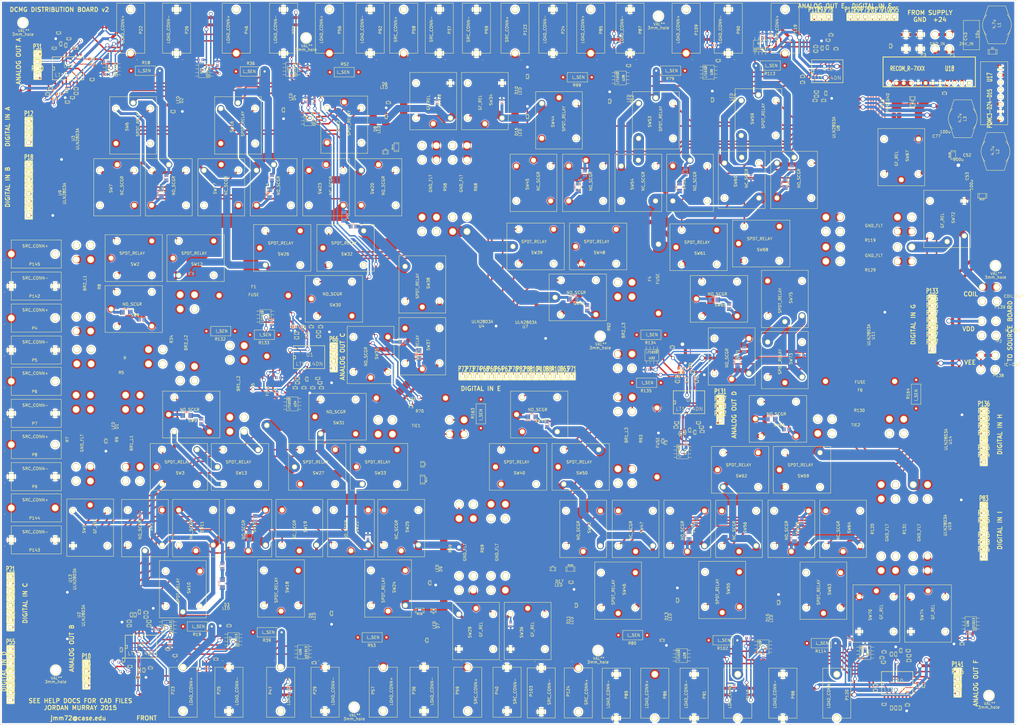
<source format=kicad_pcb>
(kicad_pcb (version 3) (host pcbnew "(2013-07-07 BZR 4022)-stable")
  (layers (15 F.Cu signal) (0 B.Cu signal) (18 B.Paste user) (19 F.Paste user) (20 B.SilkS user) (21 F.SilkS user) (22 B.Mask user) (23 F.Mask user) (28 Edge.Cuts user))
  (net 0 "")
  (net 1 COIL_POW+)
  (net 2 GND)
  (net 3 IC_POW+)
  (net 4 IC_POW-)
  (net 5 N-000001)
  (net 6 N-0000010)
  (net 7 N-00000100)
  (net 8 N-00000101)
  (net 9 N-00000102)
  (net 10 N-00000103)
  (net 11 N-00000104)
  (net 12 N-00000105)
  (net 13 N-00000106)
  (net 14 N-00000107)
  (net 15 N-00000108)
  (net 16 N-00000109)
  (net 17 N-0000011)
  (net 18 N-00000111)
  (net 19 N-00000112)
  (net 20 N-00000113)
  (net 21 N-00000114)
  (net 22 N-00000115)
  (net 23 N-00000116)
  (net 24 N-00000118)
  (net 25 N-00000119)
  (net 26 N-0000012)
  (net 27 N-00000120)
  (net 28 N-00000121)
  (net 29 N-00000122)
  (net 30 N-00000123)
  (net 31 N-00000124)
  (net 32 N-00000125)
  (net 33 N-00000126)
  (net 34 N-00000127)
  (net 35 N-00000128)
  (net 36 N-00000129)
  (net 37 N-0000013)
  (net 38 N-00000130)
  (net 39 N-00000131)
  (net 40 N-00000132)
  (net 41 N-00000133)
  (net 42 N-00000134)
  (net 43 N-00000135)
  (net 44 N-00000136)
  (net 45 N-00000137)
  (net 46 N-00000138)
  (net 47 N-00000139)
  (net 48 N-0000014)
  (net 49 N-00000140)
  (net 50 N-00000141)
  (net 51 N-00000142)
  (net 52 N-00000143)
  (net 53 N-00000144)
  (net 54 N-00000145)
  (net 55 N-00000146)
  (net 56 N-00000147)
  (net 57 N-00000148)
  (net 58 N-00000149)
  (net 59 N-0000015)
  (net 60 N-00000150)
  (net 61 N-00000151)
  (net 62 N-00000152)
  (net 63 N-00000153)
  (net 64 N-00000154)
  (net 65 N-00000155)
  (net 66 N-00000156)
  (net 67 N-00000157)
  (net 68 N-00000158)
  (net 69 N-00000159)
  (net 70 N-0000016)
  (net 71 N-00000160)
  (net 72 N-00000161)
  (net 73 N-00000162)
  (net 74 N-00000163)
  (net 75 N-00000164)
  (net 76 N-00000165)
  (net 77 N-00000166)
  (net 78 N-00000167)
  (net 79 N-00000168)
  (net 80 N-00000169)
  (net 81 N-0000017)
  (net 82 N-00000170)
  (net 83 N-00000171)
  (net 84 N-00000172)
  (net 85 N-00000173)
  (net 86 N-00000174)
  (net 87 N-00000175)
  (net 88 N-00000176)
  (net 89 N-00000177)
  (net 90 N-00000178)
  (net 91 N-00000179)
  (net 92 N-0000018)
  (net 93 N-00000180)
  (net 94 N-00000182)
  (net 95 N-00000183)
  (net 96 N-00000184)
  (net 97 N-00000185)
  (net 98 N-00000187)
  (net 99 N-00000189)
  (net 100 N-0000019)
  (net 101 N-00000190)
  (net 102 N-00000191)
  (net 103 N-00000192)
  (net 104 N-00000193)
  (net 105 N-00000194)
  (net 106 N-00000195)
  (net 107 N-00000196)
  (net 108 N-00000197)
  (net 109 N-00000198)
  (net 110 N-00000199)
  (net 111 N-000002)
  (net 112 N-0000020)
  (net 113 N-00000200)
  (net 114 N-00000201)
  (net 115 N-00000202)
  (net 116 N-00000203)
  (net 117 N-00000204)
  (net 118 N-00000205)
  (net 119 N-00000206)
  (net 120 N-00000207)
  (net 121 N-00000208)
  (net 122 N-00000209)
  (net 123 N-0000021)
  (net 124 N-00000210)
  (net 125 N-00000211)
  (net 126 N-00000212)
  (net 127 N-00000214)
  (net 128 N-00000215)
  (net 129 N-00000216)
  (net 130 N-00000217)
  (net 131 N-00000218)
  (net 132 N-00000219)
  (net 133 N-0000022)
  (net 134 N-00000220)
  (net 135 N-00000221)
  (net 136 N-00000222)
  (net 137 N-00000223)
  (net 138 N-00000224)
  (net 139 N-00000225)
  (net 140 N-00000226)
  (net 141 N-00000227)
  (net 142 N-00000228)
  (net 143 N-00000229)
  (net 144 N-0000023)
  (net 145 N-00000230)
  (net 146 N-00000231)
  (net 147 N-00000232)
  (net 148 N-00000233)
  (net 149 N-00000234)
  (net 150 N-00000235)
  (net 151 N-00000237)
  (net 152 N-00000238)
  (net 153 N-00000239)
  (net 154 N-0000024)
  (net 155 N-00000240)
  (net 156 N-00000241)
  (net 157 N-00000242)
  (net 158 N-00000243)
  (net 159 N-00000244)
  (net 160 N-00000245)
  (net 161 N-00000246)
  (net 162 N-00000247)
  (net 163 N-00000248)
  (net 164 N-00000249)
  (net 165 N-0000025)
  (net 166 N-00000250)
  (net 167 N-00000251)
  (net 168 N-00000252)
  (net 169 N-00000253)
  (net 170 N-00000254)
  (net 171 N-00000255)
  (net 172 N-00000256)
  (net 173 N-00000257)
  (net 174 N-00000258)
  (net 175 N-00000259)
  (net 176 N-0000026)
  (net 177 N-00000260)
  (net 178 N-00000261)
  (net 179 N-00000262)
  (net 180 N-00000263)
  (net 181 N-00000264)
  (net 182 N-00000265)
  (net 183 N-00000266)
  (net 184 N-00000267)
  (net 185 N-00000268)
  (net 186 N-00000269)
  (net 187 N-0000027)
  (net 188 N-00000270)
  (net 189 N-00000271)
  (net 190 N-00000272)
  (net 191 N-00000273)
  (net 192 N-00000274)
  (net 193 N-00000275)
  (net 194 N-00000276)
  (net 195 N-00000277)
  (net 196 N-00000278)
  (net 197 N-00000279)
  (net 198 N-0000028)
  (net 199 N-00000280)
  (net 200 N-00000281)
  (net 201 N-00000282)
  (net 202 N-00000283)
  (net 203 N-00000284)
  (net 204 N-00000285)
  (net 205 N-00000286)
  (net 206 N-00000287)
  (net 207 N-00000288)
  (net 208 N-00000289)
  (net 209 N-0000029)
  (net 210 N-00000290)
  (net 211 N-00000291)
  (net 212 N-00000292)
  (net 213 N-00000293)
  (net 214 N-00000294)
  (net 215 N-00000295)
  (net 216 N-00000296)
  (net 217 N-00000297)
  (net 218 N-00000298)
  (net 219 N-00000299)
  (net 220 N-000003)
  (net 221 N-0000030)
  (net 222 N-00000300)
  (net 223 N-00000301)
  (net 224 N-00000302)
  (net 225 N-00000303)
  (net 226 N-00000304)
  (net 227 N-00000305)
  (net 228 N-00000306)
  (net 229 N-00000307)
  (net 230 N-00000308)
  (net 231 N-00000309)
  (net 232 N-0000031)
  (net 233 N-00000310)
  (net 234 N-00000311)
  (net 235 N-00000312)
  (net 236 N-00000314)
  (net 237 N-00000315)
  (net 238 N-00000316)
  (net 239 N-00000317)
  (net 240 N-00000318)
  (net 241 N-00000319)
  (net 242 N-0000032)
  (net 243 N-00000320)
  (net 244 N-00000321)
  (net 245 N-00000322)
  (net 246 N-00000323)
  (net 247 N-00000324)
  (net 248 N-00000325)
  (net 249 N-00000326)
  (net 250 N-00000327)
  (net 251 N-00000328)
  (net 252 N-00000329)
  (net 253 N-0000033)
  (net 254 N-00000330)
  (net 255 N-00000331)
  (net 256 N-00000332)
  (net 257 N-00000333)
  (net 258 N-00000334)
  (net 259 N-00000335)
  (net 260 N-00000336)
  (net 261 N-00000337)
  (net 262 N-00000338)
  (net 263 N-00000339)
  (net 264 N-0000034)
  (net 265 N-00000340)
  (net 266 N-00000341)
  (net 267 N-00000342)
  (net 268 N-00000343)
  (net 269 N-00000344)
  (net 270 N-00000345)
  (net 271 N-00000346)
  (net 272 N-00000347)
  (net 273 N-00000348)
  (net 274 N-00000349)
  (net 275 N-0000035)
  (net 276 N-00000350)
  (net 277 N-00000351)
  (net 278 N-00000352)
  (net 279 N-00000353)
  (net 280 N-00000354)
  (net 281 N-00000355)
  (net 282 N-00000356)
  (net 283 N-00000357)
  (net 284 N-00000358)
  (net 285 N-00000359)
  (net 286 N-0000036)
  (net 287 N-00000360)
  (net 288 N-00000361)
  (net 289 N-00000362)
  (net 290 N-00000363)
  (net 291 N-00000364)
  (net 292 N-00000365)
  (net 293 N-00000366)
  (net 294 N-00000367)
  (net 295 N-00000368)
  (net 296 N-00000369)
  (net 297 N-0000037)
  (net 298 N-00000370)
  (net 299 N-00000371)
  (net 300 N-00000372)
  (net 301 N-00000373)
  (net 302 N-00000374)
  (net 303 N-00000375)
  (net 304 N-00000376)
  (net 305 N-0000038)
  (net 306 N-0000039)
  (net 307 N-000004)
  (net 308 N-0000040)
  (net 309 N-0000041)
  (net 310 N-0000042)
  (net 311 N-0000043)
  (net 312 N-0000044)
  (net 313 N-0000045)
  (net 314 N-0000046)
  (net 315 N-0000047)
  (net 316 N-0000048)
  (net 317 N-0000049)
  (net 318 N-00000491)
  (net 319 N-00000492)
  (net 320 N-00000493)
  (net 321 N-00000494)
  (net 322 N-00000495)
  (net 323 N-00000496)
  (net 324 N-00000497)
  (net 325 N-00000498)
  (net 326 N-00000499)
  (net 327 N-000005)
  (net 328 N-0000050)
  (net 329 N-00000500)
  (net 330 N-00000501)
  (net 331 N-00000502)
  (net 332 N-00000503)
  (net 333 N-00000504)
  (net 334 N-00000505)
  (net 335 N-00000506)
  (net 336 N-00000507)
  (net 337 N-0000051)
  (net 338 N-0000052)
  (net 339 N-0000053)
  (net 340 N-0000054)
  (net 341 N-0000055)
  (net 342 N-0000056)
  (net 343 N-0000057)
  (net 344 N-0000058)
  (net 345 N-0000059)
  (net 346 N-000006)
  (net 347 N-0000060)
  (net 348 N-0000061)
  (net 349 N-0000062)
  (net 350 N-0000063)
  (net 351 N-0000064)
  (net 352 N-0000065)
  (net 353 N-0000066)
  (net 354 N-0000067)
  (net 355 N-0000068)
  (net 356 N-0000069)
  (net 357 N-000007)
  (net 358 N-0000070)
  (net 359 N-0000071)
  (net 360 N-0000072)
  (net 361 N-0000073)
  (net 362 N-0000074)
  (net 363 N-0000075)
  (net 364 N-0000076)
  (net 365 N-0000077)
  (net 366 N-0000078)
  (net 367 N-0000079)
  (net 368 N-000008)
  (net 369 N-0000080)
  (net 370 N-0000081)
  (net 371 N-0000082)
  (net 372 N-0000083)
  (net 373 N-0000084)
  (net 374 N-0000085)
  (net 375 N-0000086)
  (net 376 N-0000087)
  (net 377 N-0000088)
  (net 378 N-0000089)
  (net 379 N-000009)
  (net 380 N-0000090)
  (net 381 N-0000091)
  (net 382 N-0000092)
  (net 383 N-0000093)
  (net 384 N-0000094)
  (net 385 N-0000095)
  (net 386 N-0000096)
  (net 387 N-0000097)
  (net 388 N-0000098)
  (net 389 N-0000099)
  (module TECONN_ORWH (layer F.Cu) (at 74.168 115.57 180)
    (fp_text reference SW8 (at 5.842 -8.128 180) (layer F.SilkS))
    (fp_text value NO_SCGR (at 6.858 -4.318 180) (layer F.SilkS))
    (pad 1 thru_hole circle (at 0 0 180) (size 1.8 1.8) (drill 1.3) (layers *.Cu *.Mask F.SilkS))
    (pad 10 thru_hole circle (at 0 -12 180) (size 1.8 1.8) (drill 1.3) (layers *.Cu *.Mask F.SilkS) (net 109 N-00000198))
    (pad 9 thru_hole circle (at 12.2 0 180) (size 1.8 1.8) (drill 1.3) (layers *.Cu *.Mask F.SilkS) (net 114 N-00000201))
    (pad 5 thru_hole circle (at 14.2 -6 180) (size 1.8 1.8) (drill 1.3) (layers *.Cu *.Mask F.SilkS) (net 108 N-00000197))
    (pad 2 thru_hole circle (at 12.2 -12 180) (size 1.8 1.8) (drill 1.3) (layers *.Cu *.Mask F.SilkS) (net 1 COIL_POW+))
  )
  (module TECONN_ORWH (layer F.Cu) (at 150.622 212.852 270)
    (fp_text reference SW24 (at 5.842 -8.128 270) (layer F.SilkS))
    (fp_text value SPDT_RELAY (at 6.858 -4.318 270) (layer F.SilkS))
    (pad 1 thru_hole circle (at 0 0 270) (size 1.8 1.8) (drill 1.3) (layers *.Cu *.Mask F.SilkS))
    (pad 10 thru_hole circle (at 0 -12 270) (size 1.8 1.8) (drill 1.3) (layers *.Cu *.Mask F.SilkS) (net 134 N-00000220))
    (pad 9 thru_hole circle (at 12.2 0 270) (size 1.8 1.8) (drill 1.3) (layers *.Cu *.Mask F.SilkS) (net 118 N-00000205))
    (pad 5 thru_hole circle (at 14.2 -6 270) (size 1.8 1.8) (drill 1.3) (layers *.Cu *.Mask F.SilkS) (net 39 N-00000131))
    (pad 2 thru_hole circle (at 12.2 -12 270) (size 1.8 1.8) (drill 1.3) (layers *.Cu *.Mask F.SilkS) (net 1 COIL_POW+))
  )
  (module TECONN_ORWH (layer F.Cu) (at 208.28 170.688 180)
    (fp_text reference SW40 (at 5.842 -8.128 180) (layer F.SilkS))
    (fp_text value SPDT_RELAY (at 6.858 -4.318 180) (layer F.SilkS))
    (pad 1 thru_hole circle (at 0 0 180) (size 1.8 1.8) (drill 1.3) (layers *.Cu *.Mask F.SilkS) (net 196 N-00000278))
    (pad 10 thru_hole circle (at 0 -12 180) (size 1.8 1.8) (drill 1.3) (layers *.Cu *.Mask F.SilkS))
    (pad 9 thru_hole circle (at 12.2 0 180) (size 1.8 1.8) (drill 1.3) (layers *.Cu *.Mask F.SilkS) (net 199 N-00000280))
    (pad 5 thru_hole circle (at 14.2 -6 180) (size 1.8 1.8) (drill 1.3) (layers *.Cu *.Mask F.SilkS) (net 14 N-00000107))
    (pad 2 thru_hole circle (at 12.2 -12 180) (size 1.8 1.8) (drill 1.3) (layers *.Cu *.Mask F.SilkS) (net 1 COIL_POW+))
  )
  (module TECONN_ORWH (layer F.Cu) (at 73.66 63.754 90)
    (fp_text reference SW6 (at 5.842 -8.128 90) (layer F.SilkS))
    (fp_text value SPDT_RELAY (at 6.858 -4.318 90) (layer F.SilkS))
    (pad 1 thru_hole circle (at 0 0 90) (size 1.8 1.8) (drill 1.3) (layers *.Cu *.Mask F.SilkS))
    (pad 10 thru_hole circle (at 0 -12 90) (size 1.8 1.8) (drill 1.3) (layers *.Cu *.Mask F.SilkS) (net 70 N-0000016))
    (pad 9 thru_hole circle (at 12.2 0 90) (size 1.8 1.8) (drill 1.3) (layers *.Cu *.Mask F.SilkS) (net 364 N-0000076))
    (pad 5 thru_hole circle (at 14.2 -6 90) (size 1.8 1.8) (drill 1.3) (layers *.Cu *.Mask F.SilkS) (net 66 N-00000156))
    (pad 2 thru_hole circle (at 12.2 -12 90) (size 1.8 1.8) (drill 1.3) (layers *.Cu *.Mask F.SilkS) (net 1 COIL_POW+))
  )
  (module TECONN_ORWH (layer F.Cu) (at 86.106 85.344 90)
    (fp_text reference SW4 (at 5.842 -8.128 90) (layer F.SilkS))
    (fp_text value NO_SCGR (at 6.858 -4.318 90) (layer F.SilkS))
    (pad 1 thru_hole circle (at 0 0 90) (size 1.8 1.8) (drill 1.3) (layers *.Cu *.Mask F.SilkS))
    (pad 10 thru_hole circle (at 0 -12 90) (size 1.8 1.8) (drill 1.3) (layers *.Cu *.Mask F.SilkS) (net 304 N-00000376))
    (pad 9 thru_hole circle (at 12.2 0 90) (size 1.8 1.8) (drill 1.3) (layers *.Cu *.Mask F.SilkS) (net 366 N-0000078))
    (pad 5 thru_hole circle (at 14.2 -6 90) (size 1.8 1.8) (drill 1.3) (layers *.Cu *.Mask F.SilkS) (net 66 N-00000156))
    (pad 2 thru_hole circle (at 12.2 -12 90) (size 1.8 1.8) (drill 1.3) (layers *.Cu *.Mask F.SilkS) (net 1 COIL_POW+))
  )
  (module TECONN_ORWH (layer F.Cu) (at 68.072 85.344 90)
    (fp_text reference SW7 (at 5.842 -8.128 90) (layer F.SilkS))
    (fp_text value NC_SCGR (at 6.858 -4.318 90) (layer F.SilkS))
    (pad 1 thru_hole circle (at 0 0 90) (size 1.8 1.8) (drill 1.3) (layers *.Cu *.Mask F.SilkS) (net 304 N-00000376))
    (pad 10 thru_hole circle (at 0 -12 90) (size 1.8 1.8) (drill 1.3) (layers *.Cu *.Mask F.SilkS))
    (pad 9 thru_hole circle (at 12.2 0 90) (size 1.8 1.8) (drill 1.3) (layers *.Cu *.Mask F.SilkS) (net 369 N-0000080))
    (pad 5 thru_hole circle (at 14.2 -6 90) (size 1.8 1.8) (drill 1.3) (layers *.Cu *.Mask F.SilkS) (net 70 N-0000016))
    (pad 2 thru_hole circle (at 12.2 -12 90) (size 1.8 1.8) (drill 1.3) (layers *.Cu *.Mask F.SilkS) (net 1 COIL_POW+))
  )
  (module TECONN_ORWH (layer F.Cu) (at 184.404 42.672 270)
    (fp_text reference SW34 (at 5.842 -8.128 270) (layer F.SilkS))
    (fp_text value GF_REL (at 6.858 -4.318 270) (layer F.SilkS))
    (pad 1 thru_hole circle (at 0 0 270) (size 1.8 1.8) (drill 1.3) (layers *.Cu *.Mask F.SilkS))
    (pad 10 thru_hole circle (at 0 -12 270) (size 1.8 1.8) (drill 1.3) (layers *.Cu *.Mask F.SilkS) (net 2 GND))
    (pad 9 thru_hole circle (at 12.2 0 270) (size 1.8 1.8) (drill 1.3) (layers *.Cu *.Mask F.SilkS) (net 238 N-00000316))
    (pad 5 thru_hole circle (at 14.2 -6 270) (size 1.8 1.8) (drill 1.3) (layers *.Cu *.Mask F.SilkS) (net 237 N-00000315))
    (pad 2 thru_hole circle (at 12.2 -12 270) (size 1.8 1.8) (drill 1.3) (layers *.Cu *.Mask F.SilkS) (net 1 COIL_POW+))
  )
  (module TECONN_ORWH (layer F.Cu) (at 74.168 97.79 180)
    (fp_text reference SW2 (at 5.842 -8.128 180) (layer F.SilkS))
    (fp_text value SPDT_RELAY (at 6.858 -4.318 180) (layer F.SilkS))
    (pad 1 thru_hole circle (at 0 0 180) (size 1.8 1.8) (drill 1.3) (layers *.Cu *.Mask F.SilkS) (net 99 N-00000189))
    (pad 10 thru_hole circle (at 0 -12 180) (size 1.8 1.8) (drill 1.3) (layers *.Cu *.Mask F.SilkS))
    (pad 9 thru_hole circle (at 12.2 0 180) (size 1.8 1.8) (drill 1.3) (layers *.Cu *.Mask F.SilkS) (net 113 N-00000200))
    (pad 5 thru_hole circle (at 14.2 -6 180) (size 1.8 1.8) (drill 1.3) (layers *.Cu *.Mask F.SilkS) (net 108 N-00000197))
    (pad 2 thru_hole circle (at 12.2 -12 180) (size 1.8 1.8) (drill 1.3) (layers *.Cu *.Mask F.SilkS) (net 1 COIL_POW+))
  )
  (module TECONN_ORWH (layer F.Cu) (at 345.694 83.82 270)
    (fp_text reference SW72 (at 5.842 -8.128 270) (layer F.SilkS))
    (fp_text value GF_REL (at 6.858 -4.318 270) (layer F.SilkS))
    (pad 1 thru_hole circle (at 0 0 270) (size 1.8 1.8) (drill 1.3) (layers *.Cu *.Mask F.SilkS))
    (pad 10 thru_hole circle (at 0 -12 270) (size 1.8 1.8) (drill 1.3) (layers *.Cu *.Mask F.SilkS) (net 2 GND))
    (pad 9 thru_hole circle (at 12.2 0 270) (size 1.8 1.8) (drill 1.3) (layers *.Cu *.Mask F.SilkS) (net 241 N-00000319))
    (pad 5 thru_hole circle (at 14.2 -6 270) (size 1.8 1.8) (drill 1.3) (layers *.Cu *.Mask F.SilkS) (net 240 N-00000318))
    (pad 2 thru_hole circle (at 12.2 -12 270) (size 1.8 1.8) (drill 1.3) (layers *.Cu *.Mask F.SilkS) (net 1 COIL_POW+))
  )
  (module TECONN_ORWH (layer F.Cu) (at 351.028 234.188 90)
    (fp_text reference SW74 (at 5.842 -8.128 90) (layer F.SilkS))
    (fp_text value GF_REL (at 6.858 -4.318 90) (layer F.SilkS))
    (pad 1 thru_hole circle (at 0 0 90) (size 1.8 1.8) (drill 1.3) (layers *.Cu *.Mask F.SilkS))
    (pad 10 thru_hole circle (at 0 -12 90) (size 1.8 1.8) (drill 1.3) (layers *.Cu *.Mask F.SilkS) (net 2 GND))
    (pad 9 thru_hole circle (at 12.2 0 90) (size 1.8 1.8) (drill 1.3) (layers *.Cu *.Mask F.SilkS) (net 245 N-00000322))
    (pad 5 thru_hole circle (at 14.2 -6 90) (size 1.8 1.8) (drill 1.3) (layers *.Cu *.Mask F.SilkS) (net 244 N-00000321))
    (pad 2 thru_hole circle (at 12.2 -12 90) (size 1.8 1.8) (drill 1.3) (layers *.Cu *.Mask F.SilkS) (net 1 COIL_POW+))
  )
  (module TECONN_ORWH (layer F.Cu) (at 166.37 42.672 270)
    (fp_text reference SW28 (at 5.842 -8.128 270) (layer F.SilkS))
    (fp_text value GF_REL (at 6.858 -4.318 270) (layer F.SilkS))
    (pad 1 thru_hole circle (at 0 0 270) (size 1.8 1.8) (drill 1.3) (layers *.Cu *.Mask F.SilkS))
    (pad 10 thru_hole circle (at 0 -12 270) (size 1.8 1.8) (drill 1.3) (layers *.Cu *.Mask F.SilkS) (net 2 GND))
    (pad 9 thru_hole circle (at 12.2 0 270) (size 1.8 1.8) (drill 1.3) (layers *.Cu *.Mask F.SilkS) (net 363 N-0000075))
    (pad 5 thru_hole circle (at 14.2 -6 270) (size 1.8 1.8) (drill 1.3) (layers *.Cu *.Mask F.SilkS) (net 374 N-0000085))
    (pad 2 thru_hole circle (at 12.2 -12 270) (size 1.8 1.8) (drill 1.3) (layers *.Cu *.Mask F.SilkS) (net 1 COIL_POW+))
  )
  (module TECONN_ORWH (layer F.Cu) (at 137.668 191.77 270)
    (fp_text reference SW21 (at 5.842 -8.128 270) (layer F.SilkS))
    (fp_text value NO_SCGR (at 6.858 -4.318 270) (layer F.SilkS))
    (pad 1 thru_hole circle (at 0 0 270) (size 1.8 1.8) (drill 1.3) (layers *.Cu *.Mask F.SilkS))
    (pad 10 thru_hole circle (at 0 -12 270) (size 1.8 1.8) (drill 1.3) (layers *.Cu *.Mask F.SilkS) (net 279 N-00000353))
    (pad 9 thru_hole circle (at 12.2 0 270) (size 1.8 1.8) (drill 1.3) (layers *.Cu *.Mask F.SilkS) (net 115 N-00000202))
    (pad 5 thru_hole circle (at 14.2 -6 270) (size 1.8 1.8) (drill 1.3) (layers *.Cu *.Mask F.SilkS) (net 39 N-00000131))
    (pad 2 thru_hole circle (at 12.2 -12 270) (size 1.8 1.8) (drill 1.3) (layers *.Cu *.Mask F.SilkS) (net 1 COIL_POW+))
  )
  (module TECONN_ORWH (layer F.Cu) (at 155.194 191.77 270)
    (fp_text reference SW25 (at 5.842 -8.128 270) (layer F.SilkS))
    (fp_text value NC_SCGR (at 6.858 -4.318 270) (layer F.SilkS))
    (pad 1 thru_hole circle (at 0 0 270) (size 1.8 1.8) (drill 1.3) (layers *.Cu *.Mask F.SilkS) (net 279 N-00000353))
    (pad 10 thru_hole circle (at 0 -12 270) (size 1.8 1.8) (drill 1.3) (layers *.Cu *.Mask F.SilkS))
    (pad 9 thru_hole circle (at 12.2 0 270) (size 1.8 1.8) (drill 1.3) (layers *.Cu *.Mask F.SilkS) (net 121 N-00000208))
    (pad 5 thru_hole circle (at 14.2 -6 270) (size 1.8 1.8) (drill 1.3) (layers *.Cu *.Mask F.SilkS) (net 134 N-00000220))
    (pad 2 thru_hole circle (at 12.2 -12 270) (size 1.8 1.8) (drill 1.3) (layers *.Cu *.Mask F.SilkS) (net 1 COIL_POW+))
  )
  (module TECONN_ORWH (layer F.Cu) (at 110.236 63.754 90)
    (fp_text reference SW16 (at 5.842 -8.128 90) (layer F.SilkS))
    (fp_text value SPDT_RELAY (at 6.858 -4.318 90) (layer F.SilkS))
    (pad 1 thru_hole circle (at 0 0 90) (size 1.8 1.8) (drill 1.3) (layers *.Cu *.Mask F.SilkS))
    (pad 10 thru_hole circle (at 0 -12 90) (size 1.8 1.8) (drill 1.3) (layers *.Cu *.Mask F.SilkS) (net 371 N-0000082))
    (pad 9 thru_hole circle (at 12.2 0 90) (size 1.8 1.8) (drill 1.3) (layers *.Cu *.Mask F.SilkS) (net 386 N-0000096))
    (pad 5 thru_hole circle (at 14.2 -6 90) (size 1.8 1.8) (drill 1.3) (layers *.Cu *.Mask F.SilkS) (net 77 N-00000166))
    (pad 2 thru_hole circle (at 12.2 -12 90) (size 1.8 1.8) (drill 1.3) (layers *.Cu *.Mask F.SilkS) (net 1 COIL_POW+))
  )
  (module TECONN_ORWH (layer F.Cu) (at 122.682 85.344 90)
    (fp_text reference SW14 (at 5.842 -8.128 90) (layer F.SilkS))
    (fp_text value NO_SCGR (at 6.858 -4.318 90) (layer F.SilkS))
    (pad 1 thru_hole circle (at 0 0 90) (size 1.8 1.8) (drill 1.3) (layers *.Cu *.Mask F.SilkS))
    (pad 10 thru_hole circle (at 0 -12 90) (size 1.8 1.8) (drill 1.3) (layers *.Cu *.Mask F.SilkS) (net 304 N-00000376))
    (pad 9 thru_hole circle (at 12.2 0 90) (size 1.8 1.8) (drill 1.3) (layers *.Cu *.Mask F.SilkS) (net 389 N-0000099))
    (pad 5 thru_hole circle (at 14.2 -6 90) (size 1.8 1.8) (drill 1.3) (layers *.Cu *.Mask F.SilkS) (net 77 N-00000166))
    (pad 2 thru_hole circle (at 12.2 -12 90) (size 1.8 1.8) (drill 1.3) (layers *.Cu *.Mask F.SilkS) (net 1 COIL_POW+))
  )
  (module TECONN_ORWH (layer F.Cu) (at 104.394 85.344 90)
    (fp_text reference SW17 (at 5.842 -8.128 90) (layer F.SilkS))
    (fp_text value NC_SCGR (at 6.858 -4.318 90) (layer F.SilkS))
    (pad 1 thru_hole circle (at 0 0 90) (size 1.8 1.8) (drill 1.3) (layers *.Cu *.Mask F.SilkS) (net 304 N-00000376))
    (pad 10 thru_hole circle (at 0 -12 90) (size 1.8 1.8) (drill 1.3) (layers *.Cu *.Mask F.SilkS))
    (pad 9 thru_hole circle (at 12.2 0 90) (size 1.8 1.8) (drill 1.3) (layers *.Cu *.Mask F.SilkS) (net 387 N-0000097))
    (pad 5 thru_hole circle (at 14.2 -6 90) (size 1.8 1.8) (drill 1.3) (layers *.Cu *.Mask F.SilkS) (net 371 N-0000082))
    (pad 2 thru_hole circle (at 12.2 -12 90) (size 1.8 1.8) (drill 1.3) (layers *.Cu *.Mask F.SilkS) (net 1 COIL_POW+))
  )
  (module TECONN_ORWH (layer F.Cu) (at 58.674 204.216 90)
    (fp_text reference SW1 (at 5.842 -8.128 90) (layer F.SilkS))
    (fp_text value GF_REL (at 6.858 -4.318 90) (layer F.SilkS))
    (pad 1 thru_hole circle (at 0 0 90) (size 1.8 1.8) (drill 1.3) (layers *.Cu *.Mask F.SilkS))
    (pad 10 thru_hole circle (at 0 -12 90) (size 1.8 1.8) (drill 1.3) (layers *.Cu *.Mask F.SilkS) (net 2 GND))
    (pad 9 thru_hole circle (at 12.2 0 90) (size 1.8 1.8) (drill 1.3) (layers *.Cu *.Mask F.SilkS) (net 248 N-00000325))
    (pad 5 thru_hole circle (at 14.2 -6 90) (size 1.8 1.8) (drill 1.3) (layers *.Cu *.Mask F.SilkS) (net 247 N-00000324))
    (pad 2 thru_hole circle (at 12.2 -12 90) (size 1.8 1.8) (drill 1.3) (layers *.Cu *.Mask F.SilkS) (net 1 COIL_POW+))
  )
  (module TECONN_ORWH (layer F.Cu) (at 211.328 240.284 90)
    (fp_text reference SW36 (at 5.842 -8.128 90) (layer F.SilkS))
    (fp_text value GF_REL (at 6.858 -4.318 90) (layer F.SilkS))
    (pad 1 thru_hole circle (at 0 0 90) (size 1.8 1.8) (drill 1.3) (layers *.Cu *.Mask F.SilkS))
    (pad 10 thru_hole circle (at 0 -12 90) (size 1.8 1.8) (drill 1.3) (layers *.Cu *.Mask F.SilkS) (net 2 GND))
    (pad 9 thru_hole circle (at 12.2 0 90) (size 1.8 1.8) (drill 1.3) (layers *.Cu *.Mask F.SilkS) (net 230 N-00000308))
    (pad 5 thru_hole circle (at 14.2 -6 90) (size 1.8 1.8) (drill 1.3) (layers *.Cu *.Mask F.SilkS) (net 231 N-00000309))
    (pad 2 thru_hole circle (at 12.2 -12 90) (size 1.8 1.8) (drill 1.3) (layers *.Cu *.Mask F.SilkS) (net 1 COIL_POW+))
  )
  (module TECONN_ORWH (layer F.Cu) (at 236.22 93.726 180)
    (fp_text reference SW48 (at 5.842 -8.128 180) (layer F.SilkS))
    (fp_text value SPDT_RELAY (at 6.858 -4.318 180) (layer F.SilkS))
    (pad 1 thru_hole circle (at 0 0 180) (size 1.8 1.8) (drill 1.3) (layers *.Cu *.Mask F.SilkS) (net 195 N-00000277))
    (pad 10 thru_hole circle (at 0 -12 180) (size 1.8 1.8) (drill 1.3) (layers *.Cu *.Mask F.SilkS))
    (pad 9 thru_hole circle (at 12.2 0 180) (size 1.8 1.8) (drill 1.3) (layers *.Cu *.Mask F.SilkS) (net 194 N-00000276))
    (pad 5 thru_hole circle (at 14.2 -6 180) (size 1.8 1.8) (drill 1.3) (layers *.Cu *.Mask F.SilkS) (net 280 N-00000354))
    (pad 2 thru_hole circle (at 12.2 -12 180) (size 1.8 1.8) (drill 1.3) (layers *.Cu *.Mask F.SilkS) (net 1 COIL_POW+))
  )
  (module TECONN_ORWH (layer F.Cu) (at 147.32 63.5 90)
    (fp_text reference SW22 (at 5.842 -8.128 90) (layer F.SilkS))
    (fp_text value SPDT_RELAY (at 6.858 -4.318 90) (layer F.SilkS))
    (pad 1 thru_hole circle (at 0 0 90) (size 1.8 1.8) (drill 1.3) (layers *.Cu *.Mask F.SilkS))
    (pad 10 thru_hole circle (at 0 -12 90) (size 1.8 1.8) (drill 1.3) (layers *.Cu *.Mask F.SilkS) (net 10 N-00000103))
    (pad 9 thru_hole circle (at 12.2 0 90) (size 1.8 1.8) (drill 1.3) (layers *.Cu *.Mask F.SilkS) (net 382 N-0000092))
    (pad 5 thru_hole circle (at 14.2 -6 90) (size 1.8 1.8) (drill 1.3) (layers *.Cu *.Mask F.SilkS) (net 78 N-00000167))
    (pad 2 thru_hole circle (at 12.2 -12 90) (size 1.8 1.8) (drill 1.3) (layers *.Cu *.Mask F.SilkS) (net 1 COIL_POW+))
  )
  (module TECONN_ORWH (layer F.Cu) (at 230.124 170.688 180)
    (fp_text reference SW50 (at 5.842 -8.128 180) (layer F.SilkS))
    (fp_text value SPDT_RELAY (at 6.858 -4.318 180) (layer F.SilkS))
    (pad 1 thru_hole circle (at 0 0 180) (size 1.8 1.8) (drill 1.3) (layers *.Cu *.Mask F.SilkS) (net 80 N-00000169))
    (pad 10 thru_hole circle (at 0 -12 180) (size 1.8 1.8) (drill 1.3) (layers *.Cu *.Mask F.SilkS))
    (pad 9 thru_hole circle (at 12.2 0 180) (size 1.8 1.8) (drill 1.3) (layers *.Cu *.Mask F.SilkS) (net 202 N-00000283))
    (pad 5 thru_hole circle (at 14.2 -6 180) (size 1.8 1.8) (drill 1.3) (layers *.Cu *.Mask F.SilkS) (net 196 N-00000278))
    (pad 2 thru_hole circle (at 12.2 -12 180) (size 1.8 1.8) (drill 1.3) (layers *.Cu *.Mask F.SilkS) (net 1 COIL_POW+))
  )
  (module TECONN_ORWH (layer F.Cu) (at 285.75 171.704 180)
    (fp_text reference SW62 (at 5.842 -8.128 180) (layer F.SilkS))
    (fp_text value SPDT_RELAY (at 6.858 -4.318 180) (layer F.SilkS))
    (pad 1 thru_hole circle (at 0 0 180) (size 1.8 1.8) (drill 1.3) (layers *.Cu *.Mask F.SilkS) (net 201 N-00000282))
    (pad 10 thru_hole circle (at 0 -12 180) (size 1.8 1.8) (drill 1.3) (layers *.Cu *.Mask F.SilkS))
    (pad 9 thru_hole circle (at 12.2 0 180) (size 1.8 1.8) (drill 1.3) (layers *.Cu *.Mask F.SilkS) (net 177 N-00000260))
    (pad 5 thru_hole circle (at 14.2 -6 180) (size 1.8 1.8) (drill 1.3) (layers *.Cu *.Mask F.SilkS) (net 223 N-00000301))
    (pad 2 thru_hole circle (at 12.2 -12 180) (size 1.8 1.8) (drill 1.3) (layers *.Cu *.Mask F.SilkS) (net 1 COIL_POW+))
  )
  (module TECONN_ORWH (layer F.Cu) (at 298.958 153.924 180)
    (fp_text reference SW66 (at 5.842 -8.128 180) (layer F.SilkS))
    (fp_text value NO_SCGR (at 6.858 -4.318 180) (layer F.SilkS))
    (pad 1 thru_hole circle (at 0 0 180) (size 1.8 1.8) (drill 1.3) (layers *.Cu *.Mask F.SilkS))
    (pad 10 thru_hole circle (at 0 -12 180) (size 1.8 1.8) (drill 1.3) (layers *.Cu *.Mask F.SilkS) (net 79 N-00000168))
    (pad 9 thru_hole circle (at 12.2 0 180) (size 1.8 1.8) (drill 1.3) (layers *.Cu *.Mask F.SilkS) (net 169 N-00000253))
    (pad 5 thru_hole circle (at 14.2 -6 180) (size 1.8 1.8) (drill 1.3) (layers *.Cu *.Mask F.SilkS) (net 223 N-00000301))
    (pad 2 thru_hole circle (at 12.2 -12 180) (size 1.8 1.8) (drill 1.3) (layers *.Cu *.Mask F.SilkS) (net 1 COIL_POW+))
  )
  (module TECONN_ORWH (layer F.Cu) (at 307.34 171.704 180)
    (fp_text reference SW69 (at 5.842 -8.128 180) (layer F.SilkS))
    (fp_text value SPDT_RELAY (at 6.858 -4.318 180) (layer F.SilkS))
    (pad 1 thru_hole circle (at 0 0 180) (size 1.8 1.8) (drill 1.3) (layers *.Cu *.Mask F.SilkS) (net 79 N-00000168))
    (pad 10 thru_hole circle (at 0 -12 180) (size 1.8 1.8) (drill 1.3) (layers *.Cu *.Mask F.SilkS))
    (pad 9 thru_hole circle (at 12.2 0 180) (size 1.8 1.8) (drill 1.3) (layers *.Cu *.Mask F.SilkS) (net 171 N-00000255))
    (pad 5 thru_hole circle (at 14.2 -6 180) (size 1.8 1.8) (drill 1.3) (layers *.Cu *.Mask F.SilkS) (net 201 N-00000282))
    (pad 2 thru_hole circle (at 12.2 -12 180) (size 1.8 1.8) (drill 1.3) (layers *.Cu *.Mask F.SilkS) (net 1 COIL_POW+))
  )
  (module TECONN_ORWH (layer F.Cu) (at 236.982 192.024 270)
    (fp_text reference SW47 (at 5.842 -8.128 270) (layer F.SilkS))
    (fp_text value NC_SCGR (at 6.858 -4.318 270) (layer F.SilkS))
    (pad 1 thru_hole circle (at 0 0 270) (size 1.8 1.8) (drill 1.3) (layers *.Cu *.Mask F.SilkS) (net 223 N-00000301))
    (pad 10 thru_hole circle (at 0 -12 270) (size 1.8 1.8) (drill 1.3) (layers *.Cu *.Mask F.SilkS))
    (pad 9 thru_hole circle (at 12.2 0 270) (size 1.8 1.8) (drill 1.3) (layers *.Cu *.Mask F.SilkS) (net 355 N-0000068))
    (pad 5 thru_hole circle (at 14.2 -6 270) (size 1.8 1.8) (drill 1.3) (layers *.Cu *.Mask F.SilkS) (net 359 N-0000071))
    (pad 2 thru_hole circle (at 12.2 -12 270) (size 1.8 1.8) (drill 1.3) (layers *.Cu *.Mask F.SilkS) (net 1 COIL_POW+))
  )
  (module TECONN_ORWH (layer F.Cu) (at 218.694 192.024 270)
    (fp_text reference SW42 (at 5.842 -8.128 270) (layer F.SilkS))
    (fp_text value NO_SCGR (at 6.858 -4.318 270) (layer F.SilkS))
    (pad 1 thru_hole circle (at 0 0 270) (size 1.8 1.8) (drill 1.3) (layers *.Cu *.Mask F.SilkS))
    (pad 10 thru_hole circle (at 0 -12 270) (size 1.8 1.8) (drill 1.3) (layers *.Cu *.Mask F.SilkS) (net 223 N-00000301))
    (pad 9 thru_hole circle (at 12.2 0 270) (size 1.8 1.8) (drill 1.3) (layers *.Cu *.Mask F.SilkS) (net 217 N-00000297))
    (pad 5 thru_hole circle (at 14.2 -6 270) (size 1.8 1.8) (drill 1.3) (layers *.Cu *.Mask F.SilkS) (net 358 N-0000070))
    (pad 2 thru_hole circle (at 12.2 -12 270) (size 1.8 1.8) (drill 1.3) (layers *.Cu *.Mask F.SilkS) (net 1 COIL_POW+))
  )
  (module TECONN_ORWH (layer F.Cu) (at 230.886 213.614 270)
    (fp_text reference SW46 (at 5.842 -8.128 270) (layer F.SilkS))
    (fp_text value SPDT_RELAY (at 6.858 -4.318 270) (layer F.SilkS))
    (pad 1 thru_hole circle (at 0 0 270) (size 1.8 1.8) (drill 1.3) (layers *.Cu *.Mask F.SilkS))
    (pad 10 thru_hole circle (at 0 -12 270) (size 1.8 1.8) (drill 1.3) (layers *.Cu *.Mask F.SilkS) (net 359 N-0000071))
    (pad 9 thru_hole circle (at 12.2 0 270) (size 1.8 1.8) (drill 1.3) (layers *.Cu *.Mask F.SilkS) (net 353 N-0000066))
    (pad 5 thru_hole circle (at 14.2 -6 270) (size 1.8 1.8) (drill 1.3) (layers *.Cu *.Mask F.SilkS) (net 358 N-0000070))
    (pad 2 thru_hole circle (at 12.2 -12 270) (size 1.8 1.8) (drill 1.3) (layers *.Cu *.Mask F.SilkS) (net 1 COIL_POW+))
  )
  (module TECONN_ORWH (layer F.Cu) (at 267.208 213.36 270)
    (fp_text reference SW55 (at 5.842 -8.128 270) (layer F.SilkS))
    (fp_text value SPDT_RELAY (at 6.858 -4.318 270) (layer F.SilkS))
    (pad 1 thru_hole circle (at 0 0 270) (size 1.8 1.8) (drill 1.3) (layers *.Cu *.Mask F.SilkS))
    (pad 10 thru_hole circle (at 0 -12 270) (size 1.8 1.8) (drill 1.3) (layers *.Cu *.Mask F.SilkS) (net 224 N-00000302))
    (pad 9 thru_hole circle (at 12.2 0 270) (size 1.8 1.8) (drill 1.3) (layers *.Cu *.Mask F.SilkS) (net 208 N-00000289))
    (pad 5 thru_hole circle (at 14.2 -6 270) (size 1.8 1.8) (drill 1.3) (layers *.Cu *.Mask F.SilkS) (net 216 N-00000296))
    (pad 2 thru_hole circle (at 12.2 -12 270) (size 1.8 1.8) (drill 1.3) (layers *.Cu *.Mask F.SilkS) (net 1 COIL_POW+))
  )
  (module TECONN_ORWH (layer F.Cu) (at 255.016 192.024 270)
    (fp_text reference SW52 (at 5.842 -8.128 270) (layer F.SilkS))
    (fp_text value NO_SCGR (at 6.858 -4.318 270) (layer F.SilkS))
    (pad 1 thru_hole circle (at 0 0 270) (size 1.8 1.8) (drill 1.3) (layers *.Cu *.Mask F.SilkS))
    (pad 10 thru_hole circle (at 0 -12 270) (size 1.8 1.8) (drill 1.3) (layers *.Cu *.Mask F.SilkS) (net 223 N-00000301))
    (pad 9 thru_hole circle (at 12.2 0 270) (size 1.8 1.8) (drill 1.3) (layers *.Cu *.Mask F.SilkS) (net 227 N-00000305))
    (pad 5 thru_hole circle (at 14.2 -6 270) (size 1.8 1.8) (drill 1.3) (layers *.Cu *.Mask F.SilkS) (net 216 N-00000296))
    (pad 2 thru_hole circle (at 12.2 -12 270) (size 1.8 1.8) (drill 1.3) (layers *.Cu *.Mask F.SilkS) (net 1 COIL_POW+))
  )
  (module TECONN_ORWH (layer F.Cu) (at 273.05 192.024 270)
    (fp_text reference SW56 (at 5.842 -8.128 270) (layer F.SilkS))
    (fp_text value NC_SCGR (at 6.858 -4.318 270) (layer F.SilkS))
    (pad 1 thru_hole circle (at 0 0 270) (size 1.8 1.8) (drill 1.3) (layers *.Cu *.Mask F.SilkS) (net 223 N-00000301))
    (pad 10 thru_hole circle (at 0 -12 270) (size 1.8 1.8) (drill 1.3) (layers *.Cu *.Mask F.SilkS))
    (pad 9 thru_hole circle (at 12.2 0 270) (size 1.8 1.8) (drill 1.3) (layers *.Cu *.Mask F.SilkS) (net 225 N-00000303))
    (pad 5 thru_hole circle (at 14.2 -6 270) (size 1.8 1.8) (drill 1.3) (layers *.Cu *.Mask F.SilkS) (net 224 N-00000302))
    (pad 2 thru_hole circle (at 12.2 -12 270) (size 1.8 1.8) (drill 1.3) (layers *.Cu *.Mask F.SilkS) (net 1 COIL_POW+))
  )
  (module TECONN_ORWH (layer F.Cu) (at 159.258 85.344 90)
    (fp_text reference SW20 (at 5.842 -8.128 90) (layer F.SilkS))
    (fp_text value NO_SCGR (at 6.858 -4.318 90) (layer F.SilkS))
    (pad 1 thru_hole circle (at 0 0 90) (size 1.8 1.8) (drill 1.3) (layers *.Cu *.Mask F.SilkS))
    (pad 10 thru_hole circle (at 0 -12 90) (size 1.8 1.8) (drill 1.3) (layers *.Cu *.Mask F.SilkS) (net 304 N-00000376))
    (pad 9 thru_hole circle (at 12.2 0 90) (size 1.8 1.8) (drill 1.3) (layers *.Cu *.Mask F.SilkS) (net 383 N-0000093))
    (pad 5 thru_hole circle (at 14.2 -6 90) (size 1.8 1.8) (drill 1.3) (layers *.Cu *.Mask F.SilkS) (net 78 N-00000167))
    (pad 2 thru_hole circle (at 12.2 -12 90) (size 1.8 1.8) (drill 1.3) (layers *.Cu *.Mask F.SilkS) (net 1 COIL_POW+))
  )
  (module TECONN_ORWH (layer F.Cu) (at 215.646 152.4 180)
    (fp_text reference SW49 (at 5.842 -8.128 180) (layer F.SilkS))
    (fp_text value NO_SCGR (at 6.858 -4.318 180) (layer F.SilkS))
    (pad 1 thru_hole circle (at 0 0 180) (size 1.8 1.8) (drill 1.3) (layers *.Cu *.Mask F.SilkS))
    (pad 10 thru_hole circle (at 0 -12 180) (size 1.8 1.8) (drill 1.3) (layers *.Cu *.Mask F.SilkS) (net 80 N-00000169))
    (pad 9 thru_hole circle (at 12.2 0 180) (size 1.8 1.8) (drill 1.3) (layers *.Cu *.Mask F.SilkS) (net 197 N-00000279))
    (pad 5 thru_hole circle (at 14.2 -6 180) (size 1.8 1.8) (drill 1.3) (layers *.Cu *.Mask F.SilkS) (net 14 N-00000107))
    (pad 2 thru_hole circle (at 12.2 -12 180) (size 1.8 1.8) (drill 1.3) (layers *.Cu *.Mask F.SilkS) (net 1 COIL_POW+))
  )
  (module TECONN_ORWH (layer F.Cu) (at 95.758 97.79 180)
    (fp_text reference SW12 (at 5.842 -8.128 180) (layer F.SilkS))
    (fp_text value SPDT_RELAY (at 6.858 -4.318 180) (layer F.SilkS))
    (pad 1 thru_hole circle (at 0 0 180) (size 1.8 1.8) (drill 1.3) (layers *.Cu *.Mask F.SilkS) (net 109 N-00000198))
    (pad 10 thru_hole circle (at 0 -12 180) (size 1.8 1.8) (drill 1.3) (layers *.Cu *.Mask F.SilkS))
    (pad 9 thru_hole circle (at 12.2 0 180) (size 1.8 1.8) (drill 1.3) (layers *.Cu *.Mask F.SilkS) (net 110 N-00000199))
    (pad 5 thru_hole circle (at 14.2 -6 180) (size 1.8 1.8) (drill 1.3) (layers *.Cu *.Mask F.SilkS) (net 99 N-00000189))
    (pad 2 thru_hole circle (at 12.2 -12 180) (size 1.8 1.8) (drill 1.3) (layers *.Cu *.Mask F.SilkS) (net 1 COIL_POW+))
  )
  (module TECONN_ORWH (layer F.Cu) (at 302.514 213.614 270)
    (fp_text reference SW63 (at 5.842 -8.128 270) (layer F.SilkS))
    (fp_text value SPDT_RELAY (at 6.858 -4.318 270) (layer F.SilkS))
    (pad 1 thru_hole circle (at 0 0 270) (size 1.8 1.8) (drill 1.3) (layers *.Cu *.Mask F.SilkS))
    (pad 10 thru_hole circle (at 0 -12 270) (size 1.8 1.8) (drill 1.3) (layers *.Cu *.Mask F.SilkS) (net 206 N-00000287))
    (pad 9 thru_hole circle (at 12.2 0 270) (size 1.8 1.8) (drill 1.3) (layers *.Cu *.Mask F.SilkS) (net 211 N-00000291))
    (pad 5 thru_hole circle (at 14.2 -6 270) (size 1.8 1.8) (drill 1.3) (layers *.Cu *.Mask F.SilkS) (net 205 N-00000286))
    (pad 2 thru_hole circle (at 12.2 -12 270) (size 1.8 1.8) (drill 1.3) (layers *.Cu *.Mask F.SilkS) (net 1 COIL_POW+))
  )
  (module TECONN_ORWH (layer F.Cu) (at 291.338 192.024 270)
    (fp_text reference SW58 (at 5.842 -8.128 270) (layer F.SilkS))
    (fp_text value NO_SCGR (at 6.858 -4.318 270) (layer F.SilkS))
    (pad 1 thru_hole circle (at 0 0 270) (size 1.8 1.8) (drill 1.3) (layers *.Cu *.Mask F.SilkS))
    (pad 10 thru_hole circle (at 0 -12 270) (size 1.8 1.8) (drill 1.3) (layers *.Cu *.Mask F.SilkS) (net 223 N-00000301))
    (pad 9 thru_hole circle (at 12.2 0 270) (size 1.8 1.8) (drill 1.3) (layers *.Cu *.Mask F.SilkS) (net 214 N-00000294))
    (pad 5 thru_hole circle (at 14.2 -6 270) (size 1.8 1.8) (drill 1.3) (layers *.Cu *.Mask F.SilkS) (net 205 N-00000286))
    (pad 2 thru_hole circle (at 12.2 -12 270) (size 1.8 1.8) (drill 1.3) (layers *.Cu *.Mask F.SilkS) (net 1 COIL_POW+))
  )
  (module TECONN_ORWH (layer F.Cu) (at 309.372 192.024 270)
    (fp_text reference SW64 (at 5.842 -8.128 270) (layer F.SilkS))
    (fp_text value NC_SCGR (at 6.858 -4.318 270) (layer F.SilkS))
    (pad 1 thru_hole circle (at 0 0 270) (size 1.8 1.8) (drill 1.3) (layers *.Cu *.Mask F.SilkS) (net 223 N-00000301))
    (pad 10 thru_hole circle (at 0 -12 270) (size 1.8 1.8) (drill 1.3) (layers *.Cu *.Mask F.SilkS))
    (pad 9 thru_hole circle (at 12.2 0 270) (size 1.8 1.8) (drill 1.3) (layers *.Cu *.Mask F.SilkS) (net 212 N-00000292))
    (pad 5 thru_hole circle (at 14.2 -6 270) (size 1.8 1.8) (drill 1.3) (layers *.Cu *.Mask F.SilkS) (net 206 N-00000287))
    (pad 2 thru_hole circle (at 12.2 -12 270) (size 1.8 1.8) (drill 1.3) (layers *.Cu *.Mask F.SilkS) (net 1 COIL_POW+))
  )
  (module TECONN_ORWH (layer F.Cu) (at 113.284 212.852 270)
    (fp_text reference SW18 (at 5.842 -8.128 270) (layer F.SilkS))
    (fp_text value SPDT_RELAY (at 6.858 -4.318 270) (layer F.SilkS))
    (pad 1 thru_hole circle (at 0 0 270) (size 1.8 1.8) (drill 1.3) (layers *.Cu *.Mask F.SilkS))
    (pad 10 thru_hole circle (at 0 -12 270) (size 1.8 1.8) (drill 1.3) (layers *.Cu *.Mask F.SilkS) (net 104 N-00000193))
    (pad 9 thru_hole circle (at 12.2 0 270) (size 1.8 1.8) (drill 1.3) (layers *.Cu *.Mask F.SilkS) (net 127 N-00000214))
    (pad 5 thru_hole circle (at 14.2 -6 270) (size 1.8 1.8) (drill 1.3) (layers *.Cu *.Mask F.SilkS) (net 43 N-00000135))
    (pad 2 thru_hole circle (at 12.2 -12 270) (size 1.8 1.8) (drill 1.3) (layers *.Cu *.Mask F.SilkS) (net 1 COIL_POW+))
  )
  (module TECONN_ORWH (layer F.Cu) (at 332.994 234.188 90)
    (fp_text reference SW70 (at 5.842 -8.128 90) (layer F.SilkS))
    (fp_text value GF_REL (at 6.858 -4.318 90) (layer F.SilkS))
    (pad 1 thru_hole circle (at 0 0 90) (size 1.8 1.8) (drill 1.3) (layers *.Cu *.Mask F.SilkS))
    (pad 10 thru_hole circle (at 0 -12 90) (size 1.8 1.8) (drill 1.3) (layers *.Cu *.Mask F.SilkS) (net 2 GND))
    (pad 9 thru_hole circle (at 12.2 0 90) (size 1.8 1.8) (drill 1.3) (layers *.Cu *.Mask F.SilkS) (net 354 N-0000067))
    (pad 5 thru_hole circle (at 14.2 -6 90) (size 1.8 1.8) (drill 1.3) (layers *.Cu *.Mask F.SilkS) (net 362 N-0000074))
    (pad 2 thru_hole circle (at 12.2 -12 90) (size 1.8 1.8) (drill 1.3) (layers *.Cu *.Mask F.SilkS) (net 1 COIL_POW+))
  )
  (module TECONN_ORWH (layer F.Cu) (at 101.854 191.77 270)
    (fp_text reference SW15 (at 5.842 -8.128 270) (layer F.SilkS))
    (fp_text value NO_SCGR (at 6.858 -4.318 270) (layer F.SilkS))
    (pad 1 thru_hole circle (at 0 0 270) (size 1.8 1.8) (drill 1.3) (layers *.Cu *.Mask F.SilkS))
    (pad 10 thru_hole circle (at 0 -12 270) (size 1.8 1.8) (drill 1.3) (layers *.Cu *.Mask F.SilkS) (net 279 N-00000353))
    (pad 9 thru_hole circle (at 12.2 0 270) (size 1.8 1.8) (drill 1.3) (layers *.Cu *.Mask F.SilkS) (net 130 N-00000217))
    (pad 5 thru_hole circle (at 14.2 -6 270) (size 1.8 1.8) (drill 1.3) (layers *.Cu *.Mask F.SilkS) (net 43 N-00000135))
    (pad 2 thru_hole circle (at 12.2 -12 270) (size 1.8 1.8) (drill 1.3) (layers *.Cu *.Mask F.SilkS) (net 1 COIL_POW+))
  )
  (module TECONN_ORWH (layer F.Cu) (at 119.634 191.77 270)
    (fp_text reference SW19 (at 5.842 -8.128 270) (layer F.SilkS))
    (fp_text value NC_SCGR (at 6.858 -4.318 270) (layer F.SilkS))
    (pad 1 thru_hole circle (at 0 0 270) (size 1.8 1.8) (drill 1.3) (layers *.Cu *.Mask F.SilkS) (net 279 N-00000353))
    (pad 10 thru_hole circle (at 0 -12 270) (size 1.8 1.8) (drill 1.3) (layers *.Cu *.Mask F.SilkS))
    (pad 9 thru_hole circle (at 12.2 0 270) (size 1.8 1.8) (drill 1.3) (layers *.Cu *.Mask F.SilkS) (net 128 N-00000215))
    (pad 5 thru_hole circle (at 14.2 -6 270) (size 1.8 1.8) (drill 1.3) (layers *.Cu *.Mask F.SilkS) (net 104 N-00000193))
    (pad 2 thru_hole circle (at 12.2 -12 270) (size 1.8 1.8) (drill 1.3) (layers *.Cu *.Mask F.SilkS) (net 1 COIL_POW+))
  )
  (module TECONN_ORWH (layer F.Cu) (at 291.846 60.96 90)
    (fp_text reference SW59 (at 5.842 -8.128 90) (layer F.SilkS))
    (fp_text value SPDT_RELAY (at 6.858 -4.318 90) (layer F.SilkS))
    (pad 1 thru_hole circle (at 0 0 90) (size 1.8 1.8) (drill 1.3) (layers *.Cu *.Mask F.SilkS))
    (pad 10 thru_hole circle (at 0 -12 90) (size 1.8 1.8) (drill 1.3) (layers *.Cu *.Mask F.SilkS) (net 368 N-000008))
    (pad 9 thru_hole circle (at 12.2 0 90) (size 1.8 1.8) (drill 1.3) (layers *.Cu *.Mask F.SilkS) (net 357 N-000007))
    (pad 5 thru_hole circle (at 14.2 -6 90) (size 1.8 1.8) (drill 1.3) (layers *.Cu *.Mask F.SilkS) (net 326 N-00000499))
    (pad 2 thru_hole circle (at 12.2 -12 90) (size 1.8 1.8) (drill 1.3) (layers *.Cu *.Mask F.SilkS) (net 1 COIL_POW+))
  )
  (module TECONN_ORWH (layer F.Cu) (at 78.994 213.106 270)
    (fp_text reference SW10 (at 5.842 -8.128 270) (layer F.SilkS))
    (fp_text value SPDT_RELAY (at 6.858 -4.318 270) (layer F.SilkS))
    (pad 1 thru_hole circle (at 0 0 270) (size 1.8 1.8) (drill 1.3) (layers *.Cu *.Mask F.SilkS))
    (pad 10 thru_hole circle (at 0 -12 270) (size 1.8 1.8) (drill 1.3) (layers *.Cu *.Mask F.SilkS) (net 142 N-00000228))
    (pad 9 thru_hole circle (at 12.2 0 270) (size 1.8 1.8) (drill 1.3) (layers *.Cu *.Mask F.SilkS) (net 98 N-00000187))
    (pad 5 thru_hole circle (at 14.2 -6 270) (size 1.8 1.8) (drill 1.3) (layers *.Cu *.Mask F.SilkS) (net 18 N-00000111))
    (pad 2 thru_hole circle (at 12.2 -12 270) (size 1.8 1.8) (drill 1.3) (layers *.Cu *.Mask F.SilkS) (net 1 COIL_POW+))
  )
  (module TECONN_ORWH (layer F.Cu) (at 162.56 106.68 270)
    (fp_text reference SW38 (at 5.842 -8.128 270) (layer F.SilkS))
    (fp_text value SPDT_RELAY (at 6.858 -4.318 270) (layer F.SilkS))
    (pad 1 thru_hole circle (at 0 0 270) (size 1.8 1.8) (drill 1.3) (layers *.Cu *.Mask F.SilkS) (net 298 N-00000370))
    (pad 10 thru_hole circle (at 0 -12 270) (size 1.8 1.8) (drill 1.3) (layers *.Cu *.Mask F.SilkS))
    (pad 9 thru_hole circle (at 12.2 0 270) (size 1.8 1.8) (drill 1.3) (layers *.Cu *.Mask F.SilkS) (net 282 N-00000356))
    (pad 5 thru_hole circle (at 14.2 -6 270) (size 1.8 1.8) (drill 1.3) (layers *.Cu *.Mask F.SilkS) (net 278 N-00000352))
    (pad 2 thru_hole circle (at 12.2 -12 270) (size 1.8 1.8) (drill 1.3) (layers *.Cu *.Mask F.SilkS) (net 1 COIL_POW+))
  )
  (module TECONN_ORWH (layer F.Cu) (at 144.526 131.318 270)
    (fp_text reference SW35 (at 5.842 -8.128 270) (layer F.SilkS))
    (fp_text value NO_SCGR (at 6.858 -4.318 270) (layer F.SilkS))
    (pad 1 thru_hole circle (at 0 0 270) (size 1.8 1.8) (drill 1.3) (layers *.Cu *.Mask F.SilkS))
    (pad 10 thru_hole circle (at 0 -12 270) (size 1.8 1.8) (drill 1.3) (layers *.Cu *.Mask F.SilkS) (net 298 N-00000370))
    (pad 9 thru_hole circle (at 12.2 0 270) (size 1.8 1.8) (drill 1.3) (layers *.Cu *.Mask F.SilkS) (net 281 N-00000355))
    (pad 5 thru_hole circle (at 14.2 -6 270) (size 1.8 1.8) (drill 1.3) (layers *.Cu *.Mask F.SilkS) (net 288 N-00000361))
    (pad 2 thru_hole circle (at 12.2 -12 270) (size 1.8 1.8) (drill 1.3) (layers *.Cu *.Mask F.SilkS) (net 1 COIL_POW+))
  )
  (module TECONN_ORWH (layer F.Cu) (at 256.032 61.976 90)
    (fp_text reference SW53 (at 5.842 -8.128 90) (layer F.SilkS))
    (fp_text value SPDT_RELAY (at 6.858 -4.318 90) (layer F.SilkS))
    (pad 1 thru_hole circle (at 0 0 90) (size 1.8 1.8) (drill 1.3) (layers *.Cu *.Mask F.SilkS))
    (pad 10 thru_hole circle (at 0 -12 90) (size 1.8 1.8) (drill 1.3) (layers *.Cu *.Mask F.SilkS) (net 286 N-0000036))
    (pad 9 thru_hole circle (at 12.2 0 90) (size 1.8 1.8) (drill 1.3) (layers *.Cu *.Mask F.SilkS) (net 275 N-0000035))
    (pad 5 thru_hole circle (at 14.2 -6 90) (size 1.8 1.8) (drill 1.3) (layers *.Cu *.Mask F.SilkS) (net 318 N-00000491))
    (pad 2 thru_hole circle (at 12.2 -12 90) (size 1.8 1.8) (drill 1.3) (layers *.Cu *.Mask F.SilkS) (net 1 COIL_POW+))
  )
  (module TECONN_ORWH (layer F.Cu) (at 267.97 83.82 90)
    (fp_text reference SW51 (at 5.842 -8.128 90) (layer F.SilkS))
    (fp_text value NO_SCGR (at 6.858 -4.318 90) (layer F.SilkS))
    (pad 1 thru_hole circle (at 0 0 90) (size 1.8 1.8) (drill 1.3) (layers *.Cu *.Mask F.SilkS))
    (pad 10 thru_hole circle (at 0 -12 90) (size 1.8 1.8) (drill 1.3) (layers *.Cu *.Mask F.SilkS) (net 175 N-00000259))
    (pad 9 thru_hole circle (at 12.2 0 90) (size 1.8 1.8) (drill 1.3) (layers *.Cu *.Mask F.SilkS) (net 306 N-0000039))
    (pad 5 thru_hole circle (at 14.2 -6 90) (size 1.8 1.8) (drill 1.3) (layers *.Cu *.Mask F.SilkS) (net 318 N-00000491))
    (pad 2 thru_hole circle (at 12.2 -12 90) (size 1.8 1.8) (drill 1.3) (layers *.Cu *.Mask F.SilkS) (net 1 COIL_POW+))
  )
  (module TECONN_ORWH (layer F.Cu) (at 249.936 83.82 90)
    (fp_text reference SW54 (at 5.842 -8.128 90) (layer F.SilkS))
    (fp_text value NC_SCGR (at 6.858 -4.318 90) (layer F.SilkS))
    (pad 1 thru_hole circle (at 0 0 90) (size 1.8 1.8) (drill 1.3) (layers *.Cu *.Mask F.SilkS) (net 175 N-00000259))
    (pad 10 thru_hole circle (at 0 -12 90) (size 1.8 1.8) (drill 1.3) (layers *.Cu *.Mask F.SilkS))
    (pad 9 thru_hole circle (at 12.2 0 90) (size 1.8 1.8) (drill 1.3) (layers *.Cu *.Mask F.SilkS) (net 297 N-0000037))
    (pad 5 thru_hole circle (at 14.2 -6 90) (size 1.8 1.8) (drill 1.3) (layers *.Cu *.Mask F.SilkS) (net 286 N-0000036))
    (pad 2 thru_hole circle (at 12.2 -12 90) (size 1.8 1.8) (drill 1.3) (layers *.Cu *.Mask F.SilkS) (net 1 COIL_POW+))
  )
  (module TECONN_ORWH (layer F.Cu) (at 162.56 128.27 270)
    (fp_text reference SW37 (at 5.842 -8.128 270) (layer F.SilkS))
    (fp_text value SPDT_RELAY (at 6.858 -4.318 270) (layer F.SilkS))
    (pad 1 thru_hole circle (at 0 0 270) (size 1.8 1.8) (drill 1.3) (layers *.Cu *.Mask F.SilkS) (net 278 N-00000352))
    (pad 10 thru_hole circle (at 0 -12 270) (size 1.8 1.8) (drill 1.3) (layers *.Cu *.Mask F.SilkS))
    (pad 9 thru_hole circle (at 12.2 0 270) (size 1.8 1.8) (drill 1.3) (layers *.Cu *.Mask F.SilkS) (net 283 N-00000357))
    (pad 5 thru_hole circle (at 14.2 -6 270) (size 1.8 1.8) (drill 1.3) (layers *.Cu *.Mask F.SilkS) (net 288 N-00000361))
    (pad 2 thru_hole circle (at 12.2 -12 270) (size 1.8 1.8) (drill 1.3) (layers *.Cu *.Mask F.SilkS) (net 1 COIL_POW+))
  )
  (module TECONN_ORWH (layer F.Cu) (at 138.176 170.688 180)
    (fp_text reference SW27 (at 5.842 -8.128 180) (layer F.SilkS))
    (fp_text value SPDT_RELAY (at 6.858 -4.318 180) (layer F.SilkS))
    (pad 1 thru_hole circle (at 0 0 180) (size 1.8 1.8) (drill 1.3) (layers *.Cu *.Mask F.SilkS) (net 295 N-00000368))
    (pad 10 thru_hole circle (at 0 -12 180) (size 1.8 1.8) (drill 1.3) (layers *.Cu *.Mask F.SilkS))
    (pad 9 thru_hole circle (at 12.2 0 180) (size 1.8 1.8) (drill 1.3) (layers *.Cu *.Mask F.SilkS) (net 274 N-00000349))
    (pad 5 thru_hole circle (at 14.2 -6 180) (size 1.8 1.8) (drill 1.3) (layers *.Cu *.Mask F.SilkS) (net 279 N-00000353))
    (pad 2 thru_hole circle (at 12.2 -12 180) (size 1.8 1.8) (drill 1.3) (layers *.Cu *.Mask F.SilkS) (net 1 COIL_POW+))
  )
  (module TECONN_ORWH (layer F.Cu) (at 145.288 153.162 180)
    (fp_text reference SW31 (at 5.842 -8.128 180) (layer F.SilkS))
    (fp_text value NO_SCGR (at 6.858 -4.318 180) (layer F.SilkS))
    (pad 1 thru_hole circle (at 0 0 180) (size 1.8 1.8) (drill 1.3) (layers *.Cu *.Mask F.SilkS))
    (pad 10 thru_hole circle (at 0 -12 180) (size 1.8 1.8) (drill 1.3) (layers *.Cu *.Mask F.SilkS) (net 14 N-00000107))
    (pad 9 thru_hole circle (at 12.2 0 180) (size 1.8 1.8) (drill 1.3) (layers *.Cu *.Mask F.SilkS) (net 277 N-00000351))
    (pad 5 thru_hole circle (at 14.2 -6 180) (size 1.8 1.8) (drill 1.3) (layers *.Cu *.Mask F.SilkS) (net 279 N-00000353))
    (pad 2 thru_hole circle (at 12.2 -12 180) (size 1.8 1.8) (drill 1.3) (layers *.Cu *.Mask F.SilkS) (net 1 COIL_POW+))
  )
  (module TECONN_ORWH (layer F.Cu) (at 65.786 191.77 270)
    (fp_text reference SW5 (at 5.842 -8.128 270) (layer F.SilkS))
    (fp_text value NO_SCGR (at 6.858 -4.318 270) (layer F.SilkS))
    (pad 1 thru_hole circle (at 0 0 270) (size 1.8 1.8) (drill 1.3) (layers *.Cu *.Mask F.SilkS))
    (pad 10 thru_hole circle (at 0 -12 270) (size 1.8 1.8) (drill 1.3) (layers *.Cu *.Mask F.SilkS) (net 279 N-00000353))
    (pad 9 thru_hole circle (at 12.2 0 270) (size 1.8 1.8) (drill 1.3) (layers *.Cu *.Mask F.SilkS) (net 95 N-00000183))
    (pad 5 thru_hole circle (at 14.2 -6 270) (size 1.8 1.8) (drill 1.3) (layers *.Cu *.Mask F.SilkS) (net 18 N-00000111))
    (pad 2 thru_hole circle (at 12.2 -12 270) (size 1.8 1.8) (drill 1.3) (layers *.Cu *.Mask F.SilkS) (net 1 COIL_POW+))
  )
  (module TECONN_ORWH (layer F.Cu) (at 111.252 170.688 180)
    (fp_text reference SW13 (at 5.842 -8.128 180) (layer F.SilkS))
    (fp_text value SPDT_RELAY (at 6.858 -4.318 180) (layer F.SilkS))
    (pad 1 thru_hole circle (at 0 0 180) (size 1.8 1.8) (drill 1.3) (layers *.Cu *.Mask F.SilkS) (net 136 N-00000222))
    (pad 10 thru_hole circle (at 0 -12 180) (size 1.8 1.8) (drill 1.3) (layers *.Cu *.Mask F.SilkS))
    (pad 9 thru_hole circle (at 12.2 0 180) (size 1.8 1.8) (drill 1.3) (layers *.Cu *.Mask F.SilkS) (net 106 N-00000195))
    (pad 5 thru_hole circle (at 14.2 -6 180) (size 1.8 1.8) (drill 1.3) (layers *.Cu *.Mask F.SilkS) (net 101 N-00000190))
    (pad 2 thru_hole circle (at 12.2 -12 180) (size 1.8 1.8) (drill 1.3) (layers *.Cu *.Mask F.SilkS) (net 1 COIL_POW+))
  )
  (module TECONN_ORWH (layer F.Cu) (at 94.234 152.4 180)
    (fp_text reference SW9 (at 5.842 -8.128 180) (layer F.SilkS))
    (fp_text value NO_SCGR (at 6.858 -4.318 180) (layer F.SilkS))
    (pad 1 thru_hole circle (at 0 0 180) (size 1.8 1.8) (drill 1.3) (layers *.Cu *.Mask F.SilkS))
    (pad 10 thru_hole circle (at 0 -12 180) (size 1.8 1.8) (drill 1.3) (layers *.Cu *.Mask F.SilkS) (net 136 N-00000222))
    (pad 9 thru_hole circle (at 12.2 0 180) (size 1.8 1.8) (drill 1.3) (layers *.Cu *.Mask F.SilkS) (net 125 N-00000211))
    (pad 5 thru_hole circle (at 14.2 -6 180) (size 1.8 1.8) (drill 1.3) (layers *.Cu *.Mask F.SilkS) (net 23 N-00000116))
    (pad 2 thru_hole circle (at 12.2 -12 180) (size 1.8 1.8) (drill 1.3) (layers *.Cu *.Mask F.SilkS) (net 1 COIL_POW+))
  )
  (module TECONN_ORWH (layer F.Cu) (at 89.916 170.688 180)
    (fp_text reference SW3 (at 5.842 -8.128 180) (layer F.SilkS))
    (fp_text value SPDT_RELAY (at 6.858 -4.318 180) (layer F.SilkS))
    (pad 1 thru_hole circle (at 0 0 180) (size 1.8 1.8) (drill 1.3) (layers *.Cu *.Mask F.SilkS) (net 101 N-00000190))
    (pad 10 thru_hole circle (at 0 -12 180) (size 1.8 1.8) (drill 1.3) (layers *.Cu *.Mask F.SilkS))
    (pad 9 thru_hole circle (at 12.2 0 180) (size 1.8 1.8) (drill 1.3) (layers *.Cu *.Mask F.SilkS) (net 105 N-00000194))
    (pad 5 thru_hole circle (at 14.2 -6 180) (size 1.8 1.8) (drill 1.3) (layers *.Cu *.Mask F.SilkS) (net 23 N-00000116))
    (pad 2 thru_hole circle (at 12.2 -12 180) (size 1.8 1.8) (drill 1.3) (layers *.Cu *.Mask F.SilkS) (net 1 COIL_POW+))
  )
  (module TECONN_ORWH (layer F.Cu) (at 304.292 82.804 90)
    (fp_text reference SW57 (at 5.842 -8.128 90) (layer F.SilkS))
    (fp_text value NO_SCGR (at 6.858 -4.318 90) (layer F.SilkS))
    (pad 1 thru_hole circle (at 0 0 90) (size 1.8 1.8) (drill 1.3) (layers *.Cu *.Mask F.SilkS))
    (pad 10 thru_hole circle (at 0 -12 90) (size 1.8 1.8) (drill 1.3) (layers *.Cu *.Mask F.SilkS) (net 175 N-00000259))
    (pad 9 thru_hole circle (at 12.2 0 90) (size 1.8 1.8) (drill 1.3) (layers *.Cu *.Mask F.SilkS) (net 327 N-000005))
    (pad 5 thru_hole circle (at 14.2 -6 90) (size 1.8 1.8) (drill 1.3) (layers *.Cu *.Mask F.SilkS) (net 326 N-00000499))
    (pad 2 thru_hole circle (at 12.2 -12 90) (size 1.8 1.8) (drill 1.3) (layers *.Cu *.Mask F.SilkS) (net 1 COIL_POW+))
  )
  (module TECONN_ORWH (layer F.Cu) (at 286.004 82.804 90)
    (fp_text reference SW60 (at 5.842 -8.128 90) (layer F.SilkS))
    (fp_text value NC_SCGR (at 6.858 -4.318 90) (layer F.SilkS))
    (pad 1 thru_hole circle (at 0 0 90) (size 1.8 1.8) (drill 1.3) (layers *.Cu *.Mask F.SilkS) (net 175 N-00000259))
    (pad 10 thru_hole circle (at 0 -12 90) (size 1.8 1.8) (drill 1.3) (layers *.Cu *.Mask F.SilkS))
    (pad 9 thru_hole circle (at 12.2 0 90) (size 1.8 1.8) (drill 1.3) (layers *.Cu *.Mask F.SilkS) (net 307 N-000004))
    (pad 5 thru_hole circle (at 14.2 -6 90) (size 1.8 1.8) (drill 1.3) (layers *.Cu *.Mask F.SilkS) (net 368 N-000008))
    (pad 2 thru_hole circle (at 12.2 -12 90) (size 1.8 1.8) (drill 1.3) (layers *.Cu *.Mask F.SilkS) (net 1 COIL_POW+))
  )
  (module TECONN_ORWH (layer F.Cu) (at 193.294 240.284 90)
    (fp_text reference SW29 (at 5.842 -8.128 90) (layer F.SilkS))
    (fp_text value GF_REL (at 6.858 -4.318 90) (layer F.SilkS))
    (pad 1 thru_hole circle (at 0 0 90) (size 1.8 1.8) (drill 1.3) (layers *.Cu *.Mask F.SilkS))
    (pad 10 thru_hole circle (at 0 -12 90) (size 1.8 1.8) (drill 1.3) (layers *.Cu *.Mask F.SilkS) (net 2 GND))
    (pad 9 thru_hole circle (at 12.2 0 90) (size 1.8 1.8) (drill 1.3) (layers *.Cu *.Mask F.SilkS) (net 102 N-00000191))
    (pad 5 thru_hole circle (at 14.2 -6 90) (size 1.8 1.8) (drill 1.3) (layers *.Cu *.Mask F.SilkS) (net 135 N-00000221))
    (pad 2 thru_hole circle (at 12.2 -12 90) (size 1.8 1.8) (drill 1.3) (layers *.Cu *.Mask F.SilkS) (net 1 COIL_POW+))
  )
  (module TECONN_ORWH (layer F.Cu) (at 159.766 170.688 180)
    (fp_text reference SW33 (at 5.842 -8.128 180) (layer F.SilkS))
    (fp_text value SPDT_RELAY (at 6.858 -4.318 180) (layer F.SilkS))
    (pad 1 thru_hole circle (at 0 0 180) (size 1.8 1.8) (drill 1.3) (layers *.Cu *.Mask F.SilkS) (net 14 N-00000107))
    (pad 10 thru_hole circle (at 0 -12 180) (size 1.8 1.8) (drill 1.3) (layers *.Cu *.Mask F.SilkS))
    (pad 9 thru_hole circle (at 12.2 0 180) (size 1.8 1.8) (drill 1.3) (layers *.Cu *.Mask F.SilkS) (net 276 N-00000350))
    (pad 5 thru_hole circle (at 14.2 -6 180) (size 1.8 1.8) (drill 1.3) (layers *.Cu *.Mask F.SilkS) (net 295 N-00000368))
    (pad 2 thru_hole circle (at 12.2 -12 180) (size 1.8 1.8) (drill 1.3) (layers *.Cu *.Mask F.SilkS) (net 1 COIL_POW+))
  )
  (module TECONN_ORWH (layer F.Cu) (at 278.384 112.014 180)
    (fp_text reference SW65 (at 5.842 -8.128 180) (layer F.SilkS))
    (fp_text value NO_SCGR (at 6.858 -4.318 180) (layer F.SilkS))
    (pad 1 thru_hole circle (at 0 0 180) (size 1.8 1.8) (drill 1.3) (layers *.Cu *.Mask F.SilkS))
    (pad 10 thru_hole circle (at 0 -12 180) (size 1.8 1.8) (drill 1.3) (layers *.Cu *.Mask F.SilkS) (net 228 N-00000306))
    (pad 9 thru_hole circle (at 12.2 0 180) (size 1.8 1.8) (drill 1.3) (layers *.Cu *.Mask F.SilkS) (net 172 N-00000256))
    (pad 5 thru_hole circle (at 14.2 -6 180) (size 1.8 1.8) (drill 1.3) (layers *.Cu *.Mask F.SilkS) (net 175 N-00000259))
    (pad 2 thru_hole circle (at 12.2 -12 180) (size 1.8 1.8) (drill 1.3) (layers *.Cu *.Mask F.SilkS) (net 1 COIL_POW+))
  )
  (module TECONN_ORWH (layer F.Cu) (at 293.116 92.71 180)
    (fp_text reference SW68 (at 5.842 -8.128 180) (layer F.SilkS))
    (fp_text value SPDT_RELAY (at 6.858 -4.318 180) (layer F.SilkS))
    (pad 1 thru_hole circle (at 0 0 180) (size 1.8 1.8) (drill 1.3) (layers *.Cu *.Mask F.SilkS) (net 228 N-00000306))
    (pad 10 thru_hole circle (at 0 -12 180) (size 1.8 1.8) (drill 1.3) (layers *.Cu *.Mask F.SilkS))
    (pad 9 thru_hole circle (at 12.2 0 180) (size 1.8 1.8) (drill 1.3) (layers *.Cu *.Mask F.SilkS) (net 174 N-00000258))
    (pad 5 thru_hole circle (at 14.2 -6 180) (size 1.8 1.8) (drill 1.3) (layers *.Cu *.Mask F.SilkS) (net 170 N-00000254))
    (pad 2 thru_hole circle (at 12.2 -12 180) (size 1.8 1.8) (drill 1.3) (layers *.Cu *.Mask F.SilkS) (net 1 COIL_POW+))
  )
  (module TECONN_ORWH (layer F.Cu) (at 222.25 61.976 90)
    (fp_text reference SW44 (at 5.842 -8.128 90) (layer F.SilkS))
    (fp_text value SPDT_RELAY (at 6.858 -4.318 90) (layer F.SilkS))
    (pad 1 thru_hole circle (at 0 0 90) (size 1.8 1.8) (drill 1.3) (layers *.Cu *.Mask F.SilkS))
    (pad 10 thru_hole circle (at 0 -12 90) (size 1.8 1.8) (drill 1.3) (layers *.Cu *.Mask F.SilkS) (net 187 N-0000027))
    (pad 9 thru_hole circle (at 12.2 0 90) (size 1.8 1.8) (drill 1.3) (layers *.Cu *.Mask F.SilkS) (net 311 N-0000043))
    (pad 5 thru_hole circle (at 14.2 -6 90) (size 1.8 1.8) (drill 1.3) (layers *.Cu *.Mask F.SilkS) (net 323 N-00000496))
    (pad 2 thru_hole circle (at 12.2 -12 90) (size 1.8 1.8) (drill 1.3) (layers *.Cu *.Mask F.SilkS) (net 1 COIL_POW+))
  )
  (module TECONN_ORWH (layer F.Cu) (at 140.97 85.344 90)
    (fp_text reference SW23 (at 5.842 -8.128 90) (layer F.SilkS))
    (fp_text value NC_SCGR (at 6.858 -4.318 90) (layer F.SilkS))
    (pad 1 thru_hole circle (at 0 0 90) (size 1.8 1.8) (drill 1.3) (layers *.Cu *.Mask F.SilkS) (net 304 N-00000376))
    (pad 10 thru_hole circle (at 0 -12 90) (size 1.8 1.8) (drill 1.3) (layers *.Cu *.Mask F.SilkS))
    (pad 9 thru_hole circle (at 12.2 0 90) (size 1.8 1.8) (drill 1.3) (layers *.Cu *.Mask F.SilkS) (net 385 N-0000095))
    (pad 5 thru_hole circle (at 14.2 -6 90) (size 1.8 1.8) (drill 1.3) (layers *.Cu *.Mask F.SilkS) (net 10 N-00000103))
    (pad 2 thru_hole circle (at 12.2 -12 90) (size 1.8 1.8) (drill 1.3) (layers *.Cu *.Mask F.SilkS) (net 1 COIL_POW+))
  )
  (module TECONN_ORWH (layer F.Cu) (at 229.108 111.506 180)
    (fp_text reference SW43 (at 5.842 -8.128 180) (layer F.SilkS))
    (fp_text value NO_SCGR (at 6.858 -4.318 180) (layer F.SilkS))
    (pad 1 thru_hole circle (at 0 0 180) (size 1.8 1.8) (drill 1.3) (layers *.Cu *.Mask F.SilkS))
    (pad 10 thru_hole circle (at 0 -12 180) (size 1.8 1.8) (drill 1.3) (layers *.Cu *.Mask F.SilkS) (net 195 N-00000277))
    (pad 9 thru_hole circle (at 12.2 0 180) (size 1.8 1.8) (drill 1.3) (layers *.Cu *.Mask F.SilkS) (net 189 N-00000271))
    (pad 5 thru_hole circle (at 14.2 -6 180) (size 1.8 1.8) (drill 1.3) (layers *.Cu *.Mask F.SilkS) (net 298 N-00000370))
    (pad 2 thru_hole circle (at 12.2 -12 180) (size 1.8 1.8) (drill 1.3) (layers *.Cu *.Mask F.SilkS) (net 1 COIL_POW+))
  )
  (module TECONN_ORWH (layer F.Cu) (at 214.376 93.726 180)
    (fp_text reference SW39 (at 5.842 -8.128 180) (layer F.SilkS))
    (fp_text value SPDT_RELAY (at 6.858 -4.318 180) (layer F.SilkS))
    (pad 1 thru_hole circle (at 0 0 180) (size 1.8 1.8) (drill 1.3) (layers *.Cu *.Mask F.SilkS) (net 280 N-00000354))
    (pad 10 thru_hole circle (at 0 -12 180) (size 1.8 1.8) (drill 1.3) (layers *.Cu *.Mask F.SilkS))
    (pad 9 thru_hole circle (at 12.2 0 180) (size 1.8 1.8) (drill 1.3) (layers *.Cu *.Mask F.SilkS) (net 193 N-00000275))
    (pad 5 thru_hole circle (at 14.2 -6 180) (size 1.8 1.8) (drill 1.3) (layers *.Cu *.Mask F.SilkS) (net 298 N-00000370))
    (pad 2 thru_hole circle (at 12.2 -12 180) (size 1.8 1.8) (drill 1.3) (layers *.Cu *.Mask F.SilkS) (net 1 COIL_POW+))
  )
  (module TECONN_ORWH (layer F.Cu) (at 329.692 62.23 270)
    (fp_text reference SW67 (at 5.842 -8.128 270) (layer F.SilkS))
    (fp_text value GF_REL (at 6.858 -4.318 270) (layer F.SilkS))
    (pad 1 thru_hole circle (at 0 0 270) (size 1.8 1.8) (drill 1.3) (layers *.Cu *.Mask F.SilkS))
    (pad 10 thru_hole circle (at 0 -12 270) (size 1.8 1.8) (drill 1.3) (layers *.Cu *.Mask F.SilkS) (net 2 GND))
    (pad 9 thru_hole circle (at 12.2 0 270) (size 1.8 1.8) (drill 1.3) (layers *.Cu *.Mask F.SilkS) (net 312 N-0000044))
    (pad 5 thru_hole circle (at 14.2 -6 270) (size 1.8 1.8) (drill 1.3) (layers *.Cu *.Mask F.SilkS) (net 198 N-0000028))
    (pad 2 thru_hole circle (at 12.2 -12 270) (size 1.8 1.8) (drill 1.3) (layers *.Cu *.Mask F.SilkS) (net 1 COIL_POW+))
  )
  (module TECONN_ORWH (layer F.Cu) (at 289.052 111.76 270)
    (fp_text reference SW75 (at 5.842 -8.128 270) (layer F.SilkS))
    (fp_text value SPDT_RELAY (at 6.858 -4.318 270) (layer F.SilkS))
    (pad 1 thru_hole circle (at 0 0 270) (size 1.8 1.8) (drill 1.3) (layers *.Cu *.Mask F.SilkS) (net 228 N-00000306))
    (pad 10 thru_hole circle (at 0 -12 270) (size 1.8 1.8) (drill 1.3) (layers *.Cu *.Mask F.SilkS))
    (pad 9 thru_hole circle (at 12.2 0 270) (size 1.8 1.8) (drill 1.3) (layers *.Cu *.Mask F.SilkS) (net 184 N-00000267))
    (pad 5 thru_hole circle (at 14.2 -6 270) (size 1.8 1.8) (drill 1.3) (layers *.Cu *.Mask F.SilkS) (net 181 N-00000264))
    (pad 2 thru_hole circle (at 12.2 -12 270) (size 1.8 1.8) (drill 1.3) (layers *.Cu *.Mask F.SilkS) (net 1 COIL_POW+))
  )
  (module TECONN_ORWH (layer F.Cu) (at 270.51 131.826 270)
    (fp_text reference SW71 (at 5.842 -8.128 270) (layer F.SilkS))
    (fp_text value NO_SCGR (at 6.858 -4.318 270) (layer F.SilkS))
    (pad 1 thru_hole circle (at 0 0 270) (size 1.8 1.8) (drill 1.3) (layers *.Cu *.Mask F.SilkS))
    (pad 10 thru_hole circle (at 0 -12 270) (size 1.8 1.8) (drill 1.3) (layers *.Cu *.Mask F.SilkS) (net 228 N-00000306))
    (pad 9 thru_hole circle (at 12.2 0 270) (size 1.8 1.8) (drill 1.3) (layers *.Cu *.Mask F.SilkS) (net 182 N-00000265))
    (pad 5 thru_hole circle (at 14.2 -6 270) (size 1.8 1.8) (drill 1.3) (layers *.Cu *.Mask F.SilkS) (net 91 N-00000179))
    (pad 2 thru_hole circle (at 12.2 -12 270) (size 1.8 1.8) (drill 1.3) (layers *.Cu *.Mask F.SilkS) (net 1 COIL_POW+))
  )
  (module TECONN_ORWH (layer F.Cu) (at 231.648 83.82 90)
    (fp_text reference SW41 (at 5.842 -8.128 90) (layer F.SilkS))
    (fp_text value NO_SCGR (at 6.858 -4.318 90) (layer F.SilkS))
    (pad 1 thru_hole circle (at 0 0 90) (size 1.8 1.8) (drill 1.3) (layers *.Cu *.Mask F.SilkS))
    (pad 10 thru_hole circle (at 0 -12 90) (size 1.8 1.8) (drill 1.3) (layers *.Cu *.Mask F.SilkS) (net 175 N-00000259))
    (pad 9 thru_hole circle (at 12.2 0 90) (size 1.8 1.8) (drill 1.3) (layers *.Cu *.Mask F.SilkS) (net 315 N-0000047))
    (pad 5 thru_hole circle (at 14.2 -6 90) (size 1.8 1.8) (drill 1.3) (layers *.Cu *.Mask F.SilkS) (net 323 N-00000496))
    (pad 2 thru_hole circle (at 12.2 -12 90) (size 1.8 1.8) (drill 1.3) (layers *.Cu *.Mask F.SilkS) (net 1 COIL_POW+))
  )
  (module TECONN_ORWH (layer F.Cu) (at 213.36 83.82 90)
    (fp_text reference SW45 (at 5.842 -8.128 90) (layer F.SilkS))
    (fp_text value NC_SCGR (at 6.858 -4.318 90) (layer F.SilkS))
    (pad 1 thru_hole circle (at 0 0 90) (size 1.8 1.8) (drill 1.3) (layers *.Cu *.Mask F.SilkS) (net 175 N-00000259))
    (pad 10 thru_hole circle (at 0 -12 90) (size 1.8 1.8) (drill 1.3) (layers *.Cu *.Mask F.SilkS))
    (pad 9 thru_hole circle (at 12.2 0 90) (size 1.8 1.8) (drill 1.3) (layers *.Cu *.Mask F.SilkS) (net 313 N-0000045))
    (pad 5 thru_hole circle (at 14.2 -6 90) (size 1.8 1.8) (drill 1.3) (layers *.Cu *.Mask F.SilkS) (net 187 N-0000027))
    (pad 2 thru_hole circle (at 12.2 -12 90) (size 1.8 1.8) (drill 1.3) (layers *.Cu *.Mask F.SilkS) (net 1 COIL_POW+))
  )
  (module TECONN_ORWH (layer F.Cu) (at 289.052 133.096 270)
    (fp_text reference SW73 (at 5.842 -8.128 270) (layer F.SilkS))
    (fp_text value SPDT_RELAY (at 6.858 -4.318 270) (layer F.SilkS))
    (pad 1 thru_hole circle (at 0 0 270) (size 1.8 1.8) (drill 1.3) (layers *.Cu *.Mask F.SilkS) (net 181 N-00000264))
    (pad 10 thru_hole circle (at 0 -12 270) (size 1.8 1.8) (drill 1.3) (layers *.Cu *.Mask F.SilkS))
    (pad 9 thru_hole circle (at 12.2 0 270) (size 1.8 1.8) (drill 1.3) (layers *.Cu *.Mask F.SilkS) (net 183 N-00000266))
    (pad 5 thru_hole circle (at 14.2 -6 270) (size 1.8 1.8) (drill 1.3) (layers *.Cu *.Mask F.SilkS) (net 91 N-00000179))
    (pad 2 thru_hole circle (at 12.2 -12 270) (size 1.8 1.8) (drill 1.3) (layers *.Cu *.Mask F.SilkS) (net 1 COIL_POW+))
  )
  (module TECONN_ORWH (layer F.Cu) (at 271.272 93.98 180)
    (fp_text reference SW61 (at 5.842 -8.128 180) (layer F.SilkS))
    (fp_text value SPDT_RELAY (at 6.858 -4.318 180) (layer F.SilkS))
    (pad 1 thru_hole circle (at 0 0 180) (size 1.8 1.8) (drill 1.3) (layers *.Cu *.Mask F.SilkS) (net 170 N-00000254))
    (pad 10 thru_hole circle (at 0 -12 180) (size 1.8 1.8) (drill 1.3) (layers *.Cu *.Mask F.SilkS))
    (pad 9 thru_hole circle (at 12.2 0 180) (size 1.8 1.8) (drill 1.3) (layers *.Cu *.Mask F.SilkS) (net 173 N-00000257))
    (pad 5 thru_hole circle (at 14.2 -6 180) (size 1.8 1.8) (drill 1.3) (layers *.Cu *.Mask F.SilkS) (net 175 N-00000259))
    (pad 2 thru_hole circle (at 12.2 -12 180) (size 1.8 1.8) (drill 1.3) (layers *.Cu *.Mask F.SilkS) (net 1 COIL_POW+))
  )
  (module TECONN_ORWH (layer F.Cu) (at 125.984 94.234 180)
    (fp_text reference SW26 (at 5.842 -8.128 180) (layer F.SilkS))
    (fp_text value SPDT_RELAY (at 6.858 -4.318 180) (layer F.SilkS))
    (pad 1 thru_hole circle (at 0 0 180) (size 1.8 1.8) (drill 1.3) (layers *.Cu *.Mask F.SilkS) (net 292 N-00000365))
    (pad 10 thru_hole circle (at 0 -12 180) (size 1.8 1.8) (drill 1.3) (layers *.Cu *.Mask F.SilkS))
    (pad 9 thru_hole circle (at 12.2 0 180) (size 1.8 1.8) (drill 1.3) (layers *.Cu *.Mask F.SilkS) (net 300 N-00000372))
    (pad 5 thru_hole circle (at 14.2 -6 180) (size 1.8 1.8) (drill 1.3) (layers *.Cu *.Mask F.SilkS) (net 304 N-00000376))
    (pad 2 thru_hole circle (at 12.2 -12 180) (size 1.8 1.8) (drill 1.3) (layers *.Cu *.Mask F.SilkS) (net 1 COIL_POW+))
  )
  (module TECONN_ORWH (layer F.Cu) (at 144.018 112.014 180)
    (fp_text reference SW30 (at 5.842 -8.128 180) (layer F.SilkS))
    (fp_text value NO_SCGR (at 6.858 -4.318 180) (layer F.SilkS))
    (pad 1 thru_hole circle (at 0 0 180) (size 1.8 1.8) (drill 1.3) (layers *.Cu *.Mask F.SilkS))
    (pad 10 thru_hole circle (at 0 -12 180) (size 1.8 1.8) (drill 1.3) (layers *.Cu *.Mask F.SilkS) (net 298 N-00000370))
    (pad 9 thru_hole circle (at 12.2 0 180) (size 1.8 1.8) (drill 1.3) (layers *.Cu *.Mask F.SilkS) (net 296 N-00000369))
    (pad 5 thru_hole circle (at 14.2 -6 180) (size 1.8 1.8) (drill 1.3) (layers *.Cu *.Mask F.SilkS) (net 304 N-00000376))
    (pad 2 thru_hole circle (at 12.2 -12 180) (size 1.8 1.8) (drill 1.3) (layers *.Cu *.Mask F.SilkS) (net 1 COIL_POW+))
  )
  (module TECONN_ORWH (layer F.Cu) (at 148.082 94.234 180)
    (fp_text reference SW32 (at 5.842 -8.128 180) (layer F.SilkS))
    (fp_text value SPDT_RELAY (at 6.858 -4.318 180) (layer F.SilkS))
    (pad 1 thru_hole circle (at 0 0 180) (size 1.8 1.8) (drill 1.3) (layers *.Cu *.Mask F.SilkS) (net 298 N-00000370))
    (pad 10 thru_hole circle (at 0 -12 180) (size 1.8 1.8) (drill 1.3) (layers *.Cu *.Mask F.SilkS))
    (pad 9 thru_hole circle (at 12.2 0 180) (size 1.8 1.8) (drill 1.3) (layers *.Cu *.Mask F.SilkS) (net 299 N-00000371))
    (pad 5 thru_hole circle (at 14.2 -6 180) (size 1.8 1.8) (drill 1.3) (layers *.Cu *.Mask F.SilkS) (net 292 N-00000365))
    (pad 2 thru_hole circle (at 12.2 -12 180) (size 1.8 1.8) (drill 1.3) (layers *.Cu *.Mask F.SilkS) (net 1 COIL_POW+))
  )
  (module TECONN_ORWH (layer F.Cu) (at 83.566 191.77 270)
    (fp_text reference SW11 (at 5.842 -8.128 270) (layer F.SilkS))
    (fp_text value NC_SCGR (at 6.858 -4.318 270) (layer F.SilkS))
    (pad 1 thru_hole circle (at 0 0 270) (size 1.8 1.8) (drill 1.3) (layers *.Cu *.Mask F.SilkS) (net 279 N-00000353))
    (pad 10 thru_hole circle (at 0 -12 270) (size 1.8 1.8) (drill 1.3) (layers *.Cu *.Mask F.SilkS))
    (pad 9 thru_hole circle (at 12.2 0 270) (size 1.8 1.8) (drill 1.3) (layers *.Cu *.Mask F.SilkS) (net 97 N-00000185))
    (pad 5 thru_hole circle (at 14.2 -6 270) (size 1.8 1.8) (drill 1.3) (layers *.Cu *.Mask F.SilkS) (net 142 N-00000228))
    (pad 2 thru_hole circle (at 12.2 -12 270) (size 1.8 1.8) (drill 1.3) (layers *.Cu *.Mask F.SilkS) (net 1 COIL_POW+))
  )
  (module SOIC-18 (layer F.Cu) (at 42.672 56.642 270)
    (fp_text reference U3 (at 5.334 -4.064 270) (layer F.SilkS))
    (fp_text value ULN2803A (at 5.588 -5.588 270) (layer F.SilkS))
    (pad 1 smd rect (at 0 0 270) (size 0.6 2) (layers F.Cu F.Paste F.Mask) (net 370 N-0000081))
    (pad 2 smd rect (at 1.27 0 270) (size 0.6 2) (layers F.Cu F.Paste F.Mask) (net 8 N-00000101))
    (pad 3 smd rect (at 2.54 0 270) (size 0.6 2) (layers F.Cu F.Paste F.Mask) (net 381 N-0000091))
    (pad 4 smd rect (at 3.81 0 270) (size 0.6 2) (layers F.Cu F.Paste F.Mask))
    (pad 5 smd rect (at 5.08 0 270) (size 0.6 2) (layers F.Cu F.Paste F.Mask) (net 384 N-0000094))
    (pad 6 smd rect (at 6.35 0 270) (size 0.6 2) (layers F.Cu F.Paste F.Mask))
    (pad 7 smd rect (at 7.62 0 270) (size 0.6 2) (layers F.Cu F.Paste F.Mask))
    (pad 8 smd rect (at 8.89 0 270) (size 0.6 2) (layers F.Cu F.Paste F.Mask))
    (pad 9 smd rect (at 10.16 0 270) (size 0.6 2) (layers F.Cu F.Paste F.Mask) (net 2 GND))
    (pad 10 smd rect (at 10.16 -9.4 270) (size 0.6 2) (layers F.Cu F.Paste F.Mask))
    (pad 11 smd rect (at 8.89 -9.4 270) (size 0.6 2) (layers F.Cu F.Paste F.Mask))
    (pad 12 smd rect (at 7.62 -9.4 270) (size 0.6 2) (layers F.Cu F.Paste F.Mask))
    (pad 13 smd rect (at 6.35 -9.4 270) (size 0.6 2) (layers F.Cu F.Paste F.Mask))
    (pad 14 smd rect (at 5.08 -9.4 270) (size 0.6 2) (layers F.Cu F.Paste F.Mask) (net 385 N-0000095))
    (pad 15 smd rect (at 3.81 -9.4 270) (size 0.6 2) (layers F.Cu F.Paste F.Mask))
    (pad 16 smd rect (at 2.54 -9.4 270) (size 0.6 2) (layers F.Cu F.Paste F.Mask) (net 382 N-0000092))
    (pad 17 smd rect (at 1.27 -9.4 270) (size 0.6 2) (layers F.Cu F.Paste F.Mask) (net 386 N-0000096))
    (pad 18 smd rect (at 0 -9.4 270) (size 0.6 2) (layers F.Cu F.Paste F.Mask) (net 364 N-0000076))
  )
  (module SOIC-18 (layer F.Cu) (at 356.87 172.72 90)
    (fp_text reference U14 (at 5.334 -4.064 90) (layer F.SilkS))
    (fp_text value ULN2803A (at 5.588 -5.588 90) (layer F.SilkS))
    (pad 1 smd rect (at 0 0 90) (size 0.6 2) (layers F.Cu F.Paste F.Mask) (net 246 N-00000323))
    (pad 2 smd rect (at 1.27 0 90) (size 0.6 2) (layers F.Cu F.Paste F.Mask) (net 236 N-00000314))
    (pad 3 smd rect (at 2.54 0 90) (size 0.6 2) (layers F.Cu F.Paste F.Mask) (net 218 N-00000298))
    (pad 4 smd rect (at 3.81 0 90) (size 0.6 2) (layers F.Cu F.Paste F.Mask) (net 178 N-00000261))
    (pad 5 smd rect (at 5.08 0 90) (size 0.6 2) (layers F.Cu F.Paste F.Mask) (net 179 N-00000262))
    (pad 6 smd rect (at 6.35 0 90) (size 0.6 2) (layers F.Cu F.Paste F.Mask) (net 180 N-00000263))
    (pad 7 smd rect (at 7.62 0 90) (size 0.6 2) (layers F.Cu F.Paste F.Mask) (net 234 N-00000311))
    (pad 8 smd rect (at 8.89 0 90) (size 0.6 2) (layers F.Cu F.Paste F.Mask) (net 235 N-00000312))
    (pad 9 smd rect (at 10.16 0 90) (size 0.6 2) (layers F.Cu F.Paste F.Mask) (net 2 GND))
    (pad 10 smd rect (at 10.16 -9.4 90) (size 0.6 2) (layers F.Cu F.Paste F.Mask))
    (pad 11 smd rect (at 8.89 -9.4 90) (size 0.6 2) (layers F.Cu F.Paste F.Mask) (net 182 N-00000265))
    (pad 12 smd rect (at 7.62 -9.4 90) (size 0.6 2) (layers F.Cu F.Paste F.Mask) (net 183 N-00000266))
    (pad 13 smd rect (at 6.35 -9.4 90) (size 0.6 2) (layers F.Cu F.Paste F.Mask) (net 169 N-00000253))
    (pad 14 smd rect (at 5.08 -9.4 90) (size 0.6 2) (layers F.Cu F.Paste F.Mask) (net 177 N-00000260))
    (pad 15 smd rect (at 3.81 -9.4 90) (size 0.6 2) (layers F.Cu F.Paste F.Mask) (net 171 N-00000255))
    (pad 16 smd rect (at 2.54 -9.4 90) (size 0.6 2) (layers F.Cu F.Paste F.Mask) (net 217 N-00000297))
    (pad 17 smd rect (at 1.27 -9.4 90) (size 0.6 2) (layers F.Cu F.Paste F.Mask) (net 354 N-0000067))
    (pad 18 smd rect (at 0 -9.4 90) (size 0.6 2) (layers F.Cu F.Paste F.Mask) (net 245 N-00000322))
  )
  (module SOIC-18 (layer F.Cu) (at 41.656 210.312 270)
    (fp_text reference U13 (at 5.334 -4.064 270) (layer F.SilkS))
    (fp_text value ULN2803A (at 5.588 -5.588 270) (layer F.SilkS))
    (pad 1 smd rect (at 0 0 270) (size 0.6 2) (layers F.Cu F.Paste F.Mask) (net 124 N-00000210))
    (pad 2 smd rect (at 1.27 0 270) (size 0.6 2) (layers F.Cu F.Paste F.Mask) (net 249 N-00000326))
    (pad 3 smd rect (at 2.54 0 270) (size 0.6 2) (layers F.Cu F.Paste F.Mask) (net 126 N-00000212))
    (pad 4 smd rect (at 3.81 0 270) (size 0.6 2) (layers F.Cu F.Paste F.Mask) (net 122 N-00000209))
    (pad 5 smd rect (at 5.08 0 270) (size 0.6 2) (layers F.Cu F.Paste F.Mask) (net 271 N-00000346))
    (pad 6 smd rect (at 6.35 0 270) (size 0.6 2) (layers F.Cu F.Paste F.Mask) (net 272 N-00000347))
    (pad 7 smd rect (at 7.62 0 270) (size 0.6 2) (layers F.Cu F.Paste F.Mask) (net 273 N-00000348))
    (pad 8 smd rect (at 8.89 0 270) (size 0.6 2) (layers F.Cu F.Paste F.Mask) (net 94 N-00000182))
    (pad 9 smd rect (at 10.16 0 270) (size 0.6 2) (layers F.Cu F.Paste F.Mask) (net 2 GND))
    (pad 10 smd rect (at 10.16 -9.4 270) (size 0.6 2) (layers F.Cu F.Paste F.Mask))
    (pad 11 smd rect (at 8.89 -9.4 270) (size 0.6 2) (layers F.Cu F.Paste F.Mask) (net 95 N-00000183))
    (pad 12 smd rect (at 7.62 -9.4 270) (size 0.6 2) (layers F.Cu F.Paste F.Mask) (net 276 N-00000350))
    (pad 13 smd rect (at 6.35 -9.4 270) (size 0.6 2) (layers F.Cu F.Paste F.Mask) (net 274 N-00000349))
    (pad 14 smd rect (at 5.08 -9.4 270) (size 0.6 2) (layers F.Cu F.Paste F.Mask) (net 277 N-00000351))
    (pad 15 smd rect (at 3.81 -9.4 270) (size 0.6 2) (layers F.Cu F.Paste F.Mask) (net 106 N-00000195))
    (pad 16 smd rect (at 2.54 -9.4 270) (size 0.6 2) (layers F.Cu F.Paste F.Mask) (net 125 N-00000211))
    (pad 17 smd rect (at 1.27 -9.4 270) (size 0.6 2) (layers F.Cu F.Paste F.Mask) (net 248 N-00000325))
    (pad 18 smd rect (at 0 -9.4 270) (size 0.6 2) (layers F.Cu F.Paste F.Mask) (net 105 N-00000194))
  )
  (module SOIC-18 (layer F.Cu) (at 356.616 202.692 90)
    (fp_text reference U16 (at 5.334 -4.064 90) (layer F.SilkS))
    (fp_text value ULN2803A (at 5.588 -5.588 90) (layer F.SilkS))
    (pad 1 smd rect (at 0 0 90) (size 0.6 2) (layers F.Cu F.Paste F.Mask) (net 222 N-00000300))
    (pad 2 smd rect (at 1.27 0 90) (size 0.6 2) (layers F.Cu F.Paste F.Mask) (net 213 N-00000293))
    (pad 3 smd rect (at 2.54 0 90) (size 0.6 2) (layers F.Cu F.Paste F.Mask) (net 215 N-00000295))
    (pad 4 smd rect (at 3.81 0 90) (size 0.6 2) (layers F.Cu F.Paste F.Mask) (net 207 N-00000288))
    (pad 5 smd rect (at 5.08 0 90) (size 0.6 2) (layers F.Cu F.Paste F.Mask) (net 226 N-00000304))
    (pad 6 smd rect (at 6.35 0 90) (size 0.6 2) (layers F.Cu F.Paste F.Mask) (net 210 N-00000290))
    (pad 7 smd rect (at 7.62 0 90) (size 0.6 2) (layers F.Cu F.Paste F.Mask) (net 219 N-00000299))
    (pad 8 smd rect (at 8.89 0 90) (size 0.6 2) (layers F.Cu F.Paste F.Mask) (net 93 N-00000180))
    (pad 9 smd rect (at 10.16 0 90) (size 0.6 2) (layers F.Cu F.Paste F.Mask) (net 2 GND))
    (pad 10 smd rect (at 10.16 -9.4 90) (size 0.6 2) (layers F.Cu F.Paste F.Mask))
    (pad 11 smd rect (at 8.89 -9.4 90) (size 0.6 2) (layers F.Cu F.Paste F.Mask) (net 355 N-0000068))
    (pad 12 smd rect (at 7.62 -9.4 90) (size 0.6 2) (layers F.Cu F.Paste F.Mask) (net 353 N-0000066))
    (pad 13 smd rect (at 6.35 -9.4 90) (size 0.6 2) (layers F.Cu F.Paste F.Mask) (net 227 N-00000305))
    (pad 14 smd rect (at 5.08 -9.4 90) (size 0.6 2) (layers F.Cu F.Paste F.Mask) (net 225 N-00000303))
    (pad 15 smd rect (at 3.81 -9.4 90) (size 0.6 2) (layers F.Cu F.Paste F.Mask) (net 208 N-00000289))
    (pad 16 smd rect (at 2.54 -9.4 90) (size 0.6 2) (layers F.Cu F.Paste F.Mask) (net 214 N-00000294))
    (pad 17 smd rect (at 1.27 -9.4 90) (size 0.6 2) (layers F.Cu F.Paste F.Mask) (net 212 N-00000292))
    (pad 18 smd rect (at 0 -9.4 90) (size 0.6 2) (layers F.Cu F.Paste F.Mask) (net 211 N-00000291))
  )
  (module SOIC-18 (layer F.Cu) (at 329.946 136.144 90)
    (fp_text reference U11 (at 5.334 -4.064 90) (layer F.SilkS))
    (fp_text value ULN2803A (at 5.588 -5.588 90) (layer F.SilkS))
    (pad 1 smd rect (at 0 0 90) (size 0.6 2) (layers F.Cu F.Paste F.Mask) (net 233 N-00000310))
    (pad 2 smd rect (at 1.27 0 90) (size 0.6 2) (layers F.Cu F.Paste F.Mask) (net 185 N-00000268))
    (pad 3 smd rect (at 2.54 0 90) (size 0.6 2) (layers F.Cu F.Paste F.Mask) (net 188 N-00000270))
    (pad 4 smd rect (at 3.81 0 90) (size 0.6 2) (layers F.Cu F.Paste F.Mask) (net 186 N-00000269))
    (pad 5 smd rect (at 5.08 0 90) (size 0.6 2) (layers F.Cu F.Paste F.Mask) (net 346 N-000006))
    (pad 6 smd rect (at 6.35 0 90) (size 0.6 2) (layers F.Cu F.Paste F.Mask) (net 6 N-0000010))
    (pad 7 smd rect (at 7.62 0 90) (size 0.6 2) (layers F.Cu F.Paste F.Mask) (net 26 N-0000012))
    (pad 8 smd rect (at 8.89 0 90) (size 0.6 2) (layers F.Cu F.Paste F.Mask) (net 243 N-00000320))
    (pad 9 smd rect (at 10.16 0 90) (size 0.6 2) (layers F.Cu F.Paste F.Mask) (net 2 GND))
    (pad 10 smd rect (at 10.16 -9.4 90) (size 0.6 2) (layers F.Cu F.Paste F.Mask))
    (pad 11 smd rect (at 8.89 -9.4 90) (size 0.6 2) (layers F.Cu F.Paste F.Mask) (net 241 N-00000319))
    (pad 12 smd rect (at 7.62 -9.4 90) (size 0.6 2) (layers F.Cu F.Paste F.Mask) (net 312 N-0000044))
    (pad 13 smd rect (at 6.35 -9.4 90) (size 0.6 2) (layers F.Cu F.Paste F.Mask) (net 327 N-000005))
    (pad 14 smd rect (at 5.08 -9.4 90) (size 0.6 2) (layers F.Cu F.Paste F.Mask) (net 307 N-000004))
    (pad 15 smd rect (at 3.81 -9.4 90) (size 0.6 2) (layers F.Cu F.Paste F.Mask) (net 173 N-00000257))
    (pad 16 smd rect (at 2.54 -9.4 90) (size 0.6 2) (layers F.Cu F.Paste F.Mask) (net 172 N-00000256))
    (pad 17 smd rect (at 1.27 -9.4 90) (size 0.6 2) (layers F.Cu F.Paste F.Mask) (net 174 N-00000258))
    (pad 18 smd rect (at 0 -9.4 90) (size 0.6 2) (layers F.Cu F.Paste F.Mask) (net 184 N-00000267))
  )
  (module SOIC-18 (layer F.Cu) (at 317.754 63.754 90)
    (fp_text reference U8 (at 5.334 -4.064 90) (layer F.SilkS))
    (fp_text value ULN2803A (at 5.588 -5.588 90) (layer F.SilkS))
    (pad 1 smd rect (at 0 0 90) (size 0.6 2) (layers F.Cu F.Paste F.Mask) (net 308 N-0000040))
    (pad 2 smd rect (at 1.27 0 90) (size 0.6 2) (layers F.Cu F.Paste F.Mask) (net 305 N-0000038))
    (pad 3 smd rect (at 2.54 0 90) (size 0.6 2) (layers F.Cu F.Paste F.Mask) (net 316 N-0000048))
    (pad 4 smd rect (at 3.81 0 90) (size 0.6 2) (layers F.Cu F.Paste F.Mask) (net 314 N-0000046))
    (pad 5 smd rect (at 5.08 0 90) (size 0.6 2) (layers F.Cu F.Paste F.Mask) (net 317 N-0000049))
    (pad 6 smd rect (at 6.35 0 90) (size 0.6 2) (layers F.Cu F.Paste F.Mask) (net 309 N-0000041))
    (pad 7 smd rect (at 7.62 0 90) (size 0.6 2) (layers F.Cu F.Paste F.Mask) (net 17 N-0000011))
    (pad 8 smd rect (at 8.89 0 90) (size 0.6 2) (layers F.Cu F.Paste F.Mask))
    (pad 9 smd rect (at 10.16 0 90) (size 0.6 2) (layers F.Cu F.Paste F.Mask) (net 2 GND))
    (pad 10 smd rect (at 10.16 -9.4 90) (size 0.6 2) (layers F.Cu F.Paste F.Mask))
    (pad 11 smd rect (at 8.89 -9.4 90) (size 0.6 2) (layers F.Cu F.Paste F.Mask))
    (pad 12 smd rect (at 7.62 -9.4 90) (size 0.6 2) (layers F.Cu F.Paste F.Mask) (net 357 N-000007))
    (pad 13 smd rect (at 6.35 -9.4 90) (size 0.6 2) (layers F.Cu F.Paste F.Mask) (net 275 N-0000035))
    (pad 14 smd rect (at 5.08 -9.4 90) (size 0.6 2) (layers F.Cu F.Paste F.Mask) (net 311 N-0000043))
    (pad 15 smd rect (at 3.81 -9.4 90) (size 0.6 2) (layers F.Cu F.Paste F.Mask) (net 313 N-0000045))
    (pad 16 smd rect (at 2.54 -9.4 90) (size 0.6 2) (layers F.Cu F.Paste F.Mask) (net 315 N-0000047))
    (pad 17 smd rect (at 1.27 -9.4 90) (size 0.6 2) (layers F.Cu F.Paste F.Mask) (net 297 N-0000037))
    (pad 18 smd rect (at 0 -9.4 90) (size 0.6 2) (layers F.Cu F.Paste F.Mask) (net 306 N-0000039))
  )
  (module SOIC-18 (layer F.Cu) (at 199.136 131.826)
    (fp_text reference U7 (at 5.334 -4.064) (layer F.SilkS))
    (fp_text value ULN2803A (at 5.588 -5.588) (layer F.SilkS))
    (pad 1 smd rect (at 0 0) (size 0.6 2) (layers F.Cu F.Paste F.Mask) (net 191 N-00000273))
    (pad 2 smd rect (at 1.27 0) (size 0.6 2) (layers F.Cu F.Paste F.Mask) (net 192 N-00000274))
    (pad 3 smd rect (at 2.54 0) (size 0.6 2) (layers F.Cu F.Paste F.Mask) (net 190 N-00000272))
    (pad 4 smd rect (at 3.81 0) (size 0.6 2) (layers F.Cu F.Paste F.Mask) (net 200 N-00000281))
    (pad 5 smd rect (at 5.08 0) (size 0.6 2) (layers F.Cu F.Paste F.Mask) (net 204 N-00000285))
    (pad 6 smd rect (at 6.35 0) (size 0.6 2) (layers F.Cu F.Paste F.Mask) (net 203 N-00000284))
    (pad 7 smd rect (at 7.62 0) (size 0.6 2) (layers F.Cu F.Paste F.Mask) (net 116 N-00000203))
    (pad 8 smd rect (at 8.89 0) (size 0.6 2) (layers F.Cu F.Paste F.Mask) (net 229 N-00000307))
    (pad 9 smd rect (at 10.16 0) (size 0.6 2) (layers F.Cu F.Paste F.Mask) (net 2 GND))
    (pad 10 smd rect (at 10.16 -9.4) (size 0.6 2) (layers F.Cu F.Paste F.Mask))
    (pad 11 smd rect (at 8.89 -9.4) (size 0.6 2) (layers F.Cu F.Paste F.Mask) (net 230 N-00000308))
    (pad 12 smd rect (at 7.62 -9.4) (size 0.6 2) (layers F.Cu F.Paste F.Mask) (net 102 N-00000191))
    (pad 13 smd rect (at 6.35 -9.4) (size 0.6 2) (layers F.Cu F.Paste F.Mask) (net 202 N-00000283))
    (pad 14 smd rect (at 5.08 -9.4) (size 0.6 2) (layers F.Cu F.Paste F.Mask) (net 199 N-00000280))
    (pad 15 smd rect (at 3.81 -9.4) (size 0.6 2) (layers F.Cu F.Paste F.Mask) (net 197 N-00000279))
    (pad 16 smd rect (at 2.54 -9.4) (size 0.6 2) (layers F.Cu F.Paste F.Mask) (net 189 N-00000271))
    (pad 17 smd rect (at 1.27 -9.4) (size 0.6 2) (layers F.Cu F.Paste F.Mask) (net 194 N-00000276))
    (pad 18 smd rect (at 0 -9.4) (size 0.6 2) (layers F.Cu F.Paste F.Mask) (net 193 N-00000275))
  )
  (module SOIC-18 (layer F.Cu) (at 44.704 223.012 270)
    (fp_text reference U2 (at 5.334 -4.064 270) (layer F.SilkS))
    (fp_text value ULN2803A (at 5.588 -5.588 270) (layer F.SilkS))
    (pad 1 smd rect (at 0 0 270) (size 0.6 2) (layers F.Cu F.Paste F.Mask) (net 120 N-00000207))
    (pad 2 smd rect (at 1.27 0 270) (size 0.6 2) (layers F.Cu F.Paste F.Mask) (net 117 N-00000204))
    (pad 3 smd rect (at 2.54 0 270) (size 0.6 2) (layers F.Cu F.Paste F.Mask) (net 119 N-00000206))
    (pad 4 smd rect (at 3.81 0 270) (size 0.6 2) (layers F.Cu F.Paste F.Mask) (net 129 N-00000216))
    (pad 5 smd rect (at 5.08 0 270) (size 0.6 2) (layers F.Cu F.Paste F.Mask) (net 132 N-00000219))
    (pad 6 smd rect (at 6.35 0 270) (size 0.6 2) (layers F.Cu F.Paste F.Mask) (net 96 N-00000184))
    (pad 7 smd rect (at 7.62 0 270) (size 0.6 2) (layers F.Cu F.Paste F.Mask) (net 131 N-00000218))
    (pad 8 smd rect (at 8.89 0 270) (size 0.6 2) (layers F.Cu F.Paste F.Mask) (net 103 N-00000192))
    (pad 9 smd rect (at 10.16 0 270) (size 0.6 2) (layers F.Cu F.Paste F.Mask) (net 2 GND))
    (pad 10 smd rect (at 10.16 -9.4 270) (size 0.6 2) (layers F.Cu F.Paste F.Mask))
    (pad 11 smd rect (at 8.89 -9.4 270) (size 0.6 2) (layers F.Cu F.Paste F.Mask) (net 98 N-00000187))
    (pad 12 smd rect (at 7.62 -9.4 270) (size 0.6 2) (layers F.Cu F.Paste F.Mask) (net 130 N-00000217))
    (pad 13 smd rect (at 6.35 -9.4 270) (size 0.6 2) (layers F.Cu F.Paste F.Mask) (net 97 N-00000185))
    (pad 14 smd rect (at 5.08 -9.4 270) (size 0.6 2) (layers F.Cu F.Paste F.Mask) (net 127 N-00000214))
    (pad 15 smd rect (at 3.81 -9.4 270) (size 0.6 2) (layers F.Cu F.Paste F.Mask) (net 128 N-00000215))
    (pad 16 smd rect (at 2.54 -9.4 270) (size 0.6 2) (layers F.Cu F.Paste F.Mask) (net 115 N-00000202))
    (pad 17 smd rect (at 1.27 -9.4 270) (size 0.6 2) (layers F.Cu F.Paste F.Mask) (net 118 N-00000205))
    (pad 18 smd rect (at 0 -9.4 270) (size 0.6 2) (layers F.Cu F.Paste F.Mask) (net 121 N-00000208))
  )
  (module SOIC-18 (layer F.Cu) (at 38.1 75.692 270)
    (fp_text reference U9 (at 5.334 -4.064 270) (layer F.SilkS))
    (fp_text value ULN2803A (at 5.588 -5.588 270) (layer F.SilkS))
    (pad 1 smd rect (at 0 0 270) (size 0.6 2) (layers F.Cu F.Paste F.Mask) (net 367 N-0000079))
    (pad 2 smd rect (at 1.27 0 270) (size 0.6 2) (layers F.Cu F.Paste F.Mask) (net 365 N-0000077))
    (pad 3 smd rect (at 2.54 0 270) (size 0.6 2) (layers F.Cu F.Paste F.Mask) (net 388 N-0000098))
    (pad 4 smd rect (at 3.81 0 270) (size 0.6 2) (layers F.Cu F.Paste F.Mask) (net 7 N-00000100))
    (pad 5 smd rect (at 5.08 0 270) (size 0.6 2) (layers F.Cu F.Paste F.Mask) (net 378 N-0000089))
    (pad 6 smd rect (at 6.35 0 270) (size 0.6 2) (layers F.Cu F.Paste F.Mask) (net 291 N-00000364))
    (pad 7 smd rect (at 7.62 0 270) (size 0.6 2) (layers F.Cu F.Paste F.Mask) (net 289 N-00000362))
    (pad 8 smd rect (at 8.89 0 270) (size 0.6 2) (layers F.Cu F.Paste F.Mask) (net 290 N-00000363))
    (pad 9 smd rect (at 10.16 0 270) (size 0.6 2) (layers F.Cu F.Paste F.Mask) (net 2 GND))
    (pad 10 smd rect (at 10.16 -9.4 270) (size 0.6 2) (layers F.Cu F.Paste F.Mask))
    (pad 11 smd rect (at 8.89 -9.4 270) (size 0.6 2) (layers F.Cu F.Paste F.Mask) (net 113 N-00000200))
    (pad 12 smd rect (at 7.62 -9.4 270) (size 0.6 2) (layers F.Cu F.Paste F.Mask) (net 114 N-00000201))
    (pad 13 smd rect (at 6.35 -9.4 270) (size 0.6 2) (layers F.Cu F.Paste F.Mask) (net 110 N-00000199))
    (pad 14 smd rect (at 5.08 -9.4 270) (size 0.6 2) (layers F.Cu F.Paste F.Mask) (net 383 N-0000093))
    (pad 15 smd rect (at 3.81 -9.4 270) (size 0.6 2) (layers F.Cu F.Paste F.Mask) (net 389 N-0000099))
    (pad 16 smd rect (at 2.54 -9.4 270) (size 0.6 2) (layers F.Cu F.Paste F.Mask) (net 387 N-0000097))
    (pad 17 smd rect (at 1.27 -9.4 270) (size 0.6 2) (layers F.Cu F.Paste F.Mask) (net 366 N-0000078))
    (pad 18 smd rect (at 0 -9.4 270) (size 0.6 2) (layers F.Cu F.Paste F.Mask) (net 369 N-0000080))
  )
  (module SOIC-18 (layer F.Cu) (at 183.896 131.572)
    (fp_text reference U4 (at 5.334 -4.064) (layer F.SilkS))
    (fp_text value ULN2803A (at 5.588 -5.588) (layer F.SilkS))
    (pad 1 smd rect (at 0 0) (size 0.6 2) (layers F.Cu F.Paste F.Mask) (net 285 N-00000359))
    (pad 2 smd rect (at 1.27 0) (size 0.6 2) (layers F.Cu F.Paste F.Mask) (net 287 N-00000360))
    (pad 3 smd rect (at 2.54 0) (size 0.6 2) (layers F.Cu F.Paste F.Mask) (net 284 N-00000358))
    (pad 4 smd rect (at 3.81 0) (size 0.6 2) (layers F.Cu F.Paste F.Mask) (net 303 N-00000375))
    (pad 5 smd rect (at 5.08 0) (size 0.6 2) (layers F.Cu F.Paste F.Mask) (net 302 N-00000374))
    (pad 6 smd rect (at 6.35 0) (size 0.6 2) (layers F.Cu F.Paste F.Mask) (net 301 N-00000373))
    (pad 7 smd rect (at 7.62 0) (size 0.6 2) (layers F.Cu F.Paste F.Mask) (net 380 N-0000090))
    (pad 8 smd rect (at 8.89 0) (size 0.6 2) (layers F.Cu F.Paste F.Mask) (net 239 N-00000317))
    (pad 9 smd rect (at 10.16 0) (size 0.6 2) (layers F.Cu F.Paste F.Mask) (net 2 GND))
    (pad 10 smd rect (at 10.16 -9.4) (size 0.6 2) (layers F.Cu F.Paste F.Mask))
    (pad 11 smd rect (at 8.89 -9.4) (size 0.6 2) (layers F.Cu F.Paste F.Mask) (net 238 N-00000316))
    (pad 12 smd rect (at 7.62 -9.4) (size 0.6 2) (layers F.Cu F.Paste F.Mask) (net 363 N-0000075))
    (pad 13 smd rect (at 6.35 -9.4) (size 0.6 2) (layers F.Cu F.Paste F.Mask) (net 299 N-00000371))
    (pad 14 smd rect (at 5.08 -9.4) (size 0.6 2) (layers F.Cu F.Paste F.Mask) (net 300 N-00000372))
    (pad 15 smd rect (at 3.81 -9.4) (size 0.6 2) (layers F.Cu F.Paste F.Mask) (net 296 N-00000369))
    (pad 16 smd rect (at 2.54 -9.4) (size 0.6 2) (layers F.Cu F.Paste F.Mask) (net 282 N-00000356))
    (pad 17 smd rect (at 1.27 -9.4) (size 0.6 2) (layers F.Cu F.Paste F.Mask) (net 281 N-00000355))
    (pad 18 smd rect (at 0 -9.4) (size 0.6 2) (layers F.Cu F.Paste F.Mask) (net 283 N-00000357))
  )
  (module SO16W (layer F.Cu) (at 44.958 37.592)
    (fp_text reference U15 (at 0.254 -0.889) (layer F.SilkS) (effects (font (size 1.27 1.27) (thickness 0.127))))
    (fp_text value LT1014DN (at 0.127 2.286) (layer F.SilkS) (effects (font (size 1.27 1.27) (thickness 0.127))))
    (pad 1 smd rect (at -4.445 5.08) (size 0.508 1.143) (layers F.Cu F.Paste F.Mask) (net 20 N-00000113))
    (pad 2 smd rect (at -3.175 5.08) (size 0.508 1.143) (layers F.Cu F.Paste F.Mask) (net 21 N-00000114))
    (pad 3 smd rect (at -1.905 5.08) (size 0.508 1.143) (layers F.Cu F.Paste F.Mask) (net 22 N-00000115))
    (pad 4 smd rect (at -0.635 5.08) (size 0.508 1.143) (layers F.Cu F.Paste F.Mask) (net 3 IC_POW+))
    (pad 5 smd rect (at 0.635 5.08) (size 0.508 1.143) (layers F.Cu F.Paste F.Mask) (net 92 N-0000018))
    (pad 6 smd rect (at 1.905 5.08) (size 0.508 1.143) (layers F.Cu F.Paste F.Mask) (net 379 N-000009))
    (pad 7 smd rect (at 3.175 5.08) (size 0.508 1.143) (layers F.Cu F.Paste F.Mask) (net 220 N-000003))
    (pad 8 smd rect (at 4.445 5.08) (size 0.508 1.143) (layers F.Cu F.Paste F.Mask))
    (pad 9 smd rect (at 4.445 -5.08) (size 0.508 1.143) (layers F.Cu F.Paste F.Mask))
    (pad 10 smd rect (at 3.175 -5.08) (size 0.508 1.143) (layers F.Cu F.Paste F.Mask) (net 133 N-0000022))
    (pad 11 smd rect (at 1.905 -5.08) (size 0.508 1.143) (layers F.Cu F.Paste F.Mask) (net 144 N-0000023))
    (pad 12 smd rect (at 0.635 -5.08) (size 0.508 1.143) (layers F.Cu F.Paste F.Mask) (net 48 N-0000014))
    (pad 13 smd rect (at -0.635 -5.08) (size 0.508 1.143) (layers F.Cu F.Paste F.Mask) (net 4 IC_POW-))
    (pad 14 smd rect (at -1.905 -5.08) (size 0.508 1.143) (layers F.Cu F.Paste F.Mask) (net 123 N-0000021))
    (pad 15 smd rect (at -3.175 -5.08) (size 0.508 1.143) (layers F.Cu F.Paste F.Mask) (net 112 N-0000020))
    (pad 16 smd rect (at -4.445 -5.08) (size 0.508 1.143) (layers F.Cu F.Paste F.Mask) (net 100 N-0000019))
  )
  (module SO16W (layer F.Cu) (at 334.264 252.222)
    (fp_text reference U10 (at 0.254 -0.889) (layer F.SilkS) (effects (font (size 1.27 1.27) (thickness 0.127))))
    (fp_text value LT1014DN (at 0.127 2.286) (layer F.SilkS) (effects (font (size 1.27 1.27) (thickness 0.127))))
    (pad 1 smd rect (at -4.445 5.08) (size 0.508 1.143) (layers F.Cu F.Paste F.Mask) (net 328 N-0000050))
    (pad 2 smd rect (at -3.175 5.08) (size 0.508 1.143) (layers F.Cu F.Paste F.Mask) (net 340 N-0000054))
    (pad 3 smd rect (at -1.905 5.08) (size 0.508 1.143) (layers F.Cu F.Paste F.Mask) (net 342 N-0000056))
    (pad 4 smd rect (at -0.635 5.08) (size 0.508 1.143) (layers F.Cu F.Paste F.Mask) (net 3 IC_POW+))
    (pad 5 smd rect (at 0.635 5.08) (size 0.508 1.143) (layers F.Cu F.Paste F.Mask) (net 337 N-0000051))
    (pad 6 smd rect (at 1.905 5.08) (size 0.508 1.143) (layers F.Cu F.Paste F.Mask) (net 338 N-0000052))
    (pad 7 smd rect (at 3.175 5.08) (size 0.508 1.143) (layers F.Cu F.Paste F.Mask) (net 339 N-0000053))
    (pad 8 smd rect (at 4.445 5.08) (size 0.508 1.143) (layers F.Cu F.Paste F.Mask))
    (pad 9 smd rect (at 4.445 -5.08) (size 0.508 1.143) (layers F.Cu F.Paste F.Mask))
    (pad 10 smd rect (at 3.175 -5.08) (size 0.508 1.143) (layers F.Cu F.Paste F.Mask) (net 13 N-00000106))
    (pad 11 smd rect (at 1.905 -5.08) (size 0.508 1.143) (layers F.Cu F.Paste F.Mask) (net 12 N-00000105))
    (pad 12 smd rect (at 0.635 -5.08) (size 0.508 1.143) (layers F.Cu F.Paste F.Mask) (net 11 N-00000104))
    (pad 13 smd rect (at -0.635 -5.08) (size 0.508 1.143) (layers F.Cu F.Paste F.Mask) (net 4 IC_POW-))
    (pad 14 smd rect (at -1.905 -5.08) (size 0.508 1.143) (layers F.Cu F.Paste F.Mask) (net 348 N-0000061))
    (pad 15 smd rect (at -3.175 -5.08) (size 0.508 1.143) (layers F.Cu F.Paste F.Mask) (net 347 N-0000060))
    (pad 16 smd rect (at -4.445 -5.08) (size 0.508 1.143) (layers F.Cu F.Paste F.Mask) (net 345 N-0000059))
  )
  (module SO16W (layer F.Cu) (at 261.62 154.178)
    (fp_text reference U5 (at 0.254 -0.889) (layer F.SilkS) (effects (font (size 1.27 1.27) (thickness 0.127))))
    (fp_text value LT1014DN (at 0.127 2.286) (layer F.SilkS) (effects (font (size 1.27 1.27) (thickness 0.127))))
    (pad 1 smd rect (at -4.445 5.08) (size 0.508 1.143) (layers F.Cu F.Paste F.Mask) (net 259 N-00000335))
    (pad 2 smd rect (at -3.175 5.08) (size 0.508 1.143) (layers F.Cu F.Paste F.Mask) (net 260 N-00000336))
    (pad 3 smd rect (at -1.905 5.08) (size 0.508 1.143) (layers F.Cu F.Paste F.Mask) (net 252 N-00000329))
    (pad 4 smd rect (at -0.635 5.08) (size 0.508 1.143) (layers F.Cu F.Paste F.Mask) (net 3 IC_POW+))
    (pad 5 smd rect (at 0.635 5.08) (size 0.508 1.143) (layers F.Cu F.Paste F.Mask) (net 361 N-0000073))
    (pad 6 smd rect (at 1.905 5.08) (size 0.508 1.143) (layers F.Cu F.Paste F.Mask) (net 360 N-0000072))
    (pad 7 smd rect (at 3.175 5.08) (size 0.508 1.143) (layers F.Cu F.Paste F.Mask) (net 356 N-0000069))
    (pad 8 smd rect (at 4.445 5.08) (size 0.508 1.143) (layers F.Cu F.Paste F.Mask))
    (pad 9 smd rect (at 4.445 -5.08) (size 0.508 1.143) (layers F.Cu F.Paste F.Mask))
    (pad 10 smd rect (at 3.175 -5.08) (size 0.508 1.143) (layers F.Cu F.Paste F.Mask) (net 176 N-0000026))
    (pad 11 smd rect (at 1.905 -5.08) (size 0.508 1.143) (layers F.Cu F.Paste F.Mask) (net 165 N-0000025))
    (pad 12 smd rect (at 0.635 -5.08) (size 0.508 1.143) (layers F.Cu F.Paste F.Mask) (net 154 N-0000024))
    (pad 13 smd rect (at -0.635 -5.08) (size 0.508 1.143) (layers F.Cu F.Paste F.Mask) (net 4 IC_POW-))
    (pad 14 smd rect (at -1.905 -5.08) (size 0.508 1.143) (layers F.Cu F.Paste F.Mask) (net 255 N-00000331))
    (pad 15 smd rect (at -3.175 -5.08) (size 0.508 1.143) (layers F.Cu F.Paste F.Mask) (net 294 N-00000367))
    (pad 16 smd rect (at -4.445 -5.08) (size 0.508 1.143) (layers F.Cu F.Paste F.Mask) (net 293 N-00000366))
  )
  (module SO16W (layer F.Cu) (at 309.88 38.608)
    (fp_text reference U12 (at 0.254 -0.889) (layer F.SilkS) (effects (font (size 1.27 1.27) (thickness 0.127))))
    (fp_text value LT1014DN (at 0.127 2.286) (layer F.SilkS) (effects (font (size 1.27 1.27) (thickness 0.127))))
    (pad 1 smd rect (at -4.445 5.08) (size 0.508 1.143) (layers F.Cu F.Paste F.Mask) (net 242 N-0000032))
    (pad 2 smd rect (at -3.175 5.08) (size 0.508 1.143) (layers F.Cu F.Paste F.Mask) (net 253 N-0000033))
    (pad 3 smd rect (at -1.905 5.08) (size 0.508 1.143) (layers F.Cu F.Paste F.Mask) (net 264 N-0000034))
    (pad 4 smd rect (at -0.635 5.08) (size 0.508 1.143) (layers F.Cu F.Paste F.Mask) (net 3 IC_POW+))
    (pad 5 smd rect (at 0.635 5.08) (size 0.508 1.143) (layers F.Cu F.Paste F.Mask))
    (pad 6 smd rect (at 1.905 5.08) (size 0.508 1.143) (layers F.Cu F.Paste F.Mask))
    (pad 7 smd rect (at 3.175 5.08) (size 0.508 1.143) (layers F.Cu F.Paste F.Mask))
    (pad 8 smd rect (at 4.445 5.08) (size 0.508 1.143) (layers F.Cu F.Paste F.Mask))
    (pad 9 smd rect (at 4.445 -5.08) (size 0.508 1.143) (layers F.Cu F.Paste F.Mask))
    (pad 10 smd rect (at 3.175 -5.08) (size 0.508 1.143) (layers F.Cu F.Paste F.Mask) (net 75 N-00000164))
    (pad 11 smd rect (at 1.905 -5.08) (size 0.508 1.143) (layers F.Cu F.Paste F.Mask) (net 76 N-00000165))
    (pad 12 smd rect (at 0.635 -5.08) (size 0.508 1.143) (layers F.Cu F.Paste F.Mask) (net 9 N-00000102))
    (pad 13 smd rect (at -0.635 -5.08) (size 0.508 1.143) (layers F.Cu F.Paste F.Mask) (net 4 IC_POW-))
    (pad 14 smd rect (at -1.905 -5.08) (size 0.508 1.143) (layers F.Cu F.Paste F.Mask) (net 74 N-00000163))
    (pad 15 smd rect (at -3.175 -5.08) (size 0.508 1.143) (layers F.Cu F.Paste F.Mask) (net 72 N-00000161))
    (pad 16 smd rect (at -4.445 -5.08) (size 0.508 1.143) (layers F.Cu F.Paste F.Mask) (net 73 N-00000162))
  )
  (module SO16W (layer F.Cu) (at 70.358 239.522)
    (fp_text reference U6 (at 0.254 -0.889) (layer F.SilkS) (effects (font (size 1.27 1.27) (thickness 0.127))))
    (fp_text value LT1014DN (at 0.127 2.286) (layer F.SilkS) (effects (font (size 1.27 1.27) (thickness 0.127))))
    (pad 1 smd rect (at -4.445 5.08) (size 0.508 1.143) (layers F.Cu F.Paste F.Mask) (net 265 N-00000340))
    (pad 2 smd rect (at -3.175 5.08) (size 0.508 1.143) (layers F.Cu F.Paste F.Mask) (net 263 N-00000339))
    (pad 3 smd rect (at -1.905 5.08) (size 0.508 1.143) (layers F.Cu F.Paste F.Mask) (net 262 N-00000338))
    (pad 4 smd rect (at -0.635 5.08) (size 0.508 1.143) (layers F.Cu F.Paste F.Mask) (net 3 IC_POW+))
    (pad 5 smd rect (at 0.635 5.08) (size 0.508 1.143) (layers F.Cu F.Paste F.Mask) (net 270 N-00000345))
    (pad 6 smd rect (at 1.905 5.08) (size 0.508 1.143) (layers F.Cu F.Paste F.Mask) (net 269 N-00000344))
    (pad 7 smd rect (at 3.175 5.08) (size 0.508 1.143) (layers F.Cu F.Paste F.Mask) (net 268 N-00000343))
    (pad 8 smd rect (at 4.445 5.08) (size 0.508 1.143) (layers F.Cu F.Paste F.Mask))
    (pad 9 smd rect (at 4.445 -5.08) (size 0.508 1.143) (layers F.Cu F.Paste F.Mask))
    (pad 10 smd rect (at 3.175 -5.08) (size 0.508 1.143) (layers F.Cu F.Paste F.Mask) (net 261 N-00000337))
    (pad 11 smd rect (at 1.905 -5.08) (size 0.508 1.143) (layers F.Cu F.Paste F.Mask) (net 266 N-00000341))
    (pad 12 smd rect (at 0.635 -5.08) (size 0.508 1.143) (layers F.Cu F.Paste F.Mask) (net 267 N-00000342))
    (pad 13 smd rect (at -0.635 -5.08) (size 0.508 1.143) (layers F.Cu F.Paste F.Mask) (net 4 IC_POW-))
    (pad 14 smd rect (at -1.905 -5.08) (size 0.508 1.143) (layers F.Cu F.Paste F.Mask) (net 107 N-00000196))
    (pad 15 smd rect (at -3.175 -5.08) (size 0.508 1.143) (layers F.Cu F.Paste F.Mask) (net 147 N-00000232))
    (pad 16 smd rect (at -4.445 -5.08) (size 0.508 1.143) (layers F.Cu F.Paste F.Mask) (net 146 N-00000231))
  )
  (module SO16W (layer F.Cu) (at 129.032 138.43)
    (fp_text reference U1 (at 0.254 -0.889) (layer F.SilkS) (effects (font (size 1.27 1.27) (thickness 0.127))))
    (fp_text value LT1014DN (at 0.127 2.286) (layer F.SilkS) (effects (font (size 1.27 1.27) (thickness 0.127))))
    (pad 1 smd rect (at -4.445 5.08) (size 0.508 1.143) (layers F.Cu F.Paste F.Mask) (net 251 N-00000328))
    (pad 2 smd rect (at -3.175 5.08) (size 0.508 1.143) (layers F.Cu F.Paste F.Mask) (net 250 N-00000327))
    (pad 3 smd rect (at -1.905 5.08) (size 0.508 1.143) (layers F.Cu F.Paste F.Mask) (net 254 N-00000330))
    (pad 4 smd rect (at -0.635 5.08) (size 0.508 1.143) (layers F.Cu F.Paste F.Mask) (net 3 IC_POW+))
    (pad 5 smd rect (at 0.635 5.08) (size 0.508 1.143) (layers F.Cu F.Paste F.Mask) (net 145 N-00000230))
    (pad 6 smd rect (at 1.905 5.08) (size 0.508 1.143) (layers F.Cu F.Paste F.Mask) (net 143 N-00000229))
    (pad 7 smd rect (at 3.175 5.08) (size 0.508 1.143) (layers F.Cu F.Paste F.Mask) (net 141 N-00000227))
    (pad 8 smd rect (at 4.445 5.08) (size 0.508 1.143) (layers F.Cu F.Paste F.Mask))
    (pad 9 smd rect (at 4.445 -5.08) (size 0.508 1.143) (layers F.Cu F.Paste F.Mask))
    (pad 10 smd rect (at 3.175 -5.08) (size 0.508 1.143) (layers F.Cu F.Paste F.Mask) (net 37 N-0000013))
    (pad 11 smd rect (at 1.905 -5.08) (size 0.508 1.143) (layers F.Cu F.Paste F.Mask) (net 81 N-0000017))
    (pad 12 smd rect (at 0.635 -5.08) (size 0.508 1.143) (layers F.Cu F.Paste F.Mask) (net 373 N-0000084))
    (pad 13 smd rect (at -0.635 -5.08) (size 0.508 1.143) (layers F.Cu F.Paste F.Mask) (net 4 IC_POW-))
    (pad 14 smd rect (at -1.905 -5.08) (size 0.508 1.143) (layers F.Cu F.Paste F.Mask) (net 258 N-00000334))
    (pad 15 smd rect (at -3.175 -5.08) (size 0.508 1.143) (layers F.Cu F.Paste F.Mask) (net 257 N-00000333))
    (pad 16 smd rect (at -4.445 -5.08) (size 0.508 1.143) (layers F.Cu F.Paste F.Mask) (net 256 N-00000332))
  )
  (module SIL-1 (layer F.Cu) (at 187.706 145.034)
    (fp_text reference P74 (at 0 -2.54) (layer F.SilkS) (effects (font (size 1.72974 1.08712) (thickness 0.27178))))
    (fp_text value NC_SCGR_SIG hide)
    (pad 1 thru_hole rect (at 0 0) (size 1.397 1.397) (drill 0.8128) (layers *.Cu *.Mask F.SilkS) (net 284 N-00000358))
  )
  (module SIL-1 (layer F.Cu) (at 364.49 164.846)
    (fp_text reference P122 (at 0 -2.54) (layer F.SilkS) (effects (font (size 1.72974 1.08712) (thickness 0.27178))))
    (fp_text value CTRL_SIG hide)
    (pad 1 thru_hole rect (at 0 0) (size 1.397 1.397) (drill 0.8128) (layers *.Cu *.Mask F.SilkS) (net 179 N-00000262))
  )
  (module SIL-1 (layer F.Cu) (at 182.626 145.034)
    (fp_text reference P72 (at 0 -2.54) (layer F.SilkS) (effects (font (size 1.72974 1.08712) (thickness 0.27178))))
    (fp_text value CTRL_SIG hide)
    (pad 1 thru_hole rect (at 0 0) (size 1.397 1.397) (drill 0.8128) (layers *.Cu *.Mask F.SilkS) (net 285 N-00000359))
  )
  (module SIL-1 (layer F.Cu) (at 24.892 227.584)
    (fp_text reference P61 (at 0 -2.54) (layer F.SilkS) (effects (font (size 1.72974 1.08712) (thickness 0.27178))))
    (fp_text value CTRL_SIG hide)
    (pad 1 thru_hole rect (at 0 0) (size 1.397 1.397) (drill 0.8128) (layers *.Cu *.Mask F.SilkS) (net 272 N-00000347))
  )
  (module SIL-1 (layer F.Cu) (at 185.166 145.034)
    (fp_text reference P73 (at 0 -2.54) (layer F.SilkS) (effects (font (size 1.72974 1.08712) (thickness 0.27178))))
    (fp_text value NO_SCGR_SIG hide)
    (pad 1 thru_hole rect (at 0 0) (size 1.397 1.397) (drill 0.8128) (layers *.Cu *.Mask F.SilkS) (net 287 N-00000360))
  )
  (module SIL-1 (layer F.Cu) (at 208.026 145.034)
    (fp_text reference P104 (at 0 -2.54) (layer F.SilkS) (effects (font (size 1.72974 1.08712) (thickness 0.27178))))
    (fp_text value NO_SCGR_SIG hide)
    (pad 1 thru_hole rect (at 0 0) (size 1.397 1.397) (drill 0.8128) (layers *.Cu *.Mask F.SilkS) (net 190 N-00000272))
  )
  (module SIL-1 (layer F.Cu) (at 364.49 167.386)
    (fp_text reference P128 (at 0 -2.54) (layer F.SilkS) (effects (font (size 1.72974 1.08712) (thickness 0.27178))))
    (fp_text value NC_SCGR_SIG hide)
    (pad 1 thru_hole rect (at 0 0) (size 1.397 1.397) (drill 0.8128) (layers *.Cu *.Mask F.SilkS) (net 178 N-00000261))
  )
  (module SIL-1 (layer F.Cu) (at 205.486 145.034)
    (fp_text reference P88 (at 0 -2.54) (layer F.SilkS) (effects (font (size 1.72974 1.08712) (thickness 0.27178))))
    (fp_text value NC_SCGR_SIG hide)
    (pad 1 thru_hole rect (at 0 0) (size 1.397 1.397) (drill 0.8128) (layers *.Cu *.Mask F.SilkS) (net 192 N-00000274))
  )
  (module SIL-1 (layer F.Cu) (at 364.49 162.306)
    (fp_text reference P130 (at 0 -2.54) (layer F.SilkS) (effects (font (size 1.72974 1.08712) (thickness 0.27178))))
    (fp_text value NO_SCGR_SIG hide)
    (pad 1 thru_hole rect (at 0 0) (size 1.397 1.397) (drill 0.8128) (layers *.Cu *.Mask F.SilkS) (net 180 N-00000263))
  )
  (module SIL-1 (layer F.Cu) (at 364.49 192.786)
    (fp_text reference P78 (at 0 -2.54) (layer F.SilkS) (effects (font (size 1.72974 1.08712) (thickness 0.27178))))
    (fp_text value CTRL_SIG hide)
    (pad 1 thru_hole rect (at 0 0) (size 1.397 1.397) (drill 0.8128) (layers *.Cu *.Mask F.SilkS) (net 219 N-00000299))
  )
  (module SIL-1 (layer F.Cu) (at 202.946 145.034)
    (fp_text reference P82 (at 0 -2.54) (layer F.SilkS) (effects (font (size 1.72974 1.08712) (thickness 0.27178))))
    (fp_text value CTRL_SIG hide)
    (pad 1 thru_hole rect (at 0 0) (size 1.397 1.397) (drill 0.8128) (layers *.Cu *.Mask F.SilkS) (net 191 N-00000273))
  )
  (module SIL-1 (layer F.Cu) (at 210.566 145.034)
    (fp_text reference P106 (at 0 -2.54) (layer F.SilkS) (effects (font (size 1.72974 1.08712) (thickness 0.27178))))
    (fp_text value NO_SCGR_SIG hide)
    (pad 1 thru_hole rect (at 0 0) (size 1.397 1.397) (drill 0.8128) (layers *.Cu *.Mask F.SilkS) (net 200 N-00000281))
  )
  (module SIL-1 (layer F.Cu) (at 215.646 145.034)
    (fp_text reference P100 (at 0 -2.54) (layer F.SilkS) (effects (font (size 1.72974 1.08712) (thickness 0.27178))))
    (fp_text value NC_SCGR_SIG hide)
    (pad 1 thru_hole rect (at 0 0) (size 1.397 1.397) (drill 0.8128) (layers *.Cu *.Mask F.SilkS) (net 203 N-00000284))
  )
  (module SIL-1 (layer F.Cu) (at 213.106 145.034)
    (fp_text reference P84 (at 0 -2.54) (layer F.SilkS) (effects (font (size 1.72974 1.08712) (thickness 0.27178))))
    (fp_text value CTRL_SIG hide)
    (pad 1 thru_hole rect (at 0 0) (size 1.397 1.397) (drill 0.8128) (layers *.Cu *.Mask F.SilkS) (net 204 N-00000285))
  )
  (module SIL-1 (layer F.Cu) (at 328.168 19.558)
    (fp_text reference P77 (at 0 -2.54) (layer F.SilkS) (effects (font (size 1.72974 1.08712) (thickness 0.27178))))
    (fp_text value NO_SCGR_SIG hide)
    (pad 1 thru_hole rect (at 0 0) (size 1.397 1.397) (drill 0.8128) (layers *.Cu *.Mask F.SilkS) (net 316 N-0000048))
  )
  (module SIL-1 (layer F.Cu) (at 31.242 55.88)
    (fp_text reference P12 (at 0 -2.54) (layer F.SilkS) (effects (font (size 1.72974 1.08712) (thickness 0.27178))))
    (fp_text value CTRL_SIG hide)
    (pad 1 thru_hole rect (at 0 0) (size 1.397 1.397) (drill 0.8128) (layers *.Cu *.Mask F.SilkS) (net 370 N-0000081))
  )
  (module SIL-1 (layer F.Cu) (at 137.668 134.62)
    (fp_text reference P66 (at 0 -2.54) (layer F.SilkS) (effects (font (size 1.72974 1.08712) (thickness 0.27178))))
    (fp_text value BUS_V_SIG hide)
    (pad 1 thru_hole rect (at 0 0) (size 1.397 1.397) (drill 0.8128) (layers *.Cu *.Mask F.SilkS) (net 37 N-0000013))
  )
  (module SIL-1 (layer F.Cu) (at 34.29 35.052)
    (fp_text reference P13 (at 0 -2.54) (layer F.SilkS) (effects (font (size 1.72974 1.08712) (thickness 0.27178))))
    (fp_text value LOAD_I_SIG hide)
    (pad 1 thru_hole rect (at 0 0) (size 1.397 1.397) (drill 0.8128) (layers *.Cu *.Mask F.SilkS) (net 133 N-0000022))
  )
  (module SIL-1 (layer F.Cu) (at 34.29 32.512)
    (fp_text reference P31 (at 0 -2.54) (layer F.SilkS) (effects (font (size 1.72974 1.08712) (thickness 0.27178))))
    (fp_text value LOAD_I_SIG hide)
    (pad 1 thru_hole rect (at 0 0) (size 1.397 1.397) (drill 0.8128) (layers *.Cu *.Mask F.SilkS) (net 100 N-0000019))
  )
  (module SIL-1 (layer F.Cu) (at 34.29 37.592)
    (fp_text reference P48 (at 0 -2.54) (layer F.SilkS) (effects (font (size 1.72974 1.08712) (thickness 0.27178))))
    (fp_text value LOAD_I_SIG hide)
    (pad 1 thru_hole rect (at 0 0) (size 1.397 1.397) (drill 0.8128) (layers *.Cu *.Mask F.SilkS) (net 220 N-000003))
  )
  (module SIL-1 (layer F.Cu) (at 31.242 78.74)
    (fp_text reference P33 (at 0 -2.54) (layer F.SilkS) (effects (font (size 1.72974 1.08712) (thickness 0.27178))))
    (fp_text value NO_SCGR_SIG hide)
    (pad 1 thru_hole rect (at 0 0) (size 1.397 1.397) (drill 0.8128) (layers *.Cu *.Mask F.SilkS) (net 7 N-00000100))
  )
  (module SIL-1 (layer F.Cu) (at 31.242 76.2)
    (fp_text reference P39 (at 0 -2.54) (layer F.SilkS) (effects (font (size 1.72974 1.08712) (thickness 0.27178))))
    (fp_text value NC_SCGR_SIG hide)
    (pad 1 thru_hole rect (at 0 0) (size 1.397 1.397) (drill 0.8128) (layers *.Cu *.Mask F.SilkS) (net 388 N-0000098))
  )
  (module SIL-1 (layer F.Cu) (at 31.242 58.42)
    (fp_text reference P32 (at 0 -2.54) (layer F.SilkS) (effects (font (size 1.72974 1.08712) (thickness 0.27178))))
    (fp_text value CTRL_SIG hide)
    (pad 1 thru_hole rect (at 0 0) (size 1.397 1.397) (drill 0.8128) (layers *.Cu *.Mask F.SilkS) (net 8 N-00000101))
  )
  (module SIL-1 (layer F.Cu) (at 31.242 81.28)
    (fp_text reference P50 (at 0 -2.54) (layer F.SilkS) (effects (font (size 1.72974 1.08712) (thickness 0.27178))))
    (fp_text value NO_SCGR_SIG hide)
    (pad 1 thru_hole rect (at 0 0) (size 1.397 1.397) (drill 0.8128) (layers *.Cu *.Mask F.SilkS) (net 378 N-0000089))
  )
  (module SIL-1 (layer F.Cu) (at 31.242 63.5)
    (fp_text reference P54 (at 0 -2.54) (layer F.SilkS) (effects (font (size 1.72974 1.08712) (thickness 0.27178))))
    (fp_text value NC_SCGR_SIG hide)
    (pad 1 thru_hole rect (at 0 0) (size 1.397 1.397) (drill 0.8128) (layers *.Cu *.Mask F.SilkS) (net 384 N-0000094))
  )
  (module SIL-1 (layer F.Cu) (at 31.242 60.96)
    (fp_text reference P49 (at 0 -2.54) (layer F.SilkS) (effects (font (size 1.72974 1.08712) (thickness 0.27178))))
    (fp_text value CTRL_SIG hide)
    (pad 1 thru_hole rect (at 0 0) (size 1.397 1.397) (drill 0.8128) (layers *.Cu *.Mask F.SilkS) (net 381 N-0000091))
  )
  (module SIL-1 (layer F.Cu) (at 346.456 120.396)
    (fp_text reference P125 (at 0 -2.54) (layer F.SilkS) (effects (font (size 1.72974 1.08712) (thickness 0.27178))))
    (fp_text value GF_SIG hide)
    (pad 1 thru_hole rect (at 0 0) (size 1.397 1.397) (drill 0.8128) (layers *.Cu *.Mask F.SilkS) (net 26 N-0000012))
  )
  (module SIL-1 (layer F.Cu) (at 31.242 71.12)
    (fp_text reference P18 (at 0 -2.54) (layer F.SilkS) (effects (font (size 1.72974 1.08712) (thickness 0.27178))))
    (fp_text value NC_SCGR_SIG hide)
    (pad 1 thru_hole rect (at 0 0) (size 1.397 1.397) (drill 0.8128) (layers *.Cu *.Mask F.SilkS) (net 367 N-0000079))
  )
  (module SIL-1 (layer F.Cu) (at 325.628 19.558)
    (fp_text reference P81 (at 0 -2.54) (layer F.SilkS) (effects (font (size 1.72974 1.08712) (thickness 0.27178))))
    (fp_text value NC_SCGR_SIG hide)
    (pad 1 thru_hole rect (at 0 0) (size 1.397 1.397) (drill 0.8128) (layers *.Cu *.Mask F.SilkS) (net 314 N-0000046))
  )
  (module SIL-1 (layer F.Cu) (at 323.088 19.558)
    (fp_text reference P75 (at 0 -2.54) (layer F.SilkS) (effects (font (size 1.72974 1.08712) (thickness 0.27178))))
    (fp_text value CTRL_SIG hide)
    (pad 1 thru_hole rect (at 0 0) (size 1.397 1.397) (drill 0.8128) (layers *.Cu *.Mask F.SilkS) (net 317 N-0000049))
  )
  (module SIL-1 (layer F.Cu) (at 272.542 152.908)
    (fp_text reference P131 (at 0 -2.54) (layer F.SilkS) (effects (font (size 1.72974 1.08712) (thickness 0.27178))))
    (fp_text value BUS_V_SIG hide)
    (pad 1 thru_hole rect (at 0 0) (size 1.397 1.397) (drill 0.8128) (layers *.Cu *.Mask F.SilkS) (net 176 N-0000026))
  )
  (module SIL-1 (layer F.Cu) (at 310.388 19.558)
    (fp_text reference P76 (at 0 -2.54) (layer F.SilkS) (effects (font (size 1.72974 1.08712) (thickness 0.27178))))
    (fp_text value LOAD_I_SIG hide)
    (pad 1 thru_hole rect (at 0 0) (size 1.397 1.397) (drill 0.8128) (layers *.Cu *.Mask F.SilkS) (net 242 N-0000032))
  )
  (module SIL-1 (layer F.Cu) (at 307.848 19.558)
    (fp_text reference P93 (at 0 -2.54) (layer F.SilkS) (effects (font (size 1.72974 1.08712) (thickness 0.27178))))
    (fp_text value LOAD_I_SIG hide)
    (pad 1 thru_hole rect (at 0 0) (size 1.397 1.397) (drill 0.8128) (layers *.Cu *.Mask F.SilkS) (net 75 N-00000164))
  )
  (module SIL-1 (layer F.Cu) (at 305.308 19.558)
    (fp_text reference P111 (at 0 -2.54) (layer F.SilkS) (effects (font (size 1.72974 1.08712) (thickness 0.27178))))
    (fp_text value LOAD_I_SIG hide)
    (pad 1 thru_hole rect (at 0 0) (size 1.397 1.397) (drill 0.8128) (layers *.Cu *.Mask F.SilkS) (net 73 N-00000162))
  )
  (module SIL-1 (layer F.Cu) (at 333.248 19.558)
    (fp_text reference P95 (at 0 -2.54) (layer F.SilkS) (effects (font (size 1.72974 1.08712) (thickness 0.27178))))
    (fp_text value NO_SCGR_SIG hide)
    (pad 1 thru_hole rect (at 0 0) (size 1.397 1.397) (drill 0.8128) (layers *.Cu *.Mask F.SilkS) (net 308 N-0000040))
  )
  (module SIL-1 (layer F.Cu) (at 330.708 19.558)
    (fp_text reference P102 (at 0 -2.54) (layer F.SilkS) (effects (font (size 1.72974 1.08712) (thickness 0.27178))))
    (fp_text value NC_SCGR_SIG hide)
    (pad 1 thru_hole rect (at 0 0) (size 1.397 1.397) (drill 0.8128) (layers *.Cu *.Mask F.SilkS) (net 305 N-0000038))
  )
  (module SIL-1 (layer F.Cu) (at 320.548 19.558)
    (fp_text reference P94 (at 0 -2.54) (layer F.SilkS) (effects (font (size 1.72974 1.08712) (thickness 0.27178))))
    (fp_text value CTRL_SIG hide)
    (pad 1 thru_hole rect (at 0 0) (size 1.397 1.397) (drill 0.8128) (layers *.Cu *.Mask F.SilkS) (net 309 N-0000041))
  )
  (module SIL-1 (layer F.Cu) (at 346.456 122.936)
    (fp_text reference P113 (at 0 -2.54) (layer F.SilkS) (effects (font (size 1.72974 1.08712) (thickness 0.27178))))
    (fp_text value NO_SCGR_SIG hide)
    (pad 1 thru_hole rect (at 0 0) (size 1.397 1.397) (drill 0.8128) (layers *.Cu *.Mask F.SilkS) (net 6 N-0000010))
  )
  (module SIL-1 (layer F.Cu) (at 346.456 125.476)
    (fp_text reference P117 (at 0 -2.54) (layer F.SilkS) (effects (font (size 1.72974 1.08712) (thickness 0.27178))))
    (fp_text value NC_SCGR_SIG hide)
    (pad 1 thru_hole rect (at 0 0) (size 1.397 1.397) (drill 0.8128) (layers *.Cu *.Mask F.SilkS) (net 346 N-000006))
  )
  (module SIL-1 (layer F.Cu) (at 318.008 19.558)
    (fp_text reference P112 (at 0 -2.54) (layer F.SilkS) (effects (font (size 1.72974 1.08712) (thickness 0.27178))))
    (fp_text value CTRL_SIG hide)
    (pad 1 thru_hole rect (at 0 0) (size 1.397 1.397) (drill 0.8128) (layers *.Cu *.Mask F.SilkS) (net 17 N-0000011))
  )
  (module SIL-1 (layer F.Cu) (at 364.49 175.006)
    (fp_text reference P134 (at 0 -2.54) (layer F.SilkS) (effects (font (size 1.72974 1.08712) (thickness 0.27178))))
    (fp_text value GF_SIG hide)
    (pad 1 thru_hole rect (at 0 0) (size 1.397 1.397) (drill 0.8128) (layers *.Cu *.Mask F.SilkS) (net 246 N-00000323))
  )
  (module SIL-1 (layer F.Cu) (at 346.456 133.096)
    (fp_text reference P127 (at 0 -2.54) (layer F.SilkS) (effects (font (size 1.72974 1.08712) (thickness 0.27178))))
    (fp_text value NC_SCGR_SIG hide)
    (pad 1 thru_hole rect (at 0 0) (size 1.397 1.397) (drill 0.8128) (layers *.Cu *.Mask F.SilkS) (net 185 N-00000268))
  )
  (module SIL-1 (layer F.Cu) (at 346.456 128.016)
    (fp_text reference P121 (at 0 -2.54) (layer F.SilkS) (effects (font (size 1.72974 1.08712) (thickness 0.27178))))
    (fp_text value CTRL_SIG hide)
    (pad 1 thru_hole rect (at 0 0) (size 1.397 1.397) (drill 0.8128) (layers *.Cu *.Mask F.SilkS) (net 186 N-00000269))
  )
  (module SIL-1 (layer F.Cu) (at 364.49 157.226)
    (fp_text reference P136 (at 0 -2.54) (layer F.SilkS) (effects (font (size 1.72974 1.08712) (thickness 0.27178))))
    (fp_text value NO_SCGR_SIG hide)
    (pad 1 thru_hole rect (at 0 0) (size 1.397 1.397) (drill 0.8128) (layers *.Cu *.Mask F.SilkS) (net 235 N-00000312))
  )
  (module SIL-1 (layer F.Cu) (at 346.456 135.636)
    (fp_text reference P137 (at 0 -2.54) (layer F.SilkS) (effects (font (size 1.72974 1.08712) (thickness 0.27178))))
    (fp_text value NC_SCGR_SIG hide)
    (pad 1 thru_hole rect (at 0 0) (size 1.397 1.397) (drill 0.8128) (layers *.Cu *.Mask F.SilkS) (net 233 N-00000310))
  )
  (module SIL-1 (layer F.Cu) (at 364.49 159.766)
    (fp_text reference P135 (at 0 -2.54) (layer F.SilkS) (effects (font (size 1.72974 1.08712) (thickness 0.27178))))
    (fp_text value CTRL_SIG hide)
    (pad 1 thru_hole rect (at 0 0) (size 1.397 1.397) (drill 0.8128) (layers *.Cu *.Mask F.SilkS) (net 234 N-00000311))
  )
  (module SIL-1 (layer F.Cu) (at 220.726 145.034)
    (fp_text reference P71 (at 0 -2.54) (layer F.SilkS) (effects (font (size 1.72974 1.08712) (thickness 0.27178))))
    (fp_text value GF_SIG hide)
    (pad 1 thru_hole rect (at 0 0) (size 1.397 1.397) (drill 0.8128) (layers *.Cu *.Mask F.SilkS) (net 229 N-00000307))
  )
  (module SIL-1 (layer F.Cu) (at 24.892 217.424)
    (fp_text reference P11 (at 0 -2.54) (layer F.SilkS) (effects (font (size 1.72974 1.08712) (thickness 0.27178))))
    (fp_text value GF_SIG hide)
    (pad 1 thru_hole rect (at 0 0) (size 1.397 1.397) (drill 0.8128) (layers *.Cu *.Mask F.SilkS) (net 249 N-00000326))
  )
  (module SIL-1 (layer F.Cu) (at 346.456 117.856)
    (fp_text reference P133 (at 0 -2.54) (layer F.SilkS) (effects (font (size 1.72974 1.08712) (thickness 0.27178))))
    (fp_text value GF_SIG hide)
    (pad 1 thru_hole rect (at 0 0) (size 1.397 1.397) (drill 0.8128) (layers *.Cu *.Mask F.SilkS) (net 243 N-00000320))
  )
  (module SIL-1 (layer F.Cu) (at 200.406 145.034)
    (fp_text reference P70 (at 0 -2.54) (layer F.SilkS) (effects (font (size 1.72974 1.08712) (thickness 0.27178))))
    (fp_text value GF_SIG hide)
    (pad 1 thru_hole rect (at 0 0) (size 1.397 1.397) (drill 0.8128) (layers *.Cu *.Mask F.SilkS) (net 239 N-00000317))
  )
  (module SIL-1 (layer F.Cu) (at 364.49 172.466)
    (fp_text reference P126 (at 0 -2.54) (layer F.SilkS) (effects (font (size 1.72974 1.08712) (thickness 0.27178))))
    (fp_text value GF_SIG hide)
    (pad 1 thru_hole rect (at 0 0) (size 1.397 1.397) (drill 0.8128) (layers *.Cu *.Mask F.SilkS) (net 236 N-00000314))
  )
  (module SIL-1 (layer F.Cu) (at 364.49 169.926)
    (fp_text reference P80 (at 0 -2.54) (layer F.SilkS) (effects (font (size 1.72974 1.08712) (thickness 0.27178))))
    (fp_text value NO_SCGR_SIG hide)
    (pad 1 thru_hole rect (at 0 0) (size 1.397 1.397) (drill 0.8128) (layers *.Cu *.Mask F.SilkS) (net 218 N-00000298))
  )
  (module SIL-1 (layer F.Cu) (at 364.49 190.246)
    (fp_text reference P83 (at 0 -2.54) (layer F.SilkS) (effects (font (size 1.72974 1.08712) (thickness 0.27178))))
    (fp_text value NC_SCGR_SIG hide)
    (pad 1 thru_hole rect (at 0 0) (size 1.397 1.397) (drill 0.8128) (layers *.Cu *.Mask F.SilkS) (net 93 N-00000180))
  )
  (module SIL-1 (layer F.Cu) (at 346.456 130.556)
    (fp_text reference P129 (at 0 -2.54) (layer F.SilkS) (effects (font (size 1.72974 1.08712) (thickness 0.27178))))
    (fp_text value NO_SCGR_SIG hide)
    (pad 1 thru_hole rect (at 0 0) (size 1.397 1.397) (drill 0.8128) (layers *.Cu *.Mask F.SilkS) (net 188 N-00000270))
  )
  (module SIL-1 (layer F.Cu) (at 272.542 160.528)
    (fp_text reference P132 (at 0 -2.54) (layer F.SilkS) (effects (font (size 1.72974 1.08712) (thickness 0.27178))))
    (fp_text value BUS_V_SIG hide)
    (pad 1 thru_hole rect (at 0 0) (size 1.397 1.397) (drill 0.8128) (layers *.Cu *.Mask F.SilkS) (net 356 N-0000069))
  )
  (module SIL-1 (layer F.Cu) (at 355.346 255.778)
    (fp_text reference P79 (at 0 -2.54) (layer F.SilkS) (effects (font (size 1.72974 1.08712) (thickness 0.27178))))
    (fp_text value LOAD_I_SIG hide)
    (pad 1 thru_hole rect (at 0 0) (size 1.397 1.397) (drill 0.8128) (layers *.Cu *.Mask F.SilkS) (net 328 N-0000050))
  )
  (module SIL-1 (layer F.Cu) (at 355.346 253.238)
    (fp_text reference P97 (at 0 -2.54) (layer F.SilkS) (effects (font (size 1.72974 1.08712) (thickness 0.27178))))
    (fp_text value LOAD_I_SIG hide)
    (pad 1 thru_hole rect (at 0 0) (size 1.397 1.397) (drill 0.8128) (layers *.Cu *.Mask F.SilkS) (net 339 N-0000053))
  )
  (module SIL-1 (layer F.Cu) (at 355.346 250.698)
    (fp_text reference P115 (at 0 -2.54) (layer F.SilkS) (effects (font (size 1.72974 1.08712) (thickness 0.27178))))
    (fp_text value LOAD_I_SIG hide)
    (pad 1 thru_hole rect (at 0 0) (size 1.397 1.397) (drill 0.8128) (layers *.Cu *.Mask F.SilkS) (net 345 N-0000059))
  )
  (module SIL-1 (layer F.Cu) (at 364.49 195.326)
    (fp_text reference P101 (at 0 -2.54) (layer F.SilkS) (effects (font (size 1.72974 1.08712) (thickness 0.27178))))
    (fp_text value NO_SCGR_SIG hide)
    (pad 1 thru_hole rect (at 0 0) (size 1.397 1.397) (drill 0.8128) (layers *.Cu *.Mask F.SilkS) (net 210 N-00000290))
  )
  (module SIL-1 (layer F.Cu) (at 364.49 197.866)
    (fp_text reference P105 (at 0 -2.54) (layer F.SilkS) (effects (font (size 1.72974 1.08712) (thickness 0.27178))))
    (fp_text value NC_SCGR_SIG hide)
    (pad 1 thru_hole rect (at 0 0) (size 1.397 1.397) (drill 0.8128) (layers *.Cu *.Mask F.SilkS) (net 226 N-00000304))
  )
  (module SIL-1 (layer F.Cu) (at 364.49 200.406)
    (fp_text reference P96 (at 0 -2.54) (layer F.SilkS) (effects (font (size 1.72974 1.08712) (thickness 0.27178))))
    (fp_text value CTRL_SIG hide)
    (pad 1 thru_hole rect (at 0 0) (size 1.397 1.397) (drill 0.8128) (layers *.Cu *.Mask F.SilkS) (net 207 N-00000288))
  )
  (module SIL-1 (layer F.Cu) (at 364.49 202.946)
    (fp_text reference P116 (at 0 -2.54) (layer F.SilkS) (effects (font (size 1.72974 1.08712) (thickness 0.27178))))
    (fp_text value NO_SCGR_SIG hide)
    (pad 1 thru_hole rect (at 0 0) (size 1.397 1.397) (drill 0.8128) (layers *.Cu *.Mask F.SilkS) (net 215 N-00000295))
  )
  (module SIL-1 (layer F.Cu) (at 364.49 205.486)
    (fp_text reference P118 (at 0 -2.54) (layer F.SilkS) (effects (font (size 1.72974 1.08712) (thickness 0.27178))))
    (fp_text value NC_SCGR_SIG hide)
    (pad 1 thru_hole rect (at 0 0) (size 1.397 1.397) (drill 0.8128) (layers *.Cu *.Mask F.SilkS) (net 213 N-00000293))
  )
  (module SIL-1 (layer F.Cu) (at 364.49 208.026)
    (fp_text reference P114 (at 0 -2.54) (layer F.SilkS) (effects (font (size 1.72974 1.08712) (thickness 0.27178))))
    (fp_text value CTRL_SIG hide)
    (pad 1 thru_hole rect (at 0 0) (size 1.397 1.397) (drill 0.8128) (layers *.Cu *.Mask F.SilkS) (net 222 N-00000300))
  )
  (module SIL-1 (layer F.Cu) (at 197.866 145.034)
    (fp_text reference P62 (at 0 -2.54) (layer F.SilkS) (effects (font (size 1.72974 1.08712) (thickness 0.27178))))
    (fp_text value GF_SIG hide)
    (pad 1 thru_hole rect (at 0 0) (size 1.397 1.397) (drill 0.8128) (layers *.Cu *.Mask F.SilkS) (net 380 N-0000090))
  )
  (module SIL-1 (layer F.Cu) (at 31.242 73.66)
    (fp_text reference P14 (at 0 -2.54) (layer F.SilkS) (effects (font (size 1.72974 1.08712) (thickness 0.27178))))
    (fp_text value NO_SCGR_SIG hide)
    (pad 1 thru_hole rect (at 0 0) (size 1.397 1.397) (drill 0.8128) (layers *.Cu *.Mask F.SilkS) (net 365 N-0000077))
  )
  (module SIL-1 (layer F.Cu) (at 51.308 252.984)
    (fp_text reference P52 (at 0 -2.54) (layer F.SilkS) (effects (font (size 1.72974 1.08712) (thickness 0.27178))))
    (fp_text value LOAD_I_SIG hide)
    (pad 1 thru_hole rect (at 0 0) (size 1.397 1.397) (drill 0.8128) (layers *.Cu *.Mask F.SilkS) (net 268 N-00000343))
  )
  (module SIL-1 (layer F.Cu) (at 24.892 230.124)
    (fp_text reference P65 (at 0 -2.54) (layer F.SilkS) (effects (font (size 1.72974 1.08712) (thickness 0.27178))))
    (fp_text value NC_SCGR_SIG hide)
    (pad 1 thru_hole rect (at 0 0) (size 1.397 1.397) (drill 0.8128) (layers *.Cu *.Mask F.SilkS) (net 273 N-00000348))
  )
  (module SIL-1 (layer F.Cu) (at 272.542 157.988)
    (fp_text reference P108 (at 0 -2.54) (layer F.SilkS) (effects (font (size 1.72974 1.08712) (thickness 0.27178))))
    (fp_text value LOAD_I_SIG hide)
    (pad 1 thru_hole rect (at 0 0) (size 1.397 1.397) (drill 0.8128) (layers *.Cu *.Mask F.SilkS) (net 259 N-00000335))
  )
  (module SIL-1 (layer F.Cu) (at 137.668 139.7)
    (fp_text reference P45 (at 0 -2.54) (layer F.SilkS) (effects (font (size 1.72974 1.08712) (thickness 0.27178))))
    (fp_text value LOAD_I_SIG hide)
    (pad 1 thru_hole rect (at 0 0) (size 1.397 1.397) (drill 0.8128) (layers *.Cu *.Mask F.SilkS) (net 251 N-00000328))
  )
  (module SIL-1 (layer F.Cu) (at 24.892 219.964)
    (fp_text reference P43 (at 0 -2.54) (layer F.SilkS) (effects (font (size 1.72974 1.08712) (thickness 0.27178))))
    (fp_text value NO_SCGR_SIG hide)
    (pad 1 thru_hole rect (at 0 0) (size 1.397 1.397) (drill 0.8128) (layers *.Cu *.Mask F.SilkS) (net 126 N-00000212))
  )
  (module SIL-1 (layer F.Cu) (at 24.892 214.884)
    (fp_text reference P21 (at 0 -2.54) (layer F.SilkS) (effects (font (size 1.72974 1.08712) (thickness 0.27178))))
    (fp_text value CTRL_SIG hide)
    (pad 1 thru_hole rect (at 0 0) (size 1.397 1.397) (drill 0.8128) (layers *.Cu *.Mask F.SilkS) (net 124 N-00000210))
  )
  (module SIL-1 (layer F.Cu) (at 218.186 145.034)
    (fp_text reference P63 (at 0 -2.54) (layer F.SilkS) (effects (font (size 1.72974 1.08712) (thickness 0.27178))))
    (fp_text value GF_SIG hide)
    (pad 1 thru_hole rect (at 0 0) (size 1.397 1.397) (drill 0.8128) (layers *.Cu *.Mask F.SilkS) (net 116 N-00000203))
  )
  (module SIL-1 (layer F.Cu) (at 51.308 245.364)
    (fp_text reference P10 (at 0 -2.54) (layer F.SilkS) (effects (font (size 1.72974 1.08712) (thickness 0.27178))))
    (fp_text value BUS_V_SIG hide)
    (pad 1 thru_hole rect (at 0 0) (size 1.397 1.397) (drill 0.8128) (layers *.Cu *.Mask F.SilkS) (net 146 N-00000231))
  )
  (module SIL-1 (layer F.Cu) (at 137.668 137.16)
    (fp_text reference P44 (at 0 -2.54) (layer F.SilkS) (effects (font (size 1.72974 1.08712) (thickness 0.27178))))
    (fp_text value LOAD_I_SIG hide)
    (pad 1 thru_hole rect (at 0 0) (size 1.397 1.397) (drill 0.8128) (layers *.Cu *.Mask F.SilkS) (net 256 N-00000332))
  )
  (module SIL-1 (layer F.Cu) (at 24.892 222.504)
    (fp_text reference P28 (at 0 -2.54) (layer F.SilkS) (effects (font (size 1.72974 1.08712) (thickness 0.27178))))
    (fp_text value NC_SCGR_SIG hide)
    (pad 1 thru_hole rect (at 0 0) (size 1.397 1.397) (drill 0.8128) (layers *.Cu *.Mask F.SilkS) (net 122 N-00000209))
  )
  (module SIL-1 (layer F.Cu) (at 272.542 155.448)
    (fp_text reference P107 (at 0 -2.54) (layer F.SilkS) (effects (font (size 1.72974 1.08712) (thickness 0.27178))))
    (fp_text value LOAD_I_SIG hide)
    (pad 1 thru_hole rect (at 0 0) (size 1.397 1.397) (drill 0.8128) (layers *.Cu *.Mask F.SilkS) (net 293 N-00000366))
  )
  (module SIL-1 (layer F.Cu) (at 24.892 232.664)
    (fp_text reference P17 (at 0 -2.54) (layer F.SilkS) (effects (font (size 1.72974 1.08712) (thickness 0.27178))))
    (fp_text value NO_SCGR_SIG hide)
    (pad 1 thru_hole rect (at 0 0) (size 1.397 1.397) (drill 0.8128) (layers *.Cu *.Mask F.SilkS) (net 94 N-00000182))
  )
  (module SIL-1 (layer F.Cu) (at 24.892 252.984)
    (fp_text reference P19 (at 0 -2.54) (layer F.SilkS) (effects (font (size 1.72974 1.08712) (thickness 0.27178))))
    (fp_text value NC_SCGR_SIG hide)
    (pad 1 thru_hole rect (at 0 0) (size 1.397 1.397) (drill 0.8128) (layers *.Cu *.Mask F.SilkS) (net 96 N-00000184))
  )
  (module SIL-1 (layer F.Cu) (at 24.892 258.064)
    (fp_text reference P15 (at 0 -2.54) (layer F.SilkS) (effects (font (size 1.72974 1.08712) (thickness 0.27178))))
    (fp_text value CTRL_SIG hide)
    (pad 1 thru_hole rect (at 0 0) (size 1.397 1.397) (drill 0.8128) (layers *.Cu *.Mask F.SilkS) (net 103 N-00000192))
  )
  (module SIL-1 (layer F.Cu) (at 137.668 142.24)
    (fp_text reference P67 (at 0 -2.54) (layer F.SilkS) (effects (font (size 1.72974 1.08712) (thickness 0.27178))))
    (fp_text value BUS_V_SIG hide)
    (pad 1 thru_hole rect (at 0 0) (size 1.397 1.397) (drill 0.8128) (layers *.Cu *.Mask F.SilkS) (net 141 N-00000227))
  )
  (module SIL-1 (layer F.Cu) (at 51.308 247.904)
    (fp_text reference P16 (at 0 -2.54) (layer F.SilkS) (effects (font (size 1.72974 1.08712) (thickness 0.27178))))
    (fp_text value LOAD_I_SIG hide)
    (pad 1 thru_hole rect (at 0 0) (size 1.397 1.397) (drill 0.8128) (layers *.Cu *.Mask F.SilkS) (net 261 N-00000337))
  )
  (module SIL-1 (layer F.Cu) (at 51.308 250.444)
    (fp_text reference P35 (at 0 -2.54) (layer F.SilkS) (effects (font (size 1.72974 1.08712) (thickness 0.27178))))
    (fp_text value LOAD_I_SIG hide)
    (pad 1 thru_hole rect (at 0 0) (size 1.397 1.397) (drill 0.8128) (layers *.Cu *.Mask F.SilkS) (net 265 N-00000340))
  )
  (module SIL-1 (layer F.Cu) (at 24.892 255.524)
    (fp_text reference P38 (at 0 -2.54) (layer F.SilkS) (effects (font (size 1.72974 1.08712) (thickness 0.27178))))
    (fp_text value NO_SCGR_SIG hide)
    (pad 1 thru_hole rect (at 0 0) (size 1.397 1.397) (drill 0.8128) (layers *.Cu *.Mask F.SilkS) (net 131 N-00000218))
  )
  (module SIL-1 (layer F.Cu) (at 24.892 225.044)
    (fp_text reference P69 (at 0 -2.54) (layer F.SilkS) (effects (font (size 1.72974 1.08712) (thickness 0.27178))))
    (fp_text value NO_SCGR_SIG hide)
    (pad 1 thru_hole rect (at 0 0) (size 1.397 1.397) (drill 0.8128) (layers *.Cu *.Mask F.SilkS) (net 271 N-00000346))
  )
  (module SIL-1 (layer F.Cu) (at 192.786 145.034)
    (fp_text reference P60 (at 0 -2.54) (layer F.SilkS) (effects (font (size 1.72974 1.08712) (thickness 0.27178))))
    (fp_text value CTRL_SIG hide)
    (pad 1 thru_hole rect (at 0 0) (size 1.397 1.397) (drill 0.8128) (layers *.Cu *.Mask F.SilkS) (net 302 N-00000374))
  )
  (module SIL-1 (layer F.Cu) (at 195.326 145.034)
    (fp_text reference P64 (at 0 -2.54) (layer F.SilkS) (effects (font (size 1.72974 1.08712) (thickness 0.27178))))
    (fp_text value NC_SCGR_SIG hide)
    (pad 1 thru_hole rect (at 0 0) (size 1.397 1.397) (drill 0.8128) (layers *.Cu *.Mask F.SilkS) (net 301 N-00000373))
  )
  (module SIL-1 (layer F.Cu) (at 190.246 145.034)
    (fp_text reference P68 (at 0 -2.54) (layer F.SilkS) (effects (font (size 1.72974 1.08712) (thickness 0.27178))))
    (fp_text value NO_SCGR_SIG hide)
    (pad 1 thru_hole rect (at 0 0) (size 1.397 1.397) (drill 0.8128) (layers *.Cu *.Mask F.SilkS) (net 303 N-00000375))
  )
  (module SIL-1 (layer F.Cu) (at 31.242 88.9)
    (fp_text reference P20 (at 0 -2.54) (layer F.SilkS) (effects (font (size 1.72974 1.08712) (thickness 0.27178))))
    (fp_text value CTRL_SIG hide)
    (pad 1 thru_hole rect (at 0 0) (size 1.397 1.397) (drill 0.8128) (layers *.Cu *.Mask F.SilkS) (net 290 N-00000363))
  )
  (module SIL-1 (layer F.Cu) (at 31.242 83.82)
    (fp_text reference P27 (at 0 -2.54) (layer F.SilkS) (effects (font (size 1.72974 1.08712) (thickness 0.27178))))
    (fp_text value NC_SCGR_SIG hide)
    (pad 1 thru_hole rect (at 0 0) (size 1.397 1.397) (drill 0.8128) (layers *.Cu *.Mask F.SilkS) (net 291 N-00000364))
  )
  (module SIL-1 (layer F.Cu) (at 31.242 86.36)
    (fp_text reference P42 (at 0 -2.54) (layer F.SilkS) (effects (font (size 1.72974 1.08712) (thickness 0.27178))))
    (fp_text value NO_SCGR_SIG hide)
    (pad 1 thru_hole rect (at 0 0) (size 1.397 1.397) (drill 0.8128) (layers *.Cu *.Mask F.SilkS) (net 289 N-00000362))
  )
  (module SIL-1 (layer F.Cu) (at 24.892 242.824)
    (fp_text reference P51 (at 0 -2.54) (layer F.SilkS) (effects (font (size 1.72974 1.08712) (thickness 0.27178))))
    (fp_text value CTRL_SIG hide)
    (pad 1 thru_hole rect (at 0 0) (size 1.397 1.397) (drill 0.8128) (layers *.Cu *.Mask F.SilkS) (net 117 N-00000204))
  )
  (module SIL-1 (layer F.Cu) (at 24.892 247.904)
    (fp_text reference P41 (at 0 -2.54) (layer F.SilkS) (effects (font (size 1.72974 1.08712) (thickness 0.27178))))
    (fp_text value NC_SCGR_SIG hide)
    (pad 1 thru_hole rect (at 0 0) (size 1.397 1.397) (drill 0.8128) (layers *.Cu *.Mask F.SilkS) (net 129 N-00000216))
  )
  (module SIL-1 (layer F.Cu) (at 24.892 250.444)
    (fp_text reference P34 (at 0 -2.54) (layer F.SilkS) (effects (font (size 1.72974 1.08712) (thickness 0.27178))))
    (fp_text value CTRL_SIG hide)
    (pad 1 thru_hole rect (at 0 0) (size 1.397 1.397) (drill 0.8128) (layers *.Cu *.Mask F.SilkS) (net 132 N-00000219))
  )
  (module SIL-1 (layer F.Cu) (at 24.892 240.284)
    (fp_text reference P55 (at 0 -2.54) (layer F.SilkS) (effects (font (size 1.72974 1.08712) (thickness 0.27178))))
    (fp_text value NC_SCGR_SIG hide)
    (pad 1 thru_hole rect (at 0 0) (size 1.397 1.397) (drill 0.8128) (layers *.Cu *.Mask F.SilkS) (net 120 N-00000207))
  )
  (module SIL-1 (layer F.Cu) (at 24.892 245.364)
    (fp_text reference P53 (at 0 -2.54) (layer F.SilkS) (effects (font (size 1.72974 1.08712) (thickness 0.27178))))
    (fp_text value NO_SCGR_SIG hide)
    (pad 1 thru_hole rect (at 0 0) (size 1.397 1.397) (drill 0.8128) (layers *.Cu *.Mask F.SilkS) (net 119 N-00000206))
  )
  (module OMNI-BLOCK (layer F.Cu) (at 114.3 150.114 90)
    (fp_text reference F2 (at 0 3.048 90) (layer F.SilkS))
    (fp_text value FUSE (at 0 0.254 90) (layer F.SilkS))
    (pad 1 thru_hole circle (at 12.07 0 90) (size 1.89 1.89) (drill 1.4) (layers *.Cu *.Mask F.SilkS) (net 158 N-00000243))
    (pad 2 thru_hole circle (at -12.07 0 90) (size 1.89 1.89) (drill 1.4) (layers *.Cu *.Mask F.SilkS) (net 279 N-00000353))
  )
  (module OMNI-BLOCK (layer F.Cu) (at 164.592 152.654)
    (fp_text reference F3 (at 0 3.048) (layer F.SilkS))
    (fp_text value FUSE (at 0 0.254) (layer F.SilkS))
    (pad 1 thru_hole circle (at 12.07 0) (size 1.89 1.89) (drill 1.4) (layers *.Cu *.Mask F.SilkS) (net 15 N-00000108))
    (pad 2 thru_hole circle (at -12.07 0) (size 1.89 1.89) (drill 1.4) (layers *.Cu *.Mask F.SilkS) (net 288 N-00000361))
  )
  (module OMNI-BLOCK (layer F.Cu) (at 250.444 168.148 90)
    (fp_text reference F5 (at 0 3.048 90) (layer F.SilkS))
    (fp_text value FUSE (at 0 0.254 90) (layer F.SilkS))
    (pad 1 thru_hole circle (at 12.07 0 90) (size 1.89 1.89) (drill 1.4) (layers *.Cu *.Mask F.SilkS) (net 164 N-00000249))
    (pad 2 thru_hole circle (at -12.07 0 90) (size 1.89 1.89) (drill 1.4) (layers *.Cu *.Mask F.SilkS) (net 223 N-00000301))
  )
  (module OMNI-BLOCK (layer F.Cu) (at 321.31 146.812)
    (fp_text reference F6 (at 0 3.048) (layer F.SilkS))
    (fp_text value FUSE (at 0 0.254) (layer F.SilkS))
    (pad 1 thru_hole circle (at 12.07 0) (size 1.89 1.89) (drill 1.4) (layers *.Cu *.Mask F.SilkS) (net 324 N-00000497))
    (pad 2 thru_hole circle (at -12.07 0) (size 1.89 1.89) (drill 1.4) (layers *.Cu *.Mask F.SilkS) (net 91 N-00000179))
  )
  (module OMNI-BLOCK (layer F.Cu) (at 250.952 110.998 270)
    (fp_text reference F4 (at 0 3.048 270) (layer F.SilkS))
    (fp_text value FUSE (at 0 0.254 270) (layer F.SilkS))
    (pad 1 thru_hole circle (at 12.07 0 270) (size 1.89 1.89) (drill 1.4) (layers *.Cu *.Mask F.SilkS) (net 166 N-00000250))
    (pad 2 thru_hole circle (at -12.07 0 270) (size 1.89 1.89) (drill 1.4) (layers *.Cu *.Mask F.SilkS) (net 175 N-00000259))
  )
  (module OMNI-BLOCK (layer F.Cu) (at 109.728 116.84 180)
    (fp_text reference F1 (at 0 3.048 180) (layer F.SilkS))
    (fp_text value FUSE (at 0 0.254 180) (layer F.SilkS))
    (pad 1 thru_hole circle (at 12.07 0 180) (size 1.89 1.89) (drill 1.4) (layers *.Cu *.Mask F.SilkS) (net 152 N-00000238))
    (pad 2 thru_hole circle (at -12.07 0 180) (size 1.89 1.89) (drill 1.4) (layers *.Cu *.Mask F.SilkS) (net 304 N-00000376))
  )
  (module "Double Terminal 8191" (layer F.Cu) (at 309.372 94.488)
    (fp_text reference R119 (at 15.494 3.048) (layer F.SilkS))
    (fp_text value GND_FLT (at 16.764 -2.032) (layer F.SilkS))
    (pad 1 thru_hole circle (at 5 0) (size 2.4 2.4) (drill 1.85) (layers *.Cu *.Mask F.SilkS) (net 175 N-00000259))
    (pad 1 thru_hole circle (at 5 -5) (size 2.4 2.4) (drill 1.85) (layers *.Cu *.Mask F.SilkS) (net 175 N-00000259))
    (pad 1 thru_hole circle (at 0 -5) (size 2.4 2.4) (drill 1.85) (layers *.Cu *.Mask F.SilkS) (net 175 N-00000259))
    (pad 1 thru_hole circle (at 0 0) (size 2.4 2.4) (drill 1.85) (layers *.Cu *.Mask F.SilkS) (net 175 N-00000259))
    (pad 2 thru_hole circle (at 30 0) (size 2.4 2.4) (drill 1.85) (layers *.Cu *.Mask F.SilkS) (net 198 N-0000028))
    (pad 2 thru_hole circle (at 30 -5) (size 2.4 2.4) (drill 1.85) (layers *.Cu *.Mask F.SilkS) (net 198 N-0000028))
    (pad 2 thru_hole circle (at 25 0) (size 2.4 2.4) (drill 1.85) (layers *.Cu *.Mask F.SilkS) (net 198 N-0000028))
    (pad 2 thru_hole circle (at 25 -5) (size 2.4 2.4) (drill 1.85) (layers *.Cu *.Mask F.SilkS) (net 198 N-0000028))
  )
  (module "Double Terminal 8191" (layer F.Cu) (at 241.808 182.372 90)
    (fp_text reference R93 (at 15.494 3.048 90) (layer F.SilkS))
    (fp_text value BR1_L3 (at 16.764 -2.032 90) (layer F.SilkS))
    (pad 1 thru_hole circle (at 5 0 90) (size 2.4 2.4) (drill 1.85) (layers *.Cu *.Mask F.SilkS) (net 80 N-00000169))
    (pad 1 thru_hole circle (at 5 -5 90) (size 2.4 2.4) (drill 1.85) (layers *.Cu *.Mask F.SilkS) (net 80 N-00000169))
    (pad 1 thru_hole circle (at 0 -5 90) (size 2.4 2.4) (drill 1.85) (layers *.Cu *.Mask F.SilkS) (net 80 N-00000169))
    (pad 1 thru_hole circle (at 0 0 90) (size 2.4 2.4) (drill 1.85) (layers *.Cu *.Mask F.SilkS) (net 80 N-00000169))
    (pad 2 thru_hole circle (at 30 0 90) (size 2.4 2.4) (drill 1.85) (layers *.Cu *.Mask F.SilkS) (net 162 N-00000247))
    (pad 2 thru_hole circle (at 30 -5 90) (size 2.4 2.4) (drill 1.85) (layers *.Cu *.Mask F.SilkS) (net 162 N-00000247))
    (pad 2 thru_hole circle (at 25 0 90) (size 2.4 2.4) (drill 1.85) (layers *.Cu *.Mask F.SilkS) (net 162 N-00000247))
    (pad 2 thru_hole circle (at 25 -5 90) (size 2.4 2.4) (drill 1.85) (layers *.Cu *.Mask F.SilkS) (net 162 N-00000247))
  )
  (module "Double Terminal 8191" (layer F.Cu) (at 309.372 104.902)
    (fp_text reference R129 (at 15.494 3.048) (layer F.SilkS))
    (fp_text value GND_FLT (at 16.764 -2.032) (layer F.SilkS))
    (pad 1 thru_hole circle (at 5 0) (size 2.4 2.4) (drill 1.85) (layers *.Cu *.Mask F.SilkS) (net 228 N-00000306))
    (pad 1 thru_hole circle (at 5 -5) (size 2.4 2.4) (drill 1.85) (layers *.Cu *.Mask F.SilkS) (net 228 N-00000306))
    (pad 1 thru_hole circle (at 0 -5) (size 2.4 2.4) (drill 1.85) (layers *.Cu *.Mask F.SilkS) (net 228 N-00000306))
    (pad 1 thru_hole circle (at 0 0) (size 2.4 2.4) (drill 1.85) (layers *.Cu *.Mask F.SilkS) (net 228 N-00000306))
    (pad 2 thru_hole circle (at 30 0) (size 2.4 2.4) (drill 1.85) (layers *.Cu *.Mask F.SilkS) (net 240 N-00000318))
    (pad 2 thru_hole circle (at 30 -5) (size 2.4 2.4) (drill 1.85) (layers *.Cu *.Mask F.SilkS) (net 240 N-00000318))
    (pad 2 thru_hole circle (at 25 0) (size 2.4 2.4) (drill 1.85) (layers *.Cu *.Mask F.SilkS) (net 240 N-00000318))
    (pad 2 thru_hole circle (at 25 -5) (size 2.4 2.4) (drill 1.85) (layers *.Cu *.Mask F.SilkS) (net 240 N-00000318))
  )
  (module "Double Terminal 8191" (layer F.Cu) (at 106.426 164.338 90)
    (fp_text reference R35 (at 15.494 3.048 90) (layer F.SilkS))
    (fp_text value BR1_L2 (at 16.764 -2.032 90) (layer F.SilkS))
    (pad 1 thru_hole circle (at 5 0 90) (size 2.4 2.4) (drill 1.85) (layers *.Cu *.Mask F.SilkS) (net 136 N-00000222))
    (pad 1 thru_hole circle (at 5 -5 90) (size 2.4 2.4) (drill 1.85) (layers *.Cu *.Mask F.SilkS) (net 136 N-00000222))
    (pad 1 thru_hole circle (at 0 -5 90) (size 2.4 2.4) (drill 1.85) (layers *.Cu *.Mask F.SilkS) (net 136 N-00000222))
    (pad 1 thru_hole circle (at 0 0 90) (size 2.4 2.4) (drill 1.85) (layers *.Cu *.Mask F.SilkS) (net 136 N-00000222))
    (pad 2 thru_hole circle (at 30 0 90) (size 2.4 2.4) (drill 1.85) (layers *.Cu *.Mask F.SilkS) (net 157 N-00000242))
    (pad 2 thru_hole circle (at 30 -5 90) (size 2.4 2.4) (drill 1.85) (layers *.Cu *.Mask F.SilkS) (net 157 N-00000242))
    (pad 2 thru_hole circle (at 25 0 90) (size 2.4 2.4) (drill 1.85) (layers *.Cu *.Mask F.SilkS) (net 157 N-00000242))
    (pad 2 thru_hole circle (at 25 -5 90) (size 2.4 2.4) (drill 1.85) (layers *.Cu *.Mask F.SilkS) (net 157 N-00000242))
  )
  (module "Double Terminal 8191" (layer F.Cu) (at 192.532 189.738 270)
    (fp_text reference R69 (at 15.494 3.048 270) (layer F.SilkS))
    (fp_text value GND_FLT (at 16.764 -2.032 270) (layer F.SilkS))
    (pad 1 thru_hole circle (at 5 0 270) (size 2.4 2.4) (drill 1.85) (layers *.Cu *.Mask F.SilkS) (net 14 N-00000107))
    (pad 1 thru_hole circle (at 5 -5 270) (size 2.4 2.4) (drill 1.85) (layers *.Cu *.Mask F.SilkS) (net 14 N-00000107))
    (pad 1 thru_hole circle (at 0 -5 270) (size 2.4 2.4) (drill 1.85) (layers *.Cu *.Mask F.SilkS) (net 14 N-00000107))
    (pad 1 thru_hole circle (at 0 0 270) (size 2.4 2.4) (drill 1.85) (layers *.Cu *.Mask F.SilkS) (net 14 N-00000107))
    (pad 2 thru_hole circle (at 30 0 270) (size 2.4 2.4) (drill 1.85) (layers *.Cu *.Mask F.SilkS) (net 231 N-00000309))
    (pad 2 thru_hole circle (at 30 -5 270) (size 2.4 2.4) (drill 1.85) (layers *.Cu *.Mask F.SilkS) (net 231 N-00000309))
    (pad 2 thru_hole circle (at 25 0 270) (size 2.4 2.4) (drill 1.85) (layers *.Cu *.Mask F.SilkS) (net 231 N-00000309))
    (pad 2 thru_hole circle (at 25 -5 270) (size 2.4 2.4) (drill 1.85) (layers *.Cu *.Mask F.SilkS) (net 231 N-00000309))
  )
  (module "Double Terminal 8191" (layer F.Cu) (at 339.852 182.88 270)
    (fp_text reference R131 (at 15.494 3.048 270) (layer F.SilkS))
    (fp_text value GND_FLT (at 16.764 -2.032 270) (layer F.SilkS))
    (pad 1 thru_hole circle (at 5 0 270) (size 2.4 2.4) (drill 1.85) (layers *.Cu *.Mask F.SilkS) (net 79 N-00000168))
    (pad 1 thru_hole circle (at 5 -5 270) (size 2.4 2.4) (drill 1.85) (layers *.Cu *.Mask F.SilkS) (net 79 N-00000168))
    (pad 1 thru_hole circle (at 0 -5 270) (size 2.4 2.4) (drill 1.85) (layers *.Cu *.Mask F.SilkS) (net 79 N-00000168))
    (pad 1 thru_hole circle (at 0 0 270) (size 2.4 2.4) (drill 1.85) (layers *.Cu *.Mask F.SilkS) (net 79 N-00000168))
    (pad 2 thru_hole circle (at 30 0 270) (size 2.4 2.4) (drill 1.85) (layers *.Cu *.Mask F.SilkS) (net 244 N-00000321))
    (pad 2 thru_hole circle (at 30 -5 270) (size 2.4 2.4) (drill 1.85) (layers *.Cu *.Mask F.SilkS) (net 244 N-00000321))
    (pad 2 thru_hole circle (at 25 0 270) (size 2.4 2.4) (drill 1.85) (layers *.Cu *.Mask F.SilkS) (net 244 N-00000321))
    (pad 2 thru_hole circle (at 25 -5 270) (size 2.4 2.4) (drill 1.85) (layers *.Cu *.Mask F.SilkS) (net 244 N-00000321))
  )
  (module "Double Terminal 8191" (layer F.Cu) (at 84.074 116.586 270)
    (fp_text reference R34 (at 15.494 3.048 270) (layer F.SilkS))
    (fp_text value BR2_L2 (at 16.764 -2.032 270) (layer F.SilkS))
    (pad 1 thru_hole circle (at 5 0 270) (size 2.4 2.4) (drill 1.85) (layers *.Cu *.Mask F.SilkS) (net 109 N-00000198))
    (pad 1 thru_hole circle (at 5 -5 270) (size 2.4 2.4) (drill 1.85) (layers *.Cu *.Mask F.SilkS) (net 109 N-00000198))
    (pad 1 thru_hole circle (at 0 -5 270) (size 2.4 2.4) (drill 1.85) (layers *.Cu *.Mask F.SilkS) (net 109 N-00000198))
    (pad 1 thru_hole circle (at 0 0 270) (size 2.4 2.4) (drill 1.85) (layers *.Cu *.Mask F.SilkS) (net 109 N-00000198))
    (pad 2 thru_hole circle (at 30 0 270) (size 2.4 2.4) (drill 1.85) (layers *.Cu *.Mask F.SilkS) (net 153 N-00000239))
    (pad 2 thru_hole circle (at 30 -5 270) (size 2.4 2.4) (drill 1.85) (layers *.Cu *.Mask F.SilkS) (net 153 N-00000239))
    (pad 2 thru_hole circle (at 25 0 270) (size 2.4 2.4) (drill 1.85) (layers *.Cu *.Mask F.SilkS) (net 153 N-00000239))
    (pad 2 thru_hole circle (at 25 -5 270) (size 2.4 2.4) (drill 1.85) (layers *.Cu *.Mask F.SilkS) (net 153 N-00000239))
  )
  (module "Double Terminal 8191" (layer F.Cu) (at 47.752 151.638 270)
    (fp_text reference R7 (at 15.494 3.048 270) (layer F.SilkS))
    (fp_text value GND_FLT (at 16.764 -2.032 270) (layer F.SilkS))
    (pad 1 thru_hole circle (at 5 0 270) (size 2.4 2.4) (drill 1.85) (layers *.Cu *.Mask F.SilkS) (net 149 N-00000234))
    (pad 1 thru_hole circle (at 5 -5 270) (size 2.4 2.4) (drill 1.85) (layers *.Cu *.Mask F.SilkS) (net 149 N-00000234))
    (pad 1 thru_hole circle (at 0 -5 270) (size 2.4 2.4) (drill 1.85) (layers *.Cu *.Mask F.SilkS) (net 149 N-00000234))
    (pad 1 thru_hole circle (at 0 0 270) (size 2.4 2.4) (drill 1.85) (layers *.Cu *.Mask F.SilkS) (net 149 N-00000234))
    (pad 2 thru_hole circle (at 30 0 270) (size 2.4 2.4) (drill 1.85) (layers *.Cu *.Mask F.SilkS) (net 247 N-00000324))
    (pad 2 thru_hole circle (at 30 -5 270) (size 2.4 2.4) (drill 1.85) (layers *.Cu *.Mask F.SilkS) (net 247 N-00000324))
    (pad 2 thru_hole circle (at 25 0 270) (size 2.4 2.4) (drill 1.85) (layers *.Cu *.Mask F.SilkS) (net 247 N-00000324))
    (pad 2 thru_hole circle (at 25 -5 270) (size 2.4 2.4) (drill 1.85) (layers *.Cu *.Mask F.SilkS) (net 247 N-00000324))
  )
  (module "Double Terminal 8191" (layer F.Cu) (at 236.728 112.268 270)
    (fp_text reference R92 (at 15.494 3.048 270) (layer F.SilkS))
    (fp_text value BR2_L3 (at 16.764 -2.032 270) (layer F.SilkS))
    (pad 1 thru_hole circle (at 5 0 270) (size 2.4 2.4) (drill 1.85) (layers *.Cu *.Mask F.SilkS) (net 195 N-00000277))
    (pad 1 thru_hole circle (at 5 -5 270) (size 2.4 2.4) (drill 1.85) (layers *.Cu *.Mask F.SilkS) (net 195 N-00000277))
    (pad 1 thru_hole circle (at 0 -5 270) (size 2.4 2.4) (drill 1.85) (layers *.Cu *.Mask F.SilkS) (net 195 N-00000277))
    (pad 1 thru_hole circle (at 0 0 270) (size 2.4 2.4) (drill 1.85) (layers *.Cu *.Mask F.SilkS) (net 195 N-00000277))
    (pad 2 thru_hole circle (at 30 0 270) (size 2.4 2.4) (drill 1.85) (layers *.Cu *.Mask F.SilkS) (net 156 N-00000241))
    (pad 2 thru_hole circle (at 30 -5 270) (size 2.4 2.4) (drill 1.85) (layers *.Cu *.Mask F.SilkS) (net 156 N-00000241))
    (pad 2 thru_hole circle (at 25 0 270) (size 2.4 2.4) (drill 1.85) (layers *.Cu *.Mask F.SilkS) (net 156 N-00000241))
    (pad 2 thru_hole circle (at 25 -5 270) (size 2.4 2.4) (drill 1.85) (layers *.Cu *.Mask F.SilkS) (net 156 N-00000241))
  )
  (module "Double Terminal 8191" (layer F.Cu) (at 184.15 94.488 90)
    (fp_text reference R68 (at 15.494 3.048 90) (layer F.SilkS))
    (fp_text value GND_FLT (at 16.764 -2.032 90) (layer F.SilkS))
    (pad 1 thru_hole circle (at 5 0 90) (size 2.4 2.4) (drill 1.85) (layers *.Cu *.Mask F.SilkS) (net 298 N-00000370))
    (pad 1 thru_hole circle (at 5 -5 90) (size 2.4 2.4) (drill 1.85) (layers *.Cu *.Mask F.SilkS) (net 298 N-00000370))
    (pad 1 thru_hole circle (at 0 -5 90) (size 2.4 2.4) (drill 1.85) (layers *.Cu *.Mask F.SilkS) (net 298 N-00000370))
    (pad 1 thru_hole circle (at 0 0 90) (size 2.4 2.4) (drill 1.85) (layers *.Cu *.Mask F.SilkS) (net 298 N-00000370))
    (pad 2 thru_hole circle (at 30 0 90) (size 2.4 2.4) (drill 1.85) (layers *.Cu *.Mask F.SilkS) (net 237 N-00000315))
    (pad 2 thru_hole circle (at 30 -5 90) (size 2.4 2.4) (drill 1.85) (layers *.Cu *.Mask F.SilkS) (net 237 N-00000315))
    (pad 2 thru_hole circle (at 25 0 90) (size 2.4 2.4) (drill 1.85) (layers *.Cu *.Mask F.SilkS) (net 237 N-00000315))
    (pad 2 thru_hole circle (at 25 -5 90) (size 2.4 2.4) (drill 1.85) (layers *.Cu *.Mask F.SilkS) (net 237 N-00000315))
  )
  (module "Double Terminal 8191" (layer F.Cu) (at 173.482 94.488 90)
    (fp_text reference R58 (at 15.494 3.048 90) (layer F.SilkS))
    (fp_text value GND_FLT (at 16.764 -2.032 90) (layer F.SilkS))
    (pad 1 thru_hole circle (at 5 0 90) (size 2.4 2.4) (drill 1.85) (layers *.Cu *.Mask F.SilkS) (net 304 N-00000376))
    (pad 1 thru_hole circle (at 5 -5 90) (size 2.4 2.4) (drill 1.85) (layers *.Cu *.Mask F.SilkS) (net 304 N-00000376))
    (pad 1 thru_hole circle (at 0 -5 90) (size 2.4 2.4) (drill 1.85) (layers *.Cu *.Mask F.SilkS) (net 304 N-00000376))
    (pad 1 thru_hole circle (at 0 0 90) (size 2.4 2.4) (drill 1.85) (layers *.Cu *.Mask F.SilkS) (net 304 N-00000376))
    (pad 2 thru_hole circle (at 30 0 90) (size 2.4 2.4) (drill 1.85) (layers *.Cu *.Mask F.SilkS) (net 374 N-0000085))
    (pad 2 thru_hole circle (at 30 -5 90) (size 2.4 2.4) (drill 1.85) (layers *.Cu *.Mask F.SilkS) (net 374 N-0000085))
    (pad 2 thru_hole circle (at 25 0 90) (size 2.4 2.4) (drill 1.85) (layers *.Cu *.Mask F.SilkS) (net 374 N-0000085))
    (pad 2 thru_hole circle (at 25 -5 90) (size 2.4 2.4) (drill 1.85) (layers *.Cu *.Mask F.SilkS) (net 374 N-0000085))
  )
  (module "Double Terminal 8191" (layer F.Cu) (at 336.55 160.02 180)
    (fp_text reference R130 (at 15.494 3.048 180) (layer F.SilkS))
    (fp_text value TIE2 (at 16.764 -2.032 180) (layer F.SilkS))
    (pad 1 thru_hole circle (at 5 0 180) (size 2.4 2.4) (drill 1.85) (layers *.Cu *.Mask F.SilkS) (net 332 N-00000503))
    (pad 1 thru_hole circle (at 5 -5 180) (size 2.4 2.4) (drill 1.85) (layers *.Cu *.Mask F.SilkS) (net 332 N-00000503))
    (pad 1 thru_hole circle (at 0 -5 180) (size 2.4 2.4) (drill 1.85) (layers *.Cu *.Mask F.SilkS) (net 332 N-00000503))
    (pad 1 thru_hole circle (at 0 0 180) (size 2.4 2.4) (drill 1.85) (layers *.Cu *.Mask F.SilkS) (net 332 N-00000503))
    (pad 2 thru_hole circle (at 30 0 180) (size 2.4 2.4) (drill 1.85) (layers *.Cu *.Mask F.SilkS) (net 79 N-00000168))
    (pad 2 thru_hole circle (at 30 -5 180) (size 2.4 2.4) (drill 1.85) (layers *.Cu *.Mask F.SilkS) (net 79 N-00000168))
    (pad 2 thru_hole circle (at 25 0 180) (size 2.4 2.4) (drill 1.85) (layers *.Cu *.Mask F.SilkS) (net 79 N-00000168))
    (pad 2 thru_hole circle (at 25 -5 180) (size 2.4 2.4) (drill 1.85) (layers *.Cu *.Mask F.SilkS) (net 79 N-00000168))
  )
  (module "Double Terminal 8191" (layer F.Cu) (at 328.676 182.88 270)
    (fp_text reference R120 (at 15.494 3.048 270) (layer F.SilkS))
    (fp_text value GND_FLT (at 16.764 -2.032 270) (layer F.SilkS))
    (pad 1 thru_hole circle (at 5 0 270) (size 2.4 2.4) (drill 1.85) (layers *.Cu *.Mask F.SilkS) (net 223 N-00000301))
    (pad 1 thru_hole circle (at 5 -5 270) (size 2.4 2.4) (drill 1.85) (layers *.Cu *.Mask F.SilkS) (net 223 N-00000301))
    (pad 1 thru_hole circle (at 0 -5 270) (size 2.4 2.4) (drill 1.85) (layers *.Cu *.Mask F.SilkS) (net 223 N-00000301))
    (pad 1 thru_hole circle (at 0 0 270) (size 2.4 2.4) (drill 1.85) (layers *.Cu *.Mask F.SilkS) (net 223 N-00000301))
    (pad 2 thru_hole circle (at 30 0 270) (size 2.4 2.4) (drill 1.85) (layers *.Cu *.Mask F.SilkS) (net 362 N-0000074))
    (pad 2 thru_hole circle (at 30 -5 270) (size 2.4 2.4) (drill 1.85) (layers *.Cu *.Mask F.SilkS) (net 362 N-0000074))
    (pad 2 thru_hole circle (at 25 0 270) (size 2.4 2.4) (drill 1.85) (layers *.Cu *.Mask F.SilkS) (net 362 N-0000074))
    (pad 2 thru_hole circle (at 25 -5 270) (size 2.4 2.4) (drill 1.85) (layers *.Cu *.Mask F.SilkS) (net 362 N-0000074))
  )
  (module "Double Terminal 8191" (layer F.Cu) (at 65.024 151.638 270)
    (fp_text reference R9 (at 15.494 3.048 270) (layer F.SilkS))
    (fp_text value BR1_L1 (at 16.764 -2.032 270) (layer F.SilkS))
    (pad 1 thru_hole circle (at 5 0 270) (size 2.4 2.4) (drill 1.85) (layers *.Cu *.Mask F.SilkS) (net 149 N-00000234))
    (pad 1 thru_hole circle (at 5 -5 270) (size 2.4 2.4) (drill 1.85) (layers *.Cu *.Mask F.SilkS) (net 149 N-00000234))
    (pad 1 thru_hole circle (at 0 -5 270) (size 2.4 2.4) (drill 1.85) (layers *.Cu *.Mask F.SilkS) (net 149 N-00000234))
    (pad 1 thru_hole circle (at 0 0 270) (size 2.4 2.4) (drill 1.85) (layers *.Cu *.Mask F.SilkS) (net 149 N-00000234))
    (pad 2 thru_hole circle (at 30 0 270) (size 2.4 2.4) (drill 1.85) (layers *.Cu *.Mask F.SilkS) (net 23 N-00000116))
    (pad 2 thru_hole circle (at 30 -5 270) (size 2.4 2.4) (drill 1.85) (layers *.Cu *.Mask F.SilkS) (net 23 N-00000116))
    (pad 2 thru_hole circle (at 25 0 270) (size 2.4 2.4) (drill 1.85) (layers *.Cu *.Mask F.SilkS) (net 23 N-00000116))
    (pad 2 thru_hole circle (at 25 -5 270) (size 2.4 2.4) (drill 1.85) (layers *.Cu *.Mask F.SilkS) (net 23 N-00000116))
  )
  (module "Double Terminal 8191" (layer F.Cu) (at 183.134 160.274 180)
    (fp_text reference R70 (at 15.494 3.048 180) (layer F.SilkS))
    (fp_text value TIE1 (at 16.764 -2.032 180) (layer F.SilkS))
    (pad 1 thru_hole circle (at 5 0 180) (size 2.4 2.4) (drill 1.85) (layers *.Cu *.Mask F.SilkS) (net 16 N-00000109))
    (pad 1 thru_hole circle (at 5 -5 180) (size 2.4 2.4) (drill 1.85) (layers *.Cu *.Mask F.SilkS) (net 16 N-00000109))
    (pad 1 thru_hole circle (at 0 -5 180) (size 2.4 2.4) (drill 1.85) (layers *.Cu *.Mask F.SilkS) (net 16 N-00000109))
    (pad 1 thru_hole circle (at 0 0 180) (size 2.4 2.4) (drill 1.85) (layers *.Cu *.Mask F.SilkS) (net 16 N-00000109))
    (pad 2 thru_hole circle (at 30 0 180) (size 2.4 2.4) (drill 1.85) (layers *.Cu *.Mask F.SilkS) (net 14 N-00000107))
    (pad 2 thru_hole circle (at 30 -5 180) (size 2.4 2.4) (drill 1.85) (layers *.Cu *.Mask F.SilkS) (net 14 N-00000107))
    (pad 2 thru_hole circle (at 25 0 180) (size 2.4 2.4) (drill 1.85) (layers *.Cu *.Mask F.SilkS) (net 14 N-00000107))
    (pad 2 thru_hole circle (at 25 -5 180) (size 2.4 2.4) (drill 1.85) (layers *.Cu *.Mask F.SilkS) (net 14 N-00000107))
  )
  (module "Double Terminal 8191" (layer F.Cu) (at 48.006 140.716)
    (fp_text reference R5 (at 15.494 3.048) (layer F.SilkS))
    (fp_text value R (at 16.764 -2.032) (layer F.SilkS))
    (pad 1 thru_hole circle (at 5 0) (size 2.4 2.4) (drill 1.85) (layers *.Cu *.Mask F.SilkS) (net 150 N-00000235))
    (pad 1 thru_hole circle (at 5 -5) (size 2.4 2.4) (drill 1.85) (layers *.Cu *.Mask F.SilkS) (net 150 N-00000235))
    (pad 1 thru_hole circle (at 0 -5) (size 2.4 2.4) (drill 1.85) (layers *.Cu *.Mask F.SilkS) (net 150 N-00000235))
    (pad 1 thru_hole circle (at 0 0) (size 2.4 2.4) (drill 1.85) (layers *.Cu *.Mask F.SilkS) (net 150 N-00000235))
    (pad 2 thru_hole circle (at 30 0) (size 2.4 2.4) (drill 1.85) (layers *.Cu *.Mask F.SilkS) (net 149 N-00000234))
    (pad 2 thru_hole circle (at 30 -5) (size 2.4 2.4) (drill 1.85) (layers *.Cu *.Mask F.SilkS) (net 149 N-00000234))
    (pad 2 thru_hole circle (at 25 0) (size 2.4 2.4) (drill 1.85) (layers *.Cu *.Mask F.SilkS) (net 149 N-00000234))
    (pad 2 thru_hole circle (at 25 -5) (size 2.4 2.4) (drill 1.85) (layers *.Cu *.Mask F.SilkS) (net 149 N-00000234))
  )
  (module "Double Terminal 8191" (layer F.Cu) (at 52.832 129.286 90)
    (fp_text reference R8 (at 15.494 3.048 90) (layer F.SilkS))
    (fp_text value BR2_L1 (at 16.764 -2.032 90) (layer F.SilkS))
    (pad 1 thru_hole circle (at 5 0 90) (size 2.4 2.4) (drill 1.85) (layers *.Cu *.Mask F.SilkS) (net 149 N-00000234))
    (pad 1 thru_hole circle (at 5 -5 90) (size 2.4 2.4) (drill 1.85) (layers *.Cu *.Mask F.SilkS) (net 149 N-00000234))
    (pad 1 thru_hole circle (at 0 -5 90) (size 2.4 2.4) (drill 1.85) (layers *.Cu *.Mask F.SilkS) (net 149 N-00000234))
    (pad 1 thru_hole circle (at 0 0 90) (size 2.4 2.4) (drill 1.85) (layers *.Cu *.Mask F.SilkS) (net 149 N-00000234))
    (pad 2 thru_hole circle (at 30 0 90) (size 2.4 2.4) (drill 1.85) (layers *.Cu *.Mask F.SilkS) (net 108 N-00000197))
    (pad 2 thru_hole circle (at 30 -5 90) (size 2.4 2.4) (drill 1.85) (layers *.Cu *.Mask F.SilkS) (net 108 N-00000197))
    (pad 2 thru_hole circle (at 25 0 90) (size 2.4 2.4) (drill 1.85) (layers *.Cu *.Mask F.SilkS) (net 108 N-00000197))
    (pad 2 thru_hole circle (at 25 -5 90) (size 2.4 2.4) (drill 1.85) (layers *.Cu *.Mask F.SilkS) (net 108 N-00000197))
  )
  (module "Double Terminal 8191" (layer F.Cu) (at 181.356 189.738 270)
    (fp_text reference R59 (at 15.494 3.048 270) (layer F.SilkS))
    (fp_text value GND_FLT (at 16.764 -2.032 270) (layer F.SilkS))
    (pad 1 thru_hole circle (at 5 0 270) (size 2.4 2.4) (drill 1.85) (layers *.Cu *.Mask F.SilkS) (net 279 N-00000353))
    (pad 1 thru_hole circle (at 5 -5 270) (size 2.4 2.4) (drill 1.85) (layers *.Cu *.Mask F.SilkS) (net 279 N-00000353))
    (pad 1 thru_hole circle (at 0 -5 270) (size 2.4 2.4) (drill 1.85) (layers *.Cu *.Mask F.SilkS) (net 279 N-00000353))
    (pad 1 thru_hole circle (at 0 0 270) (size 2.4 2.4) (drill 1.85) (layers *.Cu *.Mask F.SilkS) (net 279 N-00000353))
    (pad 2 thru_hole circle (at 30 0 270) (size 2.4 2.4) (drill 1.85) (layers *.Cu *.Mask F.SilkS) (net 135 N-00000221))
    (pad 2 thru_hole circle (at 30 -5 270) (size 2.4 2.4) (drill 1.85) (layers *.Cu *.Mask F.SilkS) (net 135 N-00000221))
    (pad 2 thru_hole circle (at 25 0 270) (size 2.4 2.4) (drill 1.85) (layers *.Cu *.Mask F.SilkS) (net 135 N-00000221))
    (pad 2 thru_hole circle (at 25 -5 270) (size 2.4 2.4) (drill 1.85) (layers *.Cu *.Mask F.SilkS) (net 135 N-00000221))
  )
  (module "DELTRON BANANA" (layer F.Cu) (at 210.058 246.888 270)
    (fp_text reference P103 (at 8.128 3.556 270) (layer F.SilkS))
    (fp_text value SRC_CONN- (at 8.382 -2.794 270) (layer F.SilkS))
    (pad 1 thru_hole circle (at 15.3 0 270) (size 2.4 2.4) (drill 1.8) (layers *.Cu *.Mask F.SilkS) (net 2 GND))
    (pad 1 thru_hole circle (at 0 0 270) (size 2.4 2.4) (drill 1.8) (layers *.Cu *.Mask F.SilkS) (net 2 GND))
  )
  (module "DELTRON BANANA" (layer F.Cu) (at 66.802 32.258 90)
    (fp_text reference P22 (at 8.128 3.556 90) (layer F.SilkS))
    (fp_text value LOAD_CONN+ (at 8.382 -2.794 90) (layer F.SilkS))
    (pad 1 thru_hole circle (at 15.3 0 90) (size 2.4 2.4) (drill 1.8) (layers *.Cu *.Mask F.SilkS) (net 59 N-0000015))
    (pad 1 thru_hole circle (at 0 0 90) (size 2.4 2.4) (drill 1.8) (layers *.Cu *.Mask F.SilkS) (net 59 N-0000015))
  )
  (module "DELTRON BANANA" (layer F.Cu) (at 236.22 264.414 90)
    (fp_text reference P89 (at 8.128 3.556 90) (layer F.SilkS))
    (fp_text value LOAD_CONN- (at 8.382 -2.794 90) (layer F.SilkS))
    (pad 1 thru_hole circle (at 15.3 0 90) (size 2.4 2.4) (drill 1.8) (layers *.Cu *.Mask F.SilkS) (net 2 GND))
    (pad 1 thru_hole circle (at 0 0 90) (size 2.4 2.4) (drill 1.8) (layers *.Cu *.Mask F.SilkS) (net 2 GND))
  )
  (module "DELTRON BANANA" (layer F.Cu) (at 223.012 246.888 270)
    (fp_text reference P124 (at 8.128 3.556 270) (layer F.SilkS))
    (fp_text value SRC_CONN+ (at 8.382 -2.794 270) (layer F.SilkS))
    (pad 1 thru_hole circle (at 15.3 0 270) (size 2.4 2.4) (drill 1.8) (layers *.Cu *.Mask F.SilkS) (net 223 N-00000301))
    (pad 1 thru_hole circle (at 0 0 270) (size 2.4 2.4) (drill 1.8) (layers *.Cu *.Mask F.SilkS) (net 223 N-00000301))
  )
  (module "DELTRON BANANA" (layer F.Cu) (at 294.386 264.414 90)
    (fp_text reference P98 (at 8.128 3.556 90) (layer F.SilkS))
    (fp_text value LOAD_CONN- (at 8.382 -2.794 90) (layer F.SilkS))
    (pad 1 thru_hole circle (at 15.3 0 90) (size 2.4 2.4) (drill 1.8) (layers *.Cu *.Mask F.SilkS) (net 2 GND))
    (pad 1 thru_hole circle (at 0 0 90) (size 2.4 2.4) (drill 1.8) (layers *.Cu *.Mask F.SilkS) (net 2 GND))
  )
  (module "DELTRON BANANA" (layer F.Cu) (at 263.398 264.414 90)
    (fp_text reference P91 (at 8.128 3.556 90) (layer F.SilkS))
    (fp_text value LOAD_CONN- (at 8.382 -2.794 90) (layer F.SilkS))
    (pad 1 thru_hole circle (at 15.3 0 90) (size 2.4 2.4) (drill 1.8) (layers *.Cu *.Mask F.SilkS) (net 2 GND))
    (pad 1 thru_hole circle (at 0 0 90) (size 2.4 2.4) (drill 1.8) (layers *.Cu *.Mask F.SilkS) (net 2 GND))
  )
  (module "DELTRON BANANA" (layer F.Cu) (at 313.182 264.414 90)
    (fp_text reference P120 (at 8.128 3.556 90) (layer F.SilkS))
    (fp_text value LOAD_CONN+ (at 8.382 -2.794 90) (layer F.SilkS))
    (pad 1 thru_hole circle (at 15.3 0 90) (size 2.4 2.4) (drill 1.8) (layers *.Cu *.Mask F.SilkS) (net 344 N-0000058))
    (pad 1 thru_hole circle (at 0 0 90) (size 2.4 2.4) (drill 1.8) (layers *.Cu *.Mask F.SilkS) (net 344 N-0000058))
  )
  (module "DELTRON BANANA" (layer F.Cu) (at 278.638 264.414 90)
    (fp_text reference P110 (at 8.128 3.556 90) (layer F.SilkS))
    (fp_text value LOAD_CONN+ (at 8.382 -2.794 90) (layer F.SilkS))
    (pad 1 thru_hole circle (at 15.3 0 90) (size 2.4 2.4) (drill 1.8) (layers *.Cu *.Mask F.SilkS) (net 343 N-0000057))
    (pad 1 thru_hole circle (at 0 0 90) (size 2.4 2.4) (drill 1.8) (layers *.Cu *.Mask F.SilkS) (net 343 N-0000057))
  )
  (module "DELTRON BANANA" (layer F.Cu) (at 119.126 246.634 270)
    (fp_text reference P47 (at 8.128 3.556 270) (layer F.SilkS))
    (fp_text value LOAD_CONN+ (at 8.382 -2.794 270) (layer F.SilkS))
    (pad 1 thru_hole circle (at 15.3 0 270) (size 2.4 2.4) (drill 1.8) (layers *.Cu *.Mask F.SilkS) (net 40 N-00000132))
    (pad 1 thru_hole circle (at 0 0 270) (size 2.4 2.4) (drill 1.8) (layers *.Cu *.Mask F.SilkS) (net 40 N-00000132))
  )
  (module "DELTRON BANANA" (layer F.Cu) (at 101.092 246.634 270)
    (fp_text reference P25 (at 8.128 3.556 270) (layer F.SilkS))
    (fp_text value LOAD_CONN- (at 8.382 -2.794 270) (layer F.SilkS))
    (pad 1 thru_hole circle (at 15.3 0 270) (size 2.4 2.4) (drill 1.8) (layers *.Cu *.Mask F.SilkS) (net 2 GND))
    (pad 1 thru_hole circle (at 0 0 270) (size 2.4 2.4) (drill 1.8) (layers *.Cu *.Mask F.SilkS) (net 2 GND))
  )
  (module "DELTRON BANANA" (layer F.Cu) (at 25.146 135.89)
    (fp_text reference P5 (at 8.128 3.556) (layer F.SilkS))
    (fp_text value SRC_CONN- (at 8.382 -2.794) (layer F.SilkS))
    (pad 1 thru_hole circle (at 15.3 0) (size 2.4 2.4) (drill 1.8) (layers *.Cu *.Mask F.SilkS) (net 2 GND))
    (pad 1 thru_hole circle (at 0 0) (size 2.4 2.4) (drill 1.8) (layers *.Cu *.Mask F.SilkS) (net 2 GND))
  )
  (module "DELTRON BANANA" (layer F.Cu) (at 214.122 32.258 90)
    (fp_text reference P24 (at 8.128 3.556 90) (layer F.SilkS))
    (fp_text value LOAD_CONN- (at 8.382 -2.794 90) (layer F.SilkS))
    (pad 1 thru_hole circle (at 15.3 0 90) (size 2.4 2.4) (drill 1.8) (layers *.Cu *.Mask F.SilkS) (net 2 GND))
    (pad 1 thru_hole circle (at 0 0 90) (size 2.4 2.4) (drill 1.8) (layers *.Cu *.Mask F.SilkS) (net 2 GND))
  )
  (module "DELTRON BANANA" (layer F.Cu) (at 103.632 32.258 90)
    (fp_text reference P46 (at 8.128 3.556 90) (layer F.SilkS))
    (fp_text value LOAD_CONN+ (at 8.382 -2.794 90) (layer F.SilkS))
    (pad 1 thru_hole circle (at 15.3 0 90) (size 2.4 2.4) (drill 1.8) (layers *.Cu *.Mask F.SilkS) (net 111 N-000002))
    (pad 1 thru_hole circle (at 0 0 90) (size 2.4 2.4) (drill 1.8) (layers *.Cu *.Mask F.SilkS) (net 111 N-000002))
  )
  (module "DELTRON BANANA" (layer F.Cu) (at 136.144 32.258 90)
    (fp_text reference P56 (at 8.128 3.556 90) (layer F.SilkS))
    (fp_text value LOAD_CONN+ (at 8.382 -2.794 90) (layer F.SilkS))
    (pad 1 thru_hole circle (at 15.3 0 90) (size 2.4 2.4) (drill 1.8) (layers *.Cu *.Mask F.SilkS) (net 5 N-000001))
    (pad 1 thru_hole circle (at 0 0 90) (size 2.4 2.4) (drill 1.8) (layers *.Cu *.Mask F.SilkS) (net 5 N-000001))
  )
  (module "DELTRON BANANA" (layer F.Cu) (at 82.804 32.258 90)
    (fp_text reference P26 (at 8.128 3.556 90) (layer F.SilkS))
    (fp_text value LOAD_CONN- (at 8.382 -2.794 90) (layer F.SilkS))
    (pad 1 thru_hole circle (at 15.3 0 90) (size 2.4 2.4) (drill 1.8) (layers *.Cu *.Mask F.SilkS) (net 2 GND))
    (pad 1 thru_hole circle (at 0 0 90) (size 2.4 2.4) (drill 1.8) (layers *.Cu *.Mask F.SilkS) (net 2 GND))
  )
  (module "DELTRON BANANA" (layer F.Cu) (at 120.142 32.258 90)
    (fp_text reference P30 (at 8.128 3.556 90) (layer F.SilkS))
    (fp_text value LOAD_CONN- (at 8.382 -2.794 90) (layer F.SilkS))
    (pad 1 thru_hole circle (at 15.3 0 90) (size 2.4 2.4) (drill 1.8) (layers *.Cu *.Mask F.SilkS) (net 2 GND))
    (pad 1 thru_hole circle (at 0 0 90) (size 2.4 2.4) (drill 1.8) (layers *.Cu *.Mask F.SilkS) (net 2 GND))
  )
  (module "DELTRON BANANA" (layer F.Cu) (at 162.052 32.258 90)
    (fp_text reference P58 (at 8.128 3.556 90) (layer F.SilkS))
    (fp_text value SRC_CONN+ (at 8.382 -2.794 90) (layer F.SilkS))
    (pad 1 thru_hole circle (at 15.3 0 90) (size 2.4 2.4) (drill 1.8) (layers *.Cu *.Mask F.SilkS) (net 304 N-00000376))
    (pad 1 thru_hole circle (at 0 0 90) (size 2.4 2.4) (drill 1.8) (layers *.Cu *.Mask F.SilkS) (net 304 N-00000376))
  )
  (module "DELTRON BANANA" (layer F.Cu) (at 174.498 32.258 90)
    (fp_text reference P37 (at 8.128 3.556 90) (layer F.SilkS))
    (fp_text value SRC_CONN- (at 8.382 -2.794 90) (layer F.SilkS))
    (pad 1 thru_hole circle (at 15.3 0 90) (size 2.4 2.4) (drill 1.8) (layers *.Cu *.Mask F.SilkS) (net 2 GND))
    (pad 1 thru_hole circle (at 0 0 90) (size 2.4 2.4) (drill 1.8) (layers *.Cu *.Mask F.SilkS) (net 2 GND))
  )
  (module "DELTRON BANANA" (layer F.Cu) (at 227.33 32.258 90)
    (fp_text reference P85 (at 8.128 3.556 90) (layer F.SilkS))
    (fp_text value LOAD_CONN+ (at 8.382 -2.794 90) (layer F.SilkS))
    (pad 1 thru_hole circle (at 15.3 0 90) (size 2.4 2.4) (drill 1.8) (layers *.Cu *.Mask F.SilkS) (net 319 N-00000492))
    (pad 1 thru_hole circle (at 0 0 90) (size 2.4 2.4) (drill 1.8) (layers *.Cu *.Mask F.SilkS) (net 319 N-00000492))
  )
  (module "DELTRON BANANA" (layer F.Cu) (at 241.046 32.258 90)
    (fp_text reference P87 (at 8.128 3.556 90) (layer F.SilkS))
    (fp_text value LOAD_CONN- (at 8.382 -2.794 90) (layer F.SilkS))
    (pad 1 thru_hole circle (at 15.3 0 90) (size 2.4 2.4) (drill 1.8) (layers *.Cu *.Mask F.SilkS) (net 2 GND))
    (pad 1 thru_hole circle (at 0 0 90) (size 2.4 2.4) (drill 1.8) (layers *.Cu *.Mask F.SilkS) (net 2 GND))
  )
  (module "DELTRON BANANA" (layer F.Cu) (at 260.604 32.258 90)
    (fp_text reference P109 (at 8.128 3.556 90) (layer F.SilkS))
    (fp_text value LOAD_CONN+ (at 8.382 -2.794 90) (layer F.SilkS))
    (pad 1 thru_hole circle (at 15.3 0 90) (size 2.4 2.4) (drill 1.8) (layers *.Cu *.Mask F.SilkS) (net 322 N-00000495))
    (pad 1 thru_hole circle (at 0 0 90) (size 2.4 2.4) (drill 1.8) (layers *.Cu *.Mask F.SilkS) (net 322 N-00000495))
  )
  (module "DELTRON BANANA" (layer F.Cu) (at 295.148 32.258 90)
    (fp_text reference P119 (at 8.128 3.556 90) (layer F.SilkS))
    (fp_text value LOAD_CONN+ (at 8.382 -2.794 90) (layer F.SilkS))
    (pad 1 thru_hole circle (at 15.3 0 90) (size 2.4 2.4) (drill 1.8) (layers *.Cu *.Mask F.SilkS) (net 325 N-00000498))
    (pad 1 thru_hole circle (at 0 0 90) (size 2.4 2.4) (drill 1.8) (layers *.Cu *.Mask F.SilkS) (net 325 N-00000498))
  )
  (module "DELTRON BANANA" (layer F.Cu) (at 275.336 32.258 90)
    (fp_text reference P90 (at 8.128 3.556 90) (layer F.SilkS))
    (fp_text value LOAD_CONN- (at 8.382 -2.794 90) (layer F.SilkS))
    (pad 1 thru_hole circle (at 15.3 0 90) (size 2.4 2.4) (drill 1.8) (layers *.Cu *.Mask F.SilkS) (net 2 GND))
    (pad 1 thru_hole circle (at 0 0 90) (size 2.4 2.4) (drill 1.8) (layers *.Cu *.Mask F.SilkS) (net 2 GND))
  )
  (module "DELTRON BANANA" (layer F.Cu) (at 150.368 32.258 90)
    (fp_text reference P92 (at 8.128 3.556 90) (layer F.SilkS))
    (fp_text value LOAD_CONN- (at 8.382 -2.794 90) (layer F.SilkS))
    (pad 1 thru_hole circle (at 15.3 0 90) (size 2.4 2.4) (drill 1.8) (layers *.Cu *.Mask F.SilkS) (net 2 GND))
    (pad 1 thru_hole circle (at 0 0 90) (size 2.4 2.4) (drill 1.8) (layers *.Cu *.Mask F.SilkS) (net 2 GND))
  )
  (module "DELTRON BANANA" (layer F.Cu) (at 200.914 32.258 90)
    (fp_text reference P123 (at 8.128 3.556 90) (layer F.SilkS))
    (fp_text value SRC_CONN+ (at 8.382 -2.794 90) (layer F.SilkS))
    (pad 1 thru_hole circle (at 15.3 0 90) (size 2.4 2.4) (drill 1.8) (layers *.Cu *.Mask F.SilkS) (net 175 N-00000259))
    (pad 1 thru_hole circle (at 0 0 90) (size 2.4 2.4) (drill 1.8) (layers *.Cu *.Mask F.SilkS) (net 175 N-00000259))
  )
  (module "DELTRON BANANA" (layer F.Cu) (at 187.452 32.258 90)
    (fp_text reference P99 (at 8.128 3.556 90) (layer F.SilkS))
    (fp_text value SRC_CONN- (at 8.382 -2.794 90) (layer F.SilkS))
    (pad 1 thru_hole circle (at 15.3 0 90) (size 2.4 2.4) (drill 1.8) (layers *.Cu *.Mask F.SilkS) (net 2 GND))
    (pad 1 thru_hole circle (at 0 0 90) (size 2.4 2.4) (drill 1.8) (layers *.Cu *.Mask F.SilkS) (net 2 GND))
  )
  (module "DELTRON BANANA" (layer F.Cu) (at 85.09 246.634 270)
    (fp_text reference P23 (at 8.128 3.556 270) (layer F.SilkS))
    (fp_text value LOAD_CONN+ (at 8.382 -2.794 270) (layer F.SilkS))
    (pad 1 thru_hole circle (at 15.3 0 270) (size 2.4 2.4) (drill 1.8) (layers *.Cu *.Mask F.SilkS) (net 45 N-00000137))
    (pad 1 thru_hole circle (at 0 0 270) (size 2.4 2.4) (drill 1.8) (layers *.Cu *.Mask F.SilkS) (net 45 N-00000137))
  )
  (module "DELTRON BANANA" (layer F.Cu) (at 25.146 124.714)
    (fp_text reference P4 (at 8.128 3.556) (layer F.SilkS))
    (fp_text value SRC_CONN+ (at 8.382 -2.794) (layer F.SilkS))
    (pad 1 thru_hole circle (at 15.3 0) (size 2.4 2.4) (drill 1.8) (layers *.Cu *.Mask F.SilkS) (net 150 N-00000235))
    (pad 1 thru_hole circle (at 0 0) (size 2.4 2.4) (drill 1.8) (layers *.Cu *.Mask F.SilkS) (net 150 N-00000235))
  )
  (module "DELTRON BANANA" (layer F.Cu) (at 25.146 180.086)
    (fp_text reference P9 (at 8.128 3.556) (layer F.SilkS))
    (fp_text value SRC_CONN- (at 8.382 -2.794) (layer F.SilkS))
    (pad 1 thru_hole circle (at 15.3 0) (size 2.4 2.4) (drill 1.8) (layers *.Cu *.Mask F.SilkS) (net 2 GND))
    (pad 1 thru_hole circle (at 0 0) (size 2.4 2.4) (drill 1.8) (layers *.Cu *.Mask F.SilkS) (net 2 GND))
  )
  (module "DELTRON BANANA" (layer F.Cu) (at 25.146 168.91)
    (fp_text reference P8 (at 8.128 3.556) (layer F.SilkS))
    (fp_text value SRC_CONN+ (at 8.382 -2.794) (layer F.SilkS))
    (pad 1 thru_hole circle (at 15.3 0) (size 2.4 2.4) (drill 1.8) (layers *.Cu *.Mask F.SilkS) (net 150 N-00000235))
    (pad 1 thru_hole circle (at 0 0) (size 2.4 2.4) (drill 1.8) (layers *.Cu *.Mask F.SilkS) (net 150 N-00000235))
  )
  (module "DELTRON BANANA" (layer F.Cu) (at 25.146 157.988)
    (fp_text reference P7 (at 8.128 3.556) (layer F.SilkS))
    (fp_text value SRC_CONN- (at 8.382 -2.794) (layer F.SilkS))
    (pad 1 thru_hole circle (at 15.3 0) (size 2.4 2.4) (drill 1.8) (layers *.Cu *.Mask F.SilkS) (net 2 GND))
    (pad 1 thru_hole circle (at 0 0) (size 2.4 2.4) (drill 1.8) (layers *.Cu *.Mask F.SilkS) (net 2 GND))
  )
  (module "DELTRON BANANA" (layer F.Cu) (at 249.682 264.414 90)
    (fp_text reference P86 (at 8.128 3.556 90) (layer F.SilkS))
    (fp_text value LOAD_CONN+ (at 8.382 -2.794 90) (layer F.SilkS))
    (pad 1 thru_hole circle (at 15.3 0 90) (size 2.4 2.4) (drill 1.8) (layers *.Cu *.Mask F.SilkS) (net 341 N-0000055))
    (pad 1 thru_hole circle (at 0 0 90) (size 2.4 2.4) (drill 1.8) (layers *.Cu *.Mask F.SilkS) (net 341 N-0000055))
  )
  (module "DELTRON BANANA" (layer F.Cu) (at 25.146 146.812)
    (fp_text reference P6 (at 8.128 3.556) (layer F.SilkS))
    (fp_text value SRC_CONN+ (at 8.382 -2.794) (layer F.SilkS))
    (pad 1 thru_hole circle (at 15.3 0) (size 2.4 2.4) (drill 1.8) (layers *.Cu *.Mask F.SilkS) (net 150 N-00000235))
    (pad 1 thru_hole circle (at 0 0) (size 2.4 2.4) (drill 1.8) (layers *.Cu *.Mask F.SilkS) (net 150 N-00000235))
  )
  (module "DELTRON BANANA" (layer F.Cu) (at 169.164 246.634 270)
    (fp_text reference P36 (at 8.128 3.556 270) (layer F.SilkS))
    (fp_text value LOAD_CONN- (at 8.382 -2.794 270) (layer F.SilkS))
    (pad 1 thru_hole circle (at 15.3 0 270) (size 2.4 2.4) (drill 1.8) (layers *.Cu *.Mask F.SilkS) (net 2 GND))
    (pad 1 thru_hole circle (at 0 0 270) (size 2.4 2.4) (drill 1.8) (layers *.Cu *.Mask F.SilkS) (net 2 GND))
  )
  (module "DELTRON BANANA" (layer F.Cu) (at 134.62 246.634 270)
    (fp_text reference P29 (at 8.128 3.556 270) (layer F.SilkS))
    (fp_text value LOAD_CONN- (at 8.382 -2.794 270) (layer F.SilkS))
    (pad 1 thru_hole circle (at 15.3 0 270) (size 2.4 2.4) (drill 1.8) (layers *.Cu *.Mask F.SilkS) (net 2 GND))
    (pad 1 thru_hole circle (at 0 0 270) (size 2.4 2.4) (drill 1.8) (layers *.Cu *.Mask F.SilkS) (net 2 GND))
  )
  (module "DELTRON BANANA" (layer F.Cu) (at 154.94 246.634 270)
    (fp_text reference P57 (at 8.128 3.556 270) (layer F.SilkS))
    (fp_text value LOAD_CONN+ (at 8.382 -2.794 270) (layer F.SilkS))
    (pad 1 thru_hole circle (at 15.3 0 270) (size 2.4 2.4) (drill 1.8) (layers *.Cu *.Mask F.SilkS) (net 41 N-00000133))
    (pad 1 thru_hole circle (at 0 0 270) (size 2.4 2.4) (drill 1.8) (layers *.Cu *.Mask F.SilkS) (net 41 N-00000133))
  )
  (module "DELTRON BANANA" (layer F.Cu) (at 184.404 246.634 270)
    (fp_text reference P59 (at 8.128 3.556 270) (layer F.SilkS))
    (fp_text value SRC_CONN+ (at 8.382 -2.794 270) (layer F.SilkS))
    (pad 1 thru_hole circle (at 15.3 0 270) (size 2.4 2.4) (drill 1.8) (layers *.Cu *.Mask F.SilkS) (net 279 N-00000353))
    (pad 1 thru_hole circle (at 0 0 270) (size 2.4 2.4) (drill 1.8) (layers *.Cu *.Mask F.SilkS) (net 279 N-00000353))
  )
  (module "DELTRON BANANA" (layer F.Cu) (at 198.12 246.634 270)
    (fp_text reference P40 (at 8.128 3.556 270) (layer F.SilkS))
    (fp_text value SRC_CONN- (at 8.382 -2.794 270) (layer F.SilkS))
    (pad 1 thru_hole circle (at 15.3 0 270) (size 2.4 2.4) (drill 1.8) (layers *.Cu *.Mask F.SilkS) (net 2 GND))
    (pad 1 thru_hole circle (at 0 0 270) (size 2.4 2.4) (drill 1.8) (layers *.Cu *.Mask F.SilkS) (net 2 GND))
  )
  (module c_0603 (layer F.Cu) (at 66.548 246.38 180)
    (fp_text reference R23 (at 0 -0.635 180) (layer F.SilkS) (effects (font (size 0.20066 0.20066) (thickness 0.04064))))
    (fp_text value IS_R3 hide)
    (pad 1 smd rect (at 0.75184 0 180) (size 0.89916 1.00076) (layers F.Cu F.Paste F.Mask) (net 265 N-00000340))
    (pad 2 smd rect (at -0.75184 0 180) (size 0.89916 1.00076) (layers F.Cu F.Paste F.Mask) (net 263 N-00000339))
  )
  (module c_0603 (layer F.Cu) (at 262.89 143.51 180)
    (fp_text reference R121 (at 0 -0.635 180) (layer F.SilkS) (effects (font (size 0.20066 0.20066) (thickness 0.04064))))
    (fp_text value VS_R4 hide)
    (pad 1 smd rect (at 0.75184 0 180) (size 0.89916 1.00076) (layers F.Cu F.Paste F.Mask) (net 154 N-0000024))
    (pad 2 smd rect (at -0.75184 0 180) (size 0.89916 1.00076) (layers F.Cu F.Paste F.Mask) (net 2 GND))
  )
  (module c_0603 (layer F.Cu) (at 262.128 141.224 90)
    (fp_text reference R122 (at 0 -0.635 90) (layer F.SilkS) (effects (font (size 0.20066 0.20066) (thickness 0.04064))))
    (fp_text value VS_R2 hide)
    (pad 1 smd rect (at 0.75184 0 90) (size 0.89916 1.00076) (layers F.Cu F.Paste F.Mask) (net 175 N-00000259))
    (pad 2 smd rect (at -0.75184 0 90) (size 0.89916 1.00076) (layers F.Cu F.Paste F.Mask) (net 154 N-0000024))
  )
  (module c_0603 (layer F.Cu) (at 73.66 246.888)
    (fp_text reference R45 (at 0 -0.635) (layer F.SilkS) (effects (font (size 0.20066 0.20066) (thickness 0.04064))))
    (fp_text value IS_R3 hide)
    (pad 1 smd rect (at 0.75184 0) (size 0.89916 1.00076) (layers F.Cu F.Paste F.Mask) (net 268 N-00000343))
    (pad 2 smd rect (at -0.75184 0) (size 0.89916 1.00076) (layers F.Cu F.Paste F.Mask) (net 269 N-00000344))
  )
  (module c_0603 (layer F.Cu) (at 73.152 232.156)
    (fp_text reference R11 (at 0 -0.635) (layer F.SilkS) (effects (font (size 0.20066 0.20066) (thickness 0.04064))))
    (fp_text value IS_R3 hide)
    (pad 1 smd rect (at 0.75184 0) (size 0.89916 1.00076) (layers F.Cu F.Paste F.Mask) (net 261 N-00000337))
    (pad 2 smd rect (at -0.75184 0) (size 0.89916 1.00076) (layers F.Cu F.Paste F.Mask) (net 266 N-00000341))
  )
  (module c_0603 (layer F.Cu) (at 82.296 242.57 180)
    (fp_text reference R51 (at 0 -0.635 180) (layer F.SilkS) (effects (font (size 0.20066 0.20066) (thickness 0.04064))))
    (fp_text value IS_R1 hide)
    (pad 1 smd rect (at 0.75184 0 180) (size 0.89916 1.00076) (layers F.Cu F.Paste F.Mask) (net 269 N-00000344))
    (pad 2 smd rect (at -0.75184 0 180) (size 0.89916 1.00076) (layers F.Cu F.Paste F.Mask) (net 52 N-00000143))
  )
  (module c_0603 (layer F.Cu) (at 71.374 247.65 270)
    (fp_text reference R50 (at 0 -0.635 270) (layer F.SilkS) (effects (font (size 0.20066 0.20066) (thickness 0.04064))))
    (fp_text value IS_R4 hide)
    (pad 1 smd rect (at 0.75184 0 270) (size 0.89916 1.00076) (layers F.Cu F.Paste F.Mask) (net 2 GND))
    (pad 2 smd rect (at -0.75184 0 270) (size 0.89916 1.00076) (layers F.Cu F.Paste F.Mask) (net 270 N-00000345))
  )
  (module c_0603 (layer F.Cu) (at 79.756 240.284 180)
    (fp_text reference R49 (at 0 -0.635 180) (layer F.SilkS) (effects (font (size 0.20066 0.20066) (thickness 0.04064))))
    (fp_text value IS_R2 hide)
    (pad 1 smd rect (at 0.75184 0 180) (size 0.89916 1.00076) (layers F.Cu F.Paste F.Mask) (net 270 N-00000345))
    (pad 2 smd rect (at -0.75184 0 180) (size 0.89916 1.00076) (layers F.Cu F.Paste F.Mask) (net 36 N-00000129))
  )
  (module c_0603 (layer F.Cu) (at 264.16 145.288 180)
    (fp_text reference R123 (at 0 -0.635 180) (layer F.SilkS) (effects (font (size 0.20066 0.20066) (thickness 0.04064))))
    (fp_text value VS_R1 hide)
    (pad 1 smd rect (at 0.75184 0 180) (size 0.89916 1.00076) (layers F.Cu F.Paste F.Mask) (net 165 N-0000025))
    (pad 2 smd rect (at -0.75184 0 180) (size 0.89916 1.00076) (layers F.Cu F.Paste F.Mask) (net 2 GND))
  )
  (module c_0603 (layer F.Cu) (at 264.16 146.812 180)
    (fp_text reference R127 (at 0 -0.635 180) (layer F.SilkS) (effects (font (size 0.20066 0.20066) (thickness 0.04064))))
    (fp_text value VS_R3 hide)
    (pad 1 smd rect (at 0.75184 0 180) (size 0.89916 1.00076) (layers F.Cu F.Paste F.Mask) (net 165 N-0000025))
    (pad 2 smd rect (at -0.75184 0 180) (size 0.89916 1.00076) (layers F.Cu F.Paste F.Mask) (net 176 N-0000026))
  )
  (module c_0603 (layer F.Cu) (at 73.152 230.632 180)
    (fp_text reference R17 (at 0 -0.635 180) (layer F.SilkS) (effects (font (size 0.20066 0.20066) (thickness 0.04064))))
    (fp_text value IS_R1 hide)
    (pad 1 smd rect (at 0.75184 0 180) (size 0.89916 1.00076) (layers F.Cu F.Paste F.Mask) (net 266 N-00000341))
    (pad 2 smd rect (at -0.75184 0 180) (size 0.89916 1.00076) (layers F.Cu F.Paste F.Mask) (net 44 N-00000136))
  )
  (module c_0603 (layer F.Cu) (at 72.136 227.584)
    (fp_text reference R16 (at 0 -0.635) (layer F.SilkS) (effects (font (size 0.20066 0.20066) (thickness 0.04064))))
    (fp_text value IS_R4 hide)
    (pad 1 smd rect (at 0.75184 0) (size 0.89916 1.00076) (layers F.Cu F.Paste F.Mask) (net 2 GND))
    (pad 2 smd rect (at -0.75184 0) (size 0.89916 1.00076) (layers F.Cu F.Paste F.Mask) (net 267 N-00000342))
  )
  (module c_0603 (layer F.Cu) (at 72.136 229.108 180)
    (fp_text reference R15 (at 0 -0.635 180) (layer F.SilkS) (effects (font (size 0.20066 0.20066) (thickness 0.04064))))
    (fp_text value IS_R2 hide)
    (pad 1 smd rect (at 0.75184 0 180) (size 0.89916 1.00076) (layers F.Cu F.Paste F.Mask) (net 267 N-00000342))
    (pad 2 smd rect (at -0.75184 0 180) (size 0.89916 1.00076) (layers F.Cu F.Paste F.Mask) (net 19 N-00000112))
  )
  (module c_0603 (layer F.Cu) (at 305.562 48.768)
    (fp_text reference R75 (at 0 -0.635) (layer F.SilkS) (effects (font (size 0.20066 0.20066) (thickness 0.04064))))
    (fp_text value IS_R2 hide)
    (pad 1 smd rect (at 0.75184 0) (size 0.89916 1.00076) (layers F.Cu F.Paste F.Mask) (net 264 N-0000034))
    (pad 2 smd rect (at -0.75184 0) (size 0.89916 1.00076) (layers F.Cu F.Paste F.Mask) (net 335 N-00000506))
  )
  (module c_0603 (layer F.Cu) (at 308.61 48.768)
    (fp_text reference R74 (at 0 -0.635) (layer F.SilkS) (effects (font (size 0.20066 0.20066) (thickness 0.04064))))
    (fp_text value IS_R4 hide)
    (pad 1 smd rect (at 0.75184 0) (size 0.89916 1.00076) (layers F.Cu F.Paste F.Mask) (net 2 GND))
    (pad 2 smd rect (at -0.75184 0) (size 0.89916 1.00076) (layers F.Cu F.Paste F.Mask) (net 264 N-0000034))
  )
  (module c_0603 (layer F.Cu) (at 47.752 44.704)
    (fp_text reference R44 (at 0 -0.635) (layer F.SilkS) (effects (font (size 0.20066 0.20066) (thickness 0.04064))))
    (fp_text value IS_R3 hide)
    (pad 1 smd rect (at 0.75184 0) (size 0.89916 1.00076) (layers F.Cu F.Paste F.Mask) (net 220 N-000003))
    (pad 2 smd rect (at -0.75184 0) (size 0.89916 1.00076) (layers F.Cu F.Paste F.Mask) (net 379 N-000009))
  )
  (module c_0603 (layer F.Cu) (at 329.692 259.588 180)
    (fp_text reference R72 (at 0 -0.635 180) (layer F.SilkS) (effects (font (size 0.20066 0.20066) (thickness 0.04064))))
    (fp_text value IS_R3 hide)
    (pad 1 smd rect (at 0.75184 0 180) (size 0.89916 1.00076) (layers F.Cu F.Paste F.Mask) (net 328 N-0000050))
    (pad 2 smd rect (at -0.75184 0 180) (size 0.89916 1.00076) (layers F.Cu F.Paste F.Mask) (net 340 N-0000054))
  )
  (module c_0603 (layer F.Cu) (at 53.34 41.402 180)
    (fp_text reference R26 (at 0 -0.635 180) (layer F.SilkS) (effects (font (size 0.20066 0.20066) (thickness 0.04064))))
    (fp_text value IS_R2 hide)
    (pad 1 smd rect (at 0.75184 0 180) (size 0.89916 1.00076) (layers F.Cu F.Paste F.Mask) (net 123 N-0000021))
    (pad 2 smd rect (at -0.75184 0 180) (size 0.89916 1.00076) (layers F.Cu F.Paste F.Mask) (net 33 N-00000126))
  )
  (module c_0603 (layer F.Cu) (at 42.418 28.956 90)
    (fp_text reference R25 (at 0 -0.635 90) (layer F.SilkS) (effects (font (size 0.20066 0.20066) (thickness 0.04064))))
    (fp_text value IS_R4 hide)
    (pad 1 smd rect (at 0.75184 0 90) (size 0.89916 1.00076) (layers F.Cu F.Paste F.Mask) (net 2 GND))
    (pad 2 smd rect (at -0.75184 0 90) (size 0.89916 1.00076) (layers F.Cu F.Paste F.Mask) (net 123 N-0000021))
  )
  (module c_0603 (layer F.Cu) (at 41.656 25.146 180)
    (fp_text reference R24 (at 0 -0.635 180) (layer F.SilkS) (effects (font (size 0.20066 0.20066) (thickness 0.04064))))
    (fp_text value IS_R1 hide)
    (pad 1 smd rect (at 0.75184 0 180) (size 0.89916 1.00076) (layers F.Cu F.Paste F.Mask) (net 112 N-0000020))
    (pad 2 smd rect (at -0.75184 0 180) (size 0.89916 1.00076) (layers F.Cu F.Paste F.Mask) (net 34 N-00000127))
  )
  (module c_0603 (layer F.Cu) (at 46.482 47.752 180)
    (fp_text reference R48 (at 0 -0.635 180) (layer F.SilkS) (effects (font (size 0.20066 0.20066) (thickness 0.04064))))
    (fp_text value IS_R2 hide)
    (pad 1 smd rect (at 0.75184 0 180) (size 0.89916 1.00076) (layers F.Cu F.Paste F.Mask) (net 92 N-0000018))
    (pad 2 smd rect (at -0.75184 0 180) (size 0.89916 1.00076) (layers F.Cu F.Paste F.Mask) (net 28 N-00000121))
  )
  (module c_0603 (layer F.Cu) (at 44.704 49.276 180)
    (fp_text reference R47 (at 0 -0.635 180) (layer F.SilkS) (effects (font (size 0.20066 0.20066) (thickness 0.04064))))
    (fp_text value IS_R4 hide)
    (pad 1 smd rect (at 0.75184 0 180) (size 0.89916 1.00076) (layers F.Cu F.Paste F.Mask) (net 2 GND))
    (pad 2 smd rect (at -0.75184 0 180) (size 0.89916 1.00076) (layers F.Cu F.Paste F.Mask) (net 92 N-0000018))
  )
  (module c_0603 (layer F.Cu) (at 47.752 46.228 180)
    (fp_text reference R46 (at 0 -0.635 180) (layer F.SilkS) (effects (font (size 0.20066 0.20066) (thickness 0.04064))))
    (fp_text value IS_R1 hide)
    (pad 1 smd rect (at 0.75184 0 180) (size 0.89916 1.00076) (layers F.Cu F.Paste F.Mask) (net 379 N-000009))
    (pad 2 smd rect (at -0.75184 0 180) (size 0.89916 1.00076) (layers F.Cu F.Paste F.Mask) (net 27 N-00000120))
  )
  (module c_0603 (layer F.Cu) (at 40.132 30.48 180)
    (fp_text reference R22 (at 0 -0.635 180) (layer F.SilkS) (effects (font (size 0.20066 0.20066) (thickness 0.04064))))
    (fp_text value IS_R3 hide)
    (pad 1 smd rect (at 0.75184 0 180) (size 0.89916 1.00076) (layers F.Cu F.Paste F.Mask) (net 100 N-0000019))
    (pad 2 smd rect (at -0.75184 0 180) (size 0.89916 1.00076) (layers F.Cu F.Paste F.Mask) (net 112 N-0000020))
  )
  (module c_0603 (layer F.Cu) (at 64.262 244.094 270)
    (fp_text reference R31 (at 0 -0.635 270) (layer F.SilkS) (effects (font (size 0.20066 0.20066) (thickness 0.04064))))
    (fp_text value IS_R1 hide)
    (pad 1 smd rect (at 0.75184 0 270) (size 0.89916 1.00076) (layers F.Cu F.Paste F.Mask) (net 263 N-00000339))
    (pad 2 smd rect (at -0.75184 0 270) (size 0.89916 1.00076) (layers F.Cu F.Paste F.Mask) (net 38 N-00000130))
  )
  (module c_0603 (layer F.Cu) (at 63.5 240.538 270)
    (fp_text reference R29 (at 0 -0.635 270) (layer F.SilkS) (effects (font (size 0.20066 0.20066) (thickness 0.04064))))
    (fp_text value IS_R2 hide)
    (pad 1 smd rect (at 0.75184 0 270) (size 0.89916 1.00076) (layers F.Cu F.Paste F.Mask) (net 262 N-00000338))
    (pad 2 smd rect (at -0.75184 0 270) (size 0.89916 1.00076) (layers F.Cu F.Paste F.Mask) (net 42 N-00000134))
  )
  (module c_0603 (layer F.Cu) (at 258.572 165.1 90)
    (fp_text reference R86 (at 0 -0.635 90) (layer F.SilkS) (effects (font (size 0.20066 0.20066) (thickness 0.04064))))
    (fp_text value R hide)
    (pad 1 smd rect (at 0.75184 0 90) (size 0.89916 1.00076) (layers F.Cu F.Paste F.Mask) (net 252 N-00000329))
    (pad 2 smd rect (at -0.75184 0 90) (size 0.89916 1.00076) (layers F.Cu F.Paste F.Mask) (net 163 N-00000248))
  )
  (module c_0603 (layer F.Cu) (at 124.968 145.796 180)
    (fp_text reference R41 (at 0 -0.635 180) (layer F.SilkS) (effects (font (size 0.20066 0.20066) (thickness 0.04064))))
    (fp_text value R hide)
    (pad 1 smd rect (at 0.75184 0 180) (size 0.89916 1.00076) (layers F.Cu F.Paste F.Mask) (net 251 N-00000328))
    (pad 2 smd rect (at -0.75184 0 180) (size 0.89916 1.00076) (layers F.Cu F.Paste F.Mask) (net 250 N-00000327))
  )
  (module c_0603 (layer F.Cu) (at 124.968 147.32)
    (fp_text reference R38 (at 0 -0.635) (layer F.SilkS) (effects (font (size 0.20066 0.20066) (thickness 0.04064))))
    (fp_text value R hide)
    (pad 1 smd rect (at 0.75184 0) (size 0.89916 1.00076) (layers F.Cu F.Paste F.Mask) (net 250 N-00000327))
    (pad 2 smd rect (at -0.75184 0) (size 0.89916 1.00076) (layers F.Cu F.Paste F.Mask) (net 159 N-00000244))
  )
  (module c_0603 (layer F.Cu) (at 127.254 149.098)
    (fp_text reference R33 (at 0 -0.635) (layer F.SilkS) (effects (font (size 0.20066 0.20066) (thickness 0.04064))))
    (fp_text value R hide)
    (pad 1 smd rect (at 0.75184 0) (size 0.89916 1.00076) (layers F.Cu F.Paste F.Mask) (net 2 GND))
    (pad 2 smd rect (at -0.75184 0) (size 0.89916 1.00076) (layers F.Cu F.Paste F.Mask) (net 254 N-00000330))
  )
  (module c_0603 (layer F.Cu) (at 124.206 149.098)
    (fp_text reference R28 (at 0 -0.635) (layer F.SilkS) (effects (font (size 0.20066 0.20066) (thickness 0.04064))))
    (fp_text value R hide)
    (pad 1 smd rect (at 0.75184 0) (size 0.89916 1.00076) (layers F.Cu F.Paste F.Mask) (net 254 N-00000330))
    (pad 2 smd rect (at -0.75184 0) (size 0.89916 1.00076) (layers F.Cu F.Paste F.Mask) (net 160 N-00000245))
  )
  (module c_0603 (layer F.Cu) (at 132.08 145.796 180)
    (fp_text reference R67 (at 0 -0.635 180) (layer F.SilkS) (effects (font (size 0.20066 0.20066) (thickness 0.04064))))
    (fp_text value VS_R3 hide)
    (pad 1 smd rect (at 0.75184 0 180) (size 0.89916 1.00076) (layers F.Cu F.Paste F.Mask) (net 143 N-00000229))
    (pad 2 smd rect (at -0.75184 0 180) (size 0.89916 1.00076) (layers F.Cu F.Paste F.Mask) (net 141 N-00000227))
  )
  (module c_0603 (layer F.Cu) (at 69.342 250.19)
    (fp_text reference R30 (at 0 -0.635) (layer F.SilkS) (effects (font (size 0.20066 0.20066) (thickness 0.04064))))
    (fp_text value IS_R4 hide)
    (pad 1 smd rect (at 0.75184 0) (size 0.89916 1.00076) (layers F.Cu F.Paste F.Mask) (net 2 GND))
    (pad 2 smd rect (at -0.75184 0) (size 0.89916 1.00076) (layers F.Cu F.Paste F.Mask) (net 262 N-00000338))
  )
  (module c_0603 (layer F.Cu) (at 311.15 25.908)
    (fp_text reference R89 (at 0 -0.635) (layer F.SilkS) (effects (font (size 0.20066 0.20066) (thickness 0.04064))))
    (fp_text value IS_R1 hide)
    (pad 1 smd rect (at 0.75184 0) (size 0.89916 1.00076) (layers F.Cu F.Paste F.Mask) (net 76 N-00000165))
    (pad 2 smd rect (at -0.75184 0) (size 0.89916 1.00076) (layers F.Cu F.Paste F.Mask) (net 321 N-00000494))
  )
  (module c_0603 (layer F.Cu) (at 301.244 40.386)
    (fp_text reference R109 (at 0 -0.635) (layer F.SilkS) (effects (font (size 0.20066 0.20066) (thickness 0.04064))))
    (fp_text value IS_R2 hide)
    (pad 1 smd rect (at 0.75184 0) (size 0.89916 1.00076) (layers F.Cu F.Paste F.Mask) (net 74 N-00000163))
    (pad 2 smd rect (at -0.75184 0) (size 0.89916 1.00076) (layers F.Cu F.Paste F.Mask) (net 329 N-00000500))
  )
  (module c_0603 (layer F.Cu) (at 308.102 30.48 90)
    (fp_text reference R108 (at 0 -0.635 90) (layer F.SilkS) (effects (font (size 0.20066 0.20066) (thickness 0.04064))))
    (fp_text value IS_R4 hide)
    (pad 1 smd rect (at 0.75184 0 90) (size 0.89916 1.00076) (layers F.Cu F.Paste F.Mask) (net 2 GND))
    (pad 2 smd rect (at -0.75184 0 90) (size 0.89916 1.00076) (layers F.Cu F.Paste F.Mask) (net 74 N-00000163))
  )
  (module c_0603 (layer F.Cu) (at 305.816 29.972)
    (fp_text reference R107 (at 0 -0.635) (layer F.SilkS) (effects (font (size 0.20066 0.20066) (thickness 0.04064))))
    (fp_text value IS_R1 hide)
    (pad 1 smd rect (at 0.75184 0) (size 0.89916 1.00076) (layers F.Cu F.Paste F.Mask) (net 72 N-00000161))
    (pad 2 smd rect (at -0.75184 0) (size 0.89916 1.00076) (layers F.Cu F.Paste F.Mask) (net 330 N-00000501))
  )
  (module c_0603 (layer F.Cu) (at 312.928 30.734)
    (fp_text reference R83 (at 0 -0.635) (layer F.SilkS) (effects (font (size 0.20066 0.20066) (thickness 0.04064))))
    (fp_text value IS_R3 hide)
    (pad 1 smd rect (at 0.75184 0) (size 0.89916 1.00076) (layers F.Cu F.Paste F.Mask) (net 75 N-00000164))
    (pad 2 smd rect (at -0.75184 0) (size 0.89916 1.00076) (layers F.Cu F.Paste F.Mask) (net 76 N-00000165))
  )
  (module c_0603 (layer F.Cu) (at 305.816 31.496 180)
    (fp_text reference R105 (at 0 -0.635 180) (layer F.SilkS) (effects (font (size 0.20066 0.20066) (thickness 0.04064))))
    (fp_text value IS_R3 hide)
    (pad 1 smd rect (at 0.75184 0 180) (size 0.89916 1.00076) (layers F.Cu F.Paste F.Mask) (net 73 N-00000162))
    (pad 2 smd rect (at -0.75184 0 180) (size 0.89916 1.00076) (layers F.Cu F.Paste F.Mask) (net 72 N-00000161))
  )
  (module c_0603 (layer F.Cu) (at 66.294 230.632)
    (fp_text reference R3 (at 0 -0.635) (layer F.SilkS) (effects (font (size 0.20066 0.20066) (thickness 0.04064))))
    (fp_text value VS_R1 hide)
    (pad 1 smd rect (at 0.75184 0) (size 0.89916 1.00076) (layers F.Cu F.Paste F.Mask) (net 147 N-00000232))
    (pad 2 smd rect (at -0.75184 0) (size 0.89916 1.00076) (layers F.Cu F.Paste F.Mask) (net 2 GND))
  )
  (module c_0603 (layer F.Cu) (at 66.294 232.156)
    (fp_text reference R4 (at 0 -0.635) (layer F.SilkS) (effects (font (size 0.20066 0.20066) (thickness 0.04064))))
    (fp_text value VS_R3 hide)
    (pad 1 smd rect (at 0.75184 0) (size 0.89916 1.00076) (layers F.Cu F.Paste F.Mask) (net 147 N-00000232))
    (pad 2 smd rect (at -0.75184 0) (size 0.89916 1.00076) (layers F.Cu F.Paste F.Mask) (net 146 N-00000231))
  )
  (module c_0603 (layer F.Cu) (at 130.302 149.098)
    (fp_text reference R64 (at 0 -0.635) (layer F.SilkS) (effects (font (size 0.20066 0.20066) (thickness 0.04064))))
    (fp_text value VS_R4 hide)
    (pad 1 smd rect (at 0.75184 0) (size 0.89916 1.00076) (layers F.Cu F.Paste F.Mask) (net 145 N-00000230))
    (pad 2 smd rect (at -0.75184 0) (size 0.89916 1.00076) (layers F.Cu F.Paste F.Mask) (net 2 GND))
  )
  (module c_0603 (layer F.Cu) (at 133.35 149.098)
    (fp_text reference R63 (at 0 -0.635) (layer F.SilkS) (effects (font (size 0.20066 0.20066) (thickness 0.04064))))
    (fp_text value VS_R2 hide)
    (pad 1 smd rect (at 0.75184 0) (size 0.89916 1.00076) (layers F.Cu F.Paste F.Mask) (net 279 N-00000353))
    (pad 2 smd rect (at -0.75184 0) (size 0.89916 1.00076) (layers F.Cu F.Paste F.Mask) (net 145 N-00000230))
  )
  (module c_0603 (layer F.Cu) (at 310.134 27.686 180)
    (fp_text reference R90 (at 0 -0.635 180) (layer F.SilkS) (effects (font (size 0.20066 0.20066) (thickness 0.04064))))
    (fp_text value IS_R4 hide)
    (pad 1 smd rect (at 0.75184 0 180) (size 0.89916 1.00076) (layers F.Cu F.Paste F.Mask) (net 2 GND))
    (pad 2 smd rect (at -0.75184 0 180) (size 0.89916 1.00076) (layers F.Cu F.Paste F.Mask) (net 9 N-00000102))
  )
  (module c_0603 (layer F.Cu) (at 261.874 163.83 90)
    (fp_text reference C16 (at 0 -0.635 90) (layer F.SilkS) (effects (font (size 0.20066 0.20066) (thickness 0.04064))))
    (fp_text value VCC_BYP hide)
    (pad 1 smd rect (at 0.75184 0 90) (size 0.89916 1.00076) (layers F.Cu F.Paste F.Mask) (net 3 IC_POW+))
    (pad 2 smd rect (at -0.75184 0 90) (size 0.89916 1.00076) (layers F.Cu F.Paste F.Mask) (net 2 GND))
  )
  (module c_0603 (layer F.Cu) (at 128.27 130.81 90)
    (fp_text reference C17 (at 0 -0.635 90) (layer F.SilkS) (effects (font (size 0.20066 0.20066) (thickness 0.04064))))
    (fp_text value VCC_BYP hide)
    (pad 1 smd rect (at 0.75184 0 90) (size 0.89916 1.00076) (layers F.Cu F.Paste F.Mask) (net 2 GND))
    (pad 2 smd rect (at -0.75184 0 90) (size 0.89916 1.00076) (layers F.Cu F.Paste F.Mask) (net 4 IC_POW-))
  )
  (module c_0603 (layer F.Cu) (at 333.756 242.062 90)
    (fp_text reference C22 (at 0 -0.635 90) (layer F.SilkS) (effects (font (size 0.20066 0.20066) (thickness 0.04064))))
    (fp_text value VCC_BYP hide)
    (pad 1 smd rect (at 0.75184 0 90) (size 0.89916 1.00076) (layers F.Cu F.Paste F.Mask) (net 2 GND))
    (pad 2 smd rect (at -0.75184 0 90) (size 0.89916 1.00076) (layers F.Cu F.Paste F.Mask) (net 4 IC_POW-))
  )
  (module c_0603 (layer F.Cu) (at 44.45 45.212 90)
    (fp_text reference C29 (at 0 -0.635 90) (layer F.SilkS) (effects (font (size 0.20066 0.20066) (thickness 0.04064))))
    (fp_text value VCC_BYP hide)
    (pad 1 smd rect (at 0.75184 0 90) (size 0.89916 1.00076) (layers F.Cu F.Paste F.Mask) (net 3 IC_POW+))
    (pad 2 smd rect (at -0.75184 0 90) (size 0.89916 1.00076) (layers F.Cu F.Paste F.Mask) (net 2 GND))
  )
  (module c_0603 (layer F.Cu) (at 306.07 45.72 180)
    (fp_text reference R71 (at 0 -0.635 180) (layer F.SilkS) (effects (font (size 0.20066 0.20066) (thickness 0.04064))))
    (fp_text value IS_R3 hide)
    (pad 1 smd rect (at 0.75184 0 180) (size 0.89916 1.00076) (layers F.Cu F.Paste F.Mask) (net 242 N-0000032))
    (pad 2 smd rect (at -0.75184 0 180) (size 0.89916 1.00076) (layers F.Cu F.Paste F.Mask) (net 253 N-0000033))
  )
  (module c_0603 (layer F.Cu) (at 132.842 147.32 180)
    (fp_text reference R65 (at 0 -0.635 180) (layer F.SilkS) (effects (font (size 0.20066 0.20066) (thickness 0.04064))))
    (fp_text value VS_R1 hide)
    (pad 1 smd rect (at 0.75184 0 180) (size 0.89916 1.00076) (layers F.Cu F.Paste F.Mask) (net 143 N-00000229))
    (pad 2 smd rect (at -0.75184 0 180) (size 0.89916 1.00076) (layers F.Cu F.Paste F.Mask) (net 2 GND))
  )
  (module c_0603 (layer F.Cu) (at 205.232 40.386 270)
    (fp_text reference R81 (at 0 -0.635 270) (layer F.SilkS) (effects (font (size 0.20066 0.20066) (thickness 0.04064))))
    (fp_text value CLIM hide)
    (pad 1 smd rect (at 0.75184 0 270) (size 0.89916 1.00076) (layers F.Cu F.Paste F.Mask) (net 209 N-0000029))
    (pad 2 smd rect (at -0.75184 0 270) (size 0.89916 1.00076) (layers F.Cu F.Paste F.Mask) (net 2 GND))
  )
  (module c_0603 (layer F.Cu) (at 233.934 49.022 270)
    (fp_text reference R103 (at 0 -0.635 270) (layer F.SilkS) (effects (font (size 0.20066 0.20066) (thickness 0.04064))))
    (fp_text value CLIM hide)
    (pad 1 smd rect (at 0.75184 0 270) (size 0.89916 1.00076) (layers F.Cu F.Paste F.Mask) (net 221 N-0000030))
    (pad 2 smd rect (at -0.75184 0 270) (size 0.89916 1.00076) (layers F.Cu F.Paste F.Mask) (net 2 GND))
  )
  (module c_0603 (layer F.Cu) (at 269.748 48.514 270)
    (fp_text reference R115 (at 0 -0.635 270) (layer F.SilkS) (effects (font (size 0.20066 0.20066) (thickness 0.04064))))
    (fp_text value CLIM hide)
    (pad 1 smd rect (at 0.75184 0 270) (size 0.89916 1.00076) (layers F.Cu F.Paste F.Mask) (net 232 N-0000031))
    (pad 2 smd rect (at -0.75184 0 270) (size 0.89916 1.00076) (layers F.Cu F.Paste F.Mask) (net 2 GND))
  )
  (module c_0603 (layer F.Cu) (at 205.232 54.356 270)
    (fp_text reference R117 (at 0 -0.635 270) (layer F.SilkS) (effects (font (size 0.20066 0.20066) (thickness 0.04064))))
    (fp_text value C_LIM hide)
    (pad 1 smd rect (at 0.75184 0 270) (size 0.89916 1.00076) (layers F.Cu F.Paste F.Mask) (net 310 N-0000042))
    (pad 2 smd rect (at -0.75184 0 270) (size 0.89916 1.00076) (layers F.Cu F.Paste F.Mask) (net 2 GND))
  )
  (module c_0603 (layer F.Cu) (at 67.056 228.346 90)
    (fp_text reference R1 (at 0 -0.635 90) (layer F.SilkS) (effects (font (size 0.20066 0.20066) (thickness 0.04064))))
    (fp_text value VS_R2 hide)
    (pad 1 smd rect (at 0.75184 0 90) (size 0.89916 1.00076) (layers F.Cu F.Paste F.Mask) (net 150 N-00000235))
    (pad 2 smd rect (at -0.75184 0 90) (size 0.89916 1.00076) (layers F.Cu F.Paste F.Mask) (net 107 N-00000196))
  )
  (module c_0603 (layer F.Cu) (at 68.326 228.346 270)
    (fp_text reference R2 (at 0 -0.635 270) (layer F.SilkS) (effects (font (size 0.20066 0.20066) (thickness 0.04064))))
    (fp_text value VS_R4 hide)
    (pad 1 smd rect (at 0.75184 0 270) (size 0.89916 1.00076) (layers F.Cu F.Paste F.Mask) (net 107 N-00000196))
    (pad 2 smd rect (at -0.75184 0 270) (size 0.89916 1.00076) (layers F.Cu F.Paste F.Mask) (net 2 GND))
  )
  (module c_0603 (layer F.Cu) (at 306.07 47.244)
    (fp_text reference R73 (at 0 -0.635) (layer F.SilkS) (effects (font (size 0.20066 0.20066) (thickness 0.04064))))
    (fp_text value IS_R1 hide)
    (pad 1 smd rect (at 0.75184 0) (size 0.89916 1.00076) (layers F.Cu F.Paste F.Mask) (net 253 N-0000033))
    (pad 2 smd rect (at -0.75184 0) (size 0.89916 1.00076) (layers F.Cu F.Paste F.Mask) (net 336 N-00000507))
  )
  (module c_0603 (layer F.Cu) (at 44.196 29.464 90)
    (fp_text reference C33 (at 0 -0.635 90) (layer F.SilkS) (effects (font (size 0.20066 0.20066) (thickness 0.04064))))
    (fp_text value VCC_BYP hide)
    (pad 1 smd rect (at 0.75184 0 90) (size 0.89916 1.00076) (layers F.Cu F.Paste F.Mask) (net 2 GND))
    (pad 2 smd rect (at -0.75184 0 90) (size 0.89916 1.00076) (layers F.Cu F.Paste F.Mask) (net 4 IC_POW-))
  )
  (module c_0603 (layer F.Cu) (at 301.244 42.418)
    (fp_text reference R91 (at 0 -0.635) (layer F.SilkS) (effects (font (size 0.20066 0.20066) (thickness 0.04064))))
    (fp_text value IS_R2 hide)
    (pad 1 smd rect (at 0.75184 0) (size 0.89916 1.00076) (layers F.Cu F.Paste F.Mask) (net 9 N-00000102))
    (pad 2 smd rect (at -0.75184 0) (size 0.89916 1.00076) (layers F.Cu F.Paste F.Mask) (net 320 N-00000493))
  )
  (module c_0603 (layer F.Cu) (at 58.166 167.64 90)
    (fp_text reference R6 (at 0 -0.635 90) (layer F.SilkS) (effects (font (size 0.20066 0.20066) (thickness 0.04064))))
    (fp_text value CLIM hide)
    (pad 1 smd rect (at 0.75184 0 90) (size 0.89916 1.00076) (layers F.Cu F.Paste F.Mask) (net 148 N-00000233))
    (pad 2 smd rect (at -0.75184 0 90) (size 0.89916 1.00076) (layers F.Cu F.Paste F.Mask) (net 2 GND))
  )
  (module c_0603 (layer F.Cu) (at 341.376 252.984 270)
    (fp_text reference R94 (at 0 -0.635 270) (layer F.SilkS) (effects (font (size 0.20066 0.20066) (thickness 0.04064))))
    (fp_text value IS_R2 hide)
    (pad 1 smd rect (at 0.75184 0 270) (size 0.89916 1.00076) (layers F.Cu F.Paste F.Mask) (net 337 N-0000051))
    (pad 2 smd rect (at -0.75184 0 270) (size 0.89916 1.00076) (layers F.Cu F.Paste F.Mask) (net 49 N-00000140))
  )
  (module c_0603 (layer F.Cu) (at 335.28 260.858 270)
    (fp_text reference R95 (at 0 -0.635 270) (layer F.SilkS) (effects (font (size 0.20066 0.20066) (thickness 0.04064))))
    (fp_text value IS_R4 hide)
    (pad 1 smd rect (at 0.75184 0 270) (size 0.89916 1.00076) (layers F.Cu F.Paste F.Mask) (net 2 GND))
    (pad 2 smd rect (at -0.75184 0 270) (size 0.89916 1.00076) (layers F.Cu F.Paste F.Mask) (net 337 N-0000051))
  )
  (module c_0603 (layer F.Cu) (at 343.408 252.984 270)
    (fp_text reference R96 (at 0 -0.635 270) (layer F.SilkS) (effects (font (size 0.20066 0.20066) (thickness 0.04064))))
    (fp_text value IS_R1 hide)
    (pad 1 smd rect (at 0.75184 0 270) (size 0.89916 1.00076) (layers F.Cu F.Paste F.Mask) (net 338 N-0000052))
    (pad 2 smd rect (at -0.75184 0 270) (size 0.89916 1.00076) (layers F.Cu F.Paste F.Mask) (net 47 N-00000139))
  )
  (module c_0603 (layer F.Cu) (at 329.692 241.3)
    (fp_text reference R110 (at 0 -0.635) (layer F.SilkS) (effects (font (size 0.20066 0.20066) (thickness 0.04064))))
    (fp_text value IS_R2 hide)
    (pad 1 smd rect (at 0.75184 0) (size 0.89916 1.00076) (layers F.Cu F.Paste F.Mask) (net 348 N-0000061))
    (pad 2 smd rect (at -0.75184 0) (size 0.89916 1.00076) (layers F.Cu F.Paste F.Mask) (net 31 N-00000124))
  )
  (module c_0603 (layer F.Cu) (at 332.232 242.062 90)
    (fp_text reference R111 (at 0 -0.635 90) (layer F.SilkS) (effects (font (size 0.20066 0.20066) (thickness 0.04064))))
    (fp_text value IS_R4 hide)
    (pad 1 smd rect (at 0.75184 0 90) (size 0.89916 1.00076) (layers F.Cu F.Paste F.Mask) (net 2 GND))
    (pad 2 smd rect (at -0.75184 0 90) (size 0.89916 1.00076) (layers F.Cu F.Paste F.Mask) (net 348 N-0000061))
  )
  (module c_0603 (layer F.Cu) (at 328.93 243.332)
    (fp_text reference R112 (at 0 -0.635) (layer F.SilkS) (effects (font (size 0.20066 0.20066) (thickness 0.04064))))
    (fp_text value IS_R1 hide)
    (pad 1 smd rect (at 0.75184 0) (size 0.89916 1.00076) (layers F.Cu F.Paste F.Mask) (net 347 N-0000060))
    (pad 2 smd rect (at -0.75184 0) (size 0.89916 1.00076) (layers F.Cu F.Paste F.Mask) (net 30 N-00000123))
  )
  (module c_0603 (layer F.Cu) (at 337.82 259.842)
    (fp_text reference R84 (at 0 -0.635) (layer F.SilkS) (effects (font (size 0.20066 0.20066) (thickness 0.04064))))
    (fp_text value IS_R3 hide)
    (pad 1 smd rect (at 0.75184 0) (size 0.89916 1.00076) (layers F.Cu F.Paste F.Mask) (net 339 N-0000053))
    (pad 2 smd rect (at -0.75184 0) (size 0.89916 1.00076) (layers F.Cu F.Paste F.Mask) (net 338 N-0000052))
  )
  (module c_0603 (layer F.Cu) (at 329.438 244.856 180)
    (fp_text reference R106 (at 0 -0.635 180) (layer F.SilkS) (effects (font (size 0.20066 0.20066) (thickness 0.04064))))
    (fp_text value IS_R3 hide)
    (pad 1 smd rect (at 0.75184 0 180) (size 0.89916 1.00076) (layers F.Cu F.Paste F.Mask) (net 345 N-0000059))
    (pad 2 smd rect (at -0.75184 0 180) (size 0.89916 1.00076) (layers F.Cu F.Paste F.Mask) (net 347 N-0000060))
  )
  (module c_0603 (layer F.Cu) (at 309.88 30.226 90)
    (fp_text reference C12 (at 0 -0.635 90) (layer F.SilkS) (effects (font (size 0.20066 0.20066) (thickness 0.04064))))
    (fp_text value VCC_BYP hide)
    (pad 1 smd rect (at 0.75184 0 90) (size 0.89916 1.00076) (layers F.Cu F.Paste F.Mask) (net 2 GND))
    (pad 2 smd rect (at -0.75184 0 90) (size 0.89916 1.00076) (layers F.Cu F.Paste F.Mask) (net 4 IC_POW-))
  )
  (module c_0603 (layer F.Cu) (at 171.196 217.17 90)
    (fp_text reference R57 (at 0 -0.635 90) (layer F.SilkS) (effects (font (size 0.20066 0.20066) (thickness 0.04064))))
    (fp_text value C_LIM hide)
    (pad 1 smd rect (at 0.75184 0 90) (size 0.89916 1.00076) (layers F.Cu F.Paste F.Mask) (net 140 N-00000226))
    (pad 2 smd rect (at -0.75184 0 90) (size 0.89916 1.00076) (layers F.Cu F.Paste F.Mask) (net 2 GND))
  )
  (module c_0603 (layer F.Cu) (at 170.18 237.236 90)
    (fp_text reference R55 (at 0 -0.635 90) (layer F.SilkS) (effects (font (size 0.20066 0.20066) (thickness 0.04064))))
    (fp_text value CLIM hide)
    (pad 1 smd rect (at 0.75184 0 90) (size 0.89916 1.00076) (layers F.Cu F.Paste F.Mask) (net 139 N-00000225))
    (pad 2 smd rect (at -0.75184 0 90) (size 0.89916 1.00076) (layers F.Cu F.Paste F.Mask) (net 2 GND))
  )
  (module c_0603 (layer F.Cu) (at 136.906 227.838 90)
    (fp_text reference R43 (at 0 -0.635 90) (layer F.SilkS) (effects (font (size 0.20066 0.20066) (thickness 0.04064))))
    (fp_text value CLIM hide)
    (pad 1 smd rect (at 0.75184 0 90) (size 0.89916 1.00076) (layers F.Cu F.Paste F.Mask) (net 138 N-00000224))
    (pad 2 smd rect (at -0.75184 0 90) (size 0.89916 1.00076) (layers F.Cu F.Paste F.Mask) (net 2 GND))
  )
  (module c_0603 (layer F.Cu) (at 260.858 146.304 90)
    (fp_text reference C11 (at 0 -0.635 90) (layer F.SilkS) (effects (font (size 0.20066 0.20066) (thickness 0.04064))))
    (fp_text value VCC_BYP hide)
    (pad 1 smd rect (at 0.75184 0 90) (size 0.89916 1.00076) (layers F.Cu F.Paste F.Mask) (net 2 GND))
    (pad 2 smd rect (at -0.75184 0 90) (size 0.89916 1.00076) (layers F.Cu F.Paste F.Mask) (net 4 IC_POW-))
  )
  (module c_0603 (layer F.Cu) (at 264.922 161.29 180)
    (fp_text reference R128 (at 0 -0.635 180) (layer F.SilkS) (effects (font (size 0.20066 0.20066) (thickness 0.04064))))
    (fp_text value VS_R3 hide)
    (pad 1 smd rect (at 0.75184 0 180) (size 0.89916 1.00076) (layers F.Cu F.Paste F.Mask) (net 360 N-0000072))
    (pad 2 smd rect (at -0.75184 0 180) (size 0.89916 1.00076) (layers F.Cu F.Paste F.Mask) (net 356 N-0000069))
  )
  (module c_0603 (layer F.Cu) (at 257.556 146.812 180)
    (fp_text reference R100 (at 0 -0.635 180) (layer F.SilkS) (effects (font (size 0.20066 0.20066) (thickness 0.04064))))
    (fp_text value R hide)
    (pad 1 smd rect (at 0.75184 0 180) (size 0.89916 1.00076) (layers F.Cu F.Paste F.Mask) (net 293 N-00000366))
    (pad 2 smd rect (at -0.75184 0 180) (size 0.89916 1.00076) (layers F.Cu F.Paste F.Mask) (net 294 N-00000367))
  )
  (module c_0603 (layer F.Cu) (at 265.938 162.814 180)
    (fp_text reference R126 (at 0 -0.635 180) (layer F.SilkS) (effects (font (size 0.20066 0.20066) (thickness 0.04064))))
    (fp_text value VS_R1 hide)
    (pad 1 smd rect (at 0.75184 0 180) (size 0.89916 1.00076) (layers F.Cu F.Paste F.Mask) (net 360 N-0000072))
    (pad 2 smd rect (at -0.75184 0 180) (size 0.89916 1.00076) (layers F.Cu F.Paste F.Mask) (net 2 GND))
  )
  (module c_0603 (layer F.Cu) (at 263.652 164.592 90)
    (fp_text reference R125 (at 0 -0.635 90) (layer F.SilkS) (effects (font (size 0.20066 0.20066) (thickness 0.04064))))
    (fp_text value VS_R4 hide)
    (pad 1 smd rect (at 0.75184 0 90) (size 0.89916 1.00076) (layers F.Cu F.Paste F.Mask) (net 361 N-0000073))
    (pad 2 smd rect (at -0.75184 0 90) (size 0.89916 1.00076) (layers F.Cu F.Paste F.Mask) (net 2 GND))
  )
  (module c_0603 (layer F.Cu) (at 257.556 145.288)
    (fp_text reference R97 (at 0 -0.635) (layer F.SilkS) (effects (font (size 0.20066 0.20066) (thickness 0.04064))))
    (fp_text value R hide)
    (pad 1 smd rect (at 0.75184 0) (size 0.89916 1.00076) (layers F.Cu F.Paste F.Mask) (net 294 N-00000367))
    (pad 2 smd rect (at -0.75184 0) (size 0.89916 1.00076) (layers F.Cu F.Paste F.Mask) (net 167 N-00000251))
  )
  (module c_0603 (layer F.Cu) (at 326.644 254.762)
    (fp_text reference R78 (at 0 -0.635) (layer F.SilkS) (effects (font (size 0.20066 0.20066) (thickness 0.04064))))
    (fp_text value IS_R1 hide)
    (pad 1 smd rect (at 0.75184 0) (size 0.89916 1.00076) (layers F.Cu F.Paste F.Mask) (net 340 N-0000054))
    (pad 2 smd rect (at -0.75184 0) (size 0.89916 1.00076) (layers F.Cu F.Paste F.Mask) (net 46 N-00000138))
  )
  (module c_0603 (layer F.Cu) (at 332.232 260.858 270)
    (fp_text reference R77 (at 0 -0.635 270) (layer F.SilkS) (effects (font (size 0.20066 0.20066) (thickness 0.04064))))
    (fp_text value IS_R4 hide)
    (pad 1 smd rect (at 0.75184 0 270) (size 0.89916 1.00076) (layers F.Cu F.Paste F.Mask) (net 2 GND))
    (pad 2 smd rect (at -0.75184 0 270) (size 0.89916 1.00076) (layers F.Cu F.Paste F.Mask) (net 342 N-0000056))
  )
  (module c_0603 (layer F.Cu) (at 326.644 252.984)
    (fp_text reference R76 (at 0 -0.635) (layer F.SilkS) (effects (font (size 0.20066 0.20066) (thickness 0.04064))))
    (fp_text value IS_R2 hide)
    (pad 1 smd rect (at 0.75184 0) (size 0.89916 1.00076) (layers F.Cu F.Paste F.Mask) (net 342 N-0000056))
    (pad 2 smd rect (at -0.75184 0) (size 0.89916 1.00076) (layers F.Cu F.Paste F.Mask) (net 51 N-00000142))
  )
  (module c_0603 (layer F.Cu) (at 222.25 225.044 270)
    (fp_text reference R82 (at 0 -0.635 270) (layer F.SilkS) (effects (font (size 0.20066 0.20066) (thickness 0.04064))))
    (fp_text value CLIM hide)
    (pad 1 smd rect (at 0.75184 0 270) (size 0.89916 1.00076) (layers F.Cu F.Paste F.Mask) (net 352 N-0000065))
    (pad 2 smd rect (at -0.75184 0 270) (size 0.89916 1.00076) (layers F.Cu F.Paste F.Mask) (net 2 GND))
  )
  (module c_0603 (layer F.Cu) (at 257.556 223.266 270)
    (fp_text reference R104 (at 0 -0.635 270) (layer F.SilkS) (effects (font (size 0.20066 0.20066) (thickness 0.04064))))
    (fp_text value CLIM hide)
    (pad 1 smd rect (at 0.75184 0 270) (size 0.89916 1.00076) (layers F.Cu F.Paste F.Mask) (net 351 N-0000064))
    (pad 2 smd rect (at -0.75184 0 270) (size 0.89916 1.00076) (layers F.Cu F.Paste F.Mask) (net 2 GND))
  )
  (module c_0603 (layer F.Cu) (at 292.862 224.028 270)
    (fp_text reference R116 (at 0 -0.635 270) (layer F.SilkS) (effects (font (size 0.20066 0.20066) (thickness 0.04064))))
    (fp_text value CLIM hide)
    (pad 1 smd rect (at 0.75184 0 270) (size 0.89916 1.00076) (layers F.Cu F.Paste F.Mask) (net 350 N-0000063))
    (pad 2 smd rect (at -0.75184 0 270) (size 0.89916 1.00076) (layers F.Cu F.Paste F.Mask) (net 2 GND))
  )
  (module c_0603 (layer F.Cu) (at 220.472 216.916 180)
    (fp_text reference R118 (at 0 -0.635 180) (layer F.SilkS) (effects (font (size 0.20066 0.20066) (thickness 0.04064))))
    (fp_text value C_LIM hide)
    (pad 1 smd rect (at 0.75184 0 180) (size 0.89916 1.00076) (layers F.Cu F.Paste F.Mask) (net 349 N-0000062))
    (pad 2 smd rect (at -0.75184 0 180) (size 0.89916 1.00076) (layers F.Cu F.Paste F.Mask) (net 2 GND))
  )
  (module c_0603 (layer F.Cu) (at 101.092 232.156)
    (fp_text reference R21 (at 0 -0.635) (layer F.SilkS) (effects (font (size 0.20066 0.20066) (thickness 0.04064))))
    (fp_text value CLIM hide)
    (pad 1 smd rect (at 0.75184 0) (size 0.89916 1.00076) (layers F.Cu F.Paste F.Mask) (net 137 N-00000223))
    (pad 2 smd rect (at -0.75184 0) (size 0.89916 1.00076) (layers F.Cu F.Paste F.Mask) (net 2 GND))
  )
  (module c_0603 (layer F.Cu) (at 69.85 247.65 90)
    (fp_text reference C28 (at 0 -0.635 90) (layer F.SilkS) (effects (font (size 0.20066 0.20066) (thickness 0.04064))))
    (fp_text value VCC_BYP hide)
    (pad 1 smd rect (at 0.75184 0 90) (size 0.89916 1.00076) (layers F.Cu F.Paste F.Mask) (net 3 IC_POW+))
    (pad 2 smd rect (at -0.75184 0 90) (size 0.89916 1.00076) (layers F.Cu F.Paste F.Mask) (net 2 GND))
  )
  (module c_0603 (layer F.Cu) (at 69.85 227.33 90)
    (fp_text reference C34 (at 0 -0.635 90) (layer F.SilkS) (effects (font (size 0.20066 0.20066) (thickness 0.04064))))
    (fp_text value VCC_BYP hide)
    (pad 1 smd rect (at 0.75184 0 90) (size 0.89916 1.00076) (layers F.Cu F.Paste F.Mask) (net 2 GND))
    (pad 2 smd rect (at -0.75184 0 90) (size 0.89916 1.00076) (layers F.Cu F.Paste F.Mask) (net 4 IC_POW-))
  )
  (module c_0603 (layer F.Cu) (at 309.372 46.228 90)
    (fp_text reference C7 (at 0 -0.635 90) (layer F.SilkS) (effects (font (size 0.20066 0.20066) (thickness 0.04064))))
    (fp_text value VCC_BYP hide)
    (pad 1 smd rect (at 0.75184 0 90) (size 0.89916 1.00076) (layers F.Cu F.Paste F.Mask) (net 3 IC_POW+))
    (pad 2 smd rect (at -0.75184 0 90) (size 0.89916 1.00076) (layers F.Cu F.Paste F.Mask) (net 2 GND))
  )
  (module c_0603 (layer F.Cu) (at 127 127.762)
    (fp_text reference R32 (at 0 -0.635) (layer F.SilkS) (effects (font (size 0.20066 0.20066) (thickness 0.04064))))
    (fp_text value R hide)
    (pad 1 smd rect (at 0.75184 0) (size 0.89916 1.00076) (layers F.Cu F.Paste F.Mask) (net 2 GND))
    (pad 2 smd rect (at -0.75184 0) (size 0.89916 1.00076) (layers F.Cu F.Paste F.Mask) (net 258 N-00000334))
  )
  (module c_0603 (layer F.Cu) (at 123.952 127.762)
    (fp_text reference R27 (at 0 -0.635) (layer F.SilkS) (effects (font (size 0.20066 0.20066) (thickness 0.04064))))
    (fp_text value R hide)
    (pad 1 smd rect (at 0.75184 0) (size 0.89916 1.00076) (layers F.Cu F.Paste F.Mask) (net 258 N-00000334))
    (pad 2 smd rect (at -0.75184 0) (size 0.89916 1.00076) (layers F.Cu F.Paste F.Mask) (net 155 N-00000240))
  )
  (module c_0603 (layer F.Cu) (at 53.34 36.068 180)
    (fp_text reference R14 (at 0 -0.635 180) (layer F.SilkS) (effects (font (size 0.20066 0.20066) (thickness 0.04064))))
    (fp_text value IS_R2 hide)
    (pad 1 smd rect (at 0.75184 0 180) (size 0.89916 1.00076) (layers F.Cu F.Paste F.Mask) (net 48 N-0000014))
    (pad 2 smd rect (at -0.75184 0 180) (size 0.89916 1.00076) (layers F.Cu F.Paste F.Mask) (net 331 N-00000502))
  )
  (module c_0603 (layer F.Cu) (at 53.34 34.29 180)
    (fp_text reference R12 (at 0 -0.635 180) (layer F.SilkS) (effects (font (size 0.20066 0.20066) (thickness 0.04064))))
    (fp_text value IS_R1 hide)
    (pad 1 smd rect (at 0.75184 0 180) (size 0.89916 1.00076) (layers F.Cu F.Paste F.Mask) (net 144 N-0000023))
    (pad 2 smd rect (at -0.75184 0 180) (size 0.89916 1.00076) (layers F.Cu F.Paste F.Mask) (net 32 N-00000125))
  )
  (module c_0603 (layer F.Cu) (at 47.752 30.48)
    (fp_text reference R10 (at 0 -0.635) (layer F.SilkS) (effects (font (size 0.20066 0.20066) (thickness 0.04064))))
    (fp_text value IS_R3 hide)
    (pad 1 smd rect (at 0.75184 0) (size 0.89916 1.00076) (layers F.Cu F.Paste F.Mask) (net 133 N-0000022))
    (pad 2 smd rect (at -0.75184 0) (size 0.89916 1.00076) (layers F.Cu F.Paste F.Mask) (net 144 N-0000023))
  )
  (module c_0603 (layer F.Cu) (at 257.302 161.29 180)
    (fp_text reference R101 (at 0 -0.635 180) (layer F.SilkS) (effects (font (size 0.20066 0.20066) (thickness 0.04064))))
    (fp_text value R hide)
    (pad 1 smd rect (at 0.75184 0 180) (size 0.89916 1.00076) (layers F.Cu F.Paste F.Mask) (net 259 N-00000335))
    (pad 2 smd rect (at -0.75184 0 180) (size 0.89916 1.00076) (layers F.Cu F.Paste F.Mask) (net 260 N-00000336))
  )
  (module c_0603 (layer F.Cu) (at 257.048 162.814)
    (fp_text reference R98 (at 0 -0.635) (layer F.SilkS) (effects (font (size 0.20066 0.20066) (thickness 0.04064))))
    (fp_text value R hide)
    (pad 1 smd rect (at 0.75184 0) (size 0.89916 1.00076) (layers F.Cu F.Paste F.Mask) (net 260 N-00000336))
    (pad 2 smd rect (at -0.75184 0) (size 0.89916 1.00076) (layers F.Cu F.Paste F.Mask) (net 161 N-00000246))
  )
  (module c_0603 (layer F.Cu) (at 260.096 164.592 270)
    (fp_text reference R88 (at 0 -0.635 270) (layer F.SilkS) (effects (font (size 0.20066 0.20066) (thickness 0.04064))))
    (fp_text value R hide)
    (pad 1 smd rect (at 0.75184 0 270) (size 0.89916 1.00076) (layers F.Cu F.Paste F.Mask) (net 2 GND))
    (pad 2 smd rect (at -0.75184 0 270) (size 0.89916 1.00076) (layers F.Cu F.Paste F.Mask) (net 252 N-00000329))
  )
  (module c_0603 (layer F.Cu) (at 45.212 27.178 180)
    (fp_text reference R13 (at 0 -0.635 180) (layer F.SilkS) (effects (font (size 0.20066 0.20066) (thickness 0.04064))))
    (fp_text value IS_R4 hide)
    (pad 1 smd rect (at 0.75184 0 180) (size 0.89916 1.00076) (layers F.Cu F.Paste F.Mask) (net 2 GND))
    (pad 2 smd rect (at -0.75184 0 180) (size 0.89916 1.00076) (layers F.Cu F.Paste F.Mask) (net 48 N-0000014))
  )
  (module c_0603 (layer F.Cu) (at 155.956 54.356 270)
    (fp_text reference R56 (at 0 -0.635 270) (layer F.SilkS) (effects (font (size 0.20066 0.20066) (thickness 0.04064))))
    (fp_text value C_LIM hide)
    (pad 1 smd rect (at 0.75184 0 270) (size 0.89916 1.00076) (layers F.Cu F.Paste F.Mask) (net 377 N-0000088))
    (pad 2 smd rect (at -0.75184 0 270) (size 0.89916 1.00076) (layers F.Cu F.Paste F.Mask) (net 2 GND))
  )
  (module c_0603 (layer F.Cu) (at 333.756 260.858 90)
    (fp_text reference C5 (at 0 -0.635 90) (layer F.SilkS) (effects (font (size 0.20066 0.20066) (thickness 0.04064))))
    (fp_text value VCC_BYP hide)
    (pad 1 smd rect (at 0.75184 0 90) (size 0.89916 1.00076) (layers F.Cu F.Paste F.Mask) (net 3 IC_POW+))
    (pad 2 smd rect (at -0.75184 0 90) (size 0.89916 1.00076) (layers F.Cu F.Paste F.Mask) (net 2 GND))
  )
  (module c_0603 (layer F.Cu) (at 124.714 130.048)
    (fp_text reference R37 (at 0 -0.635) (layer F.SilkS) (effects (font (size 0.20066 0.20066) (thickness 0.04064))))
    (fp_text value R hide)
    (pad 1 smd rect (at 0.75184 0) (size 0.89916 1.00076) (layers F.Cu F.Paste F.Mask) (net 257 N-00000333))
    (pad 2 smd rect (at -0.75184 0) (size 0.89916 1.00076) (layers F.Cu F.Paste F.Mask) (net 151 N-00000237))
  )
  (module c_0603 (layer F.Cu) (at 258.826 142.24 180)
    (fp_text reference R87 (at 0 -0.635 180) (layer F.SilkS) (effects (font (size 0.20066 0.20066) (thickness 0.04064))))
    (fp_text value R hide)
    (pad 1 smd rect (at 0.75184 0 180) (size 0.89916 1.00076) (layers F.Cu F.Paste F.Mask) (net 2 GND))
    (pad 2 smd rect (at -0.75184 0 180) (size 0.89916 1.00076) (layers F.Cu F.Paste F.Mask) (net 255 N-00000331))
  )
  (module c_0603 (layer F.Cu) (at 133.096 127.762)
    (fp_text reference R61 (at 0 -0.635) (layer F.SilkS) (effects (font (size 0.20066 0.20066) (thickness 0.04064))))
    (fp_text value VS_R2 hide)
    (pad 1 smd rect (at 0.75184 0) (size 0.89916 1.00076) (layers F.Cu F.Paste F.Mask) (net 304 N-00000376))
    (pad 2 smd rect (at -0.75184 0) (size 0.89916 1.00076) (layers F.Cu F.Paste F.Mask) (net 373 N-0000084))
  )
  (module c_0603 (layer F.Cu) (at 129.794 127.762)
    (fp_text reference R60 (at 0 -0.635) (layer F.SilkS) (effects (font (size 0.20066 0.20066) (thickness 0.04064))))
    (fp_text value VS_R4 hide)
    (pad 1 smd rect (at 0.75184 0) (size 0.89916 1.00076) (layers F.Cu F.Paste F.Mask) (net 373 N-0000084))
    (pad 2 smd rect (at -0.75184 0) (size 0.89916 1.00076) (layers F.Cu F.Paste F.Mask) (net 2 GND))
  )
  (module c_0603 (layer F.Cu) (at 132.334 129.54 180)
    (fp_text reference R62 (at 0 -0.635 180) (layer F.SilkS) (effects (font (size 0.20066 0.20066) (thickness 0.04064))))
    (fp_text value VS_R1 hide)
    (pad 1 smd rect (at 0.75184 0 180) (size 0.89916 1.00076) (layers F.Cu F.Paste F.Mask) (net 81 N-0000017))
    (pad 2 smd rect (at -0.75184 0 180) (size 0.89916 1.00076) (layers F.Cu F.Paste F.Mask) (net 2 GND))
  )
  (module c_0603 (layer F.Cu) (at 132.334 131.064 180)
    (fp_text reference R66 (at 0 -0.635 180) (layer F.SilkS) (effects (font (size 0.20066 0.20066) (thickness 0.04064))))
    (fp_text value VS_R3 hide)
    (pad 1 smd rect (at 0.75184 0 180) (size 0.89916 1.00076) (layers F.Cu F.Paste F.Mask) (net 81 N-0000017))
    (pad 2 smd rect (at -0.75184 0 180) (size 0.89916 1.00076) (layers F.Cu F.Paste F.Mask) (net 37 N-0000013))
  )
  (module c_0603 (layer F.Cu) (at 258.826 143.764)
    (fp_text reference R85 (at 0 -0.635) (layer F.SilkS) (effects (font (size 0.20066 0.20066) (thickness 0.04064))))
    (fp_text value R hide)
    (pad 1 smd rect (at 0.75184 0) (size 0.89916 1.00076) (layers F.Cu F.Paste F.Mask) (net 255 N-00000331))
    (pad 2 smd rect (at -0.75184 0) (size 0.89916 1.00076) (layers F.Cu F.Paste F.Mask) (net 168 N-00000252))
  )
  (module c_0603 (layer F.Cu) (at 266.192 164.338)
    (fp_text reference R124 (at 0 -0.635) (layer F.SilkS) (effects (font (size 0.20066 0.20066) (thickness 0.04064))))
    (fp_text value VS_R2 hide)
    (pad 1 smd rect (at 0.75184 0) (size 0.89916 1.00076) (layers F.Cu F.Paste F.Mask) (net 223 N-00000301))
    (pad 2 smd rect (at -0.75184 0) (size 0.89916 1.00076) (layers F.Cu F.Paste F.Mask) (net 361 N-0000073))
  )
  (module c_0603 (layer F.Cu) (at 124.714 131.572 180)
    (fp_text reference R40 (at 0 -0.635 180) (layer F.SilkS) (effects (font (size 0.20066 0.20066) (thickness 0.04064))))
    (fp_text value R hide)
    (pad 1 smd rect (at 0.75184 0 180) (size 0.89916 1.00076) (layers F.Cu F.Paste F.Mask) (net 256 N-00000332))
    (pad 2 smd rect (at -0.75184 0 180) (size 0.89916 1.00076) (layers F.Cu F.Paste F.Mask) (net 257 N-00000333))
  )
  (module 1209 (layer F.Cu) (at 237.998 48.26 90)
    (fp_text reference D12 (at 0 3.81 90) (layer F.SilkS))
    (fp_text value LED (at 0.254 2.54 90) (layer F.SilkS))
    (pad 1 smd rect (at 1.55 0 90) (size 1.1 2.8) (layers F.Cu F.Paste F.Mask) (net 318 N-00000491))
    (pad 2 smd rect (at -1.55 0 90) (size 1.1 2.8) (layers F.Cu F.Paste F.Mask) (net 221 N-0000030))
  )
  (module 1209 (layer F.Cu) (at 223.266 230.124 270)
    (fp_text reference D11 (at 0 3.81 270) (layer F.SilkS))
    (fp_text value LED (at 0.254 2.54 270) (layer F.SilkS))
    (pad 1 smd rect (at 1.55 0 270) (size 1.1 2.8) (layers F.Cu F.Paste F.Mask) (net 358 N-0000070))
    (pad 2 smd rect (at -1.55 0 270) (size 1.1 2.8) (layers F.Cu F.Paste F.Mask) (net 352 N-0000065))
  )
  (module 1209 (layer F.Cu) (at 257.556 228.854 270)
    (fp_text reference D13 (at 0 3.81 270) (layer F.SilkS))
    (fp_text value LED (at 0.254 2.54 270) (layer F.SilkS))
    (pad 1 smd rect (at 1.55 0 270) (size 1.1 2.8) (layers F.Cu F.Paste F.Mask) (net 216 N-00000296))
    (pad 2 smd rect (at -1.55 0 270) (size 1.1 2.8) (layers F.Cu F.Paste F.Mask) (net 351 N-0000064))
  )
  (module 1209 (layer F.Cu) (at 58.166 162.56 90)
    (fp_text reference D1 (at 0 3.81 90) (layer F.SilkS))
    (fp_text value LED (at 0.254 2.54 90) (layer F.SilkS))
    (pad 1 smd rect (at 1.55 0 90) (size 1.1 2.8) (layers F.Cu F.Paste F.Mask) (net 149 N-00000234))
    (pad 2 smd rect (at -1.55 0 90) (size 1.1 2.8) (layers F.Cu F.Paste F.Mask) (net 148 N-00000233))
  )
  (module 1209 (layer F.Cu) (at 292.862 229.362 270)
    (fp_text reference D15 (at 0 3.81 270) (layer F.SilkS))
    (fp_text value LED (at 0.254 2.54 270) (layer F.SilkS))
    (pad 1 smd rect (at 1.55 0 270) (size 1.1 2.8) (layers F.Cu F.Paste F.Mask) (net 205 N-00000286))
    (pad 2 smd rect (at -1.55 0 270) (size 1.1 2.8) (layers F.Cu F.Paste F.Mask) (net 350 N-0000063))
  )
  (module 1209 (layer F.Cu) (at 205.232 59.69 270)
    (fp_text reference D16 (at 0 3.81 270) (layer F.SilkS))
    (fp_text value LED (at 0.254 2.54 270) (layer F.SilkS))
    (pad 1 smd rect (at 1.55 0 270) (size 1.1 2.8) (layers F.Cu F.Paste F.Mask) (net 175 N-00000259))
    (pad 2 smd rect (at -1.55 0 270) (size 1.1 2.8) (layers F.Cu F.Paste F.Mask) (net 310 N-0000042))
  )
  (module 1209 (layer F.Cu) (at 216.408 220.472 180)
    (fp_text reference D17 (at 0 3.81 180) (layer F.SilkS))
    (fp_text value LED (at 0.254 2.54 180) (layer F.SilkS))
    (pad 1 smd rect (at 1.55 0 180) (size 1.1 2.8) (layers F.Cu F.Paste F.Mask) (net 223 N-00000301))
    (pad 2 smd rect (at -1.55 0 180) (size 1.1 2.8) (layers F.Cu F.Paste F.Mask) (net 349 N-0000062))
  )
  (module 1209 (layer F.Cu) (at 100.33 228.6 180)
    (fp_text reference D3 (at 0 3.81 180) (layer F.SilkS))
    (fp_text value LED (at 0.254 2.54 180) (layer F.SilkS))
    (pad 1 smd rect (at 1.55 0 180) (size 1.1 2.8) (layers F.Cu F.Paste F.Mask) (net 18 N-00000111))
    (pad 2 smd rect (at -1.55 0 180) (size 1.1 2.8) (layers F.Cu F.Paste F.Mask) (net 137 N-00000223))
  )
  (module 1209 (layer F.Cu) (at 155.956 58.674 270)
    (fp_text reference D8 (at 0 3.81 270) (layer F.SilkS))
    (fp_text value LED (at 0.254 2.54 270) (layer F.SilkS))
    (pad 1 smd rect (at 1.55 0 270) (size 1.1 2.8) (layers F.Cu F.Paste F.Mask) (net 304 N-00000376))
    (pad 2 smd rect (at -1.55 0 270) (size 1.1 2.8) (layers F.Cu F.Paste F.Mask) (net 377 N-0000088))
  )
  (module 1209 (layer F.Cu) (at 133.35 228.6 270)
    (fp_text reference D5 (at 0 3.81 270) (layer F.SilkS))
    (fp_text value LED (at 0.254 2.54 270) (layer F.SilkS))
    (pad 1 smd rect (at 1.55 0 270) (size 1.1 2.8) (layers F.Cu F.Paste F.Mask) (net 43 N-00000135))
    (pad 2 smd rect (at -1.55 0 270) (size 1.1 2.8) (layers F.Cu F.Paste F.Mask) (net 138 N-00000224))
  )
  (module 1209 (layer F.Cu) (at 155.448 46.736 180)
    (fp_text reference D6 (at 0 3.81 180) (layer F.SilkS))
    (fp_text value LED (at 0.254 2.54 180) (layer F.SilkS))
    (pad 1 smd rect (at 1.55 0 180) (size 1.1 2.8) (layers F.Cu F.Paste F.Mask) (net 78 N-00000167))
    (pad 2 smd rect (at -1.55 0 180) (size 1.1 2.8) (layers F.Cu F.Paste F.Mask) (net 376 N-0000087))
  )
  (module 1209 (layer F.Cu) (at 273.812 47.752 90)
    (fp_text reference D14 (at 0 3.81 90) (layer F.SilkS))
    (fp_text value LED (at 0.254 2.54 90) (layer F.SilkS))
    (pad 1 smd rect (at 1.55 0 90) (size 1.1 2.8) (layers F.Cu F.Paste F.Mask) (net 326 N-00000499))
    (pad 2 smd rect (at -1.55 0 90) (size 1.1 2.8) (layers F.Cu F.Paste F.Mask) (net 232 N-0000031))
  )
  (module 1209 (layer F.Cu) (at 120.142 47.752 90)
    (fp_text reference D4 (at 0 3.81 90) (layer F.SilkS))
    (fp_text value LED (at 0.254 2.54 90) (layer F.SilkS))
    (pad 1 smd rect (at 1.55 0 90) (size 1.1 2.8) (layers F.Cu F.Paste F.Mask) (net 77 N-00000166))
    (pad 2 smd rect (at -1.55 0 90) (size 1.1 2.8) (layers F.Cu F.Paste F.Mask) (net 372 N-0000083))
  )
  (module 1209 (layer F.Cu) (at 170.18 232.156 90)
    (fp_text reference D7 (at 0 3.81 90) (layer F.SilkS))
    (fp_text value LED (at 0.254 2.54 90) (layer F.SilkS))
    (pad 1 smd rect (at 1.55 0 90) (size 1.1 2.8) (layers F.Cu F.Paste F.Mask) (net 39 N-00000131))
    (pad 2 smd rect (at -1.55 0 90) (size 1.1 2.8) (layers F.Cu F.Paste F.Mask) (net 139 N-00000225))
  )
  (module 1209 (layer F.Cu) (at 80.772 48.768 90)
    (fp_text reference D2 (at 0 3.81 90) (layer F.SilkS))
    (fp_text value LED (at 0.254 2.54 90) (layer F.SilkS))
    (pad 1 smd rect (at 1.55 0 90) (size 1.1 2.8) (layers F.Cu F.Paste F.Mask) (net 66 N-00000156))
    (pad 2 smd rect (at -1.55 0 90) (size 1.1 2.8) (layers F.Cu F.Paste F.Mask) (net 375 N-0000086))
  )
  (module 1209 (layer F.Cu) (at 205.232 45.212 270)
    (fp_text reference D10 (at 0 3.81 270) (layer F.SilkS))
    (fp_text value LED (at 0.254 2.54 270) (layer F.SilkS))
    (pad 1 smd rect (at 1.55 0 270) (size 1.1 2.8) (layers F.Cu F.Paste F.Mask) (net 323 N-00000496))
    (pad 2 smd rect (at -1.55 0 270) (size 1.1 2.8) (layers F.Cu F.Paste F.Mask) (net 209 N-0000029))
  )
  (module 1209 (layer F.Cu) (at 171.196 212.344 90)
    (fp_text reference D9 (at 0 3.81 90) (layer F.SilkS))
    (fp_text value LED (at 0.254 2.54 90) (layer F.SilkS))
    (pad 1 smd rect (at 1.55 0 90) (size 1.1 2.8) (layers F.Cu F.Paste F.Mask) (net 279 N-00000353))
    (pad 2 smd rect (at -1.55 0 90) (size 1.1 2.8) (layers F.Cu F.Paste F.Mask) (net 140 N-00000226))
  )
  (module OHMITE_1W (layer F.Cu) (at 85.09 232.41)
    (fp_text reference R19 (at 4.826 2.794) (layer F.SilkS))
    (fp_text value L_SEN (at 5.334 0) (layer F.SilkS))
    (pad 1 thru_hole circle (at 0 0) (size 0.8 0.8) (drill 0.6) (layers *.Cu *.Mask F.SilkS) (net 18 N-00000111))
    (pad 2 thru_hole circle (at 10 0) (size 0.8 0.8) (drill 0.6) (layers *.Cu *.Mask F.SilkS) (net 45 N-00000137))
  )
  (module OHMITE_1W (layer F.Cu) (at 109.474 234.442)
    (fp_text reference R39 (at 4.826 2.794) (layer F.SilkS))
    (fp_text value L_SEN (at 5.334 0) (layer F.SilkS))
    (pad 1 thru_hole circle (at 0 0) (size 0.8 0.8) (drill 0.6) (layers *.Cu *.Mask F.SilkS) (net 43 N-00000135))
    (pad 2 thru_hole circle (at 10 0) (size 0.8 0.8) (drill 0.6) (layers *.Cu *.Mask F.SilkS) (net 40 N-00000132))
  )
  (module OHMITE_1W (layer F.Cu) (at 146.05 236.22)
    (fp_text reference R53 (at 4.826 2.794) (layer F.SilkS))
    (fp_text value L_SEN (at 5.334 0) (layer F.SilkS))
    (pad 1 thru_hole circle (at 0 0) (size 0.8 0.8) (drill 0.6) (layers *.Cu *.Mask F.SilkS) (net 39 N-00000131))
    (pad 2 thru_hole circle (at 10 0) (size 0.8 0.8) (drill 0.6) (layers *.Cu *.Mask F.SilkS) (net 41 N-00000133))
  )
  (module OHMITE_1W (layer F.Cu) (at 236.982 235.458)
    (fp_text reference R80 (at 4.826 2.794) (layer F.SilkS))
    (fp_text value L_SEN (at 5.334 0) (layer F.SilkS))
    (pad 1 thru_hole circle (at 0 0) (size 0.8 0.8) (drill 0.6) (layers *.Cu *.Mask F.SilkS) (net 358 N-0000070))
    (pad 2 thru_hole circle (at 10 0) (size 0.8 0.8) (drill 0.6) (layers *.Cu *.Mask F.SilkS) (net 341 N-0000055))
  )
  (module OHMITE_1W (layer F.Cu) (at 268.478 237.236)
    (fp_text reference R102 (at 4.826 2.794) (layer F.SilkS))
    (fp_text value L_SEN (at 5.334 0) (layer F.SilkS))
    (pad 1 thru_hole circle (at 0 0) (size 0.8 0.8) (drill 0.6) (layers *.Cu *.Mask F.SilkS) (net 216 N-00000296))
    (pad 2 thru_hole circle (at 10 0) (size 0.8 0.8) (drill 0.6) (layers *.Cu *.Mask F.SilkS) (net 343 N-0000057))
  )
  (module OHMITE_1W (layer F.Cu) (at 302.768 238.252)
    (fp_text reference R114 (at 4.826 2.794) (layer F.SilkS))
    (fp_text value L_SEN (at 5.334 0) (layer F.SilkS))
    (pad 1 thru_hole circle (at 0 0) (size 0.8 0.8) (drill 0.6) (layers *.Cu *.Mask F.SilkS) (net 205 N-00000286))
    (pad 2 thru_hole circle (at 10 0) (size 0.8 0.8) (drill 0.6) (layers *.Cu *.Mask F.SilkS) (net 344 N-0000058))
  )
  (module OHMITE_1W (layer F.Cu) (at 250.19 38.354)
    (fp_text reference R79 (at 4.826 2.794) (layer F.SilkS))
    (fp_text value L_SEN (at 5.334 0) (layer F.SilkS))
    (pad 1 thru_hole circle (at 0 0) (size 0.8 0.8) (drill 0.6) (layers *.Cu *.Mask F.SilkS) (net 318 N-00000491))
    (pad 2 thru_hole circle (at 10 0) (size 0.8 0.8) (drill 0.6) (layers *.Cu *.Mask F.SilkS) (net 322 N-00000495))
  )
  (module OHMITE_1W (layer F.Cu) (at 217.678 40.64)
    (fp_text reference R99 (at 4.826 2.794) (layer F.SilkS))
    (fp_text value L_SEN (at 5.334 0) (layer F.SilkS))
    (pad 1 thru_hole circle (at 0 0) (size 0.8 0.8) (drill 0.6) (layers *.Cu *.Mask F.SilkS) (net 323 N-00000496))
    (pad 2 thru_hole circle (at 10 0) (size 0.8 0.8) (drill 0.6) (layers *.Cu *.Mask F.SilkS) (net 319 N-00000492))
  )
  (module OHMITE_1W (layer F.Cu) (at 284.988 36.576)
    (fp_text reference R113 (at 4.826 2.794) (layer F.SilkS))
    (fp_text value L_SEN (at 5.334 0) (layer F.SilkS))
    (pad 1 thru_hole circle (at 0 0) (size 0.8 0.8) (drill 0.6) (layers *.Cu *.Mask F.SilkS) (net 326 N-00000499))
    (pad 2 thru_hole circle (at 10 0) (size 0.8 0.8) (drill 0.6) (layers *.Cu *.Mask F.SilkS) (net 325 N-00000498))
  )
  (module c_0603 (layer F.Cu) (at 81.534 52.578 180)
    (fp_text reference R20 (at 0 -0.635 180) (layer F.SilkS) (effects (font (size 0.20066 0.20066) (thickness 0.04064))))
    (fp_text value CLIM hide)
    (pad 1 smd rect (at 0.75184 0 180) (size 0.89916 1.00076) (layers F.Cu F.Paste F.Mask) (net 375 N-0000086))
    (pad 2 smd rect (at -0.75184 0 180) (size 0.89916 1.00076) (layers F.Cu F.Paste F.Mask) (net 2 GND))
  )
  (module c_0603 (layer F.Cu) (at 120.142 52.07 90)
    (fp_text reference R42 (at 0 -0.635 90) (layer F.SilkS) (effects (font (size 0.20066 0.20066) (thickness 0.04064))))
    (fp_text value CLIM hide)
    (pad 1 smd rect (at 0.75184 0 90) (size 0.89916 1.00076) (layers F.Cu F.Paste F.Mask) (net 372 N-0000083))
    (pad 2 smd rect (at -0.75184 0 90) (size 0.89916 1.00076) (layers F.Cu F.Paste F.Mask) (net 2 GND))
  )
  (module c_0603 (layer F.Cu) (at 156.718 49.53)
    (fp_text reference R54 (at 0 -0.635) (layer F.SilkS) (effects (font (size 0.20066 0.20066) (thickness 0.04064))))
    (fp_text value CLIM hide)
    (pad 1 smd rect (at 0.75184 0) (size 0.89916 1.00076) (layers F.Cu F.Paste F.Mask) (net 376 N-0000087))
    (pad 2 smd rect (at -0.75184 0) (size 0.89916 1.00076) (layers F.Cu F.Paste F.Mask) (net 2 GND))
  )
  (module OHMITE_1W (layer F.Cu) (at 76.962 38.354 180)
    (fp_text reference R18 (at 4.826 2.794 180) (layer F.SilkS))
    (fp_text value L_SEN (at 5.334 0 180) (layer F.SilkS))
    (pad 1 thru_hole circle (at 0 0 180) (size 0.8 0.8) (drill 0.6) (layers *.Cu *.Mask F.SilkS) (net 66 N-00000156))
    (pad 2 thru_hole circle (at 10 0 180) (size 0.8 0.8) (drill 0.6) (layers *.Cu *.Mask F.SilkS) (net 59 N-0000015))
  )
  (module OHMITE_1W (layer F.Cu) (at 113.538 38.608 180)
    (fp_text reference R36 (at 4.826 2.794 180) (layer F.SilkS))
    (fp_text value L_SEN (at 5.334 0 180) (layer F.SilkS))
    (pad 1 thru_hole circle (at 0 0 180) (size 0.8 0.8) (drill 0.6) (layers *.Cu *.Mask F.SilkS) (net 77 N-00000166))
    (pad 2 thru_hole circle (at 10 0 180) (size 0.8 0.8) (drill 0.6) (layers *.Cu *.Mask F.SilkS) (net 111 N-000002))
  )
  (module OHMITE_1W (layer F.Cu) (at 146.304 38.862 180)
    (fp_text reference R52 (at 4.826 2.794 180) (layer F.SilkS))
    (fp_text value L_SEN (at 5.334 0 180) (layer F.SilkS))
    (pad 1 thru_hole circle (at 0 0 180) (size 0.8 0.8) (drill 0.6) (layers *.Cu *.Mask F.SilkS) (net 78 N-00000167))
    (pad 2 thru_hole circle (at 10 0 180) (size 0.8 0.8) (drill 0.6) (layers *.Cu *.Mask F.SilkS) (net 5 N-000001))
  )
  (module OHMITE_1W (layer F.Cu) (at 93.218 129.286)
    (fp_text reference R132 (at 4.826 2.794) (layer F.SilkS))
    (fp_text value I_SEN (at 5.334 0) (layer F.SilkS))
    (pad 1 thru_hole circle (at 0 0) (size 0.8 0.8) (drill 0.6) (layers *.Cu *.Mask F.SilkS) (net 153 N-00000239))
    (pad 2 thru_hole circle (at 10 0) (size 0.8 0.8) (drill 0.6) (layers *.Cu *.Mask F.SilkS) (net 152 N-00000238))
  )
  (module OHMITE_1W (layer F.Cu) (at 108.458 130.556)
    (fp_text reference R133 (at 4.826 2.794) (layer F.SilkS))
    (fp_text value I_SEN (at 5.334 0) (layer F.SilkS))
    (pad 1 thru_hole circle (at 0 0) (size 0.8 0.8) (drill 0.6) (layers *.Cu *.Mask F.SilkS) (net 157 N-00000242))
    (pad 2 thru_hole circle (at 10 0) (size 0.8 0.8) (drill 0.6) (layers *.Cu *.Mask F.SilkS) (net 158 N-00000243))
  )
  (module OHMITE_1W (layer F.Cu) (at 241.808 147.32)
    (fp_text reference R135 (at 4.826 2.794) (layer F.SilkS))
    (fp_text value I_SEN (at 5.334 0) (layer F.SilkS))
    (pad 1 thru_hole circle (at 0 0) (size 0.8 0.8) (drill 0.6) (layers *.Cu *.Mask F.SilkS) (net 162 N-00000247))
    (pad 2 thru_hole circle (at 10 0) (size 0.8 0.8) (drill 0.6) (layers *.Cu *.Mask F.SilkS) (net 164 N-00000249))
  )
  (module OHMITE_1W (layer F.Cu) (at 243.332 130.556)
    (fp_text reference R134 (at 4.826 2.794) (layer F.SilkS))
    (fp_text value I_SEN (at 5.334 0) (layer F.SilkS))
    (pad 1 thru_hole circle (at 0 0) (size 0.8 0.8) (drill 0.6) (layers *.Cu *.Mask F.SilkS) (net 156 N-00000241))
    (pad 2 thru_hole circle (at 10 0) (size 0.8 0.8) (drill 0.6) (layers *.Cu *.Mask F.SilkS) (net 166 N-00000250))
  )
  (module "SIL-8 PQMC" (layer F.Cu) (at 370.332 46.228 270)
    (fp_text reference U17 (at -5.588 3.81 270) (layer F.SilkS) (effects (font (size 1.72974 1.08712) (thickness 0.27178))))
    (fp_text value PQMC3-D24-D15 (at 5.334 3.81 270) (layer F.SilkS) (effects (font (size 1.524 1.016) (thickness 0.3048))))
    (pad 1 thru_hole rect (at -8.89 0 270) (size 1.397 1.397) (drill 0.8128) (layers *.Cu *.Mask F.SilkS) (net 2 GND))
    (pad 2 thru_hole circle (at -6.35 0 270) (size 1.397 1.397) (drill 0.8128) (layers *.Cu *.Mask F.SilkS) (net 84 N-00000172))
    (pad 3 thru_hole circle (at -3.81 0 270) (size 1.397 1.397) (drill 0.8128) (layers *.Cu *.Mask F.SilkS))
    (pad 4 thru_hole circle (at -1.27 0 270) (size 1.397 1.397) (drill 0.8128) (layers *.Cu *.Mask F.SilkS))
    (pad 5 thru_hole circle (at 1.27 0 270) (size 1.397 1.397) (drill 0.8128) (layers *.Cu *.Mask F.SilkS))
    (pad 6 thru_hole circle (at 3.81 0 270) (size 1.397 1.397) (drill 0.8128) (layers *.Cu *.Mask F.SilkS) (net 50 N-00000141))
    (pad 7 thru_hole circle (at 6.35 0 270) (size 1.397 1.397) (drill 0.8128) (layers *.Cu *.Mask F.SilkS) (net 2 GND))
    (pad 8 thru_hole circle (at 8.89 0 270) (size 1.397 1.397) (drill 0.8128) (layers *.Cu *.Mask F.SilkS) (net 82 N-00000170))
  )
  (module SDR1005 (layer F.Cu) (at 369.062 22.352 90)
    (fp_text reference L1 (at 0 0.762 90) (layer F.SilkS))
    (fp_text value 4.7u (at 0.254 -1.016 90) (layer F.SilkS))
    (pad 1 smd rect (at 5.15 0 90) (size 3 2.8) (layers F.Cu F.Paste F.Mask) (net 83 N-00000171))
    (pad 2 smd rect (at -5.15 0 90) (size 3 2.8) (layers F.Cu F.Paste F.Mask) (net 84 N-00000172))
  )
  (module SDR1005 (layer F.Cu) (at 368.554 66.548 90)
    (fp_text reference L2 (at 0 0.762 90) (layer F.SilkS))
    (fp_text value 4.7u (at 0.254 -1.016 90) (layer F.SilkS))
    (pad 1 smd rect (at 5.15 0 90) (size 3 2.8) (layers F.Cu F.Paste F.Mask) (net 82 N-00000170))
    (pad 2 smd rect (at -5.15 0 90) (size 3 2.8) (layers F.Cu F.Paste F.Mask) (net 4 IC_POW-))
  )
  (module SDR1005 (layer F.Cu) (at 357.124 55.118 90)
    (fp_text reference L3 (at 0 0.762 90) (layer F.SilkS))
    (fp_text value 4.7u (at 0.254 -1.016 90) (layer F.SilkS))
    (pad 1 smd rect (at 5.15 0 90) (size 3 2.8) (layers F.Cu F.Paste F.Mask) (net 50 N-00000141))
    (pad 2 smd rect (at -5.15 0 90) (size 3 2.8) (layers F.Cu F.Paste F.Mask) (net 3 IC_POW+))
  )
  (module "Screw Terminal 8191" (layer F.Cu) (at 337.312 30.734)
    (fp_text reference P3 (at 6.096 2.032) (layer F.SilkS))
    (fp_text value GND_IN (at 10.922 -1.778) (layer F.SilkS))
    (pad 1 thru_hole circle (at 0 0) (size 2.4 2.4) (drill 1.85) (layers *.Cu *.Mask F.SilkS) (net 2 GND))
    (pad 1 thru_hole circle (at 0 -5) (size 2.4 2.4) (drill 1.85) (layers *.Cu *.Mask F.SilkS) (net 2 GND))
    (pad 1 thru_hole circle (at 5 -5) (size 2.4 2.4) (drill 1.85) (layers *.Cu *.Mask F.SilkS) (net 2 GND))
    (pad 1 thru_hole circle (at 5 0) (size 2.4 2.4) (drill 1.85) (layers *.Cu *.Mask F.SilkS) (net 2 GND))
  )
  (module "Screw Terminal 8191" (layer F.Cu) (at 347.472 30.734)
    (fp_text reference P1 (at 6.096 2.032) (layer F.SilkS))
    (fp_text value 24V_IN (at 10.922 -1.778) (layer F.SilkS))
    (pad 1 thru_hole circle (at 0 0) (size 2.4 2.4) (drill 1.85) (layers *.Cu *.Mask F.SilkS) (net 83 N-00000171))
    (pad 1 thru_hole circle (at 0 -5) (size 2.4 2.4) (drill 1.85) (layers *.Cu *.Mask F.SilkS) (net 83 N-00000171))
    (pad 1 thru_hole circle (at 5 -5) (size 2.4 2.4) (drill 1.85) (layers *.Cu *.Mask F.SilkS) (net 83 N-00000171))
    (pad 1 thru_hole circle (at 5 0) (size 2.4 2.4) (drill 1.85) (layers *.Cu *.Mask F.SilkS) (net 83 N-00000171))
  )
  (module PANASONIC_CAP_D8 (layer F.Cu) (at 358.648 75.184 90)
    (fp_text reference C53 (at 0 0 90) (layer F.SilkS))
    (fp_text value 100u (at -3.048 1.524 90) (layer F.SilkS))
    (pad 1 smd rect (at 0 -2.2 90) (size 1 2.6) (layers F.Cu F.Paste F.Mask) (net 2 GND))
    (pad 2 smd rect (at 0 2.2 90) (size 1 2.6) (layers F.Cu F.Paste F.Mask) (net 4 IC_POW-))
  )
  (module PANASONIC_CAP_D8 (layer F.Cu) (at 358.648 67.818)
    (fp_text reference C52 (at 0 0) (layer F.SilkS))
    (fp_text value 100u (at -3.048 1.524) (layer F.SilkS))
    (pad 1 smd rect (at 0 -2.2) (size 1 2.6) (layers F.Cu F.Paste F.Mask) (net 3 IC_POW+))
    (pad 2 smd rect (at 0 2.2) (size 1 2.6) (layers F.Cu F.Paste F.Mask) (net 2 GND))
  )
  (module c_0603 (layer B.Cu) (at 70.104 193.802 270)
    (fp_text reference C48 (at 0 0.635 270) (layer B.SilkS) (effects (font (size 0.20066 0.20066) (thickness 0.04064)) (justify mirror)))
    (fp_text value COIL_BYPASS hide)
    (pad 1 smd rect (at 0.75184 0 270) (size 0.89916 1.00076) (layers B.Cu B.Paste B.Mask) (net 1 COIL_POW+))
    (pad 2 smd rect (at -0.75184 0 270) (size 0.89916 1.00076) (layers B.Cu B.Paste B.Mask) (net 2 GND))
  )
  (module c_0603 (layer B.Cu) (at 196.342 49.276 270)
    (fp_text reference C47 (at 0 0.635 270) (layer B.SilkS) (effects (font (size 0.20066 0.20066) (thickness 0.04064)) (justify mirror)))
    (fp_text value COIL_BYPASS hide)
    (pad 1 smd rect (at 0.75184 0 270) (size 0.89916 1.00076) (layers B.Cu B.Paste B.Mask) (net 1 COIL_POW+))
    (pad 2 smd rect (at -0.75184 0 270) (size 0.89916 1.00076) (layers B.Cu B.Paste B.Mask) (net 2 GND))
  )
  (module c_0603 (layer B.Cu) (at 283.21 75.438 90)
    (fp_text reference C46 (at 0 0.635 90) (layer B.SilkS) (effects (font (size 0.20066 0.20066) (thickness 0.04064)) (justify mirror)))
    (fp_text value COIL_BYPASS hide)
    (pad 1 smd rect (at 0.75184 0 90) (size 0.89916 1.00076) (layers B.Cu B.Paste B.Mask) (net 1 COIL_POW+))
    (pad 2 smd rect (at -0.75184 0 90) (size 0.89916 1.00076) (layers B.Cu B.Paste B.Mask) (net 2 GND))
  )
  (module c_0603 (layer B.Cu) (at 300.736 137.668 180)
    (fp_text reference C45 (at 0 0.635 180) (layer B.SilkS) (effects (font (size 0.20066 0.20066) (thickness 0.04064)) (justify mirror)))
    (fp_text value COIL_BYPASS hide)
    (pad 1 smd rect (at 0.75184 0 180) (size 0.89916 1.00076) (layers B.Cu B.Paste B.Mask) (net 1 COIL_POW+))
    (pad 2 smd rect (at -0.75184 0 180) (size 0.89916 1.00076) (layers B.Cu B.Paste B.Mask) (net 2 GND))
  )
  (module c_0603 (layer B.Cu) (at 149.606 201.168 270)
    (fp_text reference C44 (at 0 0.635 270) (layer B.SilkS) (effects (font (size 0.20066 0.20066) (thickness 0.04064)) (justify mirror)))
    (fp_text value COIL_BYPASS hide)
    (pad 1 smd rect (at 0.75184 0 270) (size 0.89916 1.00076) (layers B.Cu B.Paste B.Mask) (net 1 COIL_POW+))
    (pad 2 smd rect (at -0.75184 0 270) (size 0.89916 1.00076) (layers B.Cu B.Paste B.Mask) (net 2 GND))
  )
  (module c_0603 (layer B.Cu) (at 199.39 231.648 90)
    (fp_text reference C49 (at 0 0.635 90) (layer B.SilkS) (effects (font (size 0.20066 0.20066) (thickness 0.04064)) (justify mirror)))
    (fp_text value COIL_BYPASS hide)
    (pad 1 smd rect (at 0.75184 0 90) (size 0.89916 1.00076) (layers B.Cu B.Paste B.Mask) (net 1 COIL_POW+))
    (pad 2 smd rect (at -0.75184 0 90) (size 0.89916 1.00076) (layers B.Cu B.Paste B.Mask) (net 2 GND))
  )
  (module c_0603 (layer B.Cu) (at 87.884 109.22 180)
    (fp_text reference C50 (at 0 0.635 180) (layer B.SilkS) (effects (font (size 0.20066 0.20066) (thickness 0.04064)) (justify mirror)))
    (fp_text value COIL_BYPASS hide)
    (pad 1 smd rect (at 0.75184 0 180) (size 0.89916 1.00076) (layers B.Cu B.Paste B.Mask) (net 1 COIL_POW+))
    (pad 2 smd rect (at -0.75184 0 180) (size 0.89916 1.00076) (layers B.Cu B.Paste B.Mask) (net 2 GND))
  )
  (module c_0603 (layer B.Cu) (at 173.736 49.276 270)
    (fp_text reference C51 (at 0 0.635 270) (layer B.SilkS) (effects (font (size 0.20066 0.20066) (thickness 0.04064)) (justify mirror)))
    (fp_text value COIL_BYPASS hide)
    (pad 1 smd rect (at 0.75184 0 270) (size 0.89916 1.00076) (layers B.Cu B.Paste B.Mask) (net 1 COIL_POW+))
    (pad 2 smd rect (at -0.75184 0 270) (size 0.89916 1.00076) (layers B.Cu B.Paste B.Mask) (net 2 GND))
  )
  (module R-7xxx_SIL-12 (layer F.Cu) (at 345.44 42.672 180)
    (fp_text reference U18 (at -7.112 5.08 180) (layer F.SilkS) (effects (font (size 1.72974 1.08712) (thickness 0.27178))))
    (fp_text value RECOM_R-7XXX (at 7.62 5.08 180) (layer F.SilkS) (effects (font (size 1.524 1.016) (thickness 0.3048))))
    (pad 1 thru_hole rect (at -13.97 0 180) (size 1.397 1.397) (drill 0.8128) (layers *.Cu *.Mask F.SilkS))
    (pad 2 thru_hole circle (at -11.43 0 180) (size 1.397 1.397) (drill 0.8128) (layers *.Cu *.Mask F.SilkS) (net 83 N-00000171))
    (pad 3 thru_hole circle (at -8.89 0 180) (size 1.397 1.397) (drill 0.8128) (layers *.Cu *.Mask F.SilkS) (net 83 N-00000171))
    (pad 4 thru_hole circle (at -6.35 0 180) (size 1.397 1.397) (drill 0.8128) (layers *.Cu *.Mask F.SilkS) (net 83 N-00000171))
    (pad 5 thru_hole circle (at -3.81 0 180) (size 1.397 1.397) (drill 0.8128) (layers *.Cu *.Mask F.SilkS) (net 2 GND))
    (pad 6 thru_hole circle (at -1.27 0 180) (size 1.397 1.397) (drill 0.8128) (layers *.Cu *.Mask F.SilkS) (net 2 GND))
    (pad 7 thru_hole circle (at 1.27 0 180) (size 1.397 1.397) (drill 0.8128) (layers *.Cu *.Mask F.SilkS) (net 2 GND))
    (pad 8 thru_hole circle (at 3.81 0 180) (size 1.397 1.397) (drill 0.8128) (layers *.Cu *.Mask F.SilkS) (net 2 GND))
    (pad 9 thru_hole circle (at 6.35 0 180) (size 1.397 1.397) (drill 0.8128) (layers *.Cu *.Mask F.SilkS) (net 25 N-00000119))
    (pad 10 thru_hole circle (at 8.89 0 180) (size 1.397 1.397) (drill 0.8128) (layers *.Cu *.Mask F.SilkS) (net 25 N-00000119))
    (pad 11 thru_hole circle (at 11.43 0 180) (size 1.397 1.397) (drill 0.8128) (layers *.Cu *.Mask F.SilkS) (net 25 N-00000119))
    (pad 12 thru_hole circle (at 13.97 0 180) (size 1.397 1.397) (drill 0.8128) (layers *.Cu *.Mask F.SilkS) (net 24 N-00000118))
  )
  (module POWERDI5 (layer F.Cu) (at 334.01 49.784)
    (fp_text reference D18 (at -4.826 0 90) (layer F.SilkS))
    (fp_text value PDS1040 (at -3.048 -0.254 90) (layer F.SilkS))
    (pad 1 smd rect (at 0 0) (size 3.36 4.86) (layers F.Cu F.Paste F.Mask) (net 25 N-00000119))
    (pad 2 smd rect (at 0.92 3.982) (size 1.39 1.4) (layers F.Cu F.Paste F.Mask) (net 1 COIL_POW+))
    (pad 2 smd rect (at -0.92 3.982) (size 1.39 1.4) (layers F.Cu F.Paste F.Mask) (net 1 COIL_POW+))
  )
  (module c_0805 (layer F.Cu) (at 339.598 48.006 180)
    (fp_text reference R161 (at 0 -0.9906 180) (layer F.SilkS) (effects (font (size 0.29972 0.29972) (thickness 0.06096))))
    (fp_text value 1k hide)
    (pad 1 smd rect (at 0.9525 0 180) (size 1.30048 1.4986) (layers F.Cu F.Paste F.Mask) (net 25 N-00000119))
    (pad 2 smd rect (at -0.9525 0 180) (size 1.30048 1.4986) (layers F.Cu F.Paste F.Mask) (net 2 GND))
  )
  (module c_0805 (layer F.Cu) (at 339.598 50.292 180)
    (fp_text reference R162 (at 0 -0.9906 180) (layer F.SilkS) (effects (font (size 0.29972 0.29972) (thickness 0.06096))))
    (fp_text value 1k hide)
    (pad 1 smd rect (at 0.9525 0 180) (size 1.30048 1.4986) (layers F.Cu F.Paste F.Mask) (net 25 N-00000119))
    (pad 2 smd rect (at -0.9525 0 180) (size 1.30048 1.4986) (layers F.Cu F.Paste F.Mask) (net 2 GND))
  )
  (module c_0603 (layer F.Cu) (at 331.978 29.718 270)
    (fp_text reference R160 (at 0 -0.635 270) (layer F.SilkS) (effects (font (size 0.20066 0.20066) (thickness 0.04064))))
    (fp_text value R hide)
    (pad 1 smd rect (at 0.75184 0 270) (size 0.89916 1.00076) (layers F.Cu F.Paste F.Mask) (net 24 N-00000118))
    (pad 2 smd rect (at -0.75184 0 270) (size 0.89916 1.00076) (layers F.Cu F.Paste F.Mask) (net 2 GND))
  )
  (module OHMITE_1W (layer F.Cu) (at 188.976 153.162 270)
    (fp_text reference R163 (at 4.826 2.794 270) (layer F.SilkS))
    (fp_text value I_SEN (at 5.334 0 270) (layer F.SilkS))
    (pad 1 thru_hole circle (at 0 0 270) (size 0.8 0.8) (drill 0.6) (layers *.Cu *.Mask F.SilkS) (net 15 N-00000108))
    (pad 2 thru_hole circle (at 10 0 270) (size 0.8 0.8) (drill 0.6) (layers *.Cu *.Mask F.SilkS) (net 16 N-00000109))
  )
  (module OHMITE_1W (layer F.Cu) (at 340.868 146.304 270)
    (fp_text reference R164 (at 4.826 2.794 270) (layer F.SilkS))
    (fp_text value I_SEN (at 5.334 0 270) (layer F.SilkS))
    (pad 1 thru_hole circle (at 0 0 270) (size 0.8 0.8) (drill 0.6) (layers *.Cu *.Mask F.SilkS) (net 324 N-00000497))
    (pad 2 thru_hole circle (at 10 0 270) (size 0.8 0.8) (drill 0.6) (layers *.Cu *.Mask F.SilkS) (net 332 N-00000503))
  )
  (module "Screw Terminal 8191" (layer F.Cu) (at 363.728 130.81)
    (fp_text reference P2 (at 6.096 2.032) (layer F.SilkS))
    (fp_text value IC+OUT (at 10.922 -1.778) (layer F.SilkS))
    (pad 1 thru_hole circle (at 0 0) (size 2.4 2.4) (drill 1.85) (layers *.Cu *.Mask F.SilkS) (net 3 IC_POW+))
    (pad 1 thru_hole circle (at 0 -5) (size 2.4 2.4) (drill 1.85) (layers *.Cu *.Mask F.SilkS) (net 3 IC_POW+))
    (pad 1 thru_hole circle (at 5 -5) (size 2.4 2.4) (drill 1.85) (layers *.Cu *.Mask F.SilkS) (net 3 IC_POW+))
    (pad 1 thru_hole circle (at 5 0) (size 2.4 2.4) (drill 1.85) (layers *.Cu *.Mask F.SilkS) (net 3 IC_POW+))
  )
  (module "Screw Terminal 8191" (layer F.Cu) (at 363.474 142.748)
    (fp_text reference P138 (at 6.096 2.032) (layer F.SilkS))
    (fp_text value IC-OUT (at 10.922 -1.778) (layer F.SilkS))
    (pad 1 thru_hole circle (at 0 0) (size 2.4 2.4) (drill 1.85) (layers *.Cu *.Mask F.SilkS) (net 4 IC_POW-))
    (pad 1 thru_hole circle (at 0 -5) (size 2.4 2.4) (drill 1.85) (layers *.Cu *.Mask F.SilkS) (net 4 IC_POW-))
    (pad 1 thru_hole circle (at 5 -5) (size 2.4 2.4) (drill 1.85) (layers *.Cu *.Mask F.SilkS) (net 4 IC_POW-))
    (pad 1 thru_hole circle (at 5 0) (size 2.4 2.4) (drill 1.85) (layers *.Cu *.Mask F.SilkS) (net 4 IC_POW-))
  )
  (module "Screw Terminal 8191" (layer F.Cu) (at 363.982 118.872)
    (fp_text reference P139 (at 6.096 2.032) (layer F.SilkS))
    (fp_text value COIL_OUT (at 10.922 -1.778) (layer F.SilkS))
    (pad 1 thru_hole circle (at 0 0) (size 2.4 2.4) (drill 1.85) (layers *.Cu *.Mask F.SilkS) (net 1 COIL_POW+))
    (pad 1 thru_hole circle (at 0 -5) (size 2.4 2.4) (drill 1.85) (layers *.Cu *.Mask F.SilkS) (net 1 COIL_POW+))
    (pad 1 thru_hole circle (at 5 -5) (size 2.4 2.4) (drill 1.85) (layers *.Cu *.Mask F.SilkS) (net 1 COIL_POW+))
    (pad 1 thru_hole circle (at 5 0) (size 2.4 2.4) (drill 1.85) (layers *.Cu *.Mask F.SilkS) (net 1 COIL_POW+))
  )
  (module c_0603 (layer F.Cu) (at 128.27 146.05 90)
    (fp_text reference C8 (at 0 -0.635 90) (layer F.SilkS) (effects (font (size 0.20066 0.20066) (thickness 0.04064))))
    (fp_text value VCC_BYP hide)
    (pad 1 smd rect (at 0.75184 0 90) (size 0.89916 1.00076) (layers F.Cu F.Paste F.Mask) (net 3 IC_POW+))
    (pad 2 smd rect (at -0.75184 0 90) (size 0.89916 1.00076) (layers F.Cu F.Paste F.Mask) (net 2 GND))
  )
  (module SIL-1 (layer F.Cu) (at 355.346 248.158)
    (fp_text reference P141 (at 0 -2.54) (layer F.SilkS) (effects (font (size 1.72974 1.08712) (thickness 0.27178))))
    (fp_text value LOAD_I_SIG hide)
    (pad 1 thru_hole rect (at 0 0) (size 1.397 1.397) (drill 0.8128) (layers *.Cu *.Mask F.SilkS) (net 13 N-00000106))
  )
  (module SIL-1 (layer F.Cu) (at 34.29 40.132)
    (fp_text reference P140 (at 0 -2.54) (layer F.SilkS) (effects (font (size 1.72974 1.08712) (thickness 0.27178))))
    (fp_text value LOAD_I_SIG hide)
    (pad 1 thru_hole rect (at 0 0) (size 1.397 1.397) (drill 0.8128) (layers *.Cu *.Mask F.SilkS) (net 20 N-00000113))
  )
  (module PANASONIC_CAP_D8 (layer F.Cu) (at 347.98 61.214 180)
    (fp_text reference C77 (at 0 0 180) (layer F.SilkS))
    (fp_text value 100u (at -3.048 1.524 180) (layer F.SilkS))
    (pad 1 smd rect (at 0 -2.2 180) (size 1 2.6) (layers F.Cu F.Paste F.Mask) (net 1 COIL_POW+))
    (pad 2 smd rect (at 0 2.2 180) (size 1 2.6) (layers F.Cu F.Paste F.Mask) (net 2 GND))
  )
  (module c_0603 (layer F.Cu) (at 350.774 46.228)
    (fp_text reference C76 (at 0 -0.635) (layer F.SilkS) (effects (font (size 0.20066 0.20066) (thickness 0.04064))))
    (fp_text value 1u hide)
    (pad 1 smd rect (at 0.75184 0) (size 0.89916 1.00076) (layers F.Cu F.Paste F.Mask) (net 83 N-00000171))
    (pad 2 smd rect (at -0.75184 0) (size 0.89916 1.00076) (layers F.Cu F.Paste F.Mask) (net 2 GND))
  )
  (module c_0603 (layer F.Cu) (at 338.074 240.792 180)
    (fp_text reference R169 (at 0 -0.635 180) (layer F.SilkS) (effects (font (size 0.20066 0.20066) (thickness 0.04064))))
    (fp_text value IS_R2 hide)
    (pad 1 smd rect (at 0.75184 0 180) (size 0.89916 1.00076) (layers F.Cu F.Paste F.Mask) (net 11 N-00000104))
    (pad 2 smd rect (at -0.75184 0 180) (size 0.89916 1.00076) (layers F.Cu F.Paste F.Mask) (net 334 N-00000505))
  )
  (module c_0603 (layer F.Cu) (at 335.534 240.792 90)
    (fp_text reference R170 (at 0 -0.635 90) (layer F.SilkS) (effects (font (size 0.20066 0.20066) (thickness 0.04064))))
    (fp_text value IS_R4 hide)
    (pad 1 smd rect (at 0.75184 0 90) (size 0.89916 1.00076) (layers F.Cu F.Paste F.Mask) (net 2 GND))
    (pad 2 smd rect (at -0.75184 0 90) (size 0.89916 1.00076) (layers F.Cu F.Paste F.Mask) (net 11 N-00000104))
  )
  (module c_0603 (layer F.Cu) (at 338.328 242.57 180)
    (fp_text reference R171 (at 0 -0.635 180) (layer F.SilkS) (effects (font (size 0.20066 0.20066) (thickness 0.04064))))
    (fp_text value IS_R1 hide)
    (pad 1 smd rect (at 0.75184 0 180) (size 0.89916 1.00076) (layers F.Cu F.Paste F.Mask) (net 12 N-00000105))
    (pad 2 smd rect (at -0.75184 0 180) (size 0.89916 1.00076) (layers F.Cu F.Paste F.Mask) (net 333 N-00000504))
  )
  (module c_0603 (layer F.Cu) (at 338.328 244.348)
    (fp_text reference R172 (at 0 -0.635) (layer F.SilkS) (effects (font (size 0.20066 0.20066) (thickness 0.04064))))
    (fp_text value IS_R3 hide)
    (pad 1 smd rect (at 0.75184 0) (size 0.89916 1.00076) (layers F.Cu F.Paste F.Mask) (net 13 N-00000106))
    (pad 2 smd rect (at -0.75184 0) (size 0.89916 1.00076) (layers F.Cu F.Paste F.Mask) (net 12 N-00000105))
  )
  (module c_0603 (layer F.Cu) (at 40.132 48.26)
    (fp_text reference R165 (at 0 -0.635) (layer F.SilkS) (effects (font (size 0.20066 0.20066) (thickness 0.04064))))
    (fp_text value IS_R2 hide)
    (pad 1 smd rect (at 0.75184 0) (size 0.89916 1.00076) (layers F.Cu F.Paste F.Mask) (net 22 N-00000115))
    (pad 2 smd rect (at -0.75184 0) (size 0.89916 1.00076) (layers F.Cu F.Paste F.Mask) (net 29 N-00000122))
  )
  (module c_0603 (layer F.Cu) (at 41.656 46.482)
    (fp_text reference R166 (at 0 -0.635) (layer F.SilkS) (effects (font (size 0.20066 0.20066) (thickness 0.04064))))
    (fp_text value IS_R4 hide)
    (pad 1 smd rect (at 0.75184 0) (size 0.89916 1.00076) (layers F.Cu F.Paste F.Mask) (net 2 GND))
    (pad 2 smd rect (at -0.75184 0) (size 0.89916 1.00076) (layers F.Cu F.Paste F.Mask) (net 22 N-00000115))
  )
  (module c_0603 (layer F.Cu) (at 37.846 46.482)
    (fp_text reference R167 (at 0 -0.635) (layer F.SilkS) (effects (font (size 0.20066 0.20066) (thickness 0.04064))))
    (fp_text value IS_R1 hide)
    (pad 1 smd rect (at 0.75184 0) (size 0.89916 1.00076) (layers F.Cu F.Paste F.Mask) (net 21 N-00000114))
    (pad 2 smd rect (at -0.75184 0) (size 0.89916 1.00076) (layers F.Cu F.Paste F.Mask) (net 35 N-00000128))
  )
  (module c_0603 (layer F.Cu) (at 38.862 44.704 180)
    (fp_text reference R168 (at 0 -0.635 180) (layer F.SilkS) (effects (font (size 0.20066 0.20066) (thickness 0.04064))))
    (fp_text value IS_R3 hide)
    (pad 1 smd rect (at 0.75184 0 180) (size 0.89916 1.00076) (layers F.Cu F.Paste F.Mask) (net 20 N-00000113))
    (pad 2 smd rect (at -0.75184 0 180) (size 0.89916 1.00076) (layers F.Cu F.Paste F.Mask) (net 21 N-00000114))
  )
  (module so-8 (layer F.Cu) (at 259.334 171.45 270)
    (fp_text reference U33 (at 0 -1.016 270) (layer F.SilkS) (effects (font (size 0.7493 0.7493) (thickness 0.14986))))
    (fp_text value LT1013 (at 0 1.016 270) (layer F.SilkS) (effects (font (size 0.7493 0.7493) (thickness 0.14986))))
    (pad 1 smd rect (at -1.905 2.794 270) (size 0.635 1.27) (layers F.Cu F.Paste F.Mask) (net 164 N-00000249))
    (pad 2 smd rect (at -0.635 2.794 270) (size 0.635 1.27) (layers F.Cu F.Paste F.Mask) (net 4 IC_POW-))
    (pad 3 smd rect (at 0.635 2.794 270) (size 0.635 1.27) (layers F.Cu F.Paste F.Mask) (net 162 N-00000247))
    (pad 4 smd rect (at 1.905 2.794 270) (size 0.635 1.27) (layers F.Cu F.Paste F.Mask) (net 163 N-00000248))
    (pad 5 smd rect (at 1.905 -2.794 270) (size 0.635 1.27) (layers F.Cu F.Paste F.Mask) (net 163 N-00000248))
    (pad 6 smd rect (at 0.635 -2.794 270) (size 0.635 1.27) (layers F.Cu F.Paste F.Mask) (net 3 IC_POW+))
    (pad 7 smd rect (at -0.635 -2.794 270) (size 0.635 1.27) (layers F.Cu F.Paste F.Mask) (net 161 N-00000246))
    (pad 8 smd rect (at -1.905 -2.794 270) (size 0.635 1.27) (layers F.Cu F.Paste F.Mask) (net 161 N-00000246))
  )
  (module so-8 (layer F.Cu) (at 237.744 40.894 270)
    (fp_text reference U28 (at 0 -1.016 270) (layer F.SilkS) (effects (font (size 0.7493 0.7493) (thickness 0.14986))))
    (fp_text value LT1013 (at 0 1.016 270) (layer F.SilkS) (effects (font (size 0.7493 0.7493) (thickness 0.14986))))
    (pad 1 smd rect (at -1.905 2.794 270) (size 0.635 1.27) (layers F.Cu F.Paste F.Mask) (net 319 N-00000492))
    (pad 2 smd rect (at -0.635 2.794 270) (size 0.635 1.27) (layers F.Cu F.Paste F.Mask) (net 4 IC_POW-))
    (pad 3 smd rect (at 0.635 2.794 270) (size 0.635 1.27) (layers F.Cu F.Paste F.Mask) (net 323 N-00000496))
    (pad 4 smd rect (at 1.905 2.794 270) (size 0.635 1.27) (layers F.Cu F.Paste F.Mask) (net 335 N-00000506))
    (pad 5 smd rect (at 1.905 -2.794 270) (size 0.635 1.27) (layers F.Cu F.Paste F.Mask) (net 335 N-00000506))
    (pad 6 smd rect (at 0.635 -2.794 270) (size 0.635 1.27) (layers F.Cu F.Paste F.Mask) (net 3 IC_POW+))
    (pad 7 smd rect (at -0.635 -2.794 270) (size 0.635 1.27) (layers F.Cu F.Paste F.Mask) (net 336 N-00000507))
    (pad 8 smd rect (at -1.905 -2.794 270) (size 0.635 1.27) (layers F.Cu F.Paste F.Mask) (net 336 N-00000507))
  )
  (module so-8 (layer F.Cu) (at 268.478 38.862 270)
    (fp_text reference U30 (at 0 -1.016 270) (layer F.SilkS) (effects (font (size 0.7493 0.7493) (thickness 0.14986))))
    (fp_text value LT1013 (at 0 1.016 270) (layer F.SilkS) (effects (font (size 0.7493 0.7493) (thickness 0.14986))))
    (pad 1 smd rect (at -1.905 2.794 270) (size 0.635 1.27) (layers F.Cu F.Paste F.Mask) (net 322 N-00000495))
    (pad 2 smd rect (at -0.635 2.794 270) (size 0.635 1.27) (layers F.Cu F.Paste F.Mask) (net 4 IC_POW-))
    (pad 3 smd rect (at 0.635 2.794 270) (size 0.635 1.27) (layers F.Cu F.Paste F.Mask) (net 318 N-00000491))
    (pad 4 smd rect (at 1.905 2.794 270) (size 0.635 1.27) (layers F.Cu F.Paste F.Mask) (net 320 N-00000493))
    (pad 5 smd rect (at 1.905 -2.794 270) (size 0.635 1.27) (layers F.Cu F.Paste F.Mask) (net 320 N-00000493))
    (pad 6 smd rect (at 0.635 -2.794 270) (size 0.635 1.27) (layers F.Cu F.Paste F.Mask) (net 3 IC_POW+))
    (pad 7 smd rect (at -0.635 -2.794 270) (size 0.635 1.27) (layers F.Cu F.Paste F.Mask) (net 321 N-00000494))
    (pad 8 smd rect (at -1.905 -2.794 270) (size 0.635 1.27) (layers F.Cu F.Paste F.Mask) (net 321 N-00000494))
  )
  (module so-8 (layer F.Cu) (at 286.512 29.718)
    (fp_text reference U34 (at 0 -1.016) (layer F.SilkS) (effects (font (size 0.7493 0.7493) (thickness 0.14986))))
    (fp_text value LT1013 (at 0 1.016) (layer F.SilkS) (effects (font (size 0.7493 0.7493) (thickness 0.14986))))
    (pad 1 smd rect (at -1.905 2.794) (size 0.635 1.27) (layers F.Cu F.Paste F.Mask) (net 326 N-00000499))
    (pad 2 smd rect (at -0.635 2.794) (size 0.635 1.27) (layers F.Cu F.Paste F.Mask) (net 4 IC_POW-))
    (pad 3 smd rect (at 0.635 2.794) (size 0.635 1.27) (layers F.Cu F.Paste F.Mask) (net 325 N-00000498))
    (pad 4 smd rect (at 1.905 2.794) (size 0.635 1.27) (layers F.Cu F.Paste F.Mask) (net 330 N-00000501))
    (pad 5 smd rect (at 1.905 -2.794) (size 0.635 1.27) (layers F.Cu F.Paste F.Mask) (net 330 N-00000501))
    (pad 6 smd rect (at 0.635 -2.794) (size 0.635 1.27) (layers F.Cu F.Paste F.Mask) (net 3 IC_POW+))
    (pad 7 smd rect (at -0.635 -2.794) (size 0.635 1.27) (layers F.Cu F.Paste F.Mask) (net 329 N-00000500))
    (pad 8 smd rect (at -1.905 -2.794) (size 0.635 1.27) (layers F.Cu F.Paste F.Mask) (net 329 N-00000500))
  )
  (module so-8 (layer F.Cu) (at 359.918 231.394 90)
    (fp_text reference U36 (at 0 -1.016 90) (layer F.SilkS) (effects (font (size 0.7493 0.7493) (thickness 0.14986))))
    (fp_text value LT1013 (at 0 1.016 90) (layer F.SilkS) (effects (font (size 0.7493 0.7493) (thickness 0.14986))))
    (pad 1 smd rect (at -1.905 2.794 90) (size 0.635 1.27) (layers F.Cu F.Paste F.Mask) (net 332 N-00000503))
    (pad 2 smd rect (at -0.635 2.794 90) (size 0.635 1.27) (layers F.Cu F.Paste F.Mask) (net 4 IC_POW-))
    (pad 3 smd rect (at 0.635 2.794 90) (size 0.635 1.27) (layers F.Cu F.Paste F.Mask) (net 324 N-00000497))
    (pad 4 smd rect (at 1.905 2.794 90) (size 0.635 1.27) (layers F.Cu F.Paste F.Mask) (net 334 N-00000505))
    (pad 5 smd rect (at 1.905 -2.794 90) (size 0.635 1.27) (layers F.Cu F.Paste F.Mask) (net 334 N-00000505))
    (pad 6 smd rect (at 0.635 -2.794 90) (size 0.635 1.27) (layers F.Cu F.Paste F.Mask) (net 3 IC_POW+))
    (pad 7 smd rect (at -0.635 -2.794 90) (size 0.635 1.27) (layers F.Cu F.Paste F.Mask) (net 333 N-00000504))
    (pad 8 smd rect (at -1.905 -2.794 90) (size 0.635 1.27) (layers F.Cu F.Paste F.Mask) (net 333 N-00000504))
  )
  (module so-8 (layer F.Cu) (at 113.792 124.206 270)
    (fp_text reference U23 (at 0 -1.016 270) (layer F.SilkS) (effects (font (size 0.7493 0.7493) (thickness 0.14986))))
    (fp_text value LT1013 (at 0 1.016 270) (layer F.SilkS) (effects (font (size 0.7493 0.7493) (thickness 0.14986))))
    (pad 1 smd rect (at -1.905 2.794 270) (size 0.635 1.27) (layers F.Cu F.Paste F.Mask) (net 153 N-00000239))
    (pad 2 smd rect (at -0.635 2.794 270) (size 0.635 1.27) (layers F.Cu F.Paste F.Mask) (net 4 IC_POW-))
    (pad 3 smd rect (at 0.635 2.794 270) (size 0.635 1.27) (layers F.Cu F.Paste F.Mask) (net 152 N-00000238))
    (pad 4 smd rect (at 1.905 2.794 270) (size 0.635 1.27) (layers F.Cu F.Paste F.Mask) (net 151 N-00000237))
    (pad 5 smd rect (at 1.905 -2.794 270) (size 0.635 1.27) (layers F.Cu F.Paste F.Mask) (net 151 N-00000237))
    (pad 6 smd rect (at 0.635 -2.794 270) (size 0.635 1.27) (layers F.Cu F.Paste F.Mask) (net 3 IC_POW+))
    (pad 7 smd rect (at -0.635 -2.794 270) (size 0.635 1.27) (layers F.Cu F.Paste F.Mask) (net 155 N-00000240))
    (pad 8 smd rect (at -1.905 -2.794 270) (size 0.635 1.27) (layers F.Cu F.Paste F.Mask) (net 155 N-00000240))
  )
  (module so-8 (layer F.Cu) (at 123.19 154.686 270)
    (fp_text reference U24 (at 0 -1.016 270) (layer F.SilkS) (effects (font (size 0.7493 0.7493) (thickness 0.14986))))
    (fp_text value LT1013 (at 0 1.016 270) (layer F.SilkS) (effects (font (size 0.7493 0.7493) (thickness 0.14986))))
    (pad 1 smd rect (at -1.905 2.794 270) (size 0.635 1.27) (layers F.Cu F.Paste F.Mask) (net 158 N-00000243))
    (pad 2 smd rect (at -0.635 2.794 270) (size 0.635 1.27) (layers F.Cu F.Paste F.Mask) (net 4 IC_POW-))
    (pad 3 smd rect (at 0.635 2.794 270) (size 0.635 1.27) (layers F.Cu F.Paste F.Mask) (net 157 N-00000242))
    (pad 4 smd rect (at 1.905 2.794 270) (size 0.635 1.27) (layers F.Cu F.Paste F.Mask) (net 160 N-00000245))
    (pad 5 smd rect (at 1.905 -2.794 270) (size 0.635 1.27) (layers F.Cu F.Paste F.Mask) (net 160 N-00000245))
    (pad 6 smd rect (at 0.635 -2.794 270) (size 0.635 1.27) (layers F.Cu F.Paste F.Mask) (net 3 IC_POW+))
    (pad 7 smd rect (at -0.635 -2.794 270) (size 0.635 1.27) (layers F.Cu F.Paste F.Mask) (net 159 N-00000244))
    (pad 8 smd rect (at -1.905 -2.794 270) (size 0.635 1.27) (layers F.Cu F.Paste F.Mask) (net 159 N-00000244))
  )
  (module so-8 (layer F.Cu) (at 60.198 37.846 90)
    (fp_text reference U19 (at 0 -1.016 90) (layer F.SilkS) (effects (font (size 0.7493 0.7493) (thickness 0.14986))))
    (fp_text value LT1013 (at 0 1.016 90) (layer F.SilkS) (effects (font (size 0.7493 0.7493) (thickness 0.14986))))
    (pad 1 smd rect (at -1.905 2.794 90) (size 0.635 1.27) (layers F.Cu F.Paste F.Mask) (net 66 N-00000156))
    (pad 2 smd rect (at -0.635 2.794 90) (size 0.635 1.27) (layers F.Cu F.Paste F.Mask) (net 4 IC_POW-))
    (pad 3 smd rect (at 0.635 2.794 90) (size 0.635 1.27) (layers F.Cu F.Paste F.Mask) (net 59 N-0000015))
    (pad 4 smd rect (at 1.905 2.794 90) (size 0.635 1.27) (layers F.Cu F.Paste F.Mask) (net 32 N-00000125))
    (pad 5 smd rect (at 1.905 -2.794 90) (size 0.635 1.27) (layers F.Cu F.Paste F.Mask) (net 32 N-00000125))
    (pad 6 smd rect (at 0.635 -2.794 90) (size 0.635 1.27) (layers F.Cu F.Paste F.Mask) (net 3 IC_POW+))
    (pad 7 smd rect (at -0.635 -2.794 90) (size 0.635 1.27) (layers F.Cu F.Paste F.Mask) (net 331 N-00000502))
    (pad 8 smd rect (at -1.905 -2.794 90) (size 0.635 1.27) (layers F.Cu F.Paste F.Mask) (net 331 N-00000502))
  )
  (module so-8 (layer F.Cu) (at 92.456 38.354 90)
    (fp_text reference U21 (at 0 -1.016 90) (layer F.SilkS) (effects (font (size 0.7493 0.7493) (thickness 0.14986))))
    (fp_text value LT1013 (at 0 1.016 90) (layer F.SilkS) (effects (font (size 0.7493 0.7493) (thickness 0.14986))))
    (pad 1 smd rect (at -1.905 2.794 90) (size 0.635 1.27) (layers F.Cu F.Paste F.Mask) (net 77 N-00000166))
    (pad 2 smd rect (at -0.635 2.794 90) (size 0.635 1.27) (layers F.Cu F.Paste F.Mask) (net 4 IC_POW-))
    (pad 3 smd rect (at 0.635 2.794 90) (size 0.635 1.27) (layers F.Cu F.Paste F.Mask) (net 111 N-000002))
    (pad 4 smd rect (at 1.905 2.794 90) (size 0.635 1.27) (layers F.Cu F.Paste F.Mask) (net 34 N-00000127))
    (pad 5 smd rect (at 1.905 -2.794 90) (size 0.635 1.27) (layers F.Cu F.Paste F.Mask) (net 34 N-00000127))
    (pad 6 smd rect (at 0.635 -2.794 90) (size 0.635 1.27) (layers F.Cu F.Paste F.Mask) (net 3 IC_POW+))
    (pad 7 smd rect (at -0.635 -2.794 90) (size 0.635 1.27) (layers F.Cu F.Paste F.Mask) (net 33 N-00000126))
    (pad 8 smd rect (at -1.905 -2.794 90) (size 0.635 1.27) (layers F.Cu F.Paste F.Mask) (net 33 N-00000126))
  )
  (module so-8 (layer F.Cu) (at 122.936 37.846 90)
    (fp_text reference U27 (at 0 -1.016 90) (layer F.SilkS) (effects (font (size 0.7493 0.7493) (thickness 0.14986))))
    (fp_text value LT1013 (at 0 1.016 90) (layer F.SilkS) (effects (font (size 0.7493 0.7493) (thickness 0.14986))))
    (pad 1 smd rect (at -1.905 2.794 90) (size 0.635 1.27) (layers F.Cu F.Paste F.Mask) (net 16 N-00000109))
    (pad 2 smd rect (at -0.635 2.794 90) (size 0.635 1.27) (layers F.Cu F.Paste F.Mask) (net 4 IC_POW-))
    (pad 3 smd rect (at 0.635 2.794 90) (size 0.635 1.27) (layers F.Cu F.Paste F.Mask) (net 15 N-00000108))
    (pad 4 smd rect (at 1.905 2.794 90) (size 0.635 1.27) (layers F.Cu F.Paste F.Mask) (net 29 N-00000122))
    (pad 5 smd rect (at 1.905 -2.794 90) (size 0.635 1.27) (layers F.Cu F.Paste F.Mask) (net 29 N-00000122))
    (pad 6 smd rect (at 0.635 -2.794 90) (size 0.635 1.27) (layers F.Cu F.Paste F.Mask) (net 3 IC_POW+))
    (pad 7 smd rect (at -0.635 -2.794 90) (size 0.635 1.27) (layers F.Cu F.Paste F.Mask) (net 35 N-00000128))
    (pad 8 smd rect (at -1.905 -2.794 90) (size 0.635 1.27) (layers F.Cu F.Paste F.Mask) (net 35 N-00000128))
  )
  (module so-8 (layer F.Cu) (at 129.286 55.118 90)
    (fp_text reference U25 (at 0 -1.016 90) (layer F.SilkS) (effects (font (size 0.7493 0.7493) (thickness 0.14986))))
    (fp_text value LT1013 (at 0 1.016 90) (layer F.SilkS) (effects (font (size 0.7493 0.7493) (thickness 0.14986))))
    (pad 1 smd rect (at -1.905 2.794 90) (size 0.635 1.27) (layers F.Cu F.Paste F.Mask) (net 78 N-00000167))
    (pad 2 smd rect (at -0.635 2.794 90) (size 0.635 1.27) (layers F.Cu F.Paste F.Mask) (net 4 IC_POW-))
    (pad 3 smd rect (at 0.635 2.794 90) (size 0.635 1.27) (layers F.Cu F.Paste F.Mask) (net 5 N-000001))
    (pad 4 smd rect (at 1.905 2.794 90) (size 0.635 1.27) (layers F.Cu F.Paste F.Mask) (net 27 N-00000120))
    (pad 5 smd rect (at 1.905 -2.794 90) (size 0.635 1.27) (layers F.Cu F.Paste F.Mask) (net 27 N-00000120))
    (pad 6 smd rect (at 0.635 -2.794 90) (size 0.635 1.27) (layers F.Cu F.Paste F.Mask) (net 3 IC_POW+))
    (pad 7 smd rect (at -0.635 -2.794 90) (size 0.635 1.27) (layers F.Cu F.Paste F.Mask) (net 28 N-00000121))
    (pad 8 smd rect (at -1.905 -2.794 90) (size 0.635 1.27) (layers F.Cu F.Paste F.Mask) (net 28 N-00000121))
  )
  (module so-8 (layer F.Cu) (at 323.088 241.554 270)
    (fp_text reference U35 (at 0 -1.016 270) (layer F.SilkS) (effects (font (size 0.7493 0.7493) (thickness 0.14986))))
    (fp_text value LT1013 (at 0 1.016 270) (layer F.SilkS) (effects (font (size 0.7493 0.7493) (thickness 0.14986))))
    (pad 1 smd rect (at -1.905 2.794 270) (size 0.635 1.27) (layers F.Cu F.Paste F.Mask) (net 205 N-00000286))
    (pad 2 smd rect (at -0.635 2.794 270) (size 0.635 1.27) (layers F.Cu F.Paste F.Mask) (net 4 IC_POW-))
    (pad 3 smd rect (at 0.635 2.794 270) (size 0.635 1.27) (layers F.Cu F.Paste F.Mask) (net 344 N-0000058))
    (pad 4 smd rect (at 1.905 2.794 270) (size 0.635 1.27) (layers F.Cu F.Paste F.Mask) (net 30 N-00000123))
    (pad 5 smd rect (at 1.905 -2.794 270) (size 0.635 1.27) (layers F.Cu F.Paste F.Mask) (net 30 N-00000123))
    (pad 6 smd rect (at 0.635 -2.794 270) (size 0.635 1.27) (layers F.Cu F.Paste F.Mask) (net 3 IC_POW+))
    (pad 7 smd rect (at -0.635 -2.794 270) (size 0.635 1.27) (layers F.Cu F.Paste F.Mask) (net 31 N-00000124))
    (pad 8 smd rect (at -1.905 -2.794 270) (size 0.635 1.27) (layers F.Cu F.Paste F.Mask) (net 31 N-00000124))
  )
  (module so-8 (layer F.Cu) (at 248.666 137.668 180)
    (fp_text reference U32 (at 0 -1.016 180) (layer F.SilkS) (effects (font (size 0.7493 0.7493) (thickness 0.14986))))
    (fp_text value LT1013 (at 0 1.016 180) (layer F.SilkS) (effects (font (size 0.7493 0.7493) (thickness 0.14986))))
    (pad 1 smd rect (at -1.905 2.794 180) (size 0.635 1.27) (layers F.Cu F.Paste F.Mask) (net 166 N-00000250))
    (pad 2 smd rect (at -0.635 2.794 180) (size 0.635 1.27) (layers F.Cu F.Paste F.Mask) (net 4 IC_POW-))
    (pad 3 smd rect (at 0.635 2.794 180) (size 0.635 1.27) (layers F.Cu F.Paste F.Mask) (net 156 N-00000241))
    (pad 4 smd rect (at 1.905 2.794 180) (size 0.635 1.27) (layers F.Cu F.Paste F.Mask) (net 168 N-00000252))
    (pad 5 smd rect (at 1.905 -2.794 180) (size 0.635 1.27) (layers F.Cu F.Paste F.Mask) (net 168 N-00000252))
    (pad 6 smd rect (at 0.635 -2.794 180) (size 0.635 1.27) (layers F.Cu F.Paste F.Mask) (net 3 IC_POW+))
    (pad 7 smd rect (at -0.635 -2.794 180) (size 0.635 1.27) (layers F.Cu F.Paste F.Mask) (net 167 N-00000251))
    (pad 8 smd rect (at -1.905 -2.794 180) (size 0.635 1.27) (layers F.Cu F.Paste F.Mask) (net 167 N-00000251))
  )
  (module so-8 (layer F.Cu) (at 287.528 239.522 270)
    (fp_text reference U31 (at 0 -1.016 270) (layer F.SilkS) (effects (font (size 0.7493 0.7493) (thickness 0.14986))))
    (fp_text value LT1013 (at 0 1.016 270) (layer F.SilkS) (effects (font (size 0.7493 0.7493) (thickness 0.14986))))
    (pad 1 smd rect (at -1.905 2.794 270) (size 0.635 1.27) (layers F.Cu F.Paste F.Mask) (net 343 N-0000057))
    (pad 2 smd rect (at -0.635 2.794 270) (size 0.635 1.27) (layers F.Cu F.Paste F.Mask) (net 4 IC_POW-))
    (pad 3 smd rect (at 0.635 2.794 270) (size 0.635 1.27) (layers F.Cu F.Paste F.Mask) (net 216 N-00000296))
    (pad 4 smd rect (at 1.905 2.794 270) (size 0.635 1.27) (layers F.Cu F.Paste F.Mask) (net 49 N-00000140))
    (pad 5 smd rect (at 1.905 -2.794 270) (size 0.635 1.27) (layers F.Cu F.Paste F.Mask) (net 49 N-00000140))
    (pad 6 smd rect (at 0.635 -2.794 270) (size 0.635 1.27) (layers F.Cu F.Paste F.Mask) (net 3 IC_POW+))
    (pad 7 smd rect (at -0.635 -2.794 270) (size 0.635 1.27) (layers F.Cu F.Paste F.Mask) (net 47 N-00000139))
    (pad 8 smd rect (at -1.905 -2.794 270) (size 0.635 1.27) (layers F.Cu F.Paste F.Mask) (net 47 N-00000139))
  )
  (module so-8 (layer F.Cu) (at 259.08 242.57 270)
    (fp_text reference U29 (at 0 -1.016 270) (layer F.SilkS) (effects (font (size 0.7493 0.7493) (thickness 0.14986))))
    (fp_text value LT1013 (at 0 1.016 270) (layer F.SilkS) (effects (font (size 0.7493 0.7493) (thickness 0.14986))))
    (pad 1 smd rect (at -1.905 2.794 270) (size 0.635 1.27) (layers F.Cu F.Paste F.Mask) (net 358 N-0000070))
    (pad 2 smd rect (at -0.635 2.794 270) (size 0.635 1.27) (layers F.Cu F.Paste F.Mask) (net 4 IC_POW-))
    (pad 3 smd rect (at 0.635 2.794 270) (size 0.635 1.27) (layers F.Cu F.Paste F.Mask) (net 341 N-0000055))
    (pad 4 smd rect (at 1.905 2.794 270) (size 0.635 1.27) (layers F.Cu F.Paste F.Mask) (net 46 N-00000138))
    (pad 5 smd rect (at 1.905 -2.794 270) (size 0.635 1.27) (layers F.Cu F.Paste F.Mask) (net 46 N-00000138))
    (pad 6 smd rect (at 0.635 -2.794 270) (size 0.635 1.27) (layers F.Cu F.Paste F.Mask) (net 3 IC_POW+))
    (pad 7 smd rect (at -0.635 -2.794 270) (size 0.635 1.27) (layers F.Cu F.Paste F.Mask) (net 51 N-00000142))
    (pad 8 smd rect (at -1.905 -2.794 270) (size 0.635 1.27) (layers F.Cu F.Paste F.Mask) (net 51 N-00000142))
  )
  (module so-8 (layer F.Cu) (at 127 241.3 90)
    (fp_text reference U26 (at 0 -1.016 90) (layer F.SilkS) (effects (font (size 0.7493 0.7493) (thickness 0.14986))))
    (fp_text value LT1013 (at 0 1.016 90) (layer F.SilkS) (effects (font (size 0.7493 0.7493) (thickness 0.14986))))
    (pad 1 smd rect (at -1.905 2.794 90) (size 0.635 1.27) (layers F.Cu F.Paste F.Mask) (net 41 N-00000133))
    (pad 2 smd rect (at -0.635 2.794 90) (size 0.635 1.27) (layers F.Cu F.Paste F.Mask) (net 4 IC_POW-))
    (pad 3 smd rect (at 0.635 2.794 90) (size 0.635 1.27) (layers F.Cu F.Paste F.Mask) (net 39 N-00000131))
    (pad 4 smd rect (at 1.905 2.794 90) (size 0.635 1.27) (layers F.Cu F.Paste F.Mask) (net 36 N-00000129))
    (pad 5 smd rect (at 1.905 -2.794 90) (size 0.635 1.27) (layers F.Cu F.Paste F.Mask) (net 36 N-00000129))
    (pad 6 smd rect (at 0.635 -2.794 90) (size 0.635 1.27) (layers F.Cu F.Paste F.Mask) (net 3 IC_POW+))
    (pad 7 smd rect (at -0.635 -2.794 90) (size 0.635 1.27) (layers F.Cu F.Paste F.Mask) (net 52 N-00000143))
    (pad 8 smd rect (at -1.905 -2.794 90) (size 0.635 1.27) (layers F.Cu F.Paste F.Mask) (net 52 N-00000143))
  )
  (module so-8 (layer F.Cu) (at 102.616 236.982 90)
    (fp_text reference U22 (at 0 -1.016 90) (layer F.SilkS) (effects (font (size 0.7493 0.7493) (thickness 0.14986))))
    (fp_text value LT1013 (at 0 1.016 90) (layer F.SilkS) (effects (font (size 0.7493 0.7493) (thickness 0.14986))))
    (pad 1 smd rect (at -1.905 2.794 90) (size 0.635 1.27) (layers F.Cu F.Paste F.Mask) (net 40 N-00000132))
    (pad 2 smd rect (at -0.635 2.794 90) (size 0.635 1.27) (layers F.Cu F.Paste F.Mask) (net 4 IC_POW-))
    (pad 3 smd rect (at 0.635 2.794 90) (size 0.635 1.27) (layers F.Cu F.Paste F.Mask) (net 43 N-00000135))
    (pad 4 smd rect (at 1.905 2.794 90) (size 0.635 1.27) (layers F.Cu F.Paste F.Mask) (net 42 N-00000134))
    (pad 5 smd rect (at 1.905 -2.794 90) (size 0.635 1.27) (layers F.Cu F.Paste F.Mask) (net 42 N-00000134))
    (pad 6 smd rect (at 0.635 -2.794 90) (size 0.635 1.27) (layers F.Cu F.Paste F.Mask) (net 3 IC_POW+))
    (pad 7 smd rect (at -0.635 -2.794 90) (size 0.635 1.27) (layers F.Cu F.Paste F.Mask) (net 38 N-00000130))
    (pad 8 smd rect (at -1.905 -2.794 90) (size 0.635 1.27) (layers F.Cu F.Paste F.Mask) (net 38 N-00000130))
  )
  (module so-8 (layer F.Cu) (at 79.756 232.664 90)
    (fp_text reference U20 (at 0 -1.016 90) (layer F.SilkS) (effects (font (size 0.7493 0.7493) (thickness 0.14986))))
    (fp_text value LT1013 (at 0 1.016 90) (layer F.SilkS) (effects (font (size 0.7493 0.7493) (thickness 0.14986))))
    (pad 1 smd rect (at -1.905 2.794 90) (size 0.635 1.27) (layers F.Cu F.Paste F.Mask) (net 45 N-00000137))
    (pad 2 smd rect (at -0.635 2.794 90) (size 0.635 1.27) (layers F.Cu F.Paste F.Mask) (net 4 IC_POW-))
    (pad 3 smd rect (at 0.635 2.794 90) (size 0.635 1.27) (layers F.Cu F.Paste F.Mask) (net 18 N-00000111))
    (pad 4 smd rect (at 1.905 2.794 90) (size 0.635 1.27) (layers F.Cu F.Paste F.Mask) (net 19 N-00000112))
    (pad 5 smd rect (at 1.905 -2.794 90) (size 0.635 1.27) (layers F.Cu F.Paste F.Mask) (net 19 N-00000112))
    (pad 6 smd rect (at 0.635 -2.794 90) (size 0.635 1.27) (layers F.Cu F.Paste F.Mask) (net 3 IC_POW+))
    (pad 7 smd rect (at -0.635 -2.794 90) (size 0.635 1.27) (layers F.Cu F.Paste F.Mask) (net 44 N-00000136))
    (pad 8 smd rect (at -1.905 -2.794 90) (size 0.635 1.27) (layers F.Cu F.Paste F.Mask) (net 44 N-00000136))
  )
  (module c_0603 (layer B.Cu) (at 97.028 35.814 90)
    (fp_text reference C35 (at 0 0.635 90) (layer B.SilkS) (effects (font (size 0.20066 0.20066) (thickness 0.04064)) (justify mirror)))
    (fp_text value VCC_BYP hide)
    (pad 1 smd rect (at 0.75184 0 90) (size 0.89916 1.00076) (layers B.Cu B.Paste B.Mask) (net 2 GND))
    (pad 2 smd rect (at -0.75184 0 90) (size 0.89916 1.00076) (layers B.Cu B.Paste B.Mask) (net 4 IC_POW-))
  )
  (module c_0603 (layer B.Cu) (at 91.186 34.544)
    (fp_text reference C26 (at 0 0.635) (layer B.SilkS) (effects (font (size 0.20066 0.20066) (thickness 0.04064)) (justify mirror)))
    (fp_text value VCC_BYP hide)
    (pad 1 smd rect (at 0.75184 0) (size 0.89916 1.00076) (layers B.Cu B.Paste B.Mask) (net 3 IC_POW+))
    (pad 2 smd rect (at -0.75184 0) (size 0.89916 1.00076) (layers B.Cu B.Paste B.Mask) (net 2 GND))
  )
  (module c_0603 (layer B.Cu) (at 277.368 253.492 90)
    (fp_text reference C6 (at 0 0.635 90) (layer B.SilkS) (effects (font (size 0.20066 0.20066) (thickness 0.04064)) (justify mirror)))
    (fp_text value VCC_BYP hide)
    (pad 1 smd rect (at 0.75184 0 90) (size 0.89916 1.00076) (layers B.Cu B.Paste B.Mask) (net 3 IC_POW+))
    (pad 2 smd rect (at -0.75184 0 90) (size 0.89916 1.00076) (layers B.Cu B.Paste B.Mask) (net 2 GND))
  )
  (module c_0603 (layer B.Cu) (at 236.982 27.432 90)
    (fp_text reference C15 (at 0 0.635 90) (layer B.SilkS) (effects (font (size 0.20066 0.20066) (thickness 0.04064)) (justify mirror)))
    (fp_text value VCC_BYP hide)
    (pad 1 smd rect (at 0.75184 0 90) (size 0.89916 1.00076) (layers B.Cu B.Paste B.Mask) (net 2 GND))
    (pad 2 smd rect (at -0.75184 0 90) (size 0.89916 1.00076) (layers B.Cu B.Paste B.Mask) (net 4 IC_POW-))
  )
  (module c_0603 (layer B.Cu) (at 80.518 238.506 270)
    (fp_text reference C38 (at 0 0.635 270) (layer B.SilkS) (effects (font (size 0.20066 0.20066) (thickness 0.04064)) (justify mirror)))
    (fp_text value VCC_BYP hide)
    (pad 1 smd rect (at 0.75184 0 270) (size 0.89916 1.00076) (layers B.Cu B.Paste B.Mask) (net 2 GND))
    (pad 2 smd rect (at -0.75184 0 270) (size 0.89916 1.00076) (layers B.Cu B.Paste B.Mask) (net 4 IC_POW-))
  )
  (module c_0603 (layer F.Cu) (at 96.52 243.84)
    (fp_text reference C13 (at 0 -0.635) (layer F.SilkS) (effects (font (size 0.20066 0.20066) (thickness 0.04064))))
    (fp_text value VCC_BYP hide)
    (pad 1 smd rect (at 0.75184 0) (size 0.89916 1.00076) (layers F.Cu F.Paste F.Mask) (net 2 GND))
    (pad 2 smd rect (at -0.75184 0) (size 0.89916 1.00076) (layers F.Cu F.Paste F.Mask) (net 4 IC_POW-))
  )
  (module c_0603 (layer B.Cu) (at 123.444 127.762 270)
    (fp_text reference C18 (at 0 0.635 270) (layer B.SilkS) (effects (font (size 0.20066 0.20066) (thickness 0.04064)) (justify mirror)))
    (fp_text value VCC_BYP hide)
    (pad 1 smd rect (at 0.75184 0 270) (size 0.89916 1.00076) (layers B.Cu B.Paste B.Mask) (net 2 GND))
    (pad 2 smd rect (at -0.75184 0 270) (size 0.89916 1.00076) (layers B.Cu B.Paste B.Mask) (net 4 IC_POW-))
  )
  (module c_0603 (layer B.Cu) (at 282.448 236.474)
    (fp_text reference C19 (at 0 0.635) (layer B.SilkS) (effects (font (size 0.20066 0.20066) (thickness 0.04064)) (justify mirror)))
    (fp_text value VCC_BYP hide)
    (pad 1 smd rect (at 0.75184 0) (size 0.89916 1.00076) (layers B.Cu B.Paste B.Mask) (net 2 GND))
    (pad 2 smd rect (at -0.75184 0) (size 0.89916 1.00076) (layers B.Cu B.Paste B.Mask) (net 4 IC_POW-))
  )
  (module c_0603 (layer B.Cu) (at 93.472 247.142 180)
    (fp_text reference C25 (at 0 0.635 180) (layer B.SilkS) (effects (font (size 0.20066 0.20066) (thickness 0.04064)) (justify mirror)))
    (fp_text value VCC_BYP hide)
    (pad 1 smd rect (at 0.75184 0 180) (size 0.89916 1.00076) (layers B.Cu B.Paste B.Mask) (net 3 IC_POW+))
    (pad 2 smd rect (at -0.75184 0 180) (size 0.89916 1.00076) (layers B.Cu B.Paste B.Mask) (net 2 GND))
  )
  (module c_0603 (layer B.Cu) (at 122.174 255.016 90)
    (fp_text reference C27 (at 0 0.635 90) (layer B.SilkS) (effects (font (size 0.20066 0.20066) (thickness 0.04064)) (justify mirror)))
    (fp_text value VCC_BYP hide)
    (pad 1 smd rect (at 0.75184 0 90) (size 0.89916 1.00076) (layers B.Cu B.Paste B.Mask) (net 3 IC_POW+))
    (pad 2 smd rect (at -0.75184 0 90) (size 0.89916 1.00076) (layers B.Cu B.Paste B.Mask) (net 2 GND))
  )
  (module c_0603 (layer B.Cu) (at 75.692 233.426)
    (fp_text reference C30 (at 0 0.635) (layer B.SilkS) (effects (font (size 0.20066 0.20066) (thickness 0.04064)) (justify mirror)))
    (fp_text value VCC_BYP hide)
    (pad 1 smd rect (at 0.75184 0) (size 0.89916 1.00076) (layers B.Cu B.Paste B.Mask) (net 3 IC_POW+))
    (pad 2 smd rect (at -0.75184 0) (size 0.89916 1.00076) (layers B.Cu B.Paste B.Mask) (net 2 GND))
  )
  (module c_0603 (layer F.Cu) (at 252.476 167.64 90)
    (fp_text reference C36 (at 0 -0.635 90) (layer F.SilkS) (effects (font (size 0.20066 0.20066) (thickness 0.04064))))
    (fp_text value VCC_BYP hide)
    (pad 1 smd rect (at 0.75184 0 90) (size 0.89916 1.00076) (layers F.Cu F.Paste F.Mask) (net 2 GND))
    (pad 2 smd rect (at -0.75184 0 90) (size 0.89916 1.00076) (layers F.Cu F.Paste F.Mask) (net 4 IC_POW-))
  )
  (module c_0603 (layer F.Cu) (at 252.222 237.236)
    (fp_text reference C37 (at 0 -0.635) (layer F.SilkS) (effects (font (size 0.20066 0.20066) (thickness 0.04064))))
    (fp_text value VCC_BYP hide)
    (pad 1 smd rect (at 0.75184 0) (size 0.89916 1.00076) (layers F.Cu F.Paste F.Mask) (net 2 GND))
    (pad 2 smd rect (at -0.75184 0) (size 0.89916 1.00076) (layers F.Cu F.Paste F.Mask) (net 4 IC_POW-))
  )
  (module c_0603 (layer F.Cu) (at 240.538 36.576 180)
    (fp_text reference C9 (at 0 -0.635 180) (layer F.SilkS) (effects (font (size 0.20066 0.20066) (thickness 0.04064))))
    (fp_text value VCC_BYP hide)
    (pad 1 smd rect (at 0.75184 0 180) (size 0.89916 1.00076) (layers F.Cu F.Paste F.Mask) (net 3 IC_POW+))
    (pad 2 smd rect (at -0.75184 0 180) (size 0.89916 1.00076) (layers F.Cu F.Paste F.Mask) (net 2 GND))
  )
  (module c_0603 (layer B.Cu) (at 247.142 142.748)
    (fp_text reference C3 (at 0 0.635) (layer B.SilkS) (effects (font (size 0.20066 0.20066) (thickness 0.04064)) (justify mirror)))
    (fp_text value VCC_BYP hide)
    (pad 1 smd rect (at 0.75184 0) (size 0.89916 1.00076) (layers B.Cu B.Paste B.Mask) (net 3 IC_POW+))
    (pad 2 smd rect (at -0.75184 0) (size 0.89916 1.00076) (layers B.Cu B.Paste B.Mask) (net 2 GND))
  )
  (module c_0603 (layer B.Cu) (at 117.856 151.384 90)
    (fp_text reference C4 (at 0 0.635 90) (layer B.SilkS) (effects (font (size 0.20066 0.20066) (thickness 0.04064)) (justify mirror)))
    (fp_text value VCC_BYP hide)
    (pad 1 smd rect (at 0.75184 0 90) (size 0.89916 1.00076) (layers B.Cu B.Paste B.Mask) (net 3 IC_POW+))
    (pad 2 smd rect (at -0.75184 0 90) (size 0.89916 1.00076) (layers B.Cu B.Paste B.Mask) (net 2 GND))
  )
  (module c_0603 (layer B.Cu) (at 127.762 48.514 270)
    (fp_text reference C20 (at 0 0.635 270) (layer B.SilkS) (effects (font (size 0.20066 0.20066) (thickness 0.04064)) (justify mirror)))
    (fp_text value VCC_BYP hide)
    (pad 1 smd rect (at 0.75184 0 270) (size 0.89916 1.00076) (layers B.Cu B.Paste B.Mask) (net 3 IC_POW+))
    (pad 2 smd rect (at -0.75184 0 270) (size 0.89916 1.00076) (layers B.Cu B.Paste B.Mask) (net 2 GND))
  )
  (module c_0603 (layer B.Cu) (at 57.658 39.624 180)
    (fp_text reference C21 (at 0 0.635 180) (layer B.SilkS) (effects (font (size 0.20066 0.20066) (thickness 0.04064)) (justify mirror)))
    (fp_text value VCC_BYP hide)
    (pad 1 smd rect (at 0.75184 0 180) (size 0.89916 1.00076) (layers B.Cu B.Paste B.Mask) (net 2 GND))
    (pad 2 smd rect (at -0.75184 0 180) (size 0.89916 1.00076) (layers B.Cu B.Paste B.Mask) (net 4 IC_POW-))
  )
  (module c_0603 (layer B.Cu) (at 130.81 49.022 90)
    (fp_text reference C32 (at 0 0.635 90) (layer B.SilkS) (effects (font (size 0.20066 0.20066) (thickness 0.04064)) (justify mirror)))
    (fp_text value VCC_BYP hide)
    (pad 1 smd rect (at 0.75184 0 90) (size 0.89916 1.00076) (layers B.Cu B.Paste B.Mask) (net 2 GND))
    (pad 2 smd rect (at -0.75184 0 90) (size 0.89916 1.00076) (layers B.Cu B.Paste B.Mask) (net 4 IC_POW-))
  )
  (module c_0603 (layer B.Cu) (at 128.524 37.338 90)
    (fp_text reference C31 (at 0 0.635 90) (layer B.SilkS) (effects (font (size 0.20066 0.20066) (thickness 0.04064)) (justify mirror)))
    (fp_text value VCC_BYP hide)
    (pad 1 smd rect (at 0.75184 0 90) (size 0.89916 1.00076) (layers B.Cu B.Paste B.Mask) (net 2 GND))
    (pad 2 smd rect (at -0.75184 0 90) (size 0.89916 1.00076) (layers B.Cu B.Paste B.Mask) (net 4 IC_POW-))
  )
  (module c_0603 (layer B.Cu) (at 122.936 40.132 90)
    (fp_text reference C24 (at 0 0.635 90) (layer B.SilkS) (effects (font (size 0.20066 0.20066) (thickness 0.04064)) (justify mirror)))
    (fp_text value VCC_BYP hide)
    (pad 1 smd rect (at 0.75184 0 90) (size 0.89916 1.00076) (layers B.Cu B.Paste B.Mask) (net 3 IC_POW+))
    (pad 2 smd rect (at -0.75184 0 90) (size 0.89916 1.00076) (layers B.Cu B.Paste B.Mask) (net 2 GND))
  )
  (module c_0603 (layer B.Cu) (at 58.166 35.306)
    (fp_text reference C23 (at 0 0.635) (layer B.SilkS) (effects (font (size 0.20066 0.20066) (thickness 0.04064)) (justify mirror)))
    (fp_text value VCC_BYP hide)
    (pad 1 smd rect (at 0.75184 0) (size 0.89916 1.00076) (layers B.Cu B.Paste B.Mask) (net 3 IC_POW+))
    (pad 2 smd rect (at -0.75184 0) (size 0.89916 1.00076) (layers B.Cu B.Paste B.Mask) (net 2 GND))
  )
  (module c_0603 (layer B.Cu) (at 118.364 145.542)
    (fp_text reference C14 (at 0 0.635) (layer B.SilkS) (effects (font (size 0.20066 0.20066) (thickness 0.04064)) (justify mirror)))
    (fp_text value VCC_BYP hide)
    (pad 1 smd rect (at 0.75184 0) (size 0.89916 1.00076) (layers B.Cu B.Paste B.Mask) (net 2 GND))
    (pad 2 smd rect (at -0.75184 0) (size 0.89916 1.00076) (layers B.Cu B.Paste B.Mask) (net 4 IC_POW-))
  )
  (module c_0603 (layer F.Cu) (at 130.81 245.11)
    (fp_text reference C10 (at 0 -0.635) (layer F.SilkS) (effects (font (size 0.20066 0.20066) (thickness 0.04064))))
    (fp_text value VCC_BYP hide)
    (pad 1 smd rect (at 0.75184 0) (size 0.89916 1.00076) (layers F.Cu F.Paste F.Mask) (net 2 GND))
    (pad 2 smd rect (at -0.75184 0) (size 0.89916 1.00076) (layers F.Cu F.Paste F.Mask) (net 4 IC_POW-))
  )
  (module c_0603 (layer B.Cu) (at 287.528 242.57 90)
    (fp_text reference C2 (at 0 0.635 90) (layer B.SilkS) (effects (font (size 0.20066 0.20066) (thickness 0.04064)) (justify mirror)))
    (fp_text value VCC_BYP hide)
    (pad 1 smd rect (at 0.75184 0 90) (size 0.89916 1.00076) (layers B.Cu B.Paste B.Mask) (net 3 IC_POW+))
    (pad 2 smd rect (at -0.75184 0 90) (size 0.89916 1.00076) (layers B.Cu B.Paste B.Mask) (net 2 GND))
  )
  (module c_2917 (layer F.Cu) (at 360.172 25.908 90)
    (fp_text reference C43 (at -0.508 -2.032 90) (layer F.SilkS))
    (fp_text value 10u (at 0.254 2.032 90) (layer F.SilkS))
    (pad 1 smd rect (at 3.22 0 90) (size 2.77 2.55) (layers F.Cu F.Paste F.Mask) (net 83 N-00000171))
    (pad 2 smd rect (at -3.22 0 90) (size 2.77 2.55) (layers F.Cu F.Paste F.Mask) (net 2 GND))
  )
  (module c_1206 (layer F.Cu) (at 367.538 31.75)
    (fp_text reference C1 (at 0.0254 -1.2954) (layer F.SilkS) (effects (font (size 0.50038 0.50038) (thickness 0.11938))))
    (fp_text value 1u hide)
    (pad 1 smd rect (at 1.397 0) (size 1.6002 1.8034) (layers F.Cu F.Paste F.Mask) (net 84 N-00000172))
    (pad 2 smd rect (at -1.397 0) (size 1.6002 1.8034) (layers F.Cu F.Paste F.Mask) (net 2 GND))
  )
  (module c_1206 (layer F.Cu) (at 353.822 67.818 90)
    (fp_text reference R136 (at 0.0254 -1.2954 90) (layer F.SilkS) (effects (font (size 0.50038 0.50038) (thickness 0.11938))))
    (fp_text value MINLOAD_S hide)
    (pad 1 smd rect (at 1.397 0 90) (size 1.6002 1.8034) (layers F.Cu F.Paste F.Mask) (net 3 IC_POW+))
    (pad 2 smd rect (at -1.397 0 90) (size 1.6002 1.8034) (layers F.Cu F.Paste F.Mask) (net 2 GND))
  )
  (module c_1206 (layer F.Cu) (at 363.982 82.042 180)
    (fp_text reference R137 (at 0.0254 -1.2954 180) (layer F.SilkS) (effects (font (size 0.50038 0.50038) (thickness 0.11938))))
    (fp_text value MINLOAD_S hide)
    (pad 1 smd rect (at 1.397 0 180) (size 1.6002 1.8034) (layers F.Cu F.Paste F.Mask) (net 2 GND))
    (pad 2 smd rect (at -1.397 0 180) (size 1.6002 1.8034) (layers F.Cu F.Paste F.Mask) (net 4 IC_POW-))
  )
  (module c_0603 (layer B.Cu) (at 323.088 239.522 270)
    (fp_text reference C39 (at 0 0.635 270) (layer B.SilkS) (effects (font (size 0.20066 0.20066) (thickness 0.04064)) (justify mirror)))
    (fp_text value VCC_BYP hide)
    (pad 1 smd rect (at 0.75184 0 270) (size 0.89916 1.00076) (layers B.Cu B.Paste B.Mask) (net 3 IC_POW+))
    (pad 2 smd rect (at -0.75184 0 270) (size 0.89916 1.00076) (layers B.Cu B.Paste B.Mask) (net 2 GND))
  )
  (module c_0603 (layer B.Cu) (at 317.754 237.236 90)
    (fp_text reference C40 (at 0 0.635 90) (layer B.SilkS) (effects (font (size 0.20066 0.20066) (thickness 0.04064)) (justify mirror)))
    (fp_text value VCC_BYP hide)
    (pad 1 smd rect (at 0.75184 0 90) (size 0.89916 1.00076) (layers B.Cu B.Paste B.Mask) (net 2 GND))
    (pad 2 smd rect (at -0.75184 0 90) (size 0.89916 1.00076) (layers B.Cu B.Paste B.Mask) (net 4 IC_POW-))
  )
  (module c_0603 (layer B.Cu) (at 260.604 168.402 270)
    (fp_text reference C41 (at 0 0.635 270) (layer B.SilkS) (effects (font (size 0.20066 0.20066) (thickness 0.04064)) (justify mirror)))
    (fp_text value VCC_BYP hide)
    (pad 1 smd rect (at 0.75184 0 270) (size 0.89916 1.00076) (layers B.Cu B.Paste B.Mask) (net 3 IC_POW+))
    (pad 2 smd rect (at -0.75184 0 270) (size 0.89916 1.00076) (layers B.Cu B.Paste B.Mask) (net 2 GND))
  )
  (module c_0603 (layer B.Cu) (at 270.51 29.464)
    (fp_text reference C42 (at 0 0.635) (layer B.SilkS) (effects (font (size 0.20066 0.20066) (thickness 0.04064)) (justify mirror)))
    (fp_text value VCC_BYP hide)
    (pad 1 smd rect (at 0.75184 0) (size 0.89916 1.00076) (layers B.Cu B.Paste B.Mask) (net 2 GND))
    (pad 2 smd rect (at -0.75184 0) (size 0.89916 1.00076) (layers B.Cu B.Paste B.Mask) (net 4 IC_POW-))
  )
  (module c_0603 (layer F.Cu) (at 271.78 34.798 180)
    (fp_text reference C78 (at 0 -0.635 180) (layer F.SilkS) (effects (font (size 0.20066 0.20066) (thickness 0.04064))))
    (fp_text value VCC_BYP hide)
    (pad 1 smd rect (at 0.75184 0 180) (size 0.89916 1.00076) (layers F.Cu F.Paste F.Mask) (net 3 IC_POW+))
    (pad 2 smd rect (at -0.75184 0 180) (size 0.89916 1.00076) (layers F.Cu F.Paste F.Mask) (net 2 GND))
  )
  (module c_0603 (layer F.Cu) (at 255.778 134.874)
    (fp_text reference C79 (at 0 -0.635) (layer F.SilkS) (effects (font (size 0.20066 0.20066) (thickness 0.04064))))
    (fp_text value VCC_BYP hide)
    (pad 1 smd rect (at 0.75184 0) (size 0.89916 1.00076) (layers F.Cu F.Paste F.Mask) (net 2 GND))
    (pad 2 smd rect (at -0.75184 0) (size 0.89916 1.00076) (layers F.Cu F.Paste F.Mask) (net 4 IC_POW-))
  )
  (module c_0603 (layer B.Cu) (at 287.274 26.162 270)
    (fp_text reference C80 (at 0 0.635 270) (layer B.SilkS) (effects (font (size 0.20066 0.20066) (thickness 0.04064)) (justify mirror)))
    (fp_text value VCC_BYP hide)
    (pad 1 smd rect (at 0.75184 0 270) (size 0.89916 1.00076) (layers B.Cu B.Paste B.Mask) (net 3 IC_POW+))
    (pad 2 smd rect (at -0.75184 0 270) (size 0.89916 1.00076) (layers B.Cu B.Paste B.Mask) (net 2 GND))
  )
  (module c_0603 (layer B.Cu) (at 290.068 26.162 90)
    (fp_text reference C81 (at 0 0.635 90) (layer B.SilkS) (effects (font (size 0.20066 0.20066) (thickness 0.04064)) (justify mirror)))
    (fp_text value VCC_BYP hide)
    (pad 1 smd rect (at 0.75184 0 90) (size 0.89916 1.00076) (layers B.Cu B.Paste B.Mask) (net 2 GND))
    (pad 2 smd rect (at -0.75184 0 90) (size 0.89916 1.00076) (layers B.Cu B.Paste B.Mask) (net 4 IC_POW-))
  )
  (module c_0603 (layer B.Cu) (at 115.824 126.492 90)
    (fp_text reference C82 (at 0 0.635 90) (layer B.SilkS) (effects (font (size 0.20066 0.20066) (thickness 0.04064)) (justify mirror)))
    (fp_text value VCC_BYP hide)
    (pad 1 smd rect (at 0.75184 0 90) (size 0.89916 1.00076) (layers B.Cu B.Paste B.Mask) (net 3 IC_POW+))
    (pad 2 smd rect (at -0.75184 0 90) (size 0.89916 1.00076) (layers B.Cu B.Paste B.Mask) (net 2 GND))
  )
  (module c_0603 (layer F.Cu) (at 356.87 238.506)
    (fp_text reference C83 (at 0 -0.635) (layer F.SilkS) (effects (font (size 0.20066 0.20066) (thickness 0.04064))))
    (fp_text value VCC_BYP hide)
    (pad 1 smd rect (at 0.75184 0) (size 0.89916 1.00076) (layers F.Cu F.Paste F.Mask) (net 3 IC_POW+))
    (pad 2 smd rect (at -0.75184 0) (size 0.89916 1.00076) (layers F.Cu F.Paste F.Mask) (net 2 GND))
  )
  (module c_0603 (layer B.Cu) (at 359.156 234.95 180)
    (fp_text reference C84 (at 0 0.635 180) (layer B.SilkS) (effects (font (size 0.20066 0.20066) (thickness 0.04064)) (justify mirror)))
    (fp_text value VCC_BYP hide)
    (pad 1 smd rect (at 0.75184 0 180) (size 0.89916 1.00076) (layers B.Cu B.Paste B.Mask) (net 2 GND))
    (pad 2 smd rect (at -0.75184 0 180) (size 0.89916 1.00076) (layers B.Cu B.Paste B.Mask) (net 4 IC_POW-))
  )
  (module c_1206 (layer B.Cu) (at 65.278 122.682 180)
    (fp_text reference R139 (at 0.0254 1.2954 180) (layer B.SilkS) (effects (font (size 0.50038 0.50038) (thickness 0.11938)) (justify mirror)))
    (fp_text value R_SNUB hide)
    (pad 1 smd rect (at 1.397 0 180) (size 1.6002 1.8034) (layers B.Cu B.Paste B.Mask) (net 108 N-00000197))
    (pad 2 smd rect (at -1.397 0 180) (size 1.6002 1.8034) (layers B.Cu B.Paste B.Mask) (net 53 N-00000144))
  )
  (module c_1206 (layer B.Cu) (at 167.386 137.414 270)
    (fp_text reference R148 (at 0.0254 1.2954 270) (layer B.SilkS) (effects (font (size 0.50038 0.50038) (thickness 0.11938)) (justify mirror)))
    (fp_text value R_SNUB hide)
    (pad 1 smd rect (at 1.397 0 270) (size 1.6002 1.8034) (layers B.Cu B.Paste B.Mask) (net 288 N-00000361))
    (pad 2 smd rect (at -1.397 0 270) (size 1.6002 1.8034) (layers B.Cu B.Paste B.Mask) (net 89 N-00000177))
  )
  (module c_1206 (layer B.Cu) (at 278.638 139.954 270)
    (fp_text reference R159 (at 0.0254 1.2954 270) (layer B.SilkS) (effects (font (size 0.50038 0.50038) (thickness 0.11938)) (justify mirror)))
    (fp_text value R_SNUB hide)
    (pad 1 smd rect (at 1.397 0 270) (size 1.6002 1.8034) (layers B.Cu B.Paste B.Mask) (net 91 N-00000179))
    (pad 2 smd rect (at -1.397 0 270) (size 1.6002 1.8034) (layers B.Cu B.Paste B.Mask) (net 90 N-00000178))
  )
  (module c_1206 (layer B.Cu) (at 295.148 77.724 270)
    (fp_text reference R155 (at 0.0254 1.2954 270) (layer B.SilkS) (effects (font (size 0.50038 0.50038) (thickness 0.11938)) (justify mirror)))
    (fp_text value R_SNUB hide)
    (pad 1 smd rect (at 1.397 0 270) (size 1.6002 1.8034) (layers B.Cu B.Paste B.Mask) (net 175 N-00000259))
    (pad 2 smd rect (at -1.397 0 270) (size 1.6002 1.8034) (layers B.Cu B.Paste B.Mask) (net 85 N-00000173))
  )
  (module c_1206 (layer B.Cu) (at 258.318 78.994 270)
    (fp_text reference R153 (at 0.0254 1.2954 270) (layer B.SilkS) (effects (font (size 0.50038 0.50038) (thickness 0.11938)) (justify mirror)))
    (fp_text value R_SNUB hide)
    (pad 1 smd rect (at 1.397 0 270) (size 1.6002 1.8034) (layers B.Cu B.Paste B.Mask) (net 175 N-00000259))
    (pad 2 smd rect (at -1.397 0 270) (size 1.6002 1.8034) (layers B.Cu B.Paste B.Mask) (net 86 N-00000174))
  )
  (module c_1206 (layer B.Cu) (at 223.012 78.994 270)
    (fp_text reference R150 (at 0.0254 1.2954 270) (layer B.SilkS) (effects (font (size 0.50038 0.50038) (thickness 0.11938)) (justify mirror)))
    (fp_text value R_SNUB hide)
    (pad 1 smd rect (at 1.397 0 270) (size 1.6002 1.8034) (layers B.Cu B.Paste B.Mask) (net 175 N-00000259))
    (pad 2 smd rect (at -1.397 0 270) (size 1.6002 1.8034) (layers B.Cu B.Paste B.Mask) (net 87 N-00000175))
  )
  (module c_1206 (layer F.Cu) (at 159.512 65.024 90)
    (fp_text reference R144 (at 0.0254 -1.2954 90) (layer F.SilkS) (effects (font (size 0.50038 0.50038) (thickness 0.11938))))
    (fp_text value R_SNUB hide)
    (pad 1 smd rect (at 1.397 0 90) (size 1.6002 1.8034) (layers F.Cu F.Paste F.Mask) (net 304 N-00000376))
    (pad 2 smd rect (at -1.397 0 90) (size 1.6002 1.8034) (layers F.Cu F.Paste F.Mask) (net 88 N-00000176))
  )
  (module c_1206 (layer B.Cu) (at 115.316 81.28 270)
    (fp_text reference R142 (at 0.0254 1.2954 270) (layer B.SilkS) (effects (font (size 0.50038 0.50038) (thickness 0.11938)) (justify mirror)))
    (fp_text value R_SNUB hide)
    (pad 1 smd rect (at 1.397 0 270) (size 1.6002 1.8034) (layers B.Cu B.Paste B.Mask) (net 304 N-00000376))
    (pad 2 smd rect (at -1.397 0 270) (size 1.6002 1.8034) (layers B.Cu B.Paste B.Mask) (net 60 N-00000150))
  )
  (module c_1206 (layer B.Cu) (at 298.45 201.422 270)
    (fp_text reference R156 (at 0.0254 1.2954 270) (layer B.SilkS) (effects (font (size 0.50038 0.50038) (thickness 0.11938)) (justify mirror)))
    (fp_text value R_SNUB hide)
    (pad 1 smd rect (at 1.397 0 270) (size 1.6002 1.8034) (layers B.Cu B.Paste B.Mask) (net 205 N-00000286))
    (pad 2 smd rect (at -1.397 0 270) (size 1.6002 1.8034) (layers B.Cu B.Paste B.Mask) (net 61 N-00000151))
  )
  (module c_1206 (layer B.Cu) (at 261.62 200.66 270)
    (fp_text reference R154 (at 0.0254 1.2954 270) (layer B.SilkS) (effects (font (size 0.50038 0.50038) (thickness 0.11938)) (justify mirror)))
    (fp_text value R_SNUB hide)
    (pad 1 smd rect (at 1.397 0 270) (size 1.6002 1.8034) (layers B.Cu B.Paste B.Mask) (net 216 N-00000296))
    (pad 2 smd rect (at -1.397 0 270) (size 1.6002 1.8034) (layers B.Cu B.Paste B.Mask) (net 62 N-00000152))
  )
  (module c_1206 (layer F.Cu) (at 220.218 212.344)
    (fp_text reference R152 (at 0.0254 -1.2954) (layer F.SilkS) (effects (font (size 0.50038 0.50038) (thickness 0.11938))))
    (fp_text value R_SNUB hide)
    (pad 1 smd rect (at 1.397 0) (size 1.6002 1.8034) (layers F.Cu F.Paste F.Mask) (net 358 N-0000070))
    (pad 2 smd rect (at -1.397 0) (size 1.6002 1.8034) (layers F.Cu F.Paste F.Mask) (net 63 N-00000153))
  )
  (module c_1206 (layer F.Cu) (at 167.64 226.822 180)
    (fp_text reference R145 (at 0.0254 -1.2954 180) (layer F.SilkS) (effects (font (size 0.50038 0.50038) (thickness 0.11938))))
    (fp_text value R_SNUB hide)
    (pad 1 smd rect (at 1.397 0 180) (size 1.6002 1.8034) (layers F.Cu F.Paste F.Mask) (net 39 N-00000131))
    (pad 2 smd rect (at -1.397 0 180) (size 1.6002 1.8034) (layers F.Cu F.Paste F.Mask) (net 64 N-00000154))
  )
  (module c_1206 (layer B.Cu) (at 108.204 200.66 270)
    (fp_text reference R143 (at 0.0254 1.2954 270) (layer B.SilkS) (effects (font (size 0.50038 0.50038) (thickness 0.11938)) (justify mirror)))
    (fp_text value R_SNUB hide)
    (pad 1 smd rect (at 1.397 0 270) (size 1.6002 1.8034) (layers B.Cu B.Paste B.Mask) (net 43 N-00000135))
    (pad 2 smd rect (at -1.397 0 270) (size 1.6002 1.8034) (layers B.Cu B.Paste B.Mask) (net 58 N-00000149))
  )
  (module c_1206 (layer B.Cu) (at 98.806 217.424 270)
    (fp_text reference R141 (at 0.0254 1.2954 270) (layer B.SilkS) (effects (font (size 0.50038 0.50038) (thickness 0.11938)) (justify mirror)))
    (fp_text value R_SNUB hide)
    (pad 1 smd rect (at 1.397 0 270) (size 1.6002 1.8034) (layers B.Cu B.Paste B.Mask) (net 18 N-00000111))
    (pad 2 smd rect (at -1.397 0 270) (size 1.6002 1.8034) (layers B.Cu B.Paste B.Mask) (net 65 N-00000155))
  )
  (module c_1206 (layer B.Cu) (at 77.47 81.026 270)
    (fp_text reference R140 (at 0.0254 1.2954 270) (layer B.SilkS) (effects (font (size 0.50038 0.50038) (thickness 0.11938)) (justify mirror)))
    (fp_text value R_SNUB hide)
    (pad 1 smd rect (at 1.397 0 270) (size 1.6002 1.8034) (layers B.Cu B.Paste B.Mask) (net 304 N-00000376))
    (pad 2 smd rect (at -1.397 0 270) (size 1.6002 1.8034) (layers B.Cu B.Paste B.Mask) (net 67 N-00000157))
  )
  (module c_1206 (layer B.Cu) (at 86.36 158.75 180)
    (fp_text reference R138 (at 0.0254 1.2954 180) (layer B.SilkS) (effects (font (size 0.50038 0.50038) (thickness 0.11938)) (justify mirror)))
    (fp_text value R_SNUB hide)
    (pad 1 smd rect (at 1.397 0 180) (size 1.6002 1.8034) (layers B.Cu B.Paste B.Mask) (net 23 N-00000116))
    (pad 2 smd rect (at -1.397 0 180) (size 1.6002 1.8034) (layers B.Cu B.Paste B.Mask) (net 68 N-00000158))
  )
  (module c_1206 (layer B.Cu) (at 270.256 118.364 180)
    (fp_text reference R157 (at 0.0254 1.2954 180) (layer B.SilkS) (effects (font (size 0.50038 0.50038) (thickness 0.11938)) (justify mirror)))
    (fp_text value R_SNUB hide)
    (pad 1 smd rect (at 1.397 0 180) (size 1.6002 1.8034) (layers B.Cu B.Paste B.Mask) (net 175 N-00000259))
    (pad 2 smd rect (at -1.397 0 180) (size 1.6002 1.8034) (layers B.Cu B.Paste B.Mask) (net 56 N-00000147))
  )
  (module c_1206 (layer F.Cu) (at 168.656 181.102 270)
    (fp_text reference R147 (at 0.0254 -1.2954 270) (layer F.SilkS) (effects (font (size 0.50038 0.50038) (thickness 0.11938))))
    (fp_text value R_SNUB hide)
    (pad 1 smd rect (at 1.397 0 270) (size 1.6002 1.8034) (layers F.Cu F.Paste F.Mask) (net 279 N-00000353))
    (pad 2 smd rect (at -1.397 0 270) (size 1.6002 1.8034) (layers F.Cu F.Paste F.Mask) (net 69 N-00000159))
  )
  (module c_1206 (layer B.Cu) (at 141.224 89.154 90)
    (fp_text reference R146 (at 0.0254 1.2954 90) (layer B.SilkS) (effects (font (size 0.50038 0.50038) (thickness 0.11938)) (justify mirror)))
    (fp_text value R_SNUB hide)
    (pad 1 smd rect (at 1.397 0 90) (size 1.6002 1.8034) (layers B.Cu B.Paste B.Mask) (net 304 N-00000376))
    (pad 2 smd rect (at -1.397 0 90) (size 1.6002 1.8034) (layers B.Cu B.Paste B.Mask) (net 54 N-00000145))
  )
  (module c_1206 (layer B.Cu) (at 290.322 160.02 180)
    (fp_text reference R158 (at 0.0254 1.2954 180) (layer B.SilkS) (effects (font (size 0.50038 0.50038) (thickness 0.11938)) (justify mirror)))
    (fp_text value R_SNUB hide)
    (pad 1 smd rect (at 1.397 0 180) (size 1.6002 1.8034) (layers B.Cu B.Paste B.Mask) (net 223 N-00000301))
    (pad 2 smd rect (at -1.397 0 180) (size 1.6002 1.8034) (layers B.Cu B.Paste B.Mask) (net 57 N-00000148))
  )
  (module c_1206 (layer B.Cu) (at 206.756 159.258 180)
    (fp_text reference R151 (at 0.0254 1.2954 180) (layer B.SilkS) (effects (font (size 0.50038 0.50038) (thickness 0.11938)) (justify mirror)))
    (fp_text value R_SNUB hide)
    (pad 1 smd rect (at 1.397 0 180) (size 1.6002 1.8034) (layers B.Cu B.Paste B.Mask) (net 14 N-00000107))
    (pad 2 smd rect (at -1.397 0 180) (size 1.6002 1.8034) (layers B.Cu B.Paste B.Mask) (net 71 N-00000160))
  )
  (module c_1206 (layer B.Cu) (at 221.234 118.11 180)
    (fp_text reference R149 (at 0.0254 1.2954 180) (layer B.SilkS) (effects (font (size 0.50038 0.50038) (thickness 0.11938)) (justify mirror)))
    (fp_text value R_SNUB hide)
    (pad 1 smd rect (at 1.397 0 180) (size 1.6002 1.8034) (layers B.Cu B.Paste B.Mask) (net 298 N-00000370))
    (pad 2 smd rect (at -1.397 0 180) (size 1.6002 1.8034) (layers B.Cu B.Paste B.Mask) (net 55 N-00000146))
  )
  (module c_0805 (layer B.Cu) (at 144.526 92.71 180)
    (fp_text reference C62 (at 0 0.9906 180) (layer B.SilkS) (effects (font (size 0.29972 0.29972) (thickness 0.06096)) (justify mirror)))
    (fp_text value C_SNUB hide)
    (pad 1 smd rect (at 0.9525 0 180) (size 1.30048 1.4986) (layers B.Cu B.Paste B.Mask) (net 54 N-00000145))
    (pad 2 smd rect (at -0.9525 0 180) (size 1.30048 1.4986) (layers B.Cu B.Paste B.Mask) (net 298 N-00000370))
  )
  (module c_0805 (layer F.Cu) (at 155.702 66.802)
    (fp_text reference C60 (at 0 -0.9906) (layer F.SilkS) (effects (font (size 0.29972 0.29972) (thickness 0.06096))))
    (fp_text value C_SNUB hide)
    (pad 1 smd rect (at 0.9525 0) (size 1.30048 1.4986) (layers F.Cu F.Paste F.Mask) (net 88 N-00000176))
    (pad 2 smd rect (at -0.9525 0) (size 1.30048 1.4986) (layers F.Cu F.Paste F.Mask) (net 78 N-00000167))
  )
  (module c_0805 (layer B.Cu) (at 226.06 121.158 90)
    (fp_text reference C65 (at 0 0.9906 90) (layer B.SilkS) (effects (font (size 0.29972 0.29972) (thickness 0.06096)) (justify mirror)))
    (fp_text value C_SNUB hide)
    (pad 1 smd rect (at 0.9525 0 90) (size 1.30048 1.4986) (layers B.Cu B.Paste B.Mask) (net 55 N-00000146))
    (pad 2 smd rect (at -0.9525 0 90) (size 1.30048 1.4986) (layers B.Cu B.Paste B.Mask) (net 195 N-00000277))
  )
  (module c_0805 (layer B.Cu) (at 225.298 74.168 270)
    (fp_text reference C66 (at 0 0.9906 270) (layer B.SilkS) (effects (font (size 0.29972 0.29972) (thickness 0.06096)) (justify mirror)))
    (fp_text value C_SNUB hide)
    (pad 1 smd rect (at 0.9525 0 270) (size 1.30048 1.4986) (layers B.Cu B.Paste B.Mask) (net 87 N-00000175))
    (pad 2 smd rect (at -0.9525 0 270) (size 1.30048 1.4986) (layers B.Cu B.Paste B.Mask) (net 323 N-00000496))
  )
  (module c_0805 (layer B.Cu) (at 260.35 73.66 270)
    (fp_text reference C69 (at 0 0.9906 270) (layer B.SilkS) (effects (font (size 0.29972 0.29972) (thickness 0.06096)) (justify mirror)))
    (fp_text value C_SNUB hide)
    (pad 1 smd rect (at 0.9525 0 270) (size 1.30048 1.4986) (layers B.Cu B.Paste B.Mask) (net 86 N-00000174))
    (pad 2 smd rect (at -0.9525 0 270) (size 1.30048 1.4986) (layers B.Cu B.Paste B.Mask) (net 318 N-00000491))
  )
  (module c_0805 (layer B.Cu) (at 300.99 195.58 270)
    (fp_text reference C72 (at 0 0.9906 270) (layer B.SilkS) (effects (font (size 0.29972 0.29972) (thickness 0.06096)) (justify mirror)))
    (fp_text value C_SNUB hide)
    (pad 1 smd rect (at 0.9525 0 270) (size 1.30048 1.4986) (layers B.Cu B.Paste B.Mask) (net 61 N-00000151))
    (pad 2 smd rect (at -0.9525 0 270) (size 1.30048 1.4986) (layers B.Cu B.Paste B.Mask) (net 223 N-00000301))
  )
  (module c_0805 (layer B.Cu) (at 297.434 72.39 270)
    (fp_text reference C71 (at 0 0.9906 270) (layer B.SilkS) (effects (font (size 0.29972 0.29972) (thickness 0.06096)) (justify mirror)))
    (fp_text value C_SNUB hide)
    (pad 1 smd rect (at 0.9525 0 270) (size 1.30048 1.4986) (layers B.Cu B.Paste B.Mask) (net 85 N-00000173))
    (pad 2 smd rect (at -0.9525 0 270) (size 1.30048 1.4986) (layers B.Cu B.Paste B.Mask) (net 326 N-00000499))
  )
  (module c_0805 (layer B.Cu) (at 280.924 135.636 270)
    (fp_text reference C75 (at 0 0.9906 270) (layer B.SilkS) (effects (font (size 0.29972 0.29972) (thickness 0.06096)) (justify mirror)))
    (fp_text value C_SNUB hide)
    (pad 1 smd rect (at 0.9525 0 270) (size 1.30048 1.4986) (layers B.Cu B.Paste B.Mask) (net 90 N-00000178))
    (pad 2 smd rect (at -0.9525 0 270) (size 1.30048 1.4986) (layers B.Cu B.Paste B.Mask) (net 228 N-00000306))
  )
  (module c_0805 (layer B.Cu) (at 70.612 125.222 180)
    (fp_text reference C56 (at 0 0.9906 180) (layer B.SilkS) (effects (font (size 0.29972 0.29972) (thickness 0.06096)) (justify mirror)))
    (fp_text value C_SNUB hide)
    (pad 1 smd rect (at 0.9525 0 180) (size 1.30048 1.4986) (layers B.Cu B.Paste B.Mask) (net 53 N-00000144))
    (pad 2 smd rect (at -0.9525 0 180) (size 1.30048 1.4986) (layers B.Cu B.Paste B.Mask) (net 109 N-00000198))
  )
  (module c_0805 (layer B.Cu) (at 161.798 133.096)
    (fp_text reference C64 (at 0 0.9906) (layer B.SilkS) (effects (font (size 0.29972 0.29972) (thickness 0.06096)) (justify mirror)))
    (fp_text value C_SNUB hide)
    (pad 1 smd rect (at 0.9525 0) (size 1.30048 1.4986) (layers B.Cu B.Paste B.Mask) (net 89 N-00000177))
    (pad 2 smd rect (at -0.9525 0) (size 1.30048 1.4986) (layers B.Cu B.Paste B.Mask) (net 298 N-00000370))
  )
  (module c_0805 (layer B.Cu) (at 116.078 75.692 270)
    (fp_text reference C58 (at 0 0.9906 270) (layer B.SilkS) (effects (font (size 0.29972 0.29972) (thickness 0.06096)) (justify mirror)))
    (fp_text value C_SNUB hide)
    (pad 1 smd rect (at 0.9525 0 270) (size 1.30048 1.4986) (layers B.Cu B.Paste B.Mask) (net 60 N-00000150))
    (pad 2 smd rect (at -0.9525 0 270) (size 1.30048 1.4986) (layers B.Cu B.Paste B.Mask) (net 77 N-00000166))
  )
  (module c_0805 (layer B.Cu) (at 275.59 120.65 90)
    (fp_text reference C73 (at 0 0.9906 90) (layer B.SilkS) (effects (font (size 0.29972 0.29972) (thickness 0.06096)) (justify mirror)))
    (fp_text value C_SNUB hide)
    (pad 1 smd rect (at 0.9525 0 90) (size 1.30048 1.4986) (layers B.Cu B.Paste B.Mask) (net 56 N-00000147))
    (pad 2 smd rect (at -0.9525 0 90) (size 1.30048 1.4986) (layers B.Cu B.Paste B.Mask) (net 228 N-00000306))
  )
  (module c_0805 (layer B.Cu) (at 91.44 160.782 90)
    (fp_text reference C54 (at 0 0.9906 90) (layer B.SilkS) (effects (font (size 0.29972 0.29972) (thickness 0.06096)) (justify mirror)))
    (fp_text value C_SNUB hide)
    (pad 1 smd rect (at 0.9525 0 90) (size 1.30048 1.4986) (layers B.Cu B.Paste B.Mask) (net 68 N-00000158))
    (pad 2 smd rect (at -0.9525 0 90) (size 1.30048 1.4986) (layers B.Cu B.Paste B.Mask) (net 136 N-00000222))
  )
  (module c_0805 (layer B.Cu) (at 263.906 195.58 270)
    (fp_text reference C70 (at 0 0.9906 270) (layer B.SilkS) (effects (font (size 0.29972 0.29972) (thickness 0.06096)) (justify mirror)))
    (fp_text value C_SNUB hide)
    (pad 1 smd rect (at 0.9525 0 270) (size 1.30048 1.4986) (layers B.Cu B.Paste B.Mask) (net 62 N-00000152))
    (pad 2 smd rect (at -0.9525 0 270) (size 1.30048 1.4986) (layers B.Cu B.Paste B.Mask) (net 223 N-00000301))
  )
  (module c_0805 (layer B.Cu) (at 295.656 163.576 180)
    (fp_text reference C74 (at 0 0.9906 180) (layer B.SilkS) (effects (font (size 0.29972 0.29972) (thickness 0.06096)) (justify mirror)))
    (fp_text value C_SNUB hide)
    (pad 1 smd rect (at 0.9525 0 180) (size 1.30048 1.4986) (layers B.Cu B.Paste B.Mask) (net 57 N-00000148))
    (pad 2 smd rect (at -0.9525 0 180) (size 1.30048 1.4986) (layers B.Cu B.Paste B.Mask) (net 79 N-00000168))
  )
  (module c_0805 (layer F.Cu) (at 214.122 212.344)
    (fp_text reference C67 (at 0 -0.9906) (layer F.SilkS) (effects (font (size 0.29972 0.29972) (thickness 0.06096))))
    (fp_text value C_SNUB hide)
    (pad 1 smd rect (at 0.9525 0) (size 1.30048 1.4986) (layers F.Cu F.Paste F.Mask) (net 63 N-00000153))
    (pad 2 smd rect (at -0.9525 0) (size 1.30048 1.4986) (layers F.Cu F.Paste F.Mask) (net 223 N-00000301))
  )
  (module c_0805 (layer F.Cu) (at 172.466 226.822 180)
    (fp_text reference C61 (at 0 -0.9906 180) (layer F.SilkS) (effects (font (size 0.29972 0.29972) (thickness 0.06096))))
    (fp_text value C_SNUB hide)
    (pad 1 smd rect (at 0.9525 0 180) (size 1.30048 1.4986) (layers F.Cu F.Paste F.Mask) (net 64 N-00000154))
    (pad 2 smd rect (at -0.9525 0 180) (size 1.30048 1.4986) (layers F.Cu F.Paste F.Mask) (net 279 N-00000353))
  )
  (module c_0805 (layer B.Cu) (at 212.09 161.798 90)
    (fp_text reference C68 (at 0 0.9906 90) (layer B.SilkS) (effects (font (size 0.29972 0.29972) (thickness 0.06096)) (justify mirror)))
    (fp_text value C_SNUB hide)
    (pad 1 smd rect (at 0.9525 0 90) (size 1.30048 1.4986) (layers B.Cu B.Paste B.Mask) (net 71 N-00000160))
    (pad 2 smd rect (at -0.9525 0 90) (size 1.30048 1.4986) (layers B.Cu B.Paste B.Mask) (net 80 N-00000169))
  )
  (module c_0805 (layer B.Cu) (at 110.236 194.818 270)
    (fp_text reference C59 (at 0 0.9906 270) (layer B.SilkS) (effects (font (size 0.29972 0.29972) (thickness 0.06096)) (justify mirror)))
    (fp_text value C_SNUB hide)
    (pad 1 smd rect (at 0.9525 0 270) (size 1.30048 1.4986) (layers B.Cu B.Paste B.Mask) (net 58 N-00000149))
    (pad 2 smd rect (at -0.9525 0 270) (size 1.30048 1.4986) (layers B.Cu B.Paste B.Mask) (net 279 N-00000353))
  )
  (module c_0805 (layer B.Cu) (at 98.806 211.328 270)
    (fp_text reference C57 (at 0 0.9906 270) (layer B.SilkS) (effects (font (size 0.29972 0.29972) (thickness 0.06096)) (justify mirror)))
    (fp_text value C_SNUB hide)
    (pad 1 smd rect (at 0.9525 0 270) (size 1.30048 1.4986) (layers B.Cu B.Paste B.Mask) (net 65 N-00000155))
    (pad 2 smd rect (at -0.9525 0 270) (size 1.30048 1.4986) (layers B.Cu B.Paste B.Mask) (net 279 N-00000353))
  )
  (module c_0805 (layer F.Cu) (at 168.656 175.768 270)
    (fp_text reference C63 (at 0 -0.9906 270) (layer F.SilkS) (effects (font (size 0.29972 0.29972) (thickness 0.06096))))
    (fp_text value C_SNUB hide)
    (pad 1 smd rect (at 0.9525 0 270) (size 1.30048 1.4986) (layers F.Cu F.Paste F.Mask) (net 69 N-00000159))
    (pad 2 smd rect (at -0.9525 0 270) (size 1.30048 1.4986) (layers F.Cu F.Paste F.Mask) (net 14 N-00000107))
  )
  (module c_0805 (layer B.Cu) (at 79.248 75.692 270)
    (fp_text reference C55 (at 0 0.9906 270) (layer B.SilkS) (effects (font (size 0.29972 0.29972) (thickness 0.06096)) (justify mirror)))
    (fp_text value C_SNUB hide)
    (pad 1 smd rect (at 0.9525 0 270) (size 1.30048 1.4986) (layers B.Cu B.Paste B.Mask) (net 67 N-00000157))
    (pad 2 smd rect (at -0.9525 0 270) (size 1.30048 1.4986) (layers B.Cu B.Paste B.Mask) (net 66 N-00000156))
  )
  (module 3mm_hole (layer F.Cu) (at 29.21 21.59)
    (fp_text reference 3mm_hole (at 0 4.064) (layer F.SilkS))
    (fp_text value VAL** (at 0.254 2.794) (layer F.SilkS))
    (pad 1 thru_hole circle (at 0 0) (size 3 3) (drill 3) (layers *.Cu *.Mask F.SilkS))
  )
  (module 3mm_hole (layer F.Cu) (at 40.64 247.65)
    (fp_text reference 3mm_hole (at 0 4.064) (layer F.SilkS))
    (fp_text value VAL** (at 0.254 2.794) (layer F.SilkS))
    (pad 1 thru_hole circle (at 0 0) (size 3 3) (drill 3) (layers *.Cu *.Mask F.SilkS))
  )
  (module 3mm_hole (layer F.Cu) (at 366.268 256.54)
    (fp_text reference 3mm_hole (at 0 4.064) (layer F.SilkS))
    (fp_text value VAL** (at 0.254 2.794) (layer F.SilkS))
    (pad 1 thru_hole circle (at 0 0) (size 3 3) (drill 3) (layers *.Cu *.Mask F.SilkS))
  )
  (module 3mm_hole (layer F.Cu) (at 368.554 106.426)
    (fp_text reference 3mm_hole (at 0 4.064) (layer F.SilkS))
    (fp_text value VAL** (at 0.254 2.794) (layer F.SilkS))
    (pad 1 thru_hole circle (at 0 0) (size 3 3) (drill 3) (layers *.Cu *.Mask F.SilkS))
  )
  (module 3mm_hole (layer F.Cu) (at 250.952 19.304)
    (fp_text reference 3mm_hole (at 0 4.064) (layer F.SilkS))
    (fp_text value VAL** (at 0.254 2.794) (layer F.SilkS))
    (pad 1 thru_hole circle (at 0 0) (size 3 3) (drill 3) (layers *.Cu *.Mask F.SilkS))
  )
  (module 3mm_hole (layer F.Cu) (at 144.78 260.604)
    (fp_text reference 3mm_hole (at 0 4.064) (layer F.SilkS))
    (fp_text value VAL** (at 0.254 2.794) (layer F.SilkS))
    (pad 1 thru_hole circle (at 0 0) (size 3 3) (drill 3) (layers *.Cu *.Mask F.SilkS))
  )
  (module 3mm_hole (layer F.Cu) (at 230.632 131.064)
    (fp_text reference 3mm_hole (at 0 4.064) (layer F.SilkS))
    (fp_text value VAL** (at 0.254 2.794) (layer F.SilkS))
    (pad 1 thru_hole circle (at 0 0) (size 3 3) (drill 3) (layers *.Cu *.Mask F.SilkS))
  )
  (module 3mm_hole (layer F.Cu) (at 229.87 240.792)
    (fp_text reference 3mm_hole (at 0 4.064) (layer F.SilkS))
    (fp_text value VAL** (at 0.254 2.794) (layer F.SilkS))
    (pad 1 thru_hole circle (at 0 0) (size 3 3) (drill 3) (layers *.Cu *.Mask F.SilkS))
  )
  (module 3mm_hole (layer F.Cu) (at 128.016 26.924)
    (fp_text reference 3mm_hole (at 0 4.064) (layer F.SilkS))
    (fp_text value VAL** (at 0.254 2.794) (layer F.SilkS))
    (pad 1 thru_hole circle (at 0 0) (size 3 3) (drill 3) (layers *.Cu *.Mask F.SilkS))
  )
  (module "DELTRON BANANA" (layer F.Cu) (at 25.146 113.538)
    (fp_text reference P142 (at 8.128 3.556) (layer F.SilkS))
    (fp_text value SRC_CONN- (at 8.382 -2.794) (layer F.SilkS))
    (pad 1 thru_hole circle (at 15.3 0) (size 2.4 2.4) (drill 1.8) (layers *.Cu *.Mask F.SilkS) (net 2 GND))
    (pad 1 thru_hole circle (at 0 0) (size 2.4 2.4) (drill 1.8) (layers *.Cu *.Mask F.SilkS) (net 2 GND))
  )
  (module "DELTRON BANANA" (layer F.Cu) (at 25.146 202.184)
    (fp_text reference P143 (at 8.128 3.556) (layer F.SilkS))
    (fp_text value SRC_CONN- (at 8.382 -2.794) (layer F.SilkS))
    (pad 1 thru_hole circle (at 15.3 0) (size 2.4 2.4) (drill 1.8) (layers *.Cu *.Mask F.SilkS) (net 2 GND))
    (pad 1 thru_hole circle (at 0 0) (size 2.4 2.4) (drill 1.8) (layers *.Cu *.Mask F.SilkS) (net 2 GND))
  )
  (module "DELTRON BANANA" (layer F.Cu) (at 25.146 102.362)
    (fp_text reference P145 (at 8.128 3.556) (layer F.SilkS))
    (fp_text value SRC_CONN+ (at 8.382 -2.794) (layer F.SilkS))
    (pad 1 thru_hole circle (at 15.3 0) (size 2.4 2.4) (drill 1.8) (layers *.Cu *.Mask F.SilkS) (net 150 N-00000235))
    (pad 1 thru_hole circle (at 0 0) (size 2.4 2.4) (drill 1.8) (layers *.Cu *.Mask F.SilkS) (net 150 N-00000235))
  )
  (module "DELTRON BANANA" (layer F.Cu) (at 25.146 191.008)
    (fp_text reference P144 (at 8.128 3.556) (layer F.SilkS))
    (fp_text value SRC_CONN+ (at 8.382 -2.794) (layer F.SilkS))
    (pad 1 thru_hole circle (at 15.3 0) (size 2.4 2.4) (drill 1.8) (layers *.Cu *.Mask F.SilkS) (net 150 N-00000235))
    (pad 1 thru_hole circle (at 0 0) (size 2.4 2.4) (drill 1.8) (layers *.Cu *.Mask F.SilkS) (net 150 N-00000235))
  )
  (gr_line (start 21.336 266.7) (end 21.336 13.716) (angle 90) (layer Edge.Cuts) (width 0.1))
  (gr_line (start 375.666 266.7) (end 21.336 266.7) (angle 90) (layer Edge.Cuts) (width 0.1))
  (gr_line (start 375.666 13.716) (end 375.666 266.7) (angle 90) (layer Edge.Cuts) (width 0.1))
  (gr_line (start 21.336 13.716) (end 375.666 13.716) (angle 90) (layer Edge.Cuts) (width 0.1))
  (gr_text "ANALOG OUT F" (at 361.696 252.222 90) (layer F.SilkS) (effects (font (size 1.5 1.5) (thickness 0.3))))
  (gr_text "DIGITAL IN I" (at 370.078 198.882 90) (layer F.SilkS) (effects (font (size 1.5 1.5) (thickness 0.3))))
  (gr_text "DIGITAL IN H" (at 370.078 165.354 90) (layer F.SilkS) (effects (font (size 1.5 1.5) (thickness 0.3))))
  (gr_text "DIGITAL IN G" (at 339.852 127 90) (layer F.SilkS) (effects (font (size 1.5 1.5) (thickness 0.3))))
  (gr_text "DIGITAL IN F" (at 325.374 15.748) (layer F.SilkS) (effects (font (size 1.5 1.5) (thickness 0.3))))
  (gr_text "ANALOG OUT E" (at 307.848 15.748) (layer F.SilkS) (effects (font (size 1.5 1.5) (thickness 0.3))))
  (gr_text "ANALOG OUT D" (at 277.368 158.496 90) (layer F.SilkS) (effects (font (size 1.5 1.5) (thickness 0.3))))
  (gr_text "DIGITAL IN E" (at 188.976 149.352) (layer F.SilkS) (effects (font (size 1.5 1.5) (thickness 0.3))))
  (gr_text "ANALOG OUT B" (at 46.228 240.03 90) (layer F.SilkS) (effects (font (size 1.5 1.5) (thickness 0.3))))
  (gr_text "ANALOG OUT C" (at 140.716 138.176 90) (layer F.SilkS) (effects (font (size 1.5 1.5) (thickness 0.3))))
  (gr_text "DIGITAL IN D" (at 22.606 248.158 90) (layer F.SilkS) (effects (font (size 1.5 1.5) (thickness 0.3))))
  (gr_text "DIGITAL IN C" (at 29.972 224.282 90) (layer F.SilkS) (effects (font (size 1.5 1.5) (thickness 0.3))))
  (gr_text "DIGITAL IN B" (at 23.876 78.994 90) (layer F.SilkS) (effects (font (size 1.5 1.5) (thickness 0.3))))
  (gr_text "DIGITAL IN A" (at 23.876 57.912 90) (layer F.SilkS) (effects (font (size 1.5 1.5) (thickness 0.3))))
  (gr_text "ANALOG OUT A\n" (at 27.686 35.052 90) (layer F.SilkS) (effects (font (size 1.5 1.5) (thickness 0.3))))
  (gr_text FRONT (at 72.39 264.414) (layer F.SilkS) (effects (font (size 1.5 1.5) (thickness 0.3))))
  (gr_text VEE (at 359.664 140.208) (layer F.SilkS) (effects (font (size 1.5 1.5) (thickness 0.3))))
  (gr_text "VDD\n" (at 359.156 128.524) (layer F.SilkS) (effects (font (size 1.5 1.5) (thickness 0.3))))
  (gr_text "COIL\n" (at 359.918 116.332) (layer F.SilkS) (effects (font (size 1.5 1.5) (thickness 0.3))))
  (gr_text "FROM SUPPLY\nGND  +24" (at 345.694 19.304) (layer F.SilkS) (effects (font (size 1.5 1.5) (thickness 0.3))))
  (gr_text "TO SOURCE BOARD" (at 373.634 129.286 90) (layer F.SilkS) (effects (font (size 1.5 1.5) (thickness 0.3))))
  (gr_text jmm72@case.edu (at 48.514 264.414) (layer F.SilkS) (effects (font (size 1.5 1.5) (thickness 0.3))))
  (gr_text "SEE HELP DOCS FOR CAD FILES\nJORDAN MURRAY 2015" (at 49.276 259.588) (layer F.SilkS) (effects (font (size 1.5 1.5) (thickness 0.3))))
  (gr_text "DCMG DISTRIBUTION BOARD v2\n" (at 41.91 17.018) (layer F.SilkS) (effects (font (size 1.5 1.5) (thickness 0.3))))
  (segment (start 216.908 123.506) (end 224.02 116.394) (width 1.528) (layer F.Cu) (net 1))
  (segment (start 224.02 116.394) (end 224.02 105.726) (width 1.528) (layer F.Cu) (net 1))
  (segment (start 334.01 56.134) (end 334.93 55.214) (width 1.528) (layer F.Cu) (net 1))
  (segment (start 334.93 55.214) (end 334.93 53.766) (width 1.528) (layer F.Cu) (net 1))
  (segment (start 334.01 56.134) (end 333.09 55.214) (width 1.528) (layer F.Cu) (net 1))
  (segment (start 333.09 55.214) (end 333.09 53.766) (width 1.528) (layer F.Cu) (net 1))
  (segment (start 289.779 73.117) (end 289.744 73.152) (width 1.528) (layer B.Cu) (net 1))
  (segment (start 289.744 73.152) (end 283.21 73.152) (width 1.528) (layer B.Cu) (net 1))
  (segment (start 330.962 67.31) (end 303.53 67.31) (width 2.54) (layer F.Cu) (net 1))
  (segment (start 334.01 64.262) (end 330.962 67.31) (width 2.54) (layer F.Cu) (net 1))
  (segment (start 299.72 71.12) (end 302.387 68.453) (width 1.528) (layer F.Cu) (net 1))
  (segment (start 292.808 71.12) (end 299.72 71.12) (width 1.528) (layer F.Cu) (net 1))
  (segment (start 292.808 71.12) (end 292.292 70.604) (width 1.528) (layer F.Cu) (net 1))
  (segment (start 302.387 68.453) (end 303.53 67.31) (width 1.528) (layer F.Cu) (net 1))
  (segment (start 269.24 122.682) (end 269.24 123.19) (width 2.54) (layer F.Cu) (net 1))
  (segment (start 280.162 134.112) (end 278.384 132.334) (width 1.528) (layer F.Cu) (net 1))
  (segment (start 287.274 129.032) (end 298.196 129.032) (width 2.54) (layer F.Cu) (net 1))
  (segment (start 301.052 126.176) (end 301.052 123.96) (width 2.54) (layer F.Cu) (net 1))
  (segment (start 298.196 129.032) (end 301.052 126.176) (width 2.54) (layer F.Cu) (net 1))
  (segment (start 285.496 130.81) (end 287.274 129.032) (width 1.528) (layer F.Cu) (net 1))
  (segment (start 285.496 130.81) (end 285.496 133.35) (width 1.528) (layer F.Cu) (net 1))
  (segment (start 280.162 134.366) (end 284.48 134.366) (width 1.528) (layer F.Cu) (net 1))
  (segment (start 285.496 133.35) (end 284.48 134.366) (width 1.528) (layer F.Cu) (net 1))
  (segment (start 280.162 134.366) (end 280.162 134.112) (width 1.528) (layer F.Cu) (net 1))
  (segment (start 269.24 123.19) (end 278.384 132.334) (width 2.54) (layer F.Cu) (net 1))
  (segment (start 259.072 105.98) (end 259.272 105.98) (width 1.528) (layer F.Cu) (net 1))
  (segment (start 259.272 105.98) (end 261.366 103.886) (width 1.528) (layer F.Cu) (net 1))
  (segment (start 261.366 108.204) (end 261.366 110.998) (width 1.528) (layer F.Cu) (net 1))
  (segment (start 261.366 110.998) (end 266.192 115.824) (width 1.528) (layer F.Cu) (net 1))
  (segment (start 261.366 108.204) (end 261.366 103.886) (width 2.54) (layer F.Cu) (net 1))
  (segment (start 266.192 115.824) (end 267.208 115.824) (width 1.528) (layer F.Cu) (net 1))
  (segment (start 267.716 115.824) (end 267.208 115.824) (width 1.528) (layer F.Cu) (net 1))
  (segment (start 261.366 103.886) (end 261.366 103.632) (width 2.54) (layer F.Cu) (net 1))
  (segment (start 261.366 99.06) (end 261.366 103.632) (width 2.54) (layer F.Cu) (net 1))
  (segment (start 255.016 96.52) (end 258.826 96.52) (width 1.528) (layer F.Cu) (net 1))
  (segment (start 255.016 96.52) (end 252.095 93.599) (width 1.528) (layer F.Cu) (net 1))
  (segment (start 258.826 96.52) (end 261.366 99.06) (width 1.528) (layer F.Cu) (net 1))
  (segment (start 261.366 103.632) (end 261.366 103.686) (width 2.54) (layer F.Cu) (net 1))
  (segment (start 267.716 115.824) (end 278.83 104.71) (width 1.528) (layer F.Cu) (net 1))
  (segment (start 267.716 115.824) (end 269.24 117.348) (width 2.54) (layer F.Cu) (net 1))
  (segment (start 269.24 122.682) (end 268.932 122.99) (width 2.54) (layer F.Cu) (net 1))
  (segment (start 269.24 117.348) (end 269.24 122.682) (width 2.54) (layer F.Cu) (net 1))
  (segment (start 267.208 122.99) (end 268.932 122.99) (width 1.528) (layer F.Cu) (net 1))
  (segment (start 266.184 124.014) (end 267.208 122.99) (width 1.528) (layer F.Cu) (net 1))
  (segment (start 268.932 122.99) (end 268.986 122.936) (width 1.528) (layer F.Cu) (net 1))
  (segment (start 138.938 155.702) (end 138.938 159.312) (width 1.528) (layer F.Cu) (net 1))
  (segment (start 138.938 159.312) (end 133.088 165.162) (width 1.528) (layer F.Cu) (net 1))
  (segment (start 138.938 155.702) (end 138.938 152.654) (width 1.528) (layer F.Cu) (net 1))
  (segment (start 141.224 150.368) (end 141.224 149.352) (width 1.528) (layer F.Cu) (net 1))
  (segment (start 138.938 152.654) (end 141.224 150.368) (width 1.528) (layer F.Cu) (net 1))
  (segment (start 144.78 148.082) (end 142.494 148.082) (width 1.528) (layer F.Cu) (net 1))
  (segment (start 142.494 148.082) (end 141.224 149.352) (width 1.528) (layer F.Cu) (net 1))
  (segment (start 149.352 142.24) (end 149.098 142.24) (width 1.528) (layer F.Cu) (net 1))
  (segment (start 156.526 143.518) (end 155.248 142.24) (width 1.528) (layer F.Cu) (net 1))
  (segment (start 149.352 142.24) (end 155.248 142.24) (width 1.528) (layer F.Cu) (net 1))
  (segment (start 147.32 145.542) (end 144.78 148.082) (width 1.528) (layer F.Cu) (net 1))
  (segment (start 147.32 144.018) (end 147.32 145.542) (width 1.528) (layer F.Cu) (net 1))
  (segment (start 149.098 142.24) (end 147.32 144.018) (width 1.528) (layer F.Cu) (net 1))
  (segment (start 148.844 135.636) (end 147.828 135.636) (width 1.528) (layer F.Cu) (net 1))
  (segment (start 160.02 135.636) (end 160.528 135.636) (width 1.528) (layer F.Cu) (net 1))
  (segment (start 174.56 118.88) (end 174.56 121.604) (width 1.528) (layer F.Cu) (net 1))
  (segment (start 160.528 135.636) (end 174.56 121.604) (width 1.528) (layer F.Cu) (net 1))
  (segment (start 160.02 135.636) (end 148.844 135.636) (width 1.528) (layer F.Cu) (net 1))
  (segment (start 141.224 142.24) (end 141.224 149.352) (width 1.528) (layer F.Cu) (net 1))
  (segment (start 147.828 135.636) (end 141.224 142.24) (width 1.528) (layer F.Cu) (net 1))
  (segment (start 133.35 116.84) (end 133.35 122.482) (width 1.528) (layer F.Cu) (net 1))
  (segment (start 126.492 112.014) (end 129.286 114.808) (width 1.528) (layer F.Cu) (net 1))
  (segment (start 129.286 114.808) (end 131.318 114.808) (width 1.528) (layer F.Cu) (net 1))
  (segment (start 131.318 114.808) (end 133.35 116.84) (width 1.528) (layer F.Cu) (net 1))
  (segment (start 126.492 110.744) (end 126.492 112.014) (width 1.528) (layer F.Cu) (net 1))
  (segment (start 133.35 122.482) (end 131.818 124.014) (width 1.528) (layer F.Cu) (net 1))
  (segment (start 126.492 110.744) (end 130.81 106.426) (width 1.528) (layer F.Cu) (net 1))
  (segment (start 135.69 106.426) (end 135.882 106.234) (width 1.528) (layer F.Cu) (net 1))
  (segment (start 130.81 106.426) (end 135.69 106.426) (width 1.528) (layer F.Cu) (net 1))
  (segment (start 124.46 108.712) (end 126.492 110.744) (width 1.528) (layer F.Cu) (net 1))
  (segment (start 116.262 108.712) (end 113.784 106.234) (width 1.528) (layer F.Cu) (net 1))
  (segment (start 124.46 108.712) (end 116.262 108.712) (width 1.528) (layer F.Cu) (net 1))
  (segment (start 213.614 58.166) (end 213.614 67.564) (width 1.528) (layer F.Cu) (net 1))
  (segment (start 210.312 70.866) (end 210.312 75.184) (width 1.528) (layer F.Cu) (net 1))
  (segment (start 209.804 75.692) (end 210.312 75.184) (width 1.528) (layer F.Cu) (net 1))
  (segment (start 210.25 54.802) (end 210.25 49.776) (width 2.54) (layer F.Cu) (net 1))
  (segment (start 210.25 54.802) (end 213.614 58.166) (width 2.54) (layer F.Cu) (net 1))
  (segment (start 213.614 67.564) (end 210.312 70.866) (width 1.528) (layer F.Cu) (net 1))
  (segment (start 262.636 73.152) (end 262.89 73.152) (width 1.528) (layer F.Cu) (net 1))
  (segment (start 272.234 68.834) (end 274.004 70.604) (width 2.54) (layer F.Cu) (net 1))
  (segment (start 265.938 68.834) (end 272.234 68.834) (width 1.528) (layer F.Cu) (net 1))
  (segment (start 265.176 69.596) (end 265.938 68.834) (width 1.528) (layer F.Cu) (net 1))
  (segment (start 265.176 70.866) (end 265.176 69.596) (width 1.528) (layer F.Cu) (net 1))
  (segment (start 262.89 73.152) (end 265.176 70.866) (width 1.528) (layer F.Cu) (net 1))
  (segment (start 299.98416 137.668) (end 297.434 137.668) (width 1.016) (layer B.Cu) (net 1))
  (segment (start 82.034 164.4) (end 82.034 168.14) (width 1.528) (layer B.Cu) (net 1))
  (segment (start 96.582 182.688) (end 82.034 168.14) (width 1.528) (layer B.Cu) (net 1))
  (segment (start 96.582 182.688) (end 99.052 182.688) (width 1.528) (layer B.Cu) (net 1))
  (segment (start 77.716 182.688) (end 74.676 185.728) (width 1.528) (layer B.Cu) (net 1))
  (segment (start 74.422 185.982) (end 74.676 185.728) (width 1.528) (layer B.Cu) (net 1))
  (segment (start 74.422 185.982) (end 74.422 196.088) (width 1.528) (layer B.Cu) (net 1))
  (segment (start 74.422 196.088) (end 74.422 200.606) (width 1.528) (layer B.Cu) (net 1))
  (segment (start 74.422 200.606) (end 77.786 203.97) (width 1.528) (layer B.Cu) (net 1))
  (segment (start 95.566 203.97) (end 95.566 203.262) (width 1.528) (layer B.Cu) (net 1))
  (segment (start 95.566 203.262) (end 93.726 201.422) (width 1.528) (layer B.Cu) (net 1))
  (segment (start 93.726 201.422) (end 80.334 201.422) (width 1.528) (layer B.Cu) (net 1))
  (segment (start 80.334 201.422) (end 77.786 203.97) (width 1.528) (layer B.Cu) (net 1))
  (segment (start 95.566 203.97) (end 95.566 220.734) (width 1.528) (layer B.Cu) (net 1))
  (segment (start 95.566 220.734) (end 90.994 225.306) (width 1.528) (layer B.Cu) (net 1))
  (segment (start 160.02 202.692) (end 165.916 202.692) (width 1.528) (layer F.Cu) (net 1))
  (segment (start 156.718 206.502) (end 158.242 204.978) (width 1.528) (layer F.Cu) (net 1))
  (segment (start 158.242 204.978) (end 158.242 204.47) (width 1.528) (layer F.Cu) (net 1))
  (segment (start 158.242 204.47) (end 160.02 202.692) (width 1.528) (layer F.Cu) (net 1))
  (segment (start 149.668 203.97) (end 149.668 204.024) (width 2.54) (layer F.Cu) (net 1))
  (segment (start 149.668 204.024) (end 152.146 206.502) (width 2.54) (layer F.Cu) (net 1))
  (segment (start 152.146 206.502) (end 156.718 206.502) (width 1.528) (layer F.Cu) (net 1))
  (segment (start 165.916 202.692) (end 167.194 203.97) (width 1.528) (layer F.Cu) (net 1))
  (segment (start 339.028 221.988) (end 336.226 224.79) (width 1.528) (layer F.Cu) (net 1))
  (segment (start 320.994 222.696) (end 323.088 224.79) (width 1.528) (layer F.Cu) (net 1))
  (segment (start 323.088 224.79) (end 336.226 224.79) (width 1.528) (layer F.Cu) (net 1))
  (segment (start 320.994 222.696) (end 320.994 221.988) (width 1.528) (layer F.Cu) (net 1))
  (segment (start 320.994 221.988) (end 318.34 221.988) (width 1.528) (layer F.Cu) (net 1))
  (segment (start 318.34 221.988) (end 314.514 225.814) (width 1.528) (layer F.Cu) (net 1))
  (segment (start 321.372 204.224) (end 321.372 221.61) (width 1.528) (layer F.Cu) (net 1))
  (segment (start 321.372 221.61) (end 320.994 221.988) (width 1.528) (layer F.Cu) (net 1))
  (segment (start 321.372 204.224) (end 321.372 204.024) (width 1.528) (layer B.Cu) (net 1))
  (segment (start 306.14 201.422) (end 303.338 204.224) (width 1.528) (layer B.Cu) (net 1))
  (segment (start 318.77 201.422) (end 306.14 201.422) (width 1.528) (layer B.Cu) (net 1))
  (segment (start 321.372 204.024) (end 318.77 201.422) (width 1.528) (layer B.Cu) (net 1))
  (segment (start 295.402 203.454) (end 302.568 203.454) (width 1.528) (layer F.Cu) (net 1))
  (segment (start 302.568 203.454) (end 303.338 204.224) (width 1.528) (layer F.Cu) (net 1))
  (segment (start 291.592 207.264) (end 292.608 207.264) (width 1.528) (layer F.Cu) (net 1))
  (segment (start 285.05 207.264) (end 291.592 207.264) (width 1.528) (layer F.Cu) (net 1))
  (segment (start 294.132 204.724) (end 295.402 203.454) (width 1.528) (layer F.Cu) (net 1))
  (segment (start 294.132 205.74) (end 294.132 204.724) (width 1.528) (layer F.Cu) (net 1))
  (segment (start 292.608 207.264) (end 294.132 205.74) (width 1.528) (layer F.Cu) (net 1))
  (segment (start 300.998 123.96) (end 301.052 123.96) (width 1.016) (layer F.Cu) (net 1))
  (segment (start 280.916 104.71) (end 278.83 104.71) (width 1.528) (layer F.Cu) (net 1))
  (segment (start 259.072 105.98) (end 259.072 105.672) (width 1.016) (layer F.Cu) (net 1))
  (segment (start 253.492 91.694) (end 253.492 92.202) (width 1.528) (layer F.Cu) (net 1))
  (segment (start 253.492 92.202) (end 252.095 93.599) (width 1.528) (layer F.Cu) (net 1))
  (segment (start 253.492 74.93) (end 253.492 80.01) (width 2.54) (layer F.Cu) (net 1))
  (segment (start 253.492 80.01) (end 253.492 91.694) (width 1.528) (layer F.Cu) (net 1))
  (segment (start 247.65 91.186) (end 249.682 91.186) (width 1.528) (layer F.Cu) (net 1))
  (segment (start 231.394 91.186) (end 247.65 91.186) (width 1.528) (layer F.Cu) (net 1))
  (segment (start 228.092 94.488) (end 231.394 91.186) (width 1.528) (layer F.Cu) (net 1))
  (segment (start 224.02 105.726) (end 228.092 101.654) (width 1.528) (layer F.Cu) (net 1))
  (segment (start 228.092 94.488) (end 228.092 101.654) (width 1.528) (layer F.Cu) (net 1))
  (segment (start 249.682 91.186) (end 252.095 93.599) (width 1.528) (layer F.Cu) (net 1))
  (segment (start 220.98 102.87) (end 205.032 102.87) (width 1.528) (layer F.Cu) (net 1))
  (segment (start 205.032 102.87) (end 202.176 105.726) (width 1.528) (layer F.Cu) (net 1))
  (segment (start 224.02 105.726) (end 223.836 105.726) (width 1.528) (layer F.Cu) (net 1))
  (segment (start 223.836 105.726) (end 220.98 102.87) (width 1.528) (layer F.Cu) (net 1))
  (segment (start 273.304 148.082) (end 273.304 145.034) (width 1.528) (layer F.Cu) (net 1))
  (segment (start 282.51 144.026) (end 281.486 143.002) (width 1.528) (layer F.Cu) (net 1))
  (segment (start 273.304 148.082) (end 276.352 151.13) (width 1.528) (layer F.Cu) (net 1))
  (segment (start 286.258 156.464) (end 288.036 158.242) (width 1.528) (layer F.Cu) (net 1))
  (segment (start 280.924 156.464) (end 286.258 156.464) (width 1.528) (layer F.Cu) (net 1))
  (segment (start 278.892 156.464) (end 280.924 156.464) (width 1.528) (layer F.Cu) (net 1))
  (segment (start 276.352 153.924) (end 278.892 156.464) (width 1.528) (layer F.Cu) (net 1))
  (segment (start 276.352 151.13) (end 276.352 153.924) (width 1.528) (layer F.Cu) (net 1))
  (segment (start 275.336 143.002) (end 281.486 143.002) (width 1.528) (layer F.Cu) (net 1))
  (segment (start 273.304 145.034) (end 275.336 143.002) (width 1.528) (layer F.Cu) (net 1))
  (segment (start 288.036 157.988) (end 288.036 158.242) (width 1.528) (layer F.Cu) (net 1))
  (segment (start 288.036 158.242) (end 288.036 164.646) (width 1.528) (layer F.Cu) (net 1))
  (segment (start 288.036 164.646) (end 286.758 165.924) (width 1.528) (layer F.Cu) (net 1))
  (segment (start 286.758 165.924) (end 278.068 165.924) (width 1.528) (layer F.Cu) (net 1))
  (segment (start 275.082 168.91) (end 272.542 168.91) (width 1.528) (layer F.Cu) (net 1))
  (segment (start 275.082 168.91) (end 278.068 165.924) (width 1.528) (layer F.Cu) (net 1))
  (segment (start 270.764 172.72) (end 270.764 170.688) (width 1.528) (layer F.Cu) (net 1))
  (segment (start 276.379 178.335) (end 270.764 172.72) (width 1.528) (layer F.Cu) (net 1))
  (segment (start 270.764 170.688) (end 272.542 168.91) (width 1.528) (layer F.Cu) (net 1))
  (segment (start 272.542 168.91) (end 272.288 168.91) (width 1.016) (layer F.Cu) (net 1))
  (segment (start 276.379 180.875) (end 276.379 178.335) (width 1.528) (layer F.Cu) (net 1))
  (segment (start 276.379 178.335) (end 276.406 178.362) (width 1.528) (layer F.Cu) (net 1))
  (segment (start 276.406 180.848) (end 276.379 180.875) (width 1.528) (layer F.Cu) (net 1))
  (segment (start 276.379 180.875) (end 273.55 183.704) (width 1.528) (layer F.Cu) (net 1))
  (segment (start 276.406 180.848) (end 288.544 180.848) (width 1.528) (layer F.Cu) (net 1))
  (segment (start 291.4 183.704) (end 288.544 180.848) (width 1.528) (layer F.Cu) (net 1))
  (segment (start 291.4 183.704) (end 295.14 183.704) (width 1.528) (layer F.Cu) (net 1))
  (segment (start 259.588 203.2) (end 265.992 203.2) (width 1.528) (layer F.Cu) (net 1))
  (segment (start 248.982 207.01) (end 255.778 207.01) (width 1.528) (layer F.Cu) (net 1))
  (segment (start 259.588 203.2) (end 255.778 207.01) (width 1.528) (layer F.Cu) (net 1))
  (segment (start 265.992 203.2) (end 267.016 204.224) (width 1.528) (layer F.Cu) (net 1))
  (segment (start 248.982 207.01) (end 248.982 219.718) (width 1.528) (layer F.Cu) (net 1))
  (segment (start 248.982 219.718) (end 242.886 225.814) (width 1.528) (layer F.Cu) (net 1))
  (segment (start 248.982 204.224) (end 248.982 207.01) (width 1.528) (layer F.Cu) (net 1))
  (segment (start 95.566 203.97) (end 95.75 203.97) (width 2.54) (layer F.Cu) (net 1))
  (segment (start 95.75 203.97) (end 98.298 201.422) (width 2.54) (layer F.Cu) (net 1))
  (segment (start 111.306 201.422) (end 98.298 201.422) (width 2.54) (layer F.Cu) (net 1))
  (segment (start 111.306 201.422) (end 113.854 203.97) (width 2.54) (layer F.Cu) (net 1))
  (segment (start 113.854 203.97) (end 113.854 202.376) (width 2.54) (layer B.Cu) (net 1))
  (segment (start 116.078 200.152) (end 135.452 200.152) (width 2.54) (layer B.Cu) (net 1))
  (segment (start 113.854 202.376) (end 116.078 200.152) (width 2.54) (layer B.Cu) (net 1))
  (segment (start 143.764 200.152) (end 135.452 200.152) (width 2.54) (layer B.Cu) (net 1))
  (segment (start 135.452 200.152) (end 131.634 203.97) (width 2.54) (layer B.Cu) (net 1))
  (segment (start 143.764 181.61) (end 143.764 200.152) (width 2.54) (layer B.Cu) (net 1))
  (segment (start 147.582 203.97) (end 149.668 203.97) (width 2.54) (layer B.Cu) (net 1))
  (segment (start 143.764 200.152) (end 147.582 203.97) (width 2.54) (layer B.Cu) (net 1))
  (segment (start 144.842 182.688) (end 147.566 182.688) (width 2.54) (layer F.Cu) (net 1))
  (segment (start 141.224 179.07) (end 144.842 182.688) (width 2.54) (layer F.Cu) (net 1))
  (segment (start 129.794 179.07) (end 141.224 179.07) (width 2.54) (layer F.Cu) (net 1))
  (segment (start 126.176 182.688) (end 129.794 179.07) (width 2.54) (layer F.Cu) (net 1))
  (segment (start 125.976 182.688) (end 126.176 182.688) (width 2.54) (layer F.Cu) (net 1))
  (segment (start 133.088 170.934) (end 133.088 165.162) (width 2.54) (layer B.Cu) (net 1))
  (segment (start 143.764 181.61) (end 133.088 170.934) (width 2.54) (layer B.Cu) (net 1))
  (segment (start 144.842 182.688) (end 143.764 181.61) (width 2.54) (layer B.Cu) (net 1))
  (segment (start 147.566 182.688) (end 144.842 182.688) (width 2.54) (layer B.Cu) (net 1))
  (segment (start 162.622 225.052) (end 178.262 225.052) (width 2.54) (layer B.Cu) (net 1))
  (segment (start 178.262 225.052) (end 181.294 228.084) (width 2.54) (layer B.Cu) (net 1))
  (segment (start 162.622 225.052) (end 162.622 220.664) (width 2.54) (layer F.Cu) (net 1))
  (segment (start 167.194 216.092) (end 167.194 203.97) (width 2.54) (layer F.Cu) (net 1))
  (segment (start 167.194 216.092) (end 162.622 220.664) (width 2.54) (layer F.Cu) (net 1))
  (segment (start 167.194 203.97) (end 180.602 203.97) (width 2.54) (layer B.Cu) (net 1))
  (segment (start 180.602 203.97) (end 181.356 204.724) (width 2.54) (layer B.Cu) (net 1))
  (segment (start 195.888 204.724) (end 181.356 204.724) (width 2.54) (layer F.Cu) (net 1))
  (segment (start 209.169 191.443) (end 195.888 204.724) (width 2.54) (layer F.Cu) (net 1))
  (via (at 181.356 204.724) (size 1.778) (drill 1.27) (layers F.Cu B.Cu) (net 1))
  (segment (start 209.169 191.443) (end 209.169 191.389) (width 2.54) (layer F.Cu) (net 1))
  (segment (start 217.924 182.688) (end 217.87 182.688) (width 2.54) (layer F.Cu) (net 1))
  (segment (start 217.87 182.688) (end 209.169 191.389) (width 2.54) (layer F.Cu) (net 1))
  (segment (start 200.468 182.688) (end 200.468 167.378) (width 2.54) (layer F.Cu) (net 1))
  (segment (start 200.468 167.378) (end 203.446 164.4) (width 2.54) (layer F.Cu) (net 1))
  (segment (start 196.08 182.688) (end 200.468 182.688) (width 2.54) (layer F.Cu) (net 1))
  (segment (start 200.468 182.688) (end 209.169 191.389) (width 2.54) (layer F.Cu) (net 1))
  (segment (start 209.169 191.389) (end 209.196 191.416) (width 2.54) (layer F.Cu) (net 1))
  (segment (start 217.924 182.688) (end 220.28 182.688) (width 2.54) (layer B.Cu) (net 1))
  (segment (start 224.536 192.786) (end 232.41 200.66) (width 2.54) (layer B.Cu) (net 1))
  (segment (start 224.536 186.944) (end 224.536 192.786) (width 2.54) (layer B.Cu) (net 1))
  (segment (start 220.28 182.688) (end 224.536 186.944) (width 2.54) (layer B.Cu) (net 1))
  (segment (start 230.694 204.224) (end 230.694 202.376) (width 2.54) (layer B.Cu) (net 1))
  (segment (start 230.694 202.376) (end 232.41 200.66) (width 2.54) (layer B.Cu) (net 1))
  (segment (start 245.418 200.66) (end 248.982 204.224) (width 2.54) (layer B.Cu) (net 1))
  (segment (start 232.41 200.66) (end 245.418 200.66) (width 2.54) (layer B.Cu) (net 1))
  (segment (start 276.86 198.628) (end 272.612 198.628) (width 2.54) (layer B.Cu) (net 1))
  (segment (start 272.612 198.628) (end 267.016 204.224) (width 2.54) (layer B.Cu) (net 1))
  (segment (start 284.988 219.78) (end 279.208 225.56) (width 2.54) (layer F.Cu) (net 1))
  (segment (start 285.05 204.224) (end 285.05 207.264) (width 2.54) (layer F.Cu) (net 1))
  (segment (start 285.05 207.264) (end 284.988 207.326) (width 2.54) (layer F.Cu) (net 1))
  (segment (start 284.988 207.326) (end 284.988 219.78) (width 2.54) (layer F.Cu) (net 1))
  (segment (start 276.86 201.676) (end 282.502 201.676) (width 2.54) (layer B.Cu) (net 1))
  (segment (start 282.502 201.676) (end 285.05 204.224) (width 2.54) (layer B.Cu) (net 1))
  (segment (start 273.55 183.704) (end 273.62 183.704) (width 2.54) (layer B.Cu) (net 1))
  (segment (start 273.62 183.704) (end 276.86 186.944) (width 2.54) (layer B.Cu) (net 1))
  (segment (start 276.86 186.944) (end 276.86 198.628) (width 2.54) (layer B.Cu) (net 1))
  (segment (start 276.86 198.628) (end 276.86 201.676) (width 2.54) (layer B.Cu) (net 1))
  (segment (start 297.434 139.7) (end 286.836 139.7) (width 2.54) (layer B.Cu) (net 1))
  (segment (start 286.836 139.7) (end 282.51 144.026) (width 2.54) (layer B.Cu) (net 1))
  (segment (start 297.434 135.89) (end 297.434 137.668) (width 2.54) (layer B.Cu) (net 1))
  (segment (start 297.434 129.54) (end 297.434 135.89) (width 2.54) (layer B.Cu) (net 1))
  (segment (start 301.052 125.922) (end 297.434 129.54) (width 2.54) (layer B.Cu) (net 1))
  (segment (start 301.052 123.96) (end 301.052 125.922) (width 2.54) (layer B.Cu) (net 1))
  (segment (start 297.434 137.668) (end 297.434 139.7) (width 2.54) (layer B.Cu) (net 1))
  (segment (start 297.434 139.7) (end 297.434 141.678) (width 2.54) (layer B.Cu) (net 1))
  (segment (start 297.434 141.678) (end 301.052 145.296) (width 2.54) (layer B.Cu) (net 1))
  (segment (start 124.152 68.326) (end 125.93 70.104) (width 2.54) (layer F.Cu) (net 1))
  (segment (start 113.792 68.326) (end 124.152 68.326) (width 2.54) (layer F.Cu) (net 1))
  (segment (start 110.682 71.436) (end 113.792 68.326) (width 2.54) (layer F.Cu) (net 1))
  (segment (start 110.682 73.144) (end 110.682 71.436) (width 2.54) (layer F.Cu) (net 1))
  (segment (start 100.33 105.156) (end 88.192 105.156) (width 2.54) (layer B.Cu) (net 1))
  (segment (start 88.192 105.156) (end 86.006 107.342) (width 2.54) (layer B.Cu) (net 1))
  (segment (start 83.558 109.79) (end 86.006 107.342) (width 2.54) (layer B.Cu) (net 1))
  (segment (start 87.13216 108.46816) (end 86.006 107.342) (width 1.016) (layer B.Cu) (net 1))
  (segment (start 87.13216 108.46816) (end 87.13216 109.22) (width 1.016) (layer B.Cu) (net 1))
  (segment (start 113.784 106.234) (end 101.408 106.234) (width 2.54) (layer B.Cu) (net 1))
  (segment (start 101.408 106.234) (end 100.33 105.156) (width 2.54) (layer B.Cu) (net 1))
  (segment (start 100.33 77.47) (end 106.356 77.47) (width 2.54) (layer B.Cu) (net 1))
  (segment (start 106.356 77.47) (end 110.682 73.144) (width 2.54) (layer B.Cu) (net 1))
  (segment (start 100.33 77.47) (end 96.72 77.47) (width 2.54) (layer B.Cu) (net 1))
  (segment (start 100.33 105.156) (end 100.33 77.47) (width 2.54) (layer B.Cu) (net 1))
  (segment (start 96.72 77.47) (end 92.394 73.144) (width 2.54) (layer B.Cu) (net 1))
  (segment (start 98.236 51.554) (end 98.236 52.262) (width 2.54) (layer B.Cu) (net 1))
  (segment (start 98.236 52.262) (end 105.918 59.944) (width 2.54) (layer B.Cu) (net 1))
  (segment (start 105.918 59.944) (end 105.918 68.38) (width 2.54) (layer B.Cu) (net 1))
  (segment (start 105.918 68.38) (end 110.682 73.144) (width 2.54) (layer B.Cu) (net 1))
  (segment (start 128.97 73.144) (end 125.93 70.104) (width 2.54) (layer F.Cu) (net 1))
  (segment (start 147.258 73.144) (end 147.258 73.214) (width 2.54) (layer F.Cu) (net 1))
  (segment (start 132.28 76.454) (end 128.97 73.144) (width 2.54) (layer F.Cu) (net 1))
  (segment (start 144.018 76.454) (end 132.28 76.454) (width 2.54) (layer F.Cu) (net 1))
  (segment (start 147.258 73.214) (end 144.018 76.454) (width 2.54) (layer F.Cu) (net 1))
  (segment (start 143.764 55.626) (end 143.764 69.65) (width 2.54) (layer B.Cu) (net 1))
  (segment (start 143.764 69.65) (end 147.258 73.144) (width 2.54) (layer B.Cu) (net 1))
  (segment (start 143.51 55.626) (end 143.764 55.626) (width 2.54) (layer B.Cu) (net 1))
  (segment (start 143.764 55.626) (end 144.272 55.626) (width 2.54) (layer B.Cu) (net 1))
  (segment (start 143.51 55.626) (end 142.24 55.626) (width 2.54) (layer B.Cu) (net 1))
  (segment (start 142.24 55.626) (end 139.192 52.578) (width 2.54) (layer B.Cu) (net 1))
  (segment (start 136.598 52.578) (end 139.192 52.578) (width 1.016) (layer B.Cu) (net 1))
  (segment (start 135.32 51.3) (end 136.598 52.578) (width 1.016) (layer B.Cu) (net 1))
  (segment (start 144.272 55.626) (end 155.956 55.626) (width 2.54) (layer B.Cu) (net 1))
  (segment (start 170.688 52.07) (end 170.18 51.562) (width 2.54) (layer B.Cu) (net 1))
  (segment (start 170.18 51.562) (end 160.02 51.562) (width 2.54) (layer B.Cu) (net 1))
  (segment (start 160.02 51.562) (end 159.512 52.07) (width 2.54) (layer B.Cu) (net 1))
  (segment (start 170.688 52.07) (end 173.736 52.07) (width 2.54) (layer B.Cu) (net 1))
  (segment (start 155.956 55.626) (end 159.512 52.07) (width 2.54) (layer B.Cu) (net 1))
  (segment (start 178.37 54.872) (end 176.792 54.872) (width 2.54) (layer B.Cu) (net 1))
  (segment (start 176.792 54.872) (end 173.99 52.07) (width 2.54) (layer B.Cu) (net 1))
  (segment (start 173.99 52.07) (end 173.736 52.07) (width 2.54) (layer B.Cu) (net 1))
  (segment (start 173.736 52.07) (end 173.736 50.02784) (width 1.016) (layer B.Cu) (net 1))
  (segment (start 196.404 54.872) (end 196.35 54.872) (width 2.54) (layer F.Cu) (net 1))
  (segment (start 181.934 51.308) (end 178.37 54.872) (width 2.54) (layer F.Cu) (net 1))
  (segment (start 192.786 51.308) (end 181.934 51.308) (width 2.54) (layer F.Cu) (net 1))
  (segment (start 196.35 54.872) (end 192.786 51.308) (width 2.54) (layer F.Cu) (net 1))
  (segment (start 196.404 54.872) (end 205.154 54.872) (width 2.54) (layer B.Cu) (net 1))
  (segment (start 205.154 54.872) (end 210.25 49.776) (width 2.54) (layer B.Cu) (net 1))
  (segment (start 237.998 75.692) (end 237.998 71.682) (width 2.54) (layer F.Cu) (net 1))
  (segment (start 237.998 71.682) (end 237.936 71.62) (width 2.54) (layer F.Cu) (net 1))
  (segment (start 237.936 71.62) (end 237.936 55.872) (width 2.54) (layer B.Cu) (net 1))
  (segment (start 237.936 55.872) (end 244.032 49.776) (width 2.54) (layer B.Cu) (net 1))
  (segment (start 292.292 70.604) (end 289.779 73.117) (width 2.54) (layer B.Cu) (net 1))
  (segment (start 283.21 73.152) (end 276.552 73.152) (width 2.54) (layer B.Cu) (net 1))
  (segment (start 276.552 73.152) (end 274.004 70.604) (width 2.54) (layer B.Cu) (net 1))
  (segment (start 274.004 70.604) (end 274.004 54.602) (width 2.54) (layer B.Cu) (net 1))
  (segment (start 274.004 54.602) (end 279.846 48.76) (width 2.54) (layer B.Cu) (net 1))
  (segment (start 255.97 71.62) (end 256.024 71.62) (width 2.54) (layer F.Cu) (net 1))
  (segment (start 256.024 71.62) (end 257.556 73.152) (width 2.54) (layer F.Cu) (net 1))
  (segment (start 257.556 73.152) (end 262.636 73.152) (width 2.54) (layer F.Cu) (net 1))
  (segment (start 253.492 74.93) (end 253.492 74.098) (width 2.54) (layer F.Cu) (net 1))
  (segment (start 253.492 74.098) (end 255.97 71.62) (width 2.54) (layer F.Cu) (net 1))
  (segment (start 253.492 74.93) (end 252.984 74.422) (width 2.54) (layer F.Cu) (net 1))
  (segment (start 219.648 71.62) (end 219.648 75.692) (width 2.54) (layer F.Cu) (net 1))
  (segment (start 252.984 74.422) (end 251.714 75.692) (width 2.54) (layer F.Cu) (net 1))
  (segment (start 205.432 75.692) (end 201.36 71.62) (width 2.54) (layer F.Cu) (net 1))
  (segment (start 251.714 75.692) (end 237.998 75.692) (width 2.54) (layer F.Cu) (net 1))
  (segment (start 237.998 75.692) (end 219.648 75.692) (width 2.54) (layer F.Cu) (net 1))
  (segment (start 219.648 75.692) (end 209.804 75.692) (width 2.54) (layer F.Cu) (net 1))
  (segment (start 209.804 75.692) (end 205.432 75.692) (width 2.54) (layer F.Cu) (net 1))
  (segment (start 253.492 74.93) (end 252.984 74.422) (width 1.016) (layer F.Cu) (net 1))
  (segment (start 363.982 113.872) (end 368.982 113.872) (width 2.54) (layer F.Cu) (net 1))
  (segment (start 357.694 96.02) (end 357.694 107.584) (width 2.54) (layer B.Cu) (net 1))
  (segment (start 357.694 107.584) (end 363.982 113.872) (width 2.54) (layer B.Cu) (net 1))
  (segment (start 349.25 87.576) (end 357.694 96.02) (width 2.54) (layer F.Cu) (net 1))
  (segment (start 347.599 74.803) (end 347.599 80.137) (width 2.54) (layer F.Cu) (net 1))
  (segment (start 349.25 81.788) (end 349.25 87.576) (width 2.54) (layer F.Cu) (net 1))
  (segment (start 347.599 80.137) (end 349.25 81.788) (width 2.54) (layer F.Cu) (net 1))
  (segment (start 341.692 74.43) (end 342.384 74.43) (width 1.016) (layer F.Cu) (net 1))
  (segment (start 342.384 74.43) (end 344.805 72.009) (width 1.016) (layer F.Cu) (net 1))
  (segment (start 334.93 65.278) (end 338.074 65.278) (width 2.54) (layer F.Cu) (net 1))
  (segment (start 338.074 65.278) (end 344.805 72.009) (width 2.54) (layer F.Cu) (net 1))
  (segment (start 344.805 72.009) (end 347.599 74.803) (width 2.54) (layer F.Cu) (net 1))
  (segment (start 347.599 74.803) (end 347.726 74.93) (width 2.54) (layer F.Cu) (net 1))
  (segment (start 334.01 56.134) (end 334.01 64.262) (width 2.54) (layer F.Cu) (net 1))
  (segment (start 334.01 64.262) (end 334.01 64.358) (width 2.54) (layer F.Cu) (net 1))
  (segment (start 334.01 64.358) (end 334.93 65.278) (width 2.54) (layer F.Cu) (net 1))
  (segment (start 178.37 54.872) (end 178.316 54.872) (width 1.016) (layer B.Cu) (net 1))
  (segment (start 79.756 115.57) (end 71.12 124.206) (width 1.016) (layer F.Cu) (net 1))
  (segment (start 66.802 70.612) (end 71.374 70.612) (width 1.016) (layer F.Cu) (net 1))
  (segment (start 56.842 73.914) (end 63.5 73.914) (width 1.016) (layer F.Cu) (net 1))
  (segment (start 63.5 73.914) (end 66.802 70.612) (width 1.016) (layer F.Cu) (net 1))
  (segment (start 56.072 73.144) (end 56.842 73.914) (width 1.016) (layer F.Cu) (net 1))
  (segment (start 71.574 70.612) (end 74.106 73.144) (width 1.016) (layer F.Cu) (net 1))
  (segment (start 71.374 70.612) (end 71.574 70.612) (width 1.016) (layer F.Cu) (net 1))
  (segment (start 125.284 225.052) (end 131.634 218.702) (width 1.016) (layer F.Cu) (net 1))
  (segment (start 131.634 218.702) (end 131.634 203.97) (width 1.016) (layer F.Cu) (net 1))
  (segment (start 347.98 63.414) (end 347.812 63.414) (width 1.016) (layer F.Cu) (net 1))
  (segment (start 347.812 63.414) (end 345.948 65.278) (width 1.016) (layer F.Cu) (net 1))
  (segment (start 345.948 65.278) (end 334.93 65.278) (width 1.016) (layer F.Cu) (net 1))
  (segment (start 199.39 228.146) (end 199.328 228.084) (width 0.512) (layer B.Cu) (net 1))
  (segment (start 199.39 230.89616) (end 199.39 228.146) (width 0.512) (layer B.Cu) (net 1))
  (segment (start 82.034 164.4) (end 82.034 178.37) (width 1.016) (layer F.Cu) (net 1))
  (segment (start 82.034 178.37) (end 77.716 182.688) (width 1.016) (layer F.Cu) (net 1))
  (segment (start 138.938 155.702) (end 159.328 155.702) (width 1.016) (layer F.Cu) (net 1))
  (segment (start 159.328 155.702) (end 174.56 140.47) (width 1.016) (layer F.Cu) (net 1))
  (segment (start 202.176 105.726) (end 202.176 105.672) (width 1.016) (layer F.Cu) (net 1))
  (segment (start 149.606 201.91984) (end 149.606 203.908) (width 1.016) (layer B.Cu) (net 1))
  (segment (start 149.606 203.908) (end 149.668 203.97) (width 1.016) (layer B.Cu) (net 1))
  (segment (start 70.104 196.088) (end 70.104 194.55384) (width 1.016) (layer B.Cu) (net 1))
  (segment (start 156.472 143.518) (end 156.526 143.518) (width 1.016) (layer F.Cu) (net 1))
  (segment (start 283.21 74.68616) (end 283.21 73.152) (width 1.016) (layer B.Cu) (net 1))
  (segment (start 83.558 109.79) (end 80.448 106.68) (width 1.016) (layer F.Cu) (net 1))
  (segment (start 65.078 106.68) (end 61.968 109.79) (width 1.016) (layer F.Cu) (net 1))
  (segment (start 80.448 106.68) (end 65.078 106.68) (width 1.016) (layer F.Cu) (net 1))
  (segment (start 92.394 73.144) (end 89.862 70.612) (width 1.016) (layer F.Cu) (net 1))
  (segment (start 74.876 73.914) (end 81.28 73.914) (width 1.016) (layer F.Cu) (net 1))
  (segment (start 81.28 73.914) (end 81.534 73.914) (width 1.016) (layer F.Cu) (net 1))
  (segment (start 81.534 73.914) (end 84.836 70.612) (width 1.016) (layer F.Cu) (net 1))
  (segment (start 74.876 73.914) (end 74.106 73.144) (width 1.016) (layer F.Cu) (net 1))
  (segment (start 89.862 70.612) (end 84.836 70.612) (width 1.016) (layer F.Cu) (net 1))
  (segment (start 196.404 54.872) (end 196.342 54.81) (width 1.016) (layer B.Cu) (net 1))
  (segment (start 196.342 54.81) (end 196.342 50.02784) (width 1.016) (layer B.Cu) (net 1))
  (segment (start 46.674 192.016) (end 50.746 196.088) (width 1.016) (layer B.Cu) (net 1))
  (segment (start 50.746 196.088) (end 70.104 196.088) (width 1.016) (layer B.Cu) (net 1))
  (segment (start 70.104 196.088) (end 74.422 196.088) (width 1.016) (layer B.Cu) (net 1))
  (segment (start 74.422 196.088) (end 74.676 196.088) (width 1.016) (layer B.Cu) (net 1))
  (segment (start 349.25 87.576) (end 348.742 87.068) (width 1.016) (layer F.Cu) (net 1))
  (segment (start 201.36 71.62) (end 204.162 74.422) (width 1.016) (layer F.Cu) (net 1))
  (segment (start 253.168 74.422) (end 255.97 71.62) (width 1.016) (layer F.Cu) (net 1))
  (segment (start 252.984 74.422) (end 253.168 74.422) (width 1.016) (layer F.Cu) (net 1))
  (segment (start 61.968 127.57) (end 65.332 124.206) (width 1.016) (layer F.Cu) (net 1))
  (segment (start 65.332 124.206) (end 71.12 124.206) (width 1.016) (layer F.Cu) (net 1))
  (segment (start 79.756 113.592) (end 79.756 115.57) (width 1.016) (layer F.Cu) (net 1))
  (segment (start 79.756 113.592) (end 83.558 109.79) (width 1.016) (layer F.Cu) (net 1))
  (segment (start 203.446 164.4) (end 203.708 164.662) (width 1.016) (layer F.Cu) (net 1))
  (segment (start 284.988 219.78) (end 285.05 219.718) (width 1.016) (layer F.Cu) (net 1))
  (segment (start 276.86 201.676) (end 276.606 201.676) (width 1.016) (layer B.Cu) (net 1))
  (segment (start 144.272 55.88) (end 144.272 55.626) (width 1.016) (layer B.Cu) (net 1))
  (segment (start 68.58 53.34) (end 71.12 55.88) (width 1.016) (layer B.Cu) (net 1))
  (segment (start 63.446 53.34) (end 68.58 53.34) (width 1.016) (layer B.Cu) (net 1))
  (segment (start 61.66 51.554) (end 63.446 53.34) (width 1.016) (layer B.Cu) (net 1))
  (segment (start 71.12 70.158) (end 74.106 73.144) (width 1.016) (layer B.Cu) (net 1))
  (segment (start 71.12 55.88) (end 71.12 70.158) (width 1.016) (layer B.Cu) (net 1))
  (segment (start 100.33 105.156) (end 99.822 105.156) (width 1.016) (layer B.Cu) (net 1))
  (segment (start 259.072 105.98) (end 259.08 105.988) (width 1.016) (layer F.Cu) (net 1))
  (segment (start 262.636 73.152) (end 257.556 73.152) (width 1.016) (layer F.Cu) (net 1))
  (segment (start 274.004 70.296) (end 274.004 70.55) (width 1.016) (layer B.Cu) (net 1))
  (segment (start 201.36 71.62) (end 201.606 71.374) (width 1.016) (layer B.Cu) (net 1))
  (segment (start 199.328 228.084) (end 196.78 230.632) (width 1.016) (layer F.Cu) (net 1))
  (segment (start 196.78 230.632) (end 183.842 230.632) (width 1.016) (layer F.Cu) (net 1))
  (segment (start 183.842 230.632) (end 181.294 228.084) (width 1.016) (layer F.Cu) (net 1))
  (segment (start 99.052 182.688) (end 98.99 182.626) (width 1.016) (layer B.Cu) (net 1))
  (segment (start 309.88 29.47416) (end 308.356 29.47416) (width 0.512) (layer F.Cu) (net 2))
  (segment (start 308.356 29.47416) (end 308.102 29.72816) (width 0.512) (layer F.Cu) (net 2))
  (via (at 307.848 27.94) (size 1.334) (drill 0.953) (layers F.Cu B.Cu) (net 2))
  (segment (start 308.102 29.72816) (end 308.102 28.194) (width 0.512) (layer F.Cu) (net 2))
  (segment (start 308.102 27.686) (end 307.848 27.94) (width 0.254) (layer F.Cu) (net 2))
  (segment (start 308.102 27.686) (end 307.848 27.94) (width 0.512) (layer F.Cu) (net 2))
  (segment (start 308.102 28.194) (end 307.848 27.94) (width 0.512) (layer F.Cu) (net 2))
  (segment (start 309.38216 27.686) (end 308.102 27.686) (width 0.512) (layer F.Cu) (net 2))
  (segment (start 133.59384 147.32) (end 136.906 147.32) (width 0.512) (layer F.Cu) (net 2))
  (via (at 136.906 147.32) (size 1.334) (drill 0.953) (layers F.Cu B.Cu) (net 2))
  (segment (start 128.27 127.762) (end 128.27 130.05816) (width 0.512) (layer F.Cu) (net 2))
  (segment (start 128.27 127.762) (end 129.04216 127.762) (width 0.512) (layer F.Cu) (net 2))
  (segment (start 127.75184 127.762) (end 128.27 127.762) (width 0.512) (layer F.Cu) (net 2))
  (segment (start 126.238 124.968) (end 128.27 127) (width 0.512) (layer F.Cu) (net 2))
  (segment (start 128.27 127) (end 128.27 127.762) (width 0.512) (layer F.Cu) (net 2))
  (via (at 125.984 124.968) (size 1.334) (drill 0.953) (layers F.Cu B.Cu) (net 2))
  (segment (start 126.238 124.968) (end 125.984 124.968) (width 0.512) (layer F.Cu) (net 2))
  (segment (start 133.08584 129.54) (end 136.144 129.54) (width 0.512) (layer F.Cu) (net 2))
  (via (at 136.144 129.54) (size 1.334) (drill 0.953) (layers F.Cu B.Cu) (net 2))
  (segment (start 260.35 140.462) (end 258.318 140.462) (width 0.512) (layer F.Cu) (net 2))
  (via (at 260.35 140.462) (size 1.334) (drill 0.953) (layers F.Cu B.Cu) (net 2))
  (segment (start 258.07416 140.70584) (end 258.07416 142.24) (width 0.512) (layer F.Cu) (net 2))
  (segment (start 258.318 140.462) (end 258.07416 140.70584) (width 0.512) (layer F.Cu) (net 2))
  (segment (start 264.91184 145.288) (end 266.192 145.288) (width 0.512) (layer F.Cu) (net 2))
  (segment (start 265.938 143.51) (end 263.64184 143.51) (width 0.512) (layer F.Cu) (net 2))
  (via (at 266.954 144.526) (size 1.334) (drill 0.953) (layers F.Cu B.Cu) (net 2))
  (segment (start 265.938 143.51) (end 266.954 144.526) (width 0.512) (layer F.Cu) (net 2))
  (segment (start 266.192 145.288) (end 266.954 144.526) (width 0.512) (layer F.Cu) (net 2))
  (segment (start 333.756 261.60984) (end 333.756 262.636) (width 0.512) (layer F.Cu) (net 2))
  (segment (start 335.28 262.636) (end 335.28 261.60984) (width 0.512) (layer F.Cu) (net 2))
  (segment (start 332.232 261.60984) (end 332.232 262.382) (width 0.512) (layer F.Cu) (net 2))
  (via (at 337.566 261.874) (size 1.334) (drill 0.953) (layers F.Cu B.Cu) (net 2))
  (segment (start 336.804 262.636) (end 337.566 261.874) (width 0.512) (layer F.Cu) (net 2))
  (segment (start 332.486 262.636) (end 333.756 262.636) (width 0.512) (layer F.Cu) (net 2))
  (segment (start 333.756 262.636) (end 335.28 262.636) (width 0.512) (layer F.Cu) (net 2))
  (segment (start 335.28 262.636) (end 336.804 262.636) (width 0.512) (layer F.Cu) (net 2))
  (segment (start 332.232 262.382) (end 332.486 262.636) (width 0.512) (layer F.Cu) (net 2))
  (segment (start 72.136 250.19) (end 72.136 249.16384) (width 0.512) (layer F.Cu) (net 2))
  (via (at 72.136 250.19) (size 1.334) (drill 0.953) (layers F.Cu B.Cu) (net 2))
  (segment (start 70.09384 250.19) (end 72.136 250.19) (width 0.512) (layer F.Cu) (net 2))
  (segment (start 72.136 249.16384) (end 71.374 248.40184) (width 0.512) (layer F.Cu) (net 2))
  (segment (start 71.374 248.40184) (end 69.85 248.40184) (width 0.512) (layer F.Cu) (net 2))
  (segment (start 58.166 168.39184) (end 58.166 171.196) (width 0.512) (layer F.Cu) (net 2))
  (via (at 58.166 171.196) (size 1.334) (drill 0.953) (layers F.Cu B.Cu) (net 2))
  (segment (start 128.778 149.098) (end 128.778 147.30984) (width 0.512) (layer F.Cu) (net 2))
  (segment (start 128.778 147.30984) (end 128.27 146.80184) (width 0.512) (layer F.Cu) (net 2))
  (segment (start 128.778 149.098) (end 129.55016 149.098) (width 0.512) (layer F.Cu) (net 2))
  (segment (start 128.00584 149.098) (end 128.778 149.098) (width 0.512) (layer F.Cu) (net 2))
  (segment (start 128.778 150.368) (end 129.286 150.876) (width 0.512) (layer F.Cu) (net 2))
  (via (at 129.286 150.876) (size 1.334) (drill 0.953) (layers F.Cu B.Cu) (net 2))
  (segment (start 128.778 149.098) (end 128.778 150.368) (width 0.512) (layer F.Cu) (net 2))
  (segment (start 38.1 85.852) (end 38.1 87.376) (width 0.512) (layer F.Cu) (net 2))
  (via (at 39.624 88.9) (size 1.334) (drill 0.953) (layers F.Cu B.Cu) (net 2))
  (segment (start 38.1 87.376) (end 39.624 88.9) (width 0.512) (layer F.Cu) (net 2))
  (segment (start 42.418 28.20416) (end 42.418 27.178) (width 0.512) (layer F.Cu) (net 2))
  (segment (start 44.196 28.71216) (end 44.196 27.44216) (width 0.512) (layer F.Cu) (net 2))
  (segment (start 44.196 27.44216) (end 44.46016 27.178) (width 0.512) (layer F.Cu) (net 2))
  (segment (start 40.64 27.178) (end 42.418 27.178) (width 0.512) (layer F.Cu) (net 2))
  (segment (start 42.418 27.178) (end 44.46016 27.178) (width 0.512) (layer F.Cu) (net 2))
  (via (at 40.64 27.178) (size 1.334) (drill 0.953) (layers F.Cu B.Cu) (net 2))
  (segment (start 333.756 239.522) (end 335.01584 239.522) (width 0.512) (layer F.Cu) (net 2))
  (via (at 333.756 239.522) (size 1.334) (drill 0.953) (layers F.Cu B.Cu) (net 2))
  (segment (start 335.01584 239.522) (end 335.534 240.04016) (width 0.512) (layer F.Cu) (net 2))
  (segment (start 332.232 241.31016) (end 332.232 241.046) (width 0.512) (layer F.Cu) (net 2))
  (segment (start 332.232 241.046) (end 333.756 239.522) (width 0.512) (layer F.Cu) (net 2))
  (segment (start 333.756 241.31016) (end 333.756 239.522) (width 0.512) (layer F.Cu) (net 2))
  (segment (start 41.656 220.472) (end 44.704 220.472) (width 0.512) (layer F.Cu) (net 2))
  (via (at 44.704 220.472) (size 1.334) (drill 0.953) (layers F.Cu B.Cu) (net 2))
  (segment (start 44.704 233.172) (end 44.704 236.728) (width 0.512) (layer F.Cu) (net 2))
  (via (at 44.704 236.728) (size 1.334) (drill 0.953) (layers F.Cu B.Cu) (net 2))
  (segment (start 65.54216 230.632) (end 64.008 230.632) (width 0.512) (layer F.Cu) (net 2))
  (via (at 63.754 230.886) (size 1.334) (drill 0.953) (layers F.Cu B.Cu) (net 2))
  (segment (start 64.008 230.632) (end 63.754 230.886) (width 0.512) (layer F.Cu) (net 2))
  (segment (start 72.136 225.806) (end 74.422 225.806) (width 0.512) (layer F.Cu) (net 2))
  (via (at 74.676 226.06) (size 1.334) (drill 0.953) (layers F.Cu B.Cu) (net 2))
  (segment (start 74.422 225.806) (end 74.676 226.06) (width 0.512) (layer F.Cu) (net 2))
  (segment (start 69.85 226.57816) (end 69.85 225.806) (width 0.512) (layer F.Cu) (net 2))
  (segment (start 72.88784 227.584) (end 72.88784 226.55784) (width 0.512) (layer F.Cu) (net 2))
  (segment (start 68.326 226.568) (end 68.326 227.59416) (width 0.512) (layer F.Cu) (net 2))
  (segment (start 69.088 225.806) (end 68.326 226.568) (width 0.512) (layer F.Cu) (net 2))
  (segment (start 72.136 225.806) (end 69.85 225.806) (width 0.512) (layer F.Cu) (net 2))
  (segment (start 69.85 225.806) (end 69.088 225.806) (width 0.512) (layer F.Cu) (net 2))
  (segment (start 72.88784 226.55784) (end 72.136 225.806) (width 0.512) (layer F.Cu) (net 2))
  (segment (start 317.754 53.594) (end 312.166 48.006) (width 0.512) (layer F.Cu) (net 2))
  (via (at 311.404 48.006) (size 1.334) (drill 0.953) (layers F.Cu B.Cu) (net 2))
  (segment (start 311.404 48.006) (end 309.372 48.006) (width 0.512) (layer F.Cu) (net 2))
  (segment (start 312.166 48.006) (end 311.404 48.006) (width 0.512) (layer F.Cu) (net 2))
  (segment (start 356.11816 238.506) (end 354.076 238.506) (width 0.512) (layer F.Cu) (net 2))
  (via (at 354.076 238.506) (size 1.334) (drill 0.953) (layers F.Cu B.Cu) (net 2))
  (segment (start 256.52984 134.874) (end 258.318 134.874) (width 0.512) (layer F.Cu) (net 2))
  (segment (start 260.35 134.874) (end 259.334 133.858) (width 1.016) (layer F.Cu) (net 2))
  (via (at 259.334 133.858) (size 1.778) (drill 1.27) (layers F.Cu B.Cu) (net 2))
  (segment (start 260.35 134.874) (end 260.35 140.462) (width 1.016) (layer F.Cu) (net 2))
  (segment (start 258.318 134.874) (end 259.334 133.858) (width 0.512) (layer F.Cu) (net 2))
  (segment (start 155.956 53.60416) (end 155.956 51.308) (width 0.512) (layer F.Cu) (net 2))
  (via (at 155.956 51.308) (size 1.334) (drill 0.953) (layers F.Cu B.Cu) (net 2))
  (segment (start 155.956 51.308) (end 155.956 49.54016) (width 0.512) (layer F.Cu) (net 2))
  (segment (start 155.956 49.54016) (end 155.96616 49.53) (width 0.512) (layer F.Cu) (net 2))
  (segment (start 170.18 237.98784) (end 170.18 245.618) (width 0.512) (layer F.Cu) (net 2))
  (segment (start 170.18 245.618) (end 169.164 246.634) (width 0.512) (layer F.Cu) (net 2))
  (segment (start 272.53184 34.798) (end 272.796 34.798) (width 0.512) (layer F.Cu) (net 2))
  (segment (start 272.796 34.798) (end 275.336 32.258) (width 0.512) (layer F.Cu) (net 2))
  (segment (start 252.476 166.88816) (end 252.476 166.37) (width 0.512) (layer F.Cu) (net 2))
  (via (at 250.952 164.846) (size 1.334) (drill 0.953) (layers F.Cu B.Cu) (net 2))
  (segment (start 252.476 166.37) (end 250.952 164.846) (width 0.512) (layer F.Cu) (net 2))
  (segment (start 353.568 70.612) (end 353.568 69.469) (width 1.016) (layer F.Cu) (net 2))
  (segment (start 353.568 69.469) (end 353.822 69.215) (width 1.016) (layer F.Cu) (net 2))
  (segment (start 355.092 70.018) (end 354.162 70.018) (width 1.016) (layer F.Cu) (net 2))
  (segment (start 354.646 75.184) (end 356.448 75.184) (width 1.016) (layer F.Cu) (net 2))
  (segment (start 353.568 74.106) (end 354.646 75.184) (width 1.016) (layer F.Cu) (net 2))
  (segment (start 353.568 70.612) (end 353.568 74.106) (width 1.016) (layer F.Cu) (net 2))
  (segment (start 354.162 70.018) (end 353.568 70.612) (width 1.016) (layer F.Cu) (net 2))
  (segment (start 358.648 70.018) (end 355.092 70.018) (width 1.016) (layer F.Cu) (net 2))
  (segment (start 355.092 70.866) (end 355.6 71.374) (width 1.016) (layer F.Cu) (net 2))
  (via (at 355.6 71.374) (size 1.778) (drill 1.27) (layers F.Cu B.Cu) (net 2))
  (segment (start 355.092 70.018) (end 355.092 70.866) (width 1.016) (layer F.Cu) (net 2))
  (segment (start 362.585 82.042) (end 359.472 82.042) (width 1.016) (layer F.Cu) (net 2))
  (segment (start 359.472 82.042) (end 357.694 83.82) (width 1.016) (layer F.Cu) (net 2))
  (segment (start 360.172 29.128) (end 360.172 31.75) (width 1.016) (layer F.Cu) (net 2))
  (segment (start 362.204 33.782) (end 366.141 33.782) (width 1.016) (layer F.Cu) (net 2))
  (segment (start 360.172 31.75) (end 362.204 33.782) (width 1.016) (layer F.Cu) (net 2))
  (segment (start 366.141 31.75) (end 366.141 33.782) (width 1.016) (layer F.Cu) (net 2))
  (via (at 269.24 162.814) (size 1.334) (drill 0.953) (layers F.Cu B.Cu) (net 2))
  (segment (start 266.68984 162.814) (end 269.24 162.814) (width 0.512) (layer F.Cu) (net 2))
  (segment (start 341.63 46.736) (end 344.17 46.736) (width 2.54) (layer F.Cu) (net 2))
  (segment (start 346.71 42.672) (end 346.71 46.482) (width 1.016) (layer F.Cu) (net 2))
  (segment (start 344.17 42.672) (end 344.17 46.736) (width 2.54) (layer F.Cu) (net 2))
  (segment (start 344.17 46.736) (end 344.17 49.022) (width 2.54) (layer F.Cu) (net 2))
  (segment (start 344.17 49.022) (end 346.71 46.482) (width 2.54) (layer F.Cu) (net 2))
  (segment (start 346.71 46.482) (end 346.71 46.228) (width 2.54) (layer F.Cu) (net 2))
  (segment (start 341.692 51.5) (end 344.17 49.022) (width 2.54) (layer F.Cu) (net 2))
  (segment (start 341.692 51.5) (end 341.692 53.024) (width 2.54) (layer F.Cu) (net 2))
  (segment (start 341.692 53.024) (end 341.692 59.182) (width 2.54) (layer F.Cu) (net 2))
  (segment (start 341.692 62.23) (end 341.692 59.182) (width 2.54) (layer F.Cu) (net 2))
  (segment (start 341.692 59.182) (end 341.692 59.014) (width 2.54) (layer F.Cu) (net 2))
  (segment (start 341.692 59.014) (end 347.98 59.014) (width 1.016) (layer F.Cu) (net 2))
  (segment (start 252.97384 237.236) (end 253.746 238.00816) (width 0.512) (layer F.Cu) (net 2))
  (via (at 253.746 239.014) (size 1.334) (drill 0.953) (layers F.Cu B.Cu) (net 2))
  (segment (start 253.746 238.00816) (end 253.746 239.014) (width 0.512) (layer F.Cu) (net 2))
  (segment (start 97.27184 243.84) (end 100.06584 246.634) (width 1.016) (layer F.Cu) (net 2))
  (segment (start 100.06584 246.634) (end 101.092 246.634) (width 1.016) (layer F.Cu) (net 2))
  (segment (start 131.56184 245.11) (end 133.08584 246.634) (width 1.016) (layer F.Cu) (net 2))
  (segment (start 133.08584 246.634) (end 134.62 246.634) (width 1.016) (layer F.Cu) (net 2))
  (segment (start 331.978 28.96616) (end 335.21016 25.734) (width 1.016) (layer F.Cu) (net 2))
  (segment (start 335.21016 25.734) (end 342.312 25.734) (width 1.016) (layer F.Cu) (net 2))
  (segment (start 241.28984 36.576) (end 241.046 36.33216) (width 0.512) (layer F.Cu) (net 2))
  (segment (start 241.046 36.33216) (end 241.046 32.258) (width 0.512) (layer F.Cu) (net 2))
  (segment (start 100.34016 232.156) (end 98.044 232.156) (width 0.512) (layer F.Cu) (net 2))
  (via (at 98.044 232.156) (size 1.334) (drill 0.953) (layers F.Cu B.Cu) (net 2))
  (segment (start 261.874 166.37) (end 260.35 166.37) (width 0.512) (layer F.Cu) (net 2))
  (via (at 261.874 166.37) (size 1.334) (drill 0.953) (layers F.Cu B.Cu) (net 2))
  (segment (start 260.096 166.116) (end 260.096 165.34384) (width 0.512) (layer F.Cu) (net 2))
  (segment (start 260.35 166.37) (end 260.096 166.116) (width 0.512) (layer F.Cu) (net 2))
  (segment (start 263.652 165.34384) (end 263.652 165.862) (width 0.512) (layer F.Cu) (net 2))
  (segment (start 263.144 166.37) (end 261.874 166.37) (width 0.512) (layer F.Cu) (net 2))
  (segment (start 263.652 165.862) (end 263.144 166.37) (width 0.512) (layer F.Cu) (net 2))
  (segment (start 261.874 166.37) (end 261.874 164.58184) (width 0.512) (layer F.Cu) (net 2))
  (segment (start 350.02216 46.228) (end 346.71 46.228) (width 1.016) (layer F.Cu) (net 2))
  (segment (start 346.71 46.228) (end 346.71 46.482) (width 1.016) (layer F.Cu) (net 2))
  (segment (start 42.40784 46.482) (end 43.95216 46.482) (width 0.254) (layer F.Cu) (net 2))
  (segment (start 43.95216 46.482) (end 43.95216 46.46168) (width 0.254) (layer F.Cu) (net 2))
  (segment (start 335.28 261.60984) (end 335.29016 261.62) (width 0.254) (layer F.Cu) (net 2))
  (segment (start 42.672 66.802) (end 42.672 69.342) (width 0.512) (layer F.Cu) (net 2))
  (via (at 42.672 69.342) (size 1.334) (drill 0.953) (layers F.Cu B.Cu) (net 2))
  (segment (start 43.95216 47.752) (end 43.942 47.752) (width 0.512) (layer F.Cu) (net 2))
  (via (at 43.942 47.752) (size 1.334) (drill 0.953) (layers F.Cu B.Cu) (net 2))
  (segment (start 43.95216 49.276) (end 43.95216 47.752) (width 0.512) (layer F.Cu) (net 2))
  (segment (start 43.95216 47.752) (end 43.95216 46.46168) (width 0.512) (layer F.Cu) (net 2))
  (segment (start 43.95216 46.46168) (end 44.45 45.96384) (width 0.512) (layer F.Cu) (net 2))
  (segment (start 209.296 131.826) (end 211.582 131.826) (width 0.512) (layer F.Cu) (net 2))
  (via (at 211.582 131.826) (size 1.334) (drill 0.953) (layers F.Cu B.Cu) (net 2))
  (segment (start 194.056 131.572) (end 194.056 127.762) (width 0.512) (layer F.Cu) (net 2))
  (via (at 194.31 127.508) (size 1.334) (drill 0.953) (layers F.Cu B.Cu) (net 2))
  (segment (start 194.056 127.762) (end 194.31 127.508) (width 0.512) (layer F.Cu) (net 2))
  (segment (start 356.616 192.532) (end 356.616 188.214) (width 0.512) (layer F.Cu) (net 2))
  (via (at 356.616 188.214) (size 1.334) (drill 0.953) (layers F.Cu B.Cu) (net 2))
  (segment (start 356.87 162.56) (end 356.87 158.496) (width 0.512) (layer F.Cu) (net 2))
  (via (at 356.87 158.496) (size 1.334) (drill 0.953) (layers F.Cu B.Cu) (net 2))
  (segment (start 309.372 46.97984) (end 309.372 48.006) (width 0.512) (layer F.Cu) (net 2))
  (segment (start 309.372 48.006) (end 309.372 48.75784) (width 0.512) (layer F.Cu) (net 2))
  (segment (start 309.372 48.75784) (end 309.36184 48.768) (width 0.512) (layer F.Cu) (net 2))
  (segment (start 366.141 33.782) (end 366.776 33.782) (width 1.016) (layer F.Cu) (net 2))
  (segment (start 366.776 33.782) (end 370.332 37.338) (width 1.016) (layer F.Cu) (net 2))
  (segment (start 341.692 51.5) (end 341.692 51.4335) (width 1.016) (layer F.Cu) (net 2))
  (segment (start 341.692 51.4335) (end 340.5505 50.292) (width 1.016) (layer F.Cu) (net 2))
  (segment (start 341.63 42.672) (end 341.63 46.736) (width 1.016) (layer F.Cu) (net 2))
  (segment (start 341.63 46.736) (end 341.63 46.9265) (width 1.016) (layer F.Cu) (net 2))
  (segment (start 341.63 46.9265) (end 340.5505 48.006) (width 1.016) (layer F.Cu) (net 2))
  (segment (start 340.5505 48.006) (end 340.5505 50.292) (width 1.016) (layer F.Cu) (net 2))
  (segment (start 171.196 217.92184) (end 173.21784 217.92184) (width 0.512) (layer F.Cu) (net 2))
  (segment (start 173.21784 217.92184) (end 173.228 217.932) (width 0.512) (layer F.Cu) (net 2))
  (segment (start 221.488 219.456) (end 221.488 217.18016) (width 0.512) (layer F.Cu) (net 2))
  (segment (start 222.25 221.234) (end 222.25 220.218) (width 0.512) (layer F.Cu) (net 2))
  (segment (start 222.25 220.218) (end 221.488 219.456) (width 0.512) (layer F.Cu) (net 2))
  (via (at 221.488 219.456) (size 1.334) (drill 0.953) (layers F.Cu B.Cu) (net 2))
  (segment (start 222.25 224.29216) (end 222.25 221.234) (width 0.512) (layer F.Cu) (net 2))
  (segment (start 221.488 217.18016) (end 221.22384 216.916) (width 0.512) (layer F.Cu) (net 2))
  (via (at 173.228 217.932) (size 1.334) (drill 0.953) (layers F.Cu B.Cu) (net 2))
  (segment (start 173.21784 217.92184) (end 173.228 217.932) (width 0.254) (layer F.Cu) (net 2))
  (segment (start 44.196 27.44216) (end 44.46016 27.178) (width 0.254) (layer F.Cu) (net 2))
  (segment (start 120.142 52.82184) (end 120.142 55.118) (width 0.512) (layer F.Cu) (net 2))
  (via (at 120.142 55.118) (size 1.334) (drill 0.953) (layers F.Cu B.Cu) (net 2))
  (segment (start 155.956 49.54016) (end 155.96616 49.53) (width 0.254) (layer F.Cu) (net 2))
  (segment (start 307.848 29.47416) (end 308.102 29.72816) (width 0.254) (layer F.Cu) (net 2))
  (segment (start 308.356 29.47416) (end 308.102 29.72816) (width 0.254) (layer F.Cu) (net 2))
  (segment (start 263.652 143.52016) (end 263.64184 143.51) (width 0.254) (layer F.Cu) (net 2))
  (segment (start 260.858 145.55216) (end 260.858 140.97) (width 0.254) (layer F.Cu) (net 2))
  (segment (start 260.858 140.97) (end 260.35 140.462) (width 0.254) (layer F.Cu) (net 2))
  (segment (start 128.27 148.83384) (end 128.00584 149.098) (width 0.254) (layer F.Cu) (net 2))
  (segment (start 205.232 53.60416) (end 205.232 50.8) (width 0.512) (layer F.Cu) (net 2))
  (via (at 205.232 50.8) (size 1.334) (drill 0.953) (layers F.Cu B.Cu) (net 2))
  (segment (start 329.946 125.984) (end 329.946 122.682) (width 0.512) (layer F.Cu) (net 2))
  (via (at 329.946 122.682) (size 1.334) (drill 0.953) (layers F.Cu B.Cu) (net 2))
  (segment (start 269.748 47.76216) (end 269.748 45.466) (width 0.512) (layer F.Cu) (net 2))
  (via (at 269.748 45.466) (size 1.334) (drill 0.953) (layers F.Cu B.Cu) (net 2))
  (segment (start 233.934 48.27016) (end 233.934 45.72) (width 0.512) (layer F.Cu) (net 2))
  (via (at 233.934 45.72) (size 1.334) (drill 0.953) (layers F.Cu B.Cu) (net 2))
  (segment (start 205.232 39.63416) (end 205.232 37.084) (width 0.512) (layer F.Cu) (net 2))
  (via (at 205.232 37.084) (size 1.334) (drill 0.953) (layers F.Cu B.Cu) (net 2))
  (segment (start 257.556 222.51416) (end 257.556 218.948) (width 0.512) (layer F.Cu) (net 2))
  (via (at 257.556 218.948) (size 1.334) (drill 0.953) (layers F.Cu B.Cu) (net 2))
  (segment (start 292.862 223.27616) (end 292.862 221.234) (width 0.512) (layer F.Cu) (net 2))
  (via (at 292.862 221.234) (size 1.334) (drill 0.953) (layers F.Cu B.Cu) (net 2))
  (segment (start 136.906 228.58984) (end 136.906 231.648) (width 0.512) (layer F.Cu) (net 2))
  (via (at 136.906 231.648) (size 1.334) (drill 0.953) (layers F.Cu B.Cu) (net 2))
  (segment (start 82.28584 52.578) (end 84.836 52.578) (width 0.512) (layer F.Cu) (net 2))
  (via (at 84.836 52.578) (size 1.334) (drill 0.953) (layers F.Cu B.Cu) (net 2))
  (segment (start 196.342 48.52416) (end 196.404 48.46216) (width 0.512) (layer B.Cu) (net 2))
  (segment (start 333.629 257.302) (end 333.629 254.635) (width 0.512) (layer F.Cu) (net 3))
  (segment (start 333.629 254.635) (end 333.756 254.508) (width 0.512) (layer F.Cu) (net 3))
  (segment (start 333.756 260.10616) (end 333.756 257.429) (width 0.512) (layer F.Cu) (net 3))
  (segment (start 333.756 257.429) (end 333.629 257.302) (width 0.512) (layer F.Cu) (net 3))
  (segment (start 42.926 105.918) (end 42.926 98.552) (width 1.016) (layer F.Cu) (net 3))
  (segment (start 38.608 94.234) (end 29.083 94.234) (width 1.016) (layer F.Cu) (net 3))
  (segment (start 42.926 98.552) (end 38.608 94.234) (width 1.016) (layer F.Cu) (net 3))
  (segment (start 45.9105 111.0615) (end 45.9105 108.9025) (width 1.016) (layer F.Cu) (net 3))
  (segment (start 93.726 149.606) (end 109.474 149.606) (width 0.512) (layer F.Cu) (net 3))
  (via (at 109.474 149.606) (size 1.334) (drill 0.953) (layers F.Cu B.Cu) (net 3))
  (segment (start 113.284 149.606) (end 109.474 149.606) (width 0.512) (layer B.Cu) (net 3))
  (segment (start 81.026 134.366) (end 81.026 147.574) (width 0.512) (layer F.Cu) (net 3))
  (segment (start 83.058 149.606) (end 93.726 149.606) (width 0.512) (layer F.Cu) (net 3))
  (segment (start 81.026 147.574) (end 83.058 149.606) (width 0.512) (layer F.Cu) (net 3))
  (segment (start 45.9105 113.2205) (end 48.514 115.824) (width 1.016) (layer F.Cu) (net 3))
  (segment (start 48.514 115.824) (end 53.086 120.396) (width 1.016) (layer F.Cu) (net 3))
  (segment (start 53.086 120.396) (end 55.626 122.936) (width 1.016) (layer F.Cu) (net 3))
  (segment (start 26.797 46.863) (end 29.21 44.45) (width 1.016) (layer F.Cu) (net 3))
  (via (at 29.21 44.45) (size 1.778) (drill 1.27) (layers F.Cu B.Cu) (net 3))
  (segment (start 39.878 44.45) (end 29.21 44.45) (width 1.016) (layer B.Cu) (net 3))
  (segment (start 39.878 44.45) (end 44.45 39.878) (width 1.016) (layer B.Cu) (net 3))
  (segment (start 26.797 91.948) (end 26.797 46.863) (width 1.016) (layer F.Cu) (net 3))
  (segment (start 45.9105 111.0615) (end 45.9105 113.2205) (width 1.016) (layer F.Cu) (net 3))
  (segment (start 80.772 134.112) (end 78.994 132.334) (width 1.016) (layer F.Cu) (net 3))
  (segment (start 78.994 132.334) (end 60.706 132.334) (width 1.016) (layer F.Cu) (net 3))
  (segment (start 60.706 132.334) (end 56.134 127.762) (width 1.016) (layer F.Cu) (net 3))
  (segment (start 81.026 134.366) (end 81.026 134.112) (width 1.016) (layer F.Cu) (net 3))
  (segment (start 81.026 134.112) (end 80.772 134.112) (width 1.016) (layer F.Cu) (net 3))
  (segment (start 55.626 127.254) (end 56.134 127.762) (width 1.016) (layer F.Cu) (net 3))
  (segment (start 55.626 122.936) (end 55.626 127.254) (width 1.016) (layer F.Cu) (net 3))
  (segment (start 29.083 94.234) (end 26.797 91.948) (width 1.016) (layer F.Cu) (net 3))
  (segment (start 45.9105 108.9025) (end 42.926 105.918) (width 1.016) (layer F.Cu) (net 3))
  (segment (start 318.008 50.546) (end 318.516 51.054) (width 1.016) (layer F.Cu) (net 3))
  (segment (start 309.372 40.64) (end 315.214 40.64) (width 1.016) (layer F.Cu) (net 3))
  (segment (start 316.23 41.656) (end 315.214 40.64) (width 1.016) (layer F.Cu) (net 3))
  (segment (start 309.245 40.767) (end 309.372 40.64) (width 1.016) (layer F.Cu) (net 3))
  (segment (start 318.008 50.546) (end 316.23 48.768) (width 1.016) (layer F.Cu) (net 3))
  (segment (start 316.23 48.768) (end 316.23 41.656) (width 1.016) (layer F.Cu) (net 3))
  (segment (start 322.326 51.054) (end 326.644 51.054) (width 1.016) (layer B.Cu) (net 3))
  (via (at 322.326 51.054) (size 1.778) (drill 1.27) (layers F.Cu B.Cu) (net 3))
  (segment (start 318.516 51.054) (end 322.326 51.054) (width 1.016) (layer F.Cu) (net 3))
  (segment (start 357.62184 238.506) (end 358.902 238.506) (width 0.512) (layer F.Cu) (net 3))
  (segment (start 357.124 230.759) (end 358.521 230.759) (width 0.512) (layer F.Cu) (net 3))
  (segment (start 358.902 231.14) (end 358.902 238.506) (width 0.512) (layer F.Cu) (net 3))
  (segment (start 358.902 238.506) (end 358.902 240.538) (width 0.512) (layer F.Cu) (net 3))
  (segment (start 358.521 230.759) (end 358.902 231.14) (width 0.512) (layer F.Cu) (net 3))
  (segment (start 371.348 222.504) (end 371.348 231.394) (width 1.016) (layer F.Cu) (net 3))
  (segment (start 362.204 240.538) (end 358.902 240.538) (width 1.016) (layer F.Cu) (net 3))
  (segment (start 358.902 240.538) (end 353.314 240.538) (width 1.016) (layer F.Cu) (net 3))
  (segment (start 371.348 231.394) (end 362.204 240.538) (width 1.016) (layer F.Cu) (net 3))
  (segment (start 115.824 125.74016) (end 115.32616 125.74016) (width 0.512) (layer B.Cu) (net 3))
  (segment (start 115.32616 125.74016) (end 114.046 124.46) (width 0.512) (layer B.Cu) (net 3))
  (segment (start 287.274 28.702) (end 287.274 26.91384) (width 0.512) (layer B.Cu) (net 3))
  (segment (start 271.02816 34.798) (end 269.748 34.798) (width 0.512) (layer F.Cu) (net 3))
  (segment (start 260.604 169.15384) (end 260.604 170.18) (width 1.016) (layer B.Cu) (net 3))
  (segment (start 260.604 170.18) (end 259.334 171.45) (width 1.016) (layer B.Cu) (net 3))
  (segment (start 323.088 242.062) (end 323.088 240.27384) (width 1.016) (layer B.Cu) (net 3))
  (segment (start 353.5905 65.618) (end 353.5905 66.1895) (width 1.016) (layer F.Cu) (net 3))
  (segment (start 353.5905 66.1895) (end 353.822 66.421) (width 1.016) (layer F.Cu) (net 3))
  (segment (start 353.314 240.538) (end 349.758 244.094) (width 1.016) (layer F.Cu) (net 3))
  (via (at 344.424 244.094) (size 1.778) (drill 1.27) (layers F.Cu B.Cu) (net 3))
  (segment (start 349.758 244.094) (end 344.424 244.094) (width 1.016) (layer F.Cu) (net 3))
  (segment (start 296.926 26.924) (end 295.91 26.924) (width 1.016) (layer B.Cu) (net 3))
  (segment (start 287.147 28.829) (end 287.274 28.702) (width 0.512) (layer F.Cu) (net 3))
  (via (at 287.274 28.702) (size 0.889) (drill 0.635) (layers F.Cu B.Cu) (net 3))
  (segment (start 287.147 28.829) (end 287.147 26.924) (width 0.512) (layer F.Cu) (net 3))
  (segment (start 287.274 29.972) (end 287.274 28.702) (width 1.016) (layer B.Cu) (net 3))
  (segment (start 288.29 30.988) (end 287.274 29.972) (width 1.016) (layer B.Cu) (net 3))
  (segment (start 291.846 30.988) (end 288.29 30.988) (width 1.016) (layer B.Cu) (net 3))
  (segment (start 295.91 26.924) (end 291.846 30.988) (width 1.016) (layer B.Cu) (net 3))
  (segment (start 298.196 30.48) (end 298.196 28.194) (width 1.016) (layer B.Cu) (net 3))
  (segment (start 304.673 40.767) (end 298.196 34.29) (width 1.016) (layer B.Cu) (net 3))
  (segment (start 298.196 34.29) (end 298.196 30.48) (width 1.016) (layer B.Cu) (net 3))
  (via (at 309.245 40.767) (size 1.778) (drill 1.27) (layers F.Cu B.Cu) (net 3))
  (segment (start 309.245 40.767) (end 304.673 40.767) (width 1.016) (layer B.Cu) (net 3))
  (segment (start 283.21 22.86) (end 278.638 27.432) (width 1.016) (layer F.Cu) (net 3))
  (segment (start 292.862 22.86) (end 283.21 22.86) (width 1.016) (layer F.Cu) (net 3))
  (segment (start 296.926 26.924) (end 292.862 22.86) (width 1.016) (layer F.Cu) (net 3))
  (via (at 296.926 26.924) (size 1.778) (drill 1.27) (layers F.Cu B.Cu) (net 3))
  (segment (start 298.196 28.194) (end 296.926 26.924) (width 1.016) (layer B.Cu) (net 3))
  (segment (start 347.218 53.848) (end 344.678 53.848) (width 1.016) (layer F.Cu) (net 3))
  (segment (start 347.218 53.848) (end 354.33 60.96) (width 1.016) (layer F.Cu) (net 3))
  (via (at 344.678 53.848) (size 1.778) (drill 1.27) (layers F.Cu B.Cu) (net 3))
  (segment (start 329.438 53.848) (end 344.678 53.848) (width 1.016) (layer B.Cu) (net 3))
  (segment (start 326.644 51.054) (end 329.438 53.848) (width 1.016) (layer B.Cu) (net 3))
  (segment (start 287.528 241.81816) (end 287.528 239.776) (width 0.512) (layer B.Cu) (net 3))
  (segment (start 277.368 252.74016) (end 276.84984 252.222) (width 0.512) (layer B.Cu) (net 3))
  (segment (start 276.84984 252.222) (end 274.828 252.222) (width 0.512) (layer B.Cu) (net 3))
  (segment (start 92.72016 247.142) (end 90.932 247.142) (width 0.512) (layer B.Cu) (net 3))
  (segment (start 122.174 254.26416) (end 122.16384 254.254) (width 0.512) (layer B.Cu) (net 3))
  (segment (start 122.16384 254.254) (end 120.396 254.254) (width 0.512) (layer B.Cu) (net 3))
  (segment (start 76.44384 233.426) (end 77.71892 234.70108) (width 0.512) (layer B.Cu) (net 3))
  (segment (start 77.71892 234.70108) (end 77.724 234.696) (width 0.512) (layer B.Cu) (net 3))
  (segment (start 247.89384 142.748) (end 249.936 142.748) (width 0.512) (layer B.Cu) (net 3))
  (segment (start 239.78616 36.576) (end 238.76 36.576) (width 0.512) (layer F.Cu) (net 3))
  (segment (start 91.93784 34.544) (end 93.218 34.544) (width 0.512) (layer B.Cu) (net 3))
  (segment (start 58.91784 35.306) (end 59.944 35.306) (width 0.512) (layer B.Cu) (net 3))
  (segment (start 117.856 150.63216) (end 117.856 149.606) (width 0.512) (layer B.Cu) (net 3))
  (segment (start 126.492 50.292) (end 127.51816 49.26584) (width 0.512) (layer B.Cu) (net 3))
  (segment (start 127.51816 49.26584) (end 127.762 49.26584) (width 0.512) (layer B.Cu) (net 3))
  (segment (start 122.936 39.38016) (end 122.936 37.338) (width 0.512) (layer B.Cu) (net 3))
  (segment (start 274.828 243.84) (end 274.828 252.222) (width 0.512) (layer B.Cu) (net 3))
  (segment (start 274.828 252.222) (end 274.828 258.064) (width 0.512) (layer B.Cu) (net 3))
  (segment (start 274.828 258.064) (end 274.828 256.286) (width 0.512) (layer F.Cu) (net 3))
  (via (at 274.828 258.064) (size 1.334) (drill 0.953) (layers F.Cu B.Cu) (net 3))
  (segment (start 78.486 232.156) (end 78.359 232.029) (width 0.512) (layer F.Cu) (net 3))
  (segment (start 79.248 233.172) (end 79.248 232.918) (width 0.512) (layer B.Cu) (net 3))
  (via (at 79.248 232.918) (size 1.334) (drill 0.953) (layers F.Cu B.Cu) (net 3))
  (segment (start 79.248 232.918) (end 78.486 232.156) (width 0.512) (layer F.Cu) (net 3))
  (segment (start 69.088 234.696) (end 71.374 234.696) (width 0.512) (layer B.Cu) (net 3))
  (segment (start 68.326 240.792) (end 68.326 235.458) (width 0.512) (layer B.Cu) (net 3))
  (segment (start 68.326 235.458) (end 69.088 234.696) (width 0.512) (layer B.Cu) (net 3))
  (segment (start 69.596 242.062) (end 68.326 240.792) (width 0.512) (layer B.Cu) (net 3))
  (segment (start 71.374 236.474) (end 73.66 238.76) (width 0.512) (layer B.Cu) (net 3))
  (segment (start 71.374 236.22) (end 71.374 236.474) (width 0.512) (layer B.Cu) (net 3))
  (segment (start 71.374 234.696) (end 71.374 236.22) (width 0.512) (layer B.Cu) (net 3))
  (segment (start 73.66 238.76) (end 77.724 234.696) (width 0.512) (layer B.Cu) (net 3))
  (segment (start 77.724 234.696) (end 79.248 233.172) (width 0.512) (layer B.Cu) (net 3))
  (segment (start 78.359 232.029) (end 76.962 232.029) (width 0.512) (layer F.Cu) (net 3))
  (segment (start 128.016 54.61) (end 127.889 54.483) (width 0.512) (layer F.Cu) (net 3))
  (via (at 126.492 50.292) (size 0.889) (drill 0.635) (layers F.Cu B.Cu) (net 3))
  (segment (start 126.492 50.292) (end 126.492 52.07) (width 0.512) (layer B.Cu) (net 3))
  (segment (start 126.492 52.07) (end 129.286 54.864) (width 0.512) (layer B.Cu) (net 3))
  (via (at 129.286 54.864) (size 1.334) (drill 0.953) (layers F.Cu B.Cu) (net 3))
  (segment (start 129.286 54.864) (end 128.27 54.864) (width 0.512) (layer F.Cu) (net 3))
  (segment (start 128.27 54.864) (end 128.016 54.61) (width 0.512) (layer F.Cu) (net 3))
  (segment (start 122.936 37.338) (end 122.936 40.894) (width 0.512) (layer F.Cu) (net 3))
  (segment (start 122.936 41.148) (end 126.492 44.704) (width 0.512) (layer F.Cu) (net 3))
  (segment (start 122.936 40.894) (end 122.936 41.148) (width 0.512) (layer F.Cu) (net 3))
  (segment (start 126.492 44.704) (end 126.492 50.292) (width 0.512) (layer F.Cu) (net 3))
  (segment (start 127.889 54.483) (end 126.492 54.483) (width 0.512) (layer F.Cu) (net 3))
  (segment (start 122.936 22.352) (end 122.936 34.29) (width 0.512) (layer F.Cu) (net 3))
  (segment (start 120.269 37.338) (end 120.142 37.211) (width 0.512) (layer F.Cu) (net 3))
  (segment (start 121.92 37.338) (end 120.269 37.338) (width 0.512) (layer F.Cu) (net 3))
  (segment (start 122.936 37.338) (end 121.92 37.338) (width 0.512) (layer F.Cu) (net 3))
  (via (at 122.936 37.338) (size 0.889) (drill 0.635) (layers F.Cu B.Cu) (net 3))
  (segment (start 122.936 34.29) (end 122.936 37.338) (width 0.512) (layer B.Cu) (net 3))
  (via (at 122.936 34.29) (size 0.889) (drill 0.635) (layers F.Cu B.Cu) (net 3))
  (segment (start 89.662 37.719) (end 89.789 37.846) (width 0.512) (layer F.Cu) (net 3))
  (via (at 93.218 23.876) (size 1.334) (drill 0.953) (layers F.Cu B.Cu) (net 3))
  (segment (start 93.218 23.876) (end 93.218 34.544) (width 0.512) (layer B.Cu) (net 3))
  (segment (start 93.218 34.544) (end 93.218 37.338) (width 0.512) (layer B.Cu) (net 3))
  (segment (start 93.218 37.338) (end 92.456 38.1) (width 0.512) (layer B.Cu) (net 3))
  (via (at 92.456 38.1) (size 0.889) (drill 0.635) (layers F.Cu B.Cu) (net 3))
  (segment (start 92.456 38.1) (end 91.44 38.1) (width 0.512) (layer F.Cu) (net 3))
  (segment (start 91.44 38.1) (end 91.186 38.1) (width 0.512) (layer F.Cu) (net 3))
  (segment (start 91.186 38.1) (end 90.932 37.846) (width 0.512) (layer F.Cu) (net 3))
  (segment (start 93.218 23.876) (end 93.218 22.352) (width 0.512) (layer F.Cu) (net 3))
  (segment (start 89.789 37.846) (end 90.932 37.846) (width 0.512) (layer F.Cu) (net 3))
  (segment (start 62.23 27.686) (end 62.23 29.718) (width 0.512) (layer B.Cu) (net 3))
  (segment (start 62.23 29.718) (end 59.944 32.004) (width 0.512) (layer B.Cu) (net 3))
  (segment (start 59.944 27.178) (end 61.722 27.178) (width 0.512) (layer B.Cu) (net 3))
  (segment (start 61.722 27.178) (end 62.23 27.686) (width 0.512) (layer B.Cu) (net 3))
  (segment (start 59.69 27.432) (end 59.944 27.178) (width 0.512) (layer B.Cu) (net 3))
  (segment (start 57.531 37.338) (end 57.404 37.211) (width 0.512) (layer F.Cu) (net 3))
  (segment (start 59.944 37.338) (end 57.531 37.338) (width 0.512) (layer F.Cu) (net 3))
  (via (at 59.944 37.338) (size 1.334) (drill 0.953) (layers F.Cu B.Cu) (net 3))
  (segment (start 59.944 32.004) (end 59.944 35.306) (width 0.512) (layer B.Cu) (net 3))
  (segment (start 59.944 35.306) (end 59.944 37.338) (width 0.512) (layer B.Cu) (net 3))
  (segment (start 248.031 140.462) (end 248.158 140.589) (width 0.512) (layer F.Cu) (net 3))
  (segment (start 256.794 136.398) (end 256.286 136.398) (width 0.512) (layer B.Cu) (net 3))
  (segment (start 256.286 136.398) (end 249.936 142.748) (width 0.512) (layer B.Cu) (net 3))
  (via (at 249.936 142.748) (size 1.334) (drill 0.953) (layers F.Cu B.Cu) (net 3))
  (segment (start 249.936 142.748) (end 248.92 142.748) (width 0.512) (layer F.Cu) (net 3))
  (segment (start 248.92 142.748) (end 248.158 141.986) (width 0.512) (layer F.Cu) (net 3))
  (segment (start 256.794 136.398) (end 270.256 136.398) (width 0.512) (layer B.Cu) (net 3))
  (segment (start 248.158 140.589) (end 248.158 141.986) (width 0.512) (layer F.Cu) (net 3))
  (segment (start 262.128 172.085) (end 262.001 172.212) (width 0.512) (layer F.Cu) (net 3))
  (segment (start 259.334 158.75) (end 261.112 156.972) (width 0.512) (layer B.Cu) (net 3))
  (segment (start 259.334 171.45) (end 259.334 158.75) (width 0.512) (layer B.Cu) (net 3))
  (via (at 259.334 171.45) (size 1.334) (drill 0.953) (layers F.Cu B.Cu) (net 3))
  (segment (start 260.096 172.212) (end 259.334 171.45) (width 0.512) (layer F.Cu) (net 3))
  (segment (start 262.001 172.212) (end 260.096 172.212) (width 0.512) (layer F.Cu) (net 3))
  (segment (start 113.284 146.304) (end 112.776 145.796) (width 0.512) (layer F.Cu) (net 3))
  (via (at 113.284 146.304) (size 1.334) (drill 0.953) (layers F.Cu B.Cu) (net 3))
  (segment (start 112.776 141.478) (end 110.744 139.446) (width 0.512) (layer F.Cu) (net 3))
  (segment (start 110.744 139.446) (end 110.744 135.128) (width 0.512) (layer F.Cu) (net 3))
  (segment (start 110.744 135.128) (end 114.046 131.826) (width 0.512) (layer F.Cu) (net 3))
  (segment (start 114.046 131.826) (end 114.046 128.27) (width 0.512) (layer F.Cu) (net 3))
  (via (at 114.046 128.27) (size 1.334) (drill 0.953) (layers F.Cu B.Cu) (net 3))
  (segment (start 114.046 128.27) (end 114.046 124.46) (width 0.512) (layer B.Cu) (net 3))
  (via (at 114.046 124.46) (size 1.334) (drill 0.953) (layers F.Cu B.Cu) (net 3))
  (segment (start 114.046 124.46) (end 114.427 124.841) (width 0.512) (layer F.Cu) (net 3))
  (segment (start 116.586 124.841) (end 114.427 124.841) (width 0.512) (layer F.Cu) (net 3))
  (segment (start 113.284 146.304) (end 113.284 149.606) (width 0.512) (layer B.Cu) (net 3))
  (segment (start 112.776 145.796) (end 112.776 141.478) (width 0.512) (layer F.Cu) (net 3))
  (segment (start 126.492 241.808) (end 126.492 245.364) (width 0.512) (layer F.Cu) (net 3))
  (via (at 120.396 258.064) (size 1.334) (drill 0.953) (layers F.Cu B.Cu) (net 3))
  (segment (start 120.396 258.064) (end 120.396 254.254) (width 0.512) (layer B.Cu) (net 3))
  (segment (start 120.396 254.254) (end 120.396 252.984) (width 0.512) (layer B.Cu) (net 3))
  (segment (start 120.396 252.984) (end 121.666 251.714) (width 0.512) (layer B.Cu) (net 3))
  (via (at 121.666 251.714) (size 1.334) (drill 0.953) (layers F.Cu B.Cu) (net 3))
  (segment (start 121.666 251.714) (end 121.666 250.444) (width 0.512) (layer F.Cu) (net 3))
  (segment (start 121.666 250.444) (end 121.666 250.19) (width 0.512) (layer F.Cu) (net 3))
  (segment (start 121.666 250.19) (end 126.492 245.364) (width 0.512) (layer F.Cu) (net 3))
  (segment (start 120.396 256.286) (end 120.396 258.064) (width 0.512) (layer F.Cu) (net 3))
  (segment (start 124.333 240.792) (end 125.476 240.792) (width 0.512) (layer F.Cu) (net 3))
  (segment (start 125.476 240.792) (end 126.492 241.808) (width 0.512) (layer F.Cu) (net 3))
  (segment (start 124.333 240.792) (end 124.206 240.665) (width 0.512) (layer F.Cu) (net 3))
  (segment (start 99.822 236.347) (end 98.679 236.347) (width 0.512) (layer F.Cu) (net 3))
  (segment (start 75.438 251.968) (end 75.438 256.286) (width 0.512) (layer F.Cu) (net 3))
  (segment (start 77.724 249.682) (end 75.438 251.968) (width 0.512) (layer F.Cu) (net 3))
  (segment (start 88.392 249.682) (end 77.724 249.682) (width 0.512) (layer F.Cu) (net 3))
  (segment (start 90.932 247.142) (end 88.392 249.682) (width 0.512) (layer F.Cu) (net 3))
  (via (at 90.932 247.142) (size 1.334) (drill 0.953) (layers F.Cu B.Cu) (net 3))
  (segment (start 90.932 244.094) (end 90.932 247.142) (width 0.512) (layer B.Cu) (net 3))
  (segment (start 97.79 237.236) (end 90.932 244.094) (width 0.512) (layer B.Cu) (net 3))
  (via (at 97.79 237.236) (size 1.334) (drill 0.953) (layers F.Cu B.Cu) (net 3))
  (segment (start 98.679 236.347) (end 97.79 237.236) (width 0.512) (layer F.Cu) (net 3))
  (segment (start 325.882 242.189) (end 323.215 242.189) (width 0.512) (layer F.Cu) (net 3))
  (segment (start 319.278 250.952) (end 319.278 256.286) (width 0.512) (layer F.Cu) (net 3))
  (segment (start 319.532 250.698) (end 319.278 250.952) (width 0.512) (layer F.Cu) (net 3))
  (via (at 319.532 250.698) (size 1.334) (drill 0.953) (layers F.Cu B.Cu) (net 3))
  (segment (start 319.532 245.618) (end 319.532 250.698) (width 0.512) (layer B.Cu) (net 3))
  (segment (start 323.088 242.062) (end 319.532 245.618) (width 0.512) (layer B.Cu) (net 3))
  (via (at 323.088 242.062) (size 1.334) (drill 0.953) (layers F.Cu B.Cu) (net 3))
  (segment (start 323.215 242.189) (end 323.088 242.062) (width 0.512) (layer F.Cu) (net 3))
  (segment (start 290.322 240.157) (end 287.909 240.157) (width 0.512) (layer F.Cu) (net 3))
  (segment (start 283.21 258.064) (end 283.21 256.286) (width 0.512) (layer F.Cu) (net 3))
  (via (at 283.21 258.064) (size 1.334) (drill 0.953) (layers F.Cu B.Cu) (net 3))
  (segment (start 283.21 244.094) (end 283.21 258.064) (width 0.512) (layer B.Cu) (net 3))
  (segment (start 287.528 239.776) (end 283.21 244.094) (width 0.512) (layer B.Cu) (net 3))
  (via (at 287.528 239.776) (size 1.334) (drill 0.953) (layers F.Cu B.Cu) (net 3))
  (segment (start 287.909 240.157) (end 287.528 239.776) (width 0.512) (layer F.Cu) (net 3))
  (segment (start 261.874 243.205) (end 274.193 243.205) (width 0.512) (layer F.Cu) (net 3))
  (via (at 274.828 243.84) (size 1.334) (drill 0.953) (layers F.Cu B.Cu) (net 3))
  (segment (start 274.193 243.205) (end 274.828 243.84) (width 0.512) (layer F.Cu) (net 3))
  (segment (start 125.984 155.321) (end 124.333 155.321) (width 0.512) (layer F.Cu) (net 3))
  (segment (start 119.634 150.368) (end 119.634 149.606) (width 0.512) (layer B.Cu) (net 3))
  (segment (start 119.888 150.622) (end 119.634 150.368) (width 0.512) (layer B.Cu) (net 3))
  (via (at 119.888 150.622) (size 1.334) (drill 0.953) (layers F.Cu B.Cu) (net 3))
  (segment (start 120.65 150.622) (end 119.888 150.622) (width 0.512) (layer F.Cu) (net 3))
  (segment (start 122.682 152.654) (end 120.65 150.622) (width 0.512) (layer F.Cu) (net 3))
  (segment (start 122.682 153.67) (end 122.682 152.654) (width 0.512) (layer F.Cu) (net 3))
  (segment (start 124.333 155.321) (end 122.682 153.67) (width 0.512) (layer F.Cu) (net 3))
  (segment (start 119.634 149.606) (end 128.27 140.97) (width 0.512) (layer B.Cu) (net 3))
  (via (at 128.27 140.97) (size 1.334) (drill 0.953) (layers F.Cu B.Cu) (net 3))
  (segment (start 128.27 140.97) (end 128.397 141.097) (width 0.512) (layer F.Cu) (net 3))
  (segment (start 128.397 141.097) (end 128.397 143.51) (width 0.512) (layer F.Cu) (net 3))
  (segment (start 113.284 149.606) (end 117.856 149.606) (width 0.512) (layer B.Cu) (net 3))
  (segment (start 117.856 149.606) (end 119.634 149.606) (width 0.512) (layer B.Cu) (net 3))
  (segment (start 240.538 41.529) (end 239.141 41.529) (width 0.512) (layer F.Cu) (net 3))
  (segment (start 237.998 33.02) (end 237.998 27.432) (width 0.512) (layer F.Cu) (net 3))
  (segment (start 238.76 33.782) (end 237.998 33.02) (width 0.512) (layer F.Cu) (net 3))
  (segment (start 238.76 41.148) (end 238.76 36.576) (width 0.512) (layer F.Cu) (net 3))
  (segment (start 238.76 36.576) (end 238.76 33.782) (width 0.512) (layer F.Cu) (net 3))
  (segment (start 239.141 41.529) (end 238.76 41.148) (width 0.512) (layer F.Cu) (net 3))
  (segment (start 271.272 39.497) (end 269.875 39.497) (width 0.512) (layer F.Cu) (net 3))
  (segment (start 269.748 39.37) (end 269.748 34.798) (width 0.512) (layer F.Cu) (net 3))
  (segment (start 269.748 34.798) (end 269.748 27.432) (width 0.512) (layer F.Cu) (net 3))
  (segment (start 269.875 39.497) (end 269.748 39.37) (width 0.512) (layer F.Cu) (net 3))
  (segment (start 357.124 60.268) (end 355.022 60.268) (width 1.016) (layer F.Cu) (net 3))
  (segment (start 355.022 60.268) (end 354.33 60.96) (width 1.016) (layer F.Cu) (net 3))
  (segment (start 351.282 64.008) (end 351.282 78.74) (width 1.016) (layer F.Cu) (net 3))
  (segment (start 353.568 110.998) (end 353.568 125.73) (width 1.016) (layer F.Cu) (net 3))
  (segment (start 362.331 102.235) (end 353.568 110.998) (width 1.016) (layer F.Cu) (net 3))
  (segment (start 352.552 84.582) (end 362.331 94.361) (width 1.016) (layer F.Cu) (net 3))
  (segment (start 352.552 80.01) (end 352.552 84.582) (width 1.016) (layer F.Cu) (net 3))
  (segment (start 351.282 78.74) (end 352.552 80.01) (width 1.016) (layer F.Cu) (net 3))
  (segment (start 362.331 94.361) (end 362.331 102.235) (width 1.016) (layer F.Cu) (net 3))
  (segment (start 354.33 60.96) (end 351.282 64.008) (width 1.016) (layer F.Cu) (net 3))
  (segment (start 357.124 60.268) (end 357.124 65.618) (width 1.016) (layer F.Cu) (net 3))
  (segment (start 365.506 149.86) (end 369.824 149.86) (width 1.016) (layer F.Cu) (net 3))
  (segment (start 371.348 151.384) (end 371.348 222.504) (width 1.016) (layer F.Cu) (net 3))
  (segment (start 369.824 149.86) (end 371.348 151.384) (width 1.016) (layer F.Cu) (net 3))
  (segment (start 144.78 27.432) (end 139.7 22.352) (width 1.016) (layer F.Cu) (net 3))
  (segment (start 64.77 22.352) (end 59.69 27.432) (width 1.016) (layer F.Cu) (net 3))
  (segment (start 139.7 22.352) (end 122.936 22.352) (width 1.016) (layer F.Cu) (net 3))
  (segment (start 122.936 22.352) (end 93.218 22.352) (width 1.016) (layer F.Cu) (net 3))
  (segment (start 93.218 22.352) (end 64.77 22.352) (width 1.016) (layer F.Cu) (net 3))
  (segment (start 333.756 256.286) (end 333.756 254.508) (width 0.512) (layer B.Cu) (net 3))
  (segment (start 333.756 254.508) (end 333.629 254.635) (width 0.254) (layer F.Cu) (net 3))
  (via (at 333.756 254.508) (size 1.334) (drill 0.953) (layers F.Cu B.Cu) (net 3))
  (segment (start 363.728 125.81) (end 352.378 125.81) (width 1.016) (layer B.Cu) (net 3))
  (segment (start 352.298 125.73) (end 353.568 125.73) (width 1.016) (layer F.Cu) (net 3))
  (via (at 352.298 125.73) (size 1.778) (drill 1.27) (layers F.Cu B.Cu) (net 3))
  (segment (start 352.378 125.81) (end 352.298 125.73) (width 1.016) (layer B.Cu) (net 3))
  (segment (start 353.568 138.176) (end 353.568 144.78) (width 1.016) (layer F.Cu) (net 3))
  (segment (start 358.648 149.86) (end 353.568 144.78) (width 1.016) (layer F.Cu) (net 3))
  (segment (start 339.852 254.762) (end 338.328 256.286) (width 1.016) (layer B.Cu) (net 3))
  (segment (start 344.424 244.094) (end 344.424 250.19) (width 1.016) (layer B.Cu) (net 3))
  (segment (start 344.424 250.19) (end 339.852 254.762) (width 1.016) (layer B.Cu) (net 3))
  (segment (start 338.328 256.286) (end 334.518 256.286) (width 1.016) (layer B.Cu) (net 3))
  (segment (start 365.506 149.86) (end 358.648 149.86) (width 1.016) (layer F.Cu) (net 3))
  (segment (start 353.568 125.73) (end 353.568 138.176) (width 1.016) (layer F.Cu) (net 3))
  (segment (start 260.985 157.099) (end 260.985 159.258) (width 0.512) (layer F.Cu) (net 3))
  (segment (start 270.256 136.398) (end 270.256 138.176) (width 0.512) (layer B.Cu) (net 3))
  (segment (start 306.832 136.398) (end 270.256 136.398) (width 1.016) (layer F.Cu) (net 3))
  (via (at 270.256 136.398) (size 1.778) (drill 1.27) (layers F.Cu B.Cu) (net 3))
  (segment (start 353.568 138.176) (end 313.69 138.176) (width 1.016) (layer F.Cu) (net 3))
  (segment (start 311.912 136.398) (end 313.69 138.176) (width 1.016) (layer F.Cu) (net 3))
  (segment (start 306.832 136.398) (end 311.912 136.398) (width 1.016) (layer F.Cu) (net 3))
  (segment (start 263.144 145.288) (end 263.144 154.178) (width 0.512) (layer B.Cu) (net 3))
  (segment (start 270.256 138.176) (end 263.144 145.288) (width 0.512) (layer B.Cu) (net 3))
  (segment (start 263.144 154.178) (end 263.144 154.94) (width 0.512) (layer B.Cu) (net 3))
  (segment (start 263.144 154.94) (end 261.112 156.972) (width 0.512) (layer B.Cu) (net 3))
  (via (at 261.112 156.972) (size 1.334) (drill 0.953) (layers F.Cu B.Cu) (net 3))
  (segment (start 261.112 156.972) (end 260.985 157.099) (width 0.512) (layer F.Cu) (net 3))
  (segment (start 69.342 255.524) (end 69.342 242.316) (width 0.512) (layer B.Cu) (net 3))
  (segment (start 69.342 242.316) (end 69.596 242.062) (width 0.512) (layer B.Cu) (net 3))
  (via (at 69.596 242.062) (size 1.334) (drill 0.953) (layers F.Cu B.Cu) (net 3))
  (segment (start 69.596 242.062) (end 69.723 242.189) (width 0.512) (layer F.Cu) (net 3))
  (segment (start 69.723 242.189) (end 69.723 244.602) (width 0.512) (layer F.Cu) (net 3))
  (segment (start 113.03 256.286) (end 75.438 256.286) (width 1.016) (layer F.Cu) (net 3))
  (segment (start 75.438 256.286) (end 70.104 256.286) (width 1.016) (layer F.Cu) (net 3))
  (segment (start 321.564 256.286) (end 319.278 256.286) (width 1.016) (layer B.Cu) (net 3))
  (segment (start 334.518 256.286) (end 333.756 256.286) (width 1.016) (layer B.Cu) (net 3))
  (segment (start 321.564 256.286) (end 333.756 256.286) (width 1.016) (layer B.Cu) (net 3))
  (segment (start 238.76 256.286) (end 231.902 256.286) (width 1.016) (layer F.Cu) (net 3))
  (segment (start 232.664 256.286) (end 238.76 256.286) (width 1.016) (layer F.Cu) (net 3))
  (segment (start 241.808 256.286) (end 232.664 256.286) (width 1.016) (layer F.Cu) (net 3))
  (segment (start 302.514 256.286) (end 283.21 256.286) (width 1.016) (layer F.Cu) (net 3))
  (segment (start 283.21 256.286) (end 274.828 256.286) (width 1.016) (layer F.Cu) (net 3))
  (segment (start 274.828 256.286) (end 273.05 256.286) (width 1.016) (layer F.Cu) (net 3))
  (segment (start 273.05 256.286) (end 241.808 256.286) (width 1.016) (layer F.Cu) (net 3))
  (segment (start 319.278 256.286) (end 302.514 256.286) (width 1.016) (layer F.Cu) (net 3))
  (via (at 319.278 256.286) (size 1.778) (drill 1.27) (layers F.Cu B.Cu) (net 3))
  (segment (start 113.03 256.286) (end 120.396 256.286) (width 1.016) (layer F.Cu) (net 3))
  (segment (start 120.396 256.286) (end 231.902 256.286) (width 1.016) (layer F.Cu) (net 3))
  (via (at 69.342 255.524) (size 1.334) (drill 0.953) (layers F.Cu B.Cu) (net 3))
  (segment (start 70.104 256.286) (end 69.342 255.524) (width 1.016) (layer F.Cu) (net 3))
  (segment (start 333.756 257.429) (end 333.629 257.302) (width 0.254) (layer F.Cu) (net 3))
  (segment (start 309.245 40.767) (end 309.245 43.688) (width 0.512) (layer F.Cu) (net 3))
  (segment (start 57.15 27.178) (end 44.45 39.878) (width 1.016) (layer B.Cu) (net 3))
  (segment (start 59.69 27.432) (end 59.436 27.178) (width 1.016) (layer B.Cu) (net 3))
  (segment (start 59.436 27.178) (end 57.15 27.178) (width 1.016) (layer B.Cu) (net 3))
  (via (at 59.69 27.432) (size 1.334) (drill 0.953) (layers F.Cu B.Cu) (net 3))
  (segment (start 277.368 27.432) (end 269.748 27.432) (width 1.016) (layer F.Cu) (net 3))
  (segment (start 277.368 27.432) (end 278.638 27.432) (width 1.016) (layer F.Cu) (net 3))
  (segment (start 269.748 27.432) (end 237.998 27.432) (width 1.016) (layer F.Cu) (net 3))
  (segment (start 237.998 27.432) (end 144.78 27.432) (width 1.016) (layer F.Cu) (net 3))
  (segment (start 44.323 40.005) (end 44.323 42.672) (width 0.512) (layer F.Cu) (net 3))
  (segment (start 44.323 40.005) (end 44.45 39.878) (width 0.512) (layer F.Cu) (net 3))
  (via (at 44.45 39.878) (size 1.334) (drill 0.953) (layers F.Cu B.Cu) (net 3))
  (segment (start 357.124 60.268) (end 357.054 60.268) (width 1.016) (layer F.Cu) (net 3))
  (segment (start 356.432 60.268) (end 357.124 60.268) (width 1.016) (layer F.Cu) (net 3))
  (segment (start 358.648 65.618) (end 357.124 65.618) (width 1.016) (layer F.Cu) (net 3))
  (segment (start 357.124 65.618) (end 353.5905 65.618) (width 1.016) (layer F.Cu) (net 3))
  (segment (start 353.5905 65.618) (end 353.568 65.5955) (width 1.016) (layer F.Cu) (net 3))
  (segment (start 44.45 44.46016) (end 44.45 42.799) (width 0.254) (layer F.Cu) (net 3))
  (segment (start 44.45 42.799) (end 44.323 42.672) (width 0.254) (layer F.Cu) (net 3))
  (segment (start 309.245 43.688) (end 309.245 45.34916) (width 0.254) (layer F.Cu) (net 3))
  (segment (start 309.245 45.34916) (end 309.372 45.47616) (width 0.254) (layer F.Cu) (net 3))
  (segment (start 260.985 159.258) (end 260.985 160.909) (width 0.254) (layer F.Cu) (net 3))
  (segment (start 260.985 160.909) (end 261.874 161.798) (width 0.254) (layer F.Cu) (net 3))
  (segment (start 261.874 161.798) (end 261.874 163.07816) (width 0.254) (layer F.Cu) (net 3))
  (segment (start 69.723 244.602) (end 69.723 246.77116) (width 0.254) (layer F.Cu) (net 3))
  (segment (start 69.723 246.77116) (end 69.85 246.89816) (width 0.254) (layer F.Cu) (net 3))
  (segment (start 128.397 143.51) (end 128.397 145.17116) (width 0.254) (layer F.Cu) (net 3))
  (segment (start 128.397 145.17116) (end 128.27 145.29816) (width 0.254) (layer F.Cu) (net 3))
  (segment (start 300.228 26.67) (end 300.228 25.908) (width 1.016) (layer F.Cu) (net 4))
  (via (at 300.228 26.67) (size 1.778) (drill 1.27) (layers F.Cu B.Cu) (net 4))
  (segment (start 280.162 19.812) (end 276.098 23.876) (width 1.016) (layer F.Cu) (net 4))
  (segment (start 294.132 19.812) (end 280.162 19.812) (width 1.016) (layer F.Cu) (net 4))
  (segment (start 298.958 24.638) (end 294.132 19.812) (width 1.016) (layer F.Cu) (net 4))
  (segment (start 276.098 23.876) (end 267.97 23.876) (width 1.016) (layer F.Cu) (net 4))
  (segment (start 300.228 25.908) (end 298.958 24.638) (width 1.016) (layer F.Cu) (net 4))
  (segment (start 333.629 247.142) (end 333.629 245.237) (width 0.512) (layer F.Cu) (net 4))
  (segment (start 333.629 245.237) (end 334.01 244.856) (width 0.512) (layer F.Cu) (net 4))
  (segment (start 333.756 242.81384) (end 333.756 244.602) (width 0.512) (layer F.Cu) (net 4))
  (segment (start 333.502 245.364) (end 333.502 252.476) (width 0.512) (layer B.Cu) (net 4))
  (segment (start 333.502 252.476) (end 333.756 252.73) (width 0.512) (layer B.Cu) (net 4))
  (via (at 334.01 244.856) (size 1.334) (drill 0.953) (layers F.Cu B.Cu) (net 4))
  (segment (start 334.01 244.856) (end 333.502 245.364) (width 0.512) (layer B.Cu) (net 4))
  (segment (start 333.756 244.602) (end 334.01 244.856) (width 0.512) (layer F.Cu) (net 4))
  (segment (start 45.085 105.537) (end 45.085 98.171) (width 1.016) (layer F.Cu) (net 4))
  (segment (start 45.085 98.171) (end 43.942 97.028) (width 1.016) (layer F.Cu) (net 4))
  (segment (start 39.37 92.456) (end 29.845 92.456) (width 1.016) (layer F.Cu) (net 4))
  (segment (start 43.942 97.028) (end 39.37 92.456) (width 1.016) (layer F.Cu) (net 4))
  (segment (start 48.1965 110.8075) (end 48.1965 108.6485) (width 1.016) (layer F.Cu) (net 4))
  (segment (start 48.1965 108.6485) (end 45.085 105.537) (width 1.016) (layer F.Cu) (net 4))
  (segment (start 327.66 48.26) (end 329.946 50.546) (width 1.016) (layer B.Cu) (net 4))
  (segment (start 320.548 48.26) (end 322.326 48.26) (width 1.016) (layer F.Cu) (net 4))
  (via (at 322.326 48.26) (size 1.778) (drill 1.27) (layers F.Cu B.Cu) (net 4))
  (segment (start 322.326 48.26) (end 327.66 48.26) (width 1.016) (layer B.Cu) (net 4))
  (segment (start 308.864 36.83) (end 313.182 36.83) (width 1.016) (layer B.Cu) (net 4))
  (segment (start 347.726 50.546) (end 346.964 50.546) (width 1.016) (layer F.Cu) (net 4))
  (via (at 346.964 50.546) (size 1.778) (drill 1.27) (layers F.Cu B.Cu) (net 4))
  (segment (start 363.728 63.246) (end 363.728 57.658) (width 1.016) (layer F.Cu) (net 4))
  (segment (start 362.204 56.134) (end 356.616 56.134) (width 1.016) (layer F.Cu) (net 4))
  (segment (start 363.728 57.658) (end 362.204 56.134) (width 1.016) (layer F.Cu) (net 4))
  (segment (start 329.946 50.546) (end 346.964 50.546) (width 1.016) (layer B.Cu) (net 4))
  (segment (start 363.728 63.246) (end 363.728 75.184) (width 1.016) (layer F.Cu) (net 4))
  (segment (start 347.726 50.546) (end 353.314 56.134) (width 1.016) (layer F.Cu) (net 4))
  (segment (start 353.314 56.134) (end 356.616 56.134) (width 1.016) (layer F.Cu) (net 4))
  (segment (start 319.786 47.498) (end 318.516 46.228) (width 1.016) (layer F.Cu) (net 4))
  (segment (start 318.516 46.228) (end 318.516 40.132) (width 1.016) (layer F.Cu) (net 4))
  (segment (start 318.516 40.132) (end 315.214 36.83) (width 1.016) (layer F.Cu) (net 4))
  (segment (start 315.214 36.83) (end 313.182 36.83) (width 1.016) (layer F.Cu) (net 4))
  (via (at 313.182 36.83) (size 1.778) (drill 1.27) (layers F.Cu B.Cu) (net 4))
  (segment (start 319.786 47.498) (end 320.548 48.26) (width 1.016) (layer F.Cu) (net 4))
  (segment (start 363.474 142.748) (end 363.474 137.748) (width 0.512) (layer F.Cu) (net 4))
  (segment (start 360.68 236.474) (end 360.68 235.72216) (width 0.512) (layer B.Cu) (net 4))
  (segment (start 360.68 235.72216) (end 359.90784 234.95) (width 0.512) (layer B.Cu) (net 4))
  (segment (start 342.138 246.126) (end 342.138 243.332) (width 0.512) (layer F.Cu) (net 4))
  (segment (start 360.807 232.029) (end 362.712 232.029) (width 0.512) (layer F.Cu) (net 4))
  (segment (start 360.68 232.156) (end 360.807 232.029) (width 0.512) (layer F.Cu) (net 4))
  (segment (start 360.68 236.474) (end 360.68 232.156) (width 0.512) (layer F.Cu) (net 4))
  (via (at 360.68 236.474) (size 1.334) (drill 0.953) (layers F.Cu B.Cu) (net 4))
  (segment (start 356.87 236.474) (end 360.68 236.474) (width 0.512) (layer B.Cu) (net 4))
  (via (at 356.87 236.474) (size 1.334) (drill 0.953) (layers F.Cu B.Cu) (net 4))
  (segment (start 348.996 236.474) (end 356.87 236.474) (width 0.512) (layer F.Cu) (net 4))
  (segment (start 342.138 243.332) (end 348.996 236.474) (width 0.512) (layer F.Cu) (net 4))
  (segment (start 354.711 242.697) (end 363.347 242.697) (width 1.016) (layer F.Cu) (net 4))
  (segment (start 373.634 232.41) (end 373.634 223.774) (width 1.016) (layer F.Cu) (net 4))
  (segment (start 363.347 242.697) (end 373.634 232.41) (width 1.016) (layer F.Cu) (net 4))
  (segment (start 255.02616 134.874) (end 254 134.874) (width 0.512) (layer F.Cu) (net 4))
  (segment (start 254 134.874) (end 251.714 137.16) (width 0.512) (layer F.Cu) (net 4))
  (segment (start 290.068 26.91384) (end 290.068 28.702) (width 0.512) (layer B.Cu) (net 4))
  (segment (start 290.068 28.702) (end 290.322 28.956) (width 0.512) (layer B.Cu) (net 4))
  (segment (start 269.75816 29.464) (end 267.97 29.464) (width 0.512) (layer B.Cu) (net 4))
  (segment (start 252.476 168.39184) (end 252.476 169.926) (width 0.512) (layer F.Cu) (net 4))
  (segment (start 317.754 239.776) (end 317.754 237.98784) (width 1.016) (layer B.Cu) (net 4))
  (segment (start 365.379 82.042) (end 367.7285 82.042) (width 1.016) (layer F.Cu) (net 4))
  (segment (start 367.7285 82.042) (end 367.9825 82.296) (width 1.016) (layer F.Cu) (net 4))
  (segment (start 69.85 130.302) (end 84.328 130.302) (width 1.016) (layer F.Cu) (net 4))
  (segment (start 57.404 121.412) (end 57.404 126.238) (width 1.016) (layer F.Cu) (net 4))
  (segment (start 57.404 126.238) (end 61.468 130.302) (width 1.016) (layer F.Cu) (net 4))
  (segment (start 61.468 130.302) (end 69.85 130.302) (width 1.016) (layer F.Cu) (net 4))
  (segment (start 52.324 116.332) (end 57.404 121.412) (width 1.016) (layer F.Cu) (net 4))
  (segment (start 84.328 130.302) (end 89.408 125.222) (width 1.016) (layer F.Cu) (net 4))
  (segment (start 354.076 243.332) (end 351.282 246.126) (width 1.016) (layer F.Cu) (net 4))
  (via (at 342.138 246.126) (size 1.778) (drill 1.27) (layers F.Cu B.Cu) (net 4))
  (segment (start 333.756 252.73) (end 338.836 252.73) (width 1.016) (layer B.Cu) (net 4))
  (segment (start 342.138 249.428) (end 338.836 252.73) (width 1.016) (layer B.Cu) (net 4))
  (segment (start 342.138 246.126) (end 342.138 249.428) (width 1.016) (layer B.Cu) (net 4))
  (segment (start 351.282 246.126) (end 342.138 246.126) (width 1.016) (layer F.Cu) (net 4))
  (segment (start 89.408 125.222) (end 90.424 124.206) (width 1.016) (layer F.Cu) (net 4))
  (segment (start 112.268 120.396) (end 113.538 120.396) (width 0.512) (layer F.Cu) (net 4))
  (segment (start 105.156 113.284) (end 104.648 112.776) (width 0.512) (layer F.Cu) (net 4))
  (segment (start 104.648 112.776) (end 95.504 112.776) (width 0.512) (layer F.Cu) (net 4))
  (segment (start 95.504 112.776) (end 92.964 115.316) (width 0.512) (layer F.Cu) (net 4))
  (segment (start 92.964 115.316) (end 92.964 121.666) (width 0.512) (layer F.Cu) (net 4))
  (segment (start 92.964 121.666) (end 90.424 124.206) (width 0.512) (layer F.Cu) (net 4))
  (segment (start 112.268 120.396) (end 105.156 113.284) (width 0.512) (layer F.Cu) (net 4))
  (segment (start 28.575 91.186) (end 29.845 92.456) (width 1.016) (layer F.Cu) (net 4))
  (segment (start 28.575 48.133) (end 28.575 91.186) (width 1.016) (layer F.Cu) (net 4))
  (segment (start 57.658 23.876) (end 56.388 22.606) (width 1.016) (layer F.Cu) (net 4))
  (segment (start 31.496 45.212) (end 28.575 48.133) (width 1.016) (layer F.Cu) (net 4))
  (segment (start 31.496 27.686) (end 31.496 45.212) (width 1.016) (layer F.Cu) (net 4))
  (segment (start 36.576 22.606) (end 31.496 27.686) (width 1.016) (layer F.Cu) (net 4))
  (segment (start 56.388 22.606) (end 36.576 22.606) (width 1.016) (layer F.Cu) (net 4))
  (segment (start 50.546 113.157) (end 48.1965 110.8075) (width 1.016) (layer F.Cu) (net 4))
  (segment (start 50.546 114.554) (end 50.546 113.157) (width 1.016) (layer F.Cu) (net 4))
  (segment (start 52.324 116.332) (end 50.546 114.554) (width 1.016) (layer F.Cu) (net 4))
  (segment (start 113.538 121.666) (end 113.538 120.396) (width 0.512) (layer F.Cu) (net 4))
  (segment (start 112.649 123.571) (end 110.998 123.571) (width 0.512) (layer F.Cu) (net 4))
  (segment (start 113.538 122.682) (end 112.649 123.571) (width 0.512) (layer F.Cu) (net 4))
  (segment (start 113.538 121.666) (end 113.538 122.682) (width 0.512) (layer F.Cu) (net 4))
  (segment (start 114.808 120.396) (end 113.538 120.396) (width 0.512) (layer F.Cu) (net 4))
  (segment (start 120.396 120.396) (end 114.808 120.396) (width 0.512) (layer F.Cu) (net 4))
  (segment (start 123.444 123.444) (end 120.396 120.396) (width 0.512) (layer F.Cu) (net 4))
  (via (at 123.444 123.444) (size 1.334) (drill 0.953) (layers F.Cu B.Cu) (net 4))
  (segment (start 123.444 124.968) (end 123.444 123.444) (width 0.512) (layer B.Cu) (net 4))
  (segment (start 300.228 26.67) (end 298.45 24.892) (width 1.016) (layer B.Cu) (net 4))
  (via (at 290.322 28.956) (size 1.334) (drill 0.953) (layers F.Cu B.Cu) (net 4))
  (segment (start 285.877 31.115) (end 286.512 30.48) (width 0.512) (layer F.Cu) (net 4))
  (segment (start 286.512 30.48) (end 288.798 30.48) (width 0.512) (layer F.Cu) (net 4))
  (segment (start 288.798 30.48) (end 290.322 28.956) (width 0.512) (layer F.Cu) (net 4))
  (segment (start 285.877 31.115) (end 285.877 32.512) (width 0.512) (layer F.Cu) (net 4))
  (segment (start 294.386 24.892) (end 290.322 28.956) (width 1.016) (layer B.Cu) (net 4))
  (segment (start 298.45 24.892) (end 294.386 24.892) (width 1.016) (layer B.Cu) (net 4))
  (segment (start 300.228 33.528) (end 300.228 29.21) (width 1.016) (layer B.Cu) (net 4))
  (segment (start 300.228 26.67) (end 300.228 29.21) (width 1.016) (layer B.Cu) (net 4))
  (segment (start 303.53 36.83) (end 308.864 36.83) (width 1.016) (layer B.Cu) (net 4))
  (segment (start 303.53 36.83) (end 300.228 33.528) (width 1.016) (layer B.Cu) (net 4))
  (segment (start 123.444 127.01016) (end 123.444 124.968) (width 0.512) (layer B.Cu) (net 4))
  (segment (start 281.432 239.268) (end 281.69616 239.00384) (width 0.512) (layer B.Cu) (net 4))
  (segment (start 281.69616 239.00384) (end 281.69616 236.474) (width 0.512) (layer B.Cu) (net 4))
  (segment (start 251.47016 237.236) (end 250.19 237.236) (width 0.512) (layer F.Cu) (net 4))
  (segment (start 93.218 243.84) (end 95.76816 243.84) (width 0.512) (layer F.Cu) (net 4))
  (segment (start 130.05816 245.11) (end 128.016 245.11) (width 0.512) (layer F.Cu) (net 4))
  (segment (start 80.518 237.75416) (end 80.518 235.458) (width 0.512) (layer B.Cu) (net 4))
  (segment (start 236.982 28.18384) (end 235.70184 29.464) (width 0.512) (layer B.Cu) (net 4))
  (segment (start 235.70184 29.464) (end 235.458 29.464) (width 0.512) (layer B.Cu) (net 4))
  (segment (start 128.524 38.08984) (end 127.62992 38.98392) (width 0.512) (layer B.Cu) (net 4))
  (segment (start 97.028 36.56584) (end 96.00692 37.58692) (width 0.512) (layer B.Cu) (net 4))
  (segment (start 96.00692 37.58692) (end 96.012 37.592) (width 0.512) (layer B.Cu) (net 4))
  (segment (start 58.40984 39.624) (end 59.944 39.624) (width 0.512) (layer B.Cu) (net 4))
  (segment (start 117.61216 145.542) (end 116.84 144.76984) (width 0.512) (layer B.Cu) (net 4))
  (segment (start 116.84 144.76984) (end 116.84 143.51) (width 0.512) (layer B.Cu) (net 4))
  (segment (start 130.81 49.77384) (end 131.064 50.02784) (width 0.512) (layer B.Cu) (net 4))
  (segment (start 131.064 50.02784) (end 131.064 51.562) (width 0.512) (layer B.Cu) (net 4))
  (segment (start 96.012 241.046) (end 93.218 243.84) (width 0.512) (layer B.Cu) (net 4))
  (via (at 93.218 243.84) (size 1.334) (drill 0.953) (layers F.Cu B.Cu) (net 4))
  (segment (start 93.218 254) (end 93.218 243.84) (width 0.512) (layer F.Cu) (net 4))
  (segment (start 105.283 237.744) (end 105.41 237.617) (width 0.512) (layer F.Cu) (net 4))
  (segment (start 102.362 238.76) (end 100.076 241.046) (width 0.512) (layer B.Cu) (net 4))
  (segment (start 102.616 238.76) (end 102.362 238.76) (width 0.512) (layer B.Cu) (net 4))
  (segment (start 102.616 237.744) (end 102.616 238.76) (width 0.512) (layer B.Cu) (net 4))
  (via (at 102.616 237.744) (size 1.334) (drill 0.953) (layers F.Cu B.Cu) (net 4))
  (segment (start 105.283 237.744) (end 102.616 237.744) (width 0.512) (layer F.Cu) (net 4))
  (segment (start 100.076 241.046) (end 96.012 241.046) (width 0.512) (layer B.Cu) (net 4))
  (via (at 251.714 144.526) (size 1.334) (drill 0.953) (layers F.Cu B.Cu) (net 4))
  (segment (start 251.714 144.526) (end 248.92 144.526) (width 0.512) (layer F.Cu) (net 4))
  (segment (start 128.27 39.624) (end 131.064 42.418) (width 0.512) (layer F.Cu) (net 4))
  (segment (start 132.207 55.626) (end 132.08 55.753) (width 0.512) (layer F.Cu) (net 4))
  (segment (start 134.366 55.626) (end 132.207 55.626) (width 0.512) (layer F.Cu) (net 4))
  (via (at 134.366 55.626) (size 1.334) (drill 0.953) (layers F.Cu B.Cu) (net 4))
  (segment (start 131.064 52.324) (end 134.366 55.626) (width 0.512) (layer B.Cu) (net 4))
  (segment (start 131.064 51.562) (end 131.064 52.324) (width 0.512) (layer B.Cu) (net 4))
  (via (at 131.064 51.562) (size 1.334) (drill 0.953) (layers F.Cu B.Cu) (net 4))
  (segment (start 131.064 42.418) (end 131.064 51.562) (width 0.512) (layer F.Cu) (net 4))
  (segment (start 124.206 19.812) (end 124.46 19.558) (width 0.512) (layer F.Cu) (net 4))
  (segment (start 125.857 38.608) (end 125.73 38.481) (width 0.512) (layer F.Cu) (net 4))
  (segment (start 127.254 38.608) (end 125.857 38.608) (width 0.512) (layer F.Cu) (net 4))
  (segment (start 128.27 39.624) (end 127.254 38.608) (width 0.512) (layer F.Cu) (net 4))
  (via (at 128.27 39.624) (size 0.889) (drill 0.635) (layers F.Cu B.Cu) (net 4))
  (segment (start 124.46 35.814) (end 127.62992 38.98392) (width 0.512) (layer B.Cu) (net 4))
  (segment (start 127.62992 38.98392) (end 128.27 39.624) (width 0.512) (layer B.Cu) (net 4))
  (segment (start 124.46 18.034) (end 124.46 35.814) (width 0.512) (layer B.Cu) (net 4))
  (via (at 124.46 18.034) (size 1.334) (drill 0.953) (layers F.Cu B.Cu) (net 4))
  (segment (start 124.46 19.558) (end 124.46 18.034) (width 0.512) (layer F.Cu) (net 4))
  (segment (start 95.25 38.989) (end 95.377 38.862) (width 0.512) (layer F.Cu) (net 4))
  (via (at 94.742 18.542) (size 1.334) (drill 0.953) (layers F.Cu B.Cu) (net 4))
  (segment (start 94.742 18.542) (end 94.742 36.322) (width 0.512) (layer B.Cu) (net 4))
  (segment (start 94.742 36.322) (end 96.012 37.592) (width 0.512) (layer B.Cu) (net 4))
  (segment (start 96.012 37.592) (end 97.79 39.37) (width 0.512) (layer B.Cu) (net 4))
  (via (at 97.79 39.37) (size 0.889) (drill 0.635) (layers F.Cu B.Cu) (net 4))
  (segment (start 97.79 39.37) (end 97.536 39.37) (width 0.512) (layer F.Cu) (net 4))
  (segment (start 97.536 39.37) (end 97.282 39.37) (width 0.512) (layer F.Cu) (net 4))
  (segment (start 97.282 39.37) (end 96.774 38.862) (width 0.512) (layer F.Cu) (net 4))
  (segment (start 94.742 18.542) (end 94.742 19.812) (width 0.512) (layer F.Cu) (net 4))
  (segment (start 95.377 38.862) (end 96.774 38.862) (width 0.512) (layer F.Cu) (net 4))
  (segment (start 60.96 38.608) (end 61.087 38.481) (width 0.512) (layer F.Cu) (net 4))
  (segment (start 61.468 38.608) (end 60.96 38.608) (width 0.512) (layer B.Cu) (net 4))
  (segment (start 60.96 38.608) (end 59.944 39.624) (width 0.512) (layer B.Cu) (net 4))
  (via (at 59.944 39.624) (size 1.334) (drill 0.953) (layers F.Cu B.Cu) (net 4))
  (segment (start 59.944 39.624) (end 60.96 38.608) (width 0.512) (layer F.Cu) (net 4))
  (segment (start 61.976 25.654) (end 63.246 26.924) (width 0.512) (layer B.Cu) (net 4))
  (segment (start 59.436 25.654) (end 61.976 25.654) (width 0.512) (layer B.Cu) (net 4))
  (segment (start 57.658 23.876) (end 59.436 25.654) (width 0.512) (layer B.Cu) (net 4))
  (segment (start 63.246 30.988) (end 61.468 32.766) (width 0.512) (layer B.Cu) (net 4))
  (segment (start 63.246 30.734) (end 63.246 30.988) (width 0.512) (layer B.Cu) (net 4))
  (segment (start 63.246 26.924) (end 63.246 30.734) (width 0.512) (layer B.Cu) (net 4))
  (segment (start 61.468 32.766) (end 61.468 38.608) (width 0.512) (layer B.Cu) (net 4))
  (segment (start 61.087 38.481) (end 62.992 38.481) (width 0.512) (layer F.Cu) (net 4))
  (segment (start 249.428 136.652) (end 249.301 136.525) (width 0.512) (layer F.Cu) (net 4))
  (segment (start 256.032 138.684) (end 254.508 137.16) (width 0.512) (layer F.Cu) (net 4))
  (segment (start 254.508 137.16) (end 251.714 137.16) (width 0.512) (layer F.Cu) (net 4))
  (segment (start 251.714 137.16) (end 249.936 137.16) (width 0.512) (layer F.Cu) (net 4))
  (segment (start 249.936 137.16) (end 249.428 136.652) (width 0.512) (layer F.Cu) (net 4))
  (segment (start 260.858 143.51) (end 256.032 138.684) (width 0.512) (layer B.Cu) (net 4))
  (via (at 256.032 138.684) (size 1.334) (drill 0.953) (layers F.Cu B.Cu) (net 4))
  (segment (start 249.301 136.525) (end 249.301 134.874) (width 0.512) (layer F.Cu) (net 4))
  (segment (start 247.65 165.1) (end 247.396 164.846) (width 0.512) (layer F.Cu) (net 4))
  (segment (start 256.413 170.688) (end 253.238 170.688) (width 0.512) (layer F.Cu) (net 4))
  (segment (start 253.238 170.688) (end 252.476 169.926) (width 0.512) (layer F.Cu) (net 4))
  (segment (start 252.476 169.926) (end 248.412 165.862) (width 0.512) (layer F.Cu) (net 4))
  (segment (start 248.412 165.862) (end 247.65 165.1) (width 0.512) (layer F.Cu) (net 4))
  (segment (start 256.54 170.815) (end 256.413 170.688) (width 0.512) (layer F.Cu) (net 4))
  (segment (start 251.714 144.526) (end 254 144.526) (width 0.512) (layer B.Cu) (net 4))
  (segment (start 254 144.526) (end 260.858 144.526) (width 0.512) (layer B.Cu) (net 4))
  (segment (start 247.396 146.05) (end 248.92 144.526) (width 0.512) (layer F.Cu) (net 4))
  (segment (start 247.396 164.846) (end 247.396 146.05) (width 0.512) (layer F.Cu) (net 4))
  (segment (start 118.364 153.67) (end 118.745 154.051) (width 0.512) (layer F.Cu) (net 4))
  (segment (start 128.27 135.89) (end 122.428 135.89) (width 0.512) (layer B.Cu) (net 4))
  (via (at 122.428 135.89) (size 1.334) (drill 0.953) (layers F.Cu B.Cu) (net 4))
  (segment (start 122.428 135.89) (end 122.428 139.192) (width 0.512) (layer F.Cu) (net 4))
  (segment (start 122.428 139.192) (end 118.11 143.51) (width 0.512) (layer F.Cu) (net 4))
  (via (at 118.11 143.51) (size 1.334) (drill 0.953) (layers F.Cu B.Cu) (net 4))
  (segment (start 118.11 143.51) (end 116.84 143.51) (width 0.512) (layer B.Cu) (net 4))
  (segment (start 116.84 143.51) (end 115.316 143.51) (width 0.512) (layer B.Cu) (net 4))
  (segment (start 115.316 143.51) (end 114.808 144.018) (width 0.512) (layer B.Cu) (net 4))
  (via (at 114.808 144.018) (size 1.334) (drill 0.953) (layers F.Cu B.Cu) (net 4))
  (segment (start 114.808 144.018) (end 114.808 150.368) (width 0.512) (layer F.Cu) (net 4))
  (segment (start 114.808 150.368) (end 115.062 150.368) (width 0.512) (layer F.Cu) (net 4))
  (segment (start 115.062 150.368) (end 118.364 153.67) (width 0.512) (layer F.Cu) (net 4))
  (segment (start 128.524 135.636) (end 128.27 135.89) (width 0.512) (layer B.Cu) (net 4))
  (segment (start 118.745 154.051) (end 120.396 154.051) (width 0.512) (layer F.Cu) (net 4))
  (segment (start 128.016 254) (end 128.016 245.11) (width 0.512) (layer F.Cu) (net 4))
  (segment (start 128.016 245.11) (end 128.016 242.57) (width 0.512) (layer F.Cu) (net 4))
  (segment (start 129.667 242.062) (end 128.778 242.062) (width 0.512) (layer F.Cu) (net 4))
  (segment (start 128.778 242.062) (end 128.524 242.062) (width 0.512) (layer F.Cu) (net 4))
  (segment (start 128.524 242.062) (end 128.016 242.57) (width 0.512) (layer F.Cu) (net 4))
  (segment (start 129.667 242.062) (end 129.794 241.935) (width 0.512) (layer F.Cu) (net 4))
  (segment (start 82.55 233.299) (end 81.153 233.299) (width 0.512) (layer F.Cu) (net 4))
  (segment (start 74.422 241.554) (end 74.422 242.316) (width 0.512) (layer B.Cu) (net 4))
  (segment (start 80.518 235.458) (end 74.422 241.554) (width 0.512) (layer B.Cu) (net 4))
  (via (at 80.518 235.458) (size 1.334) (drill 0.953) (layers F.Cu B.Cu) (net 4))
  (segment (start 80.518 233.934) (end 80.518 235.458) (width 0.512) (layer F.Cu) (net 4))
  (segment (start 81.153 233.299) (end 80.518 233.934) (width 0.512) (layer F.Cu) (net 4))
  (segment (start 320.294 240.919) (end 318.897 240.919) (width 0.512) (layer F.Cu) (net 4))
  (segment (start 316.23 241.3) (end 316.23 252.73) (width 0.512) (layer B.Cu) (net 4))
  (segment (start 317.754 239.776) (end 316.23 241.3) (width 0.512) (layer B.Cu) (net 4))
  (via (at 317.754 239.776) (size 1.334) (drill 0.953) (layers F.Cu B.Cu) (net 4))
  (segment (start 318.897 240.919) (end 317.754 239.776) (width 0.512) (layer F.Cu) (net 4))
  (segment (start 284.734 238.887) (end 281.813 238.887) (width 0.512) (layer F.Cu) (net 4))
  (segment (start 281.686 251.968) (end 281.686 254) (width 0.512) (layer F.Cu) (net 4))
  (via (at 281.686 251.968) (size 1.334) (drill 0.953) (layers F.Cu B.Cu) (net 4))
  (segment (start 281.686 239.522) (end 281.686 251.968) (width 0.512) (layer B.Cu) (net 4))
  (segment (start 281.432 239.268) (end 281.686 239.522) (width 0.512) (layer B.Cu) (net 4))
  (via (at 281.432 239.268) (size 1.334) (drill 0.953) (layers F.Cu B.Cu) (net 4))
  (segment (start 281.813 238.887) (end 281.432 239.268) (width 0.512) (layer F.Cu) (net 4))
  (segment (start 256.286 241.935) (end 253.873 241.935) (width 0.512) (layer F.Cu) (net 4))
  (segment (start 242.062 233.426) (end 242.062 254) (width 0.512) (layer F.Cu) (net 4))
  (segment (start 242.824 232.664) (end 242.062 233.426) (width 0.512) (layer F.Cu) (net 4))
  (segment (start 248.412 232.664) (end 242.824 232.664) (width 0.512) (layer F.Cu) (net 4))
  (segment (start 250.19 234.442) (end 248.412 232.664) (width 0.512) (layer F.Cu) (net 4))
  (segment (start 250.19 238.252) (end 250.19 237.236) (width 0.512) (layer F.Cu) (net 4))
  (segment (start 250.19 237.236) (end 250.19 234.442) (width 0.512) (layer F.Cu) (net 4))
  (segment (start 253.873 241.935) (end 250.19 238.252) (width 0.512) (layer F.Cu) (net 4))
  (segment (start 333.756 252.73) (end 316.23 252.73) (width 1.016) (layer B.Cu) (net 4))
  (segment (start 316.23 252.73) (end 307.086 252.73) (width 1.016) (layer B.Cu) (net 4))
  (segment (start 128.524 135.636) (end 128.524 130.048) (width 0.512) (layer B.Cu) (net 4))
  (segment (start 128.397 133.35) (end 128.397 135.509) (width 0.512) (layer F.Cu) (net 4))
  (segment (start 128.524 135.636) (end 128.397 135.509) (width 0.512) (layer F.Cu) (net 4))
  (via (at 128.524 135.636) (size 1.334) (drill 0.953) (layers F.Cu B.Cu) (net 4))
  (segment (start 128.524 130.048) (end 123.444 124.968) (width 0.512) (layer B.Cu) (net 4))
  (segment (start 234.95 40.259) (end 236.601 40.259) (width 0.512) (layer F.Cu) (net 4))
  (segment (start 235.458 25.4) (end 235.458 23.876) (width 0.512) (layer F.Cu) (net 4))
  (via (at 235.458 25.4) (size 1.334) (drill 0.953) (layers F.Cu B.Cu) (net 4))
  (segment (start 235.458 29.464) (end 235.458 25.4) (width 0.512) (layer B.Cu) (net 4))
  (via (at 235.458 29.464) (size 1.334) (drill 0.953) (layers F.Cu B.Cu) (net 4))
  (segment (start 235.458 33.02) (end 235.458 29.464) (width 0.512) (layer F.Cu) (net 4))
  (segment (start 237.236 34.798) (end 235.458 33.02) (width 0.512) (layer F.Cu) (net 4))
  (segment (start 237.236 39.624) (end 237.236 34.798) (width 0.512) (layer F.Cu) (net 4))
  (segment (start 236.601 40.259) (end 237.236 39.624) (width 0.512) (layer F.Cu) (net 4))
  (segment (start 265.684 38.227) (end 266.827 38.227) (width 0.512) (layer F.Cu) (net 4))
  (segment (start 267.97 25.4) (end 267.97 23.876) (width 0.512) (layer F.Cu) (net 4))
  (segment (start 267.97 29.464) (end 267.97 25.4) (width 0.512) (layer B.Cu) (net 4))
  (via (at 267.97 25.4) (size 1.334) (drill 0.953) (layers F.Cu B.Cu) (net 4))
  (via (at 267.97 29.464) (size 1.334) (drill 0.953) (layers F.Cu B.Cu) (net 4))
  (segment (start 267.97 37.084) (end 267.97 29.464) (width 0.512) (layer F.Cu) (net 4))
  (segment (start 266.827 38.227) (end 267.97 37.084) (width 0.512) (layer F.Cu) (net 4))
  (segment (start 366.014 147.574) (end 370.332 147.574) (width 1.016) (layer F.Cu) (net 4))
  (segment (start 373.634 150.876) (end 373.634 223.774) (width 1.016) (layer F.Cu) (net 4))
  (segment (start 370.332 147.574) (end 373.634 150.876) (width 1.016) (layer F.Cu) (net 4))
  (segment (start 57.658 23.876) (end 61.722 19.812) (width 1.016) (layer F.Cu) (net 4))
  (segment (start 142.24 19.812) (end 146.304 23.876) (width 1.016) (layer F.Cu) (net 4))
  (segment (start 61.722 19.812) (end 94.742 19.812) (width 1.016) (layer F.Cu) (net 4))
  (segment (start 94.742 19.812) (end 124.206 19.812) (width 1.016) (layer F.Cu) (net 4))
  (segment (start 124.206 19.812) (end 142.24 19.812) (width 1.016) (layer F.Cu) (net 4))
  (segment (start 44.323 32.512) (end 44.323 30.34284) (width 0.254) (layer F.Cu) (net 4))
  (segment (start 44.323 30.34284) (end 44.196 30.21584) (width 0.254) (layer F.Cu) (net 4))
  (segment (start 368.474 137.748) (end 363.474 137.748) (width 1.016) (layer F.Cu) (net 4))
  (segment (start 363.474 137.748) (end 363.394 137.668) (width 1.016) (layer F.Cu) (net 4))
  (segment (start 363.394 137.668) (end 355.854 137.668) (width 1.016) (layer F.Cu) (net 4))
  (segment (start 359.41 147.574) (end 366.014 147.574) (width 1.016) (layer F.Cu) (net 4))
  (segment (start 355.854 144.018) (end 355.854 140.462) (width 1.016) (layer F.Cu) (net 4))
  (segment (start 355.854 144.018) (end 359.41 147.574) (width 1.016) (layer F.Cu) (net 4))
  (segment (start 354.711 242.697) (end 354.076 243.332) (width 1.016) (layer F.Cu) (net 4))
  (segment (start 355.854 134.62) (end 355.854 137.668) (width 1.016) (layer F.Cu) (net 4))
  (segment (start 355.854 137.668) (end 355.854 140.462) (width 1.016) (layer F.Cu) (net 4))
  (segment (start 367.9825 99.8855) (end 367.9825 99.568) (width 1.016) (layer F.Cu) (net 4))
  (segment (start 355.854 112.014) (end 355.854 134.62) (width 1.016) (layer F.Cu) (net 4))
  (segment (start 367.9825 99.8855) (end 355.854 112.014) (width 1.016) (layer F.Cu) (net 4))
  (segment (start 265.684 138.684) (end 260.858 143.51) (width 0.512) (layer B.Cu) (net 4))
  (via (at 355.854 140.462) (size 1.778) (drill 1.27) (layers F.Cu B.Cu) (net 4))
  (segment (start 355.854 140.462) (end 349.504 140.462) (width 1.016) (layer B.Cu) (net 4))
  (segment (start 266.192 138.684) (end 265.684 138.684) (width 0.512) (layer B.Cu) (net 4))
  (segment (start 310.388 138.684) (end 266.192 138.684) (width 1.016) (layer F.Cu) (net 4))
  (segment (start 312.166 140.462) (end 310.388 138.684) (width 1.016) (layer F.Cu) (net 4))
  (segment (start 313.182 140.462) (end 312.166 140.462) (width 1.016) (layer F.Cu) (net 4))
  (segment (start 321.564 140.462) (end 313.182 140.462) (width 1.016) (layer F.Cu) (net 4))
  (segment (start 349.504 140.462) (end 348.488 140.462) (width 1.016) (layer F.Cu) (net 4))
  (segment (start 348.488 140.462) (end 321.564 140.462) (width 1.016) (layer F.Cu) (net 4))
  (via (at 349.504 140.462) (size 1.778) (drill 1.27) (layers F.Cu B.Cu) (net 4))
  (via (at 266.192 138.684) (size 1.778) (drill 1.27) (layers F.Cu B.Cu) (net 4))
  (segment (start 260.985 149.098) (end 260.985 151.511) (width 0.512) (layer F.Cu) (net 4))
  (segment (start 260.858 151.638) (end 260.985 151.511) (width 0.512) (layer F.Cu) (net 4))
  (via (at 260.858 151.638) (size 1.334) (drill 0.953) (layers F.Cu B.Cu) (net 4))
  (segment (start 260.858 143.51) (end 260.858 144.526) (width 0.512) (layer B.Cu) (net 4))
  (segment (start 260.858 144.526) (end 260.858 151.638) (width 0.512) (layer B.Cu) (net 4))
  (segment (start 79.248 251.968) (end 79.248 247.142) (width 0.512) (layer B.Cu) (net 4))
  (segment (start 79.248 247.142) (end 74.422 242.316) (width 0.512) (layer B.Cu) (net 4))
  (segment (start 74.422 242.316) (end 69.85 237.744) (width 0.512) (layer B.Cu) (net 4))
  (segment (start 69.85 237.744) (end 69.85 236.474) (width 0.512) (layer B.Cu) (net 4))
  (via (at 69.85 236.474) (size 1.334) (drill 0.953) (layers F.Cu B.Cu) (net 4))
  (segment (start 69.85 236.474) (end 69.723 236.347) (width 0.512) (layer F.Cu) (net 4))
  (segment (start 69.723 236.347) (end 69.723 234.442) (width 0.512) (layer F.Cu) (net 4))
  (via (at 79.248 251.968) (size 1.334) (drill 0.953) (layers F.Cu B.Cu) (net 4))
  (segment (start 81.28 251.968) (end 79.248 251.968) (width 1.016) (layer F.Cu) (net 4))
  (segment (start 83.312 254) (end 81.28 251.968) (width 1.016) (layer F.Cu) (net 4))
  (segment (start 305.816 254) (end 281.686 254) (width 1.016) (layer F.Cu) (net 4))
  (segment (start 281.686 254) (end 242.062 254) (width 1.016) (layer F.Cu) (net 4))
  (segment (start 242.062 254) (end 128.016 254) (width 1.016) (layer F.Cu) (net 4))
  (segment (start 128.016 254) (end 93.218 254) (width 1.016) (layer F.Cu) (net 4))
  (segment (start 93.218 254) (end 83.312 254) (width 1.016) (layer F.Cu) (net 4))
  (segment (start 306.324 253.492) (end 305.816 254) (width 1.016) (layer F.Cu) (net 4))
  (via (at 306.324 253.492) (size 1.778) (drill 1.27) (layers F.Cu B.Cu) (net 4))
  (segment (start 307.086 252.73) (end 306.324 253.492) (width 1.016) (layer B.Cu) (net 4))
  (segment (start 333.629 242.94084) (end 333.756 242.81384) (width 0.254) (layer F.Cu) (net 4))
  (segment (start 267.97 23.876) (end 235.458 23.876) (width 1.016) (layer F.Cu) (net 4))
  (segment (start 235.458 23.876) (end 146.304 23.876) (width 1.016) (layer F.Cu) (net 4))
  (segment (start 55.88 25.654) (end 45.974 35.56) (width 0.512) (layer B.Cu) (net 4))
  (segment (start 45.974 35.56) (end 44.958 35.56) (width 0.512) (layer B.Cu) (net 4))
  (via (at 44.958 35.56) (size 1.334) (drill 0.953) (layers F.Cu B.Cu) (net 4))
  (segment (start 44.958 35.56) (end 44.323 34.925) (width 0.512) (layer F.Cu) (net 4))
  (segment (start 44.323 34.925) (end 44.323 32.512) (width 0.512) (layer F.Cu) (net 4))
  (segment (start 57.658 23.876) (end 55.88 25.654) (width 1.016) (layer B.Cu) (net 4))
  (via (at 57.658 23.876) (size 1.334) (drill 0.953) (layers F.Cu B.Cu) (net 4))
  (segment (start 309.245 36.449) (end 308.864 36.83) (width 0.512) (layer F.Cu) (net 4))
  (segment (start 309.245 33.528) (end 309.245 36.449) (width 0.512) (layer F.Cu) (net 4))
  (via (at 308.864 36.83) (size 1.334) (drill 0.953) (layers F.Cu B.Cu) (net 4))
  (segment (start 367.9825 82.296) (end 367.9825 99.568) (width 1.016) (layer F.Cu) (net 4))
  (segment (start 367.9825 82.296) (end 367.9825 72.2695) (width 1.016) (layer F.Cu) (net 4))
  (segment (start 367.9825 72.2695) (end 368.554 71.698) (width 1.016) (layer F.Cu) (net 4))
  (segment (start 360.848 75.184) (end 363.728 75.184) (width 1.016) (layer F.Cu) (net 4))
  (segment (start 363.728 75.184) (end 365.068 75.184) (width 1.016) (layer F.Cu) (net 4))
  (segment (start 365.068 75.184) (end 368.554 71.698) (width 1.016) (layer F.Cu) (net 4))
  (segment (start 309.245 33.528) (end 309.245 32.385) (width 0.254) (layer F.Cu) (net 4))
  (segment (start 309.88 31.75) (end 309.88 30.97784) (width 0.254) (layer F.Cu) (net 4))
  (segment (start 309.245 32.385) (end 309.88 31.75) (width 0.254) (layer F.Cu) (net 4))
  (segment (start 260.985 149.098) (end 260.985 147.18284) (width 0.254) (layer F.Cu) (net 4))
  (segment (start 260.985 147.18284) (end 260.858 147.05584) (width 0.254) (layer F.Cu) (net 4))
  (segment (start 69.85 228.08184) (end 69.85 234.315) (width 0.254) (layer F.Cu) (net 4))
  (segment (start 69.85 234.315) (end 69.723 234.442) (width 0.254) (layer F.Cu) (net 4))
  (segment (start 128.397 133.35) (end 128.397 131.68884) (width 0.254) (layer F.Cu) (net 4))
  (segment (start 128.397 131.68884) (end 128.27 131.56184) (width 0.254) (layer F.Cu) (net 4))
  (segment (start 138.176 51.816) (end 138.176 41.91) (width 0.512) (layer F.Cu) (net 5))
  (segment (start 132.207 54.356) (end 135.636 54.356) (width 0.512) (layer F.Cu) (net 5))
  (segment (start 135.636 54.356) (end 138.176 51.816) (width 0.512) (layer F.Cu) (net 5))
  (segment (start 132.08 54.483) (end 132.207 54.356) (width 0.512) (layer F.Cu) (net 5))
  (segment (start 138.176 40.734) (end 136.304 38.862) (width 0.512) (layer F.Cu) (net 5))
  (segment (start 138.176 41.91) (end 138.176 40.734) (width 0.512) (layer F.Cu) (net 5))
  (segment (start 136.144 39.022) (end 136.304 38.862) (width 0.512) (layer F.Cu) (net 5))
  (segment (start 136.144 32.258) (end 136.144 38.702) (width 3.81) (layer F.Cu) (net 5))
  (segment (start 136.144 38.702) (end 136.304 38.862) (width 3.81) (layer F.Cu) (net 5))
  (segment (start 346.456 122.936) (end 345.694 122.936) (width 0.254) (layer F.Cu) (net 6))
  (segment (start 338.836 129.794) (end 329.946 129.794) (width 0.254) (layer F.Cu) (net 6))
  (segment (start 345.694 122.936) (end 338.836 129.794) (width 0.254) (layer F.Cu) (net 6))
  (segment (start 38.1 79.502) (end 35.814 79.502) (width 0.254) (layer F.Cu) (net 7))
  (segment (start 35.052 78.74) (end 31.242 78.74) (width 0.254) (layer F.Cu) (net 7))
  (segment (start 35.814 79.502) (end 35.052 78.74) (width 0.254) (layer F.Cu) (net 7))
  (segment (start 31.242 58.42) (end 40.132 58.42) (width 0.254) (layer F.Cu) (net 8))
  (segment (start 42.672 57.912) (end 40.64 57.912) (width 0.254) (layer F.Cu) (net 8))
  (segment (start 40.64 57.912) (end 40.132 58.42) (width 0.254) (layer F.Cu) (net 8))
  (segment (start 301.99584 42.418) (end 302.26 42.418) (width 0.512) (layer F.Cu) (net 9))
  (segment (start 302.26 42.418) (end 304.292 40.386) (width 0.512) (layer F.Cu) (net 9))
  (segment (start 310.515 33.528) (end 310.515 32.385) (width 0.254) (layer F.Cu) (net 9))
  (segment (start 311.15 27.95016) (end 310.88584 27.686) (width 0.254) (layer F.Cu) (net 9))
  (segment (start 311.15 31.75) (end 311.15 27.95016) (width 0.254) (layer F.Cu) (net 9))
  (segment (start 310.515 32.385) (end 311.15 31.75) (width 0.254) (layer F.Cu) (net 9))
  (segment (start 309.753 38.481) (end 306.705 38.481) (width 0.254) (layer F.Cu) (net 9))
  (segment (start 306.705 38.481) (end 304.8 40.386) (width 0.254) (layer F.Cu) (net 9))
  (segment (start 304.292 40.386) (end 304.8 40.386) (width 0.254) (layer F.Cu) (net 9))
  (segment (start 310.515 37.719) (end 310.515 33.528) (width 0.254) (layer F.Cu) (net 9))
  (segment (start 309.753 38.481) (end 310.515 37.719) (width 0.254) (layer F.Cu) (net 9))
  (segment (start 134.97 71.144) (end 135.32 70.794) (width 2.54) (layer F.Cu) (net 10))
  (segment (start 135.32 70.794) (end 135.32 63.5) (width 2.54) (layer F.Cu) (net 10))
  (segment (start 337.32216 240.792) (end 337.058 240.792) (width 0.254) (layer F.Cu) (net 11))
  (segment (start 336.30616 241.54384) (end 335.534 241.54384) (width 0.254) (layer F.Cu) (net 11))
  (segment (start 337.058 240.792) (end 336.30616 241.54384) (width 0.254) (layer F.Cu) (net 11))
  (segment (start 334.899 247.142) (end 334.899 245.491) (width 0.254) (layer F.Cu) (net 11))
  (segment (start 335.534 244.856) (end 335.534 241.54384) (width 0.254) (layer F.Cu) (net 11))
  (segment (start 334.899 245.491) (end 335.534 244.856) (width 0.254) (layer F.Cu) (net 11))
  (segment (start 336.169 247.142) (end 336.169 245.75516) (width 0.512) (layer F.Cu) (net 12))
  (segment (start 336.169 245.75516) (end 337.57616 244.348) (width 0.512) (layer F.Cu) (net 12))
  (segment (start 337.57616 242.57) (end 337.57616 244.348) (width 0.512) (layer F.Cu) (net 12))
  (segment (start 337.57616 244.348) (end 337.566 244.348) (width 0.254) (layer F.Cu) (net 12))
  (segment (start 337.439 247.142) (end 337.439 248.793) (width 0.512) (layer F.Cu) (net 13))
  (segment (start 341.63 248.158) (end 340.868 248.92) (width 0.512) (layer F.Cu) (net 13))
  (segment (start 340.868 248.92) (end 337.566 248.92) (width 0.512) (layer F.Cu) (net 13))
  (segment (start 341.63 248.158) (end 355.346 248.158) (width 0.512) (layer F.Cu) (net 13))
  (segment (start 337.439 248.793) (end 337.566 248.92) (width 0.512) (layer F.Cu) (net 13))
  (segment (start 337.439 247.142) (end 337.439 245.999) (width 0.254) (layer F.Cu) (net 13))
  (segment (start 339.07984 245.37416) (end 339.07984 244.348) (width 0.254) (layer F.Cu) (net 13))
  (segment (start 338.836 245.618) (end 339.07984 245.37416) (width 0.254) (layer F.Cu) (net 13))
  (segment (start 337.82 245.618) (end 338.836 245.618) (width 0.254) (layer F.Cu) (net 13))
  (segment (start 337.439 245.999) (end 337.82 245.618) (width 0.254) (layer F.Cu) (net 13))
  (segment (start 159.766 170.688) (end 159.766 166.906) (width 5.12) (layer F.Cu) (net 14))
  (segment (start 159.766 166.906) (end 158.134 165.274) (width 5.12) (layer F.Cu) (net 14))
  (segment (start 188.976 170.688) (end 188.976 174.244) (width 5.12) (layer F.Cu) (net 14))
  (segment (start 188.976 174.244) (end 191.262 176.53) (width 5.12) (layer F.Cu) (net 14))
  (segment (start 188.976 170.688) (end 168.656 170.688) (width 5.12) (layer F.Cu) (net 14))
  (segment (start 159.766 170.688) (end 168.656 170.688) (width 5.12) (layer F.Cu) (net 14))
  (segment (start 168.656 170.688) (end 168.656 174.8155) (width 1.016) (layer F.Cu) (net 14))
  (segment (start 158.134 165.274) (end 153.134 165.274) (width 3.81) (layer F.Cu) (net 14))
  (segment (start 153.134 165.274) (end 153.022 165.162) (width 3.81) (layer F.Cu) (net 14))
  (segment (start 153.022 165.162) (end 145.288 165.162) (width 3.81) (layer F.Cu) (net 14))
  (segment (start 201.446 158.4) (end 202.304 159.258) (width 1.016) (layer B.Cu) (net 14))
  (segment (start 202.304 159.258) (end 205.359 159.258) (width 1.016) (layer B.Cu) (net 14))
  (segment (start 192.532 189.738) (end 191.262 188.468) (width 3.81) (layer F.Cu) (net 14))
  (segment (start 191.262 188.468) (end 191.262 176.53) (width 3.81) (layer F.Cu) (net 14))
  (segment (start 192.532 189.738) (end 197.532 189.738) (width 3.81) (layer F.Cu) (net 14))
  (segment (start 201.446 158.4) (end 201.264 158.4) (width 3.81) (layer F.Cu) (net 14))
  (segment (start 201.264 158.4) (end 188.976 170.688) (width 3.81) (layer F.Cu) (net 14))
  (segment (start 194.08 176.688) (end 191.262 176.688) (width 3.81) (layer F.Cu) (net 14))
  (segment (start 191.262 176.688) (end 191.262 176.53) (width 3.81) (layer F.Cu) (net 14))
  (segment (start 188.976 170.688) (end 189.158 170.688) (width 3.81) (layer F.Cu) (net 14))
  (via (at 152.4 131.064) (size 1.334) (drill 0.953) (layers F.Cu B.Cu) (net 15))
  (via (at 152.4 105.918) (size 1.334) (drill 0.953) (layers F.Cu B.Cu) (net 15))
  (segment (start 152.4 105.918) (end 152.4 110.744) (width 0.512) (layer F.Cu) (net 15))
  (segment (start 140.462 122.682) (end 152.4 110.744) (width 0.512) (layer F.Cu) (net 15))
  (segment (start 140.462 125.73) (end 140.462 122.682) (width 0.512) (layer F.Cu) (net 15))
  (segment (start 143.256 128.524) (end 140.462 125.73) (width 0.512) (layer F.Cu) (net 15))
  (segment (start 149.86 128.524) (end 143.256 128.524) (width 0.512) (layer F.Cu) (net 15))
  (segment (start 149.86 128.524) (end 152.4 131.064) (width 0.512) (layer F.Cu) (net 15))
  (segment (start 152.4 131.064) (end 152.4 132.334) (width 0.512) (layer B.Cu) (net 15))
  (segment (start 133.096 52.07) (end 133.096 48.514) (width 0.512) (layer B.Cu) (net 15))
  (segment (start 133.096 41.91) (end 130.81 39.624) (width 0.512) (layer F.Cu) (net 15))
  (segment (start 133.096 48.514) (end 133.096 41.91) (width 0.512) (layer F.Cu) (net 15))
  (via (at 133.096 48.514) (size 1.334) (drill 0.953) (layers F.Cu B.Cu) (net 15))
  (segment (start 130.81 39.624) (end 129.032 37.846) (width 0.512) (layer F.Cu) (net 15))
  (segment (start 128.524 37.338) (end 129.032 37.846) (width 0.512) (layer F.Cu) (net 15))
  (segment (start 125.857 37.338) (end 128.524 37.338) (width 0.512) (layer F.Cu) (net 15))
  (segment (start 125.857 37.338) (end 125.73 37.211) (width 0.512) (layer F.Cu) (net 15))
  (segment (start 160.02 145.288) (end 160.02 139.954) (width 0.512) (layer B.Cu) (net 15))
  (segment (start 145.034 96.012) (end 143.256 96.012) (width 0.512) (layer B.Cu) (net 15))
  (segment (start 145.034 96.012) (end 152.4 103.378) (width 0.512) (layer B.Cu) (net 15))
  (segment (start 152.4 103.378) (end 152.4 105.918) (width 0.512) (layer B.Cu) (net 15))
  (segment (start 138.938 57.912) (end 138.938 91.694) (width 0.512) (layer B.Cu) (net 15))
  (segment (start 133.096 52.07) (end 136.398 55.372) (width 0.512) (layer B.Cu) (net 15))
  (segment (start 138.938 57.912) (end 136.398 55.372) (width 0.512) (layer B.Cu) (net 15))
  (segment (start 138.938 91.694) (end 143.002 95.758) (width 0.512) (layer B.Cu) (net 15))
  (segment (start 143.256 96.012) (end 143.002 95.758) (width 0.512) (layer B.Cu) (net 15))
  (segment (start 152.4 132.334) (end 159.766 139.7) (width 0.512) (layer B.Cu) (net 15))
  (segment (start 159.766 139.7) (end 160.02 139.954) (width 0.512) (layer B.Cu) (net 15))
  (segment (start 176.662 152.654) (end 167.64 152.654) (width 0.512) (layer F.Cu) (net 15))
  (segment (start 167.64 152.654) (end 167.386 152.4) (width 0.512) (layer F.Cu) (net 15))
  (segment (start 160.02 145.288) (end 160.274 145.288) (width 0.512) (layer B.Cu) (net 15))
  (segment (start 167.64 152.654) (end 167.386 152.4) (width 0.254) (layer F.Cu) (net 15))
  (via (at 167.386 152.4) (size 1.334) (drill 0.953) (layers F.Cu B.Cu) (net 15))
  (segment (start 160.274 145.288) (end 167.386 152.4) (width 0.512) (layer B.Cu) (net 15))
  (segment (start 160.02 145.288) (end 160.02 145.034) (width 0.512) (layer B.Cu) (net 15))
  (segment (start 188.976 153.162) (end 177.17 153.162) (width 3.81) (layer F.Cu) (net 15))
  (segment (start 177.17 153.162) (end 176.662 152.654) (width 3.81) (layer F.Cu) (net 15))
  (segment (start 183.134 160.274) (end 186.088 160.274) (width 3.81) (layer F.Cu) (net 16))
  (segment (start 186.088 160.274) (end 188.976 163.162) (width 3.81) (layer F.Cu) (net 16))
  (segment (start 138.176 122.174) (end 150.114 110.236) (width 0.512) (layer F.Cu) (net 16))
  (via (at 150.114 110.236) (size 1.334) (drill 0.953) (layers F.Cu B.Cu) (net 16))
  (via (at 151.257 133.477) (size 1.334) (drill 0.953) (layers F.Cu B.Cu) (net 16))
  (segment (start 138.176 122.174) (end 138.176 126.492) (width 0.512) (layer F.Cu) (net 16))
  (segment (start 139.192 127.508) (end 138.176 126.492) (width 0.512) (layer F.Cu) (net 16))
  (segment (start 139.192 129.794) (end 139.192 127.508) (width 0.512) (layer F.Cu) (net 16))
  (segment (start 143.002 133.604) (end 139.192 129.794) (width 0.512) (layer F.Cu) (net 16))
  (segment (start 151.13 133.604) (end 143.002 133.604) (width 0.512) (layer F.Cu) (net 16))
  (segment (start 151.13 133.604) (end 151.257 133.477) (width 0.512) (layer F.Cu) (net 16))
  (segment (start 178.134 160.274) (end 183.134 160.274) (width 0.512) (layer F.Cu) (net 16))
  (segment (start 183.134 160.274) (end 183.134 165.274) (width 0.512) (layer F.Cu) (net 16))
  (segment (start 175.641 165.227) (end 178.087 165.227) (width 0.512) (layer F.Cu) (net 16))
  (segment (start 178.087 165.227) (end 178.134 165.274) (width 0.512) (layer F.Cu) (net 16))
  (segment (start 128.2065 42.2275) (end 125.73 39.751) (width 0.512) (layer F.Cu) (net 16))
  (segment (start 128.2065 42.2275) (end 128.778 42.799) (width 0.512) (layer F.Cu) (net 16))
  (segment (start 128.778 42.799) (end 128.778 42.926) (width 0.512) (layer F.Cu) (net 16))
  (segment (start 137.668 61.214) (end 128.778 52.324) (width 0.512) (layer B.Cu) (net 16))
  (segment (start 128.778 51.308) (end 128.778 42.926) (width 0.512) (layer F.Cu) (net 16))
  (via (at 128.778 51.308) (size 1.334) (drill 0.953) (layers F.Cu B.Cu) (net 16))
  (segment (start 128.778 52.324) (end 128.778 51.308) (width 0.512) (layer B.Cu) (net 16))
  (segment (start 137.668 61.214) (end 137.668 92.202) (width 0.512) (layer B.Cu) (net 16))
  (segment (start 150.114 104.648) (end 150.114 110.236) (width 0.512) (layer B.Cu) (net 16))
  (segment (start 137.668 92.202) (end 143.002 97.536) (width 0.512) (layer B.Cu) (net 16))
  (segment (start 149.352 103.886) (end 143.002 97.536) (width 0.512) (layer B.Cu) (net 16))
  (segment (start 149.352 103.886) (end 150.114 104.648) (width 0.512) (layer B.Cu) (net 16))
  (segment (start 158.496 140.716) (end 158.496 148.082) (width 0.512) (layer B.Cu) (net 16))
  (segment (start 175.688 165.274) (end 175.641 165.227) (width 0.512) (layer F.Cu) (net 16))
  (segment (start 175.641 165.227) (end 164.592 154.178) (width 0.512) (layer F.Cu) (net 16))
  (via (at 164.592 154.178) (size 1.334) (drill 0.953) (layers F.Cu B.Cu) (net 16))
  (segment (start 151.257 133.477) (end 158.496 140.716) (width 0.512) (layer B.Cu) (net 16))
  (segment (start 158.496 148.082) (end 164.592 154.178) (width 0.512) (layer B.Cu) (net 16))
  (segment (start 128.2065 42.2275) (end 128.27 42.291) (width 0.512) (layer F.Cu) (net 16))
  (segment (start 178.134 165.274) (end 183.134 165.274) (width 2.54) (layer F.Cu) (net 16))
  (segment (start 319.532 56.134) (end 320.04 56.134) (width 0.254) (layer F.Cu) (net 17))
  (segment (start 324.104 51.816) (end 324.104 52.07) (width 0.254) (layer F.Cu) (net 17))
  (segment (start 324.104 52.07) (end 320.04 56.134) (width 0.254) (layer F.Cu) (net 17))
  (segment (start 322.58 28.448) (end 321.31 27.178) (width 0.254) (layer F.Cu) (net 17))
  (segment (start 322.58 45.466) (end 324.104 46.99) (width 0.254) (layer F.Cu) (net 17))
  (segment (start 322.58 28.448) (end 322.58 45.466) (width 0.254) (layer F.Cu) (net 17))
  (segment (start 324.104 46.99) (end 324.104 51.816) (width 0.254) (layer F.Cu) (net 17))
  (segment (start 317.754 56.134) (end 319.532 56.134) (width 0.254) (layer F.Cu) (net 17))
  (segment (start 318.008 19.558) (end 318.008 20.828) (width 0.254) (layer F.Cu) (net 17))
  (segment (start 318.008 23.876) (end 318.77 24.638) (width 0.254) (layer F.Cu) (net 17))
  (segment (start 321.31 27.178) (end 318.77 24.638) (width 0.254) (layer F.Cu) (net 17))
  (segment (start 318.008 20.828) (end 318.008 23.876) (width 0.254) (layer F.Cu) (net 17))
  (segment (start 98.78 228.6) (end 86.288 228.6) (width 0.512) (layer F.Cu) (net 18))
  (segment (start 86.288 228.6) (end 84.994 227.306) (width 0.512) (layer F.Cu) (net 18))
  (segment (start 98.806 218.821) (end 98.806 222.504) (width 1.016) (layer B.Cu) (net 18))
  (segment (start 85.272 227.584) (end 84.994 227.306) (width 1.016) (layer B.Cu) (net 18))
  (segment (start 93.726 227.584) (end 98.806 222.504) (width 1.016) (layer B.Cu) (net 18))
  (segment (start 85.272 227.584) (end 93.726 227.584) (width 1.016) (layer B.Cu) (net 18))
  (segment (start 82.55 232.029) (end 84.709 232.029) (width 0.512) (layer F.Cu) (net 18))
  (segment (start 84.709 232.029) (end 85.09 232.41) (width 0.512) (layer F.Cu) (net 18))
  (segment (start 84.074 231.394) (end 85.09 232.41) (width 0.254) (layer F.Cu) (net 18))
  (segment (start 98.806 228.574) (end 98.526 228.854) (width 0.512) (layer F.Cu) (net 18))
  (segment (start 84.994 227.306) (end 85.018 227.33) (width 0.512) (layer B.Cu) (net 18))
  (segment (start 85.09 232.41) (end 84.994 232.314) (width 2.54) (layer F.Cu) (net 18))
  (segment (start 84.994 232.314) (end 84.994 230.632) (width 2.54) (layer F.Cu) (net 18))
  (segment (start 84.994 230.632) (end 84.994 227.306) (width 2.54) (layer F.Cu) (net 18))
  (segment (start 84.836 223.774) (end 84.994 223.932) (width 2.54) (layer B.Cu) (net 18))
  (segment (start 71.882 206.066) (end 71.882 217.424) (width 2.54) (layer B.Cu) (net 18))
  (segment (start 71.882 217.424) (end 78.486 217.424) (width 2.54) (layer B.Cu) (net 18))
  (segment (start 78.486 217.424) (end 84.836 223.774) (width 2.54) (layer B.Cu) (net 18))
  (segment (start 71.786 205.97) (end 71.882 206.066) (width 2.54) (layer B.Cu) (net 18))
  (segment (start 84.994 223.932) (end 84.994 227.306) (width 2.54) (layer B.Cu) (net 18))
  (segment (start 82.55 230.759) (end 76.962 230.759) (width 0.512) (layer F.Cu) (net 19))
  (segment (start 76.962 230.759) (end 76.962 230.124) (width 0.512) (layer F.Cu) (net 19))
  (segment (start 76.962 230.124) (end 75.946 229.108) (width 0.512) (layer F.Cu) (net 19))
  (segment (start 75.946 229.108) (end 72.88784 229.108) (width 0.512) (layer F.Cu) (net 19))
  (segment (start 38.11016 44.704) (end 38.11016 42.672) (width 0.512) (layer F.Cu) (net 20))
  (segment (start 38.11016 42.672) (end 38.1 42.672) (width 0.512) (layer F.Cu) (net 20))
  (segment (start 40.513 42.672) (end 38.1 42.672) (width 0.512) (layer F.Cu) (net 20))
  (segment (start 38.1 42.672) (end 36.83 42.672) (width 0.512) (layer F.Cu) (net 20))
  (segment (start 36.83 42.672) (end 34.29 40.132) (width 0.512) (layer F.Cu) (net 20))
  (segment (start 38.59784 46.482) (end 38.862 46.482) (width 0.254) (layer F.Cu) (net 21))
  (segment (start 39.61384 45.73016) (end 39.61384 44.704) (width 0.254) (layer F.Cu) (net 21))
  (segment (start 38.862 46.482) (end 39.61384 45.73016) (width 0.254) (layer F.Cu) (net 21))
  (segment (start 41.783 42.672) (end 41.783 43.561) (width 0.254) (layer F.Cu) (net 21))
  (segment (start 40.64 44.704) (end 39.61384 44.704) (width 0.254) (layer F.Cu) (net 21))
  (segment (start 41.783 43.561) (end 40.64 44.704) (width 0.254) (layer F.Cu) (net 21))
  (segment (start 40.88384 48.26) (end 40.88384 46.50232) (width 0.254) (layer F.Cu) (net 22))
  (segment (start 40.88384 46.50232) (end 40.90416 46.482) (width 0.254) (layer F.Cu) (net 22))
  (segment (start 43.053 42.672) (end 43.053 43.815) (width 0.254) (layer F.Cu) (net 22))
  (segment (start 40.90416 45.45584) (end 40.90416 46.482) (width 0.254) (layer F.Cu) (net 22))
  (segment (start 41.402 44.958) (end 40.90416 45.45584) (width 0.254) (layer F.Cu) (net 22))
  (segment (start 41.91 44.958) (end 41.402 44.958) (width 0.254) (layer F.Cu) (net 22))
  (segment (start 43.053 43.815) (end 41.91 44.958) (width 0.254) (layer F.Cu) (net 22))
  (segment (start 75.438 162.996) (end 75.438 163.068) (width 5.12) (layer F.Cu) (net 23))
  (segment (start 80.034 158.4) (end 75.438 162.996) (width 3.81) (layer F.Cu) (net 23))
  (segment (start 70.024 168.41) (end 70.024 176.638) (width 5.12) (layer F.Cu) (net 23))
  (segment (start 70.024 168.41) (end 70.096 168.41) (width 5.12) (layer F.Cu) (net 23))
  (segment (start 75.438 163.068) (end 70.096 168.41) (width 5.12) (layer F.Cu) (net 23))
  (segment (start 80.034 158.4) (end 84.613 158.4) (width 1.016) (layer B.Cu) (net 23))
  (segment (start 84.613 158.4) (end 84.963 158.75) (width 1.016) (layer B.Cu) (net 23))
  (segment (start 80.192 158.242) (end 80.034 158.4) (width 0.512) (layer B.Cu) (net 23))
  (segment (start 65.024 176.638) (end 70.024 176.638) (width 2.54) (layer F.Cu) (net 23))
  (segment (start 70.024 176.638) (end 70.074 176.688) (width 2.54) (layer F.Cu) (net 23))
  (segment (start 70.074 176.688) (end 72.39 176.688) (width 2.54) (layer F.Cu) (net 23))
  (segment (start 72.39 176.688) (end 75.716 176.688) (width 2.54) (layer F.Cu) (net 23))
  (segment (start 331.47 42.672) (end 331.978 42.164) (width 1.016) (layer F.Cu) (net 24))
  (segment (start 331.978 42.164) (end 331.978 30.46984) (width 1.016) (layer F.Cu) (net 24))
  (segment (start 336.55 48.006) (end 334.772 49.784) (width 1.528) (layer F.Cu) (net 25))
  (segment (start 334.772 49.784) (end 334.01 49.784) (width 1.528) (layer F.Cu) (net 25))
  (segment (start 336.55 42.672) (end 336.55 48.006) (width 1.528) (layer F.Cu) (net 25))
  (segment (start 339.09 42.672) (end 336.55 42.672) (width 1.528) (layer F.Cu) (net 25))
  (segment (start 336.55 42.672) (end 334.01 42.672) (width 1.528) (layer F.Cu) (net 25))
  (segment (start 334.01 42.672) (end 334.01 49.784) (width 1.528) (layer F.Cu) (net 25))
  (segment (start 338.6455 48.006) (end 338.6455 43.1165) (width 1.016) (layer F.Cu) (net 25))
  (segment (start 338.6455 43.1165) (end 339.09 42.672) (width 1.016) (layer F.Cu) (net 25))
  (segment (start 338.6455 50.292) (end 334.518 50.292) (width 1.016) (layer F.Cu) (net 25))
  (segment (start 334.518 50.292) (end 334.01 49.784) (width 1.016) (layer F.Cu) (net 25))
  (segment (start 338.6455 48.006) (end 336.55 48.006) (width 1.016) (layer F.Cu) (net 25))
  (segment (start 329.946 128.524) (end 337.058 128.524) (width 0.254) (layer F.Cu) (net 26))
  (segment (start 345.186 120.396) (end 346.456 120.396) (width 0.254) (layer F.Cu) (net 26))
  (segment (start 337.058 128.524) (end 345.186 120.396) (width 0.254) (layer F.Cu) (net 26))
  (segment (start 64.77 43.942) (end 105.41 43.942) (width 0.512) (layer F.Cu) (net 27))
  (segment (start 105.41 43.942) (end 106.68 42.672) (width 0.512) (layer F.Cu) (net 27))
  (segment (start 126.492 53.213) (end 124.968 51.689) (width 0.512) (layer F.Cu) (net 27))
  (segment (start 124.968 51.689) (end 124.968 44.958) (width 0.512) (layer F.Cu) (net 27))
  (segment (start 132.08 53.213) (end 126.492 53.213) (width 0.512) (layer F.Cu) (net 27))
  (segment (start 124.968 44.958) (end 122.682 42.672) (width 0.512) (layer F.Cu) (net 27))
  (segment (start 62.484 46.228) (end 64.77 43.942) (width 0.512) (layer F.Cu) (net 27))
  (segment (start 48.50384 46.228) (end 62.484 46.228) (width 0.512) (layer F.Cu) (net 27))
  (segment (start 106.68 42.672) (end 122.682 42.672) (width 0.512) (layer F.Cu) (net 27))
  (segment (start 65.278 45.212) (end 105.918 45.212) (width 0.512) (layer F.Cu) (net 28))
  (segment (start 105.918 45.212) (end 107.188 43.942) (width 0.512) (layer F.Cu) (net 28))
  (segment (start 123.698 55.626) (end 123.698 45.72) (width 0.512) (layer F.Cu) (net 28))
  (segment (start 121.92 43.942) (end 107.188 43.942) (width 0.512) (layer F.Cu) (net 28))
  (segment (start 123.698 45.72) (end 121.92 43.942) (width 0.512) (layer F.Cu) (net 28))
  (segment (start 126.492 57.023) (end 126.365 57.15) (width 0.512) (layer F.Cu) (net 28))
  (segment (start 125.222 57.15) (end 123.698 55.626) (width 0.512) (layer F.Cu) (net 28))
  (segment (start 126.365 57.15) (end 125.222 57.15) (width 0.512) (layer F.Cu) (net 28))
  (segment (start 126.492 57.023) (end 126.492 55.753) (width 0.512) (layer F.Cu) (net 28))
  (segment (start 62.738 47.752) (end 65.278 45.212) (width 0.512) (layer F.Cu) (net 28))
  (segment (start 47.23384 47.752) (end 62.738 47.752) (width 0.512) (layer F.Cu) (net 28))
  (segment (start 61.976 28.956) (end 60.96 28.956) (width 0.512) (layer F.Cu) (net 29))
  (segment (start 120.142 35.941) (end 120.015 35.814) (width 0.512) (layer F.Cu) (net 29))
  (segment (start 118.618 35.814) (end 108.458 25.654) (width 0.512) (layer F.Cu) (net 29))
  (segment (start 120.015 35.814) (end 118.618 35.814) (width 0.512) (layer F.Cu) (net 29))
  (segment (start 61.976 28.956) (end 62.23 28.956) (width 0.512) (layer F.Cu) (net 29))
  (segment (start 62.23 28.956) (end 65.532 25.654) (width 0.512) (layer F.Cu) (net 29))
  (segment (start 65.532 25.654) (end 108.458 25.654) (width 0.512) (layer F.Cu) (net 29))
  (segment (start 40.132 50.292) (end 40.132 48.768) (width 0.512) (layer B.Cu) (net 29))
  (segment (start 39.38016 49.54016) (end 39.38016 48.26) (width 0.254) (layer F.Cu) (net 29))
  (segment (start 40.132 50.292) (end 39.38016 49.54016) (width 0.254) (layer F.Cu) (net 29))
  (via (at 40.132 50.292) (size 0.889) (drill 0.635) (layers F.Cu B.Cu) (net 29))
  (via (at 60.96 28.956) (size 1.334) (drill 0.953) (layers F.Cu B.Cu) (net 29))
  (segment (start 44.704 44.196) (end 45.72 44.196) (width 0.512) (layer B.Cu) (net 29))
  (segment (start 40.132 48.768) (end 44.704 44.196) (width 0.512) (layer B.Cu) (net 29))
  (segment (start 60.96 28.956) (end 45.72 44.196) (width 0.512) (layer B.Cu) (net 29))
  (segment (start 120.142 35.941) (end 125.73 35.941) (width 0.512) (layer F.Cu) (net 29))
  (segment (start 325.882 243.459) (end 320.294 243.459) (width 0.512) (layer F.Cu) (net 30))
  (segment (start 325.882 243.459) (end 328.05116 243.459) (width 0.512) (layer F.Cu) (net 30))
  (segment (start 328.05116 243.459) (end 328.17816 243.332) (width 0.512) (layer F.Cu) (net 30))
  (segment (start 325.882 240.919) (end 328.55916 240.919) (width 0.512) (layer F.Cu) (net 31))
  (segment (start 328.55916 240.919) (end 328.94016 241.3) (width 0.512) (layer F.Cu) (net 31))
  (segment (start 325.882 239.649) (end 325.882 240.919) (width 0.512) (layer F.Cu) (net 31))
  (segment (start 57.404 35.941) (end 57.404 35.306) (width 0.512) (layer F.Cu) (net 32))
  (segment (start 56.134 34.29) (end 56.388 34.29) (width 0.512) (layer F.Cu) (net 32))
  (segment (start 56.388 34.29) (end 57.404 35.306) (width 0.512) (layer F.Cu) (net 32))
  (segment (start 56.134 34.29) (end 54.09184 34.29) (width 0.512) (layer F.Cu) (net 32))
  (segment (start 62.992 35.941) (end 57.404 35.941) (width 0.512) (layer F.Cu) (net 32))
  (segment (start 55.118 41.402) (end 56.388 42.672) (width 0.512) (layer F.Cu) (net 33))
  (segment (start 87.249 42.672) (end 88.519 41.402) (width 0.512) (layer F.Cu) (net 33))
  (segment (start 56.388 42.672) (end 87.249 42.672) (width 0.512) (layer F.Cu) (net 33))
  (segment (start 89.662 40.259) (end 88.519 41.402) (width 0.512) (layer F.Cu) (net 33))
  (segment (start 55.118 41.402) (end 54.09184 41.402) (width 0.512) (layer F.Cu) (net 33))
  (segment (start 89.662 38.989) (end 89.662 40.259) (width 0.512) (layer F.Cu) (net 33))
  (segment (start 58.42 31.496) (end 63.754 31.496) (width 0.512) (layer F.Cu) (net 34))
  (segment (start 73.66 29.464) (end 78.74 34.544) (width 0.512) (layer F.Cu) (net 34))
  (segment (start 65.786 29.464) (end 73.66 29.464) (width 0.512) (layer F.Cu) (net 34))
  (segment (start 63.754 31.496) (end 65.786 29.464) (width 0.512) (layer F.Cu) (net 34))
  (segment (start 89.662 36.449) (end 95.25 36.449) (width 0.512) (layer F.Cu) (net 34))
  (segment (start 78.74 34.544) (end 80.645 36.449) (width 0.512) (layer F.Cu) (net 34))
  (segment (start 80.645 36.449) (end 89.662 36.449) (width 0.512) (layer F.Cu) (net 34))
  (segment (start 42.40784 25.146) (end 52.07 25.146) (width 0.512) (layer F.Cu) (net 34))
  (segment (start 52.07 25.146) (end 58.42 31.496) (width 0.512) (layer F.Cu) (net 34))
  (segment (start 66.04 27.94) (end 65.278 27.94) (width 0.512) (layer F.Cu) (net 35))
  (segment (start 65.278 27.94) (end 62.992 30.226) (width 0.512) (layer F.Cu) (net 35))
  (segment (start 107.95 27.94) (end 115.062 35.052) (width 0.512) (layer F.Cu) (net 35))
  (segment (start 120.015 38.354) (end 118.364 38.354) (width 0.512) (layer F.Cu) (net 35))
  (segment (start 118.364 38.354) (end 115.062 35.052) (width 0.512) (layer F.Cu) (net 35))
  (segment (start 120.015 38.354) (end 120.142 38.481) (width 0.512) (layer F.Cu) (net 35))
  (segment (start 120.142 39.751) (end 120.142 38.481) (width 0.512) (layer F.Cu) (net 35))
  (segment (start 66.04 27.94) (end 107.95 27.94) (width 0.512) (layer F.Cu) (net 35))
  (segment (start 58.674 29.464) (end 59.436 30.226) (width 0.512) (layer F.Cu) (net 35))
  (segment (start 59.436 30.226) (end 62.992 30.226) (width 0.512) (layer F.Cu) (net 35))
  (segment (start 45.212 42.926) (end 58.674 29.464) (width 0.512) (layer B.Cu) (net 35))
  (segment (start 37.846 48.514) (end 38.1 48.514) (width 0.512) (layer B.Cu) (net 35))
  (segment (start 37.09416 48.24984) (end 37.09416 46.482) (width 0.254) (layer F.Cu) (net 35))
  (segment (start 36.83 48.514) (end 37.09416 48.24984) (width 0.254) (layer F.Cu) (net 35))
  (via (at 36.83 48.514) (size 0.889) (drill 0.635) (layers F.Cu B.Cu) (net 35))
  (segment (start 36.83 48.514) (end 37.846 48.514) (width 0.512) (layer B.Cu) (net 35))
  (segment (start 38.1 48.514) (end 43.688 42.926) (width 0.512) (layer B.Cu) (net 35))
  (via (at 58.674 29.464) (size 1.334) (drill 0.953) (layers F.Cu B.Cu) (net 35))
  (segment (start 43.688 42.926) (end 45.212 42.926) (width 0.512) (layer B.Cu) (net 35))
  (segment (start 116.586 240.284) (end 117.602 240.284) (width 0.512) (layer F.Cu) (net 36))
  (segment (start 124.079 239.268) (end 119.126 239.268) (width 0.512) (layer F.Cu) (net 36))
  (segment (start 124.206 239.395) (end 124.079 239.268) (width 0.512) (layer F.Cu) (net 36))
  (segment (start 118.618 239.268) (end 117.602 240.284) (width 0.512) (layer F.Cu) (net 36))
  (segment (start 119.126 239.268) (end 118.618 239.268) (width 0.512) (layer F.Cu) (net 36))
  (segment (start 116.586 240.284) (end 80.50784 240.284) (width 0.512) (layer F.Cu) (net 36))
  (segment (start 129.794 239.395) (end 124.206 239.395) (width 0.512) (layer F.Cu) (net 36))
  (segment (start 132.334 134.62) (end 132.334 133.477) (width 0.254) (layer F.Cu) (net 37))
  (segment (start 137.668 134.62) (end 132.334 134.62) (width 0.254) (layer F.Cu) (net 37))
  (segment (start 132.334 133.477) (end 132.207 133.35) (width 0.254) (layer F.Cu) (net 37))
  (segment (start 132.207 133.35) (end 132.207 132.715) (width 0.254) (layer F.Cu) (net 37))
  (segment (start 133.08584 131.83616) (end 133.08584 131.064) (width 0.254) (layer F.Cu) (net 37))
  (segment (start 132.207 132.715) (end 133.08584 131.83616) (width 0.254) (layer F.Cu) (net 37))
  (segment (start 99.822 238.887) (end 76.835 238.887) (width 0.512) (layer F.Cu) (net 38))
  (segment (start 76.835 238.887) (end 76.708 239.014) (width 0.512) (layer F.Cu) (net 38))
  (segment (start 99.822 237.617) (end 99.822 238.887) (width 0.512) (layer F.Cu) (net 38))
  (segment (start 66.81216 240.792) (end 64.262 243.34216) (width 0.254) (layer F.Cu) (net 38))
  (segment (start 76.708 239.014) (end 74.93 240.792) (width 0.254) (layer F.Cu) (net 38))
  (segment (start 74.93 240.792) (end 66.81216 240.792) (width 0.254) (layer F.Cu) (net 38))
  (segment (start 166.243 226.822) (end 166.243 228.219) (width 1.016) (layer F.Cu) (net 39))
  (segment (start 166.243 228.219) (end 165.354 229.108) (width 1.016) (layer F.Cu) (net 39))
  (segment (start 165.354 229.108) (end 156.622 229.108) (width 1.016) (layer F.Cu) (net 39))
  (segment (start 165.354 229.108) (end 165.6715 229.108) (width 1.016) (layer F.Cu) (net 39))
  (segment (start 170.18 230.606) (end 166.852 230.606) (width 0.512) (layer F.Cu) (net 39))
  (segment (start 165.354 229.108) (end 166.852 230.606) (width 0.512) (layer F.Cu) (net 39))
  (segment (start 141.986 240.284) (end 141.605 240.665) (width 0.512) (layer F.Cu) (net 39))
  (segment (start 146.05 236.22) (end 141.986 240.284) (width 0.512) (layer F.Cu) (net 39))
  (segment (start 141.605 240.665) (end 129.794 240.665) (width 0.512) (layer F.Cu) (net 39))
  (segment (start 146.05 236.22) (end 146.05 233.426) (width 2.54) (layer F.Cu) (net 39))
  (segment (start 146.05 233.426) (end 148.59 230.886) (width 2.54) (layer F.Cu) (net 39))
  (segment (start 143.668 205.97) (end 143.668 225.964) (width 2.54) (layer F.Cu) (net 39))
  (segment (start 148.59 230.886) (end 153.416 230.886) (width 2.54) (layer F.Cu) (net 39))
  (segment (start 156.622 229.108) (end 156.622 230.886) (width 2.54) (layer F.Cu) (net 39))
  (segment (start 153.416 230.886) (end 156.622 230.886) (width 2.54) (layer F.Cu) (net 39))
  (segment (start 143.668 225.964) (end 148.59 230.886) (width 2.54) (layer F.Cu) (net 39))
  (segment (start 156.622 227.052) (end 156.622 229.108) (width 2.54) (layer F.Cu) (net 39))
  (segment (start 105.41 238.887) (end 116.713 238.887) (width 0.512) (layer F.Cu) (net 40))
  (segment (start 119.474 236.126) (end 119.474 234.442) (width 0.512) (layer F.Cu) (net 40))
  (segment (start 119.474 236.126) (end 117.094 238.506) (width 0.512) (layer F.Cu) (net 40))
  (segment (start 116.713 238.887) (end 117.094 238.506) (width 0.512) (layer F.Cu) (net 40))
  (segment (start 119.474 234.442) (end 119.474 246.286) (width 2.54) (layer B.Cu) (net 40))
  (segment (start 119.474 246.286) (end 119.126 246.634) (width 2.54) (layer B.Cu) (net 40))
  (segment (start 156.05 236.22) (end 149.065 243.205) (width 0.512) (layer F.Cu) (net 41))
  (segment (start 149.065 243.205) (end 129.794 243.205) (width 0.512) (layer F.Cu) (net 41))
  (segment (start 154.94 242.57) (end 154.94 237.33) (width 2.54) (layer F.Cu) (net 41))
  (segment (start 154.94 246.634) (end 154.94 242.57) (width 2.54) (layer F.Cu) (net 41))
  (segment (start 154.94 237.33) (end 156.05 236.22) (width 2.54) (layer F.Cu) (net 41))
  (segment (start 105.41 235.077) (end 99.822 235.077) (width 0.512) (layer F.Cu) (net 42))
  (segment (start 76.962 236.982) (end 95.504 236.982) (width 0.512) (layer F.Cu) (net 42))
  (segment (start 63.5 239.78616) (end 74.15784 239.78616) (width 0.254) (layer F.Cu) (net 42))
  (segment (start 76.708 237.236) (end 74.15784 239.78616) (width 0.254) (layer F.Cu) (net 42))
  (segment (start 76.708 237.236) (end 76.962 236.982) (width 0.512) (layer F.Cu) (net 42))
  (segment (start 97.409 235.077) (end 99.822 235.077) (width 0.512) (layer F.Cu) (net 42))
  (segment (start 95.504 236.982) (end 97.409 235.077) (width 0.512) (layer F.Cu) (net 42))
  (segment (start 107.854 205.97) (end 107.854 202.407) (width 1.016) (layer B.Cu) (net 43))
  (segment (start 107.854 202.407) (end 108.204 202.057) (width 1.016) (layer B.Cu) (net 43))
  (segment (start 105.41 236.347) (end 107.569 236.347) (width 0.512) (layer F.Cu) (net 43))
  (segment (start 107.569 236.347) (end 109.474 234.442) (width 0.512) (layer F.Cu) (net 43))
  (segment (start 109.474 234.442) (end 109.474 232.664) (width 2.54) (layer F.Cu) (net 43))
  (segment (start 109.474 232.664) (end 112.522 229.616) (width 2.54) (layer F.Cu) (net 43))
  (segment (start 119.284 229.458) (end 119.924 230.098) (width 0.512) (layer F.Cu) (net 43))
  (segment (start 119.924 230.098) (end 133.35 230.098) (width 0.512) (layer F.Cu) (net 43))
  (segment (start 107.854 205.97) (end 107.854 224.948) (width 2.54) (layer F.Cu) (net 43))
  (segment (start 107.854 224.948) (end 112.522 229.616) (width 2.54) (layer F.Cu) (net 43))
  (segment (start 119.284 229.458) (end 119.284 227.052) (width 2.54) (layer F.Cu) (net 43))
  (segment (start 119.126 229.616) (end 119.284 229.458) (width 2.54) (layer F.Cu) (net 43))
  (segment (start 112.522 229.616) (end 119.126 229.616) (width 2.54) (layer F.Cu) (net 43))
  (segment (start 76.962 234.569) (end 76.962 233.299) (width 0.512) (layer F.Cu) (net 44))
  (segment (start 76.962 233.299) (end 76.073 233.299) (width 0.512) (layer F.Cu) (net 44))
  (segment (start 74.93 230.632) (end 73.90384 230.632) (width 0.512) (layer F.Cu) (net 44))
  (segment (start 75.184 230.886) (end 74.93 230.632) (width 0.512) (layer F.Cu) (net 44))
  (segment (start 75.184 232.41) (end 75.184 230.886) (width 0.512) (layer F.Cu) (net 44))
  (segment (start 76.073 233.299) (end 75.184 232.41) (width 0.512) (layer F.Cu) (net 44))
  (segment (start 82.55 234.569) (end 92.931 234.569) (width 0.512) (layer F.Cu) (net 45))
  (segment (start 92.931 234.569) (end 95.09 232.41) (width 0.512) (layer F.Cu) (net 45))
  (segment (start 95.09 232.41) (end 95.09 236.634) (width 2.54) (layer B.Cu) (net 45))
  (segment (start 95.09 236.634) (end 85.09 246.634) (width 2.54) (layer B.Cu) (net 45))
  (segment (start 95.09 232.41) (end 95.09 232.57) (width 0.254) (layer F.Cu) (net 45))
  (segment (start 325.89216 254.762) (end 324.612 254.762) (width 0.512) (layer F.Cu) (net 46))
  (segment (start 313.69 245.364) (end 317.246 248.92) (width 0.512) (layer F.Cu) (net 46))
  (segment (start 262.763 245.364) (end 261.874 244.475) (width 0.512) (layer F.Cu) (net 46))
  (segment (start 262.763 245.364) (end 298.45 245.364) (width 0.512) (layer F.Cu) (net 46))
  (segment (start 298.45 245.364) (end 312.674 245.364) (width 0.512) (layer F.Cu) (net 46))
  (segment (start 312.674 245.364) (end 313.69 245.364) (width 0.512) (layer F.Cu) (net 46))
  (segment (start 324.612 251.968) (end 321.564 248.92) (width 0.512) (layer F.Cu) (net 46))
  (segment (start 321.564 248.92) (end 317.246 248.92) (width 0.512) (layer F.Cu) (net 46))
  (segment (start 324.612 254.762) (end 324.612 251.968) (width 0.512) (layer F.Cu) (net 46))
  (segment (start 256.286 244.475) (end 261.874 244.475) (width 0.512) (layer F.Cu) (net 46))
  (segment (start 319.532 245.364) (end 323.342 245.364) (width 0.512) (layer F.Cu) (net 47))
  (segment (start 343.408 251.714) (end 342.646 250.952) (width 0.254) (layer F.Cu) (net 47))
  (segment (start 342.646 250.952) (end 331.724 250.952) (width 0.254) (layer F.Cu) (net 47))
  (segment (start 331.724 250.952) (end 330.708 249.936) (width 0.254) (layer F.Cu) (net 47))
  (segment (start 330.708 249.936) (end 327.914 249.936) (width 0.254) (layer F.Cu) (net 47))
  (segment (start 343.408 252.23216) (end 343.408 251.714) (width 0.254) (layer F.Cu) (net 47))
  (segment (start 323.342 245.364) (end 327.914 249.936) (width 0.512) (layer F.Cu) (net 47))
  (segment (start 315.722 241.554) (end 319.532 245.364) (width 0.512) (layer F.Cu) (net 47))
  (segment (start 315.722 241.554) (end 300.736 241.554) (width 0.512) (layer F.Cu) (net 47))
  (segment (start 300.736 241.554) (end 298.069 238.887) (width 0.512) (layer F.Cu) (net 47))
  (segment (start 298.069 238.887) (end 290.322 238.887) (width 0.512) (layer F.Cu) (net 47))
  (segment (start 290.322 237.617) (end 290.322 238.887) (width 0.512) (layer F.Cu) (net 47))
  (segment (start 300.736 241.554) (end 297.942 238.76) (width 0.254) (layer F.Cu) (net 47))
  (segment (start 45.593 32.512) (end 45.593 27.54884) (width 0.254) (layer F.Cu) (net 48))
  (segment (start 45.593 27.54884) (end 45.96384 27.178) (width 0.254) (layer F.Cu) (net 48))
  (segment (start 52.58816 36.068) (end 47.752 36.068) (width 0.254) (layer F.Cu) (net 48))
  (segment (start 45.593 33.909) (end 45.593 32.512) (width 0.254) (layer F.Cu) (net 48))
  (segment (start 47.752 36.068) (end 45.593 33.909) (width 0.254) (layer F.Cu) (net 48))
  (segment (start 315.214 242.824) (end 292.862 242.824) (width 0.512) (layer F.Cu) (net 49))
  (segment (start 292.862 242.824) (end 292.608 242.57) (width 0.512) (layer F.Cu) (net 49))
  (segment (start 318.77 246.38) (end 315.214 242.824) (width 0.512) (layer F.Cu) (net 49))
  (segment (start 319.024 246.38) (end 318.77 246.38) (width 0.512) (layer F.Cu) (net 49))
  (segment (start 291.465 241.427) (end 292.608 242.57) (width 0.512) (layer F.Cu) (net 49))
  (segment (start 290.322 241.427) (end 291.465 241.427) (width 0.512) (layer F.Cu) (net 49))
  (segment (start 326.898 250.698) (end 326.898 250.444) (width 0.512) (layer F.Cu) (net 49))
  (segment (start 322.834 246.38) (end 319.024 246.38) (width 0.512) (layer F.Cu) (net 49))
  (segment (start 326.898 250.444) (end 322.834 246.38) (width 0.512) (layer F.Cu) (net 49))
  (segment (start 290.322 241.427) (end 284.734 241.427) (width 0.512) (layer F.Cu) (net 49))
  (segment (start 341.376 252.23216) (end 331.98816 252.23216) (width 0.254) (layer F.Cu) (net 49))
  (segment (start 331.98816 252.23216) (end 330.454 250.698) (width 0.254) (layer F.Cu) (net 49))
  (segment (start 330.454 250.698) (end 326.898 250.698) (width 0.254) (layer F.Cu) (net 49))
  (segment (start 357.124 49.968) (end 370.262 49.968) (width 1.016) (layer F.Cu) (net 50))
  (segment (start 370.262 49.968) (end 370.332 50.038) (width 1.016) (layer F.Cu) (net 50))
  (segment (start 357.194 50.038) (end 357.124 49.968) (width 1.016) (layer F.Cu) (net 50))
  (segment (start 325.89216 252.984) (end 325.89216 251.21616) (width 0.512) (layer F.Cu) (net 51))
  (segment (start 322.326 247.65) (end 318.262 247.65) (width 0.512) (layer F.Cu) (net 51))
  (segment (start 325.89216 251.21616) (end 322.326 247.65) (width 0.512) (layer F.Cu) (net 51))
  (segment (start 265.049 241.935) (end 279.781 241.935) (width 0.512) (layer F.Cu) (net 51))
  (segment (start 279.781 241.935) (end 281.94 244.094) (width 0.512) (layer F.Cu) (net 51))
  (segment (start 314.706 244.094) (end 281.94 244.094) (width 0.512) (layer F.Cu) (net 51))
  (segment (start 318.262 247.65) (end 314.706 244.094) (width 0.512) (layer F.Cu) (net 51))
  (segment (start 265.049 241.935) (end 261.874 241.935) (width 0.512) (layer F.Cu) (net 51))
  (segment (start 261.874 241.935) (end 261.874 240.665) (width 0.512) (layer F.Cu) (net 51))
  (segment (start 83.04784 242.57) (end 83.55584 242.062) (width 0.512) (layer F.Cu) (net 52))
  (segment (start 124.079 242.062) (end 124.206 241.935) (width 0.512) (layer F.Cu) (net 52))
  (segment (start 83.55584 242.062) (end 124.079 242.062) (width 0.512) (layer F.Cu) (net 52))
  (segment (start 124.206 241.935) (end 124.206 243.205) (width 0.512) (layer F.Cu) (net 52))
  (segment (start 69.6595 125.222) (end 69.215 125.222) (width 1.016) (layer B.Cu) (net 53))
  (segment (start 69.215 125.222) (end 66.675 122.682) (width 1.016) (layer B.Cu) (net 53))
  (segment (start 141.224 90.551) (end 141.4145 90.551) (width 1.016) (layer B.Cu) (net 54))
  (segment (start 141.4145 90.551) (end 143.5735 92.71) (width 1.016) (layer B.Cu) (net 54))
  (segment (start 222.631 118.11) (end 223.9645 118.11) (width 1.016) (layer B.Cu) (net 55))
  (segment (start 223.9645 118.11) (end 226.06 120.2055) (width 1.016) (layer B.Cu) (net 55))
  (segment (start 271.653 118.364) (end 274.2565 118.364) (width 1.016) (layer B.Cu) (net 56))
  (segment (start 274.2565 118.364) (end 275.59 119.6975) (width 1.016) (layer B.Cu) (net 56))
  (segment (start 291.719 160.02) (end 291.719 160.5915) (width 1.016) (layer B.Cu) (net 57))
  (segment (start 291.719 160.5915) (end 294.7035 163.576) (width 1.016) (layer B.Cu) (net 57))
  (segment (start 108.204 199.263) (end 108.204 197.8025) (width 1.016) (layer B.Cu) (net 58))
  (segment (start 108.204 197.8025) (end 110.236 195.7705) (width 1.016) (layer B.Cu) (net 58))
  (segment (start 66.802 32.258) (end 66.962 32.418) (width 2.54) (layer F.Cu) (net 59))
  (segment (start 66.962 32.418) (end 66.962 38.354) (width 2.54) (layer F.Cu) (net 59))
  (segment (start 62.992 37.211) (end 65.819 37.211) (width 0.512) (layer F.Cu) (net 59))
  (segment (start 65.819 37.211) (end 66.962 38.354) (width 0.512) (layer F.Cu) (net 59))
  (segment (start 116.078 76.6445) (end 116.078 79.121) (width 1.016) (layer B.Cu) (net 60))
  (segment (start 116.078 79.121) (end 115.316 79.883) (width 1.016) (layer B.Cu) (net 60))
  (segment (start 298.45 200.025) (end 298.45 199.0725) (width 1.016) (layer B.Cu) (net 61))
  (segment (start 298.45 199.0725) (end 300.99 196.5325) (width 1.016) (layer B.Cu) (net 61))
  (segment (start 261.62 199.263) (end 261.62 198.8185) (width 1.016) (layer B.Cu) (net 62))
  (segment (start 261.62 198.8185) (end 263.906 196.5325) (width 1.016) (layer B.Cu) (net 62))
  (segment (start 218.821 212.344) (end 215.0745 212.344) (width 1.016) (layer F.Cu) (net 63))
  (segment (start 169.037 226.822) (end 171.5135 226.822) (width 1.016) (layer F.Cu) (net 64))
  (segment (start 98.806 212.2805) (end 98.806 216.027) (width 1.016) (layer B.Cu) (net 65))
  (segment (start 80.106 71.144) (end 80.106 73.8815) (width 1.016) (layer B.Cu) (net 66))
  (segment (start 80.106 73.8815) (end 79.248 74.7395) (width 1.016) (layer B.Cu) (net 66))
  (segment (start 62.992 39.751) (end 64.643 41.402) (width 0.512) (layer F.Cu) (net 66))
  (segment (start 75.184 40.132) (end 76.962 38.354) (width 0.512) (layer F.Cu) (net 66))
  (segment (start 73.914 41.402) (end 75.184 40.132) (width 0.512) (layer F.Cu) (net 66))
  (segment (start 64.643 41.402) (end 73.914 41.402) (width 0.512) (layer F.Cu) (net 66))
  (segment (start 76.962 38.354) (end 76.962 49.022) (width 2.54) (layer B.Cu) (net 66))
  (segment (start 69.97 47.244) (end 67.66 49.554) (width 0.512) (layer F.Cu) (net 66))
  (segment (start 80.798 47.244) (end 69.97 47.244) (width 0.512) (layer F.Cu) (net 66))
  (segment (start 67.66 49.554) (end 67.564 49.458) (width 2.54) (layer B.Cu) (net 66))
  (segment (start 74.93 46.99) (end 76.962 49.022) (width 2.54) (layer B.Cu) (net 66))
  (segment (start 67.564 46.99) (end 74.93 46.99) (width 2.54) (layer B.Cu) (net 66))
  (segment (start 67.564 49.458) (end 67.564 46.99) (width 2.54) (layer B.Cu) (net 66))
  (segment (start 77.978 69.016) (end 80.106 71.144) (width 2.54) (layer B.Cu) (net 66))
  (segment (start 77.978 68.834) (end 77.978 69.016) (width 2.54) (layer B.Cu) (net 66))
  (segment (start 77.978 50.038) (end 77.978 68.834) (width 2.54) (layer B.Cu) (net 66))
  (segment (start 76.962 49.022) (end 77.978 50.038) (width 2.54) (layer B.Cu) (net 66))
  (segment (start 77.47 79.629) (end 77.47 78.4225) (width 1.016) (layer B.Cu) (net 67))
  (segment (start 77.47 78.4225) (end 79.248 76.6445) (width 1.016) (layer B.Cu) (net 67))
  (segment (start 87.757 158.75) (end 90.3605 158.75) (width 1.016) (layer B.Cu) (net 68))
  (segment (start 90.3605 158.75) (end 91.44 159.8295) (width 1.016) (layer B.Cu) (net 68))
  (segment (start 168.656 176.7205) (end 168.656 179.705) (width 1.016) (layer F.Cu) (net 69))
  (segment (start 61.66 63.754) (end 61.66 68.326) (width 3.81) (layer F.Cu) (net 70))
  (segment (start 61.66 68.326) (end 61.722 68.326) (width 3.81) (layer F.Cu) (net 70))
  (segment (start 61.722 68.326) (end 61.66 68.326) (width 3.81) (layer F.Cu) (net 70))
  (segment (start 61.66 68.264) (end 61.722 68.326) (width 3.81) (layer F.Cu) (net 70))
  (segment (start 61.66 70.732) (end 61.66 68.326) (width 2.54) (layer F.Cu) (net 70))
  (segment (start 62.072 71.144) (end 61.66 70.732) (width 2.54) (layer F.Cu) (net 70))
  (segment (start 208.153 159.258) (end 209.7405 160.8455) (width 1.016) (layer B.Cu) (net 71))
  (segment (start 209.7405 160.8455) (end 212.09 160.8455) (width 1.016) (layer B.Cu) (net 71))
  (segment (start 306.705 33.528) (end 306.705 31.63316) (width 0.254) (layer F.Cu) (net 72))
  (segment (start 306.705 31.63316) (end 306.56784 31.496) (width 0.254) (layer F.Cu) (net 72))
  (segment (start 306.56784 31.496) (end 306.56784 29.972) (width 0.254) (layer F.Cu) (net 72))
  (segment (start 305.308 19.558) (end 305.308 24.384) (width 0.512) (layer F.Cu) (net 73))
  (segment (start 302.768 26.924) (end 305.308 24.384) (width 0.512) (layer F.Cu) (net 73))
  (via (at 302.768 26.924) (size 1.334) (drill 0.953) (layers F.Cu B.Cu) (net 73))
  (segment (start 302.768 31.496) (end 302.768 26.924) (width 0.512) (layer B.Cu) (net 73))
  (segment (start 302.768 31.496) (end 305.06416 31.496) (width 0.254) (layer F.Cu) (net 73))
  (via (at 302.768 31.496) (size 0.889) (drill 0.635) (layers F.Cu B.Cu) (net 73))
  (segment (start 305.06416 31.496) (end 305.06416 33.15716) (width 0.254) (layer F.Cu) (net 73))
  (segment (start 305.06416 33.15716) (end 305.435 33.528) (width 0.254) (layer F.Cu) (net 73))
  (segment (start 301.99584 40.386) (end 302.768 40.386) (width 0.512) (layer F.Cu) (net 74))
  (segment (start 305.308 38.354) (end 307.975 35.687) (width 0.254) (layer F.Cu) (net 74))
  (segment (start 307.975 35.687) (end 307.975 33.528) (width 0.254) (layer F.Cu) (net 74))
  (segment (start 304.8 38.354) (end 305.308 38.354) (width 0.512) (layer F.Cu) (net 74))
  (segment (start 302.768 40.386) (end 304.8 38.354) (width 0.512) (layer F.Cu) (net 74))
  (segment (start 307.975 33.528) (end 307.975 31.35884) (width 0.254) (layer F.Cu) (net 74))
  (segment (start 307.975 31.35884) (end 308.102 31.23184) (width 0.254) (layer F.Cu) (net 74))
  (segment (start 307.848 19.558) (end 307.848 20.828) (width 0.254) (layer F.Cu) (net 75))
  (segment (start 308.356 23.114) (end 307.848 22.606) (width 0.254) (layer F.Cu) (net 75))
  (segment (start 307.848 22.606) (end 307.848 20.828) (width 0.254) (layer F.Cu) (net 75))
  (segment (start 313.67984 24.88184) (end 313.67984 30.734) (width 0.254) (layer F.Cu) (net 75))
  (segment (start 313.67984 24.88184) (end 311.912 23.114) (width 0.254) (layer F.Cu) (net 75))
  (segment (start 309.118 23.114) (end 311.912 23.114) (width 0.254) (layer F.Cu) (net 75))
  (segment (start 309.118 23.114) (end 308.356 23.114) (width 0.254) (layer F.Cu) (net 75))
  (segment (start 313.055 33.528) (end 313.055 32.385) (width 0.254) (layer F.Cu) (net 75))
  (segment (start 313.67984 31.76016) (end 313.67984 30.734) (width 0.254) (layer F.Cu) (net 75))
  (segment (start 313.055 32.385) (end 313.67984 31.76016) (width 0.254) (layer F.Cu) (net 75))
  (segment (start 312.17616 29.464) (end 312.17616 26.18232) (width 0.254) (layer F.Cu) (net 76))
  (segment (start 312.17616 26.18232) (end 311.90184 25.908) (width 0.254) (layer F.Cu) (net 76))
  (segment (start 312.17616 30.734) (end 312.17616 29.464) (width 0.254) (layer F.Cu) (net 76))
  (segment (start 312.17616 29.464) (end 312.17616 29.45384) (width 0.254) (layer F.Cu) (net 76))
  (segment (start 311.785 33.528) (end 311.785 32.385) (width 0.254) (layer F.Cu) (net 76))
  (segment (start 312.17616 31.99384) (end 312.17616 30.734) (width 0.254) (layer F.Cu) (net 76))
  (segment (start 311.785 32.385) (end 312.17616 31.99384) (width 0.254) (layer F.Cu) (net 76))
  (segment (start 116.682 71.144) (end 116.682 74.1355) (width 1.016) (layer B.Cu) (net 77))
  (segment (start 116.682 74.1355) (end 116.078 74.7395) (width 1.016) (layer B.Cu) (net 77))
  (segment (start 95.25 40.259) (end 96.393 41.402) (width 0.512) (layer F.Cu) (net 77))
  (segment (start 110.744 41.402) (end 113.538 38.608) (width 0.512) (layer F.Cu) (net 77))
  (segment (start 96.393 41.402) (end 110.744 41.402) (width 0.512) (layer F.Cu) (net 77))
  (segment (start 113.538 38.608) (end 113.538 46.99) (width 3.81) (layer B.Cu) (net 77))
  (segment (start 113.538 46.99) (end 112.268 45.72) (width 3.81) (layer B.Cu) (net 77))
  (segment (start 107.562 46.228) (end 104.236 49.554) (width 0.512) (layer F.Cu) (net 77))
  (segment (start 120.168 46.228) (end 107.562 46.228) (width 0.512) (layer F.Cu) (net 77))
  (segment (start 116.682 71.144) (end 116.586 71.24) (width 0.512) (layer B.Cu) (net 77))
  (segment (start 104.236 49.554) (end 104.394 49.396) (width 2.54) (layer B.Cu) (net 77))
  (segment (start 104.394 49.396) (end 104.394 45.72) (width 2.54) (layer B.Cu) (net 77))
  (segment (start 104.394 45.72) (end 112.268 45.72) (width 2.54) (layer B.Cu) (net 77))
  (segment (start 114.808 69.27) (end 116.682 71.144) (width 2.54) (layer B.Cu) (net 77))
  (segment (start 112.268 45.72) (end 114.808 48.26) (width 2.54) (layer B.Cu) (net 77))
  (segment (start 114.808 48.26) (end 114.808 69.088) (width 2.54) (layer B.Cu) (net 77))
  (segment (start 114.808 69.088) (end 114.808 69.27) (width 2.54) (layer B.Cu) (net 77))
  (segment (start 146.304 38.862) (end 146.304 46.736) (width 3.81) (layer F.Cu) (net 78))
  (segment (start 154.7495 66.802) (end 151.384 66.802) (width 1.016) (layer F.Cu) (net 78))
  (segment (start 153.258 71.144) (end 153.258 71.0875) (width 1.016) (layer F.Cu) (net 78))
  (segment (start 141.32 49.3) (end 141.224 49.396) (width 0.512) (layer F.Cu) (net 78))
  (segment (start 141.224 49.396) (end 141.224 51.562) (width 0.512) (layer F.Cu) (net 78))
  (segment (start 132.08 57.023) (end 132.207 56.896) (width 0.512) (layer F.Cu) (net 78))
  (segment (start 132.207 56.896) (end 135.89 56.896) (width 0.512) (layer F.Cu) (net 78))
  (segment (start 135.89 56.896) (end 141.224 51.562) (width 0.512) (layer F.Cu) (net 78))
  (segment (start 140.915 48.895) (end 141.32 49.3) (width 0.512) (layer F.Cu) (net 78))
  (segment (start 153.95 46.736) (end 151.384 46.736) (width 0.512) (layer F.Cu) (net 78))
  (segment (start 153.258 71.144) (end 151.384 69.27) (width 2.54) (layer F.Cu) (net 78))
  (segment (start 141.478 49.142) (end 141.32 49.3) (width 2.54) (layer F.Cu) (net 78))
  (segment (start 141.478 46.736) (end 141.478 49.142) (width 2.54) (layer F.Cu) (net 78))
  (segment (start 151.384 46.736) (end 146.304 46.736) (width 2.54) (layer F.Cu) (net 78))
  (segment (start 146.304 46.736) (end 141.478 46.736) (width 2.54) (layer F.Cu) (net 78))
  (segment (start 151.384 69.27) (end 151.384 66.802) (width 2.54) (layer F.Cu) (net 78))
  (segment (start 151.384 66.802) (end 151.384 46.736) (width 2.54) (layer F.Cu) (net 78))
  (segment (start 339.852 182.88) (end 339.852 178.054) (width 3.81) (layer B.Cu) (net 79))
  (segment (start 334.264 172.466) (end 308.102 172.466) (width 3.81) (layer B.Cu) (net 79))
  (segment (start 308.102 172.466) (end 307.34 171.704) (width 3.81) (layer B.Cu) (net 79))
  (segment (start 334.264 172.466) (end 339.852 178.054) (width 3.81) (layer B.Cu) (net 79))
  (segment (start 306.55 165.02) (end 306.55 170.914) (width 3.81) (layer F.Cu) (net 79))
  (segment (start 306.55 170.914) (end 307.34 171.704) (width 3.81) (layer F.Cu) (net 79))
  (segment (start 306.55 165.02) (end 299.862 165.02) (width 3.81) (layer F.Cu) (net 79))
  (segment (start 299.862 165.02) (end 298.958 165.924) (width 2.54) (layer F.Cu) (net 79))
  (segment (start 296.6085 163.576) (end 296.61 163.576) (width 1.016) (layer B.Cu) (net 79))
  (segment (start 296.61 163.576) (end 298.958 165.924) (width 1.016) (layer B.Cu) (net 79))
  (segment (start 339.852 182.88) (end 344.852 182.88) (width 3.81) (layer F.Cu) (net 79))
  (segment (start 212.09 162.7505) (end 213.7395 164.4) (width 1.016) (layer B.Cu) (net 80))
  (segment (start 213.7395 164.4) (end 215.646 164.4) (width 1.016) (layer B.Cu) (net 80))
  (segment (start 236.808 177.372) (end 230.124 170.688) (width 3.81) (layer F.Cu) (net 80))
  (segment (start 236.808 177.372) (end 241.808 177.372) (width 2.54) (layer F.Cu) (net 80))
  (segment (start 214.93584 164.4) (end 215.646 164.4) (width 1.016) (layer B.Cu) (net 80))
  (segment (start 215.646 164.4) (end 223.836 164.4) (width 3.81) (layer B.Cu) (net 80))
  (segment (start 223.836 164.4) (end 230.124 170.688) (width 3.81) (layer B.Cu) (net 80))
  (segment (start 130.937 131.96316) (end 130.937 131.70916) (width 0.254) (layer F.Cu) (net 81))
  (segment (start 130.937 133.35) (end 130.937 131.96316) (width 0.512) (layer F.Cu) (net 81))
  (segment (start 130.937 131.70916) (end 131.58216 131.064) (width 0.254) (layer F.Cu) (net 81))
  (segment (start 131.58216 131.064) (end 131.58216 129.54) (width 0.254) (layer F.Cu) (net 81))
  (segment (start 368.554 61.398) (end 368.554 56.896) (width 1.016) (layer F.Cu) (net 82))
  (segment (start 368.554 56.896) (end 370.332 55.118) (width 1.016) (layer F.Cu) (net 82))
  (segment (start 360.172 22.688) (end 359.492 22.688) (width 1.016) (layer F.Cu) (net 83))
  (segment (start 359.492 22.688) (end 357.505 20.701) (width 1.016) (layer F.Cu) (net 83))
  (segment (start 369.062 17.202) (end 361.004 17.202) (width 1.016) (layer F.Cu) (net 83))
  (segment (start 361.004 17.202) (end 357.505 20.701) (width 1.016) (layer F.Cu) (net 83))
  (segment (start 357.505 20.701) (end 352.472 25.734) (width 1.016) (layer F.Cu) (net 83))
  (segment (start 352.9 26.162) (end 352.472 25.734) (width 1.016) (layer F.Cu) (net 83))
  (segment (start 351.52584 46.228) (end 351.52584 42.93616) (width 1.016) (layer F.Cu) (net 83))
  (segment (start 351.52584 42.93616) (end 351.79 42.672) (width 1.016) (layer F.Cu) (net 83))
  (segment (start 350.52 33.782) (end 350.52 32.686) (width 1.016) (layer F.Cu) (net 83))
  (segment (start 350.52 32.686) (end 352.472 30.734) (width 1.016) (layer F.Cu) (net 83))
  (segment (start 354.33 42.672) (end 354.33 40.64) (width 1.016) (layer F.Cu) (net 83))
  (segment (start 350.52 33.782) (end 347.472 30.734) (width 1.016) (layer F.Cu) (net 83))
  (segment (start 350.52 36.83) (end 350.52 33.782) (width 1.016) (layer F.Cu) (net 83))
  (segment (start 354.33 40.64) (end 350.52 36.83) (width 1.016) (layer F.Cu) (net 83))
  (segment (start 354.33 32.592) (end 354.33 38.1) (width 1.016) (layer F.Cu) (net 83))
  (segment (start 356.87 40.64) (end 356.87 42.672) (width 1.016) (layer F.Cu) (net 83))
  (segment (start 352.472 30.734) (end 354.33 32.592) (width 1.016) (layer F.Cu) (net 83))
  (segment (start 356.87 40.64) (end 354.33 38.1) (width 1.016) (layer F.Cu) (net 83))
  (segment (start 351.79 41.402) (end 351.79 41.148) (width 1.016) (layer F.Cu) (net 83))
  (segment (start 351.79 42.672) (end 351.79 41.402) (width 1.016) (layer F.Cu) (net 83))
  (segment (start 347.472 36.83) (end 347.472 30.734) (width 1.016) (layer F.Cu) (net 83))
  (segment (start 351.79 41.148) (end 347.472 36.83) (width 1.016) (layer F.Cu) (net 83))
  (segment (start 352.472 25.734) (end 347.472 25.734) (width 1.016) (layer F.Cu) (net 83))
  (segment (start 371.602 31.75) (end 371.602 30.042) (width 1.016) (layer F.Cu) (net 84))
  (segment (start 371.602 30.042) (end 369.062 27.502) (width 1.016) (layer F.Cu) (net 84))
  (segment (start 368.935 31.75) (end 371.602 31.75) (width 1.016) (layer F.Cu) (net 84))
  (segment (start 371.602 31.75) (end 371.786 31.75) (width 1.016) (layer F.Cu) (net 84))
  (segment (start 372.688 39.3) (end 372.688 32.652) (width 1.016) (layer F.Cu) (net 84))
  (segment (start 372.688 39.3) (end 372.11 39.878) (width 1.016) (layer F.Cu) (net 84))
  (segment (start 370.332 39.878) (end 372.11 39.878) (width 1.016) (layer F.Cu) (net 84))
  (segment (start 372.688 32.652) (end 371.786 31.75) (width 1.016) (layer F.Cu) (net 84))
  (segment (start 295.148 76.327) (end 295.148 75.6285) (width 1.016) (layer B.Cu) (net 85))
  (segment (start 295.148 75.6285) (end 297.434 73.3425) (width 1.016) (layer B.Cu) (net 85))
  (segment (start 258.318 77.597) (end 258.318 76.6445) (width 1.016) (layer B.Cu) (net 86))
  (segment (start 258.318 76.6445) (end 260.35 74.6125) (width 1.016) (layer B.Cu) (net 86))
  (segment (start 223.012 77.597) (end 223.012 77.4065) (width 1.016) (layer B.Cu) (net 87))
  (segment (start 223.012 77.4065) (end 225.298 75.1205) (width 1.016) (layer B.Cu) (net 87))
  (segment (start 159.512 66.421) (end 159.131 66.802) (width 1.016) (layer F.Cu) (net 88))
  (segment (start 159.131 66.802) (end 156.6545 66.802) (width 1.016) (layer F.Cu) (net 88))
  (segment (start 167.386 136.017) (end 165.6715 136.017) (width 1.016) (layer B.Cu) (net 89))
  (segment (start 165.6715 136.017) (end 162.7505 133.096) (width 1.016) (layer B.Cu) (net 89))
  (segment (start 280.924 136.5885) (end 280.6065 136.5885) (width 1.016) (layer B.Cu) (net 90))
  (segment (start 280.6065 136.5885) (end 278.638 138.557) (width 1.016) (layer B.Cu) (net 90))
  (segment (start 278.638 141.351) (end 278.638 143.898) (width 1.016) (layer B.Cu) (net 91))
  (segment (start 278.638 143.898) (end 276.51 146.026) (width 1.016) (layer B.Cu) (net 91))
  (segment (start 309.24 146.812) (end 306.7 149.352) (width 3.81) (layer F.Cu) (net 91))
  (segment (start 306.7 149.352) (end 295.052 149.352) (width 3.81) (layer F.Cu) (net 91))
  (segment (start 295.052 147.296) (end 295.052 149.352) (width 3.81) (layer F.Cu) (net 91))
  (segment (start 279.836 149.352) (end 295.052 149.352) (width 3.81) (layer F.Cu) (net 91))
  (segment (start 279.836 149.352) (end 276.51 146.026) (width 2.54) (layer F.Cu) (net 91))
  (segment (start 45.73016 47.752) (end 45.73016 42.80916) (width 0.254) (layer F.Cu) (net 92))
  (segment (start 45.73016 42.80916) (end 45.593 42.672) (width 0.254) (layer F.Cu) (net 92))
  (segment (start 45.45584 49.276) (end 45.45584 48.02632) (width 0.254) (layer F.Cu) (net 92))
  (segment (start 45.45584 48.02632) (end 45.73016 47.752) (width 0.254) (layer F.Cu) (net 92))
  (segment (start 356.616 193.802) (end 358.648 193.802) (width 0.254) (layer F.Cu) (net 93))
  (segment (start 362.204 190.246) (end 364.49 190.246) (width 0.254) (layer F.Cu) (net 93))
  (segment (start 358.648 193.802) (end 362.204 190.246) (width 0.254) (layer F.Cu) (net 93))
  (segment (start 41.656 219.202) (end 39.624 219.202) (width 0.254) (layer F.Cu) (net 94))
  (segment (start 37.592 224.028) (end 35.306 226.314) (width 0.254) (layer F.Cu) (net 94))
  (segment (start 37.592 221.234) (end 37.592 224.028) (width 0.254) (layer F.Cu) (net 94))
  (segment (start 39.624 219.202) (end 37.592 221.234) (width 0.254) (layer F.Cu) (net 94))
  (segment (start 35.306 226.314) (end 28.956 232.664) (width 0.254) (layer F.Cu) (net 94))
  (segment (start 24.892 232.664) (end 28.956 232.664) (width 0.254) (layer F.Cu) (net 94))
  (segment (start 55.118 219.202) (end 57.912 219.202) (width 0.512) (layer F.Cu) (net 95))
  (segment (start 51.056 219.202) (end 55.118 219.202) (width 0.512) (layer F.Cu) (net 95))
  (segment (start 62.738 214.376) (end 62.738 207.018) (width 0.512) (layer F.Cu) (net 95))
  (segment (start 57.912 219.202) (end 62.738 214.376) (width 0.512) (layer F.Cu) (net 95))
  (segment (start 62.738 207.018) (end 63 206.756) (width 0.512) (layer F.Cu) (net 95))
  (segment (start 65.786 203.97) (end 63 206.756) (width 0.512) (layer F.Cu) (net 95))
  (segment (start 37.338 244.856) (end 37.338 248.412) (width 0.254) (layer F.Cu) (net 96))
  (segment (start 36.576 249.174) (end 35.306 250.444) (width 0.254) (layer F.Cu) (net 96))
  (segment (start 32.766 252.984) (end 24.892 252.984) (width 0.254) (layer F.Cu) (net 96))
  (segment (start 32.766 252.984) (end 35.306 250.444) (width 0.254) (layer F.Cu) (net 96))
  (segment (start 37.338 248.412) (end 36.576 249.174) (width 0.254) (layer F.Cu) (net 96))
  (segment (start 44.704 229.362) (end 43.18 229.362) (width 0.254) (layer F.Cu) (net 96))
  (segment (start 41.402 240.792) (end 37.338 244.856) (width 0.254) (layer F.Cu) (net 96))
  (segment (start 41.402 231.902) (end 41.402 240.792) (width 0.254) (layer F.Cu) (net 96))
  (segment (start 41.402 231.14) (end 41.402 231.902) (width 0.254) (layer F.Cu) (net 96))
  (segment (start 43.18 229.362) (end 41.402 231.14) (width 0.254) (layer F.Cu) (net 96))
  (segment (start 54.104 229.362) (end 57.912 229.362) (width 0.512) (layer F.Cu) (net 97))
  (segment (start 57.912 229.362) (end 68.326 218.948) (width 0.512) (layer F.Cu) (net 97))
  (segment (start 68.326 218.948) (end 69.596 218.948) (width 0.512) (layer F.Cu) (net 97))
  (segment (start 82.296 206.502) (end 83.566 205.232) (width 0.512) (layer F.Cu) (net 97))
  (segment (start 69.596 218.948) (end 69.85 218.948) (width 0.512) (layer F.Cu) (net 97))
  (segment (start 69.85 218.948) (end 82.296 206.502) (width 0.512) (layer F.Cu) (net 97))
  (segment (start 83.566 205.232) (end 83.566 203.97) (width 0.512) (layer F.Cu) (net 97))
  (segment (start 54.104 231.902) (end 58.928 231.902) (width 0.512) (layer F.Cu) (net 98))
  (segment (start 58.928 231.902) (end 66.548 224.282) (width 0.512) (layer F.Cu) (net 98))
  (segment (start 66.548 224.282) (end 77.97 224.282) (width 0.512) (layer F.Cu) (net 98))
  (segment (start 77.97 224.282) (end 78.994 225.306) (width 0.512) (layer F.Cu) (net 98))
  (segment (start 74.168 97.79) (end 77.724 101.346) (width 5.12) (layer F.Cu) (net 99))
  (segment (start 80.168 103.79) (end 77.724 101.346) (width 2.54) (layer F.Cu) (net 99))
  (segment (start 80.168 103.79) (end 81.558 103.79) (width 2.54) (layer F.Cu) (net 99))
  (segment (start 39.38016 30.48) (end 39.38016 32.512) (width 0.512) (layer F.Cu) (net 100))
  (segment (start 40.513 32.512) (end 39.38016 32.512) (width 0.512) (layer F.Cu) (net 100))
  (segment (start 39.38016 32.512) (end 34.29 32.512) (width 0.512) (layer F.Cu) (net 100))
  (segment (start 89.916 170.688) (end 95.916 176.688) (width 2.54) (layer B.Cu) (net 101))
  (segment (start 95.916 176.688) (end 97.052 176.688) (width 2.54) (layer B.Cu) (net 101))
  (segment (start 221.996 183.642) (end 221.996 169.926) (width 0.512) (layer F.Cu) (net 102))
  (segment (start 221.996 169.926) (end 230.632 161.29) (width 0.512) (layer F.Cu) (net 102))
  (segment (start 189.738 212.598) (end 189.738 223.52) (width 0.512) (layer F.Cu) (net 102))
  (segment (start 194.31 211.328) (end 191.008 211.328) (width 0.512) (layer F.Cu) (net 102))
  (segment (start 191.008 211.328) (end 189.738 212.598) (width 0.512) (layer F.Cu) (net 102))
  (segment (start 201.93 203.708) (end 194.31 211.328) (width 0.512) (layer F.Cu) (net 102))
  (segment (start 189.738 224.528) (end 193.294 228.084) (width 0.512) (layer F.Cu) (net 102))
  (segment (start 189.738 223.52) (end 189.738 224.528) (width 0.512) (layer F.Cu) (net 102))
  (segment (start 230.632 146.558) (end 230.632 161.29) (width 0.512) (layer F.Cu) (net 102))
  (segment (start 230.505 142.113) (end 230.632 142.24) (width 0.512) (layer F.Cu) (net 102))
  (segment (start 206.756 124.46) (end 208.026 125.73) (width 0.512) (layer F.Cu) (net 102))
  (segment (start 208.026 125.73) (end 214.122 125.73) (width 0.512) (layer F.Cu) (net 102))
  (segment (start 206.756 124.46) (end 206.756 122.426) (width 0.512) (layer F.Cu) (net 102))
  (segment (start 214.122 125.73) (end 230.505 142.113) (width 0.512) (layer F.Cu) (net 102))
  (segment (start 230.632 142.24) (end 230.632 146.558) (width 0.512) (layer F.Cu) (net 102))
  (segment (start 221.996 183.642) (end 201.93 203.708) (width 0.512) (layer F.Cu) (net 102))
  (segment (start 44.704 231.902) (end 46.736 231.902) (width 0.254) (layer F.Cu) (net 103))
  (segment (start 39.116 258.064) (end 37.338 258.064) (width 0.254) (layer F.Cu) (net 103))
  (segment (start 46.99 250.19) (end 39.116 258.064) (width 0.254) (layer F.Cu) (net 103))
  (segment (start 46.99 232.156) (end 46.99 250.19) (width 0.254) (layer F.Cu) (net 103))
  (segment (start 46.736 231.902) (end 46.99 232.156) (width 0.254) (layer F.Cu) (net 103))
  (segment (start 31.242 258.064) (end 37.338 258.064) (width 0.254) (layer F.Cu) (net 103))
  (segment (start 24.892 258.064) (end 31.242 258.064) (width 0.254) (layer F.Cu) (net 103))
  (segment (start 125.634 205.97) (end 125.634 212.502) (width 3.81) (layer F.Cu) (net 104))
  (segment (start 125.634 212.502) (end 125.284 212.852) (width 3.81) (layer F.Cu) (net 104))
  (segment (start 56.769 189.103) (end 56.769 190.627) (width 0.512) (layer F.Cu) (net 105))
  (segment (start 56.769 190.627) (end 55.626 191.77) (width 0.512) (layer F.Cu) (net 105))
  (segment (start 51.056 210.312) (end 51.056 196.34) (width 0.512) (layer F.Cu) (net 105))
  (segment (start 51.056 196.34) (end 55.626 191.77) (width 0.512) (layer F.Cu) (net 105))
  (segment (start 71.882 183.896) (end 71.374 184.404) (width 0.512) (layer F.Cu) (net 105))
  (segment (start 77.978 170.95) (end 77.978 177.8) (width 0.512) (layer F.Cu) (net 105))
  (segment (start 77.978 177.8) (end 71.882 183.896) (width 0.512) (layer F.Cu) (net 105))
  (segment (start 77.716 170.688) (end 77.978 170.95) (width 0.512) (layer F.Cu) (net 105))
  (segment (start 71.374 184.404) (end 61.468 184.404) (width 0.512) (layer F.Cu) (net 105))
  (segment (start 56.769 189.103) (end 59.182 186.69) (width 0.512) (layer F.Cu) (net 105))
  (segment (start 59.182 186.69) (end 61.468 184.404) (width 0.512) (layer F.Cu) (net 105))
  (segment (start 51.056 214.122) (end 54.61 214.122) (width 0.512) (layer F.Cu) (net 106))
  (segment (start 55.626 200.406) (end 58.42 197.612) (width 0.512) (layer F.Cu) (net 106))
  (segment (start 55.626 213.106) (end 55.626 200.406) (width 0.512) (layer F.Cu) (net 106))
  (segment (start 54.61 214.122) (end 55.626 213.106) (width 0.512) (layer F.Cu) (net 106))
  (segment (start 64.516 186.69) (end 64.77 186.69) (width 0.512) (layer F.Cu) (net 106))
  (segment (start 58.42 197.612) (end 62.992 193.04) (width 0.512) (layer F.Cu) (net 106))
  (segment (start 62.992 193.04) (end 62.992 188.214) (width 0.512) (layer F.Cu) (net 106))
  (segment (start 73.66 186.69) (end 64.77 186.69) (width 0.512) (layer F.Cu) (net 106))
  (segment (start 73.66 186.69) (end 73.787 186.563) (width 0.512) (layer F.Cu) (net 106))
  (segment (start 75.184 185.166) (end 75.438 184.912) (width 0.512) (layer F.Cu) (net 106))
  (segment (start 73.787 186.563) (end 75.184 185.166) (width 0.512) (layer F.Cu) (net 106))
  (segment (start 75.438 184.912) (end 78.232 184.912) (width 0.512) (layer F.Cu) (net 106))
  (segment (start 93.98 170.688) (end 99.052 170.688) (width 0.512) (layer F.Cu) (net 106))
  (segment (start 91.186 173.482) (end 93.98 170.688) (width 0.512) (layer F.Cu) (net 106))
  (segment (start 89.662 173.482) (end 91.186 173.482) (width 0.512) (layer F.Cu) (net 106))
  (segment (start 78.232 184.912) (end 84.836 178.308) (width 0.512) (layer F.Cu) (net 106))
  (segment (start 84.836 178.308) (end 89.662 173.482) (width 0.512) (layer F.Cu) (net 106))
  (segment (start 62.992 188.214) (end 64.516 186.69) (width 0.512) (layer F.Cu) (net 106))
  (segment (start 67.056 229.09784) (end 68.326 229.09784) (width 0.254) (layer F.Cu) (net 107))
  (segment (start 68.326 229.09784) (end 68.326 234.315) (width 0.254) (layer F.Cu) (net 107))
  (segment (start 68.326 234.315) (end 68.453 234.442) (width 0.254) (layer F.Cu) (net 107))
  (segment (start 63.881 122.682) (end 61.08 122.682) (width 1.016) (layer B.Cu) (net 108))
  (segment (start 61.08 122.682) (end 59.968 121.57) (width 1.016) (layer B.Cu) (net 108))
  (segment (start 57.404 115.316) (end 57.404 116.332) (width 2.54) (layer F.Cu) (net 108))
  (segment (start 56.134 114.046) (end 57.404 115.316) (width 3.81) (layer F.Cu) (net 108))
  (segment (start 56.134 103.79) (end 56.134 114.046) (width 3.81) (layer F.Cu) (net 108))
  (segment (start 59.968 118.896) (end 59.968 121.57) (width 2.54) (layer F.Cu) (net 108))
  (segment (start 57.404 116.332) (end 59.968 118.896) (width 2.54) (layer F.Cu) (net 108))
  (segment (start 56.321 103.79) (end 56.134 103.79) (width 3.81) (layer F.Cu) (net 108))
  (segment (start 56.134 103.79) (end 53.328 103.79) (width 3.81) (layer F.Cu) (net 108))
  (segment (start 53.328 103.79) (end 52.832 104.286) (width 3.81) (layer F.Cu) (net 108))
  (segment (start 47.832 104.286) (end 52.832 104.286) (width 2.54) (layer F.Cu) (net 108))
  (segment (start 56.321 103.79) (end 59.968 103.79) (width 2.54) (layer F.Cu) (net 108))
  (segment (start 95.758 97.79) (end 88.9 104.648) (width 5.12) (layer F.Cu) (net 109))
  (segment (start 85.598 116.586) (end 84.074 116.586) (width 5.12) (layer F.Cu) (net 109))
  (segment (start 88.9 113.284) (end 85.598 116.586) (width 5.12) (layer F.Cu) (net 109))
  (segment (start 88.9 104.648) (end 88.9 113.284) (width 5.12) (layer F.Cu) (net 109))
  (segment (start 74.168 127.57) (end 73.9125 127.57) (width 1.016) (layer B.Cu) (net 109))
  (segment (start 73.9125 127.57) (end 71.5645 125.222) (width 1.016) (layer B.Cu) (net 109))
  (segment (start 76.2 125.222) (end 76.516 125.222) (width 3.81) (layer F.Cu) (net 109))
  (segment (start 84.074 121.586) (end 80.152 121.586) (width 3.81) (layer F.Cu) (net 109))
  (segment (start 74.168 127.254) (end 76.2 125.222) (width 2.54) (layer F.Cu) (net 109))
  (segment (start 74.168 127.254) (end 74.168 127.57) (width 2.54) (layer F.Cu) (net 109))
  (segment (start 76.516 125.222) (end 80.152 121.586) (width 3.81) (layer F.Cu) (net 109))
  (segment (start 84.074 116.586) (end 84.074 116.586) (width 3.81) (layer F.Cu) (net 109))
  (segment (start 84.074 116.586) (end 84.074 121.586) (width 3.81) (layer F.Cu) (net 109))
  (segment (start 84.074 116.586) (end 89.074 116.586) (width 3.81) (layer F.Cu) (net 109))
  (segment (start 47.5 82.042) (end 51.816 82.042) (width 0.512) (layer F.Cu) (net 110))
  (segment (start 53.594 85.852) (end 61.722 93.98) (width 0.512) (layer F.Cu) (net 110))
  (segment (start 53.594 83.82) (end 53.594 85.852) (width 0.512) (layer F.Cu) (net 110))
  (segment (start 51.816 82.042) (end 53.594 83.82) (width 0.512) (layer F.Cu) (net 110))
  (segment (start 79.748 93.98) (end 61.722 93.98) (width 0.512) (layer F.Cu) (net 110))
  (segment (start 83.558 97.79) (end 79.748 93.98) (width 0.512) (layer F.Cu) (net 110))
  (segment (start 95.25 37.719) (end 95.377 37.592) (width 0.512) (layer F.Cu) (net 111))
  (segment (start 95.377 37.592) (end 103.632 37.592) (width 0.512) (layer F.Cu) (net 111))
  (segment (start 103.632 32.258) (end 103.632 35.56) (width 3.81) (layer F.Cu) (net 111))
  (segment (start 103.632 35.56) (end 103.632 37.592) (width 3.81) (layer F.Cu) (net 111))
  (segment (start 103.632 37.592) (end 103.632 38.514) (width 3.81) (layer F.Cu) (net 111))
  (segment (start 103.632 38.514) (end 103.538 38.608) (width 3.81) (layer F.Cu) (net 111))
  (segment (start 103.538 32.352) (end 103.632 32.258) (width 2.54) (layer F.Cu) (net 111))
  (segment (start 40.90416 25.146) (end 40.132 25.146) (width 0.254) (layer F.Cu) (net 112))
  (segment (start 40.88384 29.19984) (end 40.88384 30.48) (width 0.254) (layer F.Cu) (net 112))
  (segment (start 39.116 27.432) (end 40.88384 29.19984) (width 0.254) (layer F.Cu) (net 112))
  (segment (start 39.116 26.162) (end 39.116 27.432) (width 0.254) (layer F.Cu) (net 112))
  (segment (start 40.132 25.146) (end 39.116 26.162) (width 0.254) (layer F.Cu) (net 112))
  (segment (start 41.783 32.512) (end 41.783 31.37916) (width 0.254) (layer F.Cu) (net 112))
  (segment (start 41.783 31.37916) (end 40.88384 30.48) (width 0.254) (layer F.Cu) (net 112))
  (segment (start 47.5 84.582) (end 49.784 84.582) (width 0.512) (layer F.Cu) (net 113))
  (segment (start 52.578 88.4) (end 61.968 97.79) (width 0.512) (layer F.Cu) (net 113))
  (segment (start 52.578 87.376) (end 52.578 88.4) (width 0.512) (layer F.Cu) (net 113))
  (segment (start 49.784 84.582) (end 52.578 87.376) (width 0.512) (layer F.Cu) (net 113))
  (segment (start 47.5 83.312) (end 43.688 83.312) (width 0.512) (layer F.Cu) (net 114))
  (segment (start 43.434 83.566) (end 43.434 87.376) (width 0.512) (layer F.Cu) (net 114))
  (segment (start 43.688 83.312) (end 43.434 83.566) (width 0.512) (layer F.Cu) (net 114))
  (segment (start 59.436 108.458) (end 59.436 113.03) (width 0.512) (layer F.Cu) (net 114))
  (segment (start 62.738 102.362) (end 62.738 104.902) (width 0.512) (layer F.Cu) (net 114))
  (segment (start 62.738 104.902) (end 62.738 105.156) (width 0.512) (layer F.Cu) (net 114))
  (segment (start 62.738 105.156) (end 59.436 108.458) (width 0.512) (layer F.Cu) (net 114))
  (segment (start 62.611 102.235) (end 62.738 102.362) (width 0.512) (layer F.Cu) (net 114))
  (segment (start 59.436 113.038) (end 61.968 115.57) (width 0.512) (layer F.Cu) (net 114))
  (segment (start 59.436 113.03) (end 59.436 113.038) (width 0.512) (layer F.Cu) (net 114))
  (segment (start 60.452 101.346) (end 61.722 101.346) (width 0.512) (layer F.Cu) (net 114))
  (segment (start 61.722 101.346) (end 62.611 102.235) (width 0.512) (layer F.Cu) (net 114))
  (segment (start 51.181 95.123) (end 52.578 96.52) (width 0.512) (layer F.Cu) (net 114))
  (segment (start 55.626 96.52) (end 59.182 100.076) (width 0.512) (layer F.Cu) (net 114))
  (segment (start 55.372 96.52) (end 55.626 96.52) (width 0.512) (layer F.Cu) (net 114))
  (segment (start 52.578 96.52) (end 55.372 96.52) (width 0.512) (layer F.Cu) (net 114))
  (segment (start 59.182 100.076) (end 60.452 101.346) (width 0.512) (layer F.Cu) (net 114))
  (segment (start 43.434 87.376) (end 51.181 95.123) (width 0.512) (layer F.Cu) (net 114))
  (segment (start 51.181 95.123) (end 51.308 95.25) (width 0.512) (layer F.Cu) (net 114))
  (segment (start 54.104 225.552) (end 56.642 225.552) (width 0.512) (layer F.Cu) (net 115))
  (segment (start 74.168 201.422) (end 78.994 196.596) (width 0.512) (layer F.Cu) (net 115))
  (segment (start 78.994 196.596) (end 126.238 196.596) (width 0.512) (layer F.Cu) (net 115))
  (segment (start 67.056 213.614) (end 74.168 206.502) (width 0.512) (layer F.Cu) (net 115))
  (segment (start 74.168 206.502) (end 74.168 201.422) (width 0.512) (layer F.Cu) (net 115))
  (segment (start 129.54 196.596) (end 130.048 196.596) (width 0.512) (layer F.Cu) (net 115))
  (segment (start 126.238 196.596) (end 129.54 196.596) (width 0.512) (layer F.Cu) (net 115))
  (segment (start 130.294 196.596) (end 130.048 196.596) (width 0.512) (layer F.Cu) (net 115))
  (segment (start 130.294 196.596) (end 137.668 203.97) (width 0.512) (layer F.Cu) (net 115))
  (segment (start 56.642 225.552) (end 67.056 215.138) (width 0.512) (layer F.Cu) (net 115))
  (segment (start 67.056 215.138) (end 67.056 213.614) (width 0.512) (layer F.Cu) (net 115))
  (segment (start 137.668 203.962) (end 137.668 203.97) (width 0.512) (layer F.Cu) (net 115))
  (segment (start 218.186 145.034) (end 218.186 141.732) (width 0.254) (layer F.Cu) (net 116))
  (segment (start 206.756 131.826) (end 206.756 134.112) (width 0.254) (layer F.Cu) (net 116))
  (segment (start 211.582 135.128) (end 218.186 141.732) (width 0.254) (layer F.Cu) (net 116))
  (segment (start 207.772 135.128) (end 211.582 135.128) (width 0.254) (layer F.Cu) (net 116))
  (segment (start 206.756 134.112) (end 207.772 135.128) (width 0.254) (layer F.Cu) (net 116))
  (segment (start 37.338 228.6) (end 41.656 224.282) (width 0.254) (layer F.Cu) (net 117))
  (segment (start 37.338 237.744) (end 37.338 228.6) (width 0.254) (layer F.Cu) (net 117))
  (segment (start 24.892 242.824) (end 32.258 242.824) (width 0.254) (layer F.Cu) (net 117))
  (segment (start 33.02 242.824) (end 37.338 238.506) (width 0.254) (layer F.Cu) (net 117))
  (segment (start 37.338 238.506) (end 37.338 237.744) (width 0.254) (layer F.Cu) (net 117))
  (segment (start 32.258 242.824) (end 33.02 242.824) (width 0.254) (layer F.Cu) (net 117))
  (segment (start 41.656 224.282) (end 44.704 224.282) (width 0.254) (layer F.Cu) (net 117))
  (segment (start 54.104 224.282) (end 56.388 224.282) (width 0.512) (layer F.Cu) (net 118))
  (segment (start 65.278 215.392) (end 65.278 209.804) (width 0.512) (layer F.Cu) (net 118))
  (segment (start 56.388 224.282) (end 65.278 215.392) (width 0.512) (layer F.Cu) (net 118))
  (segment (start 75.184 195.58) (end 68.58 202.184) (width 0.512) (layer F.Cu) (net 118))
  (segment (start 137.668 195.58) (end 153.162 211.074) (width 0.512) (layer F.Cu) (net 118))
  (segment (start 150.622 225.052) (end 153.162 222.512) (width 0.512) (layer F.Cu) (net 118))
  (segment (start 153.162 211.074) (end 153.162 222.512) (width 0.512) (layer F.Cu) (net 118))
  (segment (start 75.184 195.58) (end 137.668 195.58) (width 0.512) (layer F.Cu) (net 118))
  (segment (start 68.58 202.184) (end 68.58 202.438) (width 0.512) (layer F.Cu) (net 118))
  (segment (start 65.278 209.804) (end 68.58 206.502) (width 0.512) (layer F.Cu) (net 118))
  (segment (start 68.58 206.502) (end 68.58 202.438) (width 0.512) (layer F.Cu) (net 118))
  (segment (start 38.354 229.362) (end 42.164 225.552) (width 0.254) (layer F.Cu) (net 119))
  (segment (start 32.258 245.364) (end 38.354 239.268) (width 0.254) (layer F.Cu) (net 119))
  (segment (start 38.354 239.268) (end 38.354 238.76) (width 0.254) (layer F.Cu) (net 119))
  (segment (start 24.892 245.364) (end 31.75 245.364) (width 0.254) (layer F.Cu) (net 119))
  (segment (start 38.354 229.362) (end 38.354 238.76) (width 0.254) (layer F.Cu) (net 119))
  (segment (start 31.75 245.364) (end 32.258 245.364) (width 0.254) (layer F.Cu) (net 119))
  (segment (start 42.164 225.552) (end 44.704 225.552) (width 0.254) (layer F.Cu) (net 119))
  (segment (start 36.322 228.092) (end 41.402 223.012) (width 0.254) (layer F.Cu) (net 120))
  (segment (start 36.322 228.092) (end 36.322 236.22) (width 0.254) (layer F.Cu) (net 120))
  (segment (start 36.322 236.22) (end 32.258 240.284) (width 0.254) (layer F.Cu) (net 120))
  (segment (start 24.892 240.284) (end 32.258 240.284) (width 0.254) (layer F.Cu) (net 120))
  (segment (start 41.402 223.012) (end 44.704 223.012) (width 0.254) (layer F.Cu) (net 120))
  (segment (start 54.104 223.012) (end 55.88 223.012) (width 0.512) (layer F.Cu) (net 121))
  (segment (start 64.008 214.884) (end 64.008 209.804) (width 0.512) (layer F.Cu) (net 121))
  (segment (start 55.88 223.012) (end 64.008 214.884) (width 0.512) (layer F.Cu) (net 121))
  (segment (start 54.104 223.012) (end 54.104 223.01) (width 0.512) (layer F.Cu) (net 121))
  (segment (start 74.93 194.31) (end 75.184 194.056) (width 0.512) (layer F.Cu) (net 121))
  (segment (start 145.28 194.056) (end 155.194 203.97) (width 0.512) (layer F.Cu) (net 121))
  (segment (start 68.072 201.168) (end 73.152 196.088) (width 0.512) (layer F.Cu) (net 121))
  (segment (start 64.008 209.804) (end 67.564 206.248) (width 0.512) (layer F.Cu) (net 121))
  (segment (start 73.152 196.088) (end 74.93 194.31) (width 0.512) (layer F.Cu) (net 121))
  (segment (start 67.564 201.676) (end 67.564 206.248) (width 0.512) (layer F.Cu) (net 121))
  (segment (start 68.072 201.168) (end 67.564 201.676) (width 0.512) (layer F.Cu) (net 121))
  (segment (start 75.184 194.056) (end 145.28 194.056) (width 0.512) (layer F.Cu) (net 121))
  (segment (start 41.656 214.122) (end 37.084 214.122) (width 0.254) (layer F.Cu) (net 122))
  (segment (start 30.734 222.504) (end 29.718 222.504) (width 0.254) (layer F.Cu) (net 122))
  (segment (start 31.75 221.488) (end 30.734 222.504) (width 0.254) (layer F.Cu) (net 122))
  (segment (start 31.75 219.456) (end 31.75 221.488) (width 0.254) (layer F.Cu) (net 122))
  (segment (start 37.084 214.122) (end 31.75 219.456) (width 0.254) (layer F.Cu) (net 122))
  (segment (start 24.892 222.504) (end 29.718 222.504) (width 0.254) (layer F.Cu) (net 122))
  (segment (start 52.58816 41.402) (end 51.562 41.402) (width 0.512) (layer F.Cu) (net 123))
  (segment (start 43.053 36.195) (end 44.45 37.592) (width 0.512) (layer F.Cu) (net 123))
  (segment (start 44.45 37.592) (end 48.514 37.592) (width 0.512) (layer F.Cu) (net 123))
  (segment (start 48.514 37.592) (end 51.308 40.386) (width 0.512) (layer F.Cu) (net 123))
  (segment (start 51.308 40.386) (end 51.308 41.148) (width 0.512) (layer F.Cu) (net 123))
  (segment (start 51.308 41.148) (end 51.562 41.402) (width 0.512) (layer F.Cu) (net 123))
  (segment (start 43.053 36.195) (end 43.053 32.512) (width 0.512) (layer F.Cu) (net 123))
  (segment (start 43.053 32.512) (end 43.053 30.34284) (width 0.254) (layer F.Cu) (net 123))
  (segment (start 43.053 30.34284) (end 42.418 29.70784) (width 0.254) (layer F.Cu) (net 123))
  (segment (start 41.656 210.312) (end 34.036 210.312) (width 0.254) (layer F.Cu) (net 124))
  (segment (start 29.464 214.884) (end 27.94 214.884) (width 0.254) (layer F.Cu) (net 124))
  (segment (start 34.036 210.312) (end 29.464 214.884) (width 0.254) (layer F.Cu) (net 124))
  (segment (start 27.94 214.884) (end 24.892 214.884) (width 0.254) (layer F.Cu) (net 124))
  (segment (start 51.056 212.852) (end 54.102 212.852) (width 0.512) (layer F.Cu) (net 125))
  (segment (start 54.356 199.39) (end 57.404 196.342) (width 0.512) (layer F.Cu) (net 125))
  (segment (start 54.356 212.598) (end 54.356 199.39) (width 0.512) (layer F.Cu) (net 125))
  (segment (start 54.102 212.852) (end 54.356 212.598) (width 0.512) (layer F.Cu) (net 125))
  (segment (start 79.756 176.53) (end 79.756 177.8) (width 0.512) (layer F.Cu) (net 125))
  (segment (start 72.136 185.42) (end 70.866 185.42) (width 0.512) (layer F.Cu) (net 125))
  (segment (start 74.422 183.134) (end 72.136 185.42) (width 0.512) (layer F.Cu) (net 125))
  (segment (start 79.756 177.8) (end 74.422 183.134) (width 0.512) (layer F.Cu) (net 125))
  (segment (start 79.756 168.402) (end 79.756 163.322) (width 0.512) (layer F.Cu) (net 125))
  (segment (start 83.058 153.424) (end 83.058 159.766) (width 0.512) (layer F.Cu) (net 125))
  (segment (start 83.058 159.766) (end 83.058 160.02) (width 0.512) (layer F.Cu) (net 125))
  (segment (start 83.058 160.02) (end 79.756 163.322) (width 0.512) (layer F.Cu) (net 125))
  (segment (start 83.058 153.424) (end 82.034 152.4) (width 0.512) (layer F.Cu) (net 125))
  (segment (start 79.756 168.402) (end 79.756 176.53) (width 0.512) (layer F.Cu) (net 125))
  (segment (start 64.516 185.42) (end 70.866 185.42) (width 0.512) (layer F.Cu) (net 125))
  (segment (start 64.262 185.42) (end 64.516 185.42) (width 0.512) (layer F.Cu) (net 125))
  (segment (start 57.404 196.342) (end 61.976 191.77) (width 0.512) (layer F.Cu) (net 125))
  (segment (start 61.976 187.706) (end 61.976 191.77) (width 0.512) (layer F.Cu) (net 125))
  (segment (start 61.976 187.706) (end 64.262 185.42) (width 0.512) (layer F.Cu) (net 125))
  (segment (start 41.656 212.852) (end 36.322 212.852) (width 0.254) (layer F.Cu) (net 126))
  (segment (start 29.21 219.964) (end 28.956 219.964) (width 0.254) (layer F.Cu) (net 126))
  (segment (start 36.322 212.852) (end 29.21 219.964) (width 0.254) (layer F.Cu) (net 126))
  (segment (start 24.892 219.964) (end 28.956 219.964) (width 0.254) (layer F.Cu) (net 126))
  (segment (start 54.104 228.092) (end 57.404 228.092) (width 0.512) (layer F.Cu) (net 127))
  (segment (start 116.586 200.152) (end 116.586 221.742) (width 0.512) (layer F.Cu) (net 127))
  (segment (start 80.518 201.422) (end 83.312 198.628) (width 0.512) (layer F.Cu) (net 127))
  (segment (start 68.834 217.678) (end 80.518 205.994) (width 0.512) (layer F.Cu) (net 127))
  (segment (start 67.818 217.678) (end 68.834 217.678) (width 0.512) (layer F.Cu) (net 127))
  (segment (start 80.518 201.422) (end 80.518 205.994) (width 0.512) (layer F.Cu) (net 127))
  (segment (start 83.312 198.628) (end 115.062 198.628) (width 0.512) (layer F.Cu) (net 127))
  (segment (start 115.062 198.628) (end 116.586 200.152) (width 0.512) (layer F.Cu) (net 127))
  (segment (start 116.586 221.75) (end 116.586 221.742) (width 0.512) (layer F.Cu) (net 127))
  (segment (start 116.586 221.75) (end 113.284 225.052) (width 0.512) (layer F.Cu) (net 127))
  (segment (start 57.404 228.092) (end 67.818 217.678) (width 0.512) (layer F.Cu) (net 127))
  (segment (start 54.104 226.822) (end 57.15 226.822) (width 0.512) (layer F.Cu) (net 128))
  (segment (start 75.692 206.756) (end 75.692 206.502) (width 0.512) (layer F.Cu) (net 128))
  (segment (start 119.634 201.168) (end 119.634 203.97) (width 0.512) (layer F.Cu) (net 128))
  (segment (start 88.138 197.612) (end 116.078 197.612) (width 0.512) (layer F.Cu) (net 128))
  (segment (start 116.078 197.612) (end 119.634 201.168) (width 0.512) (layer F.Cu) (net 128))
  (segment (start 75.692 206.502) (end 75.692 202.438) (width 0.512) (layer F.Cu) (net 128))
  (segment (start 75.692 201.676) (end 79.756 197.612) (width 0.512) (layer F.Cu) (net 128))
  (segment (start 75.692 202.438) (end 75.692 201.676) (width 0.512) (layer F.Cu) (net 128))
  (segment (start 79.756 197.612) (end 88.138 197.612) (width 0.512) (layer F.Cu) (net 128))
  (segment (start 57.15 226.822) (end 75.692 208.28) (width 0.512) (layer F.Cu) (net 128))
  (segment (start 75.692 208.28) (end 75.692 206.756) (width 0.512) (layer F.Cu) (net 128))
  (segment (start 39.37 230.124) (end 42.672 226.822) (width 0.254) (layer F.Cu) (net 129))
  (segment (start 24.892 247.904) (end 31.242 247.904) (width 0.254) (layer F.Cu) (net 129))
  (segment (start 39.37 239.776) (end 39.37 230.124) (width 0.254) (layer F.Cu) (net 129))
  (segment (start 34.29 244.856) (end 39.37 239.776) (width 0.254) (layer F.Cu) (net 129))
  (segment (start 31.242 247.904) (end 34.29 244.856) (width 0.254) (layer F.Cu) (net 129))
  (segment (start 42.672 226.822) (end 44.704 226.822) (width 0.254) (layer F.Cu) (net 129))
  (segment (start 54.104 230.632) (end 58.42 230.632) (width 0.512) (layer F.Cu) (net 130))
  (segment (start 99.068 206.756) (end 98.552 206.756) (width 0.512) (layer F.Cu) (net 130))
  (segment (start 91.694 203.454) (end 94.996 206.756) (width 0.512) (layer F.Cu) (net 130))
  (segment (start 87.884 203.454) (end 91.694 203.454) (width 0.512) (layer F.Cu) (net 130))
  (segment (start 86.106 210.82) (end 86.868 210.058) (width 0.512) (layer F.Cu) (net 130))
  (segment (start 76.708 220.218) (end 86.106 210.82) (width 0.512) (layer F.Cu) (net 130))
  (segment (start 86.868 210.058) (end 86.868 204.47) (width 0.512) (layer F.Cu) (net 130))
  (segment (start 86.868 204.47) (end 87.884 203.454) (width 0.512) (layer F.Cu) (net 130))
  (segment (start 94.996 206.756) (end 98.552 206.756) (width 0.512) (layer F.Cu) (net 130))
  (segment (start 99.068 206.756) (end 101.854 203.97) (width 0.512) (layer F.Cu) (net 130))
  (segment (start 58.42 230.632) (end 66.04 223.012) (width 0.512) (layer F.Cu) (net 130))
  (segment (start 66.04 223.012) (end 73.914 223.012) (width 0.512) (layer F.Cu) (net 130))
  (segment (start 73.914 223.012) (end 76.708 220.218) (width 0.512) (layer F.Cu) (net 130))
  (segment (start 32.004 255.524) (end 38.354 255.524) (width 0.254) (layer F.Cu) (net 131))
  (segment (start 43.18 230.632) (end 44.704 230.632) (width 0.254) (layer F.Cu) (net 131))
  (segment (start 42.672 231.14) (end 43.18 230.632) (width 0.254) (layer F.Cu) (net 131))
  (segment (start 42.672 237.236) (end 42.672 231.14) (width 0.254) (layer F.Cu) (net 131))
  (segment (start 44.196 238.76) (end 42.672 237.236) (width 0.254) (layer F.Cu) (net 131))
  (segment (start 44.196 249.682) (end 44.196 238.76) (width 0.254) (layer F.Cu) (net 131))
  (segment (start 38.354 255.524) (end 44.196 249.682) (width 0.254) (layer F.Cu) (net 131))
  (segment (start 24.892 255.524) (end 32.004 255.524) (width 0.254) (layer F.Cu) (net 131))
  (segment (start 40.386 231.14) (end 40.386 230.632) (width 0.254) (layer F.Cu) (net 132))
  (segment (start 33.528 250.444) (end 35.56 248.412) (width 0.254) (layer F.Cu) (net 132))
  (segment (start 36.195 244.475) (end 40.386 240.284) (width 0.254) (layer F.Cu) (net 132))
  (segment (start 40.386 240.284) (end 40.386 231.14) (width 0.254) (layer F.Cu) (net 132))
  (segment (start 24.892 250.444) (end 33.528 250.444) (width 0.254) (layer F.Cu) (net 132))
  (segment (start 36.195 247.777) (end 35.56 248.412) (width 0.254) (layer F.Cu) (net 132))
  (segment (start 36.195 244.475) (end 36.195 247.777) (width 0.254) (layer F.Cu) (net 132))
  (segment (start 42.926 228.092) (end 44.704 228.092) (width 0.254) (layer F.Cu) (net 132))
  (segment (start 40.386 230.632) (end 42.926 228.092) (width 0.254) (layer F.Cu) (net 132))
  (segment (start 34.29 35.052) (end 42.164 35.052) (width 0.254) (layer B.Cu) (net 133))
  (segment (start 48.50384 30.48) (end 48.50384 28.71216) (width 0.254) (layer F.Cu) (net 133))
  (segment (start 49.276 27.94) (end 42.164 35.052) (width 0.254) (layer B.Cu) (net 133))
  (via (at 49.276 27.94) (size 0.889) (drill 0.635) (layers F.Cu B.Cu) (net 133))
  (segment (start 48.50384 28.71216) (end 49.276 27.94) (width 0.254) (layer F.Cu) (net 133))
  (segment (start 48.133 32.512) (end 48.133 30.85084) (width 0.254) (layer F.Cu) (net 133))
  (segment (start 48.133 30.85084) (end 48.50384 30.48) (width 0.254) (layer F.Cu) (net 133))
  (segment (start 161.194 205.97) (end 161.194 211.424) (width 2.54) (layer F.Cu) (net 134))
  (segment (start 161.194 211.424) (end 162.622 212.852) (width 2.54) (layer F.Cu) (net 134))
  (segment (start 187.294 226.084) (end 186.356 225.146) (width 2.54) (layer F.Cu) (net 135))
  (segment (start 186.356 225.146) (end 186.356 219.738) (width 2.54) (layer F.Cu) (net 135))
  (segment (start 94.234 164.4) (end 101.364 164.4) (width 5.12) (layer F.Cu) (net 136))
  (segment (start 101.364 164.4) (end 101.426 164.338) (width 5.12) (layer F.Cu) (net 136))
  (segment (start 91.44 161.7345) (end 91.5685 161.7345) (width 1.016) (layer B.Cu) (net 136))
  (segment (start 91.5685 161.7345) (end 94.234 164.4) (width 1.016) (layer B.Cu) (net 136))
  (segment (start 101.364 164.4) (end 101.426 164.338) (width 3.81) (layer F.Cu) (net 136))
  (segment (start 101.426 164.338) (end 101.426 159.338) (width 3.81) (layer F.Cu) (net 136))
  (segment (start 111.252 170.688) (end 106.426 165.862) (width 2.54) (layer B.Cu) (net 136))
  (segment (start 106.426 165.862) (end 106.426 164.338) (width 2.54) (layer B.Cu) (net 136))
  (segment (start 101.854 228.372) (end 101.854 232.16616) (width 0.512) (layer F.Cu) (net 137))
  (segment (start 133.35 227.05) (end 136.86984 227.05) (width 0.512) (layer F.Cu) (net 138))
  (segment (start 136.86984 227.05) (end 136.906 227.08616) (width 0.512) (layer F.Cu) (net 138))
  (segment (start 136.86984 227.05) (end 136.906 227.08616) (width 0.254) (layer F.Cu) (net 138))
  (segment (start 170.18 233.706) (end 170.18 236.48416) (width 0.512) (layer F.Cu) (net 139))
  (segment (start 171.196 213.894) (end 171.196 216.41816) (width 0.512) (layer F.Cu) (net 140))
  (segment (start 132.207 143.51) (end 132.207 142.113) (width 0.254) (layer F.Cu) (net 141))
  (segment (start 136.144 142.24) (end 137.668 142.24) (width 0.254) (layer F.Cu) (net 141))
  (segment (start 135.382 141.478) (end 136.144 142.24) (width 0.254) (layer F.Cu) (net 141))
  (segment (start 132.842 141.478) (end 135.382 141.478) (width 0.254) (layer F.Cu) (net 141))
  (segment (start 132.207 142.113) (end 132.842 141.478) (width 0.254) (layer F.Cu) (net 141))
  (segment (start 132.207 143.51) (end 132.207 144.399) (width 0.254) (layer F.Cu) (net 141))
  (segment (start 132.83184 145.02384) (end 132.83184 145.796) (width 0.254) (layer F.Cu) (net 141))
  (segment (start 132.207 144.399) (end 132.83184 145.02384) (width 0.254) (layer F.Cu) (net 141))
  (segment (start 89.566 205.97) (end 89.566 211.678) (width 2.54) (layer F.Cu) (net 142))
  (segment (start 89.566 211.678) (end 90.994 213.106) (width 2.54) (layer F.Cu) (net 142))
  (segment (start 131.32816 145.796) (end 131.32816 146.558) (width 0.254) (layer F.Cu) (net 143))
  (segment (start 131.32816 146.558) (end 132.09016 147.32) (width 0.254) (layer F.Cu) (net 143))
  (segment (start 130.937 143.51) (end 130.937 145.40484) (width 0.254) (layer F.Cu) (net 143))
  (segment (start 130.937 145.40484) (end 131.32816 145.796) (width 0.254) (layer F.Cu) (net 143))
  (segment (start 52.58816 34.29) (end 47.752 34.29) (width 0.254) (layer F.Cu) (net 144))
  (segment (start 46.863 33.401) (end 46.863 32.512) (width 0.254) (layer F.Cu) (net 144))
  (segment (start 47.752 34.29) (end 46.863 33.401) (width 0.254) (layer F.Cu) (net 144))
  (segment (start 46.863 32.512) (end 46.863 30.61716) (width 0.254) (layer F.Cu) (net 144))
  (segment (start 46.863 30.61716) (end 47.00016 30.48) (width 0.254) (layer F.Cu) (net 144))
  (segment (start 131.05384 149.098) (end 132.59816 149.098) (width 0.254) (layer F.Cu) (net 145))
  (segment (start 129.667 143.51) (end 129.667 146.685) (width 0.254) (layer F.Cu) (net 145))
  (segment (start 131.05384 148.07184) (end 131.05384 149.098) (width 0.254) (layer F.Cu) (net 145))
  (segment (start 129.667 146.685) (end 131.05384 148.07184) (width 0.254) (layer F.Cu) (net 145))
  (segment (start 56.642 243.84) (end 56.642 240.792) (width 0.512) (layer F.Cu) (net 146))
  (segment (start 56.642 240.792) (end 57.404 240.03) (width 0.512) (layer F.Cu) (net 146))
  (segment (start 51.308 245.364) (end 55.118 245.364) (width 0.512) (layer F.Cu) (net 146))
  (segment (start 57.404 240.03) (end 62.992 234.442) (width 0.512) (layer F.Cu) (net 146))
  (segment (start 65.913 234.442) (end 62.992 234.442) (width 0.512) (layer F.Cu) (net 146))
  (segment (start 55.118 245.364) (end 56.642 243.84) (width 0.512) (layer F.Cu) (net 146))
  (segment (start 65.54216 232.156) (end 65.54216 234.07116) (width 0.254) (layer F.Cu) (net 146))
  (segment (start 65.54216 234.07116) (end 65.913 234.442) (width 0.254) (layer F.Cu) (net 146))
  (segment (start 67.04584 230.632) (end 67.04584 232.156) (width 0.254) (layer F.Cu) (net 147))
  (segment (start 67.04584 232.156) (end 67.183 232.29316) (width 0.254) (layer F.Cu) (net 147))
  (segment (start 67.183 232.29316) (end 67.183 234.442) (width 0.254) (layer F.Cu) (net 147))
  (segment (start 58.166 164.11) (end 58.166 166.88816) (width 0.512) (layer F.Cu) (net 148))
  (segment (start 58.166 161.01) (end 58.166 156.718) (width 0.512) (layer F.Cu) (net 149))
  (segment (start 56.134 132.588) (end 52.832 129.286) (width 3.81) (layer F.Cu) (net 149))
  (segment (start 73.006 140.716) (end 73.006 148.656) (width 5.12) (layer F.Cu) (net 149))
  (segment (start 73.006 148.656) (end 70.024 151.638) (width 5.12) (layer F.Cu) (net 149))
  (segment (start 58.166 156.718) (end 64.944 156.718) (width 5.12) (layer F.Cu) (net 149))
  (segment (start 64.944 156.718) (end 65.024 156.638) (width 5.12) (layer F.Cu) (net 149))
  (segment (start 58.166 156.718) (end 52.832 156.718) (width 5.12) (layer F.Cu) (net 149))
  (segment (start 52.832 156.718) (end 52.752 156.638) (width 5.12) (layer F.Cu) (net 149))
  (segment (start 47.752 151.638) (end 52.752 151.638) (width 3.81) (layer F.Cu) (net 149))
  (segment (start 65.024 151.638) (end 70.024 151.638) (width 3.81) (layer F.Cu) (net 149))
  (segment (start 56.134 132.588) (end 59.262 135.716) (width 3.81) (layer F.Cu) (net 149))
  (segment (start 56.134 132.588) (end 56.007 132.461) (width 2.54) (layer F.Cu) (net 149))
  (segment (start 59.262 135.716) (end 73.006 135.716) (width 3.81) (layer F.Cu) (net 149))
  (segment (start 73.006 135.716) (end 73.006 140.716) (width 3.81) (layer F.Cu) (net 149))
  (segment (start 70.024 156.638) (end 70.024 151.638) (width 3.81) (layer F.Cu) (net 149))
  (segment (start 65.024 156.638) (end 70.024 156.638) (width 3.81) (layer F.Cu) (net 149))
  (segment (start 47.752 156.638) (end 52.752 156.638) (width 3.81) (layer F.Cu) (net 149))
  (segment (start 58.166 156.718) (end 58.166 156.638) (width 0.254) (layer F.Cu) (net 149))
  (segment (start 52.832 129.286) (end 47.832 129.286) (width 2.54) (layer F.Cu) (net 149))
  (segment (start 40.446 191.008) (end 25.146 191.008) (width 3.81) (layer F.Cu) (net 150))
  (segment (start 48.006 140.716) (end 53.006 140.716) (width 5.12) (layer F.Cu) (net 150))
  (segment (start 38.1 206.248) (end 41.91 206.248) (width 0.512) (layer F.Cu) (net 150))
  (segment (start 45.72 210.058) (end 41.91 206.248) (width 0.512) (layer F.Cu) (net 150))
  (segment (start 48.514 232.41) (end 48.514 222.504) (width 0.512) (layer F.Cu) (net 150))
  (segment (start 52.832 236.728) (end 48.514 232.41) (width 0.512) (layer F.Cu) (net 150))
  (segment (start 58.42 236.728) (end 52.832 236.728) (width 0.512) (layer F.Cu) (net 150))
  (segment (start 61.976 233.172) (end 58.42 236.728) (width 0.512) (layer F.Cu) (net 150))
  (segment (start 61.976 230.378) (end 61.976 233.172) (width 0.512) (layer F.Cu) (net 150))
  (segment (start 64.75984 227.59416) (end 61.976 230.378) (width 0.512) (layer F.Cu) (net 150))
  (segment (start 67.056 227.59416) (end 64.75984 227.59416) (width 0.512) (layer F.Cu) (net 150))
  (segment (start 46.736 220.726) (end 48.514 222.504) (width 0.512) (layer F.Cu) (net 150))
  (segment (start 46.736 211.074) (end 45.72 210.058) (width 0.512) (layer F.Cu) (net 150))
  (segment (start 46.736 220.726) (end 46.736 211.074) (width 0.512) (layer F.Cu) (net 150))
  (segment (start 35.814 203.962) (end 35.814 193.802) (width 0.512) (layer F.Cu) (net 150))
  (segment (start 35.814 193.802) (end 30.607 188.595) (width 0.512) (layer F.Cu) (net 150))
  (segment (start 38.1 206.248) (end 35.814 203.962) (width 0.512) (layer F.Cu) (net 150))
  (segment (start 33.274 141.224) (end 47.498 141.224) (width 5.12) (layer F.Cu) (net 150))
  (segment (start 47.498 141.224) (end 48.006 140.716) (width 5.12) (layer F.Cu) (net 150))
  (segment (start 25.146 124.714) (end 33.274 124.714) (width 5.12) (layer F.Cu) (net 150))
  (segment (start 25.146 146.812) (end 33.274 146.812) (width 5.12) (layer F.Cu) (net 150))
  (segment (start 25.146 168.91) (end 33.274 168.91) (width 5.12) (layer F.Cu) (net 150))
  (segment (start 33.274 168.91) (end 33.274 168.656) (width 5.12) (layer F.Cu) (net 150))
  (segment (start 25.146 102.362) (end 28.194 102.362) (width 5.12) (layer F.Cu) (net 150))
  (segment (start 28.194 191.008) (end 25.146 191.008) (width 5.12) (layer F.Cu) (net 150))
  (segment (start 30.607 188.595) (end 28.194 191.008) (width 5.12) (layer F.Cu) (net 150))
  (segment (start 33.274 185.928) (end 30.607 188.595) (width 5.12) (layer F.Cu) (net 150))
  (segment (start 33.274 168.656) (end 33.274 185.928) (width 5.12) (layer F.Cu) (net 150))
  (segment (start 33.274 107.442) (end 33.274 124.714) (width 5.12) (layer F.Cu) (net 150))
  (segment (start 33.274 124.714) (end 33.274 141.224) (width 5.12) (layer F.Cu) (net 150))
  (segment (start 33.274 141.224) (end 33.274 146.812) (width 5.12) (layer F.Cu) (net 150))
  (segment (start 33.274 146.812) (end 33.274 168.656) (width 5.12) (layer F.Cu) (net 150))
  (segment (start 28.194 102.362) (end 33.274 107.442) (width 5.12) (layer F.Cu) (net 150))
  (segment (start 116.586 126.111) (end 118.491 126.111) (width 0.512) (layer F.Cu) (net 151))
  (segment (start 122.428 130.048) (end 123.96216 130.048) (width 0.512) (layer F.Cu) (net 151))
  (segment (start 118.491 126.111) (end 122.428 130.048) (width 0.512) (layer F.Cu) (net 151))
  (segment (start 110.998 126.111) (end 116.586 126.111) (width 0.512) (layer F.Cu) (net 151))
  (segment (start 110.998 124.841) (end 103.218 124.841) (width 0.512) (layer F.Cu) (net 152))
  (segment (start 103.218 129.286) (end 103.218 127.381) (width 3.81) (layer F.Cu) (net 152))
  (segment (start 103.218 127.381) (end 103.218 126.746) (width 3.81) (layer F.Cu) (net 152))
  (segment (start 103.218 122.4) (end 97.658 116.84) (width 3.81) (layer F.Cu) (net 152))
  (segment (start 103.218 126.746) (end 103.218 124.841) (width 3.81) (layer F.Cu) (net 152))
  (segment (start 103.218 124.841) (end 103.218 122.4) (width 3.81) (layer F.Cu) (net 152))
  (segment (start 93.218 129.286) (end 93.218 137.442) (width 5.12) (layer F.Cu) (net 153))
  (segment (start 93.218 137.442) (end 89.074 141.586) (width 5.12) (layer F.Cu) (net 153))
  (segment (start 108.331 122.301) (end 107.823 122.301) (width 0.512) (layer F.Cu) (net 153))
  (segment (start 107.823 122.301) (end 99.568 114.046) (width 0.512) (layer F.Cu) (net 153))
  (segment (start 96.266 114.046) (end 99.568 114.046) (width 0.512) (layer F.Cu) (net 153))
  (segment (start 94.742 127.762) (end 94.742 115.57) (width 0.512) (layer F.Cu) (net 153))
  (segment (start 94.742 115.57) (end 96.266 114.046) (width 0.512) (layer F.Cu) (net 153))
  (segment (start 93.218 129.286) (end 94.742 127.762) (width 0.512) (layer F.Cu) (net 153))
  (segment (start 108.331 122.301) (end 109.601 122.301) (width 0.512) (layer F.Cu) (net 153))
  (segment (start 110.998 122.301) (end 109.601 122.301) (width 0.512) (layer F.Cu) (net 153))
  (segment (start 262.13816 143.51) (end 262.13816 141.986) (width 0.254) (layer F.Cu) (net 154))
  (segment (start 262.13816 141.986) (end 262.128 141.97584) (width 0.254) (layer F.Cu) (net 154))
  (segment (start 262.255 149.098) (end 262.255 143.62684) (width 0.254) (layer F.Cu) (net 154))
  (segment (start 262.255 143.62684) (end 262.13816 143.51) (width 0.254) (layer F.Cu) (net 154))
  (segment (start 116.586 123.571) (end 116.586 122.301) (width 0.512) (layer F.Cu) (net 155))
  (segment (start 123.20016 127.01016) (end 123.20016 126.24816) (width 0.512) (layer F.Cu) (net 155))
  (segment (start 123.20016 127.762) (end 123.20016 127.01016) (width 0.512) (layer F.Cu) (net 155))
  (segment (start 119.253 122.301) (end 116.586 122.301) (width 0.512) (layer F.Cu) (net 155))
  (segment (start 123.20016 126.24816) (end 119.253 122.301) (width 0.512) (layer F.Cu) (net 155))
  (segment (start 123.19 127.75184) (end 123.20016 127.762) (width 0.254) (layer F.Cu) (net 155))
  (segment (start 123.20016 127.762) (end 123.19 127.75184) (width 0.512) (layer F.Cu) (net 155))
  (segment (start 243.332 130.556) (end 246.126 130.556) (width 0.512) (layer F.Cu) (net 156))
  (segment (start 247.904 134.747) (end 247.904 132.588) (width 0.512) (layer F.Cu) (net 156))
  (segment (start 247.904 132.588) (end 247.904 132.334) (width 0.254) (layer F.Cu) (net 156))
  (segment (start 247.904 132.334) (end 246.126 130.556) (width 0.254) (layer F.Cu) (net 156))
  (segment (start 247.904 134.747) (end 248.031 134.874) (width 0.512) (layer F.Cu) (net 156))
  (segment (start 248.031 134.874) (end 248.158 135.001) (width 0.512) (layer F.Cu) (net 156))
  (segment (start 243.332 130.556) (end 243.078 130.81) (width 0.512) (layer F.Cu) (net 156))
  (segment (start 243.078 130.81) (end 243.332 130.556) (width 0.512) (layer F.Cu) (net 156))
  (segment (start 241.728 137.268) (end 241.728 133.524) (width 3.81) (layer F.Cu) (net 156))
  (segment (start 241.728 133.524) (end 241.728 132.16) (width 3.81) (layer F.Cu) (net 156))
  (segment (start 241.728 132.16) (end 243.332 130.556) (width 3.81) (layer F.Cu) (net 156))
  (segment (start 236.728 137.268) (end 241.728 137.268) (width 2.54) (layer F.Cu) (net 156))
  (segment (start 112.522 149.86) (end 111.506 148.844) (width 0.512) (layer F.Cu) (net 157))
  (segment (start 111.506 148.844) (end 111.506 143.256) (width 0.512) (layer F.Cu) (net 157))
  (segment (start 106.426 139.338) (end 107.588 139.338) (width 0.512) (layer F.Cu) (net 157))
  (segment (start 107.588 139.338) (end 111.506 143.256) (width 0.512) (layer F.Cu) (net 157))
  (segment (start 112.522 149.86) (end 117.983 155.321) (width 0.512) (layer F.Cu) (net 157))
  (segment (start 118.618 155.321) (end 117.983 155.321) (width 0.512) (layer F.Cu) (net 157))
  (segment (start 120.396 155.321) (end 118.618 155.321) (width 0.512) (layer F.Cu) (net 157))
  (segment (start 108.458 130.556) (end 108.458 132.306) (width 3.81) (layer F.Cu) (net 157))
  (segment (start 108.458 132.306) (end 106.426 134.338) (width 3.81) (layer F.Cu) (net 157))
  (segment (start 106.426 134.338) (end 106.426 139.338) (width 3.81) (layer F.Cu) (net 157))
  (segment (start 119.38 152.781) (end 116.459 149.86) (width 0.512) (layer F.Cu) (net 158))
  (segment (start 116.459 149.86) (end 116.459 140.203) (width 0.512) (layer F.Cu) (net 158))
  (segment (start 116.459 140.203) (end 114.3 138.044) (width 0.512) (layer F.Cu) (net 158))
  (segment (start 120.396 152.781) (end 119.38 152.781) (width 0.512) (layer F.Cu) (net 158))
  (segment (start 118.458 130.556) (end 118.458 133.886) (width 3.81) (layer F.Cu) (net 158))
  (segment (start 118.458 133.886) (end 114.3 138.044) (width 3.81) (layer F.Cu) (net 158))
  (segment (start 125.984 152.781) (end 124.587 152.781) (width 0.512) (layer F.Cu) (net 159))
  (segment (start 124.587 152.781) (end 121.666 149.86) (width 0.512) (layer F.Cu) (net 159))
  (segment (start 122.174 147.32) (end 124.21616 147.32) (width 0.512) (layer F.Cu) (net 159))
  (segment (start 121.666 149.86) (end 121.666 147.828) (width 0.512) (layer F.Cu) (net 159))
  (segment (start 121.666 147.828) (end 122.174 147.32) (width 0.512) (layer F.Cu) (net 159))
  (segment (start 125.984 154.051) (end 125.984 152.781) (width 0.512) (layer F.Cu) (net 159))
  (segment (start 123.45416 149.86) (end 123.45416 149.87016) (width 0.512) (layer F.Cu) (net 160))
  (segment (start 123.45416 149.87016) (end 124.714 151.13) (width 0.512) (layer F.Cu) (net 160))
  (segment (start 125.984 156.591) (end 120.396 156.591) (width 0.512) (layer F.Cu) (net 160))
  (segment (start 125.984 151.13) (end 127.254 151.13) (width 0.512) (layer F.Cu) (net 160))
  (segment (start 124.714 151.13) (end 125.984 151.13) (width 0.512) (layer F.Cu) (net 160))
  (segment (start 123.45416 149.098) (end 123.45416 149.86) (width 0.512) (layer F.Cu) (net 160))
  (segment (start 127.381 156.591) (end 125.984 156.591) (width 0.512) (layer F.Cu) (net 160))
  (segment (start 128.27 155.702) (end 127.381 156.591) (width 0.512) (layer F.Cu) (net 160))
  (segment (start 128.27 152.146) (end 128.27 155.702) (width 0.512) (layer F.Cu) (net 160))
  (segment (start 127.254 151.13) (end 128.27 152.146) (width 0.512) (layer F.Cu) (net 160))
  (segment (start 262.128 170.815) (end 262.128 169.545) (width 0.512) (layer F.Cu) (net 161))
  (segment (start 256.54 166.624) (end 256.29616 166.38016) (width 0.512) (layer F.Cu) (net 161))
  (segment (start 261.493 168.91) (end 258.826 168.91) (width 0.512) (layer F.Cu) (net 161))
  (segment (start 258.826 168.91) (end 256.54 166.624) (width 0.512) (layer F.Cu) (net 161))
  (segment (start 262.128 169.545) (end 261.493 168.91) (width 0.512) (layer F.Cu) (net 161))
  (segment (start 256.29616 166.38016) (end 256.29616 162.814) (width 0.512) (layer F.Cu) (net 161))
  (segment (start 241.808 157.372) (end 241.808 152.372) (width 0.512) (layer F.Cu) (net 162))
  (segment (start 251.587 172.085) (end 253.873 172.085) (width 0.512) (layer F.Cu) (net 162))
  (segment (start 245.632 156.196) (end 245.618 156.21) (width 0.512) (layer F.Cu) (net 162))
  (segment (start 245.618 166.116) (end 251.587 172.085) (width 0.512) (layer F.Cu) (net 162))
  (segment (start 245.618 156.21) (end 245.618 166.116) (width 0.512) (layer F.Cu) (net 162))
  (segment (start 241.808 152.372) (end 245.632 156.196) (width 0.512) (layer F.Cu) (net 162))
  (segment (start 253.873 172.085) (end 256.54 172.085) (width 0.512) (layer F.Cu) (net 162))
  (segment (start 241.808 147.32) (end 241.808 152.372) (width 3.81) (layer F.Cu) (net 162))
  (segment (start 236.808 152.372) (end 241.808 152.372) (width 2.54) (layer F.Cu) (net 162))
  (segment (start 263.398 167.894) (end 263.144 167.64) (width 0.512) (layer F.Cu) (net 163))
  (segment (start 262.255 173.228) (end 263.652 173.228) (width 0.512) (layer F.Cu) (net 163))
  (segment (start 263.652 173.228) (end 264.922 171.958) (width 0.512) (layer F.Cu) (net 163))
  (segment (start 264.922 171.958) (end 264.922 169.418) (width 0.512) (layer F.Cu) (net 163))
  (segment (start 264.922 169.418) (end 263.398 167.894) (width 0.512) (layer F.Cu) (net 163))
  (segment (start 262.128 173.355) (end 262.255 173.228) (width 0.512) (layer F.Cu) (net 163))
  (segment (start 258.572 166.624) (end 258.572 165.85184) (width 0.512) (layer F.Cu) (net 163))
  (segment (start 259.588 167.64) (end 258.572 166.624) (width 0.512) (layer F.Cu) (net 163))
  (segment (start 263.144 167.64) (end 259.588 167.64) (width 0.512) (layer F.Cu) (net 163))
  (segment (start 256.54 173.355) (end 262.128 173.355) (width 0.512) (layer F.Cu) (net 163))
  (segment (start 250.444 160.02) (end 250.444 160.528) (width 0.512) (layer F.Cu) (net 164))
  (segment (start 254.508 164.592) (end 254.508 166.624) (width 0.512) (layer F.Cu) (net 164))
  (segment (start 250.444 160.528) (end 254.508 164.592) (width 0.512) (layer F.Cu) (net 164))
  (segment (start 256.54 168.656) (end 256.54 169.545) (width 0.512) (layer F.Cu) (net 164))
  (segment (start 254.508 166.624) (end 256.54 168.656) (width 0.512) (layer F.Cu) (net 164))
  (segment (start 250.444 156.078) (end 250.444 160.02) (width 0.512) (layer F.Cu) (net 164))
  (segment (start 251.808 147.32) (end 250.444 148.684) (width 2.54) (layer F.Cu) (net 164))
  (segment (start 250.444 148.684) (end 250.444 156.078) (width 2.54) (layer F.Cu) (net 164))
  (segment (start 263.525 149.098) (end 263.525 146.92884) (width 0.254) (layer F.Cu) (net 165))
  (segment (start 263.525 146.92884) (end 263.40816 146.812) (width 0.254) (layer F.Cu) (net 165))
  (segment (start 263.40816 146.812) (end 263.40816 145.288) (width 0.254) (layer F.Cu) (net 165))
  (segment (start 253.332 130.556) (end 250.571 133.317) (width 0.512) (layer F.Cu) (net 166))
  (segment (start 250.571 133.317) (end 250.571 134.874) (width 0.512) (layer F.Cu) (net 166))
  (segment (start 253.332 130.556) (end 253.332 125.448) (width 3.81) (layer F.Cu) (net 166))
  (segment (start 253.332 125.448) (end 250.952 123.068) (width 3.81) (layer F.Cu) (net 166))
  (segment (start 254.762 145.288) (end 250.571 141.097) (width 0.512) (layer F.Cu) (net 167))
  (segment (start 256.80416 145.288) (end 254.762 145.288) (width 0.512) (layer F.Cu) (net 167))
  (segment (start 250.571 141.097) (end 250.571 140.462) (width 0.512) (layer F.Cu) (net 167))
  (segment (start 249.301 140.462) (end 250.571 140.462) (width 0.512) (layer F.Cu) (net 167))
  (segment (start 246.761 138.176) (end 252.73 138.176) (width 0.512) (layer F.Cu) (net 168))
  (segment (start 252.73 140.208) (end 256.032 143.51) (width 0.512) (layer F.Cu) (net 168))
  (segment (start 252.73 138.176) (end 252.73 140.208) (width 0.512) (layer F.Cu) (net 168))
  (segment (start 246.761 134.874) (end 246.761 138.176) (width 0.512) (layer F.Cu) (net 168))
  (segment (start 246.761 138.176) (end 246.761 140.462) (width 0.512) (layer F.Cu) (net 168))
  (segment (start 258.07416 143.764) (end 256.286 143.764) (width 0.512) (layer F.Cu) (net 168))
  (segment (start 256.286 143.764) (end 256.032 143.51) (width 0.512) (layer F.Cu) (net 168))
  (segment (start 344.678 166.37) (end 343.408 166.37) (width 0.512) (layer F.Cu) (net 169))
  (segment (start 343.408 166.37) (end 334.264 175.514) (width 0.512) (layer F.Cu) (net 169))
  (segment (start 347.47 166.37) (end 344.678 166.37) (width 0.512) (layer F.Cu) (net 169))
  (segment (start 296.418 167.894) (end 296.418 159.512) (width 0.512) (layer F.Cu) (net 169))
  (segment (start 304.038 175.514) (end 334.264 175.514) (width 0.512) (layer F.Cu) (net 169))
  (segment (start 296.418 167.894) (end 303.53 175.006) (width 0.512) (layer F.Cu) (net 169))
  (segment (start 303.53 175.006) (end 304.038 175.514) (width 0.512) (layer F.Cu) (net 169))
  (segment (start 289.814 153.924) (end 290.83 153.924) (width 0.512) (layer F.Cu) (net 169))
  (segment (start 290.83 153.924) (end 296.418 159.512) (width 0.512) (layer F.Cu) (net 169))
  (segment (start 289.814 153.924) (end 286.758 153.924) (width 0.512) (layer F.Cu) (net 169))
  (segment (start 271.272 93.98) (end 274.186 93.98) (width 3.81) (layer F.Cu) (net 170))
  (segment (start 274.186 93.98) (end 278.916 98.71) (width 3.81) (layer F.Cu) (net 170))
  (segment (start 347.47 168.91) (end 345.44 168.91) (width 0.512) (layer F.Cu) (net 171))
  (segment (start 345.44 168.91) (end 336.042 178.308) (width 0.512) (layer F.Cu) (net 171))
  (segment (start 301.744 178.308) (end 295.14 171.704) (width 0.512) (layer F.Cu) (net 171))
  (segment (start 336.042 178.308) (end 301.744 178.308) (width 0.512) (layer F.Cu) (net 171))
  (segment (start 323.088 106.426) (end 323.088 85.344) (width 0.512) (layer F.Cu) (net 172))
  (segment (start 265.938 111.768) (end 265.938 108.712) (width 0.512) (layer F.Cu) (net 172))
  (segment (start 281.432 78.994) (end 265.938 94.488) (width 0.512) (layer F.Cu) (net 172))
  (segment (start 283.972 77.216) (end 283.21 77.216) (width 0.512) (layer F.Cu) (net 172))
  (segment (start 283.21 77.216) (end 281.432 78.994) (width 0.512) (layer F.Cu) (net 172))
  (segment (start 323.088 85.344) (end 314.96 77.216) (width 0.512) (layer F.Cu) (net 172))
  (segment (start 314.96 77.216) (end 283.972 77.216) (width 0.512) (layer F.Cu) (net 172))
  (segment (start 265.938 94.488) (end 265.938 108.712) (width 0.512) (layer F.Cu) (net 172))
  (segment (start 265.938 111.768) (end 266.184 112.014) (width 0.512) (layer F.Cu) (net 172))
  (segment (start 315.468 133.604) (end 313.944 132.08) (width 0.512) (layer F.Cu) (net 172))
  (segment (start 315.468 133.604) (end 320.546 133.604) (width 0.512) (layer F.Cu) (net 172))
  (segment (start 313.944 115.57) (end 323.088 106.426) (width 0.512) (layer F.Cu) (net 172))
  (segment (start 313.944 115.824) (end 313.944 115.57) (width 0.512) (layer F.Cu) (net 172))
  (segment (start 313.944 132.08) (end 313.944 115.824) (width 0.512) (layer F.Cu) (net 172))
  (segment (start 259.334 83.312) (end 259.072 83.574) (width 0.512) (layer F.Cu) (net 173))
  (segment (start 315.468 75.692) (end 266.954 75.692) (width 0.512) (layer F.Cu) (net 173))
  (segment (start 266.954 75.692) (end 259.334 83.312) (width 0.512) (layer F.Cu) (net 173))
  (segment (start 324.358 107.442) (end 324.612 107.188) (width 0.512) (layer F.Cu) (net 173))
  (segment (start 315.214 116.586) (end 324.358 107.442) (width 0.512) (layer F.Cu) (net 173))
  (segment (start 324.612 84.836) (end 318.008 78.232) (width 0.512) (layer F.Cu) (net 173))
  (segment (start 324.612 107.188) (end 324.612 84.836) (width 0.512) (layer F.Cu) (net 173))
  (segment (start 318.008 78.232) (end 315.468 75.692) (width 0.512) (layer F.Cu) (net 173))
  (segment (start 315.214 131.826) (end 315.214 116.586) (width 0.512) (layer F.Cu) (net 173))
  (segment (start 320.546 132.334) (end 315.722 132.334) (width 0.512) (layer F.Cu) (net 173))
  (segment (start 315.722 132.334) (end 315.214 131.826) (width 0.512) (layer F.Cu) (net 173))
  (segment (start 259.072 83.574) (end 259.072 93.98) (width 0.512) (layer F.Cu) (net 173))
  (segment (start 284.734 78.74) (end 280.916 82.558) (width 0.512) (layer F.Cu) (net 174))
  (segment (start 301.752 78.74) (end 284.734 78.74) (width 0.512) (layer F.Cu) (net 174))
  (segment (start 280.916 82.558) (end 280.916 92.71) (width 0.512) (layer F.Cu) (net 174))
  (segment (start 321.818 105.918) (end 321.818 86.106) (width 0.512) (layer F.Cu) (net 174))
  (segment (start 314.96 134.874) (end 312.674 132.588) (width 0.512) (layer F.Cu) (net 174))
  (segment (start 312.674 132.588) (end 312.674 115.062) (width 0.512) (layer F.Cu) (net 174))
  (segment (start 312.674 115.062) (end 321.818 105.918) (width 0.512) (layer F.Cu) (net 174))
  (segment (start 314.96 134.874) (end 320.546 134.874) (width 0.512) (layer F.Cu) (net 174))
  (segment (start 314.706 78.74) (end 301.752 78.74) (width 0.512) (layer F.Cu) (net 174))
  (segment (start 321.818 85.852) (end 314.706 78.74) (width 0.512) (layer F.Cu) (net 174))
  (segment (start 321.818 86.106) (end 321.818 85.852) (width 0.512) (layer F.Cu) (net 174))
  (segment (start 250.952 98.928) (end 250.952 88.838) (width 5.12) (layer B.Cu) (net 175))
  (segment (start 250.952 88.838) (end 255.97 83.82) (width 5.12) (layer B.Cu) (net 175))
  (segment (start 249.936 83.82) (end 255.97 83.82) (width 5.12) (layer B.Cu) (net 175))
  (segment (start 255.97 83.82) (end 259.08 86.93) (width 5.12) (layer B.Cu) (net 175))
  (segment (start 259.08 86.93) (end 259.08 87.63) (width 5.12) (layer B.Cu) (net 175))
  (segment (start 259.08 87.63) (end 281.178 87.63) (width 3.81) (layer B.Cu) (net 175))
  (segment (start 264.184 118.014) (end 268.509 118.014) (width 1.016) (layer B.Cu) (net 175))
  (segment (start 268.509 118.014) (end 268.859 118.364) (width 1.016) (layer B.Cu) (net 175))
  (segment (start 292.292 82.804) (end 292.292 81.977) (width 1.016) (layer B.Cu) (net 175))
  (segment (start 292.292 81.977) (end 295.148 79.121) (width 1.016) (layer B.Cu) (net 175))
  (segment (start 255.97 83.82) (end 255.97 82.739) (width 1.016) (layer B.Cu) (net 175))
  (segment (start 255.97 82.739) (end 258.318 80.391) (width 1.016) (layer B.Cu) (net 175))
  (segment (start 219.648 83.82) (end 219.648 83.755) (width 1.016) (layer B.Cu) (net 175))
  (segment (start 219.648 83.755) (end 223.012 80.391) (width 1.016) (layer B.Cu) (net 175))
  (segment (start 249.936 83.82) (end 249.936 87.122) (width 3.81) (layer F.Cu) (net 175))
  (segment (start 225.298 88.392) (end 226.314 87.376) (width 3.81) (layer F.Cu) (net 175))
  (segment (start 225.298 88.392) (end 224.22 88.392) (width 3.81) (layer F.Cu) (net 175))
  (segment (start 226.314 87.376) (end 249.682 87.376) (width 3.81) (layer F.Cu) (net 175))
  (segment (start 249.936 87.122) (end 249.682 87.376) (width 2.54) (layer F.Cu) (net 175))
  (segment (start 219.648 83.82) (end 219.648 83.3105) (width 1.016) (layer B.Cu) (net 175))
  (segment (start 292.292 82.804) (end 298.976 89.488) (width 3.81) (layer F.Cu) (net 175))
  (segment (start 298.976 89.488) (end 309.372 89.488) (width 3.81) (layer F.Cu) (net 175))
  (segment (start 257.072 99.98) (end 250.952 99.98) (width 3.81) (layer F.Cu) (net 175))
  (segment (start 250.952 99.98) (end 250.952 98.928) (width 3.81) (layer F.Cu) (net 175))
  (segment (start 250.952 98.928) (end 250.952 104.782) (width 3.81) (layer F.Cu) (net 175))
  (segment (start 254.254 108.084) (end 264.184 118.014) (width 2.54) (layer F.Cu) (net 175))
  (segment (start 250.952 104.782) (end 254.254 108.084) (width 3.81) (layer F.Cu) (net 175))
  (segment (start 200.914 63.246) (end 196.596 67.564) (width 3.81) (layer F.Cu) (net 175))
  (segment (start 200.914 62.992) (end 200.914 63.246) (width 3.81) (layer F.Cu) (net 175))
  (segment (start 196.596 67.564) (end 196.596 85.852) (width 3.81) (layer F.Cu) (net 175))
  (segment (start 200.914 61.24) (end 200.914 62.738) (width 2.54) (layer F.Cu) (net 175))
  (segment (start 200.914 62.738) (end 200.914 62.992) (width 2.54) (layer F.Cu) (net 175))
  (segment (start 196.596 67.31) (end 196.596 67.564) (width 3.81) (layer F.Cu) (net 175))
  (segment (start 196.85 67.056) (end 196.596 67.31) (width 2.54) (layer F.Cu) (net 175))
  (segment (start 199.136 88.392) (end 196.596 85.852) (width 3.81) (layer F.Cu) (net 175))
  (segment (start 217.424 88.392) (end 199.136 88.392) (width 3.81) (layer F.Cu) (net 175))
  (segment (start 286.004 82.804) (end 281.178 87.63) (width 3.81) (layer B.Cu) (net 175))
  (segment (start 286.004 82.804) (end 292.292 82.804) (width 3.81) (layer F.Cu) (net 175))
  (segment (start 217.424 88.392) (end 224.22 88.392) (width 3.81) (layer F.Cu) (net 175))
  (segment (start 200.914 32.258) (end 200.914 61.24) (width 2.54) (layer F.Cu) (net 175))
  (segment (start 262.128 140.47216) (end 262.128 120.07) (width 0.254) (layer F.Cu) (net 175))
  (segment (start 262.128 120.07) (end 264.184 118.014) (width 0.254) (layer F.Cu) (net 175))
  (segment (start 205.232 61.24) (end 200.914 61.24) (width 0.512) (layer F.Cu) (net 175))
  (segment (start 281.178 87.63) (end 280.67 88.138) (width 2.54) (layer B.Cu) (net 175))
  (segment (start 219.648 83.82) (end 224.22 88.392) (width 2.54) (layer F.Cu) (net 175))
  (segment (start 224.22 88.392) (end 224.028 88.392) (width 2.54) (layer F.Cu) (net 175))
  (segment (start 213.36 83.82) (end 217.424 87.884) (width 2.54) (layer F.Cu) (net 175))
  (segment (start 217.424 87.884) (end 217.424 88.392) (width 2.54) (layer F.Cu) (net 175))
  (segment (start 314.372 89.488) (end 309.372 89.488) (width 2.54) (layer F.Cu) (net 175))
  (segment (start 264.795 149.098) (end 264.795 151.257) (width 0.512) (layer F.Cu) (net 176))
  (segment (start 266.446 152.908) (end 272.542 152.908) (width 0.512) (layer F.Cu) (net 176))
  (segment (start 264.795 151.257) (end 266.446 152.908) (width 0.512) (layer F.Cu) (net 176))
  (segment (start 264.795 149.098) (end 264.795 146.92884) (width 0.254) (layer F.Cu) (net 176))
  (segment (start 264.795 146.92884) (end 264.91184 146.812) (width 0.254) (layer F.Cu) (net 176))
  (segment (start 347.47 167.64) (end 344.424 167.64) (width 0.512) (layer F.Cu) (net 177))
  (segment (start 344.424 167.64) (end 335.28 176.784) (width 0.512) (layer F.Cu) (net 177))
  (segment (start 295.656 169.164) (end 282.194 169.164) (width 0.512) (layer F.Cu) (net 177))
  (segment (start 335.28 176.784) (end 303.784 176.784) (width 0.512) (layer F.Cu) (net 177))
  (segment (start 303.784 176.784) (end 303.276 176.784) (width 0.512) (layer F.Cu) (net 177))
  (segment (start 303.276 176.784) (end 295.656 169.164) (width 0.512) (layer F.Cu) (net 177))
  (segment (start 281.686 169.164) (end 279.146 171.704) (width 0.512) (layer F.Cu) (net 177))
  (segment (start 282.194 169.164) (end 281.686 169.164) (width 0.512) (layer F.Cu) (net 177))
  (segment (start 279.146 171.704) (end 273.55 171.704) (width 0.512) (layer F.Cu) (net 177))
  (segment (start 356.87 168.91) (end 361.696 168.91) (width 0.254) (layer F.Cu) (net 178))
  (segment (start 363.22 167.386) (end 364.49 167.386) (width 0.254) (layer F.Cu) (net 178))
  (segment (start 361.696 168.91) (end 363.22 167.386) (width 0.254) (layer F.Cu) (net 178))
  (segment (start 356.87 167.64) (end 360.934 167.64) (width 0.254) (layer F.Cu) (net 179))
  (segment (start 363.728 164.846) (end 364.49 164.846) (width 0.254) (layer F.Cu) (net 179))
  (segment (start 360.934 167.64) (end 363.728 164.846) (width 0.254) (layer F.Cu) (net 179))
  (segment (start 364.49 162.306) (end 363.474 162.306) (width 0.254) (layer F.Cu) (net 180))
  (segment (start 362.458 163.322) (end 362.458 164.338) (width 0.254) (layer F.Cu) (net 180))
  (segment (start 363.474 162.306) (end 362.458 163.322) (width 0.254) (layer F.Cu) (net 180))
  (segment (start 356.87 166.37) (end 360.426 166.37) (width 0.254) (layer F.Cu) (net 180))
  (segment (start 360.426 166.37) (end 362.458 164.338) (width 0.254) (layer F.Cu) (net 180))
  (segment (start 289.052 133.096) (end 289.052 131.96) (width 3.81) (layer B.Cu) (net 181))
  (segment (start 289.052 131.96) (end 295.052 125.96) (width 3.81) (layer B.Cu) (net 181))
  (segment (start 342.9 163.83) (end 341.63 163.83) (width 0.512) (layer F.Cu) (net 182))
  (segment (start 347.47 163.83) (end 342.9 163.83) (width 0.512) (layer F.Cu) (net 182))
  (segment (start 341.63 163.83) (end 333.248 172.212) (width 0.512) (layer F.Cu) (net 182))
  (segment (start 274.828 140.716) (end 272.542 140.716) (width 0.512) (layer F.Cu) (net 182))
  (segment (start 272.542 140.716) (end 271.653 141.605) (width 0.512) (layer F.Cu) (net 182))
  (segment (start 333.248 172.212) (end 324.866 172.212) (width 0.512) (layer F.Cu) (net 182))
  (segment (start 324.866 172.212) (end 317.754 165.1) (width 0.512) (layer F.Cu) (net 182))
  (segment (start 317.754 165.1) (end 317.754 149.098) (width 0.512) (layer F.Cu) (net 182))
  (segment (start 309.372 140.716) (end 274.828 140.716) (width 0.512) (layer F.Cu) (net 182))
  (segment (start 309.372 140.716) (end 317.754 149.098) (width 0.512) (layer F.Cu) (net 182))
  (segment (start 271.653 141.605) (end 270.51 142.748) (width 0.512) (layer F.Cu) (net 182))
  (segment (start 270.51 142.748) (end 270.51 144.026) (width 0.512) (layer F.Cu) (net 182))
  (segment (start 271.653 141.605) (end 271.526 141.732) (width 0.512) (layer F.Cu) (net 182))
  (segment (start 343.662 165.1) (end 342.392 165.1) (width 0.512) (layer F.Cu) (net 183))
  (segment (start 342.392 165.1) (end 333.502 173.99) (width 0.512) (layer F.Cu) (net 183))
  (segment (start 347.47 165.1) (end 343.662 165.1) (width 0.512) (layer F.Cu) (net 183))
  (segment (start 308.864 142.494) (end 309.372 142.494) (width 0.512) (layer F.Cu) (net 183))
  (segment (start 309.372 142.494) (end 316.23 149.352) (width 0.512) (layer F.Cu) (net 183))
  (segment (start 291.854 142.494) (end 289.052 145.296) (width 0.512) (layer F.Cu) (net 183))
  (segment (start 308.864 142.494) (end 291.854 142.494) (width 0.512) (layer F.Cu) (net 183))
  (segment (start 316.738 166.878) (end 316.23 166.37) (width 0.512) (layer F.Cu) (net 183))
  (segment (start 316.23 166.37) (end 316.23 149.352) (width 0.512) (layer F.Cu) (net 183))
  (segment (start 333.502 173.99) (end 324.104 173.99) (width 0.512) (layer F.Cu) (net 183))
  (segment (start 323.85 173.99) (end 316.738 166.878) (width 0.512) (layer F.Cu) (net 183))
  (segment (start 324.104 173.99) (end 323.85 173.99) (width 0.512) (layer F.Cu) (net 183))
  (segment (start 291.592 120.65) (end 289.052 123.19) (width 0.512) (layer F.Cu) (net 184))
  (segment (start 310.769 132.715) (end 310.642 132.588) (width 0.512) (layer F.Cu) (net 184))
  (segment (start 310.642 132.588) (end 310.642 125.73) (width 0.512) (layer F.Cu) (net 184))
  (segment (start 310.642 125.476) (end 305.816 120.65) (width 0.512) (layer F.Cu) (net 184))
  (segment (start 310.642 125.73) (end 310.642 125.476) (width 0.512) (layer F.Cu) (net 184))
  (segment (start 320.546 136.144) (end 314.452 136.144) (width 0.512) (layer F.Cu) (net 184))
  (segment (start 314.198 136.144) (end 310.769 132.715) (width 0.512) (layer F.Cu) (net 184))
  (segment (start 314.452 136.144) (end 314.198 136.144) (width 0.512) (layer F.Cu) (net 184))
  (segment (start 291.592 120.65) (end 305.816 120.65) (width 0.512) (layer F.Cu) (net 184))
  (segment (start 289.052 123.19) (end 289.052 123.96) (width 0.512) (layer F.Cu) (net 184))
  (segment (start 329.946 134.874) (end 342.9 134.874) (width 0.254) (layer F.Cu) (net 185))
  (segment (start 344.678 133.096) (end 346.456 133.096) (width 0.254) (layer F.Cu) (net 185))
  (segment (start 342.9 134.874) (end 344.678 133.096) (width 0.254) (layer F.Cu) (net 185))
  (segment (start 346.456 128.016) (end 344.678 128.016) (width 0.254) (layer F.Cu) (net 186))
  (segment (start 340.36 132.334) (end 329.946 132.334) (width 0.254) (layer F.Cu) (net 186))
  (segment (start 344.678 128.016) (end 340.36 132.334) (width 0.254) (layer F.Cu) (net 186))
  (segment (start 207.36 69.62) (end 210.25 66.73) (width 2.54) (layer F.Cu) (net 187))
  (segment (start 210.25 66.73) (end 210.25 61.976) (width 2.54) (layer F.Cu) (net 187))
  (segment (start 329.946 133.604) (end 341.63 133.604) (width 0.254) (layer F.Cu) (net 188))
  (segment (start 344.678 130.556) (end 346.456 130.556) (width 0.254) (layer F.Cu) (net 188))
  (segment (start 341.63 133.604) (end 344.678 130.556) (width 0.254) (layer F.Cu) (net 188))
  (segment (start 207.772 112.014) (end 208.28 111.506) (width 0.512) (layer F.Cu) (net 189))
  (segment (start 201.676 118.364) (end 201.676 118.11) (width 0.512) (layer F.Cu) (net 189))
  (segment (start 201.676 118.11) (end 207.772 112.014) (width 0.512) (layer F.Cu) (net 189))
  (segment (start 201.676 122.426) (end 201.676 118.364) (width 0.512) (layer F.Cu) (net 189))
  (segment (start 208.28 111.506) (end 216.908 111.506) (width 0.512) (layer F.Cu) (net 189))
  (segment (start 201.676 131.826) (end 201.676 136.652) (width 0.254) (layer F.Cu) (net 190))
  (segment (start 208.026 143.002) (end 208.026 145.034) (width 0.254) (layer F.Cu) (net 190))
  (segment (start 201.676 136.652) (end 208.026 143.002) (width 0.254) (layer F.Cu) (net 190))
  (segment (start 199.136 131.826) (end 199.136 138.43) (width 0.254) (layer F.Cu) (net 191))
  (segment (start 202.946 142.24) (end 202.946 145.034) (width 0.254) (layer F.Cu) (net 191))
  (segment (start 199.136 138.43) (end 202.946 142.24) (width 0.254) (layer F.Cu) (net 191))
  (segment (start 200.406 131.826) (end 200.406 137.922) (width 0.254) (layer F.Cu) (net 192))
  (segment (start 205.486 143.002) (end 205.486 145.034) (width 0.254) (layer F.Cu) (net 192))
  (segment (start 200.406 137.922) (end 205.486 143.002) (width 0.254) (layer F.Cu) (net 192))
  (segment (start 202.176 93.726) (end 199.136 93.726) (width 0.512) (layer F.Cu) (net 193))
  (segment (start 196.596 119.886) (end 196.596 96.266) (width 0.512) (layer F.Cu) (net 193))
  (segment (start 196.596 96.266) (end 199.136 93.726) (width 0.512) (layer F.Cu) (net 193))
  (segment (start 196.596 119.886) (end 199.136 122.426) (width 0.512) (layer F.Cu) (net 193))
  (segment (start 224.02 93.726) (end 224.02 93.718) (width 0.512) (layer F.Cu) (net 194))
  (segment (start 212.344 91.44) (end 206.248 97.536) (width 0.512) (layer F.Cu) (net 194))
  (segment (start 221.742 91.44) (end 212.344 91.44) (width 0.512) (layer F.Cu) (net 194))
  (segment (start 224.02 93.718) (end 221.742 91.44) (width 0.512) (layer F.Cu) (net 194))
  (segment (start 200.406 113.284) (end 200.406 109.22) (width 0.512) (layer F.Cu) (net 194))
  (segment (start 198.882 104.902) (end 206.248 97.536) (width 0.512) (layer F.Cu) (net 194))
  (segment (start 198.882 107.696) (end 198.882 104.902) (width 0.512) (layer F.Cu) (net 194))
  (segment (start 200.406 109.22) (end 198.882 107.696) (width 0.512) (layer F.Cu) (net 194))
  (segment (start 200.406 122.426) (end 200.406 113.284) (width 0.512) (layer F.Cu) (net 194))
  (segment (start 229.108 123.506) (end 227.4555 123.506) (width 1.016) (layer B.Cu) (net 195))
  (segment (start 227.4555 123.506) (end 226.06 122.1105) (width 1.016) (layer B.Cu) (net 195))
  (segment (start 236.728 117.268) (end 241.728 117.268) (width 3.81) (layer F.Cu) (net 195))
  (segment (start 241.728 117.268) (end 241.728 112.268) (width 3.81) (layer F.Cu) (net 195))
  (segment (start 241.728 112.268) (end 241.554 112.094) (width 3.81) (layer F.Cu) (net 195))
  (segment (start 241.554 112.094) (end 241.554 99.06) (width 3.81) (layer F.Cu) (net 195))
  (segment (start 236.728 117.268) (end 235.346 117.268) (width 3.81) (layer F.Cu) (net 195))
  (segment (start 235.346 117.268) (end 229.108 123.506) (width 3.81) (layer F.Cu) (net 195))
  (segment (start 236.394 117.602) (end 236.728 117.268) (width 0.512) (layer B.Cu) (net 195))
  (segment (start 241.554 99.06) (end 236.22 93.726) (width 2.54) (layer F.Cu) (net 195))
  (segment (start 215.924 176.688) (end 214.28 176.688) (width 3.81) (layer F.Cu) (net 196))
  (segment (start 214.28 176.688) (end 208.28 170.688) (width 3.81) (layer F.Cu) (net 196))
  (segment (start 203.446 152.4) (end 203.708 152.4) (width 0.512) (layer F.Cu) (net 197))
  (segment (start 202.946 125.222) (end 206.756 129.032) (width 0.512) (layer F.Cu) (net 197))
  (segment (start 206.756 129.032) (end 212.09 129.032) (width 0.512) (layer F.Cu) (net 197))
  (segment (start 212.09 129.032) (end 225.552 142.494) (width 0.512) (layer F.Cu) (net 197))
  (segment (start 225.552 142.494) (end 225.552 147.828) (width 0.512) (layer F.Cu) (net 197))
  (segment (start 225.552 147.828) (end 223.774 149.606) (width 0.512) (layer F.Cu) (net 197))
  (segment (start 223.774 149.606) (end 206.502 149.606) (width 0.512) (layer F.Cu) (net 197))
  (segment (start 206.502 149.606) (end 204.978 151.13) (width 0.512) (layer F.Cu) (net 197))
  (segment (start 202.946 125.222) (end 202.946 122.426) (width 0.512) (layer F.Cu) (net 197))
  (segment (start 203.708 152.4) (end 204.978 151.13) (width 0.512) (layer F.Cu) (net 197))
  (segment (start 335.692 76.43) (end 335.692 88.168) (width 3.81) (layer F.Cu) (net 198))
  (segment (start 335.692 88.168) (end 334.372 89.488) (width 3.81) (layer F.Cu) (net 198))
  (segment (start 334.372 94.488) (end 339.372 94.488) (width 2.54) (layer F.Cu) (net 198))
  (segment (start 196.08 170.688) (end 196.08 168.918) (width 0.512) (layer F.Cu) (net 199))
  (segment (start 204.216 124.714) (end 207.264 127.762) (width 0.512) (layer F.Cu) (net 199))
  (segment (start 207.264 127.762) (end 213.106 127.762) (width 0.512) (layer F.Cu) (net 199))
  (segment (start 213.106 127.762) (end 227.076 141.732) (width 0.512) (layer F.Cu) (net 199))
  (segment (start 227.076 141.732) (end 227.076 150.876) (width 0.512) (layer F.Cu) (net 199))
  (segment (start 227.076 150.876) (end 217.17 160.782) (width 0.512) (layer F.Cu) (net 199))
  (segment (start 217.17 160.782) (end 203.2 160.782) (width 0.512) (layer F.Cu) (net 199))
  (segment (start 203.2 160.782) (end 196.088 167.894) (width 0.512) (layer F.Cu) (net 199))
  (segment (start 196.088 167.894) (end 196.088 168.91) (width 0.512) (layer F.Cu) (net 199))
  (segment (start 204.216 124.714) (end 204.216 122.426) (width 0.512) (layer F.Cu) (net 199))
  (segment (start 196.08 168.918) (end 196.088 168.91) (width 0.512) (layer F.Cu) (net 199))
  (segment (start 210.566 145.034) (end 210.566 142.748) (width 0.254) (layer F.Cu) (net 200))
  (segment (start 202.946 135.128) (end 202.946 131.826) (width 0.254) (layer F.Cu) (net 200))
  (segment (start 210.566 142.748) (end 202.946 135.128) (width 0.254) (layer F.Cu) (net 200))
  (segment (start 293.14 177.704) (end 288.798 173.362) (width 3.81) (layer F.Cu) (net 201))
  (segment (start 287.14 171.704) (end 285.75 171.704) (width 2.54) (layer F.Cu) (net 201))
  (segment (start 288.798 173.362) (end 287.14 171.704) (width 2.54) (layer F.Cu) (net 201))
  (segment (start 217.924 170.688) (end 218.694 170.688) (width 0.512) (layer F.Cu) (net 202))
  (segment (start 229.362 160.02) (end 221.488 167.894) (width 0.512) (layer F.Cu) (net 202))
  (segment (start 205.486 124.714) (end 205.486 122.426) (width 0.512) (layer F.Cu) (net 202))
  (segment (start 213.614 126.746) (end 229.362 142.494) (width 0.512) (layer F.Cu) (net 202))
  (segment (start 207.518 126.746) (end 213.614 126.746) (width 0.512) (layer F.Cu) (net 202))
  (segment (start 205.486 124.714) (end 207.518 126.746) (width 0.512) (layer F.Cu) (net 202))
  (segment (start 229.362 142.494) (end 229.362 160.02) (width 0.512) (layer F.Cu) (net 202))
  (segment (start 218.694 170.688) (end 221.488 167.894) (width 0.512) (layer F.Cu) (net 202))
  (segment (start 215.646 145.034) (end 215.646 141.986) (width 0.254) (layer F.Cu) (net 203))
  (segment (start 205.486 131.826) (end 205.486 133.858) (width 0.254) (layer F.Cu) (net 203))
  (segment (start 209.804 136.144) (end 215.646 141.986) (width 0.254) (layer F.Cu) (net 203))
  (segment (start 207.772 136.144) (end 209.804 136.144) (width 0.254) (layer F.Cu) (net 203))
  (segment (start 205.486 133.858) (end 207.772 136.144) (width 0.254) (layer F.Cu) (net 203))
  (segment (start 213.106 145.034) (end 213.106 143.256) (width 0.254) (layer F.Cu) (net 204))
  (segment (start 204.216 131.826) (end 204.216 134.366) (width 0.254) (layer F.Cu) (net 204))
  (segment (start 212.598 142.748) (end 213.106 143.256) (width 0.254) (layer F.Cu) (net 204))
  (segment (start 204.216 134.366) (end 212.598 142.748) (width 0.254) (layer F.Cu) (net 204))
  (segment (start 298.45 207.336) (end 298.45 228.092) (width 3.81) (layer F.Cu) (net 205))
  (segment (start 297.338 206.224) (end 298.45 207.336) (width 2.54) (layer F.Cu) (net 205))
  (segment (start 298.45 228.092) (end 298.704 228.346) (width 3.81) (layer F.Cu) (net 205))
  (segment (start 297.338 206.224) (end 297.338 203.931) (width 1.016) (layer B.Cu) (net 205))
  (segment (start 297.338 203.931) (end 298.45 202.819) (width 1.016) (layer B.Cu) (net 205))
  (segment (start 292.862 230.912) (end 300.762 230.912) (width 0.512) (layer F.Cu) (net 205))
  (segment (start 300.762 230.912) (end 300.736 230.886) (width 0.512) (layer F.Cu) (net 205))
  (segment (start 320.294 239.649) (end 320.294 238.76) (width 0.512) (layer F.Cu) (net 205))
  (segment (start 302.768 235.712) (end 302.768 233.934) (width 0.512) (layer F.Cu) (net 205))
  (segment (start 317.246 235.712) (end 302.768 235.712) (width 0.512) (layer F.Cu) (net 205))
  (segment (start 320.294 238.76) (end 317.246 235.712) (width 0.512) (layer F.Cu) (net 205))
  (segment (start 308.514 227.814) (end 308.514 228.188) (width 3.81) (layer F.Cu) (net 205))
  (segment (start 308.514 228.188) (end 302.768 233.934) (width 3.81) (layer F.Cu) (net 205))
  (segment (start 302.768 233.934) (end 302.768 233.934) (width 3.81) (layer F.Cu) (net 205))
  (segment (start 298.704 228.346) (end 298.704 228.854) (width 3.81) (layer F.Cu) (net 205))
  (segment (start 298.704 228.854) (end 300.736 230.886) (width 3.81) (layer F.Cu) (net 205))
  (segment (start 298.45 228.346) (end 298.704 228.346) (width 2.54) (layer F.Cu) (net 205))
  (segment (start 302.768 232.918) (end 302.768 233.934) (width 3.81) (layer F.Cu) (net 205))
  (segment (start 300.736 230.886) (end 302.768 232.918) (width 3.81) (layer F.Cu) (net 205))
  (segment (start 302.768 233.934) (end 302.768 238.252) (width 3.81) (layer F.Cu) (net 205))
  (segment (start 292.862 230.912) (end 292.888 230.886) (width 0.512) (layer F.Cu) (net 205))
  (segment (start 314.514 213.614) (end 315.372 212.756) (width 2.54) (layer F.Cu) (net 206))
  (segment (start 315.372 212.756) (end 315.372 206.224) (width 2.54) (layer F.Cu) (net 206))
  (segment (start 356.616 198.882) (end 361.188 198.882) (width 0.254) (layer F.Cu) (net 207))
  (segment (start 362.712 200.406) (end 364.49 200.406) (width 0.254) (layer F.Cu) (net 207))
  (segment (start 361.188 198.882) (end 362.712 200.406) (width 0.254) (layer F.Cu) (net 207))
  (segment (start 275.467 217.301) (end 275.467 205.101) (width 0.512) (layer F.Cu) (net 208))
  (segment (start 275.467 205.101) (end 276.098 204.47) (width 0.512) (layer F.Cu) (net 208))
  (segment (start 347.216 198.882) (end 330.962 198.882) (width 0.512) (layer F.Cu) (net 208))
  (segment (start 279.654 200.914) (end 281.178 199.39) (width 0.512) (layer F.Cu) (net 208))
  (segment (start 276.098 204.47) (end 279.654 200.914) (width 0.512) (layer F.Cu) (net 208))
  (segment (start 281.178 199.39) (end 330.454 199.39) (width 0.512) (layer F.Cu) (net 208))
  (segment (start 330.454 199.39) (end 330.962 198.882) (width 0.512) (layer F.Cu) (net 208))
  (segment (start 275.467 217.301) (end 267.208 225.56) (width 0.512) (layer F.Cu) (net 208))
  (segment (start 205.232 43.662) (end 205.232 41.13784) (width 0.512) (layer F.Cu) (net 209))
  (segment (start 356.616 196.342) (end 359.156 196.342) (width 0.254) (layer F.Cu) (net 210))
  (segment (start 360.172 195.326) (end 364.49 195.326) (width 0.254) (layer F.Cu) (net 210))
  (segment (start 359.156 196.342) (end 360.172 195.326) (width 0.254) (layer F.Cu) (net 210))
  (segment (start 328.676 202.692) (end 328.422 202.438) (width 0.512) (layer F.Cu) (net 211))
  (segment (start 317.246 202.438) (end 316.484 203.2) (width 0.512) (layer F.Cu) (net 211))
  (segment (start 328.422 202.438) (end 317.246 202.438) (width 0.512) (layer F.Cu) (net 211))
  (segment (start 347.216 202.692) (end 328.676 202.692) (width 0.512) (layer F.Cu) (net 211))
  (segment (start 311.15 206.502) (end 314.452 203.2) (width 0.512) (layer F.Cu) (net 211))
  (segment (start 311.15 217.178) (end 311.15 206.502) (width 0.512) (layer F.Cu) (net 211))
  (segment (start 311.15 217.178) (end 302.514 225.814) (width 0.512) (layer F.Cu) (net 211))
  (segment (start 314.452 203.2) (end 316.484 203.2) (width 0.512) (layer F.Cu) (net 211))
  (segment (start 347.216 201.422) (end 312.174 201.422) (width 0.512) (layer F.Cu) (net 212))
  (segment (start 312.174 201.422) (end 309.372 204.224) (width 0.512) (layer F.Cu) (net 212))
  (segment (start 356.616 201.422) (end 359.156 201.422) (width 0.254) (layer F.Cu) (net 213))
  (segment (start 363.22 205.486) (end 364.49 205.486) (width 0.254) (layer F.Cu) (net 213))
  (segment (start 359.156 201.422) (end 363.22 205.486) (width 0.254) (layer F.Cu) (net 213))
  (segment (start 347.216 200.152) (end 332.486 200.152) (width 0.512) (layer F.Cu) (net 214))
  (segment (start 295.156 200.406) (end 293.628 201.934) (width 0.512) (layer F.Cu) (net 214))
  (segment (start 332.232 200.406) (end 332.486 200.152) (width 0.512) (layer F.Cu) (net 214))
  (segment (start 295.156 200.406) (end 332.232 200.406) (width 0.512) (layer F.Cu) (net 214))
  (segment (start 291.338 204.224) (end 293.628 201.934) (width 0.512) (layer F.Cu) (net 214))
  (segment (start 293.628 201.934) (end 293.632 201.93) (width 0.512) (layer F.Cu) (net 214))
  (segment (start 356.616 200.152) (end 360.172 200.152) (width 0.254) (layer F.Cu) (net 215))
  (segment (start 362.966 202.946) (end 364.49 202.946) (width 0.254) (layer F.Cu) (net 215))
  (segment (start 360.172 200.152) (end 362.966 202.946) (width 0.254) (layer F.Cu) (net 215))
  (segment (start 262.636 207.844) (end 262.636 226.822) (width 3.81) (layer F.Cu) (net 216))
  (segment (start 268.478 231.648) (end 267.462 231.648) (width 3.81) (layer F.Cu) (net 216))
  (segment (start 267.462 231.648) (end 262.636 226.822) (width 3.81) (layer F.Cu) (net 216))
  (segment (start 262.636 207.844) (end 261.016 206.224) (width 2.54) (layer F.Cu) (net 216))
  (segment (start 261.016 206.224) (end 261.016 202.661) (width 1.016) (layer B.Cu) (net 216))
  (segment (start 261.016 202.661) (end 261.62 202.057) (width 1.016) (layer B.Cu) (net 216))
  (segment (start 283.21 240.157) (end 283.083 240.157) (width 0.512) (layer F.Cu) (net 216))
  (segment (start 280.162 241.046) (end 279.273 240.157) (width 0.512) (layer F.Cu) (net 216))
  (segment (start 282.194 241.046) (end 280.162 241.046) (width 0.512) (layer F.Cu) (net 216))
  (segment (start 283.083 240.157) (end 282.194 241.046) (width 0.512) (layer F.Cu) (net 216))
  (segment (start 284.734 240.157) (end 283.21 240.157) (width 0.512) (layer F.Cu) (net 216))
  (segment (start 279.273 240.157) (end 271.399 240.157) (width 0.512) (layer F.Cu) (net 216))
  (segment (start 271.399 240.157) (end 268.478 237.236) (width 0.512) (layer F.Cu) (net 216))
  (segment (start 273.208 227.56) (end 272.566 227.56) (width 3.81) (layer F.Cu) (net 216))
  (segment (start 272.566 227.56) (end 268.478 231.648) (width 3.81) (layer F.Cu) (net 216))
  (segment (start 268.478 231.648) (end 268.478 237.236) (width 3.81) (layer F.Cu) (net 216))
  (segment (start 257.556 230.404) (end 257.582 230.378) (width 0.512) (layer F.Cu) (net 216))
  (segment (start 257.582 230.378) (end 266.192 230.378) (width 0.512) (layer F.Cu) (net 216))
  (segment (start 344.678 175.514) (end 344.678 171.196) (width 0.512) (layer F.Cu) (net 217))
  (segment (start 325.374 194.31) (end 327.406 192.278) (width 0.512) (layer F.Cu) (net 217))
  (segment (start 327.406 192.278) (end 344.678 192.278) (width 0.512) (layer F.Cu) (net 217))
  (segment (start 344.678 192.278) (end 348.996 187.96) (width 0.512) (layer F.Cu) (net 217))
  (segment (start 348.996 187.96) (end 348.996 179.832) (width 0.512) (layer F.Cu) (net 217))
  (segment (start 348.996 179.832) (end 344.678 175.514) (width 0.512) (layer F.Cu) (net 217))
  (segment (start 228.35 194.568) (end 228.608 194.31) (width 0.512) (layer F.Cu) (net 217))
  (segment (start 228.608 194.31) (end 325.12 194.31) (width 0.512) (layer F.Cu) (net 217))
  (segment (start 325.12 194.31) (end 325.374 194.31) (width 0.512) (layer F.Cu) (net 217))
  (segment (start 345.694 170.18) (end 347.47 170.18) (width 0.512) (layer F.Cu) (net 217))
  (segment (start 344.678 171.196) (end 345.694 170.18) (width 0.512) (layer F.Cu) (net 217))
  (segment (start 218.694 204.224) (end 228.35 194.568) (width 0.512) (layer F.Cu) (net 217))
  (segment (start 228.35 194.568) (end 228.354 194.564) (width 0.512) (layer F.Cu) (net 217))
  (segment (start 356.87 170.18) (end 364.236 170.18) (width 0.254) (layer F.Cu) (net 218))
  (segment (start 364.236 170.18) (end 364.49 169.926) (width 0.254) (layer F.Cu) (net 218))
  (segment (start 364.49 192.786) (end 360.934 192.786) (width 0.254) (layer F.Cu) (net 219))
  (segment (start 358.648 195.072) (end 356.616 195.072) (width 0.254) (layer F.Cu) (net 219))
  (segment (start 360.934 192.786) (end 358.648 195.072) (width 0.254) (layer F.Cu) (net 219))
  (segment (start 34.29 37.592) (end 40.64 37.592) (width 0.254) (layer F.Cu) (net 220))
  (segment (start 48.133 40.513) (end 46.228 38.608) (width 0.254) (layer F.Cu) (net 220))
  (segment (start 46.228 38.608) (end 41.656 38.608) (width 0.254) (layer F.Cu) (net 220))
  (segment (start 48.133 40.513) (end 48.133 42.672) (width 0.254) (layer F.Cu) (net 220))
  (segment (start 40.64 37.592) (end 41.656 38.608) (width 0.254) (layer F.Cu) (net 220))
  (segment (start 48.133 42.672) (end 48.133 44.33316) (width 0.254) (layer F.Cu) (net 220))
  (segment (start 48.133 44.33316) (end 48.50384 44.704) (width 0.254) (layer F.Cu) (net 220))
  (segment (start 233.934 49.77384) (end 237.96184 49.77384) (width 0.512) (layer F.Cu) (net 221))
  (segment (start 237.96184 49.77384) (end 237.998 49.81) (width 0.512) (layer F.Cu) (net 221))
  (segment (start 237.96184 49.77384) (end 237.998 49.81) (width 0.254) (layer F.Cu) (net 221))
  (segment (start 356.616 202.692) (end 357.378 202.692) (width 0.254) (layer F.Cu) (net 222))
  (segment (start 362.712 208.026) (end 364.49 208.026) (width 0.254) (layer F.Cu) (net 222))
  (segment (start 357.378 202.692) (end 362.712 208.026) (width 0.254) (layer F.Cu) (net 222))
  (segment (start 267.462 174.886) (end 267.206 174.886) (width 3.81) (layer F.Cu) (net 223))
  (segment (start 267.206 174.886) (end 264.668 177.424) (width 3.81) (layer F.Cu) (net 223))
  (segment (start 264.388 177.704) (end 261.874 180.218) (width 3.81) (layer F.Cu) (net 223))
  (segment (start 264.668 177.424) (end 264.388 177.704) (width 3.81) (layer F.Cu) (net 223))
  (segment (start 231.902 188.722) (end 231.648 188.468) (width 3.81) (layer F.Cu) (net 223))
  (segment (start 231.902 190.816) (end 231.902 188.722) (width 3.81) (layer F.Cu) (net 223))
  (segment (start 225.744 190.816) (end 212.471 204.089) (width 3.81) (layer F.Cu) (net 223))
  (segment (start 230.694 192.024) (end 231.902 190.816) (width 2.54) (layer F.Cu) (net 223))
  (segment (start 212.471 204.089) (end 209.55 207.01) (width 2.54) (layer F.Cu) (net 223))
  (segment (start 228.092 188.468) (end 231.648 188.468) (width 3.81) (layer F.Cu) (net 223))
  (segment (start 209.55 212.344) (end 209.55 207.01) (width 2.54) (layer F.Cu) (net 223))
  (segment (start 225.744 190.816) (end 228.092 188.468) (width 3.81) (layer F.Cu) (net 223))
  (segment (start 273.05 188.214) (end 266.954 188.214) (width 5.12) (layer F.Cu) (net 223))
  (segment (start 266.954 188.214) (end 261.874 188.214) (width 5.12) (layer F.Cu) (net 223))
  (segment (start 261.874 180.218) (end 261.874 188.214) (width 5.12) (layer F.Cu) (net 223))
  (segment (start 250.444 180.218) (end 261.874 180.218) (width 5.12) (layer F.Cu) (net 223))
  (segment (start 209.55 212.344) (end 213.1695 212.344) (width 1.016) (layer F.Cu) (net 223))
  (segment (start 263.906 194.6275) (end 264.4125 194.6275) (width 1.016) (layer B.Cu) (net 223))
  (segment (start 264.4125 194.6275) (end 267.016 192.024) (width 1.016) (layer B.Cu) (net 223))
  (segment (start 300.99 194.6275) (end 300.99 194.372) (width 1.016) (layer B.Cu) (net 223))
  (segment (start 300.99 194.372) (end 303.338 192.024) (width 1.016) (layer B.Cu) (net 223))
  (segment (start 284.758 159.924) (end 288.829 159.924) (width 1.016) (layer B.Cu) (net 223))
  (segment (start 288.829 159.924) (end 288.925 160.02) (width 1.016) (layer B.Cu) (net 223))
  (segment (start 309.372 192.024) (end 309.372 188.214) (width 2.54) (layer F.Cu) (net 223))
  (segment (start 309.372 188.214) (end 309.118 188.214) (width 2.54) (layer F.Cu) (net 223))
  (segment (start 268.224 164.338) (end 268.224 166.116) (width 0.512) (layer F.Cu) (net 223))
  (segment (start 266.94384 164.338) (end 268.224 164.338) (width 0.512) (layer F.Cu) (net 223))
  (segment (start 268.224 166.116) (end 269.494 167.386) (width 0.512) (layer F.Cu) (net 223))
  (segment (start 268.224 167.64) (end 268.732 168.148) (width 0.512) (layer F.Cu) (net 223))
  (segment (start 272.034 164.592) (end 272.034 164.846) (width 2.54) (layer F.Cu) (net 223))
  (segment (start 274.066 164.592) (end 272.034 164.592) (width 2.54) (layer F.Cu) (net 223))
  (segment (start 278.734 159.924) (end 274.066 164.592) (width 2.54) (layer F.Cu) (net 223))
  (segment (start 284.758 159.924) (end 278.734 159.924) (width 2.54) (layer F.Cu) (net 223))
  (segment (start 267.462 169.418) (end 267.462 174.886) (width 2.54) (layer F.Cu) (net 223))
  (segment (start 272.034 164.846) (end 269.494 167.386) (width 2.54) (layer F.Cu) (net 223))
  (segment (start 269.494 167.386) (end 267.462 169.418) (width 2.54) (layer F.Cu) (net 223))
  (segment (start 268.732 174.886) (end 267.462 174.886) (width 2.54) (layer F.Cu) (net 223))
  (segment (start 268.732 174.886) (end 271.55 177.704) (width 2.54) (layer F.Cu) (net 223))
  (segment (start 231.648 188.468) (end 231.902 188.214) (width 3.81) (layer F.Cu) (net 223))
  (segment (start 237.236 188.214) (end 231.902 188.214) (width 3.81) (layer F.Cu) (net 223))
  (segment (start 209.55 212.344) (end 209.55 211.328) (width 2.54) (layer F.Cu) (net 223))
  (segment (start 303.53 188.214) (end 309.118 188.214) (width 3.81) (layer F.Cu) (net 223))
  (segment (start 309.118 188.214) (end 328.342 188.214) (width 3.81) (layer F.Cu) (net 223))
  (segment (start 328.342 188.214) (end 328.676 187.88) (width 3.81) (layer F.Cu) (net 223))
  (segment (start 328.676 187.88) (end 328.676 182.88) (width 3.81) (layer F.Cu) (net 223))
  (segment (start 303.53 188.214) (end 273.05 188.214) (width 3.81) (layer F.Cu) (net 223))
  (segment (start 261.874 180.218) (end 261.996 180.218) (width 2.54) (layer F.Cu) (net 223))
  (segment (start 237.236 188.214) (end 261.874 188.214) (width 3.81) (layer F.Cu) (net 223))
  (segment (start 216.662 239.776) (end 216.662 240.538) (width 2.54) (layer F.Cu) (net 223))
  (segment (start 216.662 240.538) (end 223.012 246.888) (width 2.54) (layer F.Cu) (net 223))
  (segment (start 284.758 159.924) (end 284.854 160.02) (width 0.512) (layer B.Cu) (net 223))
  (segment (start 214.858 220.472) (end 209.55 220.472) (width 0.512) (layer F.Cu) (net 223))
  (segment (start 209.55 211.328) (end 209.55 220.472) (width 2.54) (layer F.Cu) (net 223))
  (segment (start 216.662 227.584) (end 216.662 239.776) (width 2.54) (layer F.Cu) (net 223))
  (segment (start 209.55 220.472) (end 216.662 227.584) (width 2.54) (layer F.Cu) (net 223))
  (segment (start 236.982 192.024) (end 237.236 191.77) (width 2.54) (layer F.Cu) (net 223))
  (segment (start 237.236 191.77) (end 237.236 188.214) (width 2.54) (layer F.Cu) (net 223))
  (segment (start 273.05 192.024) (end 273.05 188.214) (width 2.54) (layer F.Cu) (net 223))
  (segment (start 303.338 192.024) (end 303.53 191.832) (width 2.54) (layer F.Cu) (net 223))
  (segment (start 303.53 191.832) (end 303.53 188.214) (width 2.54) (layer F.Cu) (net 223))
  (segment (start 267.016 192.024) (end 266.954 191.962) (width 2.54) (layer F.Cu) (net 223))
  (segment (start 266.954 191.962) (end 266.954 188.214) (width 2.54) (layer F.Cu) (net 223))
  (segment (start 279.05 206.224) (end 279.05 213.202) (width 3.81) (layer F.Cu) (net 224))
  (segment (start 279.05 213.202) (end 279.208 213.36) (width 3.81) (layer F.Cu) (net 224))
  (segment (start 347.216 197.612) (end 330.2 197.612) (width 0.512) (layer F.Cu) (net 225))
  (segment (start 277.376 199.898) (end 278.9 198.374) (width 0.512) (layer F.Cu) (net 225))
  (segment (start 277.376 199.898) (end 273.05 204.224) (width 0.512) (layer F.Cu) (net 225))
  (segment (start 278.9 198.374) (end 329.438 198.374) (width 0.512) (layer F.Cu) (net 225))
  (segment (start 329.438 198.374) (end 330.2 197.612) (width 0.512) (layer F.Cu) (net 225))
  (segment (start 356.616 197.612) (end 364.236 197.612) (width 0.254) (layer F.Cu) (net 226))
  (segment (start 364.236 197.612) (end 364.49 197.866) (width 0.254) (layer F.Cu) (net 226))
  (segment (start 347.216 196.342) (end 329.184 196.342) (width 0.512) (layer F.Cu) (net 227))
  (segment (start 260.612 198.628) (end 261.882 197.358) (width 0.512) (layer F.Cu) (net 227))
  (segment (start 260.612 198.628) (end 255.016 204.224) (width 0.512) (layer F.Cu) (net 227))
  (segment (start 261.882 197.358) (end 328.168 197.358) (width 0.512) (layer F.Cu) (net 227))
  (segment (start 328.168 197.358) (end 329.184 196.342) (width 0.512) (layer F.Cu) (net 227))
  (segment (start 284.226 124.014) (end 284.226 121.412) (width 5.12) (layer F.Cu) (net 228))
  (segment (start 284.226 121.412) (end 289.052 116.586) (width 5.12) (layer F.Cu) (net 228))
  (segment (start 307.34 106.934) (end 307.34 116.586) (width 5.12) (layer F.Cu) (net 228))
  (segment (start 307.34 116.586) (end 289.052 116.586) (width 3.81) (layer F.Cu) (net 228))
  (segment (start 307.34 106.934) (end 297.561 97.155) (width 5.12) (layer F.Cu) (net 228))
  (segment (start 297.561 97.155) (end 293.116 92.71) (width 3.81) (layer F.Cu) (net 228))
  (segment (start 280.924 134.6835) (end 280.924 133.412) (width 1.016) (layer B.Cu) (net 228))
  (segment (start 280.924 133.412) (end 282.51 131.826) (width 1.016) (layer B.Cu) (net 228))
  (segment (start 275.59 121.6025) (end 275.9725 121.6025) (width 1.016) (layer B.Cu) (net 228))
  (segment (start 275.9725 121.6025) (end 278.384 124.014) (width 1.016) (layer B.Cu) (net 228))
  (segment (start 282.51 131.826) (end 282.51 128.462) (width 2.54) (layer F.Cu) (net 228))
  (segment (start 282.702 128.27) (end 282.702 124.014) (width 3.81) (layer F.Cu) (net 228))
  (segment (start 282.51 128.462) (end 282.702 128.27) (width 2.54) (layer F.Cu) (net 228))
  (segment (start 278.384 124.014) (end 282.702 124.014) (width 3.81) (layer F.Cu) (net 228))
  (segment (start 282.702 124.014) (end 284.226 124.014) (width 3.81) (layer F.Cu) (net 228))
  (segment (start 284.226 124.014) (end 284.226 124.206) (width 3.81) (layer F.Cu) (net 228))
  (segment (start 289.052 111.76) (end 289.052 116.586) (width 3.81) (layer F.Cu) (net 228))
  (segment (start 307.34 106.934) (end 309.372 104.902) (width 3.81) (layer F.Cu) (net 228))
  (segment (start 309.372 104.902) (end 309.372 99.902) (width 3.81) (layer F.Cu) (net 228))
  (segment (start 220.726 145.034) (end 220.726 141.478) (width 0.254) (layer F.Cu) (net 229))
  (segment (start 213.36 134.112) (end 220.726 141.478) (width 0.254) (layer F.Cu) (net 229))
  (segment (start 208.026 134.112) (end 213.36 134.112) (width 0.254) (layer F.Cu) (net 229))
  (segment (start 208.026 131.826) (end 208.026 134.112) (width 0.254) (layer F.Cu) (net 229))
  (segment (start 224.536 182.88) (end 224.536 170.942) (width 0.512) (layer F.Cu) (net 230))
  (segment (start 224.536 170.942) (end 231.902 163.576) (width 0.512) (layer F.Cu) (net 230))
  (segment (start 211.328 228.084) (end 211.328 227.076) (width 0.512) (layer F.Cu) (net 230))
  (segment (start 224.536 182.88) (end 207.01 200.406) (width 0.512) (layer F.Cu) (net 230))
  (segment (start 207.01 200.406) (end 207.01 222.758) (width 0.512) (layer F.Cu) (net 230))
  (segment (start 207.01 222.758) (end 210.058 225.806) (width 0.512) (layer F.Cu) (net 230))
  (segment (start 227.584 136.906) (end 231.902 141.224) (width 0.512) (layer F.Cu) (net 230))
  (segment (start 231.902 146.812) (end 231.902 163.576) (width 0.512) (layer F.Cu) (net 230))
  (segment (start 231.902 141.224) (end 231.902 146.812) (width 0.512) (layer F.Cu) (net 230))
  (segment (start 208.026 120.142) (end 208.026 122.426) (width 0.512) (layer F.Cu) (net 230))
  (segment (start 218.948 128.27) (end 227.584 136.906) (width 0.512) (layer F.Cu) (net 230))
  (segment (start 210.82 120.142) (end 218.948 128.27) (width 0.512) (layer F.Cu) (net 230))
  (segment (start 208.026 120.142) (end 210.82 120.142) (width 0.512) (layer F.Cu) (net 230))
  (segment (start 211.328 227.076) (end 210.058 225.806) (width 0.512) (layer F.Cu) (net 230))
  (segment (start 197.532 219.738) (end 198.982 219.738) (width 3.81) (layer F.Cu) (net 231))
  (segment (start 198.982 219.738) (end 205.328 226.084) (width 3.81) (layer F.Cu) (net 231))
  (segment (start 269.748 49.26584) (end 273.77584 49.26584) (width 0.512) (layer F.Cu) (net 232))
  (segment (start 273.77584 49.26584) (end 273.812 49.302) (width 0.512) (layer F.Cu) (net 232))
  (segment (start 273.77584 49.26584) (end 273.812 49.302) (width 0.254) (layer F.Cu) (net 232))
  (segment (start 329.946 136.144) (end 345.948 136.144) (width 0.254) (layer F.Cu) (net 233))
  (segment (start 345.948 136.144) (end 346.456 135.636) (width 0.254) (layer F.Cu) (net 233))
  (segment (start 363.22 159.766) (end 362.458 159.766) (width 0.254) (layer F.Cu) (net 234))
  (segment (start 361.442 160.782) (end 361.442 162.814) (width 0.254) (layer F.Cu) (net 234))
  (segment (start 362.458 159.766) (end 361.442 160.782) (width 0.254) (layer F.Cu) (net 234))
  (segment (start 356.87 165.1) (end 359.156 165.1) (width 0.254) (layer F.Cu) (net 234))
  (segment (start 359.156 165.1) (end 361.442 162.814) (width 0.254) (layer F.Cu) (net 234))
  (segment (start 363.22 159.766) (end 364.49 159.766) (width 0.254) (layer F.Cu) (net 234))
  (segment (start 358.394 163.83) (end 360.426 161.798) (width 0.254) (layer F.Cu) (net 235))
  (segment (start 363.728 157.226) (end 362.458 157.226) (width 0.254) (layer F.Cu) (net 235))
  (segment (start 360.426 159.258) (end 360.426 161.798) (width 0.254) (layer F.Cu) (net 235))
  (segment (start 362.458 157.226) (end 360.426 159.258) (width 0.254) (layer F.Cu) (net 235))
  (segment (start 363.728 157.226) (end 364.49 157.226) (width 0.254) (layer F.Cu) (net 235))
  (segment (start 356.87 163.83) (end 358.394 163.83) (width 0.254) (layer F.Cu) (net 235))
  (segment (start 364.49 172.466) (end 359.918 172.466) (width 0.254) (layer F.Cu) (net 236))
  (segment (start 358.902 171.45) (end 356.87 171.45) (width 0.254) (layer F.Cu) (net 236))
  (segment (start 359.918 172.466) (end 358.902 171.45) (width 0.254) (layer F.Cu) (net 236))
  (segment (start 184.15 69.488) (end 184.15 64.488) (width 2.54) (layer F.Cu) (net 237))
  (segment (start 184.15 64.488) (end 184.15 63.126) (width 2.54) (layer F.Cu) (net 237))
  (segment (start 184.15 63.126) (end 190.404 56.872) (width 2.54) (layer F.Cu) (net 237))
  (segment (start 192.786 122.172) (end 192.786 116.586) (width 0.512) (layer F.Cu) (net 238))
  (segment (start 185.174 54.102) (end 184.404 54.872) (width 0.512) (layer F.Cu) (net 238))
  (segment (start 191.262 54.102) (end 185.174 54.102) (width 0.512) (layer F.Cu) (net 238))
  (segment (start 192.786 55.626) (end 191.262 54.102) (width 0.512) (layer F.Cu) (net 238))
  (segment (start 192.786 116.586) (end 192.786 55.626) (width 0.512) (layer F.Cu) (net 238))
  (segment (start 192.786 131.572) (end 192.786 135.128) (width 0.254) (layer F.Cu) (net 239))
  (segment (start 200.406 142.748) (end 200.406 145.034) (width 0.254) (layer F.Cu) (net 239))
  (segment (start 192.786 135.128) (end 200.406 142.748) (width 0.254) (layer F.Cu) (net 239))
  (segment (start 339.372 99.902) (end 349.812 99.902) (width 3.81) (layer B.Cu) (net 240))
  (segment (start 349.812 99.902) (end 351.694 98.02) (width 3.81) (layer B.Cu) (net 240))
  (segment (start 334.372 104.902) (end 339.372 104.902) (width 2.54) (layer F.Cu) (net 240))
  (segment (start 345.694 96.02) (end 344.678 97.036) (width 0.512) (layer F.Cu) (net 241))
  (segment (start 344.678 107.188) (end 335.026 116.84) (width 0.512) (layer F.Cu) (net 241))
  (segment (start 344.678 97.036) (end 344.678 107.188) (width 0.512) (layer F.Cu) (net 241))
  (segment (start 320.546 127.254) (end 322.58 127.254) (width 0.512) (layer F.Cu) (net 241))
  (segment (start 323.088 121.412) (end 323.088 126.746) (width 0.512) (layer F.Cu) (net 241))
  (segment (start 323.088 126.746) (end 322.58 127.254) (width 0.512) (layer F.Cu) (net 241))
  (segment (start 327.66 116.84) (end 335.026 116.84) (width 0.512) (layer F.Cu) (net 241))
  (segment (start 323.85 120.65) (end 327.66 116.84) (width 0.512) (layer F.Cu) (net 241))
  (segment (start 323.85 120.65) (end 323.088 121.412) (width 0.512) (layer F.Cu) (net 241))
  (segment (start 305.31816 45.72) (end 305.31816 43.80484) (width 0.254) (layer F.Cu) (net 242))
  (segment (start 310.388 19.558) (end 310.388 20.828) (width 0.254) (layer F.Cu) (net 242))
  (segment (start 315.976 24.638) (end 312.166 20.828) (width 0.254) (layer F.Cu) (net 242))
  (segment (start 312.166 20.828) (end 310.388 20.828) (width 0.254) (layer F.Cu) (net 242))
  (segment (start 314.452 35.306) (end 312.42 35.306) (width 0.254) (layer F.Cu) (net 242))
  (segment (start 311.404 36.322) (end 311.404 38.354) (width 0.254) (layer F.Cu) (net 242))
  (segment (start 312.42 35.306) (end 311.404 36.322) (width 0.254) (layer F.Cu) (net 242))
  (segment (start 310.388 39.116) (end 310.642 39.116) (width 0.254) (layer F.Cu) (net 242))
  (segment (start 305.435 40.767) (end 307.086 39.116) (width 0.254) (layer F.Cu) (net 242))
  (segment (start 307.086 39.116) (end 310.388 39.116) (width 0.254) (layer F.Cu) (net 242))
  (segment (start 305.435 40.767) (end 305.435 43.688) (width 0.254) (layer F.Cu) (net 242))
  (segment (start 310.642 39.116) (end 311.404 38.354) (width 0.254) (layer F.Cu) (net 242))
  (segment (start 314.706 35.306) (end 315.976 34.036) (width 0.254) (layer F.Cu) (net 242))
  (segment (start 314.452 35.306) (end 314.706 35.306) (width 0.254) (layer F.Cu) (net 242))
  (segment (start 315.976 34.036) (end 315.976 25.654) (width 0.254) (layer F.Cu) (net 242))
  (segment (start 315.976 25.654) (end 315.976 24.638) (width 0.254) (layer F.Cu) (net 242))
  (segment (start 305.31816 43.80484) (end 305.435 43.688) (width 0.254) (layer F.Cu) (net 242))
  (segment (start 346.456 117.856) (end 345.694 117.856) (width 0.254) (layer F.Cu) (net 243))
  (segment (start 336.296 127.254) (end 329.946 127.254) (width 0.254) (layer F.Cu) (net 243))
  (segment (start 345.694 117.856) (end 336.296 127.254) (width 0.254) (layer F.Cu) (net 243))
  (segment (start 345.028 219.988) (end 344.852 219.812) (width 2.54) (layer F.Cu) (net 244))
  (segment (start 344.852 219.812) (end 344.852 207.88) (width 2.54) (layer F.Cu) (net 244))
  (segment (start 351.028 211.074) (end 351.028 173.228) (width 0.512) (layer F.Cu) (net 245))
  (segment (start 347.47 172.72) (end 350.52 172.72) (width 0.512) (layer F.Cu) (net 245))
  (segment (start 351.028 173.228) (end 350.52 172.72) (width 0.512) (layer F.Cu) (net 245))
  (segment (start 351.028 211.074) (end 351.028 221.988) (width 0.512) (layer F.Cu) (net 245))
  (segment (start 356.87 172.72) (end 356.87 173.736) (width 0.254) (layer F.Cu) (net 246))
  (segment (start 358.14 175.006) (end 364.49 175.006) (width 0.254) (layer F.Cu) (net 246))
  (segment (start 356.87 173.736) (end 358.14 175.006) (width 0.254) (layer F.Cu) (net 246))
  (segment (start 52.752 181.638) (end 52.752 189.938) (width 3.81) (layer F.Cu) (net 247))
  (segment (start 52.752 189.938) (end 52.674 190.016) (width 3.81) (layer F.Cu) (net 247))
  (segment (start 52.752 176.638) (end 52.752 181.638) (width 2.54) (layer F.Cu) (net 247))
  (segment (start 52.752 181.638) (end 52.674 181.716) (width 2.54) (layer F.Cu) (net 247))
  (segment (start 51.056 211.582) (end 53.086 211.582) (width 0.512) (layer F.Cu) (net 248))
  (segment (start 55.618 195.08) (end 55.618 195.072) (width 0.512) (layer F.Cu) (net 248))
  (segment (start 53.086 197.612) (end 55.618 195.08) (width 0.512) (layer F.Cu) (net 248))
  (segment (start 53.086 198.12) (end 53.086 197.612) (width 0.512) (layer F.Cu) (net 248))
  (segment (start 53.086 211.582) (end 53.086 198.12) (width 0.512) (layer F.Cu) (net 248))
  (segment (start 55.618 195.072) (end 58.674 192.016) (width 0.512) (layer F.Cu) (net 248))
  (segment (start 41.656 211.582) (end 35.56 211.582) (width 0.254) (layer F.Cu) (net 249))
  (segment (start 27.686 217.424) (end 24.892 217.424) (width 0.254) (layer F.Cu) (net 249))
  (segment (start 29.718 217.424) (end 27.686 217.424) (width 0.254) (layer F.Cu) (net 249))
  (segment (start 35.56 211.582) (end 29.718 217.424) (width 0.254) (layer F.Cu) (net 249))
  (segment (start 125.857 143.51) (end 125.857 145.65884) (width 0.254) (layer F.Cu) (net 250))
  (segment (start 125.857 145.65884) (end 125.71984 145.796) (width 0.254) (layer F.Cu) (net 250))
  (segment (start 125.71984 145.796) (end 125.71984 147.32) (width 0.254) (layer F.Cu) (net 250))
  (segment (start 124.587 143.51) (end 124.587 140.843) (width 0.254) (layer F.Cu) (net 251))
  (segment (start 125.73 139.7) (end 137.668 139.7) (width 0.254) (layer F.Cu) (net 251))
  (segment (start 124.587 140.843) (end 125.73 139.7) (width 0.254) (layer F.Cu) (net 251))
  (segment (start 124.587 143.51) (end 124.587 145.42516) (width 0.254) (layer F.Cu) (net 251))
  (segment (start 124.587 145.42516) (end 124.21616 145.796) (width 0.254) (layer F.Cu) (net 251))
  (segment (start 260.096 163.84016) (end 259.05968 163.84016) (width 0.254) (layer F.Cu) (net 252))
  (segment (start 259.05968 163.84016) (end 258.56184 164.338) (width 0.254) (layer F.Cu) (net 252))
  (segment (start 259.715 159.258) (end 259.715 163.45916) (width 0.254) (layer F.Cu) (net 252))
  (segment (start 259.715 163.45916) (end 260.096 163.84016) (width 0.254) (layer F.Cu) (net 252))
  (segment (start 306.82184 47.244) (end 306.82184 45.72) (width 0.512) (layer F.Cu) (net 253))
  (segment (start 306.705 43.688) (end 306.705 45.60316) (width 0.254) (layer F.Cu) (net 253))
  (segment (start 306.705 45.60316) (end 306.82184 45.72) (width 0.254) (layer F.Cu) (net 253))
  (segment (start 126.50216 149.098) (end 124.95784 149.098) (width 0.254) (layer F.Cu) (net 254))
  (segment (start 127.127 143.51) (end 127.127 147.955) (width 0.254) (layer F.Cu) (net 254))
  (segment (start 126.50216 148.57984) (end 126.50216 149.098) (width 0.254) (layer F.Cu) (net 254))
  (segment (start 127.127 147.955) (end 126.50216 148.57984) (width 0.254) (layer F.Cu) (net 254))
  (segment (start 259.715 149.098) (end 259.715 143.90116) (width 0.254) (layer F.Cu) (net 255))
  (segment (start 259.715 143.90116) (end 259.57784 143.764) (width 0.254) (layer F.Cu) (net 255))
  (segment (start 259.57784 143.764) (end 259.57784 142.24) (width 0.254) (layer F.Cu) (net 255))
  (segment (start 124.587 133.35) (end 124.587 135.001) (width 0.254) (layer F.Cu) (net 256))
  (segment (start 126.746 137.16) (end 137.668 137.16) (width 0.254) (layer F.Cu) (net 256))
  (segment (start 124.587 135.001) (end 126.746 137.16) (width 0.254) (layer F.Cu) (net 256))
  (segment (start 123.96216 131.572) (end 123.698 131.83616) (width 0.512) (layer F.Cu) (net 256))
  (segment (start 123.698 132.461) (end 124.587 133.35) (width 0.512) (layer F.Cu) (net 256))
  (segment (start 123.698 131.83616) (end 123.698 132.461) (width 0.512) (layer F.Cu) (net 256))
  (segment (start 125.46584 131.572) (end 125.46584 130.048) (width 0.512) (layer F.Cu) (net 257))
  (segment (start 125.46584 131.572) (end 125.857 131.96316) (width 0.512) (layer F.Cu) (net 257))
  (segment (start 125.857 131.96316) (end 125.857 133.35) (width 0.512) (layer F.Cu) (net 257))
  (segment (start 126.24816 127.762) (end 126.24816 128.53416) (width 0.254) (layer F.Cu) (net 258))
  (segment (start 127.127 129.413) (end 127.127 133.35) (width 0.254) (layer F.Cu) (net 258))
  (segment (start 126.24816 128.53416) (end 127.127 129.413) (width 0.254) (layer F.Cu) (net 258))
  (segment (start 126.24816 127.762) (end 124.70384 127.762) (width 0.254) (layer F.Cu) (net 258))
  (segment (start 259.588 155.448) (end 258.826 155.448) (width 0.512) (layer F.Cu) (net 259))
  (segment (start 271.78 157.988) (end 269.24 155.448) (width 0.512) (layer F.Cu) (net 259))
  (segment (start 269.24 155.448) (end 259.588 155.448) (width 0.512) (layer F.Cu) (net 259))
  (segment (start 272.542 157.988) (end 271.78 157.988) (width 0.512) (layer F.Cu) (net 259))
  (segment (start 257.175 157.099) (end 257.175 159.258) (width 0.512) (layer F.Cu) (net 259))
  (segment (start 258.826 155.448) (end 257.175 157.099) (width 0.512) (layer F.Cu) (net 259))
  (segment (start 256.55016 161.29) (end 256.55016 159.88284) (width 0.254) (layer F.Cu) (net 259))
  (segment (start 256.55016 159.88284) (end 257.175 159.258) (width 0.254) (layer F.Cu) (net 259))
  (segment (start 258.05384 161.29) (end 258.05384 162.56) (width 0.254) (layer F.Cu) (net 260))
  (segment (start 258.05384 162.56) (end 257.79984 162.814) (width 0.254) (layer F.Cu) (net 260))
  (segment (start 258.445 159.258) (end 258.445 160.89884) (width 0.254) (layer F.Cu) (net 260))
  (segment (start 258.445 160.89884) (end 258.05384 161.29) (width 0.254) (layer F.Cu) (net 260))
  (segment (start 51.308 247.904) (end 56.642 247.904) (width 0.512) (layer F.Cu) (net 261))
  (segment (start 58.674 241.046) (end 61.468 238.252) (width 0.512) (layer F.Cu) (net 261))
  (segment (start 73.533 237.363) (end 73.533 234.442) (width 0.512) (layer F.Cu) (net 261))
  (segment (start 72.644 238.252) (end 61.468 238.252) (width 0.512) (layer F.Cu) (net 261))
  (segment (start 73.533 237.363) (end 72.644 238.252) (width 0.512) (layer F.Cu) (net 261))
  (segment (start 58.674 245.872) (end 58.674 241.046) (width 0.512) (layer F.Cu) (net 261))
  (segment (start 56.642 247.904) (end 58.674 245.872) (width 0.512) (layer F.Cu) (net 261))
  (segment (start 73.533 234.442) (end 73.533 232.52684) (width 0.254) (layer F.Cu) (net 261))
  (segment (start 73.533 232.52684) (end 73.90384 232.156) (width 0.254) (layer F.Cu) (net 261))
  (segment (start 68.59016 250.19) (end 65.278 250.19) (width 0.254) (layer F.Cu) (net 262))
  (segment (start 63.5 241.808) (end 63.5 241.28984) (width 0.254) (layer F.Cu) (net 262))
  (segment (start 60.452 244.856) (end 63.5 241.808) (width 0.254) (layer F.Cu) (net 262))
  (via (at 60.452 244.856) (size 0.889) (drill 0.635) (layers F.Cu B.Cu) (net 262))
  (segment (start 60.452 245.364) (end 60.452 244.856) (width 0.254) (layer B.Cu) (net 262))
  (segment (start 63.246 248.158) (end 60.452 245.364) (width 0.254) (layer B.Cu) (net 262))
  (via (at 63.246 248.158) (size 0.889) (drill 0.635) (layers F.Cu B.Cu) (net 262))
  (segment (start 65.278 250.19) (end 63.246 248.158) (width 0.254) (layer F.Cu) (net 262))
  (segment (start 68.453 244.602) (end 68.453 250.05284) (width 0.254) (layer F.Cu) (net 262))
  (segment (start 68.453 250.05284) (end 68.59016 250.19) (width 0.254) (layer F.Cu) (net 262))
  (via (at 65.786 248.158) (size 0.889) (drill 0.635) (layers F.Cu B.Cu) (net 263))
  (segment (start 62.49416 244.84584) (end 62.484 244.856) (width 0.254) (layer F.Cu) (net 263))
  (via (at 62.484 244.856) (size 0.889) (drill 0.635) (layers F.Cu B.Cu) (net 263))
  (segment (start 62.484 244.856) (end 65.786 248.158) (width 0.254) (layer B.Cu) (net 263))
  (segment (start 67.29984 246.38) (end 67.29984 247.89384) (width 0.254) (layer F.Cu) (net 263))
  (segment (start 62.49416 244.84584) (end 64.262 244.84584) (width 0.254) (layer F.Cu) (net 263))
  (segment (start 67.29984 248.14784) (end 67.29984 247.89384) (width 0.254) (layer F.Cu) (net 263))
  (segment (start 67.31 248.158) (end 67.29984 248.14784) (width 0.254) (layer F.Cu) (net 263))
  (segment (start 65.786 248.158) (end 67.31 248.158) (width 0.254) (layer F.Cu) (net 263))
  (segment (start 67.183 244.602) (end 67.183 246.26316) (width 0.254) (layer F.Cu) (net 263))
  (segment (start 67.183 246.26316) (end 67.29984 246.38) (width 0.254) (layer F.Cu) (net 263))
  (segment (start 306.31384 48.768) (end 307.85816 48.768) (width 0.512) (layer F.Cu) (net 264))
  (segment (start 307.85816 48.768) (end 307.975 48.65116) (width 0.254) (layer F.Cu) (net 264))
  (segment (start 307.975 48.65116) (end 307.975 43.688) (width 0.254) (layer F.Cu) (net 264))
  (segment (start 51.308 250.444) (end 57.912 250.444) (width 0.512) (layer F.Cu) (net 265))
  (segment (start 57.912 250.444) (end 61.976 246.38) (width 0.512) (layer F.Cu) (net 265))
  (segment (start 65.79616 246.38) (end 61.976 246.38) (width 0.512) (layer F.Cu) (net 265))
  (segment (start 65.913 244.602) (end 65.913 246.26316) (width 0.254) (layer F.Cu) (net 265))
  (segment (start 65.913 246.26316) (end 65.79616 246.38) (width 0.254) (layer F.Cu) (net 265))
  (segment (start 72.263 234.442) (end 72.263 232.29316) (width 0.254) (layer F.Cu) (net 266))
  (segment (start 72.263 232.29316) (end 72.40016 232.156) (width 0.254) (layer F.Cu) (net 266))
  (segment (start 72.40016 232.156) (end 72.40016 230.632) (width 0.254) (layer F.Cu) (net 266))
  (segment (start 71.38416 227.584) (end 71.38416 229.108) (width 0.254) (layer F.Cu) (net 267))
  (segment (start 71.38416 229.108) (end 70.993 229.49916) (width 0.254) (layer F.Cu) (net 267))
  (segment (start 70.993 229.49916) (end 70.993 234.442) (width 0.254) (layer F.Cu) (net 267))
  (segment (start 51.308 252.984) (end 72.136 252.984) (width 0.512) (layer F.Cu) (net 268))
  (segment (start 72.136 252.984) (end 72.39 252.73) (width 0.512) (layer F.Cu) (net 268))
  (segment (start 74.41184 250.70816) (end 72.39 252.73) (width 0.512) (layer F.Cu) (net 268))
  (segment (start 74.41184 250.70816) (end 74.41184 246.888) (width 0.512) (layer F.Cu) (net 268))
  (segment (start 73.533 244.602) (end 73.533 245.237) (width 0.254) (layer F.Cu) (net 268))
  (segment (start 74.41184 246.11584) (end 74.41184 246.888) (width 0.254) (layer F.Cu) (net 268))
  (segment (start 73.533 245.237) (end 74.41184 246.11584) (width 0.254) (layer F.Cu) (net 268))
  (segment (start 77.47 243.078) (end 81.03616 243.078) (width 0.512) (layer F.Cu) (net 269))
  (segment (start 72.263 244.602) (end 72.263 243.713) (width 0.254) (layer F.Cu) (net 269))
  (segment (start 72.898 243.078) (end 75.438 243.078) (width 0.254) (layer F.Cu) (net 269))
  (segment (start 72.263 243.713) (end 72.898 243.078) (width 0.254) (layer F.Cu) (net 269))
  (segment (start 75.438 243.078) (end 77.47 243.078) (width 0.254) (layer F.Cu) (net 269))
  (segment (start 81.03616 243.078) (end 81.54416 242.57) (width 0.512) (layer F.Cu) (net 269))
  (segment (start 72.263 244.602) (end 72.263 245.745) (width 0.254) (layer F.Cu) (net 269))
  (segment (start 72.90816 246.39016) (end 72.90816 246.888) (width 0.254) (layer F.Cu) (net 269))
  (segment (start 72.263 245.745) (end 72.90816 246.39016) (width 0.254) (layer F.Cu) (net 269))
  (segment (start 76.454 242.062) (end 77.978 240.538) (width 0.512) (layer F.Cu) (net 270))
  (segment (start 78.75016 240.538) (end 79.00416 240.284) (width 0.512) (layer F.Cu) (net 270))
  (segment (start 77.978 240.538) (end 78.75016 240.538) (width 0.512) (layer F.Cu) (net 270))
  (segment (start 72.39 242.062) (end 76.454 242.062) (width 0.254) (layer F.Cu) (net 270))
  (segment (start 76.454 242.062) (end 76.46416 242.062) (width 0.254) (layer F.Cu) (net 270))
  (segment (start 72.39 242.062) (end 72.136 242.316) (width 0.254) (layer F.Cu) (net 270))
  (segment (start 70.993 243.459) (end 72.136 242.316) (width 0.254) (layer F.Cu) (net 270))
  (segment (start 70.993 244.602) (end 70.993 243.459) (width 0.254) (layer F.Cu) (net 270))
  (segment (start 70.993 244.602) (end 70.993 245.745) (width 0.254) (layer F.Cu) (net 270))
  (segment (start 71.374 246.126) (end 71.374 246.89816) (width 0.254) (layer F.Cu) (net 270))
  (segment (start 70.993 245.745) (end 71.374 246.126) (width 0.254) (layer F.Cu) (net 270))
  (segment (start 41.656 215.392) (end 37.846 215.392) (width 0.254) (layer F.Cu) (net 271))
  (segment (start 33.274 222.758) (end 32.004 224.028) (width 0.254) (layer F.Cu) (net 271))
  (segment (start 33.274 219.964) (end 33.274 222.758) (width 0.254) (layer F.Cu) (net 271))
  (segment (start 37.846 215.392) (end 33.274 219.964) (width 0.254) (layer F.Cu) (net 271))
  (segment (start 24.892 225.044) (end 30.988 225.044) (width 0.254) (layer F.Cu) (net 271))
  (segment (start 30.988 225.044) (end 32.004 224.028) (width 0.254) (layer F.Cu) (net 271))
  (segment (start 41.656 216.662) (end 38.608 216.662) (width 0.254) (layer F.Cu) (net 272))
  (segment (start 34.798 223.012) (end 33.274 224.536) (width 0.254) (layer F.Cu) (net 272))
  (segment (start 34.798 220.472) (end 34.798 223.012) (width 0.254) (layer F.Cu) (net 272))
  (segment (start 38.608 216.662) (end 34.798 220.472) (width 0.254) (layer F.Cu) (net 272))
  (segment (start 33.274 224.536) (end 30.226 227.584) (width 0.254) (layer F.Cu) (net 272))
  (segment (start 24.892 227.584) (end 30.226 227.584) (width 0.254) (layer F.Cu) (net 272))
  (segment (start 41.656 217.932) (end 39.116 217.932) (width 0.254) (layer F.Cu) (net 273))
  (segment (start 29.718 230.124) (end 24.892 230.124) (width 0.254) (layer F.Cu) (net 273))
  (segment (start 34.29 225.552) (end 29.718 230.124) (width 0.254) (layer F.Cu) (net 273))
  (segment (start 36.322 223.52) (end 34.29 225.552) (width 0.254) (layer F.Cu) (net 273))
  (segment (start 36.322 220.726) (end 36.322 223.52) (width 0.254) (layer F.Cu) (net 273))
  (segment (start 39.116 217.932) (end 36.322 220.726) (width 0.254) (layer F.Cu) (net 273))
  (segment (start 63.5 200.152) (end 61.976 201.676) (width 0.512) (layer F.Cu) (net 274))
  (segment (start 56.642 216.662) (end 51.056 216.662) (width 0.512) (layer F.Cu) (net 274))
  (segment (start 59.944 213.36) (end 56.642 216.662) (width 0.512) (layer F.Cu) (net 274))
  (segment (start 59.944 206.248) (end 59.944 213.36) (width 0.512) (layer F.Cu) (net 274))
  (segment (start 61.976 204.216) (end 59.944 206.248) (width 0.512) (layer F.Cu) (net 274))
  (segment (start 61.976 201.676) (end 61.976 204.216) (width 0.512) (layer F.Cu) (net 274))
  (segment (start 69.596 194.056) (end 67.818 195.834) (width 0.512) (layer F.Cu) (net 274))
  (segment (start 108.712 178.816) (end 116.84 170.688) (width 0.512) (layer F.Cu) (net 274))
  (segment (start 76.708 186.944) (end 80.518 186.944) (width 0.512) (layer F.Cu) (net 274))
  (segment (start 69.596 194.056) (end 76.708 186.944) (width 0.512) (layer F.Cu) (net 274))
  (segment (start 80.518 186.944) (end 88.646 178.816) (width 0.512) (layer F.Cu) (net 274))
  (segment (start 108.712 178.816) (end 88.646 178.816) (width 0.512) (layer F.Cu) (net 274))
  (segment (start 116.84 170.688) (end 125.976 170.688) (width 0.512) (layer F.Cu) (net 274))
  (segment (start 67.818 195.834) (end 63.5 200.152) (width 0.512) (layer F.Cu) (net 274))
  (segment (start 308.354 57.404) (end 294.386 57.404) (width 0.512) (layer F.Cu) (net 275))
  (segment (start 262.644 56.388) (end 293.37 56.388) (width 0.512) (layer F.Cu) (net 275))
  (segment (start 293.37 56.388) (end 294.386 57.404) (width 0.512) (layer F.Cu) (net 275))
  (segment (start 262.644 56.388) (end 256.032 49.776) (width 0.512) (layer F.Cu) (net 275))
  (segment (start 61.341 206.756) (end 61.341 206.629) (width 0.512) (layer F.Cu) (net 276))
  (segment (start 63.5 204.47) (end 63.5 202.692) (width 0.512) (layer F.Cu) (net 276))
  (segment (start 61.341 206.629) (end 63.5 204.47) (width 0.512) (layer F.Cu) (net 276))
  (segment (start 61.341 213.741) (end 61.341 206.756) (width 0.512) (layer F.Cu) (net 276))
  (segment (start 61.341 213.741) (end 60.96 214.122) (width 0.512) (layer F.Cu) (net 276))
  (segment (start 64.77 201.422) (end 63.5 202.692) (width 0.512) (layer F.Cu) (net 276))
  (segment (start 129.794 172.974) (end 134.874 167.894) (width 0.512) (layer F.Cu) (net 276))
  (segment (start 117.094 172.974) (end 129.794 172.974) (width 0.512) (layer F.Cu) (net 276))
  (segment (start 86.36 185.166) (end 86.614 184.912) (width 0.512) (layer F.Cu) (net 276))
  (segment (start 77.724 188.468) (end 81.788 188.468) (width 0.512) (layer F.Cu) (net 276))
  (segment (start 81.788 188.468) (end 82.296 188.468) (width 0.512) (layer F.Cu) (net 276))
  (segment (start 82.296 188.468) (end 83.058 188.468) (width 0.512) (layer F.Cu) (net 276))
  (segment (start 83.058 188.468) (end 86.36 185.166) (width 0.512) (layer F.Cu) (net 276))
  (segment (start 69.342 196.85) (end 77.47 188.722) (width 0.512) (layer F.Cu) (net 276))
  (segment (start 77.47 188.722) (end 77.724 188.468) (width 0.512) (layer F.Cu) (net 276))
  (segment (start 105.156 184.912) (end 116.332 173.736) (width 0.512) (layer F.Cu) (net 276))
  (segment (start 86.614 184.912) (end 105.156 184.912) (width 0.512) (layer F.Cu) (net 276))
  (segment (start 116.332 173.736) (end 117.094 172.974) (width 0.512) (layer F.Cu) (net 276))
  (segment (start 144.772 167.894) (end 147.566 170.688) (width 0.512) (layer F.Cu) (net 276))
  (segment (start 134.874 167.894) (end 144.772 167.894) (width 0.512) (layer F.Cu) (net 276))
  (segment (start 69.342 196.85) (end 64.77 201.422) (width 0.512) (layer F.Cu) (net 276))
  (segment (start 57.15 217.932) (end 51.056 217.932) (width 0.512) (layer F.Cu) (net 276))
  (segment (start 60.96 214.122) (end 57.15 217.932) (width 0.512) (layer F.Cu) (net 276))
  (segment (start 56.769 205.359) (end 57.912 206.502) (width 0.512) (layer F.Cu) (net 277))
  (segment (start 57.912 213.36) (end 57.912 213.614) (width 0.512) (layer F.Cu) (net 277))
  (segment (start 56.642 214.884) (end 56.134 215.392) (width 0.512) (layer F.Cu) (net 277))
  (segment (start 55.626 215.392) (end 56.134 215.392) (width 0.512) (layer F.Cu) (net 277))
  (segment (start 57.912 213.36) (end 57.912 206.502) (width 0.512) (layer F.Cu) (net 277))
  (segment (start 57.912 213.614) (end 56.642 214.884) (width 0.512) (layer F.Cu) (net 277))
  (segment (start 56.769 205.359) (end 56.769 203.073) (width 0.512) (layer F.Cu) (net 277))
  (segment (start 132.842 153.162) (end 129.54 156.464) (width 0.512) (layer F.Cu) (net 277))
  (segment (start 62.992 198.882) (end 59.69 202.184) (width 0.512) (layer F.Cu) (net 277))
  (segment (start 57.658 202.184) (end 56.769 203.073) (width 0.512) (layer F.Cu) (net 277))
  (segment (start 59.69 202.184) (end 57.658 202.184) (width 0.512) (layer F.Cu) (net 277))
  (segment (start 132.842 153.162) (end 133.088 153.162) (width 0.512) (layer F.Cu) (net 277))
  (segment (start 68.326 193.548) (end 62.992 198.882) (width 0.512) (layer F.Cu) (net 277))
  (segment (start 69.088 192.786) (end 68.326 193.548) (width 0.512) (layer F.Cu) (net 277))
  (segment (start 75.946 185.928) (end 69.088 192.786) (width 0.512) (layer F.Cu) (net 277))
  (segment (start 78.994 185.928) (end 75.946 185.928) (width 0.512) (layer F.Cu) (net 277))
  (segment (start 79.121 185.801) (end 78.994 185.928) (width 0.512) (layer F.Cu) (net 277))
  (segment (start 102.616 172.974) (end 93.98 172.974) (width 0.512) (layer F.Cu) (net 277))
  (segment (start 102.87 172.72) (end 102.616 172.974) (width 0.512) (layer F.Cu) (net 277))
  (segment (start 79.121 185.801) (end 90.17 174.752) (width 0.512) (layer F.Cu) (net 277))
  (segment (start 90.17 174.752) (end 91.694 174.752) (width 0.512) (layer F.Cu) (net 277))
  (segment (start 91.694 174.752) (end 92.202 174.752) (width 0.512) (layer F.Cu) (net 277))
  (segment (start 92.202 174.752) (end 93.98 172.974) (width 0.512) (layer F.Cu) (net 277))
  (segment (start 109.474 160.528) (end 109.474 166.116) (width 0.512) (layer F.Cu) (net 277))
  (segment (start 109.474 166.116) (end 102.87 172.72) (width 0.512) (layer F.Cu) (net 277))
  (segment (start 110.744 159.258) (end 110.49 159.512) (width 0.512) (layer F.Cu) (net 277))
  (segment (start 110.49 159.512) (end 109.474 160.528) (width 0.512) (layer F.Cu) (net 277))
  (segment (start 126.746 159.258) (end 129.54 156.464) (width 0.512) (layer F.Cu) (net 277))
  (segment (start 110.744 159.258) (end 126.746 159.258) (width 0.512) (layer F.Cu) (net 277))
  (segment (start 55.626 215.392) (end 55.88 215.392) (width 0.512) (layer F.Cu) (net 277))
  (segment (start 55.626 215.392) (end 51.056 215.392) (width 0.512) (layer F.Cu) (net 277))
  (segment (start 168.56 120.88) (end 168.56 122.27) (width 3.81) (layer F.Cu) (net 278))
  (segment (start 168.56 122.27) (end 162.56 128.27) (width 3.81) (layer F.Cu) (net 278))
  (segment (start 114.3 162.184) (end 119.38 167.264) (width 3.81) (layer B.Cu) (net 279))
  (segment (start 119.38 167.264) (end 119.38 172.092) (width 3.81) (layer B.Cu) (net 279))
  (segment (start 119.38 172.092) (end 123.976 176.688) (width 3.81) (layer B.Cu) (net 279))
  (segment (start 113.792 187.96) (end 88.9 187.96) (width 3.81) (layer F.Cu) (net 279))
  (segment (start 87.376 187.96) (end 83.566 191.77) (width 2.54) (layer F.Cu) (net 279))
  (segment (start 87.376 187.96) (end 88.9 187.96) (width 2.54) (layer F.Cu) (net 279))
  (segment (start 168.656 182.499) (end 168.656 187.96) (width 1.016) (layer F.Cu) (net 279))
  (segment (start 168.656 187.96) (end 168.91 187.96) (width 1.016) (layer F.Cu) (net 279))
  (segment (start 98.806 210.3755) (end 98.806 203.708) (width 1.016) (layer B.Cu) (net 279))
  (segment (start 94.234 199.136) (end 90.932 199.136) (width 1.016) (layer B.Cu) (net 279))
  (segment (start 98.806 203.708) (end 94.234 199.136) (width 1.016) (layer B.Cu) (net 279))
  (segment (start 90.932 199.136) (end 83.566 191.77) (width 1.016) (layer B.Cu) (net 279))
  (segment (start 110.236 193.8655) (end 111.7585 193.8655) (width 1.016) (layer B.Cu) (net 279))
  (segment (start 111.7585 193.8655) (end 113.854 191.77) (width 1.016) (layer B.Cu) (net 279))
  (segment (start 173.4185 226.822) (end 176.022 226.822) (width 1.016) (layer F.Cu) (net 279))
  (segment (start 181.356 189.738) (end 181.356 194.738) (width 0.512) (layer F.Cu) (net 279))
  (segment (start 167.64 187.706) (end 167.386 187.96) (width 1.016) (layer F.Cu) (net 279))
  (segment (start 123.976 176.688) (end 123.032 176.688) (width 3.81) (layer F.Cu) (net 279))
  (segment (start 117.602 182.118) (end 117.602 187.96) (width 3.81) (layer F.Cu) (net 279))
  (segment (start 123.032 176.688) (end 117.602 182.118) (width 3.81) (layer F.Cu) (net 279))
  (segment (start 181.356 194.738) (end 186.356 194.738) (width 3.81) (layer F.Cu) (net 279))
  (segment (start 181.356 194.738) (end 178.736 194.738) (width 3.81) (layer F.Cu) (net 279))
  (segment (start 178.736 194.738) (end 176.022 192.024) (width 3.81) (layer F.Cu) (net 279))
  (segment (start 171.958 187.96) (end 176.022 192.024) (width 3.81) (layer F.Cu) (net 279))
  (segment (start 171.958 187.96) (end 168.91 187.96) (width 3.81) (layer F.Cu) (net 279))
  (segment (start 168.91 187.96) (end 167.386 187.96) (width 3.81) (layer F.Cu) (net 279))
  (segment (start 176.022 192.024) (end 176.022 194.564) (width 3.81) (layer F.Cu) (net 279))
  (segment (start 176.022 194.564) (end 176.022 210.82) (width 2.54) (layer F.Cu) (net 279))
  (segment (start 171.196 210.794) (end 176.022 210.794) (width 0.512) (layer F.Cu) (net 279))
  (segment (start 176.022 210.794) (end 176.022 210.82) (width 0.254) (layer F.Cu) (net 279))
  (segment (start 167.386 187.96) (end 153.67 187.96) (width 3.81) (layer F.Cu) (net 279))
  (segment (start 114.3 162.184) (end 128.066 162.184) (width 3.81) (layer F.Cu) (net 279))
  (segment (start 128.066 162.184) (end 131.088 159.162) (width 3.81) (layer F.Cu) (net 279))
  (segment (start 117.602 187.96) (end 113.792 187.96) (width 3.81) (layer F.Cu) (net 279))
  (segment (start 149.668 187.96) (end 117.602 187.96) (width 3.81) (layer F.Cu) (net 279))
  (segment (start 153.67 187.96) (end 149.668 187.96) (width 3.81) (layer F.Cu) (net 279))
  (segment (start 184.404 246.634) (end 179.324 246.634) (width 2.54) (layer F.Cu) (net 279))
  (segment (start 179.324 246.634) (end 176.022 243.332) (width 2.54) (layer F.Cu) (net 279))
  (segment (start 134.10184 149.098) (end 134.366 149.098) (width 0.254) (layer F.Cu) (net 279))
  (segment (start 134.366 149.098) (end 135.89 150.622) (width 0.254) (layer F.Cu) (net 279))
  (segment (start 135.89 150.622) (end 135.89 154.36) (width 0.254) (layer F.Cu) (net 279))
  (segment (start 135.89 154.36) (end 131.088 159.162) (width 0.254) (layer F.Cu) (net 279))
  (segment (start 77.786 191.77) (end 83.566 191.77) (width 2.54) (layer F.Cu) (net 279))
  (segment (start 176.022 221.996) (end 176.022 225.044) (width 2.54) (layer F.Cu) (net 279))
  (segment (start 176.022 225.044) (end 176.022 226.822) (width 2.54) (layer F.Cu) (net 279))
  (segment (start 176.022 226.822) (end 176.022 243.332) (width 2.54) (layer F.Cu) (net 279))
  (segment (start 176.022 210.82) (end 176.022 211.074) (width 2.54) (layer F.Cu) (net 279))
  (segment (start 176.022 211.074) (end 176.022 221.996) (width 2.54) (layer F.Cu) (net 279))
  (segment (start 149.668 191.77) (end 149.668 187.96) (width 2.54) (layer F.Cu) (net 279))
  (segment (start 149.668 187.96) (end 149.86 187.96) (width 2.54) (layer F.Cu) (net 279))
  (segment (start 155.194 189.484) (end 155.194 191.77) (width 2.54) (layer F.Cu) (net 279))
  (segment (start 153.67 187.96) (end 155.194 189.484) (width 2.54) (layer F.Cu) (net 279))
  (segment (start 113.854 191.77) (end 113.854 187.96) (width 2.54) (layer F.Cu) (net 279))
  (segment (start 113.854 187.96) (end 113.792 187.96) (width 2.54) (layer F.Cu) (net 279))
  (segment (start 117.602 187.96) (end 117.602 189.738) (width 2.54) (layer F.Cu) (net 279))
  (segment (start 117.602 189.738) (end 119.634 191.77) (width 2.54) (layer F.Cu) (net 279))
  (segment (start 222.02 99.726) (end 220.376 99.726) (width 2.54) (layer F.Cu) (net 280))
  (segment (start 220.376 99.726) (end 214.376 93.726) (width 2.54) (layer F.Cu) (net 280))
  (segment (start 158.242 137.414) (end 150.63 137.414) (width 0.512) (layer F.Cu) (net 281))
  (segment (start 170.18 137.16) (end 169.926 137.414) (width 0.512) (layer F.Cu) (net 281))
  (segment (start 185.166 119.888) (end 181.61 119.888) (width 0.512) (layer F.Cu) (net 281))
  (segment (start 181.61 119.888) (end 181.61 125.73) (width 0.512) (layer F.Cu) (net 281))
  (segment (start 181.61 125.73) (end 170.18 137.16) (width 0.512) (layer F.Cu) (net 281))
  (segment (start 185.166 122.172) (end 185.166 119.888) (width 0.512) (layer F.Cu) (net 281))
  (segment (start 169.926 137.414) (end 158.242 137.414) (width 0.512) (layer F.Cu) (net 281))
  (segment (start 150.63 137.414) (end 144.526 143.518) (width 0.512) (layer F.Cu) (net 281))
  (segment (start 186.436 122.172) (end 186.436 118.364) (width 0.512) (layer F.Cu) (net 282))
  (segment (start 165.108 116.332) (end 162.56 118.88) (width 0.512) (layer F.Cu) (net 282))
  (segment (start 184.404 116.332) (end 165.108 116.332) (width 0.512) (layer F.Cu) (net 282))
  (segment (start 186.436 118.364) (end 184.404 116.332) (width 0.512) (layer F.Cu) (net 282))
  (segment (start 171.704 137.922) (end 170.688 138.938) (width 0.512) (layer F.Cu) (net 283))
  (segment (start 183.896 124.968) (end 183.896 125.73) (width 0.512) (layer F.Cu) (net 283))
  (segment (start 183.896 125.73) (end 171.704 137.922) (width 0.512) (layer F.Cu) (net 283))
  (segment (start 183.896 122.172) (end 183.896 124.968) (width 0.512) (layer F.Cu) (net 283))
  (segment (start 164.092 138.938) (end 162.56 140.47) (width 0.512) (layer F.Cu) (net 283))
  (segment (start 170.688 138.938) (end 164.092 138.938) (width 0.512) (layer F.Cu) (net 283))
  (segment (start 186.436 131.572) (end 186.436 138.43) (width 0.254) (layer F.Cu) (net 284))
  (segment (start 187.706 139.7) (end 187.706 145.034) (width 0.254) (layer F.Cu) (net 284))
  (segment (start 186.436 138.43) (end 187.706 139.7) (width 0.254) (layer F.Cu) (net 284))
  (segment (start 183.896 131.572) (end 183.896 138.43) (width 0.254) (layer F.Cu) (net 285))
  (segment (start 182.626 139.7) (end 182.626 145.034) (width 0.254) (layer F.Cu) (net 285))
  (segment (start 183.896 138.43) (end 182.626 139.7) (width 0.254) (layer F.Cu) (net 285))
  (segment (start 244.032 61.976) (end 244.032 69.524) (width 3.81) (layer B.Cu) (net 286))
  (segment (start 244.032 69.524) (end 243.936 69.62) (width 3.81) (layer B.Cu) (net 286))
  (segment (start 185.166 131.572) (end 185.166 145.034) (width 0.254) (layer F.Cu) (net 287))
  (segment (start 167.386 138.811) (end 167.386 141.296) (width 1.016) (layer B.Cu) (net 288))
  (segment (start 167.386 141.296) (end 168.56 142.47) (width 1.016) (layer B.Cu) (net 288))
  (segment (start 168.56 142.47) (end 158.376 152.654) (width 2.54) (layer F.Cu) (net 288))
  (segment (start 158.376 152.654) (end 152.522 152.654) (width 2.54) (layer F.Cu) (net 288))
  (segment (start 152.522 152.654) (end 150.526 150.658) (width 2.54) (layer F.Cu) (net 288))
  (segment (start 150.526 150.658) (end 150.526 145.518) (width 2.54) (layer F.Cu) (net 288))
  (segment (start 38.1 83.312) (end 35.56 83.312) (width 0.254) (layer F.Cu) (net 289))
  (segment (start 33.274 86.36) (end 31.242 86.36) (width 0.254) (layer F.Cu) (net 289))
  (segment (start 33.274 85.598) (end 33.274 86.36) (width 0.254) (layer F.Cu) (net 289))
  (segment (start 35.56 83.312) (end 33.274 85.598) (width 0.254) (layer F.Cu) (net 289))
  (segment (start 38.1 84.582) (end 36.068 84.582) (width 0.254) (layer F.Cu) (net 290))
  (segment (start 34.036 88.9) (end 31.242 88.9) (width 0.254) (layer F.Cu) (net 290))
  (segment (start 34.798 88.138) (end 34.036 88.9) (width 0.254) (layer F.Cu) (net 290))
  (segment (start 34.798 85.852) (end 34.798 88.138) (width 0.254) (layer F.Cu) (net 290))
  (segment (start 36.068 84.582) (end 34.798 85.852) (width 0.254) (layer F.Cu) (net 290))
  (segment (start 38.1 82.042) (end 35.052 82.042) (width 0.254) (layer F.Cu) (net 291))
  (segment (start 33.274 83.82) (end 31.242 83.82) (width 0.254) (layer F.Cu) (net 291))
  (segment (start 35.052 82.042) (end 33.274 83.82) (width 0.254) (layer F.Cu) (net 291))
  (segment (start 133.882 100.234) (end 131.984 100.234) (width 3.81) (layer F.Cu) (net 292))
  (segment (start 131.984 100.234) (end 125.984 94.234) (width 3.81) (layer F.Cu) (net 292))
  (segment (start 257.175 149.098) (end 257.175 150.241) (width 0.512) (layer F.Cu) (net 293))
  (segment (start 270.764 155.448) (end 272.542 155.448) (width 0.512) (layer F.Cu) (net 293))
  (segment (start 269.748 154.432) (end 270.764 155.448) (width 0.512) (layer F.Cu) (net 293))
  (segment (start 261.366 154.432) (end 269.748 154.432) (width 0.512) (layer F.Cu) (net 293))
  (segment (start 257.175 150.241) (end 261.366 154.432) (width 0.512) (layer F.Cu) (net 293))
  (segment (start 256.80416 146.812) (end 256.80416 148.72716) (width 0.254) (layer F.Cu) (net 293))
  (segment (start 256.80416 148.72716) (end 257.175 149.098) (width 0.254) (layer F.Cu) (net 293))
  (segment (start 258.445 149.098) (end 258.445 146.94916) (width 0.254) (layer F.Cu) (net 294))
  (segment (start 258.445 146.94916) (end 258.30784 146.812) (width 0.254) (layer F.Cu) (net 294))
  (segment (start 258.30784 146.812) (end 258.30784 145.288) (width 0.254) (layer F.Cu) (net 294))
  (segment (start 145.566 176.688) (end 144.176 176.688) (width 2.54) (layer F.Cu) (net 295))
  (segment (start 144.176 176.688) (end 138.176 170.688) (width 2.54) (layer F.Cu) (net 295))
  (segment (start 161.036 103.886) (end 142.748 103.886) (width 0.512) (layer F.Cu) (net 296))
  (segment (start 142.748 103.886) (end 138.43 108.204) (width 0.512) (layer F.Cu) (net 296))
  (segment (start 134.62 112.014) (end 131.818 112.014) (width 0.512) (layer F.Cu) (net 296))
  (segment (start 138.43 108.204) (end 134.62 112.014) (width 0.512) (layer F.Cu) (net 296))
  (segment (start 166.624 103.886) (end 167.132 104.394) (width 0.512) (layer F.Cu) (net 296))
  (segment (start 161.036 103.886) (end 166.624 103.886) (width 0.512) (layer F.Cu) (net 296))
  (segment (start 167.132 104.394) (end 177.8 115.062) (width 0.512) (layer F.Cu) (net 296))
  (segment (start 187.706 122.172) (end 187.706 117.856) (width 0.512) (layer F.Cu) (net 296))
  (segment (start 187.706 117.856) (end 184.912 115.062) (width 0.512) (layer F.Cu) (net 296))
  (segment (start 184.912 115.062) (end 177.8 115.062) (width 0.512) (layer F.Cu) (net 296))
  (segment (start 296.164 65.278) (end 298.958 62.484) (width 0.512) (layer F.Cu) (net 297))
  (segment (start 298.958 62.484) (end 300.482 62.484) (width 0.512) (layer F.Cu) (net 297))
  (segment (start 308.354 62.484) (end 300.482 62.484) (width 0.512) (layer F.Cu) (net 297))
  (segment (start 274.828 65.278) (end 296.164 65.278) (width 0.512) (layer F.Cu) (net 297))
  (segment (start 256.794 68.834) (end 252.722 68.834) (width 0.512) (layer F.Cu) (net 297))
  (segment (start 252.722 68.834) (end 249.936 71.62) (width 0.512) (layer F.Cu) (net 297))
  (segment (start 260.35 65.278) (end 257.048 68.58) (width 0.512) (layer F.Cu) (net 297))
  (segment (start 260.858 65.278) (end 260.35 65.278) (width 0.512) (layer F.Cu) (net 297))
  (segment (start 271.526 65.278) (end 260.858 65.278) (width 0.512) (layer F.Cu) (net 297))
  (segment (start 257.048 68.58) (end 256.794 68.834) (width 0.512) (layer F.Cu) (net 297))
  (segment (start 271.526 65.278) (end 274.828 65.278) (width 0.512) (layer F.Cu) (net 297))
  (segment (start 200.176 99.726) (end 191.866 99.726) (width 3.81) (layer B.Cu) (net 298))
  (segment (start 191.866 99.726) (end 190.754 100.838) (width 3.81) (layer B.Cu) (net 298))
  (segment (start 190.754 100.838) (end 190.754 105.156) (width 5.12) (layer B.Cu) (net 298))
  (segment (start 207.676 117.506) (end 214.908 117.506) (width 3.81) (layer B.Cu) (net 298))
  (segment (start 203.104 117.506) (end 207.676 117.506) (width 5.12) (layer B.Cu) (net 298))
  (segment (start 190.754 105.156) (end 203.104 117.506) (width 5.12) (layer B.Cu) (net 298))
  (segment (start 190.754 100.838) (end 190.5 100.838) (width 5.12) (layer B.Cu) (net 298))
  (segment (start 190.5 100.838) (end 184.15 94.488) (width 5.12) (layer B.Cu) (net 298))
  (segment (start 156.526 123.952) (end 144.08 123.952) (width 5.12) (layer F.Cu) (net 298))
  (segment (start 144.08 123.952) (end 144.018 124.014) (width 5.12) (layer F.Cu) (net 298))
  (segment (start 156.526 124.138) (end 156.526 123.952) (width 5.12) (layer F.Cu) (net 298))
  (segment (start 156.526 123.952) (end 156.526 112.714) (width 5.12) (layer F.Cu) (net 298))
  (segment (start 156.526 112.714) (end 162.56 106.68) (width 3.81) (layer F.Cu) (net 298))
  (segment (start 160.8455 133.096) (end 158.304 133.096) (width 1.016) (layer B.Cu) (net 298))
  (segment (start 158.304 133.096) (end 156.526 131.318) (width 1.016) (layer B.Cu) (net 298))
  (segment (start 214.908 117.506) (end 219.233 117.506) (width 1.016) (layer B.Cu) (net 298))
  (segment (start 219.233 117.506) (end 219.837 118.11) (width 1.016) (layer B.Cu) (net 298))
  (segment (start 145.4785 92.71) (end 146.558 92.71) (width 1.016) (layer B.Cu) (net 298))
  (segment (start 146.558 92.71) (end 148.082 94.234) (width 1.016) (layer B.Cu) (net 298))
  (segment (start 179.15 94.488) (end 179.15 95.678) (width 3.81) (layer F.Cu) (net 298))
  (segment (start 152.654 98.806) (end 148.082 94.234) (width 3.81) (layer F.Cu) (net 298))
  (segment (start 176.022 98.806) (end 152.654 98.806) (width 3.81) (layer F.Cu) (net 298))
  (segment (start 179.15 95.678) (end 176.022 98.806) (width 3.81) (layer F.Cu) (net 298))
  (segment (start 184.15 94.488) (end 179.15 94.488) (width 3.81) (layer F.Cu) (net 298))
  (segment (start 156.526 131.318) (end 156.526 124.138) (width 3.81) (layer F.Cu) (net 298))
  (segment (start 156.526 124.138) (end 156.402 124.014) (width 3.81) (layer F.Cu) (net 298))
  (segment (start 156.402 124.014) (end 156.464 123.952) (width 3.81) (layer F.Cu) (net 298))
  (segment (start 148.082 94.234) (end 150.114 94.234) (width 3.81) (layer B.Cu) (net 298))
  (segment (start 150.114 94.234) (end 162.56 106.68) (width 3.81) (layer B.Cu) (net 298))
  (segment (start 141.224 101.6) (end 178.054 101.6) (width 0.512) (layer F.Cu) (net 299))
  (segment (start 178.054 101.6) (end 178.308 101.854) (width 0.512) (layer F.Cu) (net 299))
  (segment (start 141.224 101.6) (end 139.954 100.33) (width 0.512) (layer F.Cu) (net 299))
  (segment (start 136.144 96.52) (end 135.882 96.258) (width 0.512) (layer F.Cu) (net 299))
  (segment (start 139.954 100.33) (end 136.144 96.52) (width 0.512) (layer F.Cu) (net 299))
  (segment (start 190.246 114.554) (end 190.246 113.792) (width 0.512) (layer F.Cu) (net 299))
  (segment (start 190.246 113.792) (end 178.308 101.854) (width 0.512) (layer F.Cu) (net 299))
  (segment (start 190.246 122.172) (end 190.246 114.554) (width 0.512) (layer F.Cu) (net 299))
  (segment (start 135.882 96.258) (end 135.882 94.234) (width 0.512) (layer F.Cu) (net 299))
  (segment (start 122.428 102.87) (end 122.936 103.378) (width 0.512) (layer F.Cu) (net 300))
  (segment (start 140.462 103.378) (end 140.97 102.87) (width 0.512) (layer F.Cu) (net 300))
  (segment (start 122.936 103.378) (end 140.462 103.378) (width 0.512) (layer F.Cu) (net 300))
  (segment (start 140.97 102.87) (end 176.276 102.87) (width 0.512) (layer F.Cu) (net 300))
  (segment (start 176.276 102.87) (end 176.53 103.124) (width 0.512) (layer F.Cu) (net 300))
  (segment (start 122.428 102.87) (end 113.792 94.234) (width 0.512) (layer F.Cu) (net 300))
  (segment (start 188.976 122.172) (end 188.976 117.348) (width 0.512) (layer F.Cu) (net 300))
  (segment (start 188.976 117.348) (end 188.976 117.094) (width 0.512) (layer F.Cu) (net 300))
  (segment (start 188.976 117.094) (end 188.976 116.078) (width 0.512) (layer F.Cu) (net 300))
  (segment (start 188.976 116.078) (end 188.976 115.57) (width 0.512) (layer F.Cu) (net 300))
  (segment (start 188.976 115.57) (end 176.53 103.124) (width 0.512) (layer F.Cu) (net 300))
  (segment (start 113.792 94.234) (end 113.784 94.234) (width 0.512) (layer F.Cu) (net 300))
  (segment (start 190.246 131.572) (end 190.246 136.398) (width 0.254) (layer F.Cu) (net 301))
  (segment (start 195.326 141.478) (end 195.326 145.034) (width 0.254) (layer F.Cu) (net 301))
  (segment (start 190.246 136.398) (end 195.326 141.478) (width 0.254) (layer F.Cu) (net 301))
  (segment (start 188.976 131.572) (end 188.976 137.414) (width 0.254) (layer F.Cu) (net 302))
  (segment (start 192.786 141.224) (end 192.786 145.034) (width 0.254) (layer F.Cu) (net 302))
  (segment (start 188.976 137.414) (end 192.786 141.224) (width 0.254) (layer F.Cu) (net 302))
  (segment (start 187.706 131.572) (end 187.706 137.668) (width 0.254) (layer F.Cu) (net 303))
  (segment (start 190.246 140.208) (end 190.246 145.034) (width 0.254) (layer F.Cu) (net 303))
  (segment (start 187.706 137.668) (end 190.246 140.208) (width 0.254) (layer F.Cu) (net 303))
  (segment (start 79.186 90.424) (end 84.582 90.424) (width 3.81) (layer F.Cu) (net 304))
  (segment (start 84.836 90.678) (end 104.394 90.678) (width 5.12) (layer F.Cu) (net 304))
  (segment (start 84.582 90.424) (end 84.836 90.678) (width 3.81) (layer F.Cu) (net 304))
  (segment (start 104.394 90.678) (end 108.966 90.678) (width 5.12) (layer F.Cu) (net 304))
  (segment (start 108.966 90.678) (end 110.744 88.9) (width 5.12) (layer F.Cu) (net 304))
  (segment (start 110.744 88.9) (end 106.172 93.472) (width 5.12) (layer F.Cu) (net 304))
  (segment (start 106.172 100.766) (end 106.172 93.472) (width 5.12) (layer F.Cu) (net 304))
  (segment (start 106.172 100.766) (end 108.712 103.306) (width 5.12) (layer F.Cu) (net 304))
  (segment (start 79.186 90.424) (end 73.152 90.424) (width 3.81) (layer F.Cu) (net 304))
  (segment (start 73.152 90.424) (end 68.072 85.344) (width 2.54) (layer F.Cu) (net 304))
  (segment (start 114.808 114.554) (end 108.712 108.458) (width 5.12) (layer F.Cu) (net 304))
  (segment (start 108.712 108.458) (end 108.712 103.306) (width 5.12) (layer F.Cu) (net 304))
  (segment (start 121.798 116.84) (end 117.094 116.84) (width 3.81) (layer F.Cu) (net 304))
  (segment (start 117.094 116.84) (end 114.808 114.554) (width 3.81) (layer F.Cu) (net 304))
  (segment (start 159.512 63.627) (end 159.512 62.2935) (width 1.016) (layer F.Cu) (net 304))
  (segment (start 159.512 61.722) (end 159.893 61.341) (width 1.016) (layer F.Cu) (net 304))
  (segment (start 159.512 62.2935) (end 159.512 61.722) (width 1.016) (layer F.Cu) (net 304))
  (segment (start 140.97 85.344) (end 140.97 87.503) (width 1.016) (layer B.Cu) (net 304))
  (segment (start 140.97 87.503) (end 141.224 87.757) (width 1.016) (layer B.Cu) (net 304))
  (segment (start 110.682 85.344) (end 112.649 85.344) (width 1.016) (layer B.Cu) (net 304))
  (segment (start 112.649 85.344) (end 115.316 82.677) (width 1.016) (layer B.Cu) (net 304))
  (segment (start 74.106 85.344) (end 74.549 85.344) (width 1.016) (layer B.Cu) (net 304))
  (segment (start 74.549 85.344) (end 77.47 82.423) (width 1.016) (layer B.Cu) (net 304))
  (segment (start 158.75 60.224) (end 158.776 60.224) (width 1.016) (layer F.Cu) (net 304))
  (segment (start 155.956 60.224) (end 158.75 60.224) (width 0.512) (layer F.Cu) (net 304))
  (segment (start 158.776 60.224) (end 159.893 61.341) (width 1.016) (layer F.Cu) (net 304))
  (segment (start 159.893 61.341) (end 162.052 59.182) (width 1.016) (layer F.Cu) (net 304))
  (segment (start 140.97 85.344) (end 137.414 88.9) (width 2.54) (layer F.Cu) (net 304))
  (segment (start 137.414 88.9) (end 143.702 88.9) (width 3.81) (layer F.Cu) (net 304))
  (segment (start 143.702 88.9) (end 143.733 88.869) (width 3.81) (layer F.Cu) (net 304))
  (segment (start 110.744 88.9) (end 137.414 88.9) (width 3.81) (layer F.Cu) (net 304))
  (segment (start 164.084 89.488) (end 168.482 89.488) (width 3.81) (layer F.Cu) (net 304))
  (segment (start 168.482 89.488) (end 173.482 89.488) (width 3.81) (layer F.Cu) (net 304))
  (segment (start 143.733 88.869) (end 155.671 88.869) (width 3.81) (layer F.Cu) (net 304))
  (segment (start 156.29 89.488) (end 164.084 89.488) (width 3.81) (layer F.Cu) (net 304))
  (segment (start 155.671 88.869) (end 156.29 89.488) (width 3.81) (layer F.Cu) (net 304))
  (segment (start 164.084 89.488) (end 164.084 61.214) (width 3.81) (layer F.Cu) (net 304))
  (segment (start 164.084 61.214) (end 162.052 59.182) (width 2.54) (layer F.Cu) (net 304))
  (segment (start 111.784 100.234) (end 108.712 103.306) (width 3.81) (layer F.Cu) (net 304))
  (segment (start 104.394 90.424) (end 104.394 90.678) (width 3.81) (layer F.Cu) (net 304))
  (segment (start 104.394 88.9) (end 104.394 85.344) (width 2.54) (layer F.Cu) (net 304))
  (segment (start 104.394 90.424) (end 104.394 88.9) (width 2.54) (layer F.Cu) (net 304))
  (segment (start 162.052 32.258) (end 162.052 59.182) (width 2.54) (layer F.Cu) (net 304))
  (segment (start 133.84784 127.762) (end 133.84784 126.24816) (width 0.254) (layer F.Cu) (net 304))
  (segment (start 127 123.19) (end 127 118.014) (width 0.254) (layer F.Cu) (net 304))
  (segment (start 129.794 125.984) (end 127 123.19) (width 0.254) (layer F.Cu) (net 304))
  (segment (start 133.58368 125.984) (end 129.794 125.984) (width 0.254) (layer F.Cu) (net 304))
  (segment (start 133.84784 126.24816) (end 133.58368 125.984) (width 0.254) (layer F.Cu) (net 304))
  (segment (start 110.682 85.344) (end 110.744 85.282) (width 0.512) (layer B.Cu) (net 304))
  (segment (start 74.106 85.14184) (end 74.106 85.344) (width 0.512) (layer B.Cu) (net 304))
  (segment (start 164.338 89.742) (end 164.592 89.488) (width 2.54) (layer F.Cu) (net 304))
  (segment (start 164.338 89.742) (end 164.084 89.488) (width 2.54) (layer F.Cu) (net 304))
  (segment (start 110.682 85.344) (end 110.744 85.406) (width 2.54) (layer F.Cu) (net 304))
  (segment (start 110.744 85.406) (end 110.744 88.9) (width 2.54) (layer F.Cu) (net 304))
  (segment (start 147.258 85.344) (end 143.733 88.869) (width 2.54) (layer F.Cu) (net 304))
  (segment (start 143.733 88.869) (end 143.702 88.9) (width 2.54) (layer F.Cu) (net 304))
  (segment (start 74.106 85.344) (end 79.186 90.424) (width 2.54) (layer F.Cu) (net 304))
  (segment (start 121.798 116.84) (end 122.972 118.014) (width 2.54) (layer F.Cu) (net 304))
  (segment (start 122.972 118.014) (end 127 118.014) (width 2.54) (layer F.Cu) (net 304))
  (segment (start 127 118.014) (end 129.818 118.014) (width 2.54) (layer F.Cu) (net 304))
  (segment (start 327.66 43.434) (end 328.93 44.704) (width 0.254) (layer F.Cu) (net 305))
  (segment (start 328.93 44.704) (end 328.93 45.974) (width 0.254) (layer F.Cu) (net 305))
  (segment (start 320.548 62.484) (end 322.072 62.484) (width 0.254) (layer F.Cu) (net 305))
  (segment (start 328.93 51.562) (end 328.93 55.626) (width 0.254) (layer F.Cu) (net 305))
  (segment (start 328.93 55.626) (end 322.072 62.484) (width 0.254) (layer F.Cu) (net 305))
  (segment (start 327.66 27.178) (end 327.787 27.051) (width 0.254) (layer F.Cu) (net 305))
  (segment (start 327.66 27.178) (end 327.66 43.434) (width 0.254) (layer F.Cu) (net 305))
  (segment (start 328.93 45.974) (end 328.93 51.562) (width 0.254) (layer F.Cu) (net 305))
  (segment (start 317.754 62.484) (end 320.294 62.484) (width 0.254) (layer F.Cu) (net 305))
  (segment (start 320.294 62.484) (end 320.548 62.484) (width 0.254) (layer F.Cu) (net 305))
  (segment (start 330.708 19.558) (end 330.708 20.828) (width 0.254) (layer F.Cu) (net 305))
  (segment (start 330.708 24.13) (end 330.708 20.828) (width 0.254) (layer F.Cu) (net 305))
  (segment (start 327.787 27.051) (end 330.708 24.13) (width 0.254) (layer F.Cu) (net 305))
  (segment (start 308.354 63.754) (end 299.72 63.754) (width 0.512) (layer F.Cu) (net 306))
  (segment (start 296.926 66.548) (end 297.18 66.548) (width 0.512) (layer F.Cu) (net 306))
  (segment (start 297.18 66.548) (end 297.18 66.294) (width 0.512) (layer F.Cu) (net 306))
  (segment (start 297.18 66.294) (end 299.72 63.754) (width 0.512) (layer F.Cu) (net 306))
  (segment (start 286.004 66.548) (end 285.496 67.056) (width 0.512) (layer F.Cu) (net 306))
  (segment (start 285.496 67.056) (end 279.654 72.898) (width 0.512) (layer F.Cu) (net 306))
  (segment (start 267.97 73.152) (end 267.97 71.62) (width 0.512) (layer F.Cu) (net 306))
  (segment (start 278.384 74.168) (end 269.24 74.168) (width 0.512) (layer F.Cu) (net 306))
  (segment (start 269.24 74.168) (end 268.986 74.168) (width 0.512) (layer F.Cu) (net 306))
  (segment (start 268.986 74.168) (end 267.97 73.152) (width 0.512) (layer F.Cu) (net 306))
  (segment (start 279.654 72.898) (end 278.384 74.168) (width 0.512) (layer F.Cu) (net 306))
  (segment (start 286.004 66.548) (end 296.926 66.548) (width 0.512) (layer F.Cu) (net 306))
  (segment (start 320.546 131.064) (end 316.738 131.064) (width 0.512) (layer F.Cu) (net 307))
  (segment (start 327.152 109.22) (end 316.23 120.142) (width 0.512) (layer F.Cu) (net 307))
  (segment (start 316.23 120.142) (end 316.23 130.81) (width 0.512) (layer F.Cu) (net 307))
  (segment (start 316.484 131.064) (end 316.23 130.81) (width 0.512) (layer F.Cu) (net 307))
  (segment (start 316.738 131.064) (end 316.484 131.064) (width 0.512) (layer F.Cu) (net 307))
  (segment (start 288.298 72.898) (end 286.004 70.604) (width 0.512) (layer F.Cu) (net 307))
  (segment (start 316.738 72.898) (end 327.152 83.312) (width 0.512) (layer F.Cu) (net 307))
  (segment (start 288.298 72.898) (end 316.738 72.898) (width 0.512) (layer F.Cu) (net 307))
  (segment (start 327.152 83.312) (end 327.152 109.22) (width 0.512) (layer F.Cu) (net 307))
  (segment (start 328.676 42.926) (end 329.946 44.196) (width 0.254) (layer F.Cu) (net 308))
  (segment (start 329.946 44.196) (end 329.946 45.466) (width 0.254) (layer F.Cu) (net 308))
  (segment (start 321.056 63.754) (end 322.58 63.754) (width 0.254) (layer F.Cu) (net 308))
  (segment (start 329.946 45.466) (end 329.946 56.134) (width 0.254) (layer F.Cu) (net 308))
  (segment (start 329.946 56.134) (end 329.946 56.388) (width 0.254) (layer F.Cu) (net 308))
  (segment (start 329.946 56.388) (end 322.58 63.754) (width 0.254) (layer F.Cu) (net 308))
  (segment (start 328.676 42.926) (end 328.676 28.194) (width 0.254) (layer F.Cu) (net 308))
  (segment (start 317.754 63.754) (end 321.056 63.754) (width 0.254) (layer F.Cu) (net 308))
  (segment (start 333.248 19.558) (end 333.248 20.828) (width 0.254) (layer F.Cu) (net 308))
  (segment (start 333.248 23.622) (end 328.676 28.194) (width 0.254) (layer F.Cu) (net 308))
  (segment (start 333.248 20.828) (end 333.248 23.622) (width 0.254) (layer F.Cu) (net 308))
  (segment (start 319.532 57.404) (end 320.294 57.404) (width 0.254) (layer F.Cu) (net 309))
  (segment (start 325.12 51.308) (end 325.12 52.578) (width 0.254) (layer F.Cu) (net 309))
  (segment (start 325.12 52.578) (end 320.294 57.404) (width 0.254) (layer F.Cu) (net 309))
  (segment (start 323.596 26.924) (end 322.326 25.654) (width 0.254) (layer F.Cu) (net 309))
  (segment (start 323.596 45.212) (end 325.12 46.736) (width 0.254) (layer F.Cu) (net 309))
  (segment (start 323.596 26.924) (end 323.596 45.212) (width 0.254) (layer F.Cu) (net 309))
  (segment (start 325.12 46.736) (end 325.12 51.308) (width 0.254) (layer F.Cu) (net 309))
  (segment (start 317.754 57.404) (end 319.532 57.404) (width 0.254) (layer F.Cu) (net 309))
  (segment (start 320.548 19.558) (end 320.548 20.828) (width 0.254) (layer F.Cu) (net 309))
  (segment (start 320.548 23.876) (end 321.056 24.384) (width 0.254) (layer F.Cu) (net 309))
  (segment (start 321.056 24.384) (end 322.326 25.654) (width 0.254) (layer F.Cu) (net 309))
  (segment (start 320.548 20.828) (end 320.548 23.876) (width 0.254) (layer F.Cu) (net 309))
  (segment (start 205.232 58.14) (end 205.232 55.10784) (width 0.512) (layer F.Cu) (net 310))
  (segment (start 308.354 58.674) (end 293.624 58.674) (width 0.512) (layer F.Cu) (net 311))
  (segment (start 293.37 58.42) (end 292.608 57.658) (width 0.512) (layer F.Cu) (net 311))
  (segment (start 293.624 58.674) (end 293.37 58.42) (width 0.512) (layer F.Cu) (net 311))
  (segment (start 230.132 57.658) (end 222.25 49.776) (width 0.512) (layer F.Cu) (net 311))
  (segment (start 292.608 57.658) (end 230.132 57.658) (width 0.512) (layer F.Cu) (net 311))
  (segment (start 336.804 73.152) (end 337.82 73.152) (width 0.512) (layer F.Cu) (net 312))
  (segment (start 339.344 74.676) (end 339.344 75.692) (width 0.512) (layer F.Cu) (net 312))
  (segment (start 337.82 73.152) (end 339.344 74.676) (width 0.512) (layer F.Cu) (net 312))
  (segment (start 347.853 94.107) (end 347.98 94.234) (width 0.512) (layer F.Cu) (net 312))
  (segment (start 347.98 106.172) (end 335.788 118.364) (width 0.512) (layer F.Cu) (net 312))
  (segment (start 347.98 94.234) (end 347.98 106.172) (width 0.512) (layer F.Cu) (net 312))
  (segment (start 341.884 78.232) (end 342.9 79.248) (width 0.512) (layer F.Cu) (net 312))
  (segment (start 330.97 73.152) (end 336.804 73.152) (width 0.512) (layer F.Cu) (net 312))
  (segment (start 339.344 75.692) (end 341.884 78.232) (width 0.512) (layer F.Cu) (net 312))
  (segment (start 329.692 74.43) (end 330.97 73.152) (width 0.512) (layer F.Cu) (net 312))
  (segment (start 342.9 89.154) (end 347.853 94.107) (width 0.512) (layer F.Cu) (net 312))
  (segment (start 342.9 88.646) (end 342.9 89.154) (width 0.512) (layer F.Cu) (net 312))
  (segment (start 342.9 79.248) (end 342.9 88.646) (width 0.512) (layer F.Cu) (net 312))
  (segment (start 325.374 121.158) (end 325.12 121.412) (width 0.512) (layer F.Cu) (net 312))
  (segment (start 325.374 121.158) (end 328.168 118.364) (width 0.512) (layer F.Cu) (net 312))
  (segment (start 320.546 128.524) (end 323.088 128.524) (width 0.512) (layer F.Cu) (net 312))
  (segment (start 323.342 128.524) (end 325.12 126.746) (width 0.512) (layer F.Cu) (net 312))
  (segment (start 323.088 128.524) (end 323.342 128.524) (width 0.512) (layer F.Cu) (net 312))
  (segment (start 328.168 118.364) (end 335.788 118.364) (width 0.512) (layer F.Cu) (net 312))
  (segment (start 325.12 121.412) (end 325.12 126.746) (width 0.512) (layer F.Cu) (net 312))
  (segment (start 295.148 62.992) (end 298.196 59.944) (width 0.512) (layer F.Cu) (net 313))
  (segment (start 298.196 59.944) (end 308.354 59.944) (width 0.512) (layer F.Cu) (net 313))
  (segment (start 215.892 69.088) (end 220.726 69.088) (width 0.512) (layer F.Cu) (net 313))
  (segment (start 227.33 72.39) (end 224.028 72.39) (width 0.512) (layer F.Cu) (net 313))
  (segment (start 224.028 72.39) (end 220.726 69.088) (width 0.512) (layer F.Cu) (net 313))
  (segment (start 227.838 71.882) (end 233.172 66.548) (width 0.512) (layer F.Cu) (net 313))
  (segment (start 227.838 71.882) (end 227.33 72.39) (width 0.512) (layer F.Cu) (net 313))
  (segment (start 259.08 62.992) (end 295.148 62.992) (width 0.512) (layer F.Cu) (net 313))
  (segment (start 213.36 71.62) (end 215.892 69.088) (width 0.512) (layer F.Cu) (net 313))
  (segment (start 255.524 66.548) (end 258.826 63.246) (width 0.512) (layer F.Cu) (net 313))
  (segment (start 233.172 66.548) (end 255.524 66.548) (width 0.512) (layer F.Cu) (net 313))
  (segment (start 258.826 63.246) (end 259.08 62.992) (width 0.512) (layer F.Cu) (net 313))
  (segment (start 325.628 44.45) (end 326.898 45.72) (width 0.254) (layer F.Cu) (net 314))
  (segment (start 326.898 45.72) (end 326.898 46.99) (width 0.254) (layer F.Cu) (net 314))
  (segment (start 326.898 46.99) (end 326.898 54.102) (width 0.254) (layer F.Cu) (net 314))
  (segment (start 319.786 59.944) (end 317.754 59.944) (width 0.254) (layer F.Cu) (net 314))
  (segment (start 326.898 54.102) (end 321.056 59.944) (width 0.254) (layer F.Cu) (net 314))
  (segment (start 321.056 59.944) (end 319.786 59.944) (width 0.254) (layer F.Cu) (net 314))
  (segment (start 325.628 26.67) (end 325.628 44.45) (width 0.254) (layer F.Cu) (net 314))
  (segment (start 325.628 24.13) (end 325.628 26.67) (width 0.254) (layer F.Cu) (net 314))
  (segment (start 325.628 19.558) (end 325.628 20.828) (width 0.254) (layer F.Cu) (net 314))
  (segment (start 325.628 20.828) (end 325.628 22.86) (width 0.254) (layer F.Cu) (net 314))
  (segment (start 325.628 24.13) (end 325.628 22.86) (width 0.254) (layer F.Cu) (net 314))
  (segment (start 295.656 64.008) (end 298.45 61.214) (width 0.512) (layer F.Cu) (net 315))
  (segment (start 298.45 61.214) (end 299.466 61.214) (width 0.512) (layer F.Cu) (net 315))
  (segment (start 308.354 61.214) (end 299.466 61.214) (width 0.512) (layer F.Cu) (net 315))
  (segment (start 269.748 64.008) (end 295.656 64.008) (width 0.512) (layer F.Cu) (net 315))
  (segment (start 259.588 64.008) (end 259.334 64.262) (width 0.512) (layer F.Cu) (net 315))
  (segment (start 232.664 70.604) (end 235.704 67.564) (width 0.512) (layer F.Cu) (net 315))
  (segment (start 235.704 67.564) (end 235.712 67.564) (width 0.512) (layer F.Cu) (net 315))
  (segment (start 246.634 67.564) (end 235.712 67.564) (width 0.512) (layer F.Cu) (net 315))
  (segment (start 246.634 67.564) (end 256.032 67.564) (width 0.512) (layer F.Cu) (net 315))
  (segment (start 259.334 64.262) (end 256.032 67.564) (width 0.512) (layer F.Cu) (net 315))
  (segment (start 232.664 70.604) (end 231.648 71.62) (width 0.512) (layer F.Cu) (net 315))
  (segment (start 259.588 64.008) (end 269.748 64.008) (width 0.512) (layer F.Cu) (net 315))
  (segment (start 326.644 43.942) (end 327.914 45.212) (width 0.254) (layer F.Cu) (net 316))
  (segment (start 327.914 45.212) (end 327.914 46.482) (width 0.254) (layer F.Cu) (net 316))
  (segment (start 320.04 61.214) (end 321.564 61.214) (width 0.254) (layer F.Cu) (net 316))
  (segment (start 327.914 50.8) (end 327.914 54.864) (width 0.254) (layer F.Cu) (net 316))
  (segment (start 327.914 54.864) (end 321.564 61.214) (width 0.254) (layer F.Cu) (net 316))
  (segment (start 326.644 25.908) (end 326.898 25.654) (width 0.254) (layer F.Cu) (net 316))
  (segment (start 326.644 25.908) (end 326.644 43.942) (width 0.254) (layer F.Cu) (net 316))
  (segment (start 327.914 46.482) (end 327.914 50.8) (width 0.254) (layer F.Cu) (net 316))
  (segment (start 317.754 61.214) (end 320.04 61.214) (width 0.254) (layer F.Cu) (net 316))
  (segment (start 328.168 19.558) (end 328.168 20.828) (width 0.254) (layer F.Cu) (net 316))
  (segment (start 328.168 24.384) (end 328.168 20.828) (width 0.254) (layer F.Cu) (net 316))
  (segment (start 326.898 25.654) (end 328.168 24.384) (width 0.254) (layer F.Cu) (net 316))
  (segment (start 324.612 44.958) (end 325.882 46.228) (width 0.254) (layer F.Cu) (net 317))
  (segment (start 325.882 46.228) (end 325.882 47.498) (width 0.254) (layer F.Cu) (net 317))
  (segment (start 325.882 47.498) (end 325.882 53.34) (width 0.254) (layer F.Cu) (net 317))
  (segment (start 317.754 58.674) (end 319.532 58.674) (width 0.254) (layer F.Cu) (net 317))
  (segment (start 325.882 53.34) (end 320.548 58.674) (width 0.254) (layer F.Cu) (net 317))
  (segment (start 320.548 58.674) (end 319.532 58.674) (width 0.254) (layer F.Cu) (net 317))
  (segment (start 324.612 25.908) (end 324.612 44.958) (width 0.254) (layer F.Cu) (net 317))
  (segment (start 323.342 24.638) (end 324.612 25.908) (width 0.254) (layer F.Cu) (net 317))
  (segment (start 323.088 19.558) (end 323.088 20.828) (width 0.254) (layer F.Cu) (net 317))
  (segment (start 323.088 24.384) (end 323.342 24.638) (width 0.254) (layer F.Cu) (net 317))
  (segment (start 323.088 20.828) (end 323.088 24.384) (width 0.254) (layer F.Cu) (net 317))
  (segment (start 260.35 72.7075) (end 260.35 71.24) (width 1.016) (layer B.Cu) (net 318))
  (segment (start 260.35 71.24) (end 261.97 69.62) (width 1.016) (layer B.Cu) (net 318))
  (segment (start 250.19 38.354) (end 252.476 40.64) (width 0.512) (layer F.Cu) (net 318))
  (segment (start 264.287 39.497) (end 263.144 40.64) (width 0.512) (layer F.Cu) (net 318))
  (segment (start 263.144 40.64) (end 252.476 40.64) (width 0.512) (layer F.Cu) (net 318))
  (segment (start 264.287 39.497) (end 265.684 39.497) (width 0.512) (layer F.Cu) (net 318))
  (segment (start 250.19 44.196) (end 250.19 38.354) (width 2.54) (layer B.Cu) (net 318))
  (segment (start 250.032 47.776) (end 249.018 46.762) (width 0.512) (layer F.Cu) (net 318))
  (segment (start 249.018 46.762) (end 237.998 46.762) (width 0.512) (layer F.Cu) (net 318))
  (segment (start 250.032 47.776) (end 250.19 47.618) (width 2.54) (layer B.Cu) (net 318))
  (segment (start 260.35 68) (end 261.97 69.62) (width 2.54) (layer B.Cu) (net 318))
  (segment (start 260.35 48.26) (end 260.35 68) (width 2.54) (layer B.Cu) (net 318))
  (segment (start 256.286 44.196) (end 260.35 48.26) (width 2.54) (layer B.Cu) (net 318))
  (segment (start 250.19 44.196) (end 256.286 44.196) (width 2.54) (layer B.Cu) (net 318))
  (segment (start 250.19 47.618) (end 250.19 44.196) (width 2.54) (layer B.Cu) (net 318))
  (segment (start 227.678 38.989) (end 227.678 32.606) (width 3.81) (layer F.Cu) (net 319))
  (segment (start 227.678 32.606) (end 227.33 32.258) (width 3.81) (layer F.Cu) (net 319))
  (segment (start 234.95 38.989) (end 227.678 38.989) (width 0.512) (layer F.Cu) (net 319))
  (segment (start 227.678 40.64) (end 227.678 38.989) (width 2.54) (layer F.Cu) (net 319))
  (segment (start 300.49216 42.418) (end 299.212 42.418) (width 0.512) (layer F.Cu) (net 320))
  (segment (start 299.212 42.418) (end 297.18 40.386) (width 0.512) (layer F.Cu) (net 320))
  (segment (start 271.272 40.767) (end 275.971 40.767) (width 0.512) (layer F.Cu) (net 320))
  (segment (start 276.352 40.386) (end 297.18 40.386) (width 0.512) (layer F.Cu) (net 320))
  (segment (start 275.971 40.767) (end 276.352 40.386) (width 0.512) (layer F.Cu) (net 320))
  (segment (start 271.272 40.767) (end 265.684 40.767) (width 0.512) (layer F.Cu) (net 320))
  (segment (start 301.244 28.448) (end 293.878 28.448) (width 0.512) (layer F.Cu) (net 321))
  (segment (start 293.624 28.194) (end 293.624 27.178) (width 0.512) (layer F.Cu) (net 321))
  (segment (start 293.878 28.448) (end 293.624 28.194) (width 0.512) (layer F.Cu) (net 321))
  (segment (start 281.178 28.194) (end 281.178 27.686) (width 0.512) (layer F.Cu) (net 321))
  (segment (start 291.846 25.4) (end 293.624 27.178) (width 0.512) (layer F.Cu) (net 321))
  (segment (start 283.464 25.4) (end 291.846 25.4) (width 0.512) (layer F.Cu) (net 321))
  (segment (start 281.178 27.686) (end 283.464 25.4) (width 0.512) (layer F.Cu) (net 321))
  (segment (start 308.102 25.908) (end 305.562 28.448) (width 0.512) (layer F.Cu) (net 321))
  (segment (start 308.102 25.908) (end 310.39816 25.908) (width 0.512) (layer F.Cu) (net 321))
  (segment (start 305.562 28.448) (end 301.244 28.448) (width 0.512) (layer F.Cu) (net 321))
  (segment (start 281.178 32.004) (end 281.178 28.194) (width 0.512) (layer F.Cu) (net 321))
  (segment (start 271.272 36.957) (end 276.225 36.957) (width 0.512) (layer F.Cu) (net 321))
  (segment (start 276.225 36.957) (end 276.352 36.83) (width 0.512) (layer F.Cu) (net 321))
  (segment (start 281.178 32.004) (end 276.352 36.83) (width 0.512) (layer F.Cu) (net 321))
  (segment (start 271.272 38.227) (end 271.272 36.957) (width 0.512) (layer F.Cu) (net 321))
  (segment (start 260.19 36.322) (end 260.19 32.672) (width 3.81) (layer F.Cu) (net 322))
  (segment (start 260.19 38.354) (end 260.19 36.322) (width 2.54) (layer F.Cu) (net 322))
  (segment (start 260.19 32.672) (end 260.604 32.258) (width 3.81) (layer F.Cu) (net 322))
  (segment (start 265.684 36.957) (end 261.587 36.957) (width 0.512) (layer F.Cu) (net 322))
  (segment (start 261.587 36.957) (end 260.19 38.354) (width 0.512) (layer F.Cu) (net 322))
  (segment (start 226.314 60.198) (end 226.314 68.954) (width 3.81) (layer F.Cu) (net 323))
  (segment (start 216.25 50.134) (end 226.314 60.198) (width 3.81) (layer F.Cu) (net 323))
  (segment (start 225.648 69.62) (end 226.314 68.954) (width 2.54) (layer F.Cu) (net 323))
  (segment (start 216.25 50.134) (end 216.25 47.776) (width 3.81) (layer F.Cu) (net 323))
  (segment (start 217.678 40.64) (end 217.678 46.348) (width 3.81) (layer F.Cu) (net 323))
  (segment (start 217.678 46.348) (end 216.25 47.776) (width 3.81) (layer F.Cu) (net 323))
  (segment (start 225.298 73.2155) (end 225.298 69.97) (width 1.016) (layer B.Cu) (net 323))
  (segment (start 225.298 69.97) (end 225.648 69.62) (width 1.016) (layer B.Cu) (net 323))
  (segment (start 225.552 69.716) (end 225.648 69.62) (width 1.016) (layer B.Cu) (net 323))
  (segment (start 217.678 40.64) (end 217.678 40.894) (width 0.512) (layer F.Cu) (net 323))
  (segment (start 217.678 40.894) (end 219.964 43.18) (width 0.512) (layer F.Cu) (net 323))
  (segment (start 219.964 43.18) (end 230.124 43.18) (width 0.512) (layer F.Cu) (net 323))
  (segment (start 230.124 43.18) (end 231.775 41.529) (width 0.512) (layer F.Cu) (net 323))
  (segment (start 231.775 41.529) (end 234.95 41.529) (width 0.512) (layer F.Cu) (net 323))
  (segment (start 216.25 47.776) (end 215.236 46.762) (width 0.512) (layer F.Cu) (net 323))
  (segment (start 215.236 46.762) (end 205.232 46.762) (width 0.512) (layer F.Cu) (net 323))
  (segment (start 340.868 146.304) (end 333.888 146.304) (width 3.81) (layer F.Cu) (net 324))
  (segment (start 333.888 146.304) (end 333.38 146.812) (width 3.81) (layer F.Cu) (net 324))
  (segment (start 343.916 149.352) (end 347.218 152.654) (width 0.512) (layer F.Cu) (net 324))
  (segment (start 340.868 146.304) (end 343.916 149.352) (width 0.512) (layer F.Cu) (net 324))
  (segment (start 365.887 230.759) (end 362.712 230.759) (width 0.512) (layer F.Cu) (net 324))
  (segment (start 367.538 229.108) (end 365.887 230.759) (width 0.512) (layer F.Cu) (net 324))
  (segment (start 367.538 154.432) (end 367.538 229.108) (width 0.512) (layer F.Cu) (net 324))
  (segment (start 366.776 153.67) (end 367.538 154.432) (width 0.512) (layer F.Cu) (net 324))
  (segment (start 348.234 153.67) (end 366.776 153.67) (width 0.512) (layer F.Cu) (net 324))
  (segment (start 347.218 152.654) (end 348.234 153.67) (width 0.512) (layer F.Cu) (net 324))
  (segment (start 294.988 36.576) (end 294.894 36.576) (width 0.512) (layer F.Cu) (net 325))
  (segment (start 292.354 34.036) (end 287.147 34.036) (width 0.512) (layer F.Cu) (net 325))
  (segment (start 294.894 36.576) (end 292.354 34.036) (width 0.512) (layer F.Cu) (net 325))
  (segment (start 287.147 32.512) (end 287.147 34.036) (width 0.512) (layer F.Cu) (net 325))
  (segment (start 294.988 36.576) (end 294.988 32.418) (width 2.54) (layer F.Cu) (net 325))
  (segment (start 294.988 32.418) (end 295.148 32.258) (width 2.54) (layer F.Cu) (net 325))
  (segment (start 297.434 71.4375) (end 297.434 69.462) (width 1.016) (layer B.Cu) (net 326))
  (segment (start 297.434 69.462) (end 298.292 68.604) (width 1.016) (layer B.Cu) (net 326))
  (segment (start 284.607 32.512) (end 284.607 36.195) (width 0.512) (layer F.Cu) (net 326))
  (segment (start 284.607 36.195) (end 284.988 36.576) (width 0.512) (layer F.Cu) (net 326))
  (segment (start 285.75 43.18) (end 285.75 37.338) (width 2.54) (layer B.Cu) (net 326))
  (segment (start 285.75 37.338) (end 284.988 36.576) (width 2.54) (layer B.Cu) (net 326))
  (segment (start 273.812 46.254) (end 285.34 46.254) (width 0.512) (layer F.Cu) (net 326))
  (segment (start 285.34 46.254) (end 285.846 46.76) (width 0.512) (layer F.Cu) (net 326))
  (segment (start 285.846 46.76) (end 285.75 46.664) (width 2.54) (layer B.Cu) (net 326))
  (segment (start 295.91 66.222) (end 298.292 68.604) (width 2.54) (layer B.Cu) (net 326))
  (segment (start 295.91 46.99) (end 295.91 66.222) (width 2.54) (layer B.Cu) (net 326))
  (segment (start 292.1 43.18) (end 295.91 46.99) (width 2.54) (layer B.Cu) (net 326))
  (segment (start 285.75 43.18) (end 292.1 43.18) (width 2.54) (layer B.Cu) (net 326))
  (segment (start 285.75 46.664) (end 285.75 43.18) (width 2.54) (layer B.Cu) (net 326))
  (segment (start 309.118 70.612) (end 316.23 70.612) (width 0.512) (layer F.Cu) (net 327))
  (segment (start 328.422 84.074) (end 328.422 83.566) (width 0.512) (layer F.Cu) (net 327))
  (segment (start 328.422 83.566) (end 328.422 82.804) (width 0.512) (layer F.Cu) (net 327))
  (segment (start 328.422 82.804) (end 316.23 70.612) (width 0.512) (layer F.Cu) (net 327))
  (segment (start 309.118 70.612) (end 309.11 70.604) (width 0.512) (layer F.Cu) (net 327))
  (segment (start 309.11 70.604) (end 304.292 70.604) (width 0.512) (layer F.Cu) (net 327))
  (segment (start 317.5 129.794) (end 320.546 129.794) (width 0.512) (layer F.Cu) (net 327))
  (segment (start 317.5 120.65) (end 328.422 109.728) (width 0.512) (layer F.Cu) (net 327))
  (segment (start 317.5 121.158) (end 317.5 120.65) (width 0.512) (layer F.Cu) (net 327))
  (segment (start 317.5 129.794) (end 317.5 121.158) (width 0.512) (layer F.Cu) (net 327))
  (segment (start 328.422 109.728) (end 328.422 84.074) (width 0.512) (layer F.Cu) (net 327))
  (segment (start 328.94016 259.588) (end 328.94016 261.63016) (width 0.512) (layer F.Cu) (net 328))
  (segment (start 349.504 255.778) (end 355.346 255.778) (width 0.512) (layer F.Cu) (net 328))
  (segment (start 341.63 263.652) (end 349.504 255.778) (width 0.512) (layer F.Cu) (net 328))
  (segment (start 330.962 263.652) (end 341.63 263.652) (width 0.512) (layer F.Cu) (net 328))
  (segment (start 328.94016 261.63016) (end 330.962 263.652) (width 0.512) (layer F.Cu) (net 328))
  (segment (start 329.819 257.302) (end 329.819 257.429) (width 0.512) (layer F.Cu) (net 328))
  (segment (start 328.94016 258.30784) (end 328.94016 259.588) (width 0.512) (layer F.Cu) (net 328))
  (segment (start 329.819 257.429) (end 328.94016 258.30784) (width 0.512) (layer F.Cu) (net 328))
  (segment (start 300.49216 40.386) (end 299.974 40.386) (width 0.512) (layer F.Cu) (net 329))
  (segment (start 282.702 28.829) (end 284.607 26.924) (width 0.512) (layer F.Cu) (net 329))
  (segment (start 282.702 38.1) (end 282.702 28.829) (width 0.512) (layer F.Cu) (net 329))
  (segment (start 283.464 38.862) (end 282.702 38.1) (width 0.512) (layer F.Cu) (net 329))
  (segment (start 298.45 38.862) (end 283.464 38.862) (width 0.512) (layer F.Cu) (net 329))
  (segment (start 299.974 40.386) (end 298.45 38.862) (width 0.512) (layer F.Cu) (net 329))
  (segment (start 284.607 26.924) (end 285.877 26.924) (width 0.512) (layer F.Cu) (net 329))
  (segment (start 291.973 28.067) (end 291.973 29.972) (width 0.512) (layer F.Cu) (net 330))
  (segment (start 291.973 29.972) (end 291.592 29.972) (width 0.512) (layer F.Cu) (net 330))
  (segment (start 299.212 29.972) (end 291.592 29.972) (width 0.512) (layer F.Cu) (net 330))
  (segment (start 305.06416 29.972) (end 299.212 29.972) (width 0.512) (layer F.Cu) (net 330))
  (segment (start 288.417 26.924) (end 290.83 26.924) (width 0.512) (layer F.Cu) (net 330))
  (segment (start 290.83 26.924) (end 291.973 28.067) (width 0.512) (layer F.Cu) (net 330))
  (segment (start 288.417 32.512) (end 289.052 32.512) (width 0.512) (layer F.Cu) (net 330))
  (segment (start 289.052 32.512) (end 291.592 29.972) (width 0.512) (layer F.Cu) (net 330))
  (segment (start 57.404 39.751) (end 57.404 38.481) (width 0.512) (layer F.Cu) (net 331))
  (segment (start 55.372 38.354) (end 55.499 38.481) (width 0.512) (layer F.Cu) (net 331))
  (segment (start 54.102 36.07816) (end 54.102 37.084) (width 0.512) (layer F.Cu) (net 331))
  (segment (start 54.102 37.084) (end 55.372 38.354) (width 0.512) (layer F.Cu) (net 331))
  (segment (start 54.09184 36.068) (end 54.102 36.07816) (width 0.512) (layer F.Cu) (net 331))
  (segment (start 55.499 38.481) (end 57.404 38.481) (width 0.512) (layer F.Cu) (net 331))
  (segment (start 330.454 148.844) (end 329.946 148.336) (width 0.512) (layer F.Cu) (net 332))
  (segment (start 331.724 143.002) (end 332.232 143.002) (width 0.512) (layer F.Cu) (net 332))
  (segment (start 329.946 144.78) (end 331.724 143.002) (width 0.512) (layer F.Cu) (net 332))
  (segment (start 329.946 148.336) (end 329.946 144.78) (width 0.512) (layer F.Cu) (net 332))
  (segment (start 336.55 160.02) (end 331.55 160.02) (width 3.81) (layer F.Cu) (net 332))
  (segment (start 340.868 156.304) (end 340.266 156.304) (width 3.81) (layer F.Cu) (net 332))
  (segment (start 340.266 156.304) (end 336.55 160.02) (width 3.81) (layer F.Cu) (net 332))
  (segment (start 368.046 151.638) (end 368.808 152.4) (width 0.512) (layer F.Cu) (net 332))
  (segment (start 332.232 143.002) (end 343.154 143.002) (width 0.512) (layer F.Cu) (net 332))
  (segment (start 343.154 143.002) (end 346.456 146.304) (width 0.512) (layer F.Cu) (net 332))
  (segment (start 351.79 151.638) (end 368.046 151.638) (width 0.512) (layer F.Cu) (net 332))
  (segment (start 368.808 230.632) (end 366.141 233.299) (width 0.512) (layer F.Cu) (net 332))
  (segment (start 366.141 233.299) (end 362.712 233.299) (width 0.512) (layer F.Cu) (net 332))
  (segment (start 346.456 146.304) (end 351.79 151.638) (width 0.512) (layer F.Cu) (net 332))
  (segment (start 368.808 152.4) (end 368.808 230.632) (width 0.512) (layer F.Cu) (net 332))
  (segment (start 340.868 156.304) (end 337.914 156.304) (width 0.512) (layer F.Cu) (net 332))
  (segment (start 337.914 156.304) (end 330.454 148.844) (width 0.512) (layer F.Cu) (net 332))
  (segment (start 341.089 156.083) (end 340.868 156.304) (width 0.254) (layer F.Cu) (net 332))
  (segment (start 357.124 232.029) (end 353.695 232.029) (width 0.512) (layer F.Cu) (net 333))
  (segment (start 344.678 237.49) (end 339.598 242.57) (width 0.512) (layer F.Cu) (net 333))
  (segment (start 339.598 242.57) (end 339.07984 242.57) (width 0.512) (layer F.Cu) (net 333))
  (segment (start 344.678 236.728) (end 344.678 237.49) (width 0.512) (layer F.Cu) (net 333))
  (segment (start 349.758 231.648) (end 344.678 236.728) (width 0.512) (layer F.Cu) (net 333))
  (segment (start 353.314 231.648) (end 349.758 231.648) (width 0.512) (layer F.Cu) (net 333))
  (segment (start 353.695 232.029) (end 353.314 231.648) (width 0.512) (layer F.Cu) (net 333))
  (segment (start 357.124 233.299) (end 357.124 232.029) (width 0.254) (layer F.Cu) (net 333))
  (segment (start 357.124 232.029) (end 356.997 232.156) (width 0.254) (layer F.Cu) (net 333))
  (segment (start 357.124 229.489) (end 348.361 229.489) (width 0.512) (layer F.Cu) (net 334))
  (segment (start 338.82584 239.02416) (end 338.82584 240.792) (width 0.512) (layer F.Cu) (net 334))
  (segment (start 348.361 229.489) (end 338.82584 239.02416) (width 0.512) (layer F.Cu) (net 334))
  (segment (start 357.124 229.489) (end 362.712 229.489) (width 0.254) (layer F.Cu) (net 334))
  (segment (start 302.514 48.768) (end 301.244 48.768) (width 0.512) (layer F.Cu) (net 335))
  (segment (start 301.244 48.768) (end 296.164 43.688) (width 0.512) (layer F.Cu) (net 335))
  (segment (start 304.81016 48.768) (end 302.514 48.768) (width 0.512) (layer F.Cu) (net 335))
  (segment (start 240.538 43.18) (end 241.046 43.688) (width 0.512) (layer F.Cu) (net 335))
  (segment (start 240.538 43.18) (end 240.538 42.799) (width 0.512) (layer F.Cu) (net 335))
  (segment (start 241.046 43.688) (end 296.164 43.688) (width 0.512) (layer F.Cu) (net 335))
  (segment (start 234.95 42.799) (end 240.538 42.799) (width 0.512) (layer F.Cu) (net 335))
  (segment (start 305.31816 47.244) (end 301.752 47.244) (width 0.512) (layer F.Cu) (net 336))
  (segment (start 301.752 47.244) (end 296.672 42.164) (width 0.512) (layer F.Cu) (net 336))
  (segment (start 250.952 41.91) (end 251.206 42.164) (width 0.512) (layer F.Cu) (net 336))
  (segment (start 251.206 42.164) (end 296.672 42.164) (width 0.512) (layer F.Cu) (net 336))
  (segment (start 249.301 40.259) (end 250.952 41.91) (width 0.512) (layer F.Cu) (net 336))
  (segment (start 240.538 40.259) (end 249.301 40.259) (width 0.512) (layer F.Cu) (net 336))
  (segment (start 240.538 40.259) (end 240.538 38.989) (width 0.512) (layer F.Cu) (net 336))
  (segment (start 334.899 257.302) (end 334.899 259.72516) (width 0.254) (layer F.Cu) (net 337))
  (segment (start 334.899 259.72516) (end 335.28 260.10616) (width 0.254) (layer F.Cu) (net 337))
  (segment (start 334.899 257.302) (end 334.899 255.905) (width 0.254) (layer F.Cu) (net 337))
  (segment (start 337.06816 253.73584) (end 341.376 253.73584) (width 0.254) (layer F.Cu) (net 337))
  (segment (start 334.899 255.905) (end 337.06816 253.73584) (width 0.254) (layer F.Cu) (net 337))
  (segment (start 336.169 257.302) (end 336.169 258.94284) (width 0.254) (layer F.Cu) (net 338))
  (segment (start 336.169 258.94284) (end 337.06816 259.842) (width 0.254) (layer F.Cu) (net 338))
  (segment (start 336.169 257.302) (end 336.169 256.667) (width 0.254) (layer F.Cu) (net 338))
  (segment (start 343.408 254.762) (end 343.408 253.73584) (width 0.254) (layer F.Cu) (net 338))
  (segment (start 342.9 255.27) (end 343.408 254.762) (width 0.254) (layer F.Cu) (net 338))
  (segment (start 337.566 255.27) (end 342.9 255.27) (width 0.254) (layer F.Cu) (net 338))
  (segment (start 336.169 256.667) (end 337.566 255.27) (width 0.254) (layer F.Cu) (net 338))
  (segment (start 355.346 253.238) (end 348.488 253.238) (width 0.512) (layer F.Cu) (net 339))
  (segment (start 341.884 259.842) (end 338.57184 259.842) (width 0.512) (layer F.Cu) (net 339))
  (segment (start 348.488 253.238) (end 341.884 259.842) (width 0.512) (layer F.Cu) (net 339))
  (segment (start 337.439 257.302) (end 337.439 258.191) (width 0.254) (layer F.Cu) (net 339))
  (segment (start 338.57184 259.32384) (end 338.57184 259.842) (width 0.254) (layer F.Cu) (net 339))
  (segment (start 337.439 258.191) (end 338.57184 259.32384) (width 0.254) (layer F.Cu) (net 339))
  (segment (start 331.089 257.302) (end 331.089 258.94284) (width 0.254) (layer F.Cu) (net 340))
  (segment (start 331.089 258.94284) (end 330.44384 259.588) (width 0.254) (layer F.Cu) (net 340))
  (segment (start 331.089 257.302) (end 331.089 255.905) (width 0.254) (layer F.Cu) (net 340))
  (segment (start 329.946 254.762) (end 327.39584 254.762) (width 0.254) (layer F.Cu) (net 340))
  (segment (start 331.089 255.905) (end 329.946 254.762) (width 0.254) (layer F.Cu) (net 340))
  (segment (start 246.982 235.458) (end 246.982 246.414) (width 3.81) (layer F.Cu) (net 341))
  (segment (start 246.982 246.414) (end 249.682 249.114) (width 3.81) (layer F.Cu) (net 341))
  (segment (start 256.286 243.205) (end 252.095 243.205) (width 0.512) (layer F.Cu) (net 341))
  (segment (start 246.982 238.092) (end 246.982 235.458) (width 0.512) (layer F.Cu) (net 341))
  (segment (start 252.095 243.205) (end 246.982 238.092) (width 0.512) (layer F.Cu) (net 341))
  (segment (start 332.359 257.302) (end 332.359 259.97916) (width 0.512) (layer F.Cu) (net 342))
  (segment (start 332.359 259.97916) (end 332.232 260.10616) (width 0.512) (layer F.Cu) (net 342))
  (segment (start 332.359 259.97916) (end 332.232 260.10616) (width 0.254) (layer F.Cu) (net 342))
  (segment (start 327.39584 252.984) (end 329.692 252.984) (width 0.254) (layer F.Cu) (net 342))
  (segment (start 332.359 255.651) (end 332.359 257.302) (width 0.254) (layer F.Cu) (net 342))
  (segment (start 329.692 252.984) (end 332.359 255.651) (width 0.254) (layer F.Cu) (net 342))
  (segment (start 284.734 237.617) (end 278.859 237.617) (width 0.512) (layer F.Cu) (net 343))
  (segment (start 278.859 237.617) (end 278.478 237.236) (width 0.512) (layer F.Cu) (net 343))
  (segment (start 278.478 237.236) (end 278.478 248.954) (width 3.81) (layer B.Cu) (net 343))
  (segment (start 278.478 248.954) (end 278.638 249.114) (width 3.81) (layer B.Cu) (net 343))
  (segment (start 319.024 242.189) (end 317.881 242.189) (width 0.512) (layer F.Cu) (net 344))
  (segment (start 317.881 242.189) (end 313.944 238.252) (width 0.512) (layer F.Cu) (net 344))
  (segment (start 320.294 242.189) (end 319.024 242.189) (width 0.512) (layer F.Cu) (net 344))
  (segment (start 313.944 238.252) (end 312.768 238.252) (width 0.512) (layer F.Cu) (net 344))
  (segment (start 312.768 238.252) (end 312.768 248.7) (width 3.81) (layer B.Cu) (net 344))
  (segment (start 312.768 248.7) (end 313.182 249.114) (width 3.81) (layer B.Cu) (net 344))
  (segment (start 328.68616 244.856) (end 328.68616 246.00916) (width 0.512) (layer F.Cu) (net 345))
  (segment (start 328.68616 246.00916) (end 329.819 247.142) (width 0.512) (layer F.Cu) (net 345))
  (segment (start 355.346 250.698) (end 345.44 250.698) (width 0.512) (layer F.Cu) (net 345))
  (segment (start 329.819 248.793) (end 329.819 247.142) (width 0.512) (layer F.Cu) (net 345))
  (segment (start 332.486 249.936) (end 344.678 249.936) (width 0.512) (layer F.Cu) (net 345))
  (segment (start 331.724 249.174) (end 332.486 249.936) (width 0.512) (layer F.Cu) (net 345))
  (segment (start 330.2 249.174) (end 331.724 249.174) (width 0.512) (layer F.Cu) (net 345))
  (segment (start 329.819 248.793) (end 330.2 249.174) (width 0.512) (layer F.Cu) (net 345))
  (segment (start 344.678 249.936) (end 345.44 250.698) (width 0.512) (layer F.Cu) (net 345))
  (segment (start 329.946 131.064) (end 339.598 131.064) (width 0.254) (layer F.Cu) (net 346))
  (segment (start 345.186 125.476) (end 346.456 125.476) (width 0.254) (layer F.Cu) (net 346))
  (segment (start 339.598 131.064) (end 345.186 125.476) (width 0.254) (layer F.Cu) (net 346))
  (segment (start 330.18984 244.856) (end 330.18984 243.84) (width 0.512) (layer F.Cu) (net 347))
  (segment (start 330.18984 243.84) (end 329.68184 243.332) (width 0.512) (layer F.Cu) (net 347))
  (segment (start 331.089 247.142) (end 331.089 245.75516) (width 0.512) (layer F.Cu) (net 347))
  (segment (start 331.089 245.75516) (end 330.18984 244.856) (width 0.512) (layer F.Cu) (net 347))
  (segment (start 332.359 247.142) (end 332.359 242.94084) (width 0.512) (layer F.Cu) (net 348))
  (segment (start 332.359 242.94084) (end 332.232 242.81384) (width 0.512) (layer F.Cu) (net 348))
  (segment (start 332.232 242.81384) (end 331.45984 242.81384) (width 0.254) (layer F.Cu) (net 348))
  (segment (start 330.44384 241.79784) (end 330.44384 241.3) (width 0.254) (layer F.Cu) (net 348))
  (segment (start 331.45984 242.81384) (end 330.44384 241.79784) (width 0.254) (layer F.Cu) (net 348))
  (segment (start 332.359 242.94084) (end 332.232 242.81384) (width 0.254) (layer F.Cu) (net 348))
  (segment (start 217.958 220.472) (end 217.958 217.398) (width 0.512) (layer F.Cu) (net 349))
  (segment (start 218.44 216.916) (end 219.72016 216.916) (width 0.512) (layer F.Cu) (net 349))
  (segment (start 217.958 217.398) (end 218.44 216.916) (width 0.512) (layer F.Cu) (net 349))
  (segment (start 292.862 227.812) (end 292.862 224.77984) (width 0.512) (layer F.Cu) (net 350))
  (segment (start 257.556 227.304) (end 257.556 224.01784) (width 0.512) (layer F.Cu) (net 351))
  (segment (start 222.25 225.79584) (end 223.266 226.81184) (width 0.512) (layer F.Cu) (net 352))
  (segment (start 223.266 226.81184) (end 223.266 228.574) (width 0.512) (layer F.Cu) (net 352))
  (segment (start 347.216 195.072) (end 342.138 195.072) (width 0.512) (layer F.Cu) (net 353))
  (segment (start 246.38 197.612) (end 247.65 196.342) (width 0.512) (layer F.Cu) (net 353))
  (segment (start 239.522 204.47) (end 239.522 217.178) (width 0.512) (layer F.Cu) (net 353))
  (segment (start 239.522 217.178) (end 230.886 225.814) (width 0.512) (layer F.Cu) (net 353))
  (segment (start 246.38 197.612) (end 239.776 204.216) (width 0.512) (layer F.Cu) (net 353))
  (segment (start 239.776 204.216) (end 239.522 204.47) (width 0.512) (layer F.Cu) (net 353))
  (segment (start 247.65 196.342) (end 327.152 196.342) (width 0.512) (layer F.Cu) (net 353))
  (segment (start 342.138 195.072) (end 328.422 195.072) (width 0.512) (layer F.Cu) (net 353))
  (segment (start 328.422 195.072) (end 327.152 196.342) (width 0.512) (layer F.Cu) (net 353))
  (segment (start 351.536 171.45) (end 353.06 172.974) (width 0.512) (layer F.Cu) (net 354))
  (segment (start 353.06 219.71) (end 354.33 220.98) (width 0.512) (layer F.Cu) (net 354))
  (segment (start 353.06 172.974) (end 353.06 219.71) (width 0.512) (layer F.Cu) (net 354))
  (segment (start 346.202 225.044) (end 352.044 225.044) (width 0.512) (layer F.Cu) (net 354))
  (segment (start 336.034 218.948) (end 339.852 218.948) (width 0.512) (layer F.Cu) (net 354))
  (segment (start 339.852 218.948) (end 340.106 218.948) (width 0.512) (layer F.Cu) (net 354))
  (segment (start 340.106 218.948) (end 346.202 225.044) (width 0.512) (layer F.Cu) (net 354))
  (segment (start 332.994 221.988) (end 336.034 218.948) (width 0.512) (layer F.Cu) (net 354))
  (segment (start 354.33 222.758) (end 354.33 220.98) (width 0.512) (layer F.Cu) (net 354))
  (segment (start 352.044 225.044) (end 354.33 222.758) (width 0.512) (layer F.Cu) (net 354))
  (segment (start 351.536 171.45) (end 347.47 171.45) (width 0.512) (layer F.Cu) (net 354))
  (segment (start 347.216 193.802) (end 328.93 193.802) (width 0.512) (layer F.Cu) (net 355))
  (segment (start 245.88 195.326) (end 245.114 196.092) (width 0.512) (layer F.Cu) (net 355))
  (segment (start 245.88 195.326) (end 326.39 195.326) (width 0.512) (layer F.Cu) (net 355))
  (segment (start 327.914 193.802) (end 326.39 195.326) (width 0.512) (layer F.Cu) (net 355))
  (segment (start 328.93 193.802) (end 327.914 193.802) (width 0.512) (layer F.Cu) (net 355))
  (segment (start 245.118 196.088) (end 245.114 196.092) (width 0.512) (layer F.Cu) (net 355))
  (segment (start 245.114 196.092) (end 236.982 204.224) (width 0.512) (layer F.Cu) (net 355))
  (segment (start 265.67384 161.29) (end 271.78 161.29) (width 0.512) (layer F.Cu) (net 356))
  (segment (start 271.78 161.29) (end 272.542 160.528) (width 0.512) (layer F.Cu) (net 356))
  (segment (start 264.795 159.258) (end 264.795 159.893) (width 0.254) (layer F.Cu) (net 356))
  (segment (start 265.67384 160.77184) (end 265.67384 161.29) (width 0.254) (layer F.Cu) (net 356))
  (segment (start 264.795 159.893) (end 265.67384 160.77184) (width 0.254) (layer F.Cu) (net 356))
  (segment (start 308.354 56.134) (end 299.22 56.134) (width 0.512) (layer F.Cu) (net 357))
  (segment (start 299.22 56.134) (end 291.846 48.76) (width 0.512) (layer F.Cu) (net 357))
  (segment (start 236.886 227.814) (end 236.886 231.14) (width 5.12) (layer F.Cu) (net 358))
  (segment (start 236.886 231.14) (end 236.982 231.236) (width 5.12) (layer F.Cu) (net 358))
  (segment (start 236.982 231.236) (end 236.982 235.458) (width 5.12) (layer F.Cu) (net 358))
  (segment (start 221.615 212.344) (end 225.298 212.344) (width 1.016) (layer F.Cu) (net 358))
  (segment (start 256.286 239.268) (end 256.286 236.982) (width 0.512) (layer F.Cu) (net 358))
  (segment (start 236.886 230.886) (end 236.886 231.14) (width 0.512) (layer F.Cu) (net 358))
  (segment (start 250.19 230.886) (end 236.886 230.886) (width 0.512) (layer F.Cu) (net 358))
  (segment (start 256.286 236.982) (end 250.19 230.886) (width 0.512) (layer F.Cu) (net 358))
  (segment (start 256.286 239.268) (end 256.286 240.665) (width 0.512) (layer F.Cu) (net 358))
  (segment (start 231.394 231.14) (end 236.886 231.14) (width 3.81) (layer F.Cu) (net 358))
  (segment (start 236.886 231.14) (end 236.886 231.14) (width 3.81) (layer F.Cu) (net 358))
  (segment (start 231.394 231.14) (end 225.298 225.044) (width 2.54) (layer F.Cu) (net 358))
  (segment (start 225.298 225.044) (end 225.298 212.344) (width 2.54) (layer F.Cu) (net 358))
  (segment (start 225.298 212.344) (end 225.298 211.328) (width 2.54) (layer F.Cu) (net 358))
  (segment (start 223.266 231.674) (end 223.8 231.14) (width 0.512) (layer F.Cu) (net 358))
  (segment (start 223.8 231.14) (end 231.394 231.14) (width 0.512) (layer F.Cu) (net 358))
  (segment (start 225.298 206.828) (end 224.694 206.224) (width 2.54) (layer F.Cu) (net 358))
  (segment (start 225.298 211.328) (end 225.298 206.828) (width 2.54) (layer F.Cu) (net 358))
  (segment (start 242.982 206.224) (end 242.982 213.518) (width 3.81) (layer F.Cu) (net 359))
  (segment (start 242.982 213.518) (end 242.886 213.614) (width 3.81) (layer F.Cu) (net 359))
  (segment (start 242.886 213.614) (end 242.982 213.518) (width 2.54) (layer F.Cu) (net 359))
  (segment (start 264.17016 161.29) (end 264.17016 161.798) (width 0.254) (layer F.Cu) (net 360))
  (segment (start 264.17016 161.798) (end 265.18616 162.814) (width 0.254) (layer F.Cu) (net 360))
  (segment (start 263.525 159.258) (end 263.525 160.64484) (width 0.254) (layer F.Cu) (net 360))
  (segment (start 263.525 160.64484) (end 264.17016 161.29) (width 0.254) (layer F.Cu) (net 360))
  (segment (start 263.652 163.84016) (end 264.94232 163.84016) (width 0.254) (layer F.Cu) (net 361))
  (segment (start 264.94232 163.84016) (end 265.44016 164.338) (width 0.254) (layer F.Cu) (net 361))
  (segment (start 262.255 159.258) (end 262.255 161.163) (width 0.254) (layer F.Cu) (net 361))
  (segment (start 263.652 162.56) (end 263.652 163.84016) (width 0.254) (layer F.Cu) (net 361))
  (segment (start 262.255 161.163) (end 263.652 162.56) (width 0.254) (layer F.Cu) (net 361))
  (segment (start 328.676 212.88) (end 333.676 212.88) (width 3.81) (layer F.Cu) (net 362))
  (segment (start 326.994 219.988) (end 326.994 214.562) (width 3.81) (layer F.Cu) (net 362))
  (segment (start 326.994 214.562) (end 328.676 212.88) (width 3.81) (layer F.Cu) (net 362))
  (segment (start 173.99 54.102) (end 167.386 54.102) (width 0.512) (layer F.Cu) (net 363))
  (segment (start 176.53 72.39) (end 176.53 56.896) (width 0.512) (layer F.Cu) (net 363))
  (segment (start 176.53 56.896) (end 176.53 56.642) (width 0.512) (layer F.Cu) (net 363))
  (segment (start 176.53 56.642) (end 173.99 54.102) (width 0.512) (layer F.Cu) (net 363))
  (segment (start 187.198 72.898) (end 186.944 72.644) (width 0.512) (layer F.Cu) (net 363))
  (segment (start 191.516 116.84) (end 191.516 77.47) (width 0.512) (layer F.Cu) (net 363))
  (segment (start 191.516 77.47) (end 191.516 77.216) (width 0.512) (layer F.Cu) (net 363))
  (segment (start 191.516 77.216) (end 187.198 72.898) (width 0.512) (layer F.Cu) (net 363))
  (segment (start 191.516 122.172) (end 191.516 116.84) (width 0.512) (layer F.Cu) (net 363))
  (segment (start 186.944 72.644) (end 176.784 72.644) (width 0.512) (layer F.Cu) (net 363))
  (segment (start 176.784 72.644) (end 176.53 72.39) (width 0.512) (layer F.Cu) (net 363))
  (segment (start 167.14 54.102) (end 166.37 54.872) (width 0.512) (layer F.Cu) (net 363))
  (segment (start 167.386 54.102) (end 167.14 54.102) (width 0.512) (layer F.Cu) (net 363))
  (segment (start 52.072 56.642) (end 62.484 56.642) (width 0.512) (layer F.Cu) (net 364))
  (segment (start 62.484 56.642) (end 68.572 56.642) (width 0.512) (layer F.Cu) (net 364))
  (segment (start 68.572 56.642) (end 73.66 51.554) (width 0.512) (layer F.Cu) (net 364))
  (segment (start 38.1 76.962) (end 36.322 76.962) (width 0.254) (layer F.Cu) (net 365))
  (segment (start 34.798 73.66) (end 31.242 73.66) (width 0.254) (layer F.Cu) (net 365))
  (segment (start 35.56 74.422) (end 34.798 73.66) (width 0.254) (layer F.Cu) (net 365))
  (segment (start 35.56 76.2) (end 35.56 74.422) (width 0.254) (layer F.Cu) (net 365))
  (segment (start 36.322 76.962) (end 35.56 76.2) (width 0.254) (layer F.Cu) (net 365))
  (segment (start 47.5 76.962) (end 56.642 76.962) (width 0.512) (layer F.Cu) (net 366))
  (segment (start 56.642 76.962) (end 58.674 78.994) (width 0.512) (layer F.Cu) (net 366))
  (segment (start 86.106 73.144) (end 80.256 78.994) (width 0.512) (layer F.Cu) (net 366))
  (segment (start 80.256 78.994) (end 58.674 78.994) (width 0.512) (layer F.Cu) (net 366))
  (segment (start 38.1 75.692) (end 38.1 72.898) (width 0.254) (layer F.Cu) (net 367))
  (segment (start 36.322 71.12) (end 31.242 71.12) (width 0.254) (layer F.Cu) (net 367))
  (segment (start 38.1 72.898) (end 36.322 71.12) (width 0.254) (layer F.Cu) (net 367))
  (segment (start 280.004 68.604) (end 280.004 61.118) (width 3.81) (layer B.Cu) (net 368))
  (segment (start 280.004 61.118) (end 279.846 60.96) (width 3.81) (layer B.Cu) (net 368))
  (segment (start 47.5 75.692) (end 51.816 75.692) (width 0.512) (layer F.Cu) (net 369))
  (segment (start 51.816 75.692) (end 65.524 75.692) (width 0.512) (layer F.Cu) (net 369))
  (segment (start 65.524 75.692) (end 68.072 73.144) (width 0.512) (layer F.Cu) (net 369))
  (segment (start 42.672 56.642) (end 41.91 55.88) (width 0.254) (layer F.Cu) (net 370))
  (segment (start 41.91 55.88) (end 31.242 55.88) (width 0.254) (layer F.Cu) (net 370))
  (segment (start 98.394 71.144) (end 98.394 63.912) (width 3.81) (layer F.Cu) (net 371))
  (segment (start 98.394 63.912) (end 98.236 63.754) (width 3.81) (layer F.Cu) (net 371))
  (segment (start 120.142 51.31816) (end 120.142 49.302) (width 0.512) (layer F.Cu) (net 372))
  (segment (start 130.54584 127.762) (end 132.34416 127.762) (width 0.254) (layer F.Cu) (net 373))
  (segment (start 129.667 133.35) (end 129.667 129.667) (width 0.254) (layer F.Cu) (net 373))
  (segment (start 130.54584 128.78816) (end 130.54584 127.762) (width 0.254) (layer F.Cu) (net 373))
  (segment (start 129.667 129.667) (end 130.54584 128.78816) (width 0.254) (layer F.Cu) (net 373))
  (segment (start 173.482 69.488) (end 173.482 64.488) (width 2.54) (layer F.Cu) (net 374))
  (segment (start 173.482 64.488) (end 173.482 57.984) (width 2.54) (layer F.Cu) (net 374))
  (segment (start 173.482 57.984) (end 172.37 56.872) (width 2.54) (layer F.Cu) (net 374))
  (segment (start 80.78216 52.578) (end 80.78216 50.32816) (width 0.512) (layer F.Cu) (net 375))
  (segment (start 80.78216 50.32816) (end 80.772 50.318) (width 0.512) (layer F.Cu) (net 375))
  (segment (start 80.78216 50.32816) (end 80.772 50.318) (width 0.254) (layer F.Cu) (net 375))
  (segment (start 80.78216 50.32816) (end 80.772 50.318) (width 0.254) (layer F.Cu) (net 375))
  (segment (start 157.46984 49.53) (end 157.46984 47.20784) (width 0.512) (layer F.Cu) (net 376))
  (segment (start 157.46984 47.20784) (end 156.998 46.736) (width 0.512) (layer F.Cu) (net 376))
  (segment (start 155.956 57.124) (end 155.956 55.10784) (width 0.512) (layer F.Cu) (net 377))
  (segment (start 38.1 80.772) (end 34.544 80.772) (width 0.254) (layer F.Cu) (net 378))
  (segment (start 34.036 81.28) (end 31.242 81.28) (width 0.254) (layer F.Cu) (net 378))
  (segment (start 34.544 80.772) (end 34.036 81.28) (width 0.254) (layer F.Cu) (net 378))
  (segment (start 46.863 42.672) (end 46.863 44.56684) (width 0.254) (layer F.Cu) (net 379))
  (segment (start 46.863 44.56684) (end 47.00016 44.704) (width 0.254) (layer F.Cu) (net 379))
  (segment (start 47.00016 44.704) (end 47.00016 46.228) (width 0.254) (layer F.Cu) (net 379))
  (segment (start 191.516 131.572) (end 191.516 135.89) (width 0.254) (layer F.Cu) (net 380))
  (segment (start 197.866 142.24) (end 197.866 145.034) (width 0.254) (layer F.Cu) (net 380))
  (segment (start 191.516 135.89) (end 197.866 142.24) (width 0.254) (layer F.Cu) (net 380))
  (segment (start 31.242 60.96) (end 39.116 60.96) (width 0.254) (layer F.Cu) (net 381))
  (segment (start 42.672 59.182) (end 40.894 59.182) (width 0.254) (layer F.Cu) (net 381))
  (segment (start 40.894 59.182) (end 39.116 60.96) (width 0.254) (layer F.Cu) (net 381))
  (segment (start 52.072 59.182) (end 117.348 59.182) (width 0.512) (layer F.Cu) (net 382))
  (segment (start 138.938 59.182) (end 139.438 59.182) (width 0.512) (layer F.Cu) (net 382))
  (segment (start 139.438 59.182) (end 147.32 51.3) (width 0.512) (layer F.Cu) (net 382))
  (segment (start 117.348 59.182) (end 138.938 59.182) (width 0.512) (layer F.Cu) (net 382))
  (segment (start 47.5 80.772) (end 55.372 80.772) (width 0.512) (layer F.Cu) (net 383))
  (segment (start 55.372 80.772) (end 57.658 83.058) (width 0.512) (layer F.Cu) (net 383))
  (segment (start 149.344 83.058) (end 57.658 83.058) (width 0.512) (layer F.Cu) (net 383))
  (segment (start 149.344 83.058) (end 159.258 73.144) (width 0.512) (layer F.Cu) (net 383))
  (segment (start 31.242 63.5) (end 31.496 63.246) (width 0.254) (layer F.Cu) (net 384))
  (segment (start 31.496 63.246) (end 39.37 63.246) (width 0.254) (layer F.Cu) (net 384))
  (segment (start 42.672 61.722) (end 40.894 61.722) (width 0.254) (layer F.Cu) (net 384))
  (segment (start 40.894 61.722) (end 39.37 63.246) (width 0.254) (layer F.Cu) (net 384))
  (segment (start 100.076 60.452) (end 56.896 60.452) (width 0.512) (layer F.Cu) (net 385))
  (segment (start 100.076 60.452) (end 138.43 60.452) (width 0.512) (layer F.Cu) (net 385))
  (segment (start 138.43 60.452) (end 140.97 62.992) (width 0.512) (layer F.Cu) (net 385))
  (segment (start 140.97 73.144) (end 140.97 62.992) (width 0.512) (layer F.Cu) (net 385))
  (segment (start 55.626 61.722) (end 52.072 61.722) (width 0.512) (layer F.Cu) (net 385))
  (segment (start 56.896 60.452) (end 55.626 61.722) (width 0.512) (layer F.Cu) (net 385))
  (segment (start 52.072 57.912) (end 55.626 57.912) (width 0.512) (layer F.Cu) (net 386))
  (segment (start 102.87 57.912) (end 103.878 57.912) (width 0.512) (layer F.Cu) (net 386))
  (segment (start 103.878 57.912) (end 110.236 51.554) (width 0.512) (layer F.Cu) (net 386))
  (segment (start 55.626 57.912) (end 81.28 57.912) (width 0.512) (layer F.Cu) (net 386))
  (segment (start 81.28 57.912) (end 102.87 57.912) (width 0.512) (layer F.Cu) (net 386))
  (segment (start 47.5 78.232) (end 56.388 78.232) (width 0.512) (layer F.Cu) (net 387))
  (segment (start 56.388 78.232) (end 58.42 80.264) (width 0.512) (layer F.Cu) (net 387))
  (segment (start 97.274 80.264) (end 58.42 80.264) (width 0.512) (layer F.Cu) (net 387))
  (segment (start 97.274 80.264) (end 104.394 73.144) (width 0.512) (layer F.Cu) (net 387))
  (segment (start 38.1 78.232) (end 36.576 78.232) (width 0.254) (layer F.Cu) (net 388))
  (segment (start 34.544 76.2) (end 31.242 76.2) (width 0.254) (layer F.Cu) (net 388))
  (segment (start 36.576 78.232) (end 34.544 76.2) (width 0.254) (layer F.Cu) (net 388))
  (segment (start 47.5 79.502) (end 55.88 79.502) (width 0.512) (layer F.Cu) (net 389))
  (segment (start 55.88 79.502) (end 58.166 81.788) (width 0.512) (layer F.Cu) (net 389))
  (segment (start 114.038 81.788) (end 58.166 81.788) (width 0.512) (layer F.Cu) (net 389))
  (segment (start 114.038 81.788) (end 122.682 73.144) (width 0.512) (layer F.Cu) (net 389))
  (zone (net 2) (net_name GND) (layer B.Cu) (connect_pads (clearance 0.508)) (min_thickness 0.254) (fill (arc_segments 16) (thermal_gap 0.508) (thermal_bridge_width 0.508))
    (polygon (pts (xy 292.608 13.716) (xy 375.666 13.716) (xy 375.666 266.7) (xy 21.336 266.7) (xy 21.336 19.558) (xy 21.336 14.478) (xy 21.336 13.716) (xy 292.608 13.716)))
  )
)
</source>
